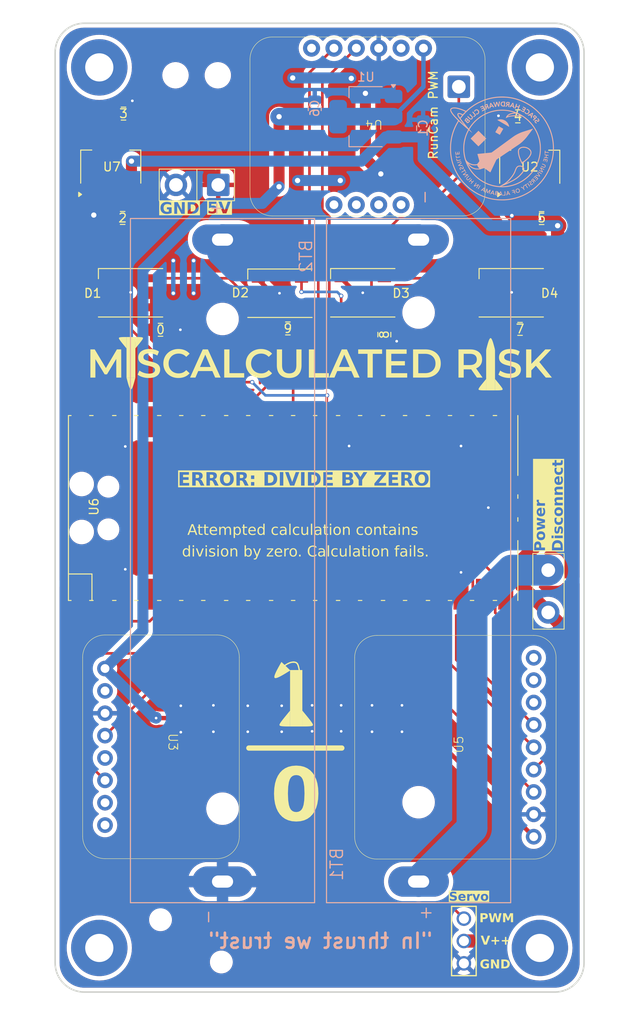
<source format=kicad_pcb>
(kicad_pcb (version 20240108) (generator "pcbnew") (generator_version "8.0")
  (layers (0 "F.Cu" signal) (31 "B.Cu" signal) (34 "B.Paste" user) (35 "F.Paste" user) (36 "B.SilkS" user "B.Silkscreen") (37 "F.SilkS" user "F.Silkscreen") (38 "B.Mask" user) (39 "F.Mask" user) (44 "Edge.Cuts" user))
  (net 0 "")
  (net 1 "+BATT")
  (net 2 "+5V")
  (net 3 "+3.3V")
  (net 4 "NeoPixels")
  (net 5 "Net-(D1-DOUT)")
  (net 6 "Net-(D2-DOUT)")
  (net 7 "Net-(D3-DOUT)")
  (net 9 "SCL")
  (net 13 "SDA")
  (net 15 "SCLK")
  (net 16 "CS")
  (net 18 "DI")
  (net 20 "DO")
  (net 30 "Airbrake PWM")
  (net 41 "Camera Control")
  (net 44 "Net-(BT1-PadP)")
  (net 49 "GND")
  (net 50 "BATT+Direct")
  (footprint "MountingHole:MountingHole_2.5mm" (layer "F.Cu") (at 131.2 43.95)
    (property "Reference" "REF**" (hide yes))
    (property "Value" "MountingHole_2.5mm")
  )
  (footprint "Capacitor_SMD:C_0805_2012Metric" (layer "F.Cu") (at 172.75 60.165 180)
    (property "Reference" "5")
    (property "Value" "10u")
  )
  (footprint "SHC 2 Month Footprints:BMP388 Adafruit Breakout" (layer "F.Cu") (at 129.403949 119.666051 -90)
    (property "Reference" "U3")
    (property "Value" "~")
  )
  (footprint "SHC 2 Month Footprints:Servo Pin Header" (layer "F.Cu") (at 163.95 142.2 90)
    (property "Reference" "J1" (hide yes))
    (property "Value" "61300311121")
  )
  (footprint "Connector_Wire:SolderWire-0.75sqmm_1x02_P4.8mm_D1.25mm_OD2.3mm" (layer "F.Cu") (at 136.05 56.4 180)
    (property "Reference" "CAM1" (hide yes))
    (property "Value" "~")
  )
  (footprint "LED_SMD:LED_WS2812B_PLCC4_5.0x5.0mm_P3.2mm" (layer "F.Cu") (at 126.1 68.65 180)
    (property "Reference" "D1")
    (property "Value" "WS2812B")
  )
  (footprint "LED_SMD:LED_WS2812B_PLCC4_5.0x5.0mm_P3.2mm" (layer "F.Cu") (at 143.05 68.7 180)
    (property "Reference" "D2")
    (property "Value" "WS2812B")
  )
  (footprint "LED_SMD:LED_WS2812B_PLCC4_5.0x5.0mm_P3.2mm" (layer "F.Cu") (at 152.45 68.65 180)
    (property "Reference" "D3")
    (property "Value" "WS2812B")
  )
  (footprint "" (layer "F.Cu") (at 129.5 139.85 90)
    (property "Reference" "")
    (property "Value" "")
  )
  (footprint "MountingHole:MountingHole_3.2mm_M3_Pad" (layer "F.Cu") (at 172.55 143.051792 180)
    (property "Reference" "REF**" (hide yes))
    (property "Value" "MountingHole_3.2mm_M3_Pad")
  )
  (footprint "Capacitor_SMD:C_0805_2012Metric" (layer "F.Cu") (at 125.3 48.3)
    (property "Reference" "3")
    (property "Value" "22uF")
  )
  (footprint "MountingHole:MountingHole_3.2mm_M3_Pad" (layer "F.Cu") (at 122.55 43.051792 180)
    (property "Reference" "REF**" (hide yes))
    (property "Value" "MountingHole_3.2mm_M3_Pad")
  )
  (footprint "SHC 2 Month Footprints:RPi_Pico_SMD_TH" (layer "F.Cu") (at 144.55 93.09 90)
    (property "Reference" "U6")
    (property "Value" "Pi Pico")
  )
  (footprint "MountingHole:MountingHole_3.2mm_M3_Pad" (layer "F.Cu") (at 122.55 143.051792 180)
    (property "Reference" "REF**" (hide yes))
    (property "Value" "MountingHole_3.2mm_M3_Pad")
  )
  (footprint "Package_TO_SOT_SMD:SOT-223-3_TabPin2" (layer "F.Cu") (at 171.4 54.365 90)
    (property "Reference" "U2")
    (property "Value" "AMS1117-5.0")
  )
  (footprint "" (layer "F.Cu") (at 136.4 144.65 90)
    (property "Reference" "")
    (property "Value" "")
  )
  (footprint "Capacitor_SMD:C_0805_2012Metric" (layer "F.Cu") (at 170.3 72.75 180)
    (property "Reference" "7")
    (property "Value" "C_Small")
  )
  (footprint "MountingHole:MountingHole_3.2mm_M3_Pad" (layer "F.Cu") (at 172.55 43.051792 180)
    (property "Reference" "REF**" (hide yes))
    (property "Value" "MountingHole_3.2mm_M3_Pad")
  )
  (footprint "Capacitor_SMD:C_0805_2012Metric" (layer "F.Cu") (at 125.2 60.15 180)
    (property "Reference" "2")
    (property "Value" "10u")
  )
  (footprint "Capacitor_SMD:C_0805_2012Metric" (layer "F.Cu") (at 129.5 72.85)
    (property "Reference" "0")
    (property "Value" "C_Small")
  )
  (footprint "Capacitor_SMD:C_0805_2012Metric" (layer "F.Cu") (at 170.05 48.615 180)
    (property "Reference" "4")
    (property "Value" "22uF")
  )
  (footprint "Package_TO_SOT_SMD:SOT-223-3_TabPin2" (layer "F.Cu") (at 123.85 54.35 90)
    (property "Reference" "U7")
    (property "Value" "AMS1117-5.0")
  )
  (footprint "Capacitor_SMD:C_0805_2012Metric" (layer "F.Cu") (at 154.9 73.4 -90)
    (property "Reference" "8")
    (property "Value" "C_Small")
  )
  (footprint "Connector_Wire:SolderWire-0.75sqmm_1x02_P4.8mm_D1.25mm_OD2.3mm" (layer "F.Cu") (at 173.5 100.15 -90)
    (property "Reference" "U9" (hide yes))
    (property "Value" "~")
  )
  (footprint "Connector_Wire:SolderWire-0.75sqmm_1x01_D1.25mm_OD2.3mm" (layer "F.Cu") (at 163.35 45.25)
    (property "Reference" "RunCam PWM")
    (property "Value" "SolderWire-0.75sqmm_1x01_D1.25mm_OD2.3mm")
  )
  (footprint "Capacitor_SMD:C_0805_2012Metric" (layer "F.Cu") (at 143.95 72.7 180)
    (property "Reference" "9")
    (property "Value" "C_Small")
  )
  (footprint "SHC 2 Month Footprints:BNO055 Adafruit Breakout" (layer "F.Cu") (at 153.325 49.64 180)
    (property "Reference" "U4")
    (property "Value" "~")
  )
  (footprint "SHC 2 Month Footprints:Micro SD Adafruit Breakout" (layer "F.Cu") (at 163.85 119.96 90)
    (property "Reference" "U5")
    (property "Value" "~")
  )
  (footprint "MountingHole:MountingHole_2.5mm" (layer "F.Cu") (at 136 43.95)
    (property "Reference" "REF**" (hide yes))
    (property "Value" "MountingHole_2.5mm")
  )
  (footprint "LED_SMD:LED_WS2812B_PLCC4_5.0x5.0mm_P3.2mm" (layer "F.Cu") (at 169.3 68.65 180)
    (property "Reference" "D4")
    (property "Value" "WS2812B")
  )
  (footprint "BAT_BH-18650-PC:BAT_BH-18650-PC" (layer "B.Cu") (at 136.536 99.065 90)
    (property "Reference" "BT1")
    (property "Value" "18650")
  )
  (footprint "Package_TO_SOT_SMD:SOT-223-3_TabPin2" (layer "B.Cu") (at 152.8 48.65 180)
    (property "Reference" "U1")
    (property "Value" "AMS1117-3.3")
  )
  (footprint "Capacitor_SMD:C_0805_2012Metric" (layer "B.Cu") (at 159.3 49.95 90)
    (property "Reference" "C1")
    (property "Value" "10u")
  )
  (footprint "Capacitor_SMD:C_0805_2012Metric" (layer "B.Cu") (at 147 47.7 90)
    (property "Reference" "C6")
    (property "Value" "22uF")
  )
  (footprint "BAT_BH-18650-PC:BAT_BH-18650-PC" (layer "B.Cu") (at 158.786 99.065 -90)
    (property "Reference" "BT2")
    (property "Value" "18650")
  )
  (gr_poly (pts (xy 164.174355 54.94129) (xy 164.173313 54.94145) (xy 164.172357 54.941762) (xy 164.171491 54.942228) (xy 164.170723 54.942851) (xy 164.170057 54.943635) (xy 164.169499 54.944582) (xy 164.169056 54.945696) (xy 164.168732 54.946978) (xy 164.168533 54.948433) (xy 164.168466 54.950063) (xy 164.168443 54.950491) (xy 164.168373 54.950933) (xy 164.168259 54.95139) (xy 164.168102 54.95186) (xy 164.167901 54.952341) (xy 164.16766 54.952834) (xy 164.167378 54.953337) (xy 164.167057 54.953849) (xy 164.166698 54.954368) (xy 164.166302 54.954895) (xy 164.165405 54.955965) (xy 164.164375 54.95705) (xy 164.16322 54.958142) (xy 164.16195 54.959232) (xy 164.160574 54.960314) (xy 164.159102 54.961377) (xy 164.157541 54.962415) (xy 164.155903 54.963418) (xy 164.154194 54.964379) (xy 164.152426 54.96529) (xy 164.150607 54.966141) (xy 164.146765 54.967995) (xy 164.142268 54.970413) (xy 164.131757 54.976625) (xy 164.119974 54.984155) (xy 164.107818 54.992378) (xy 164.096187 55.000669) (xy 164.085981 55.008405) (xy 164.081694 55.01187) (xy 164.078099 55.014962) (xy 164.07531 55.017603) (xy 164.07344 55.019715) (xy 164.072945 55.020322) (xy 164.072333 55.020993) (xy 164.071611 55.021721) (xy 164.070788 55.022499) (xy 164.069874 55.02332) (xy 164.068877 55.024177) (xy 164.067806 55.025064) (xy 164.066669 55.025972) (xy 164.065476 55.026896) (xy 164.064235 55.027828) (xy 164.062955 55.028762) (xy 164.061645 55.02969) (xy 164.060313 55.030606) (xy 164.058969 55.031503) (xy 164.057621 55.032373) (xy 164.056278 55.033211) (xy 164.041817 55.042309) (xy 164.024974 55.053298) (xy 163.989014 55.07759) (xy 163.97233 55.089215) (xy 163.958132 55.099375) (xy 163.947638 55.107231) (xy 163.942064 55.111943) (xy 163.941172 55.112859) (xy 163.940177 55.113829) (xy 163.937922 55.115901) (xy 163.935383 55.118092) (xy 163.932646 55.120335) (xy 163.929795 55.12256) (xy 163.926915 55.124702) (xy 163.92409 55.126691) (xy 163.922725 55.127607) (xy 163.921405 55.12846) (xy 163.883024 55.153026) (xy 163.867352 55.163368) (xy 163.853885 55.17258) (xy 163.842516 55.180788) (xy 163.833139 55.188113) (xy 163.825647 55.19468) (xy 163.819936 55.200613) (xy 163.817714 55.203381) (xy 163.815897 55.206035) (xy 163.814473 55.208594) (xy 163.813426 55.21107) (xy 163.812746 55.213481) (xy 163.812417 55.215842) (xy 163.812427 55.218167) (xy 163.812762 55.220473) (xy 163.81341 55.222775) (xy 163.814356 55.225088) (xy 163.817093 55.229811) (xy 163.820866 55.234765) (xy 163.82557 55.240073) (xy 163.827056 55.241719) (xy 163.828558 55.243472) (xy 163.830067 55.245317) (xy 163.831573 55.247237) (xy 163.833065 55.249218) (xy 163.834533 55.251244) (xy 163.835966 55.2533) (xy 163.837354 55.255368) (xy 163.838688 55.257435) (xy 163.839956 55.259484) (xy 163.841149 55.2615) (xy 163.842255 55.263467) (xy 163.843266 55.265369) (xy 163.84417 55.267192) (xy 163.844958 55.268918) (xy 163.845618 55.270534) (xy 163.846151 55.27185) (xy 163.846736 55.273086) (xy 163.847059 55.273674) (xy 163.847408 55.274242) (xy 163.847788 55.27479) (xy 163.848202 55.27532) (xy 163.848655 55.27583) (xy 163.849152 55.276321) (xy 163.849697 55.276793) (xy 163.850295 55.277247) (xy 163.850948 55.277682) (xy 163.851663 55.278099) (xy 163.852443 55.278498) (xy 163.853293 55.278879) (xy 163.854217 55.279243) (xy 163.855219 55.279589) (xy 163.856304 55.279918) (xy 163.857476 55.28023) (xy 163.85874 55.280525) (xy 163.8601 55.280803) (xy 163.86156 55.281065) (xy 163.863124 55.28131) (xy 163.864797 55.28154) (xy 163.866584 55.281753) (xy 163.870514 55.282133) (xy 163.874951 55.282451) (xy 163.879927 55.28271) (xy 163.885479 55.28291) (xy 163.891641 55.283053) (xy 163.898448 55.28314) (xy 163.905935 55.283174) (xy 163.914137 55.283156) (xy 163.923089 55.283087) (xy 163.932825 55.282968) (xy 163.943381 55.282802) (xy 163.96709 55.282332) (xy 163.994496 55.28169) (xy 164.025878 55.280886) (xy 164.061514 55.279934) (xy 164.143107 55.278) (xy 164.209925 55.276929) (xy 164.255072 55.276795) (xy 164.267364 55.277102) (xy 164.271653 55.277672) (xy 164.271609 55.277877) (xy 164.271478 55.278138) (xy 164.271263 55.278454) (xy 164.270965 55.278824) (xy 164.27013 55.279717) (xy 164.268991 55.280802) (xy 164.267566 55.282067) (xy 164.265872 55.283498) (xy 164.263925 55.285081) (xy 164.261744 55.286804) (xy 164.259345 55.288651) (xy 164.256746 55.290611) (xy 164.251017 55.294814) (xy 164.244695 55.299302) (xy 164.237919 55.303969) (xy 164.224508 55.3132) (xy 164.212929 55.321416) (xy 164.208213 55.324864) (xy 164.204419 55.327723) (xy 164.201702 55.329882) (xy 164.200217 55.331228) (xy 164.199668 55.331772) (xy 164.198852 55.332496) (xy 164.196483 55.334431) (xy 164.193239 55.336938) (xy 164.189252 55.339921) (xy 164.184651 55.343282) (xy 164.179566 55.346927) (xy 164.174128 55.350758) (xy 164.168466 55.35468) (xy 164.162804 55.358613) (xy 164.157366 55.362477) (xy 164.152281 55.366173) (xy 164.14768 55.369602) (xy 164.143692 55.372667) (xy 164.140449 55.375269) (xy 164.13808 55.377309) (xy 164.137264 55.378087) (xy 164.136716 55.378689) (xy 164.136249 55.379219) (xy 164.135675 55.37979) (xy 164.135001 55.380395) (xy 164.134235 55.381031) (xy 164.133385 55.381691) (xy 164.13246 55.38237) (xy 164.131467 55.383062) (xy 164.130415 55.383763) (xy 164.129312 55.384468) (xy 164.128166 55.38517) (xy 164.126985 55.385865) (xy 164.125777 55.386547) (xy 164.124551 55.387211) (xy 164.123314 55.387851) (xy 164.122075 55.388463) (xy 164.120841 55.389041) (xy 164.119361 55.389793) (xy 164.117396 55.390915) (xy 164.112147 55.394178) (xy 164.105353 55.398653) (xy 164.097276 55.404157) (xy 164.088176 55.410513) (xy 164.078313 55.417539) (xy 164.067948 55.425057) (xy 164.057341 55.432886) (xy 164.047496 55.440335) (xy 164.038831 55.447174) (xy 164.031324 55.453476) (xy 164.024947 55.459312) (xy 164.022175 55.462079) (xy 164.019677 55.464756) (xy 164.01745 55.467353) (xy 164.01549 55.46988) (xy 164.013794 55.472344) (xy 164.012359 55.474755) (xy 164.011182 55.477122) (xy 164.010261 55.479454) (xy 164.009591 55.48176) (xy 164.00917 55.484049) (xy 164.008995 55.48633) (xy 164.009062 55.488613) (xy 164.009369 55.490906) (xy 164.009912 55.493218) (xy 164.010688 55.495558) (xy 164.011695 55.497935) (xy 164.012929 55.500359) (xy 164.014386 55.502838) (xy 164.016065 55.505382) (xy 164.017961 55.507999) (xy 164.022395 55.51349) (xy 164.027663 55.519382) (xy 164.030878 55.522773) (xy 164.033889 55.525786) (xy 164.036705 55.528426) (xy 164.039339 55.530697) (xy 164.041799 55.532601) (xy 164.042969 55.533417) (xy 164.044099 55.534142) (xy 164.045191 55.534778) (xy 164.046248 55.535325) (xy 164.047269 55.535783) (xy 164.048257 55.536153) (xy 164.049213 55.536435) (xy 164.050138 55.536629) (xy 164.051033 55.536736) (xy 164.0519 55.536757) (xy 164.052741 55.536692) (xy 164.053556 55.536542) (xy 164.054347 55.536306) (xy 164.055116 55.535985) (xy 164.055864 55.535581) (xy 164.056591 55.535092) (xy 164.0573 55.53452) (xy 164.057992 55.533866) (xy 164.058668 55.533129) (xy 164.05933 55.53231) (xy 164.059978 55.531409) (xy 164.060615 55.530429) (xy 164.060614 55.530429) (xy 164.061394 55.529496) (xy 164.062842 55.528122) (xy 164.06492 55.526333) (xy 164.067591 55.524155) (xy 164.074567 55.518746) (xy 164.083474 55.51211) (xy 164.094018 55.504465) (xy 164.105903 55.496026) (xy 164.118836 55.487011) (xy 164.132521 55.477635) (xy 164.146119 55.46828) (xy 164.158805 55.459323) (xy 164.170302 55.450977) (xy 164.18033 55.443454) (xy 164.188614 55.436966) (xy 164.194874 55.431727) (xy 164.197159 55.429642) (xy 164.198834 55.427948) (xy 164.199864 55.426673) (xy 164.200216 55.425842) (xy 164.200234 55.425538) (xy 164.200288 55.425225) (xy 164.200376 55.424905) (xy 164.200499 55.424578) (xy 164.200655 55.424244) (xy 164.200843 55.423904) (xy 164.201062 55.423559) (xy 164.201312 55.42321) (xy 164.201591 55.422857) (xy 164.201899 55.422501) (xy 164.202234 55.422142) (xy 164.202596 55.421782) (xy 164.202985 55.421421) (xy 164.203398 55.421059) (xy 164.204296 55.420338) (xy 164.205284 55.419623) (xy 164.206354 55.41892) (xy 164.2075 55.418235) (xy 164.208713 55.417573) (xy 164.209988 55.416939) (xy 164.211316 55.41634) (xy 164.212692 55.415779) (xy 164.214107 55.415263) (xy 164.217775 55.413718) (xy 164.222569 55.411231) (xy 164.228426 55.407847) (xy 164.235281 55.403612) (xy 164.251728 55.392771) (xy 164.271397 55.379073) (xy 164.293775 55.362883) (xy 164.318346 55.344567) (xy 164.344599 55.32449) (xy 164.372018 55.303016) (xy 164.377211 55.299044) (xy 164.382401 55.295338) (xy 164.387451 55.29198) (xy 164.392223 55.289051) (xy 164.394461 55.287772) (xy 164.396577 55.286631) (xy 164.398554 55.285638) (xy 164.400375 55.284802) (xy 164.402023 55.284135) (xy 164.40348 55.283646) (xy 164.404729 55.283345) (xy 164.405752 55.283242) (xy 164.407093 55.283178) (xy 164.408317 55.282985) (xy 164.409424 55.282667) (xy 164.410414 55.282224) (xy 164.411288 55.28166) (xy 164.412047 55.280975) (xy 164.41269 55.280172) (xy 164.413219 55.279253) (xy 164.413634 55.27822) (xy 164.413934 55.277075) (xy 164.414122 55.275819) (xy 164.414197 55.274455) (xy 164.414159 55.272984) (xy 164.41401 55.271409) (xy 164.413749 55.269731) (xy 164.413377 55.267952) (xy 164.412894 55.266075) (xy 164.412302 55.264101) (xy 164.4116 55.262033) (xy 164.410788 55.259871) (xy 164.409868 55.257619) (xy 164.40884 55.255277) (xy 164.407703 55.252849) (xy 164.40646 55.250336) (xy 164.405109 55.247739) (xy 164.403652 55.245062) (xy 164.402089 55.242305) (xy 164.400421 55.239471) (xy 164.398647 55.236562) (xy 164.396769 55.233579) (xy 164.394787 55.230525) (xy 164.392701 55.227401) (xy 164.370873 55.195162) (xy 164.168466 55.200059) (xy 164.088623 55.202285) (xy 164.020853 55.204725) (xy 163.97232 55.207084) (xy 163.957505 55.208141) (xy 163.950184 55.209067) (xy 163.949202 55.209226) (xy 163.948664 55.209084) (xy 163.948556 55.208654) (xy 163.948859 55.207949) (xy 163.949556 55.206982) (xy 163.950632 55.205765) (xy 163.95385 55.202633) (xy 163.958378 55.198657) (xy 163.964081 55.193939) (xy 163.970825 55.188581) (xy 163.978475 55.182685) (xy 163.995954 55.169691) (xy 164.015443 55.155776) (xy 164.035864 55.141759) (xy 164.046088 55.134969) (xy 164.056141 55.12846) (xy 164.058854 55.126669) (xy 164.061802 55.124618) (xy 164.064889 55.122378) (xy 164.068022 55.120022) (xy 164.071106 55.117622) (xy 164.074047 55.11525) (xy 164.076751 55.112979) (xy 164.079123 55.110879) (xy 164.08032 55.109825) (xy 164.081722 55.108659) (xy 164.085074 55.106039) (xy 164.08904 55.103116) (xy 164.093481 55.099987) (xy 164.098256 55.096749) (xy 164.103226 55.093497) (xy 164.108251 55.090329) (xy 164.113192 55.08734) (xy 164.115588 55.085892) (xy 164.117917 55.084422) (xy 164.120167 55.082939) (xy 164.122326 55.081454) (xy 164.124381 55.079976) (xy 164.126321 55.078518) (xy 164.128133 55.077088) (xy 164.129806 55.075697) (xy 164.131327 55.074356) (xy 164.132684 55.073075) (xy 164.133866 55.071863) (xy 164.134859 55.070732) (xy 164.135653 55.069692) (xy 164.136235 55.068752) (xy 164.136594 55.067924) (xy 164.136685 55.067555) (xy 164.136716 55.067218) (xy 164.136726 55.066899) (xy 164.136756 55.066584) (xy 164.136806 55.066273) (xy 164.136875 55.065967) (xy 164.136962 55.065667) (xy 164.137067 55.065372) (xy 164.13719 55.065083) (xy 164.13733 55.064801) (xy 164.137487 55.064525) (xy 164.13766 55.064257) (xy 164.137848 55.063996) (xy 164.138051 55.063743) (xy 164.138269 55.063499) (xy 164.138501 55.063263) (xy 164.138746 55.063037) (xy 164.139004 55.062821) (xy 164.139275 55.062614) (xy 164.139558 55.062418) (xy 164.139853 55.062233) (xy 164.140159 55.062059) (xy 164.140475 55.061896) (xy 164.140801 55.061746) (xy 164.141137 55.061608) (xy 164.141482 55.061483) (xy 164.141835 55.061371) (xy 164.142197 55.061273) (xy 164.142566 55.061188) (xy 164.142942 55.061119) (xy 164.143324 55.061064) (xy 164.143713 55.061024) (xy 164.144107 55.061) (xy 164.144507 55.060991) (xy 164.145586 55.060849) (xy 164.146987 55.060433) (xy 164.150664 55.058846) (xy 164.155349 55.056365) (xy 164.160859 55.053125) (xy 164.167005 55.04926) (xy 164.173604 55.044905) (xy 164.187413 55.035258) (xy 164.200798 55.025259) (xy 164.206866 55.020464) (xy 164.212272 55.015984) (xy 164.216827 55.011953) (xy 164.220347 55.008506) (xy 164.222646 55.005776) (xy 164.223279 55.004723) (xy 164.223537 55.003899) (xy 164.22354 55.00358) (xy 164.223501 55.003192) (xy 164.223296 55.002218) (xy 164.222931 55.000993) (xy 164.222414 54.999536) (xy 164.221753 54.997862) (xy 164.220956 54.99599) (xy 164.220033 54.993937) (xy 164.218991 54.991721) (xy 164.216583 54.986865) (xy 164.213799 54.981561) (xy 164.210706 54.975948) (xy 164.20737 54.970164) (xy 164.205889 54.967734) (xy 164.204369 54.965391) (xy 164.201231 54.960977) (xy 164.198002 54.956945) (xy 164.194727 54.95332) (xy 164.191452 54.950124) (xy 164.188223 54.947381) (xy 164.186639 54.946187) (xy 164.185084 54.945115) (xy 164.183564 54.944168) (xy 164.182083 54.94335) (xy 164.180648 54.942662) (xy 164.179264 54.942108) (xy 164.177937 54.941691) (xy 164.176673 54.941414) (xy 164.175477 54.941279)) (stroke (width -0.000001)) (fill solid) (layer "B.SilkS"))
  (gr_poly (pts (xy 167.960605 46.931111) (xy 167.938085 46.932786) (xy 167.919308 46.934438) (xy 167.906235 46.935877) (xy 167.90245 46.936457) (xy 167.901354 46.936702) (xy 167.900828 46.936913) (xy 167.900708 46.937064) (xy 167.90058 46.937325) (xy 167.900297 46.93816) (xy 167.899984 46.939396) (xy 167.899642 46.94101) (xy 167.898889 46.945281) (xy 167.898064 46.950788) (xy 167.897191 46.95735) (xy 167.896298 46.964782) (xy 167.895409 46.972903) (xy 167.894551 46.981528) (xy 167.89176 47.006268) (xy 167.887151 47.04203) (xy 167.881366 47.084025) (xy 167.875043 47.127463) (xy 167.868643 47.171287) (xy 167.862648 47.214329) (xy 167.857731 47.251642) (xy 167.854563 47.278276) (xy 167.849546 47.325901) (xy 167.837501 47.29812) (xy 167.82487 47.269173) (xy 167.811412 47.238588) (xy 167.796469 47.204507) (xy 167.780267 47.167151) (xy 167.764993 47.132127) (xy 167.752285 47.103651) (xy 167.746184 47.090021) (xy 167.737618 47.070512) (xy 167.717638 47.024276) (xy 167.709933 47.006492) (xy 167.706643 46.999221) (xy 167.703636 46.99293) (xy 167.700839 46.987543) (xy 167.698183 46.982983) (xy 167.695597 46.979175) (xy 167.693012 46.976042) (xy 167.691697 46.974705) (xy 167.690355 46.973508) (xy 167.688979 46.972442) (xy 167.687559 46.971497) (xy 167.686085 46.970664) (xy 167.68455 46.969933) (xy 167.681261 46.96874) (xy 167.677619 46.967841) (xy 167.673555 46.967161) (xy 167.668998 46.966624) (xy 167.663878 46.966153) (xy 167.657329 46.965737) (xy 167.650208 46.965539) (xy 167.642743 46.965548) (xy 167.635163 46.965757) (xy 167.627694 46.966156) (xy 167.620567 46.966736) (xy 167.614008 46.967487) (xy 167.608246 46.9684) (xy 167.604062 46.969229) (xy 167.600331 46.970093) (xy 167.598623 46.970554) (xy 167.597014 46.971043) (xy 167.595499 46.971566) (xy 167.594074 46.97213) (xy 167.592734 46.972742) (xy 167.591474 46.973406) (xy 167.59029 46.974131) (xy 167.589176 46.974922) (xy 167.588129 46.975787) (xy 167.587144 46.97673) (xy 167.586215 46.97776) (xy 167.585338 46.978881) (xy 167.584509 46.980101) (xy 167.583722 46.981427) (xy 167.582974 46.982863) (xy 167.582259 46.984418) (xy 167.581572 46.986097) (xy 167.58091 46.987907) (xy 167.580267 46.989855) (xy 167.579638 46.991945) (xy 167.578407 46.996584) (xy 167.577177 47.001874) (xy 167.575913 47.007868) (xy 167.574576 47.014617) (xy 167.546424 47.162897) (xy 167.525555 47.278275) (xy 167.521802 47.298498) (xy 167.517928 47.316334) (xy 167.514119 47.331261) (xy 167.512295 47.337471) (xy 167.510557 47.342757) (xy 167.508926 47.347054) (xy 167.507426 47.350298) (xy 167.506079 47.352422) (xy 167.505471 47.353044) (xy 167.50491 47.353362) (xy 167.504398 47.353368) (xy 167.503939 47.353052) (xy 167.503536 47.352408) (xy 167.503192 47.351428) (xy 167.50269 47.348422) (xy 167.502456 47.343971) (xy 167.502356 47.342402) (xy 167.502105 47.340531) (xy 167.501711 47.338383) (xy 167.501182 47.335982) (xy 167.500526 47.333352) (xy 167.499751 47.330519) (xy 167.497875 47.324339) (xy 167.495618 47.317636) (xy 167.493041 47.310607) (xy 167.490209 47.303445) (xy 167.487184 47.296346) (xy 167.467025 47.249052) (xy 167.441368 47.186411) (xy 167.414349 47.118658) (xy 167.390101 47.056025) (xy 167.382695 47.037045) (xy 167.37588 47.020574) (xy 167.372931 47.01383) (xy 167.370413 47.008376) (xy 167.368421 47.004432) (xy 167.367049 47.002218) (xy 167.366303 47.001611) (xy 167.365132 47.001089) (xy 167.361622 47.000289) (xy 167.356732 46.999798) (xy 167.350676 46.999595) (xy 167.343665 46.999659) (xy 167.335914 46.99997) (xy 167.327634 47.000507) (xy 167.319039 47.00125) (xy 167.301755 47.003271) (xy 167.293491 47.004507) (xy 167.285764 47.005867) (xy 167.278786 47.00733) (xy 167.27277 47.008875) (xy 167.267929 47.010482) (xy 167.264476 47.01213) (xy 167.263852 47.012541) (xy 167.263272 47.012978) (xy 167.262736 47.013441) (xy 167.262245 47.013933) (xy 167.261797 47.014454) (xy 167.261395 47.015006) (xy 167.261036 47.01559) (xy 167.260723 47.016208) (xy 167.260454 47.016862) (xy 167.26023 47.017552) (xy 167.260051 47.01828) (xy 167.259917 47.019047) (xy 167.259828 47.019856) (xy 167.259785 47.020707) (xy 167.259787 47.021601) (xy 167.259834 47.022541) (xy 167.259927 47.023527) (xy 167.260066 47.024561) (xy 167.26025 47.025645) (xy 167.26048 47.026779) (xy 167.260757 47.027965) (xy 167.261079 47.029206) (xy 167.261448 47.030501) (xy 167.261862 47.031853) (xy 167.262832 47.034732) (xy 167.263987 47.037853) (xy 167.26533 47.041229) (xy 167.266861 47.044871) (xy 167.281282 47.079116) (xy 167.299626 47.123494) (xy 167.31656 47.164595) (xy 167.32759 47.190962) (xy 167.331895 47.201197) (xy 167.338572 47.21733) (xy 167.35539 47.258431) (xy 167.364743 47.280969) (xy 167.374704 47.304196) (xy 167.384083 47.325376) (xy 167.391687 47.341775) (xy 167.394765 47.348297) (xy 167.397635 47.35466) (xy 167.400235 47.360706) (xy 167.402502 47.366274) (xy 167.404373 47.371206) (xy 167.405787 47.375343) (xy 167.406679 47.378525) (xy 167.40691 47.379708) (xy 167.406987 47.380593) (xy 167.407179 47.382245) (xy 167.407761 47.384639) (xy 167.408731 47.38777) (xy 167.410086 47.39163) (xy 167.411823 47.396214) (xy 167.413939 47.401514) (xy 167.4193 47.414243) (xy 167.426145 47.429765) (xy 167.434453 47.448029) (xy 167.444203 47.468987) (xy 167.455373 47.492587) (xy 167.458413 47.499168) (xy 167.461248 47.505698) (xy 167.463817 47.512007) (xy 167.466057 47.517925) (xy 167.467905 47.52328) (xy 167.469301 47.527901) (xy 167.46981 47.529883) (xy 167.470183 47.531618) (xy 167.470411 47.533084) (xy 167.470487 47.534259) (xy 167.470534 47.534902) (xy 167.470677 47.535522) (xy 167.470917 47.536118) (xy 167.471257 47.536691) (xy 167.471696 47.537241) (xy 167.472237 47.537769) (xy 167.47288 47.538273) (xy 167.473626 47.538756) (xy 167.474476 47.539217) (xy 167.475433 47.539655) (xy 167.476495 47.540072) (xy 167.477666 47.540468) (xy 167.478946 47.540842) (xy 167.480336 47.541195) (xy 167.481837 47.541528) (xy 167.48345 47.541839) (xy 167.485177 47.542131) (xy 167.487019 47.542401) (xy 167.488976 47.542652) (xy 167.49105 47.542883) (xy 167.495553 47.543287) (xy 167.500537 47.543613) (xy 167.506012 47.543864) (xy 167.511985 47.544041) (xy 167.518466 47.544146) (xy 167.525465 47.544181) (xy 167.580465 47.544181) (xy 167.588841 47.498541) (xy 167.59725 47.453484) (xy 167.605705 47.409244) (xy 167.614079 47.364422) (xy 167.622296 47.317963) (xy 167.636013 47.24097) (xy 167.641989 47.210322) (xy 167.64735 47.185033) (xy 167.652073 47.165198) (xy 167.656138 47.150912) (xy 167.657916 47.14588) (xy 167.659522 47.142271) (xy 167.660953 47.140097) (xy 167.662205 47.13937) (xy 167.662549 47.139386) (xy 167.662888 47.139435) (xy 167.663222 47.139516) (xy 167.663551 47.139628) (xy 167.663874 47.13977) (xy 167.664191 47.139941) (xy 167.664502 47.140141) (xy 167.664806 47.140369) (xy 167.665102 47.140623) (xy 167.665391 47.140904) (xy 167.665671 47.14121) (xy 167.665943 47.14154) (xy 167.666206 47.141894) (xy 167.666459 47.142271) (xy 167.666702 47.14267) (xy 167.666935 47.14309) (xy 167.667157 47.143531) (xy 167.667368 47.143991) (xy 167.667568 47.14447) (xy 167.667755 47.144967) (xy 167.667929 47.145481) (xy 167.668091 47.146011) (xy 167.668239 47.146557) (xy 167.668374 47.147118) (xy 167.668494 47.147692) (xy 167.6686 47.14828) (xy 167.668691 47.14888) (xy 167.668766 47.149491) (xy 167.668825 47.150113) (xy 167.668868 47.150745) (xy 167.668894 47.151386) (xy 167.668902 47.152036) (xy 167.668962 47.153435) (xy 167.669136 47.15501) (xy 167.66942 47.156743) (xy 167.669806 47.158616) (xy 167.67029 47.160613) (xy 167.670865 47.162715) (xy 167.671526 47.164907) (xy 167.672267 47.16717) (xy 167.673081 47.169487) (xy 167.673964 47.171841) (xy 167.674908 47.174214) (xy 167.675909 47.17659) (xy 167.67696 47.178951) (xy 167.678055 47.181279) (xy 167.679189 47.183558) (xy 167.680356 47.18577) (xy 167.683096 47.191055) (xy 167.686499 47.198022) (xy 167.690432 47.206371) (xy 167.694758 47.215805) (xy 167.704052 47.236737) (xy 167.708749 47.247638) (xy 167.713299 47.258432) (xy 167.723184 47.28191) (xy 167.734214 47.307694) (xy 167.745041 47.33266) (xy 167.754321 47.353682) (xy 167.767026 47.382192) (xy 167.778249 47.407745) (xy 167.791181 47.437667) (xy 167.809009 47.479281) (xy 167.823683 47.513598) (xy 167.858526 47.509046) (xy 167.87308 47.50728) (xy 167.886952 47.505832) (xy 167.898572 47.504854) (xy 167.903047 47.504588) (xy 167.90637 47.504495) (xy 167.907665 47.504309) (xy 167.908968 47.503741) (xy 167.910282 47.502773) (xy 167.911611 47.50139) (xy 167.91296 47.499574) (xy 167.914332 47.49731) (xy 167.915731 47.494581) (xy 167.91716 47.491369) (xy 167.918624 47.487659) (xy 167.920126 47.483434) (xy 167.923261 47.473373) (xy 167.926595 47.461053) (xy 167.930159 47.446342) (xy 167.933983 47.429108) (xy 167.938099 47.409217) (xy 167.942537 47.386538) (xy 167.947327 47.360939) (xy 167.9525 47.332286) (xy 167.958087 47.300447) (xy 167.970625 47.226682) (xy 167.978289 47.182201) (xy 167.986889 47.134435) (xy 167.995372 47.089115) (xy 168.002686 47.051976) (xy 168.005793 47.036309) (xy 168.008691 47.02072) (xy 168.011318 47.00562) (xy 168.013609 46.99142) (xy 168.015502 46.978531) (xy 168.016932 46.967362) (xy 168.017837 46.958326) (xy 168.018152 46.951833) (xy 168.018152 46.927177)) (stroke (width -0.000001)) (fill solid) (layer "B.SilkS"))
  (gr_poly (pts (xy 164.969253 48.069747) (xy 164.966348 48.070358) (xy 164.963132 48.071289) (xy 164.955907 48.074023) (xy 164.947853 48.077778) (xy 164.939248 48.082379) (xy 164.930371 48.087656) (xy 164.921498 48.093433) (xy 164.912907 48.099539) (xy 164.904877 48.105801) (xy 164.897684 48.112046) (xy 164.891606 48.118101) (xy 164.889072 48.121003) (xy 164.886921 48.123793) (xy 164.885188 48.126448) (xy 164.883907 48.128949) (xy 164.883113 48.131272) (xy 164.88284 48.133396) (xy 164.882995 48.13417) (xy 164.88345 48.1353) (xy 164.885192 48.138536) (xy 164.887933 48.142932) (xy 164.891542 48.148314) (xy 164.90083 48.161345) (xy 164.911998 48.176242) (xy 164.923986 48.191623) (xy 164.935735 48.2061) (xy 164.946185 48.21829) (xy 164.950592 48.223094) (xy 164.954278 48.226807) (xy 164.958482 48.231554) (xy 164.967047 48.241723) (xy 164.992088 48.272029) (xy 165.01906 48.305119) (xy 165.037622 48.328391) (xy 165.03947 48.330736) (xy 165.041683 48.333457) (xy 165.044179 48.336456) (xy 165.046874 48.339636) (xy 165.049684 48.342898) (xy 165.052526 48.346145) (xy 165.055317 48.349279) (xy 165.057972 48.352203) (xy 165.061432 48.356132) (xy 165.066529 48.362146) (xy 165.08065 48.379232) (xy 165.098376 48.401063) (xy 165.117743 48.425244) (xy 165.165102 48.484775) (xy 165.146722 48.502635) (xy 165.144811 48.504454) (xy 165.142879 48.506223) (xy 165.140939 48.507931) (xy 165.139003 48.509569) (xy 165.137086 48.51113) (xy 165.1352 48.512602) (xy 165.133358 48.513978) (xy 165.131574 48.515248) (xy 165.129861 48.516403) (xy 165.128232 48.517433) (xy 165.126701 48.518331) (xy 165.12528 48.519085) (xy 165.123982 48.519688) (xy 165.122822 48.52013) (xy 165.121811 48.520402) (xy 165.120964 48.520494) (xy 165.120575 48.520515) (xy 165.120169 48.520577) (xy 165.119746 48.520678) (xy 165.119309 48.520818) (xy 165.118857 48.520996) (xy 165.118393 48.521211) (xy 165.117917 48.521462) (xy 165.117429 48.521747) (xy 165.116426 48.522418) (xy 165.11539 48.523215) (xy 165.114332 48.524131) (xy 165.113258 48.525158) (xy 165.112177 48.526286) (xy 165.111096 48.527509) (xy 165.110025 48.528818) (xy 165.108971 48.530205) (xy 165.107943 48.531662) (xy 165.106948 48.53318) (xy 165.105994 48.534752) (xy 165.105091 48.536369) (xy 165.104165 48.537986) (xy 165.103147 48.539558) (xy 165.102046 48.541076) (xy 165.100874 48.542533) (xy 165.099641 48.54392) (xy 165.098356 48.545229) (xy 165.097031 48.546452) (xy 165.095675 48.547581) (xy 165.094298 48.548607) (xy 165.092912 48.549523) (xy 165.091527 48.550321) (xy 165.090152 48.550991) (xy 165.088799 48.551527) (xy 165.088133 48.551742) (xy 165.087476 48.55192) (xy 165.08683 48.55206) (xy 165.086196 48.552162) (xy 165.085575 48.552223) (xy 165.084967 48.552244) (xy 165.083783 48.552277) (xy 165.082632 48.552373) (xy 165.08152 48.552529) (xy 165.080453 48.552742) (xy 165.079437 48.553008) (xy 165.078478 48.553325) (xy 165.077583 48.553689) (xy 165.076756 48.554097) (xy 165.076004 48.554545) (xy 165.075333 48.555031) (xy 165.074749 48.555551) (xy 165.074258 48.556102) (xy 165.074049 48.556388) (xy 165.073865 48.556681) (xy 165.073708 48.556979) (xy 165.073578 48.557284) (xy 165.073475 48.557594) (xy 165.073401 48.557908) (xy 165.073356 48.558227) (xy 165.07334 48.558551) (xy 165.073288 48.558913) (xy 165.073134 48.55935) (xy 165.072881 48.559858) (xy 165.07253 48.560435) (xy 165.071548 48.561787) (xy 165.070209 48.563387) (xy 165.068532 48.565217) (xy 165.066538 48.567257) (xy 165.064248 48.56949) (xy 165.061682 48.571895) (xy 165.05886 48.574455) (xy 165.055803 48.577151) (xy 165.05253 48.579963) (xy 165.049063 48.582874) (xy 165.045421 48.585864) (xy 165.041625 48.588915) (xy 165.037696 48.592007) (xy 165.033653 48.595123) (xy 165.026236 48.600835) (xy 165.019684 48.606017) (xy 165.013972 48.610719) (xy 165.009073 48.614992) (xy 165.004959 48.618887) (xy 165.001604 48.622453) (xy 165.000202 48.62413) (xy 164.998981 48.625743) (xy 164.997935 48.627299) (xy 164.997063 48.628805) (xy 164.99636 48.630267) (xy 164.995823 48.631691) (xy 164.995449 48.633084) (xy 164.995235 48.634452) (xy 164.995177 48.635801) (xy 164.995272 48.637137) (xy 164.995516 48.638467) (xy 164.995906 48.639797) (xy 164.996439 48.641134) (xy 164.997112 48.642483) (xy 164.997921 48.643851) (xy 164.998862 48.645245) (xy 165.001129 48.648134) (xy 165.003887 48.6512) (xy 165.006284 48.653814) (xy 165.009299 48.657225) (xy 165.012811 48.661289) (xy 165.016698 48.665861) (xy 165.025112 48.675954) (xy 165.029395 48.681187) (xy 165.033566 48.686352) (xy 165.037617 48.691294) (xy 165.041557 48.695888) (xy 165.045287 48.700035) (xy 165.04871 48.703635) (xy 165.051729 48.70659) (xy 165.053056 48.707794) (xy 165.054245 48.708799) (xy 165.055284 48.709593) (xy 165.05616 48.710163) (xy 165.056863 48.710498) (xy 165.057144 48.710573) (xy 165.057378 48.710584) (xy 165.058141 48.710256) (xy 165.05957 48.709368) (xy 165.064277 48.706033) (xy 165.071206 48.700809) (xy 165.080062 48.693927) (xy 165.090554 48.685618) (xy 165.102386 48.676112) (xy 165.115267 48.665642) (xy 165.128903 48.654436) (xy 165.237202 48.564595) (xy 165.264881 48.54105) (xy 165.28837 48.520447) (xy 165.319749 48.492619) (xy 165.23954 48.393447) (xy 165.177841 48.317524) (xy 165.142133 48.274248) (xy 165.132987 48.263355) (xy 165.120798 48.248499) (xy 165.107157 48.231636) (xy 165.093655 48.214717) (xy 165.080665 48.198439) (xy 165.068421 48.18332) (xy 165.058298 48.171047) (xy 165.051675 48.163307) (xy 165.03475 48.144351) (xy 165.019971 48.127544) (xy 165.007373 48.112925) (xy 164.996986 48.100532) (xy 164.988843 48.090405) (xy 164.982977 48.082583) (xy 164.979419 48.077105) (xy 164.978516 48.075257) (xy 164.978202 48.07401) (xy 164.977893 48.072248) (xy 164.977065 48.070935) (xy 164.975752 48.07005) (xy 164.973989 48.069572) (xy 164.971811 48.069478)) (stroke (width -0.000001)) (fill solid) (layer "B.SilkS"))
  (gr_poly (pts (xy 168.875856 46.974257) (xy 168.856958 46.975311) (xy 168.839345 46.977384) (xy 168.822959 46.980489) (xy 168.80774 46.984639) (xy 168.793626 46.989849) (xy 168.78056 46.996131) (xy 168.768479 47.0035) (xy 168.757326 47.01197) (xy 168.747039 47.021554) (xy 168.737559 47.032266) (xy 168.728826 47.04412) (xy 168.725136 47.049685) (xy 168.721834 47.054889) (xy 168.718899 47.059808) (xy 168.71631 47.064516) (xy 168.714046 47.069088) (xy 168.712088 47.073601) (xy 168.710415 47.078129) (xy 168.709005 47.082749) (xy 168.707838 47.087534) (xy 168.706894 47.092561) (xy 168.706152 47.097904) (xy 168.705591 47.10364) (xy 168.70519 47.109844) (xy 168.70493 47.11659) (xy 168.704789 47.123954) (xy 168.704746 47.132012) (xy 168.704935 47.147158) (xy 168.705196 47.153828) (xy 168.705592 47.159986) (xy 168.706141 47.165696) (xy 168.706858 47.171027) (xy 168.707762 47.176044) (xy 168.70887 47.180813) (xy 168.710199 47.185401) (xy 168.711767 47.189876) (xy 168.71359 47.194302) (xy 168.715686 47.198746) (xy 168.718073 47.203276) (xy 168.720768 47.207957) (xy 168.723788 47.212856) (xy 168.72715 47.218039) (xy 168.729552 47.221556) (xy 168.732123 47.225109) (xy 168.73484 47.228673) (xy 168.737678 47.232225) (xy 168.740615 47.23574) (xy 168.743627 47.239194) (xy 168.746691 47.242563) (xy 168.749783 47.245824) (xy 168.752881 47.248951) (xy 168.75596 47.25192) (xy 168.758997 47.254709) (xy 168.761969 47.257291) (xy 168.764853 47.259644) (xy 168.767625 47.261744) (xy 168.770262 47.263565) (xy 168.77274 47.265085) (xy 168.775102 47.26646) (xy 168.777399 47.267857) (xy 168.779618 47.269268) (xy 168.781747 47.270682) (xy 168.783775 47.272089) (xy 168.785689 47.27348) (xy 168.787479 47.274844) (xy 168.789131 47.276172) (xy 168.790633 47.277453) (xy 168.791975 47.278679) (xy 168.793144 47.279839) (xy 168.794128 47.280923) (xy 168.794915 47.281921) (xy 168.795494 47.282824) (xy 168.795852 47.283622) (xy 168.795944 47.283978) (xy 168.795977 47.284305) (xy 168.794885 47.286633) (xy 168.791742 47.291506) (xy 168.780156 47.307767) (xy 168.762937 47.330861) (xy 168.741798 47.358559) (xy 168.718456 47.388632) (xy 168.694625 47.418852) (xy 168.672021 47.446991) (xy 168.65236 47.47082) (xy 168.650824 47.472682) (xy 168.64933 47.474562) (xy 168.647888 47.476448) (xy 168.646504 47.478327) (xy 168.645186 47.480186) (xy 168.643942 47.482013) (xy 168.64278 47.483794) (xy 168.641708 47.485518) (xy 168.640733 47.487171) (xy 168.639862 47.488741) (xy 168.639105 47.490214) (xy 168.638467 47.491578) (xy 168.637958 47.492821) (xy 168.637585 47.493929) (xy 168.637355 47.49489) (xy 168.637277 47.495691) (xy 168.637366 47.496664) (xy 168.637631 47.49761) (xy 168.638071 47.49853) (xy 168.638686 47.499421) (xy 168.639473 47.500286) (xy 168.640432 47.501122) (xy 168.64156 47.501931) (xy 168.642858 47.502711) (xy 168.644324 47.503463) (xy 168.645956 47.504186) (xy 168.647754 47.50488) (xy 168.649715 47.505545) (xy 168.651839 47.50618) (xy 168.654125 47.506786) (xy 168.656571 47.507362) (xy 168.659176 47.507907) (xy 168.664858 47.508906) (xy 168.671162 47.509782) (xy 168.678076 47.510531) (xy 168.685592 47.511153) (xy 168.693699 47.511645) (xy 168.702388 47.512006) (xy 168.711648 47.512232) (xy 168.721469 47.512324) (xy 168.769941 47.512444) (xy 168.816719 47.448271) (xy 168.850108 47.402576) (xy 168.875688 47.368185) (xy 168.886027 47.354744) (xy 168.894986 47.343548) (xy 168.902758 47.334404) (xy 168.909532 47.327118) (xy 168.9155 47.321496) (xy 168.920854 47.317346) (xy 168.925783 47.314473) (xy 168.93048 47.312683) (xy 168.935135 47.311784) (xy 168.939939 47.311582) (xy 168.950759 47.312494) (xy 168.954637 47.312984) (xy 168.958158 47.313509) (xy 168.961331 47.314076) (xy 168.964164 47.314689) (xy 168.966668 47.315356) (xy 168.96885 47.316081) (xy 168.97072 47.31687) (xy 168.972287 47.317729) (xy 168.97296 47.318187) (xy 168.973561 47.318664) (xy 168.97409 47.319161) (xy 168.974549 47.31968) (xy 168.974939 47.32022) (xy 168.975261 47.320782) (xy 168.975516 47.321368) (xy 168.975706 47.321977) (xy 168.975831 47.322612) (xy 168.975893 47.323271) (xy 168.975892 47.323956) (xy 168.975831 47.324668) (xy 168.975529 47.326175) (xy 168.974996 47.327797) (xy 168.973853 47.33246) (xy 168.972479 47.34081) (xy 168.969232 47.366398) (xy 168.965643 47.400203) (xy 168.962099 47.43787) (xy 168.958988 47.475041) (xy 168.956697 47.507361) (xy 168.955613 47.530472) (xy 168.955645 47.537213) (xy 168.956125 47.540018) (xy 168.956644 47.54029) (xy 168.957644 47.540611) (xy 168.959099 47.540976) (xy 168.960981 47.541382) (xy 168.965925 47.542299) (xy 168.972266 47.54333) (xy 168.979793 47.544442) (xy 168.988296 47.545602) (xy 168.997565 47.546778) (xy 169.00739 47.547937) (xy 169.056033 47.553466) (xy 169.064943 47.503177) (xy 169.069061 47.478332) (xy 169.073686 47.44785) (xy 169.078254 47.415596) (xy 169.082196 47.385432) (xy 169.092552 47.303973) (xy 169.105732 47.20287) (xy 169.117726 47.108178) (xy 169.120345 47.086) (xy 169.004259 47.086) (xy 168.999362 47.121731) (xy 168.998378 47.129533) (xy 168.99746 47.138021) (xy 168.996629 47.146923) (xy 168.995903 47.155966) (xy 168.995304 47.164877) (xy 168.994851 47.173385) (xy 168.994565 47.181218) (xy 168.994465 47.188103) (xy 168.994398 47.194258) (xy 168.994206 47.2) (xy 168.993904 47.205204) (xy 168.993504 47.209744) (xy 168.993019 47.213493) (xy 168.992749 47.215032) (xy 168.992464 47.216327) (xy 168.992164 47.217361) (xy 168.991851 47.218119) (xy 168.991527 47.218586) (xy 168.991362 47.218705) (xy 168.991194 47.218745) (xy 168.989314 47.218511) (xy 168.985195 47.21784) (xy 168.97128 47.215376) (xy 168.951522 47.211731) (xy 168.927994 47.207278) (xy 168.911511 47.203957) (xy 168.896636 47.200582) (xy 168.883311 47.197105) (xy 168.871476 47.193475) (xy 168.861072 47.189643) (xy 168.852041 47.185559) (xy 168.848022 47.183407) (xy 168.844324 47.181174) (xy 168.840939 47.178853) (xy 168.837861 47.176438) (xy 168.835082 47.173923) (xy 168.832594 47.171302) (xy 168.83039 47.168568) (xy 168.828464 47.165715) (xy 168.826806 47.162738) (xy 168.825411 47.159629) (xy 168.82427 47.156383) (xy 168.823377 47.152993) (xy 168.822724 47.149454) (xy 168.822303 47.145758) (xy 168.82213 47.137875) (xy 168.822798 47.129294) (xy 168.82425 47.119964) (xy 168.825054 47.116235) (xy 168.826039 47.112665) (xy 168.827206 47.109255) (xy 168.828556 47.106004) (xy 168.830091 47.102911) (xy 168.831812 47.099976) (xy 168.833721 47.097199) (xy 168.835818 47.094579) (xy 168.838107 47.092115) (xy 168.840587 47.089807) (xy 168.843262 47.087654) (xy 168.846131 47.085657) (xy 168.849196 47.083814) (xy 168.85246 47.082124) (xy 168.855922 47.080588) (xy 168.859586 47.079205) (xy 168.863452 47.077975) (xy 168.867521 47.076896) (xy 168.871796 47.075968) (xy 168.876277 47.075192) (xy 168.880967 47.074566) (xy 168.885866 47.07409) (xy 168.890976 47.073763) (xy 168.896298 47.073585) (xy 168.901834 47.073555) (xy 168.907586 47.073673) (xy 168.913555 47.073938) (xy 168.919741 47.074351) (xy 168.926148 47.074909) (xy 168.932776 47.075614) (xy 168.939626 47.076463) (xy 168.946701 47.077458) (xy 169.004259 47.086) (xy 169.120345 47.086) (xy 169.12236 47.068938) (xy 169.125232 47.042135) (xy 169.129541 46.996495) (xy 169.100653 46.996495) (xy 169.093217 46.996235) (xy 169.083122 46.995491) (xy 169.070815 46.994314) (xy 169.056743 46.992757) (xy 169.041352 46.990872) (xy 169.02509 46.988712) (xy 169.008402 46.986327) (xy 168.991736 46.983771) (xy 168.965509 46.979942) (xy 168.940867 46.977063) (xy 168.917751 46.975146) (xy 168.8961 46.974206)) (stroke (width -0.000001)) (fill solid) (layer "B.SilkS"))
  (gr_poly (pts (xy 170.036348 56.809102) (xy 170.024669 56.810063) (xy 170.012466 56.811801) (xy 169.999859 56.814271) (xy 169.98697 56.817432) (xy 169.973916 56.821239) (xy 169.96082 56.825651) (xy 169.9478 56.830623) (xy 169.934977 56.836112) (xy 169.922471 56.842076) (xy 169.910401 56.848472) (xy 169.898888 56.855255) (xy 169.888052 56.862384) (xy 169.878013 56.869815) (xy 169.868891 56.877504) (xy 169.862252 56.88363) (xy 169.856058 56.889575) (xy 169.850445 56.895191) (xy 169.845548 56.900331) (xy 169.841504 56.90485) (xy 169.839844 56.906831) (xy 169.838448 56.908601) (xy 169.837332 56.910143) (xy 169.836514 56.911438) (xy 169.836011 56.912467) (xy 169.835883 56.912877) (xy 169.83584 56.913213) (xy 169.835817 56.913542) (xy 169.835748 56.913928) (xy 169.835477 56.914868) (xy 169.835038 56.916017) (xy 169.834438 56.917361) (xy 169.833687 56.918882) (xy 169.832795 56.920568) (xy 169.83177 56.922401) (xy 169.830621 56.924367) (xy 169.829358 56.926451) (xy 169.827989 56.928637) (xy 169.826524 56.930909) (xy 169.824972 56.933254) (xy 169.823341 56.935655) (xy 169.821642 56.938096) (xy 169.819883 56.940564) (xy 169.818073 56.943042) (xy 169.815296 56.946924) (xy 169.812818 56.950703) (xy 169.810624 56.954477) (xy 169.809628 56.956392) (xy 169.808696 56.958344) (xy 169.807826 56.960343) (xy 169.807017 56.962403) (xy 169.806266 56.964536) (xy 169.805571 56.966753) (xy 169.804929 56.969068) (xy 169.80434 56.971492) (xy 169.803801 56.974038) (xy 169.803309 56.976718) (xy 169.80246 56.98253) (xy 169.801777 56.989026) (xy 169.801242 56.996306) (xy 169.800839 57.004466) (xy 169.800552 57.013607) (xy 169.800363 57.023826) (xy 169.800256 57.035222) (xy 169.800214 57.047893) (xy 169.80033 57.071472) (xy 169.800826 57.09094) (xy 169.801253 57.099371) (xy 169.801821 57.107063) (xy 169.802544 57.114111) (xy 169.803437 57.120611) (xy 169.804515 57.12666) (xy 169.805794 57.132354) (xy 169.807287 57.137788) (xy 169.809011 57.143059) (xy 169.81098 57.148262) (xy 169.81321 57.153495) (xy 169.81851 57.164432) (xy 169.822989 57.172921) (xy 169.827443 57.180922) (xy 169.831914 57.188477) (xy 169.836439 57.195633) (xy 169.841058 57.202431) (xy 169.84581 57.208917) (xy 169.850734 57.215135) (xy 169.855871 57.221128) (xy 169.861258 57.22694) (xy 169.866935 57.232616) (xy 169.872942 57.2382) (xy 169.879318 57.243736) (xy 169.886101 57.249267) (xy 169.893332 57.254838) (xy 169.90105 57.260493) (xy 169.909293 57.266275) (xy 169.915146 57.270237) (xy 169.920634 57.273791) (xy 169.925844 57.276965) (xy 169.930863 57.279783) (xy 169.93578 57.282271) (xy 169.940683 57.284455) (xy 169.945659 57.286361) (xy 169.950797 57.288014) (xy 169.956184 57.28944) (xy 169.961909 57.290665) (xy 169.968059 57.291715) (xy 169.974722 57.292615) (xy 169.981986 57.293391) (xy 169.989939 57.294069) (xy 169.998668 57.294675) (xy 170.008263 57.295233) (xy 170.021231 57.295778) (xy 170.034425 57.296041) (xy 170.047478 57.296036) (xy 170.060023 57.295774) (xy 170.071692 57.295266) (xy 170.082119 57.294524) (xy 170.090937 57.293561) (xy 170.097777 57.292386) (xy 170.097777 57.292385) (xy 170.106994 57.290059) (xy 170.116327 57.287167) (xy 170.125742 57.283734) (xy 170.135202 57.279782) (xy 170.144671 57.275336) (xy 170.154114 57.270418) (xy 170.163494 57.265053) (xy 170.172775 57.259262) (xy 170.181921 57.25307) (xy 170.190898 57.246501) (xy 170.199667 57.239576) (xy 170.208195 57.23232) (xy 170.216444 57.224757) (xy 170.224379 57.216909) (xy 170.231963 57.2088) (xy 170.239162 57.200453) (xy 170.242561 57.195765) (xy 170.246048 57.18988) (xy 170.24958 57.182941) (xy 170.253115 57.175091) (xy 170.25661 57.166471) (xy 170.260023 57.157225) (xy 170.263312 57.147495) (xy 170.266434 57.137424) (xy 170.269348 57.127154) (xy 170.27201 57.116828) (xy 170.274379 57.106589) (xy 170.276412 57.096579) (xy 170.278067 57.08694) (xy 170.279301 57.077816) (xy 170.280073 57.069348) (xy 170.280237 57.064631) (xy 170.195673 57.064631) (xy 170.19552 57.082456) (xy 170.195295 57.090124) (xy 170.194944 57.097081) (xy 170.194444 57.103412) (xy 170.193775 57.109205) (xy 170.192913 57.114547) (xy 170.191839 57.119526) (xy 170.190531 57.124229) (xy 170.188966 57.128743) (xy 170.187125 57.133156) (xy 170.184984 57.137555) (xy 170.182523 57.142026) (xy 170.17972 57.146659) (xy 170.176554 57.151539) (xy 170.173003 57.156754) (xy 170.168653 57.162701) (xy 170.164013 57.168419) (xy 170.1591 57.173903) (xy 170.153929 57.179149) (xy 170.148517 57.184153) (xy 170.142882 57.188911) (xy 170.137038 57.193417) (xy 170.131003 57.197667) (xy 170.124793 57.201657) (xy 170.118425 57.205383) (xy 170.111914 57.208839) (xy 170.105278 57.212022) (xy 170.098533 57.214927) (xy 170.091695 57.21755) (xy 170.08478 57.219886) (xy 170.077806 57.22193) (xy 170.070788 57.223678) (xy 170.063744 57.225127) (xy 170.056689 57.22627) (xy 170.04964 57.227104) (xy 170.042613 57.227625) (xy 170.035625 57.227828) (xy 170.028693 57.227708) (xy 170.021832 57.227261) (xy 170.015059 57.226482) (xy 170.008391 57.225368) (xy 170.001844 57.223913) (xy 169.995435 57.222113) (xy 169.989179 57.219964) (xy 169.983094 57.217461) (xy 169.977196 57.2146) (xy 169.971501 57.211377) (xy 169.971501 57.211376) (xy 169.963291 57.20614) (xy 169.955411 57.20065) (xy 169.947864 57.194917) (xy 169.940655 57.188953) (xy 169.933786 57.182768) (xy 169.927262 57.176374) (xy 169.921087 57.169783) (xy 169.915264 57.163005) (xy 169.909798 57.156052) (xy 169.904691 57.148936) (xy 169.899949 57.141667) (xy 169.895574 57.134258) (xy 169.891572 57.126719) (xy 169.887944 57.119062) (xy 169.884696 57.111298) (xy 169.881832 57.103438) (xy 169.879354 57.095495) (xy 169.877267 57.087478) (xy 169.875575 57.0794) (xy 169.874281 57.071272) (xy 169.873389 57.063105) (xy 169.872904 57.054911) (xy 169.872829 57.046701) (xy 169.873168 57.038486) (xy 169.873924 57.030277) (xy 169.875102 57.022087) (xy 169.876705 57.013926) (xy 169.878738 57.005806) (xy 169.881203 56.997737) (xy 169.884106 56.989732) (xy 169.887449 56.981802) (xy 169.891237 56.973957) (xy 169.895113 56.966555) (xy 169.898798 56.959841) (xy 169.90236 56.953752) (xy 169.90587 56.948223) (xy 169.909398 56.94319) (xy 169.913014 56.938588) (xy 169.916788 56.934354) (xy 169.920791 56.930422) (xy 169.925092 56.926728) (xy 169.929762 56.923208) (xy 169.934871 56.919798) (xy 169.940488 56.916432) (xy 169.946685 56.913048) (xy 169.953531 56.909579) (xy 169.961096 56.905962) (xy 169.969451 56.902133) (xy 169.977003 56.898894) (xy 169.98443 56.896054) (xy 169.991753 56.893612) (xy 169.998995 56.891568) (xy 170.006177 56.88992) (xy 170.013321 56.888667) (xy 170.020451 56.88781) (xy 170.027587 56.887347) (xy 170.034752 56.887276) (xy 170.041968 56.887598) (xy 170.049256 56.888312) (xy 170.05664 56.889416) (xy 170.064141 56.89091) (xy 170.071781 56.892793) (xy 170.079583 56.895065) (xy 170.087568 56.897723) (xy 170.093269 56.899937) (xy 170.099226 56.902621) (xy 170.105352 56.905712) (xy 170.111561 56.909144) (xy 170.117768 56.912853) (xy 170.123886 56.916772) (xy 170.129829 56.920839) (xy 170.135512 56.924987) (xy 170.140849 56.929153) (xy 170.145752 56.93327) (xy 170.150138 56.937275) (xy 170.153919 56.941101) (xy 170.157009 56.944686) (xy 170.159323 56.947962) (xy 170.160161 56.949465) (xy 170.160774 56.950867) (xy 170.161149 56.952159) (xy 170.161277 56.953334) (xy 170.161299 56.95364) (xy 170.161366 56.954001) (xy 170.161628 56.954886) (xy 170.162053 56.955975) (xy 170.162634 56.957252) (xy 170.163361 56.958703) (xy 170.164224 56.960314) (xy 170.165217 56.96207) (xy 170.166329 56.963955) (xy 170.167552 56.965956) (xy 170.168877 56.968058) (xy 170.171797 56.972505) (xy 170.17502 56.977178) (xy 170.176723 56.979563) (xy 170.178475 56.98196) (xy 170.180981 56.985484) (xy 170.183244 56.988974) (xy 170.185274 56.992484) (xy 170.187083 56.996068) (xy 170.188683 56.999781) (xy 170.190084 57.003676) (xy 170.191299 57.007809) (xy 170.192337 57.012233) (xy 170.193211 57.017003) (xy 170.193932 57.022172) (xy 170.194511 57.027796) (xy 170.19496 57.033929) (xy 170.195289 57.040625) (xy 170.19551 57.047937) (xy 170.195634 57.055921) (xy 170.195673 57.064631) (xy 170.280237 57.064631) (xy 170.280339 57.061681) (xy 170.279875 57.049149) (xy 170.278512 57.036178) (xy 170.2763 57.022873) (xy 170.273284 57.009337) (xy 170.269514 56.995675) (xy 170.265035 56.981991) (xy 170.259897 56.96839) (xy 170.254145 56.954976) (xy 170.247829 56.941854) (xy 170.240994 56.929128) (xy 170.233689 56.916903) (xy 170.225962 56.905282) (xy 170.217859 56.894371) (xy 170.209428 56.884274) (xy 170.200717 56.875095) (xy 170.191773 56.866938) (xy 170.185155 56.86163) (xy 170.178106 56.856469) (xy 170.170668 56.851473) (xy 170.162882 56.84666) (xy 170.154791 56.842047) (xy 170.146437 56.837653) (xy 170.137862 56.833495) (xy 170.129107 56.829592) (xy 170.120215 56.825962) (xy 170.111228 56.822622) (xy 170.102187 56.81959) (xy 170.093135 56.816884) (xy 170.084115 56.814522) (xy 170.075166 56.812523) (xy 170.066333 56.810903) (xy 170.057657 56.809682) (xy 170.047384 56.808961)) (stroke (width -0.000001)) (fill solid) (layer "B.SilkS"))
  (gr_poly (pts (xy 171.048659 56.267527) (xy 171.047088 56.267629) (xy 171.045569 56.267793) (xy 171.044113 56.268018) (xy 171.042726 56.2683) (xy 171.041417 56.268634) (xy 171.040194 56.269018) (xy 171.039065 56.269449) (xy 171.038039 56.269923) (xy 171.037123 56.270436) (xy 171.036325 56.270986) (xy 171.035654 56.271568) (xy 171.035119 56.272179) (xy 171.034904 56.272495) (xy 171.034726 56.272817) (xy 171.034586 56.273144) (xy 171.034484 56.273477) (xy 171.034423 56.273814) (xy 171.034402 56.274156) (xy 171.034378 56.274509) (xy 171.034309 56.274881) (xy 171.034195 56.275272) (xy 171.034037 56.275679) (xy 171.033837 56.276102) (xy 171.033595 56.27654) (xy 171.033313 56.276991) (xy 171.032993 56.277456) (xy 171.032634 56.277932) (xy 171.032238 56.27842) (xy 171.031341 56.279423) (xy 171.03031 56.280458) (xy 171.029155 56.281516) (xy 171.027886 56.282589) (xy 171.02651 56.283669) (xy 171.025037 56.284749) (xy 171.023477 56.28582) (xy 171.021838 56.286873) (xy 171.02013 56.287902) (xy 171.018361 56.288898) (xy 171.016542 56.289853) (xy 171.006556 56.295153) (xy 170.994959 56.30175) (xy 170.981971 56.309504) (xy 170.967815 56.318276) (xy 170.952711 56.327927) (xy 170.93688 56.338317) (xy 170.920543 56.349307) (xy 170.903922 56.360758) (xy 170.889318 56.370774) (xy 170.87691 56.378977) (xy 170.87194 56.382133) (xy 170.86801 56.384519) (xy 170.865285 56.386028) (xy 170.864426 56.38642) (xy 170.86393 56.386554) (xy 170.863303 56.38677) (xy 170.862062 56.387405) (xy 170.857869 56.389842) (xy 170.851619 56.393696) (xy 170.843578 56.398795) (xy 170.834013 56.404969) (xy 170.823191 56.412046) (xy 170.811379 56.419855) (xy 170.798843 56.428226) (xy 170.785721 56.436921) (xy 170.772227 56.44566) (xy 170.74566 56.462321) (xy 170.733358 56.469772) (xy 170.722223 56.476321) (xy 170.712641 56.481734) (xy 170.704995 56.485774) (xy 170.673245 56.501649) (xy 170.667208 56.573086) (xy 170.661651 56.635654) (xy 170.656768 56.685769) (xy 170.652366 56.727014) (xy 170.62619 56.712312) (xy 170.614531 56.705821) (xy 170.602138 56.699016) (xy 170.590489 56.692704) (xy 170.581067 56.687692) (xy 170.572771 56.683301) (xy 170.564188 56.678675) (xy 170.556332 56.674365) (xy 170.550214 56.670921) (xy 170.547417 56.669344) (xy 170.544025 56.667487) (xy 170.535976 56.663202) (xy 170.527109 56.658614) (xy 170.518464 56.654267) (xy 170.514038 56.652) (xy 170.509058 56.64931) (xy 170.503695 56.646296) (xy 170.498117 56.643058) (xy 170.492496 56.639696) (xy 170.487 56.636311) (xy 170.4818 56.633002) (xy 170.477065 56.62987) (xy 170.473352 56.627372) (xy 170.470046 56.625209) (xy 170.467086 56.623381) (xy 170.464415 56.62189) (xy 170.463169 56.621271) (xy 170.461974 56.620736) (xy 170.46082 56.620286) (xy 170.459702 56.619921) (xy 170.458612 56.61964) (xy 170.457542 56.619444) (xy 170.456486 56.619334) (xy 170.455435 56.619309) (xy 170.454383 56.619369) (xy 170.453322 56.619514) (xy 170.452245 56.619745) (xy 170.451143 56.620062) (xy 170.450011 56.620464) (xy 170.448841 56.620953) (xy 170.447625 56.621527) (xy 170.446356 56.622188) (xy 170.443629 56.623768) (xy 170.440601 56.625695) (xy 170.437214 56.627968) (xy 170.433408 56.63059) (xy 170.428685 56.633769) (xy 170.423731 56.636933) (xy 170.418693 56.639998) (xy 170.41372 56.64288) (xy 170.408957 56.645497) (xy 170.404555 56.647764) (xy 170.400659 56.649599) (xy 170.398947 56.650328) (xy 170.397417 56.650918) (xy 170.395608 56.651607) (xy 170.393934 56.65232) (xy 170.392393 56.653056) (xy 170.390985 56.653815) (xy 170.389712 56.654596) (xy 170.388572 56.655398) (xy 170.387565 56.656222) (xy 170.386692 56.657067) (xy 170.385951 56.657931) (xy 170.385344 56.658815) (xy 170.38487 56.659719) (xy 170.384528 56.660641) (xy 170.384319 56.66158) (xy 170.384242 56.662538) (xy 170.384297 56.663512) (xy 170.384485 56.664503) (xy 170.384805 56.66551) (xy 170.385256 56.666532) (xy 170.38584 56.667569) (xy 170.386555 56.668621) (xy 170.387401 56.669686) (xy 170.388379 56.670764) (xy 170.389488 56.671856) (xy 170.390729 56.67296) (xy 170.3921 56.674075) (xy 170.393602 56.675202) (xy 170.395235 56.676339) (xy 170.396998 56.677487) (xy 170.398892 56.678644) (xy 170.400916 56.67981) (xy 170.40307 56.680985) (xy 170.405355 56.682168) (xy 170.424889 56.692187) (xy 170.444877 56.702702) (xy 170.463458 56.712723) (xy 170.478776 56.721262) (xy 170.481816 56.722946) (xy 170.485905 56.725131) (xy 170.496512 56.730637) (xy 170.509165 56.737045) (xy 170.522433 56.743623) (xy 170.563084 56.763784) (xy 170.580047 56.772488) (xy 170.595029 56.780479) (xy 170.608224 56.787912) (xy 170.619828 56.794939) (xy 170.630036 56.801717) (xy 170.639043 56.808397) (xy 170.647045 56.815135) (xy 170.654236 56.822085) (xy 170.660813 56.8294) (xy 170.66697 56.837234) (xy 170.672902 56.845742) (xy 170.678804 56.855077) (xy 170.691303 56.876847) (xy 170.705226 56.902395) (xy 170.718052 56.926596) (xy 170.728356 56.946721) (xy 170.732118 56.954401) (xy 170.734715 56.960038) (xy 170.735646 56.962112) (xy 170.736591 56.964072) (xy 170.737551 56.965919) (xy 170.738531 56.967652) (xy 170.739534 56.969273) (xy 170.740562 56.970782) (xy 170.741619 56.972181) (xy 170.742707 56.97347) (xy 170.743831 56.97465) (xy 170.744992 56.975722) (xy 170.746195 56.976687) (xy 170.747443 56.977545) (xy 170.748737 56.978298) (xy 170.750083 56.978946) (xy 170.751482 56.97949) (xy 170.752938 56.97993) (xy 170.754454 56.980268) (xy 170.756033 56.980505) (xy 170.757679 56.980641) (xy 170.759394 56.980677) (xy 170.761182 56.980614) (xy 170.763045 56.980453) (xy 170.764987 56.980194) (xy 170.767011 56.979839) (xy 170.76912 56.979388) (xy 170.771318 56.978841) (xy 170.773606 56.978201) (xy 170.77599 56.977467) (xy 170.778471 56.976641) (xy 170.781052 56.975723) (xy 170.78653 56.973616) (xy 170.786531 56.973618) (xy 170.789073 56.972549) (xy 170.79146 56.971443) (xy 170.793689 56.970298) (xy 170.795764 56.969107) (xy 170.797682 56.967869) (xy 170.799445 56.966577) (xy 170.801054 56.965228) (xy 170.802508 56.963817) (xy 170.803807 56.962341) (xy 170.804953 56.960795) (xy 170.805944 56.959174) (xy 170.806783 56.957476) (xy 170.807468 56.955694) (xy 170.808001 56.953826) (xy 170.808381 56.951867) (xy 170.808609 56.949812) (xy 170.808685 56.947658) (xy 170.808609 56.945401) (xy 170.808382 56.943035) (xy 170.808005 56.940557) (xy 170.807476 56.937962) (xy 170.806797 56.935247) (xy 170.805969 56.932407) (xy 170.80499 56.929438) (xy 170.803862 56.926335) (xy 170.802585 56.923095) (xy 170.801159 56.919713) (xy 170.799585 56.916185) (xy 170.797863 56.912507) (xy 170.795992 56.908674) (xy 170.791809 56.900528) (xy 170.7697 56.858693) (xy 170.753406 56.827167) (xy 170.747196 56.814466) (xy 170.742146 56.803379) (xy 170.738159 56.793585) (xy 170.735137 56.784762) (xy 170.732982 56.776589) (xy 170.731597 56.768747) (xy 170.730883 56.760912) (xy 170.730743 56.752765) (xy 170.731078 56.743984) (xy 170.731792 56.734248) (xy 170.733963 56.710628) (xy 170.736713 56.678203) (xy 170.739732 56.638783) (xy 170.742655 56.597348) (xy 170.745115 56.558877) (xy 170.746664 56.534547) (xy 170.748149 56.515387) (xy 170.749671 56.500921) (xy 170.750476 56.495302) (xy 170.751329 56.490678) (xy 170.752241 56.486992) (xy 170.753225 56.484184) (xy 170.754293 56.482194) (xy 170.755459 56.480964) (xy 170.756734 56.480435) (xy 170.758132 56.480547) (xy 170.759664 56.481241) (xy 170.761344 56.482458) (xy 170.762477 56.483454) (xy 170.763578 56.484535) (xy 170.764641 56.485688) (xy 170.765662 56.486904) (xy 170.766633 56.488172) (xy 170.76755 56.489482) (xy 170.768407 56.490824) (xy 170.769198 56.492188) (xy 170.769917 56.493562) (xy 170.770558 56.494937) (xy 170.771117 56.496302) (xy 170.771587 56.497648) (xy 170.771962 56.498962) (xy 170.772237 56.500236) (xy 170.772407 56.501459) (xy 170.772464 56.502621) (xy 170.772563 56.504099) (xy 170.772854 56.505464) (xy 170.773327 56.506716) (xy 170.773973 56.507855) (xy 170.774785 56.508884) (xy 170.775752 56.509803) (xy 170.776866 56.510612) (xy 170.778118 56.511312) (xy 170.779499 56.511905) (xy 170.780999 56.512391) (xy 170.782611 56.51277) (xy 170.784324 56.513044) (xy 170.78613 56.513214) (xy 170.788021 56.51328) (xy 170.789986 56.513243) (xy 170.792018 56.513105) (xy 170.794107 56.512865) (xy 170.796244 56.512524) (xy 170.79842 56.512084) (xy 170.800626 56.511546) (xy 170.802854 56.510909) (xy 170.805094 56.510175) (xy 170.807337 56.509345) (xy 170.809575 56.50842) (xy 170.811798 56.5074) (xy 170.813998 56.506286) (xy 170.816165 56.50508) (xy 170.81829 56.503781) (xy 170.820365 56.502391) (xy 170.822381 56.50091) (xy 170.824328 56.49934) (xy 170.826198 56.497681) (xy 170.827979 56.496064) (xy 170.829797 56.494492) (xy 170.831639 56.492974) (xy 170.833493 56.491517) (xy 170.835345 56.49013) (xy 170.837182 56.488821) (xy 170.838991 56.487598) (xy 170.840759 56.486469) (xy 170.842473 56.485443) (xy 170.844118 56.484526) (xy 170.845684 56.483729) (xy 170.847155 56.483058) (xy 170.848519 56.482523) (xy 170.849764 56.48213) (xy 170.850875 56.481888) (xy 170.851839 56.481806) (xy 170.852302 56.481785) (xy 170.852804 56.481723) (xy 170.853915 56.481482) (xy 170.855159 56.481089) (xy 170.856524 56.480553) (xy 170.857995 56.479882) (xy 170.85956 56.479085) (xy 170.861206 56.478169) (xy 170.862919 56.477142) (xy 170.864687 56.476014) (xy 170.866496 56.47479) (xy 170.868333 56.473481) (xy 170.870185 56.472094) (xy 170.872039 56.470638) (xy 170.873882 56.469119) (xy 170.8757 56.467548) (xy 170.87748 56.46593) (xy 170.881847 56.462008) (xy 170.883916 56.460269) (xy 170.885917 56.45868) (xy 170.887852 56.457243) (xy 170.889726 56.455958) (xy 170.891545 56.454827) (xy 170.893312 56.45385) (xy 170.895032 56.453029) (xy 170.89671 56.452365) (xy 170.89835 56.451859) (xy 170.899957 56.451513) (xy 170.901536 56.451327) (xy 170.90309 56.451302) (xy 170.904625 56.451441) (xy 170.906144 56.451743) (xy 170.907654 56.452211) (xy 170.909157 56.452844) (xy 170.910659 56.453645) (xy 170.912164 56.454615) (xy 170.913677 56.455754) (xy 170.915202 56.457065) (xy 170.916744 56.458547) (xy 170.918308 56.460203) (xy 170.919897 56.462033) (xy 170.921517 56.464038) (xy 170.923172 56.46622) (xy 170.924867 56.46858) (xy 170.928393 56.473838) (xy 170.932132 56.479821) (xy 170.935857 56.485881) (xy 170.939507 56.491692) (xy 170.942992 56.497114) (xy 170.946217 56.502009) (xy 170.949092 56.506239) (xy 170.951522 56.509666) (xy 170.953417 56.512151) (xy 170.954134 56.512997) (xy 170.954682 56.513555) (xy 170.956711 56.515683) (xy 170.959339 56.518941) (xy 170.962466 56.523167) (xy 170.965991 56.528195) (xy 170.973833 56.540006) (xy 170.982057 56.553063) (xy 170.989858 56.566054) (xy 170.996428 56.57767) (xy 170.999 56.582552) (xy 171.000961 56.586599) (xy 171.002212 56.589646) (xy 171.002652 56.59153) (xy 171.002673 56.591901) (xy 171.002734 56.592305) (xy 171.002836 56.59274) (xy 171.002976 56.593205) (xy 171.003369 56.594218) (xy 171.003904 56.595334) (xy 171.004575 56.596542) (xy 171.005373 56.597831) (xy 171.006289 56.599189) (xy 171.007315 56.600607) (xy 171.008444 56.602074) (xy 171.009667 56.603577) (xy 171.010976 56.605107) (xy 171.012363 56.606653) (xy 171.01382 56.608203) (xy 171.015338 56.609748) (xy 171.01691 56.611275) (xy 171.018527 56.612774) (xy 171.020144 56.61427) (xy 171.021716 56.61579) (xy 171.023234 56.617321) (xy 171.024691 56.618854) (xy 171.026078 56.620378) (xy 171.027387 56.621882) (xy 171.02861 56.623355) (xy 171.029738 56.624787) (xy 171.030765 56.626168) (xy 171.031681 56.627487) (xy 171.032478 56.628732) (xy 171.033149 56.629895) (xy 171.033685 56.630963) (xy 171.034078 56.631926) (xy 171.034319 56.632774) (xy 171.034381 56.633151) (xy 171.034402 56.633496) (xy 171.034491 56.634174) (xy 171.034754 56.6351) (xy 171.035764 56.637634) (xy 171.037364 56.640987) (xy 171.039484 56.645047) (xy 171.045007 56.654835) (xy 171.051781 56.666104) (xy 171.059253 56.677954) (xy 171.06687 56.689489) (xy 171.074079 56.699811) (xy 171.077358 56.704237) (xy 171.080328 56.708024) (xy 171.081936 56.710145) (xy 171.084036 56.713142) (xy 171.08654 56.716876) (xy 171.089358 56.721208) (xy 171.092401 56.726001) (xy 171.095581 56.731116) (xy 171.098808 56.736414) (xy 171.101994 56.741759) (xy 171.103574 56.744387) (xy 171.105169 56.746941) (xy 171.108364 56.751775) (xy 171.111492 56.756156) (xy 171.113003 56.758144) (xy 171.114466 56.759978) (xy 171.115869 56.761646) (xy 171.117201 56.763134) (xy 171.118451 56.76443) (xy 171.119609 56.76552) (xy 171.120663 56.766391) (xy 171.121604 56.767029) (xy 171.122419 56.767422) (xy 171.122777 56.767522) (xy 171.123099 56.767555) (xy 171.12425 56.767476) (xy 171.125615 56.767242) (xy 171.128928 56.766351) (xy 171.132904 56.764953) (xy 171.137413 56.763122) (xy 171.142323 56.760929) (xy 171.1475 56.758447) (xy 171.152815 56.755748) (xy 171.158134 56.752904) (xy 171.163325 56.749988) (xy 171.168258 56.747073) (xy 171.172799 56.744229) (xy 171.176817 56.74153) (xy 171.18018 56.739048) (xy 171.182756 56.736856) (xy 171.184413 56.735024) (xy 171.184855 56.734267) (xy 171.185019 56.733627) (xy 171.184394 56.731565) (xy 171.18255 56.727626) (xy 171.175801 56.715101) (xy 171.165957 56.698013) (xy 171.154207 56.678323) (xy 171.141737 56.657993) (xy 171.129735 56.638984) (xy 171.119387 56.623257) (xy 171.115205 56.617237) (xy 171.111881 56.612774) (xy 171.10539 56.604072) (xy 171.098085 56.593508) (xy 171.090484 56.581925) (xy 171.083105 56.570167) (xy 171.076464 56.559076) (xy 171.07108 56.549497) (xy 171.069021 56.545537) (xy 171.06747 56.542272) (xy 171.066492 56.539807) (xy 171.066152 56.538246) (xy 171.066131 56.537902) (xy 171.066069 56.537524) (xy 171.065968 56.537115) (xy 171.065828 56.536676) (xy 171.065435 56.535713) (xy 171.064899 56.534645) (xy 171.064228 56.533483) (xy 171.063431 56.532237) (xy 171.062515 56.530918) (xy 171.061488 56.529537) (xy 171.060359 56.528105) (xy 171.059136 56.526632) (xy 171.057827 56.525128) (xy 171.05644 56.523604) (xy 171.054984 56.522071) (xy 171.053465 56.52054) (xy 171.051894 56.519021) (xy 171.050277 56.517524) (xy 171.048659 56.516021) (xy 171.047088 56.51448) (xy 171.045569 56.512915) (xy 171.044113 56.511335) (xy 171.042726 56.509753) (xy 171.041417 56.508179) (xy 171.040194 56.506626) (xy 171.039065 56.505103) (xy 171.038039 56.503624) (xy 171.037123 56.502198) (xy 171.036325 56.500838) (xy 171.035654 56.499554) (xy 171.035119 56.498359) (xy 171.034726 56.497263) (xy 171.034484 56.496277) (xy 171.034423 56.49583) (xy 171.034402 56.495414) (xy 171.034365 56.494967) (xy 171.034258 56.494425) (xy 171.033835 56.493069) (xy 171.033147 56.491372) (xy 171.03221 56.489356) (xy 171.031036 56.487046) (xy 171.02964 56.484465) (xy 171.028037 56.481637) (xy 171.026241 56.478586) (xy 171.022125 56.471909) (xy 171.017407 56.464626) (xy 171.012201 56.456926) (xy 171.00662 56.449) (xy 171.00104 56.441108) (xy 170.995833 56.433504) (xy 170.991115 56.426371) (xy 170.987 56.419894) (xy 170.9836 56.414257) (xy 170.981031 56.409642) (xy 170.980094 56.407776) (xy 170.979406 56.406234) (xy 170.978983 56.40504) (xy 170.978839 56.404217) (xy 170.978875 56.403884) (xy 170.978983 56.403516) (xy 170.979161 56.403116) (xy 170.979406 56.402683) (xy 170.979718 56.40222) (xy 170.980094 56.401728) (xy 170.980532 56.401209) (xy 170.981031 56.400662) (xy 170.982205 56.399496) (xy 170.9836 56.398241) (xy 170.985203 56.396906) (xy 170.987 56.395504) (xy 170.988975 56.394045) (xy 170.991115 56.392539) (xy 170.993406 56.390998) (xy 170.995833 56.389433) (xy 170.998383 56.387854) (xy 171.00104 56.386271) (xy 171.00379 56.384697) (xy 171.00662 56.383141) (xy 171.00945 56.381582) (xy 171.012201 56.379999) (xy 171.014858 56.378403) (xy 171.017407 56.376804) (xy 171.019835 56.375215) (xy 171.022125 56.373645) (xy 171.024266 56.372107) (xy 171.026241 56.370611) (xy 171.028037 56.369168) (xy 171.02964 56.367789) (xy 171.031036 56.366486) (xy 171.03221 56.36527) (xy 171.033147 56.364151) (xy 171.033835 56.363141) (xy 171.034258 56.362251) (xy 171.034365 56.361855) (xy 171.034402 56.361493) (xy 171.034415 56.361149) (xy 171.034453 56.36081) (xy 171.034517 56.360475) (xy 171.034604 56.360144) (xy 171.034716 56.359818) (xy 171.03485 56.359498) (xy 171.035006 56.359183) (xy 171.035185 56.358875) (xy 171.035384 56.358574) (xy 171.035604 56.35828) (xy 171.035843 56.357994) (xy 171.036102 56.357715) (xy 171.036379 56.357446) (xy 171.036675 56.357185) (xy 171.036987 56.356934) (xy 171.037316 56.356692) (xy 171.037661 56.356461) (xy 171.038022 56.356241) (xy 171.038397 56.356032) (xy 171.038786 56.355835) (xy 171.039189 56.35565) (xy 171.039604 56.355477) (xy 171.040032 56.355317) (xy 171.040471 56.355171) (xy 171.040921 56.355039) (xy 171.041381 56.354921) (xy 171.041851 56.354818) (xy 171.04233 56.354731) (xy 171.042818 56.354659) (xy 171.043313 56.354603) (xy 171.043815 56.354563) (xy 171.044323 56.354541) (xy 171.046263 56.354405) (xy 171.048231 56.354104) (xy 171.050221 56.353647) (xy 171.052225 56.353042) (xy 171.054236 56.352295) (xy 171.056248 56.351415) (xy 171.058253 56.35041) (xy 171.060245 56.349287) (xy 171.062217 56.348055) (xy 171.064161 56.34672) (xy 171.067941 56.343777) (xy 171.07153 56.34052) (xy 171.074871 56.337012) (xy 171.07791 56.333315) (xy 171.080591 56.329492) (xy 171.08178 56.327553) (xy 171.082859 56.325605) (xy 171.083821 56.323657) (xy 171.084659 56.321717) (xy 171.085366 56.319792) (xy 171.085935 56.31789) (xy 171.086359 56.316019) (xy 171.086631 56.314187) (xy 171.086745 56.312401) (xy 171.086693 56.31067) (xy 171.086469 56.309) (xy 171.086066 56.307401) (xy 171.085507 56.305762) (xy 171.084888 56.304168) (xy 171.084216 56.302628) (xy 171.083497 56.301151) (xy 171.082738 56.299745) (xy 171.081945 56.298418) (xy 171.081125 56.297178) (xy 171.080283 56.296033) (xy 171.079426 56.294992) (xy 171.078561 56.294063) (xy 171.077694 56.293255) (xy 171.076832 56.292575) (xy 171.07598 56.292031) (xy 171.075145 56.291633) (xy 171.074737 56.291491) (xy 171.074335 56.291388) (xy 171.07394 56.291326) (xy 171.073554 56.291305) (xy 171.073175 56.291289) (xy 171.0728 56.291243) (xy 171.072431 56.291167) (xy 171.072067 56.291062) (xy 171.07171 56.290928) (xy 171.071359 56.290767) (xy 171.071016 56.290579) (xy 171.07068 56.290365) (xy 171.070352 56.290126) (xy 171.070033 56.289862) (xy 171.069723 56.289575) (xy 171.069423 56.289264) (xy 171.069132 56.288931) (xy 171.068852 56.288577) (xy 171.068584 56.288202) (xy 171.068326 56.287807) (xy 171.068081 56.287393) (xy 171.067847 56.286961) (xy 171.067627 56.286511) (xy 171.06742 56.286044) (xy 171.067227 56.28556) (xy 171.067048 56.285062) (xy 171.066884 56.284549) (xy 171.066736 56.284022) (xy 171.066603 56.283482) (xy 171.066486 56.282929) (xy 171.066386 56.282365) (xy 171.066303 56.281791) (xy 171.066237 56.281206) (xy 171.06619 56.280612) (xy 171.066161 56.280009) (xy 171.066152 56.279399) (xy 171.066131 56.278783) (xy 171.06607 56.278175) (xy 171.06597 56.277577) (xy 171.065831 56.276988) (xy 171.065655 56.27641) (xy 171.065442 56.275844) (xy 171.065194 56.27529) (xy 171.064911 56.274748) (xy 171.064595 56.27422) (xy 171.064246 56.273706) (xy 171.063865 56.273208) (xy 171.063454 56.272725) (xy 171.063013 56.272259) (xy 171.062543 56.271809) (xy 171.062046 56.271378) (xy 171.061521 56.270965) (xy 171.060971 56.270572) (xy 171.060396 56.270199) (xy 171.059797 56.269847) (xy 171.059175 56.269516) (xy 171.058531 56.269207) (xy 171.057866 56.268922) (xy 171.057182 56.26866) (xy 171.056478 56.268423) (xy 171.055756 56.268211) (xy 171.055017 56.268025) (xy 171.054261 56.267865) (xy 171.053491 56.267733) (xy 171.052706 56.267629) (xy 171.051908 56.267554) (xy 171.051098 56.267508) (xy 171.050277 56.267493)) (stroke (width -0.000001)) (fill solid) (layer "B.SilkS"))
  (gr_poly (pts (xy 166.966689 47.088788) (xy 166.958485 47.089947) (xy 166.950485 47.091303) (xy 166.942887 47.092804) (xy 166.935892 47.094403) (xy 166.9297 47.096049) (xy 166.92451 47.097695) (xy 166.922354 47.098502) (xy 166.920524 47.09929) (xy 166.919044 47.100053) (xy 166.917939 47.100785) (xy 166.917475 47.10122) (xy 166.916992 47.101809) (xy 166.915973 47.103431) (xy 166.914893 47.105615) (xy 166.913759 47.108325) (xy 166.912583 47.111527) (xy 166.911372 47.115186) (xy 166.910138 47.119267) (xy 166.908889 47.123734) (xy 166.907634 47.128553) (xy 166.906383 47.133688) (xy 166.905146 47.139105) (xy 166.903932 47.144768) (xy 166.902751 47.150642) (xy 166.901611 47.156692) (xy 166.900523 47.162884) (xy 166.899496 47.169182) (xy 166.867783 47.367454) (xy 166.843198 47.512432) (xy 166.837022 47.54902) (xy 166.831165 47.587032) (xy 166.826289 47.621974) (xy 166.823056 47.649354) (xy 166.821248 47.669009) (xy 166.82074 47.67692) (xy 166.820575 47.68363) (xy 166.820813 47.689196) (xy 166.821103 47.691566) (xy 166.821515 47.693672) (xy 166.822059 47.69552) (xy 166.82274 47.697117) (xy 166.823568 47.69847) (xy 166.824549 47.699587) (xy 166.825691 47.700473) (xy 166.827001 47.701138) (xy 166.828487 47.701586) (xy 166.830156 47.701826) (xy 166.832016 47.701865) (xy 166.834075 47.70171) (xy 166.836339 47.701367) (xy 166.838816 47.700844) (xy 166.844441 47.699287) (xy 166.851009 47.697093) (xy 166.867215 47.691026) (xy 166.87322 47.688864) (xy 166.879642 47.686824) (xy 166.886283 47.684951) (xy 166.892943 47.683292) (xy 166.899422 47.681894) (xy 166.905522 47.680802) (xy 166.911043 47.680063) (xy 166.913524 47.67984) (xy 166.915786 47.679723) (xy 166.919309 47.679572) (xy 166.920919 47.679448) (xy 166.922436 47.679276) (xy 166.923865 47.679047) (xy 166.92521 47.678748) (xy 166.926477 47.678368) (xy 166.927671 47.677897) (xy 166.928796 47.677322) (xy 166.929859 47.676634) (xy 166.930863 47.675821) (xy 166.931814 47.674872) (xy 166.932718 47.673776) (xy 166.933579 47.672521) (xy 166.934402 47.671097) (xy 166.935192 47.669492) (xy 166.935955 47.667696) (xy 166.936695 47.665697) (xy 166.937418 47.663483) (xy 166.938128 47.661045) (xy 166.938831 47.658371) (xy 166.939532 47.65545) (xy 166.940236 47.65227) (xy 166.940948 47.64882) (xy 166.942415 47.641069) (xy 166.943976 47.632106) (xy 166.945669 47.621843) (xy 166.947536 47.610191) (xy 166.958496 47.541262) (xy 167.018027 47.526299) (xy 167.07363 47.51198) (xy 167.123716 47.498564) (xy 167.169875 47.485793) (xy 167.189201 47.508285) (xy 167.193086 47.512899) (xy 167.196715 47.51739) (xy 167.200009 47.521646) (xy 167.202888 47.525555) (xy 167.205271 47.529006) (xy 167.20708 47.531888) (xy 167.207744 47.53308) (xy 167.208234 47.534088) (xy 167.208541 47.534897) (xy 167.208654 47.535495) (xy 167.208691 47.535772) (xy 167.208788 47.536114) (xy 167.209159 47.53699) (xy 167.209756 47.538105) (xy 167.210566 47.539444) (xy 167.211576 47.54099) (xy 167.212775 47.542727) (xy 167.21415 47.54464) (xy 167.215689 47.54671) (xy 167.21921 47.551264) (xy 167.22324 47.556258) (xy 167.227681 47.561563) (xy 167.232436 47.56705) (xy 167.236508 47.571644) (xy 167.240156 47.575664) (xy 167.243458 47.579133) (xy 167.246491 47.582077) (xy 167.24793 47.58336) (xy 167.24933 47.58452) (xy 167.250702 47.585562) (xy 167.252054 47.586487) (xy 167.253396 47.5873) (xy 167.254739 47.588003) (xy 167.256091 47.588598) (xy 167.257462 47.58909) (xy 167.258862 47.589482) (xy 167.2603 47.589776) (xy 167.261787 47.589975) (xy 167.263331 47.590083) (xy 167.264942 47.590102) (xy 167.26663 47.590036) (xy 167.268405 47.589888) (xy 167.270275 47.589661) (xy 167.274344 47.58898) (xy 167.278912 47.58802) (xy 167.284057 47.586804) (xy 167.289856 47.585358) (xy 167.304689 47.581685) (xy 167.320115 47.577992) (xy 167.33431 47.574707) (xy 167.345449 47.57226) (xy 167.34953 47.571304) (xy 167.351407 47.570783) (xy 167.353176 47.570233) (xy 167.354837 47.569654) (xy 167.356389 47.569046) (xy 167.357832 47.568407) (xy 167.359168 47.567739) (xy 167.360396 47.56704) (xy 167.361517 47.56631) (xy 167.36253 47.565549) (xy 167.363435 47.564757) (xy 167.364233 47.563933) (xy 167.364924 47.563077) (xy 167.365507 47.562189) (xy 167.365984 47.561268) (xy 167.366354 47.560315) (xy 167.366618 47.559328) (xy 167.366775 47.558308) (xy 167.366825 47.557254) (xy 167.366769 47.556166) (xy 167.366608 47.555044) (xy 167.36634 47.553887) (xy 167.365966 47.552694) (xy 167.365487 47.551467) (xy 167.364902 47.550204) (xy 167.364212 47.548905) (xy 167.363417 47.547571) (xy 167.362516 47.546199) (xy 167.36151 47.544791) (xy 167.3604 47.543346) (xy 167.359185 47.541863) (xy 167.332536 47.508173) (xy 167.2814 47.442361) (xy 167.244713 47.39465) (xy 167.107835 47.39465) (xy 167.107814 47.395143) (xy 167.107731 47.395627) (xy 167.107583 47.396104) (xy 167.107368 47.396575) (xy 167.107084 47.397041) (xy 167.106729 47.397503) (xy 167.106301 47.397962) (xy 167.105798 47.39842) (xy 167.105216 47.398877) (xy 167.104555 47.399334) (xy 167.103812 47.399793) (xy 167.102071 47.400719) (xy 167.099975 47.401664) (xy 167.097507 47.402636) (xy 167.094649 47.403644) (xy 167.091385 47.404696) (xy 167.087695 47.405802) (xy 167.083563 47.406968) (xy 167.078972 47.408205) (xy 167.073903 47.40952) (xy 167.062262 47.412421) (xy 167.048502 47.415739) (xy 167.014059 47.423899) (xy 166.998918 47.427446) (xy 166.99281 47.428806) (xy 166.987599 47.429872) (xy 166.983226 47.430633) (xy 166.979631 47.431075) (xy 166.976755 47.431186) (xy 166.975569 47.431113) (xy 166.97454 47.430953) (xy 166.973662 47.430704) (xy 166.972926 47.430364) (xy 166.972326 47.429932) (xy 166.971855 47.429406) (xy 166.971504 47.428785) (xy 166.971267 47.428066) (xy 166.971136 47.427249) (xy 166.971103 47.426332) (xy 166.971305 47.424191) (xy 166.971814 47.42163) (xy 166.973513 47.415198) (xy 166.973514 47.415198) (xy 166.974046 47.412996) (xy 166.974615 47.410106) (xy 166.975844 47.402447) (xy 166.97716 47.392598) (xy 166.978522 47.380934) (xy 166.979887 47.367829) (xy 166.981215 47.353661) (xy 166.982464 47.338804) (xy 166.983593 47.323633) (xy 166.98475 47.308747) (xy 166.986082 47.294704) (xy 166.98754 47.281823) (xy 166.989078 47.270422) (xy 166.990648 47.26082) (xy 166.992204 47.253335) (xy 166.992961 47.250486) (xy 166.993697 47.248285) (xy 166.994406 47.246773) (xy 166.995082 47.24599) (xy 166.995427 47.245817) (xy 166.995804 47.245703) (xy 166.996212 47.245648) (xy 166.996649 47.245649) (xy 166.997114 47.245707) (xy 166.997606 47.245819) (xy 166.998124 47.245985) (xy 166.998666 47.246203) (xy 166.99923 47.246472) (xy 166.999816 47.246792) (xy 167.000423 47.24716) (xy 167.001048 47.247576) (xy 167.001691 47.248039) (xy 167.00235 47.248547) (xy 167.003712 47.249695) (xy 167.005123 47.25101) (xy 167.006574 47.252484) (xy 167.008053 47.254107) (xy 167.00955 47.255869) (xy 167.011055 47.257763) (xy 167.012557 47.259777) (xy 167.014046 47.261903) (xy 167.015511 47.264132) (xy 167.01842 47.268649) (xy 167.021298 47.273019) (xy 167.024071 47.277136) (xy 167.026664 47.280893) (xy 167.029003 47.284183) (xy 167.031012 47.286899) (xy 167.032616 47.288934) (xy 167.033742 47.290182) (xy 167.034288 47.290772) (xy 167.035057 47.291708) (xy 167.037208 47.294542) (xy 167.04008 47.298519) (xy 167.043561 47.303478) (xy 167.047537 47.309255) (xy 167.051895 47.315687) (xy 167.056523 47.322613) (xy 167.061307 47.329869) (xy 167.066304 47.337386) (xy 167.071543 47.345059) (xy 167.076867 47.352673) (xy 167.082121 47.360012) (xy 167.087149 47.366862) (xy 167.091795 47.373007) (xy 167.095902 47.378233) (xy 167.099316 47.382324) (xy 167.102168 47.38556) (xy 167.104584 47.388391) (xy 167.105584 47.389676) (xy 167.106424 47.390886) (xy 167.107084 47.392029) (xy 167.107341 47.392578) (xy 167.107547 47.393114) (xy 167.1077 47.393637) (xy 167.107797 47.394149) (xy 167.107835 47.39465) (xy 167.244713 47.39465) (xy 167.16884 47.295978) (xy 167.061939 47.155949) (xy 167.006631 47.083719)) (stroke (width -0.000001)) (fill solid) (layer "B.SilkS"))
  (gr_poly (pts (xy 171.939858 48.48829) (xy 171.92983 48.489067) (xy 171.920112 48.490363) (xy 171.910857 48.492178) (xy 171.902219 48.494511) (xy 171.894353 48.497362) (xy 171.890757 48.498982) (xy 171.887411 48.500731) (xy 171.884335 48.502611) (xy 171.881548 48.504619) (xy 171.877358 48.507813) (xy 171.873185 48.510803) (xy 171.869139 48.513521) (xy 171.865331 48.515903) (xy 171.861871 48.517882) (xy 171.860306 48.5187) (xy 171.85887 48.519392) (xy 171.857575 48.51995) (xy 171.856436 48.520367) (xy 171.855467 48.520633) (xy 171.854681 48.52074) (xy 171.853681 48.520953) (xy 171.852479 48.521515) (xy 171.85109 48.522407) (xy 171.849526 48.523612) (xy 171.84593 48.526885) (xy 171.841796 48.531189) (xy 171.83723 48.536379) (xy 171.83234 48.54231) (xy 171.827231 48.548836) (xy 171.822011 48.555813) (xy 171.816785 48.563095) (xy 171.81166 48.570536) (xy 171.806742 48.577992) (xy 171.802137 48.585317) (xy 171.797953 48.592366) (xy 171.794295 48.598995) (xy 171.79127 48.605056) (xy 171.788985 48.610407) (xy 171.787286 48.615229) (xy 171.785701 48.620413) (xy 171.784266 48.625795) (xy 171.783013 48.631212) (xy 171.781979 48.636504) (xy 171.781198 48.641506) (xy 171.780913 48.643849) (xy 171.780705 48.646058) (xy 171.780576 48.648113) (xy 171.780533 48.649995) (xy 171.781012 48.655542) (xy 171.782392 48.662257) (xy 171.784593 48.669982) (xy 171.787534 48.678559) (xy 171.791137 48.68783) (xy 171.795321 48.697637) (xy 171.800006 48.707821) (xy 171.805111 48.718225) (xy 171.810558 48.72869) (xy 171.816266 48.739057) (xy 171.822155 48.74917) (xy 171.828145 48.758869) (xy 171.834156 48.767997) (xy 171.840109 48.776395) (xy 171.845922 48.783905) (xy 171.851517 48.790369) (xy 171.875382 48.816017) (xy 171.896596 48.838668) (xy 171.915923 48.859186) (xy 171.875567 48.900184) (xy 171.867374 48.908419) (xy 171.859563 48.916102) (xy 171.852317 48.923065) (xy 171.84582 48.929139) (xy 171.840254 48.934155) (xy 171.835802 48.937947) (xy 171.832648 48.940345) (xy 171.831614 48.940969) (xy 171.830973 48.941182) (xy 171.830709 48.941229) (xy 171.830357 48.941371) (xy 171.829397 48.941927) (xy 171.828113 48.942831) (xy 171.826526 48.944064) (xy 171.824656 48.945608) (xy 171.822523 48.947443) (xy 171.820148 48.949551) (xy 171.817551 48.951913) (xy 171.811772 48.957325) (xy 171.805351 48.963529) (xy 171.798449 48.970375) (xy 171.791231 48.977714) (xy 171.779729 48.989633) (xy 171.775118 48.99455) (xy 171.771227 48.998871) (xy 171.768027 49.00267) (xy 171.765489 49.006022) (xy 171.764459 49.007554) (xy 171.763583 49.009001) (xy 171.762858 49.010374) (xy 171.76228 49.011681) (xy 171.761845 49.012933) (xy 171.76155 49.014137) (xy 171.761391 49.015304) (xy 171.761365 49.016443) (xy 171.761467 49.017563) (xy 171.761693 49.018673) (xy 171.762042 49.019783) (xy 171.762507 49.020902) (xy 171.763087 49.02204) (xy 171.763777 49.023204) (xy 171.765473 49.025654) (xy 171.767566 49.028325) (xy 171.770026 49.031292) (xy 171.781772 49.045067) (xy 171.792467 49.057145) (xy 171.802067 49.067482) (xy 171.810529 49.076037) (xy 171.81432 49.079632) (xy 171.817809 49.082766) (xy 171.820992 49.085433) (xy 171.823864 49.087627) (xy 171.826417 49.089344) (xy 171.828649 49.090579) (xy 171.830551 49.091325) (xy 171.83212 49.091578) (xy 171.832678 49.091433) (xy 171.833526 49.091002) (xy 171.836064 49.089306) (xy 171.839671 49.086549) (xy 171.844284 49.082788) (xy 171.856276 49.072479) (xy 171.871535 49.058837) (xy 171.889557 49.04232) (xy 171.909837 49.023384) (xy 171.93187 49.002487) (xy 171.955152 48.980087) (xy 172.060336 48.878992) (xy 172.151605 48.792532) (xy 172.167949 48.777099) (xy 172.183195 48.762396) (xy 172.197012 48.748766) (xy 172.209065 48.736553) (xy 172.21902 48.726101) (xy 172.226545 48.717753) (xy 172.231304 48.711853) (xy 172.232542 48.709928) (xy 172.232964 48.708744) (xy 172.232469 48.707005) (xy 172.231025 48.704385) (xy 172.22553 48.696746) (xy 172.224216 48.695147) (xy 172.085551 48.695147) (xy 172.04245 48.738789) (xy 172.033597 48.747556) (xy 172.02496 48.755735) (xy 172.016754 48.763146) (xy 172.009197 48.769612) (xy 172.002504 48.774952) (xy 171.999549 48.777144) (xy 171.996891 48.778988) (xy 171.994558 48.780461) (xy 171.992575 48.781541) (xy 171.99097 48.782206) (xy 171.989771 48.782432) (xy 171.989234 48.782377) (xy 171.988612 48.782216) (xy 171.987908 48.78195) (xy 171.987126 48.781581) (xy 171.985335 48.78055) (xy 171.983263 48.779144) (xy 171.980934 48.777383) (xy 171.978369 48.77529) (xy 171.975592 48.772885) (xy 171.972626 48.770191) (xy 171.969493 48.767228) (xy 171.966218 48.764017) (xy 171.962823 48.760581) (xy 171.959332 48.75694) (xy 171.955766 48.753116) (xy 171.952149 48.749131) (xy 171.948505 48.745005) (xy 171.944855 48.74076) (xy 171.935271 48.729143) (xy 171.926881 48.718278) (xy 171.919682 48.708112) (xy 171.913667 48.698591) (xy 171.911102 48.694055) (xy 171.908831 48.689662) (xy 171.906854 48.685403) (xy 171.905169 48.681272) (xy 171.903776 48.677263) (xy 171.902675 48.673369) (xy 171.901864 48.669583) (xy 171.901343 48.665899) (xy 171.901111 48.66231) (xy 171.901168 48.658809) (xy 171.901513 48.65539) (xy 171.902145 48.652046) (xy 171.903064 48.64877) (xy 171.904268 48.645556) (xy 171.905757 48.642398) (xy 171.907531 48.639288) (xy 171.909589 48.63622) (xy 171.91193 48.633187) (xy 171.914553 48.630182) (xy 171.917458 48.6272) (xy 171.920644 48.624233) (xy 171.92411 48.621275) (xy 171.93188 48.615359) (xy 171.934875 48.613325) (xy 171.937872 48.611492) (xy 171.940874 48.609859) (xy 171.943885 48.608428) (xy 171.946909 48.607201) (xy 171.949949 48.606178) (xy 171.953009 48.605361) (xy 171.956093 48.604751) (xy 171.959204 48.604349) (xy 171.962345 48.604157) (xy 171.965521 48.604177) (xy 171.968735 48.604408) (xy 171.971991 48.604852) (xy 171.975291 48.605512) (xy 171.978641 48.606387) (xy 171.982043 48.60748) (xy 171.9855 48.608791) (xy 171.989018 48.610321) (xy 171.992598 48.612073) (xy 171.996245 48.614047) (xy 171.999963 48.616245) (xy 172.003754 48.618667) (xy 172.007624 48.621316) (xy 172.011574 48.624192) (xy 172.019733 48.63063) (xy 172.02826 48.637993) (xy 172.037183 48.646291) (xy 172.046533 48.655533) (xy 172.085551 48.695147) (xy 172.224216 48.695147) (xy 172.216964 48.686318) (xy 172.205812 48.673593) (xy 172.177692 48.643211) (xy 172.145047 48.609529) (xy 172.111757 48.576471) (xy 172.081702 48.547965) (xy 172.0691 48.536647) (xy 172.058761 48.527939) (xy 172.05117 48.522332) (xy 172.048557 48.520845) (xy 172.046813 48.520318) (xy 172.046361 48.520289) (xy 172.045863 48.52022) (xy 172.044737 48.519967) (xy 172.043451 48.519567) (xy 172.042018 48.519027) (xy 172.040453 48.518356) (xy 172.03877 48.517562) (xy 172.036984 48.516653) (xy 172.03511 48.515636) (xy 172.033161 48.514521) (xy 172.031152 48.513314) (xy 172.029098 48.512025) (xy 172.027013 48.510661) (xy 172.024911 48.50923) (xy 172.022808 48.507741) (xy 172.020716 48.506202) (xy 172.018652 48.504619) (xy 172.01585 48.502611) (xy 172.012761 48.500731) (xy 172.009403 48.498982) (xy 172.005795 48.497362) (xy 171.997909 48.494511) (xy 171.989254 48.492178) (xy 171.979987 48.490363) (xy 171.970259 48.489067) (xy 171.960226 48.48829) (xy 171.950041 48.488031)) (stroke (width -0.000001)) (fill solid) (layer "B.SilkS"))
  (gr_poly (pts (xy 167.209037 57.03391) (xy 167.205246 57.034318) (xy 167.201831 57.034943) (xy 167.198819 57.035786) (xy 167.196238 57.036849) (xy 167.194116 57.038131) (xy 167.193235 57.038855) (xy 167.192478 57.039635) (xy 167.179614 57.055959) (xy 167.160289 57.08205) (xy 167.112334 57.149177) (xy 167.068777 57.212316) (xy 167.054947 57.233422) (xy 167.051123 57.23979) (xy 167.049778 57.242769) (xy 167.049762 57.243142) (xy 167.049717 57.243535) (xy 167.049643 57.243948) (xy 167.04954 57.244378) (xy 167.049253 57.245289) (xy 167.04886 57.24626) (xy 167.048369 57.247282) (xy 167.047785 57.248346) (xy 167.047115 57.249444) (xy 167.046363 57.250568) (xy 167.045536 57.251709) (xy 167.044641 57.252857) (xy 167.043682 57.254006) (xy 167.042667 57.255146) (xy 167.0416 57.256268) (xy 167.040488 57.257365) (xy 167.039337 57.258427) (xy 167.038153 57.259446) (xy 167.036115 57.261289) (xy 167.033745 57.263718) (xy 167.031021 57.266762) (xy 167.027926 57.270446) (xy 167.024437 57.274799) (xy 167.020537 57.279847) (xy 167.016205 57.285618) (xy 167.011422 57.292138) (xy 167.000421 57.307538) (xy 166.987377 57.326264) (xy 166.972132 57.348534) (xy 166.954527 57.374565) (xy 166.948715 57.383124) (xy 166.941692 57.393353) (xy 166.927551 57.413686) (xy 166.925878 57.41612) (xy 166.924359 57.41845) (xy 166.922996 57.420679) (xy 166.921792 57.422809) (xy 166.92075 57.424845) (xy 166.919871 57.426789) (xy 166.919159 57.428644) (xy 166.918617 57.430413) (xy 166.918246 57.432099) (xy 166.918049 57.433705) (xy 166.91803 57.435234) (xy 166.91819 57.43669) (xy 166.918533 57.438074) (xy 166.91906 57.439391) (xy 166.919774 57.440643) (xy 166.920679 57.441833) (xy 166.921776 57.442964) (xy 166.923069 57.444039) (xy 166.924559 57.445062) (xy 166.926249 57.446035) (xy 166.928143 57.446961) (xy 166.930242 57.447843) (xy 166.93255 57.448685) (xy 166.935068 57.449489) (xy 166.9378 57.450258) (xy 166.940748 57.450996) (xy 166.943914 57.451705) (xy 166.947302 57.452388) (xy 166.954751 57.45369) (xy 166.963116 57.454925) (xy 166.998844 57.459822) (xy 167.028766 57.411345) (xy 167.032091 57.406061) (xy 167.035401 57.401005) (xy 167.038681 57.396192) (xy 167.041918 57.391638) (xy 167.045097 57.387358) (xy 167.048204 57.383369) (xy 167.051226 57.379685) (xy 167.054148 57.376322) (xy 167.056956 57.373297) (xy 167.059637 57.370624) (xy 167.062175 57.368319) (xy 167.064558 57.366398) (xy 167.066772 57.364877) (xy 167.068801 57.363771) (xy 167.070632 57.363096) (xy 167.071469 57.362925) (xy 167.072251 57.362868) (xy 167.07393 57.36295) (xy 167.076145 57.363192) (xy 167.082038 57.364121) (xy 167.08964 57.365589) (xy 167.098659 57.367531) (xy 167.108805 57.369883) (xy 167.119789 57.372579) (xy 167.131318 57.375554) (xy 167.143102 57.378743) (xy 167.155004 57.381932) (xy 167.166868 57.384907) (xy 167.178381 57.387603) (xy 167.189229 57.389955) (xy 167.199097 57.391898) (xy 167.207672 57.393366) (xy 167.214639 57.394294) (xy 167.219684 57.394618) (xy 167.226351 57.394715) (xy 167.232328 57.395049) (xy 167.235073 57.395326) (xy 167.237666 57.395688) (xy 167.240113 57.396142) (xy 167.242419 57.396698) (xy 167.244593 57.397363) (xy 167.246641 57.398145) (xy 167.248568 57.399054) (xy 167.250382 57.400098) (xy 167.25209 57.401284) (xy 167.253698 57.402622) (xy 167.255212 57.404119) (xy 167.256639 57.405784) (xy 167.257986 57.407626) (xy 167.25926 57.409652) (xy 167.260466 57.411871) (xy 167.261612 57.414291) (xy 167.262704 57.416921) (xy 167.263749 57.419769) (xy 167.264754 57.422843) (xy 167.265724 57.426153) (xy 167.267589 57.433508) (xy 167.269398 57.441903) (xy 167.271202 57.451403) (xy 167.273056 57.462076) (xy 167.276172 57.479988) (xy 167.277587 57.487405) (xy 167.278952 57.493889) (xy 167.280304 57.499512) (xy 167.281676 57.504342) (xy 167.283105 57.50845) (xy 167.284626 57.511906) (xy 167.286272 57.51478) (xy 167.28808 57.517143) (xy 167.290084 57.519064) (xy 167.29232 57.520613) (xy 167.294823 57.521861) (xy 167.297627 57.522878) (xy 167.300768 57.523733) (xy 167.304281 57.524497) (xy 167.314251 57.526575) (xy 167.325536 57.52906) (xy 167.33675 57.531639) (xy 167.346508 57.534001) (xy 167.348624 57.534505) (xy 167.35068 57.534943) (xy 167.352666 57.535313) (xy 167.354572 57.535617) (xy 167.356387 57.535853) (xy 167.358099 57.536023) (xy 167.3597 57.536125) (xy 167.361176 57.536161) (xy 167.362519 57.536129) (xy 167.363718 57.536031) (xy 167.364761 57.535865) (xy 167.365639 57.535632) (xy 167.36634 57.535333) (xy 167.366621 57.535158) (xy 167.366853 57.534966) (xy 167.367037 57.534757) (xy 167.36717 57.534532) (xy 167.36725 57.53429) (xy 167.367277 57.534031) (xy 167.367219 57.533248) (xy 167.367047 57.531985) (xy 167.366385 57.528133) (xy 167.365339 57.522697) (xy 167.363955 57.515902) (xy 167.360359 57.499127) (xy 167.355967 57.479593) (xy 167.350249 57.453579) (xy 167.34304 57.419158) (xy 167.335263 57.380813) (xy 167.327841 57.343025) (xy 167.322775 57.317309) (xy 167.248215 57.317309) (xy 167.248096 57.318194) (xy 167.247741 57.319001) (xy 167.247157 57.319727) (xy 167.246348 57.320375) (xy 167.245321 57.320945) (xy 167.244079 57.321437) (xy 167.242629 57.321851) (xy 167.240976 57.322189) (xy 167.239125 57.32245) (xy 167.237081 57.322636) (xy 167.232438 57.322781) (xy 167.227089 57.322629) (xy 167.221076 57.322184) (xy 167.214442 57.321449) (xy 167.207229 57.320429) (xy 167.199481 57.319127) (xy 167.191239 57.317548) (xy 167.182547 57.315695) (xy 167.173447 57.313573) (xy 167.163981 57.311185) (xy 167.154192 57.308536) (xy 167.103825 57.294449) (xy 167.124426 57.269966) (xy 167.128575 57.264909) (xy 167.132467 57.259924) (xy 167.136014 57.255138) (xy 167.139131 57.25068) (xy 167.141729 57.246678) (xy 167.142808 57.244888) (xy 167.143724 57.24326) (xy 167.144468 57.24181) (xy 167.145028 57.240555) (xy 167.145394 57.239509) (xy 167.145555 57.23869) (xy 167.14577 57.237566) (xy 167.146255 57.236134) (xy 167.147969 57.232436) (xy 167.150567 57.227773) (xy 167.153918 57.222319) (xy 167.15789 57.21625) (xy 167.162353 57.209741) (xy 167.172227 57.196101) (xy 167.182495 57.182799) (xy 167.187449 57.176713) (xy 167.192108 57.171237) (xy 167.196342 57.166545) (xy 167.200021 57.162813) (xy 167.203012 57.160217) (xy 167.204209 57.159398) (xy 167.205185 57.15893) (xy 167.205864 57.159127) (xy 167.206708 57.160084) (xy 167.208846 57.164092) (xy 167.2115 57.170594) (xy 167.214571 57.179227) (xy 167.221573 57.201439) (xy 167.229067 57.227832) (xy 167.236264 57.255511) (xy 167.242379 57.28158) (xy 167.246625 57.303145) (xy 167.247801 57.311333) (xy 167.248215 57.317309) (xy 167.322775 57.317309) (xy 167.320114 57.303799) (xy 167.311505 57.261541) (xy 167.303064 57.22133) (xy 167.295842 57.188243) (xy 167.289562 57.159035) (xy 167.283687 57.129382) (xy 167.278876 57.102751) (xy 167.277075 57.091652) (xy 167.275787 57.082609) (xy 167.275242 57.078706) (xy 167.274617 57.074884) (xy 167.27392 57.071164) (xy 167.273157 57.067567) (xy 167.272335 57.064114) (xy 167.271463 57.060825) (xy 167.270548 57.057722) (xy 167.269596 57.054826) (xy 167.268615 57.052158) (xy 167.267612 57.049738) (xy 167.266595 57.047589) (xy 167.265571 57.04573) (xy 167.264547 57.044183) (xy 167.263531 57.042969) (xy 167.262529 57.042109) (xy 167.262036 57.041818) (xy 167.26155 57.041624) (xy 167.255516 57.0399) (xy 167.249583 57.038385) (xy 167.243778 57.037081) (xy 167.238128 57.035988) (xy 167.232661 57.035107) (xy 167.227405 57.034439) (xy 167.222387 57.033985) (xy 167.217635 57.033744) (xy 167.213175 57.033719)) (stroke (width -0.000001)) (fill solid) (layer "B.SilkS"))
  (gr_poly (pts (xy 163.60171 53.714645) (xy 163.600057 53.714854) (xy 163.596495 53.715612) (xy 163.592569 53.716803) (xy 163.588252 53.718398) (xy 163.582964 53.720349) (xy 163.575212 53.723012) (xy 163.553801 53.73) (xy 163.52699 53.738415) (xy 163.497747 53.747307) (xy 163.466878 53.756741) (xy 163.435636 53.766631) (xy 163.407669 53.775802) (xy 163.386622 53.783081) (xy 163.378245 53.786051) (xy 163.369647 53.78897) (xy 163.361072 53.791763) (xy 163.352764 53.794355) (xy 163.344968 53.796673) (xy 163.337928 53.798641) (xy 163.331887 53.800186) (xy 163.327091 53.801233) (xy 163.322376 53.802238) (xy 163.316568 53.803663) (xy 163.309895 53.805442) (xy 163.302585 53.807509) (xy 163.294865 53.809798) (xy 163.286964 53.812243) (xy 163.27911 53.814778) (xy 163.271529 53.817337) (xy 163.254989 53.822903) (xy 163.236358 53.828925) (xy 163.21792 53.834677) (xy 163.201957 53.839434) (xy 163.195568 53.841303) (xy 163.190002 53.843052) (xy 163.185238 53.844766) (xy 163.183151 53.845638) (xy 163.181256 53.846534) (xy 163.179552 53.847465) (xy 163.178036 53.848442) (xy 163.176706 53.849476) (xy 163.175558 53.850577) (xy 163.174591 53.851757) (xy 163.173802 53.853026) (xy 163.173189 53.854395) (xy 163.172748 53.855876) (xy 163.172478 53.857479) (xy 163.172376 53.859214) (xy 163.17244 53.861093) (xy 163.172666 53.863127) (xy 163.173053 53.865326) (xy 163.173598 53.867701) (xy 163.174298 53.870264) (xy 163.175151 53.873024) (xy 163.177306 53.879183) (xy 163.180043 53.886264) (xy 163.183342 53.894355) (xy 163.187182 53.903542) (xy 163.188757 53.907263) (xy 163.190188 53.910502) (xy 163.191533 53.913274) (xy 163.192191 53.914489) (xy 163.192851 53.915592) (xy 163.193518 53.916585) (xy 163.1942 53.91747) (xy 163.194905 53.918248) (xy 163.195639 53.918921) (xy 163.196411 53.91949) (xy 163.197227 53.919958) (xy 163.198095 53.920326) (xy 163.199022 53.920596) (xy 163.200016 53.920769) (xy 163.201083 53.920847) (xy 163.202231 53.920832) (xy 163.203468 53.920726) (xy 163.204801 53.920529) (xy 163.206237 53.920245) (xy 163.207783 53.919874) (xy 163.209446 53.919418) (xy 163.213156 53.918259) (xy 163.217425 53.916781) (xy 163.227873 53.912922) (xy 163.227872 53.912922) (xy 163.234855 53.910382) (xy 163.242538 53.907721) (xy 163.25067 53.905017) (xy 163.258999 53.90235) (xy 163.267273 53.899798) (xy 163.275241 53.897441) (xy 163.282651 53.895358) (xy 163.28925 53.893628) (xy 163.295812 53.89192) (xy 163.303113 53.889899) (xy 163.318958 53.885218) (xy 163.334832 53.880184) (xy 163.342169 53.877721) (xy 163.348782 53.875395) (xy 163.364777 53.869821) (xy 163.386222 53.862651) (xy 163.410314 53.854809) (xy 163.434248 53.84722) (xy 163.537435 53.815018) (xy 163.557724 53.808856) (xy 163.577762 53.803064) (xy 163.595237 53.79829) (xy 163.602292 53.796489) (xy 163.60784 53.795186) (xy 163.611688 53.794321) (xy 163.615065 53.793482) (xy 163.617991 53.792618) (xy 163.619293 53.792161) (xy 163.620491 53.79168) (xy 163.621587 53.791169) (xy 163.622585 53.790621) (xy 163.623488 53.79003) (xy 163.624297 53.78939) (xy 163.625017 53.788695) (xy 163.625649 53.787938) (xy 163.626197 53.787115) (xy 163.626663 53.786218) (xy 163.627051 53.785241) (xy 163.627362 53.784179) (xy 163.6276 53.783024) (xy 163.627767 53.781772) (xy 163.627867 53.780415) (xy 163.627901 53.778949) (xy 163.627874 53.777365) (xy 163.627787 53.77566) (xy 163.627447 53.771856) (xy 163.626903 53.767489) (xy 163.626178 53.762509) (xy 163.625293 53.756868) (xy 163.62405 53.749499) (xy 163.622789 53.74292) (xy 163.621482 53.737105) (xy 163.620102 53.732025) (xy 163.618624 53.727653) (xy 163.61784 53.725724) (xy 163.61702 53.723962) (xy 163.616163 53.722362) (xy 163.615265 53.720923) (xy 163.614322 53.71964) (xy 163.613331 53.718509) (xy 163.612289 53.717528) (xy 163.611193 53.716693) (xy 163.610038 53.716001) (xy 163.608823 53.715447) (xy 163.607542 53.71503) (xy 163.606194 53.714744) (xy 163.604775 53.714587) (xy 163.603281 53.714555)) (stroke (width -0.000001)) (fill solid) (layer "B.SilkS"))
  (gr_poly (pts (xy 171.455481 55.975524) (xy 171.44753 55.976231) (xy 171.43953 55.977375) (xy 171.431494 55.978956) (xy 171.423435 55.980972) (xy 171.415364 55.983423) (xy 171.407293 55.986309) (xy 171.399236 55.989628) (xy 171.391203 55.99338) (xy 171.383208 55.997564) (xy 171.375263 56.00218) (xy 171.367379 56.007226) (xy 171.359569 56.012701) (xy 171.351845 56.018606) (xy 171.344219 56.024939) (xy 171.336704 56.031699) (xy 171.329312 56.038886) (xy 171.323241 56.0451) (xy 171.317791 56.050877) (xy 171.312926 56.056293) (xy 171.308607 56.061425) (xy 171.3048 56.066349) (xy 171.301466 56.071142) (xy 171.29857 56.075879) (xy 171.296074 56.080636) (xy 171.293943 56.08549) (xy 171.292138 56.090518) (xy 171.290624 56.095795) (xy 171.289364 56.101397) (xy 171.288321 56.107401) (xy 171.287459 56.113883) (xy 171.28674 56.120919) (xy 171.286129 56.128586) (xy 171.285864 56.132639) (xy 171.285712 56.13621) (xy 171.285719 56.139333) (xy 171.285796 56.140737) (xy 171.285931 56.142043) (xy 171.286128 56.143253) (xy 171.286393 56.144373) (xy 171.286732 56.145407) (xy 171.287151 56.146359) (xy 171.287655 56.147233) (xy 171.288251 56.148034) (xy 171.288943 56.148765) (xy 171.289738 56.149432) (xy 171.290641 56.150038) (xy 171.291658 56.150588) (xy 171.292795 56.151086) (xy 171.294057 56.151536) (xy 171.295451 56.151943) (xy 171.296981 56.15231) (xy 171.298654 56.152643) (xy 171.300475 56.152945) (xy 171.304585 56.153475) (xy 171.309356 56.153934) (xy 171.314835 56.154355) (xy 171.321066 56.154775) (xy 171.332821 56.155453) (xy 171.33764 56.15561) (xy 171.341827 56.155606) (xy 171.345436 56.155412) (xy 171.347041 56.155234) (xy 171.348522 56.154998) (xy 171.349886 56.154699) (xy 171.35114 56.154334) (xy 171.352291 56.153898) (xy 171.353345 56.15339) (xy 171.354309 56.152804) (xy 171.355191 56.152136) (xy 171.355997 56.151384) (xy 171.356734 56.150544) (xy 171.357409 56.149611) (xy 171.358029 56.148582) (xy 171.3586 56.147454) (xy 171.359129 56.146223) (xy 171.360091 56.143434) (xy 171.360968 56.140188) (xy 171.361815 56.136454) (xy 171.362689 56.132202) (xy 171.363516 56.128598) (xy 171.364555 56.124989) (xy 171.365795 56.121382) (xy 171.367227 56.117786) (xy 171.368844 56.114208) (xy 171.370637 56.110656) (xy 171.374714 56.103661) (xy 171.379388 56.096865) (xy 171.384591 56.09033) (xy 171.390252 56.08412) (xy 171.396301 56.078297) (xy 171.40267 56.072923) (xy 171.409287 56.068062) (xy 171.416085 56.063777) (xy 171.422992 56.06013) (xy 171.426465 56.058565) (xy 171.42994 56.057184) (xy 171.433407 56.055993) (xy 171.436858 56.055002) (xy 171.440284 56.054217) (xy 171.443677 56.053646) (xy 171.447027 56.053298) (xy 171.450327 56.05318) (xy 171.453338 56.053245) (xy 171.456319 56.053437) (xy 171.459268 56.053752) (xy 171.462179 56.054188) (xy 171.46787 56.055406) (xy 171.473359 56.057063) (xy 171.478609 56.059131) (xy 171.483587 56.061582) (xy 171.488257 56.064389) (xy 171.492584 56.067524) (xy 171.496533 56.070959) (xy 171.498354 56.07278) (xy 171.500069 56.074666) (xy 171.501671 56.076613) (xy 171.503157 56.078617) (xy 171.504522 56.080676) (xy 171.505762 56.082786) (xy 171.506872 56.084942) (xy 171.507849 56.087143) (xy 171.508687 56.089383) (xy 171.509383 56.091661) (xy 171.509932 56.093972) (xy 171.510329 56.096312) (xy 171.510571 56.098679) (xy 171.510652 56.101069) (xy 171.510539 56.102923) (xy 171.510207 56.105136) (xy 171.509667 56.107679) (xy 171.50893 56.110523) (xy 171.508008 56.11364) (xy 171.506911 56.117) (xy 171.505652 56.120575) (xy 171.50424 56.124334) (xy 171.502688 56.128251) (xy 171.501007 56.132294) (xy 171.499207 56.136436) (xy 171.4973 56.140647) (xy 171.495297 56.144899) (xy 171.493209 56.149162) (xy 171.491048 56.153407) (xy 171.488824 56.157606) (xy 171.449219 56.230764) (xy 171.447407 56.234255) (xy 171.445646 56.237948) (xy 171.443944 56.241811) (xy 171.44231 56.245814) (xy 171.440753 56.249923) (xy 171.439283 56.254107) (xy 171.437909 56.258334) (xy 171.436639 56.262572) (xy 171.435484 56.26679) (xy 171.434452 56.270954) (xy 171.433552 56.275034) (xy 171.432794 56.278997) (xy 171.432186 56.282812) (xy 171.431738 56.286446) (xy 171.43146 56.289868) (xy 171.431359 56.293045) (xy 171.431657 56.299238) (xy 171.432545 56.306024) (xy 171.433962 56.313264) (xy 171.435847 56.320823) (xy 171.43814 56.328563) (xy 171.440779 56.336348) (xy 171.443704 56.34404) (xy 171.446855 56.351504) (xy 171.45017 56.358602) (xy 171.453588 56.365197) (xy 171.45705 56.371153) (xy 171.460494 56.376333) (xy 171.463859 56.3806) (xy 171.467085 56.383817) (xy 171.468626 56.384989) (xy 171.47011 56.385848) (xy 171.471529 56.386375) (xy 171.472876 56.386555) (xy 171.473311 56.386573) (xy 171.473767 56.386626) (xy 171.474243 56.386714) (xy 171.474736 56.386835) (xy 171.475773 56.387174) (xy 171.476867 56.387636) (xy 171.478011 56.388215) (xy 171.479194 56.388903) (xy 171.480407 56.389693) (xy 171.481641 56.390579) (xy 171.482886 56.391552) (xy 171.484134 56.392608) (xy 171.485374 56.393737) (xy 171.486597 56.394934) (xy 171.487794 56.396191) (xy 171.488956 56.397501) (xy 171.490073 56.398857) (xy 171.491136 56.400252) (xy 171.491878 56.401212) (xy 171.492674 56.402134) (xy 171.493527 56.403018) (xy 171.494442 56.403864) (xy 171.49542 56.404675) (xy 171.496467 56.40545) (xy 171.497586 56.40619) (xy 171.49878 56.406897) (xy 171.500054 56.407571) (xy 171.50141 56.408213) (xy 171.502852 56.408823) (xy 171.504384 56.409404) (xy 171.50601 56.409954) (xy 171.507733 56.410476) (xy 171.509556 56.41097) (xy 171.511484 56.411437) (xy 171.515668 56.412293) (xy 171.520312 56.413051) (xy 171.525447 56.413717) (xy 171.5311 56.414298) (xy 171.537301 56.4148) (xy 171.544079 56.415231) (xy 171.551462 56.415596) (xy 171.55948 56.415902) (xy 171.57144 56.416195) (xy 171.583067 56.416276) (xy 171.594074 56.416156) (xy 171.604172 56.415848) (xy 171.613073 56.415362) (xy 171.620489 56.414711) (xy 171.626132 56.413906) (xy 171.628199 56.41345) (xy 171.629715 56.41296) (xy 171.629714 56.41296) (xy 171.629714 56.412959) (xy 171.63448 56.41073) (xy 171.639784 56.407766) (xy 171.645546 56.404138) (xy 171.651687 56.399916) (xy 171.658127 56.39517) (xy 171.664786 56.389969) (xy 171.671586 56.384383) (xy 171.678447 56.378482) (xy 171.685289 56.372337) (xy 171.692033 56.366016) (xy 171.698599 56.35959) (xy 171.704908 56.353129) (xy 171.71088 56.346703) (xy 171.716436 56.340381) (xy 171.721496 56.334233) (xy 171.725981 56.328329) (xy 171.729003 56.324049) (xy 171.73178 56.319883) (xy 171.734318 56.315813) (xy 171.736625 56.311817) (xy 171.738707 56.307875) (xy 171.740571 56.303968) (xy 171.742224 56.300075) (xy 171.743674 56.296176) (xy 171.744927 56.29225) (xy 171.74599 56.288278) (xy 171.746871 56.284238) (xy 171.747576 56.280112) (xy 171.748112 56.275879) (xy 171.748486 56.271518) (xy 171.748705 56.267009) (xy 171.748777 56.262333) (xy 171.748777 56.227805) (xy 171.71405 56.227805) (xy 171.70831 56.227829) (xy 171.703222 56.227919) (xy 171.69874 56.228105) (xy 171.694818 56.228414) (xy 171.691408 56.228876) (xy 171.689881 56.229173) (xy 171.688465 56.22952) (xy 171.687153 56.229919) (xy 171.685941 56.230374) (xy 171.684822 56.230888) (xy 171.683791 56.231466) (xy 171.682841 56.232111) (xy 171.681967 56.232827) (xy 171.681163 56.233616) (xy 171.680423 56.234484) (xy 171.679741 56.235432) (xy 171.679112 56.236466) (xy 171.67853 56.237588) (xy 171.677989 56.238802) (xy 171.677006 56.241521) (xy 171.676116 56.244651) (xy 171.675274 56.248222) (xy 171.674433 56.252261) (xy 171.67315 56.257679) (xy 171.671465 56.263153) (xy 171.669395 56.268661) (xy 171.666958 56.274179) (xy 171.66417 56.279684) (xy 171.661049 56.285153) (xy 171.657611 56.290563) (xy 171.653873 56.29589) (xy 171.649853 56.301112) (xy 171.645568 56.306204) (xy 171.641035 56.311145) (xy 171.63627 56.31591) (xy 171.631292 56.320476) (xy 171.626116 56.32482) (xy 171.62076 56.32892) (xy 171.615242 56.332751) (xy 171.609168 56.336451) (xy 171.603141 56.33953) (xy 171.597178 56.342007) (xy 171.591298 56.343905) (xy 171.58552 56.345241) (xy 171.579861 56.346038) (xy 171.574339 56.346315) (xy 171.568974 56.346091) (xy 171.563782 56.345389) (xy 171.558783 56.344227) (xy 171.553995 56.342626) (xy 171.549436 56.340606) (xy 171.545124 56.338187) (xy 171.541077 56.33539) (xy 171.537315 56.332234) (xy 171.533854 56.32874) (xy 171.530714 56.324929) (xy 171.527912 56.32082) (xy 171.525467 56.316433) (xy 171.523397 56.31179) (xy 171.521721 56.306909) (xy 171.520456 56.301811) (xy 171.519621 56.296517) (xy 171.519234 56.291047) (xy 171.519314 56.28542) (xy 171.519878 56.279657) (xy 171.520945 56.273779) (xy 171.522533 56.267805) (xy 171.524661 56.261756) (xy 171.527347 56.255652) (xy 171.530609 56.249512) (xy 171.534464 56.243358) (xy 171.550922 56.21919) (xy 171.568196 56.19407) (xy 171.570811 56.190159) (xy 171.573171 56.186327) (xy 171.575286 56.182514) (xy 171.577169 56.178665) (xy 171.578831 56.17472) (xy 171.580286 56.170621) (xy 171.581545 56.166312) (xy 171.58262 56.161732) (xy 171.583524 56.156826) (xy 171.584267 56.151534) (xy 171.584864 56.1458) (xy 171.585325 56.139564) (xy 171.585662 56.132769) (xy 171.585888 56.125357) (xy 171.586016 56.11727) (xy 171.586056 56.10845) (xy 171.585912 56.090762) (xy 171.585705 56.083175) (xy 171.585384 56.076325) (xy 171.584931 56.070137) (xy 171.58433 56.064536) (xy 171.583562 56.059448) (xy 171.582609 56.054796) (xy 171.581454 56.050507) (xy 171.580078 56.046504) (xy 171.578465 56.042712) (xy 171.576597 56.039057) (xy 171.574456 56.035464) (xy 171.572023 56.031856) (xy 171.569282 56.02816) (xy 171.566215 56.024299) (xy 171.560691 56.017907) (xy 171.554925 56.011965) (xy 171.548927 56.006471) (xy 171.542711 56.001424) (xy 171.536288 55.996825) (xy 171.52967 55.992672) (xy 171.52287 55.988965) (xy 171.5159 55.985702) (xy 171.508773 55.982884) (xy 171.501499 55.980508) (xy 171.494092 55.978576) (xy 171.486564 55.977085) (xy 171.478926 55.976035) (xy 171.471192 55.975425) (xy 171.463373 55.975255)) (stroke (width -0.000001)) (fill solid) (layer "B.SilkS"))
  (gr_poly (pts (xy 163.641633 53.846876) (xy 163.639993 53.847823) (xy 163.634834 53.851495) (xy 163.617796 53.865245) (xy 163.593302 53.886193) (xy 163.563164 53.91273) (xy 163.529189 53.943245) (xy 163.493188 53.976128) (xy 163.456969 54.00977) (xy 163.422341 54.042561) (xy 163.377885 54.084818) (xy 163.332306 54.127694) (xy 163.317901 54.141295) (xy 163.312007 54.147038) (xy 163.306922 54.152186) (xy 163.302598 54.156821) (xy 163.298987 54.161024) (xy 163.296041 54.164876) (xy 163.294803 54.166697) (xy 163.293712 54.168461) (xy 163.292764 54.170178) (xy 163.291953 54.171859) (xy 163.291271 54.173514) (xy 163.290715 54.175152) (xy 163.290276 54.176786) (xy 163.28995 54.178423) (xy 163.28973 54.180075) (xy 163.28961 54.181753) (xy 163.289649 54.185223) (xy 163.290017 54.188916) (xy 163.290667 54.192914) (xy 163.291551 54.197298) (xy 163.293317 54.205676) (xy 163.294163 54.209455) (xy 163.295051 54.212974) (xy 163.296028 54.216241) (xy 163.297146 54.219265) (xy 163.298452 54.222056) (xy 163.299996 54.224622) (xy 163.301828 54.226972) (xy 163.302866 54.228069) (xy 163.303995 54.229116) (xy 163.305221 54.230113) (xy 163.306549 54.231062) (xy 163.307986 54.231964) (xy 163.309537 54.23282) (xy 163.31301 54.234398) (xy 163.317016 54.235806) (xy 163.321604 54.237053) (xy 163.326824 54.238148) (xy 163.332725 54.239099) (xy 163.339357 54.239917) (xy 163.346767 54.240609) (xy 163.355007 54.241185) (xy 163.364124 54.241654) (xy 163.374168 54.242026) (xy 163.385188 54.242309) (xy 163.397234 54.242511) (xy 163.424599 54.242714) (xy 163.456656 54.242706) (xy 163.536423 54.242349) (xy 163.62458 54.24165) (xy 163.69957 54.240546) (xy 163.753456 54.239188) (xy 163.770004 54.238462) (xy 163.7783 54.237729) (xy 163.778299 54.237729) (xy 163.780931 54.237183) (xy 163.78329 54.236591) (xy 163.785384 54.235942) (xy 163.786334 54.235592) (xy 163.787221 54.235223) (xy 163.788046 54.234834) (xy 163.788809 54.234423) (xy 163.789511 54.233989) (xy 163.790155 54.233531) (xy 163.79074 54.233046) (xy 163.791267 54.232535) (xy 163.791737 54.231994) (xy 163.792152 54.231423) (xy 163.792512 54.23082) (xy 163.792819 54.230184) (xy 163.793072 54.229514) (xy 163.793274 54.228807) (xy 163.793425 54.228062) (xy 163.793526 54.227279) (xy 163.793578 54.226455) (xy 163.793582 54.225589) (xy 163.793539 54.22468) (xy 163.79345 54.223726) (xy 163.793315 54.222726) (xy 163.793137 54.221679) (xy 163.792651 54.219434) (xy 163.791999 54.216981) (xy 163.789695 54.208481) (xy 163.787055 54.198056) (xy 163.784404 54.187028) (xy 163.782069 54.176717) (xy 163.777053 54.153662) (xy 163.587015 54.158999) (xy 163.396975 54.164337) (xy 163.423338 54.142368) (xy 163.434572 54.132898) (xy 163.445668 54.123355) (xy 163.455349 54.114849) (xy 163.462334 54.108491) (xy 163.47186 54.099798) (xy 163.488457 54.084927) (xy 163.509791 54.065964) (xy 163.533526 54.044992) (xy 163.559117 54.022301) (xy 163.585509 53.998657) (xy 163.609592 53.97686) (xy 163.628259 53.959708) (xy 163.635648 53.95294) (xy 163.642775 53.946624) (xy 163.64947 53.940898) (xy 163.655557 53.935902) (xy 163.660866 53.931773) (xy 163.665222 53.928649) (xy 163.666989 53.927508) (xy 163.668454 53.92667) (xy 163.669594 53.926153) (xy 163.670388 53.925974) (xy 163.670693 53.925956) (xy 163.670995 53.925909) (xy 163.671292 53.925832) (xy 163.671584 53.925727) (xy 163.671872 53.925595) (xy 163.672154 53.925435) (xy 163.67243 53.92525) (xy 163.6727 53.925038) (xy 163.672963 53.924803) (xy 163.67322 53.924543) (xy 163.673469 53.92426) (xy 163.673711 53.923955) (xy 163.673945 53.923628) (xy 163.67417 53.92328) (xy 163.674386 53.922912) (xy 163.674593 53.922524) (xy 163.67479 53.922118) (xy 163.674978 53.921694) (xy 163.675155 53.921253) (xy 163.675321 53.920795) (xy 163.675477 53.920321) (xy 163.67562 53.919833) (xy 163.675752 53.919331) (xy 163.675872 53.918815) (xy 163.675979 53.918286) (xy 163.676073 53.917745) (xy 163.676153 53.917193) (xy 163.67622 53.916631) (xy 163.676273 53.916059) (xy 163.676311 53.915478) (xy 163.676334 53.914889) (xy 163.676342 53.914293) (xy 163.676054 53.910787) (xy 163.675232 53.9066) (xy 163.673939 53.901857) (xy 163.672237 53.896682) (xy 163.670188 53.891202) (xy 163.667855 53.885541) (xy 163.6653 53.879824) (xy 163.662586 53.874178) (xy 163.659774 53.868727) (xy 163.656927 53.863596) (xy 163.654108 53.858911) (xy 163.651379 53.854796) (xy 163.648802 53.851378) (xy 163.64644 53.848782) (xy 163.645359 53.847831) (xy 163.644355 53.847132) (xy 163.643436 53.846702) (xy 163.642609 53.846555)) (stroke (width -0.000001)) (fill solid) (layer "B.SilkS"))
  (gr_poly (pts (xy 165.310281 56.15644) (xy 165.309946 56.156569) (xy 165.309557 56.156783) (xy 165.309115 56.15708) (xy 165.308623 56.157457) (xy 165.308083 56.157912) (xy 165.306863 56.159048) (xy 165.305471 56.16047) (xy 165.303919 56.162163) (xy 165.302223 56.164107) (xy 165.300397 56.166286) (xy 165.298454 56.168683) (xy 165.29641 56.17128) (xy 165.294278 56.17406) (xy 165.292073 56.177006) (xy 165.289808 56.180101) (xy 165.287499 56.183326) (xy 165.285158 56.186666) (xy 165.282802 56.190102) (xy 165.273599 56.203514) (xy 165.26546 56.215093) (xy 165.259267 56.223602) (xy 165.257176 56.226319) (xy 165.255903 56.227805) (xy 165.25537 56.228394) (xy 165.254611 56.229329) (xy 165.252467 56.232152) (xy 165.249585 56.236115) (xy 165.24608 56.241054) (xy 165.242064 56.246807) (xy 165.237653 56.253212) (xy 165.23296 56.260108) (xy 165.228099 56.267331) (xy 165.205249 56.300412) (xy 165.174094 56.344342) (xy 165.143649 56.386518) (xy 165.122933 56.414337) (xy 165.121078 56.416856) (xy 165.11817 56.420992) (xy 165.10979 56.433247) (xy 165.098974 56.449353) (xy 165.086905 56.467565) (xy 165.080756 56.476761) (xy 165.074713 56.485528) (xy 165.068932 56.493663) (xy 165.063566 56.500958) (xy 165.058769 56.507209) (xy 165.054696 56.512211) (xy 165.0515 56.515757) (xy 165.050279 56.51692) (xy 165.049335 56.517643) (xy 165.048046 56.518479) (xy 165.046882 56.519318) (xy 165.045845 56.520165) (xy 165.044937 56.521021) (xy 165.044159 56.521889) (xy 165.043515 56.522773) (xy 165.043005 56.523675) (xy 165.042633 56.524598) (xy 165.042399 56.525544) (xy 165.042335 56.526027) (xy 165.042307 56.526518) (xy 165.042358 56.527521) (xy 165.042554 56.528556) (xy 165.042897 56.529626) (xy 165.043389 56.530735) (xy 165.044033 56.531884) (xy 165.044831 56.533077) (xy 165.045783 56.534317) (xy 165.046893 56.535606) (xy 165.048163 56.536948) (xy 165.049594 56.538344) (xy 165.051189 56.539798) (xy 165.052949 56.541314) (xy 165.054878 56.542892) (xy 165.056975 56.544538) (xy 165.059245 56.546252) (xy 165.061689 56.548039) (xy 165.064308 56.549901) (xy 165.067105 56.55184) (xy 165.073242 56.555964) (xy 165.080114 56.560434) (xy 165.092889 56.568566) (xy 165.098177 56.571805) (xy 165.102867 56.574514) (xy 165.107062 56.57671) (xy 165.110863 56.578409) (xy 165.112647 56.579078) (xy 165.114371 56.579629) (xy 165.116047 56.580064) (xy 165.117689 56.580385) (xy 165.119308 56.580595) (xy 165.120917 56.580695) (xy 165.12253 56.580687) (xy 165.124159 56.580574) (xy 165.125816 56.580358) (xy 165.127515 56.58004) (xy 165.129267 56.579623) (xy 165.131086 56.579108) (xy 165.134976 56.577796) (xy 165.139285 56.57612) (xy 165.149568 56.571742) (xy 165.161365 56.566712) (xy 165.174385 56.561336) (xy 165.205622 56.548954) (xy 165.24633 56.533411) (xy 165.299559 56.513523) (xy 165.339247 56.49851) (xy 165.378934 56.483099) (xy 165.396536 56.476237) (xy 165.415124 56.469154) (xy 165.432484 56.462686) (xy 165.446403 56.457667) (xy 165.452265 56.45557) (xy 165.458277 56.453343) (xy 165.470072 56.448769) (xy 165.475513 56.446559) (xy 165.480423 56.444491) (xy 165.484631 56.442633) (xy 165.487967 56.441054) (xy 165.490823 56.439673) (xy 165.493655 56.438385) (xy 165.496389 56.437218) (xy 165.498952 56.436199) (xy 165.50127 56.435358) (xy 165.503268 56.434722) (xy 165.504124 56.43449) (xy 165.504872 56.43432) (xy 165.505504 56.434216) (xy 165.506009 56.43418) (xy 165.50632 56.434294) (xy 165.506478 56.434628) (xy 165.506489 56.435169) (xy 165.506363 56.435903) (xy 165.505727 56.437901) (xy 165.504632 56.440515) (xy 165.503139 56.44364) (xy 165.50131 56.447173) (xy 165.499205 56.451009) (xy 165.496888 56.455041) (xy 165.494419 56.459165) (xy 165.49186 56.463277) (xy 165.489272 56.467272) (xy 165.486717 56.471043) (xy 165.484258 56.474487) (xy 165.481954 56.477499) (xy 165.479868 56.479974) (xy 165.478062 56.481806) (xy 165.477069 56.482877) (xy 165.475514 56.484813) (xy 165.470748 56.491233) (xy 165.463822 56.500984) (xy 165.454792 56.513982) (xy 165.443715 56.530146) (xy 165.430649 56.549391) (xy 165.398777 56.596796) (xy 165.391493 56.607514) (xy 165.380459 56.623541) (xy 165.353137 56.662857) (xy 165.346361 56.672725) (xy 165.340039 56.682267) (xy 165.33431 56.691248) (xy 165.329312 56.699437) (xy 165.325185 56.706601) (xy 165.322065 56.712506) (xy 165.320926 56.714914) (xy 165.320091 56.716921) (xy 165.319578 56.718496) (xy 165.319403 56.719611) (xy 165.319534 56.720435) (xy 165.319916 56.721389) (xy 165.320537 56.722461) (xy 165.321379 56.723642) (xy 165.323676 56.726291) (xy 165.326689 56.729252) (xy 165.330304 56.732445) (xy 165.334402 56.735789) (xy 165.33887 56.739201) (xy 165.34359 56.742601) (xy 165.348445 56.745907) (xy 165.353321 56.749038) (xy 165.3581 56.751913) (xy 165.362666 56.754449) (xy 165.366904 56.756567) (xy 165.370696 56.758183) (xy 165.372389 56.758778) (xy 165.373928 56.759217) (xy 165.375297 56.75949) (xy 165.376481 56.759588) (xy 165.376771 56.759576) (xy 165.377074 56.759539) (xy 165.377388 56.759477) (xy 165.377714 56.759391) (xy 165.378051 56.759281) (xy 165.378398 56.759149) (xy 165.379118 56.758816) (xy 165.379868 56.7584) (xy 165.380643 56.757904) (xy 165.381436 56.757334) (xy 165.382241 56.756694) (xy 165.383052 56.755991) (xy 165.383863 56.755228) (xy 165.384668 56.754412) (xy 165.38546 56.753546) (xy 165.386234 56.752637) (xy 165.386984 56.751689) (xy 165.387703 56.750707) (xy 165.388385 56.749696) (xy 165.391505 56.744822) (xy 165.395252 56.738884) (xy 165.399155 56.732634) (xy 165.402744 56.726823) (xy 165.405068 56.723208) (xy 165.408646 56.717877) (xy 165.418844 56.703094) (xy 165.431908 56.684527) (xy 165.446403 56.664231) (xy 165.475127 56.623945) (xy 165.486586 56.607622) (xy 165.494028 56.596796) (xy 165.525671 56.549728) (xy 165.549827 56.514282) (xy 165.565886 56.491346) (xy 165.570687 56.484846) (xy 165.573236 56.481806) (xy 165.57384 56.481165) (xy 165.574741 56.480078) (xy 165.577367 56.476667) (xy 165.580967 56.471777) (xy 165.585397 56.465611) (xy 165.590513 56.458373) (xy 165.596169 56.450265) (xy 165.602222 56.44149) (xy 165.608526 56.432252) (xy 165.618466 56.417494) (xy 165.622447 56.411413) (xy 165.625799 56.406086) (xy 165.628544 56.401431) (xy 165.630704 56.397363) (xy 165.632301 56.393801) (xy 165.632895 56.392183) (xy 165.633358 56.39066) (xy 165.633691 56.389222) (xy 165.633897 56.387858) (xy 165.633979 56.386557) (xy 165.633941 56.385311) (xy 165.633784 56.384107) (xy 165.633511 56.382936) (xy 165.633126 56.381787) (xy 165.632631 56.38065) (xy 165.631322 56.378371) (xy 165.629607 56.376014) (xy 165.627508 56.373497) (xy 165.625047 56.370736) (xy 165.623523 56.369113) (xy 165.621933 56.367536) (xy 165.62029 56.366012) (xy 165.618607 56.36455) (xy 165.616896 56.363159) (xy 165.615171 56.361845) (xy 165.613444 56.360618) (xy 165.611729 56.359485) (xy 165.610037 56.358455) (xy 165.608383 56.357536) (xy 165.606778 56.356736) (xy 165.605237 56.356063) (xy 165.60377 56.355525) (xy 165.602392 56.355131) (xy 165.601116 56.354888) (xy 165.60052 56.354826) (xy 165.599953 56.354806) (xy 165.598866 56.354769) (xy 165.597809 56.354661) (xy 165.596788 56.354485) (xy 165.595808 56.354246) (xy 165.594876 56.353947) (xy 165.593995 56.353591) (xy 165.593173 56.353182) (xy 165.592414 56.352723) (xy 165.591723 56.352219) (xy 165.591107 56.351673) (xy 165.590829 56.351385) (xy 165.590571 56.351089) (xy 165.590335 56.350783) (xy 165.59012 56.350469) (xy 165.589928 56.350148) (xy 165.58976 56.349819) (xy 165.589615 56.349483) (xy 165.589495 56.349141) (xy 165.589401 56.348793) (xy 165.589333 56.348439) (xy 165.589291 56.34808) (xy 165.589277 56.347717) (xy 165.589201 56.346269) (xy 165.588973 56.34492) (xy 165.588593 56.343671) (xy 165.588063 56.342521) (xy 165.587384 56.34147) (xy 165.586557 56.340518) (xy 165.585582 56.339665) (xy 165.58446 56.338911) (xy 165.583194 56.338256) (xy 165.581782 56.3377) (xy 165.580228 56.337243) (xy 165.57853 56.336885) (xy 165.576691 56.336626) (xy 165.574711 56.336465) (xy 165.572591 56.336403) (xy 165.570333 56.33644) (xy 165.567936 56.336576) (xy 165.565403 56.33681) (xy 165.562734 56.337143) (xy 165.559929 56.337574) (xy 165.556991 56.338104) (xy 165.553919 56.338733) (xy 165.550715 56.33946) (xy 165.54738 56.340285) (xy 165.543915 56.341209) (xy 165.54032 56.342231) (xy 165.536597 56.343352) (xy 165.532746 56.344571) (xy 165.528769 56.345888) (xy 165.524667 56.347303) (xy 165.516088 56.350428) (xy 165.472727 56.366557) (xy 165.438465 56.378994) (xy 165.432262 56.381265) (xy 165.42527 56.383966) (xy 165.41773 56.386996) (xy 165.409881 56.390254) (xy 165.40196 56.39364) (xy 165.394209 56.397052) (xy 165.386865 56.40039) (xy 165.380168 56.403554) (xy 165.373815 56.406517) (xy 165.367456 56.409281) (xy 165.361262 56.411786) (xy 165.355402 56.413972) (xy 165.350047 56.415777) (xy 165.345366 56.417141) (xy 165.343332 56.417639) (xy 165.34153 56.418004) (xy 165.339982 56.418228) (xy 165.338709 56.418305) (xy 165.337407 56.418387) (xy 165.335777 56.418629) (xy 165.333841 56.419022) (xy 165.331624 56.419557) (xy 165.32915 56.420228) (xy 165.326442 56.421026) (xy 165.320424 56.422968) (xy 165.313762 56.42532) (xy 165.306648 56.428016) (xy 165.299275 56.430991) (xy 165.291834 56.43418) (xy 165.219224 56.466293) (xy 165.211781 56.469479) (xy 165.20469 56.472306) (xy 165.198118 56.474721) (xy 165.192231 56.476672) (xy 165.187194 56.47811) (xy 165.185046 56.47862) (xy 165.183172 56.478982) (xy 165.181594 56.479189) (xy 165.180332 56.479236) (xy 165.179406 56.479116) (xy 165.179076 56.478992) (xy 165.178838 56.478823) (xy 165.178624 56.478389) (xy 165.178593 56.477714) (xy 165.178736 56.476812) (xy 165.179042 56.475698) (xy 165.180112 56.472895) (xy 165.181727 56.46942) (xy 165.183815 56.465393) (xy 165.186302 56.46093) (xy 165.189112 56.456151) (xy 165.192174 56.451172) (xy 165.195412 56.446111) (xy 165.198752 56.441087) (xy 165.202122 56.436217) (xy 165.205446 56.431619) (xy 165.208651 56.427411) (xy 165.211662 56.423711) (xy 165.214407 56.420636) (xy 165.216811 56.418305) (xy 165.218024 56.417001) (xy 165.220017 56.41453) (xy 165.226267 56.40619) (xy 165.23541 56.3935) (xy 165.247296 56.376673) (xy 165.278694 56.331468) (xy 165.319259 56.272287) (xy 165.325016 56.263935) (xy 165.330784 56.255729) (xy 165.341735 56.240594) (xy 165.346608 56.234082) (xy 165.350873 56.228554) (xy 165.354376 56.224219) (xy 165.356962 56.221285) (xy 165.358446 56.219679) (xy 165.359804 56.218084) (xy 165.361037 56.216498) (xy 165.362144 56.214922) (xy 165.363124 56.213355) (xy 165.363979 56.211796) (xy 165.364707 56.210245) (xy 165.365308 56.208701) (xy 165.365783 56.207163) (xy 165.36613 56.20563) (xy 165.36635 56.204103) (xy 165.366443 56.202581) (xy 165.366408 56.201063) (xy 165.366245 56.199547) (xy 165.365954 56.198035) (xy 165.365535 56.196525) (xy 165.364987 56.195016) (xy 165.364311 56.193508) (xy 165.363506 56.192001) (xy 165.362572 56.190493) (xy 165.361509 56.188984) (xy 165.360316 56.187474) (xy 165.358994 56.185962) (xy 165.357542 56.184447) (xy 165.35596 56.182929) (xy 165.354248 56.181406) (xy 165.352406 56.17988) (xy 165.350433 56.178348) (xy 165.348329 56.17681) (xy 165.346094 56.175266) (xy 165.341231 56.172156) (xy 165.33595 56.168996) (xy 165.33083 56.166046) (xy 165.325999 56.163372) (xy 165.321581 56.161038) (xy 165.317702 56.159109) (xy 165.314489 56.15765) (xy 165.313171 56.157116) (xy 165.312066 56.156724) (xy 165.311191 56.156482) (xy 165.310561 56.156397)) (stroke (width -0.000001)) (fill solid) (layer "B.SilkS"))
  (gr_poly (pts (xy 172.293076 48.839314) (xy 172.291139 48.839523) (xy 172.289338 48.839871) (xy 172.287666 48.84037) (xy 172.286115 48.841028) (xy 172.284676 48.841858) (xy 172.283343 48.842869) (xy 172.282107 48.844072) (xy 172.280961 48.845478) (xy 172.279897 48.847097) (xy 172.278907 48.848941) (xy 172.277984 48.851019) (xy 172.277119 48.853342) (xy 172.276305 48.855922) (xy 172.275534 48.858767) (xy 172.274799 48.86189) (xy 172.274091 48.865301) (xy 172.272728 48.873028) (xy 172.271382 48.882033) (xy 172.269992 48.892402) (xy 172.268496 48.904219) (xy 172.266942 48.91743) (xy 172.26639 48.922954) (xy 172.266 48.927812) (xy 172.265777 48.932045) (xy 172.265729 48.935694) (xy 172.265863 48.9388) (xy 172.266188 48.941404) (xy 172.266709 48.943549) (xy 172.267435 48.945273) (xy 172.267877 48.945991) (xy 172.268372 48.94662) (xy 172.268923 48.947164) (xy 172.269529 48.94763) (xy 172.270912 48.948343) (xy 172.272528 48.948802) (xy 172.274386 48.949047) (xy 172.276492 48.94912) (xy 172.279002 48.949196) (xy 172.281599 48.949423) (xy 172.287029 48.950308) (xy 172.292722 48.951739) (xy 172.298621 48.95368) (xy 172.304669 48.956096) (xy 172.310807 48.958949) (xy 172.316978 48.962206) (xy 172.323123 48.965828) (xy 172.329185 48.969782) (xy 172.335105 48.974029) (xy 172.340826 48.978536) (xy 172.34629 48.983265) (xy 172.35144 48.988181) (xy 172.356216 48.993248) (xy 172.360562 48.998429) (xy 172.364418 49.00369) (xy 172.368927 49.010675) (xy 172.372818 49.017456) (xy 172.376091 49.024033) (xy 172.378748 49.030409) (xy 172.380787 49.036584) (xy 172.381575 49.039597) (xy 172.382209 49.04256) (xy 172.382689 49.045474) (xy 172.383014 49.048339) (xy 172.383185 49.051155) (xy 172.383201 49.053922) (xy 172.383064 49.056641) (xy 172.382771 49.059312) (xy 172.382325 49.061934) (xy 172.381724 49.064508) (xy 172.380969 49.067035) (xy 172.380059 49.069514) (xy 172.378995 49.071945) (xy 172.377777 49.074329) (xy 172.376404 49.076667) (xy 172.374877 49.078957) (xy 172.373195 49.081201) (xy 172.371359 49.083399) (xy 172.369369 49.08555) (xy 172.367224 49.087655) (xy 172.364925 49.089714) (xy 172.362472 49.091728) (xy 172.359894 49.093674) (xy 172.35731 49.095459) (xy 172.354713 49.097082) (xy 172.352097 49.098543) (xy 172.349458 49.099839) (xy 172.34679 49.10097) (xy 172.344087 49.101934) (xy 172.341343 49.10273) (xy 172.338553 49.103358) (xy 172.335712 49.103816) (xy 172.332813 49.104103) (xy 172.329852 49.104217) (xy 172.326822 49.104159) (xy 172.323719 49.103926) (xy 172.320535 49.103517) (xy 172.317267 49.102931) (xy 172.313908 49.102168) (xy 172.310452 49.101226) (xy 172.306895 49.100103) (xy 172.30323 49.0988) (xy 172.299453 49.097314) (xy 172.295556 49.095644) (xy 172.291536 49.09379) (xy 172.287385 49.09175) (xy 172.278673 49.087107) (xy 172.269375 49.081708) (xy 172.259446 49.075543) (xy 172.248841 49.068603) (xy 172.237176 49.060994) (xy 172.225561 49.0538) (xy 172.214048 49.047042) (xy 172.202686 49.04074) (xy 172.191524 49.034913) (xy 172.180611 49.02958) (xy 172.169999 49.024763) (xy 172.159736 49.02048) (xy 172.149872 49.016751) (xy 172.140457 49.013597) (xy 172.13154 49.011036) (xy 172.123172 49.009089) (xy 172.115401 49.007775) (xy 172.108277 49.007114) (xy 172.101851 49.007127) (xy 172.096171 49.007832) (xy 172.081996 49.011135) (xy 172.068397 49.015253) (xy 172.055388 49.020172) (xy 172.042984 49.025877) (xy 172.0312 49.032355) (xy 172.02005 49.039593) (xy 172.009548 49.047576) (xy 171.999709 49.05629) (xy 171.990547 49.065721) (xy 171.982078 49.075857) (xy 171.974315 49.086682) (xy 171.967273 49.098183) (xy 171.960966 49.110347) (xy 171.955409 49.123158) (xy 171.950617 49.136604) (xy 171.946604 49.150671) (xy 171.945407 49.155958) (xy 171.944453 49.161334) (xy 171.943272 49.172334) (xy 171.943048 49.18364) (xy 171.943768 49.195219) (xy 171.945421 49.207039) (xy 171.947993 49.219068) (xy 171.951472 49.231274) (xy 171.955846 49.243625) (xy 171.961102 49.256089) (xy 171.967228 49.268633) (xy 171.974211 49.281225) (xy 171.982039 49.293834) (xy 171.990699 49.306426) (xy 172.000179 49.31897) (xy 172.010466 49.331434) (xy 172.021549 49.343786) (xy 172.031173 49.353796) (xy 172.040679 49.363135) (xy 172.049821 49.371598) (xy 172.058355 49.378981) (xy 172.062316 49.382203) (xy 172.066032 49.385079) (xy 172.069474 49.387582) (xy 172.072609 49.389687) (xy 172.075408 49.391369) (xy 172.077839 49.392602) (xy 172.079872 49.393361) (xy 172.08073 49.393554) (xy 172.081477 49.393619) (xy 172.08288 49.39366) (xy 172.084324 49.39378) (xy 172.085798 49.393974) (xy 172.087291 49.39424) (xy 172.088792 49.394572) (xy 172.09029 49.394967) (xy 172.091774 49.39542) (xy 172.093234 49.395929) (xy 172.094658 49.396488) (xy 172.096035 49.397093) (xy 172.097355 49.397741) (xy 172.098607 49.398428) (xy 172.09978 49.39915) (xy 172.100863 49.399902) (xy 172.101845 49.40068) (xy 172.102716 49.401481) (xy 172.103166 49.40189) (xy 172.103704 49.402307) (xy 172.105033 49.403161) (xy 172.10668 49.404036) (xy 172.108622 49.404924) (xy 172.110837 49.405821) (xy 172.113302 49.406718) (xy 172.115994 49.407609) (xy 172.118892 49.408489) (xy 172.121972 49.40935) (xy 172.125212 49.410185) (xy 172.128589 49.410989) (xy 172.132081 49.411754) (xy 172.135666 49.412474) (xy 172.139319 49.413143) (xy 172.14302 49.413754) (xy 172.146746 49.414299) (xy 172.182914 49.419257) (xy 172.188025 49.376673) (xy 172.191 49.351174) (xy 172.192065 49.340819) (xy 172.192804 49.331915) (xy 172.193182 49.324351) (xy 172.193166 49.318019) (xy 172.192722 49.312809) (xy 172.192329 49.310591) (xy 172.191817 49.308612) (xy 172.191181 49.306859) (xy 172.190418 49.305318) (xy 172.189522 49.303976) (xy 172.18849 49.302818) (xy 172.187317 49.301832) (xy 172.185999 49.301003) (xy 172.184533 49.300318) (xy 172.182913 49.299763) (xy 172.179198 49.298989) (xy 172.174819 49.298572) (xy 172.163938 49.298369) (xy 172.156825 49.298072) (xy 172.149818 49.297202) (xy 172.142934 49.295785) (xy 172.13619 49.293853) (xy 172.129604 49.291433) (xy 172.123193 49.288555) (xy 172.116973 49.285247) (xy 172.110963 49.281539) (xy 172.105179 49.277459) (xy 172.099639 49.273036) (xy 172.09436 49.268299) (xy 172.089358 49.263278) (xy 172.084652 49.258) (xy 172.080259 49.252495) (xy 172.076195 49.246793) (xy 172.072477 49.240921) (xy 172.069124 49.234908) (xy 172.066152 49.228785) (xy 172.063579 49.222579) (xy 172.061421 49.216319) (xy 172.059696 49.210035) (xy 172.058421 49.203755) (xy 172.057614 49.197508) (xy 172.057291 49.191324) (xy 172.05747 49.18523) (xy 172.058167 49.179257) (xy 172.059401 49.173432) (xy 172.061188 49.167786) (xy 172.063546 49.162346) (xy 172.066491 49.157142) (xy 172.070042 49.152203) (xy 172.074214 49.147557) (xy 172.07638 49.145552) (xy 172.078709 49.1437) (xy 172.081189 49.141999) (xy 172.08381 49.140448) (xy 172.08656 49.139046) (xy 172.08943 49.137794) (xy 172.092406 49.136689) (xy 172.09548 49.135731) (xy 172.098638 49.134919) (xy 172.101871 49.134253) (xy 172.105168 49.133731) (xy 172.108517 49.133353) (xy 172.115327 49.133025) (xy 172.122214 49.133262) (xy 172.129089 49.134057) (xy 172.135864 49.135404) (xy 172.142451 49.137295) (xy 172.145646 49.138444) (xy 172.148761 49.139726) (xy 172.151784 49.141141) (xy 172.154705 49.142688) (xy 172.157513 49.144366) (xy 172.160196 49.146175) (xy 172.162744 49.148113) (xy 172.165145 49.150181) (xy 172.167389 49.152376) (xy 172.169464 49.154698) (xy 172.172335 49.157483) (xy 172.176859 49.161019) (xy 172.182835 49.165195) (xy 172.190062 49.169899) (xy 172.207455 49.180447) (xy 172.227423 49.191772) (xy 172.248348 49.202982) (xy 172.268614 49.213188) (xy 172.277995 49.217635) (xy 172.286604 49.221498) (xy 172.294241 49.224663) (xy 172.300702 49.227021) (xy 172.305953 49.228596) (xy 172.311284 49.229887) (xy 172.316688 49.230899) (xy 172.322156 49.231633) (xy 172.327679 49.232095) (xy 172.333249 49.232288) (xy 172.338857 49.232216) (xy 172.344495 49.231882) (xy 172.355825 49.230444) (xy 172.367172 49.228004) (xy 172.378466 49.224592) (xy 172.38964 49.220237) (xy 172.400625 49.21497) (xy 172.411353 49.208819) (xy 172.421754 49.201815) (xy 172.431762 49.193987) (xy 172.441308 49.185364) (xy 172.450323 49.175978) (xy 172.458738 49.165856) (xy 172.466486 49.15503) (xy 172.469035 49.150936) (xy 172.471427 49.146603) (xy 172.47574 49.137281) (xy 172.479422 49.127179) (xy 172.482474 49.116415) (xy 172.484892 49.105104) (xy 172.486674 49.093364) (xy 172.48782 49.08131) (xy 172.488327 49.06906) (xy 172.488194 49.056731) (xy 172.487419 49.044438) (xy 172.485999 49.032298) (xy 172.483934 49.020429) (xy 172.481221 49.008946) (xy 172.477859 48.997966) (xy 172.473846 48.987605) (xy 172.46918 48.977981) (xy 172.460944 48.963384) (xy 172.45247 48.949554) (xy 172.443769 48.936501) (xy 172.434851 48.924232) (xy 172.425724 48.912757) (xy 172.4164 48.902084) (xy 172.406887 48.892222) (xy 172.397195 48.883179) (xy 172.387334 48.874965) (xy 172.377315 48.867587) (xy 172.367146 48.861054) (xy 172.356838 48.855375) (xy 172.3464 48.850559) (xy 172.335843 48.846614) (xy 172.325175 48.843549) (xy 172.314407 48.841373) (xy 172.307993 48.840384) (xy 172.302341 48.839655) (xy 172.299782 48.839414) (xy 172.29739 48.83927) (xy 172.295157 48.839233)) (stroke (width -0.000001)) (fill solid) (layer "B.SilkS"))
  (gr_poly (pts (xy 170.658034 47.504726) (xy 170.656715 47.505213) (xy 170.655293 47.506) (xy 170.653776 47.507071) (xy 170.652176 47.508407) (xy 170.650503 47.509992) (xy 170.646974 47.513841) (xy 170.643269 47.518481) (xy 170.639468 47.523774) (xy 170.635651 47.529585) (xy 170.631897 47.535776) (xy 170.628286 47.542211) (xy 170.624899 47.548753) (xy 170.621813 47.555265) (xy 170.61911 47.56161) (xy 170.616869 47.567653) (xy 170.61517 47.573256) (xy 170.614548 47.57585) (xy 170.614092 47.578283) (xy 170.61381 47.580537) (xy 170.613714 47.582596) (xy 170.613744 47.58355) (xy 170.613833 47.584501) (xy 170.61398 47.585449) (xy 170.614187 47.586394) (xy 170.614452 47.587335) (xy 170.614776 47.588274) (xy 170.615159 47.589208) (xy 170.6156 47.59014) (xy 170.616099 47.591067) (xy 170.616657 47.591991) (xy 170.617273 47.592912) (xy 170.617947 47.593828) (xy 170.618679 47.59474) (xy 170.619469 47.595649) (xy 170.620317 47.596553) (xy 170.621223 47.597453) (xy 170.622186 47.598348) (xy 170.623206 47.599239) (xy 170.62542 47.601007) (xy 170.627862 47.602757) (xy 170.630533 47.604486) (xy 170.633431 47.606195) (xy 170.636555 47.607883) (xy 170.639905 47.60955) (xy 170.64348 47.611193) (xy 170.650269 47.614314) (xy 170.658169 47.618145) (xy 170.666894 47.622536) (xy 170.67616 47.627337) (xy 170.685682 47.632399) (xy 170.695175 47.637572) (xy 170.704353 47.642707) (xy 170.712933 47.647654) (xy 170.730222 47.657633) (xy 170.747957 47.667587) (xy 170.764056 47.676364) (xy 170.776433 47.682809) (xy 170.781541 47.685399) (xy 170.786932 47.688212) (xy 170.797914 47.694151) (xy 170.803179 47.697097) (xy 170.808078 47.699906) (xy 170.812445 47.702489) (xy 170.81612 47.704757) (xy 170.828247 47.712404) (xy 170.832649 47.715139) (xy 170.835111 47.716631) (xy 170.835256 47.71674) (xy 170.835371 47.716882) (xy 170.835456 47.717056) (xy 170.835511 47.71726) (xy 170.835538 47.717494) (xy 170.835536 47.717757) (xy 170.835506 47.718048) (xy 170.835448 47.718366) (xy 170.835364 47.71871) (xy 170.835254 47.719078) (xy 170.835117 47.719471) (xy 170.834956 47.719887) (xy 170.834558 47.720785) (xy 170.834065 47.721763) (xy 170.83348 47.722815) (xy 170.832809 47.723932) (xy 170.832054 47.725107) (xy 170.83122 47.726332) (xy 170.830311 47.7276) (xy 170.829331 47.728903) (xy 170.828284 47.730233) (xy 170.827174 47.731583) (xy 170.825965 47.733093) (xy 170.824629 47.734894) (xy 170.821629 47.739271) (xy 170.818284 47.744527) (xy 170.814704 47.750475) (xy 170.811 47.756925) (xy 170.807282 47.763691) (xy 170.80366 47.770584) (xy 170.800246 47.777416) (xy 170.797848 47.782258) (xy 170.795594 47.786603) (xy 170.793458 47.790471) (xy 170.791413 47.793884) (xy 170.789433 47.796864) (xy 170.787492 47.799433) (xy 170.785565 47.801613) (xy 170.784598 47.802563) (xy 170.783625 47.803424) (xy 170.782642 47.804199) (xy 170.781646 47.80489) (xy 170.780634 47.805499) (xy 170.779603 47.806031) (xy 170.778549 47.806487) (xy 170.777469 47.806869) (xy 170.77636 47.807182) (xy 170.775218 47.807427) (xy 170.774041 47.807608) (xy 170.772824 47.807726) (xy 170.770262 47.807788) (xy 170.767505 47.807634) (xy 170.764527 47.807286) (xy 170.762485 47.806968) (xy 170.76046 47.806597) (xy 170.758463 47.806176) (xy 170.756509 47.80571) (xy 170.754607 47.805204) (xy 170.752772 47.804662) (xy 170.751014 47.804089) (xy 170.749346 47.80349) (xy 170.747781 47.802869) (xy 170.74633 47.802231) (xy 170.745006 47.801581) (xy 170.743821 47.800922) (xy 170.742787 47.80026) (xy 170.741917 47.7996) (xy 170.741222 47.798945) (xy 170.740714 47.798301) (xy 170.740185 47.797612) (xy 170.739418 47.796821) (xy 170.7372 47.794945) (xy 170.734121 47.792706) (xy 170.730243 47.790138) (xy 170.725627 47.787273) (xy 170.720332 47.784143) (xy 170.707952 47.777225) (xy 170.693591 47.769647) (xy 170.677734 47.761672) (xy 170.660868 47.753565) (xy 170.64348 47.745589) (xy 170.637501 47.742793) (xy 170.631923 47.739949) (xy 170.626868 47.737137) (xy 170.624575 47.735767) (xy 170.622458 47.734435) (xy 170.620533 47.733151) (xy 170.618816 47.731924) (xy 170.617321 47.730764) (xy 170.616063 47.729681) (xy 170.615058 47.728685) (xy 170.614322 47.727785) (xy 170.613869 47.726993) (xy 170.613753 47.72664) (xy 170.613714 47.726317) (xy 170.613591 47.725746) (xy 170.61323 47.72511) (xy 170.612644 47.724416) (xy 170.611846 47.723667) (xy 170.609669 47.722032) (xy 170.606803 47.720246) (xy 170.603353 47.718355) (xy 170.599425 47.7164) (xy 170.595124 47.714426) (xy 170.590554 47.712476) (xy 170.585822 47.710593) (xy 170.581032 47.708821) (xy 170.57629 47.707202) (xy 170.571699 47.70578) (xy 170.567367 47.704599) (xy 170.563397 47.703702) (xy 170.559896 47.703132) (xy 170.558353 47.702983) (xy 170.556967 47.702932) (xy 170.556621 47.702946) (xy 170.556279 47.702988) (xy 170.555942 47.703058) (xy 170.555611 47.703153) (xy 170.555285 47.703275) (xy 170.554965 47.703421) (xy 170.554652 47.703592) (xy 170.554345 47.703787) (xy 170.554046 47.704005) (xy 170.553755 47.704245) (xy 170.553473 47.704507) (xy 170.553198 47.704789) (xy 170.552934 47.705092) (xy 170.552678 47.705414) (xy 170.552433 47.705756) (xy 170.552198 47.706115) (xy 170.551974 47.706492) (xy 170.551761 47.706886) (xy 170.55156 47.707295) (xy 170.551372 47.70772) (xy 170.551196 47.70816) (xy 170.551033 47.708614) (xy 170.550883 47.709081) (xy 170.550747 47.709561) (xy 170.550626 47.710052) (xy 170.550519 47.710555) (xy 170.550428 47.711068) (xy 170.550352 47.711591) (xy 170.550293 47.712124) (xy 170.550249 47.712664) (xy 170.550223 47.713213) (xy 170.550214 47.713768) (xy 170.550132 47.714977) (xy 170.54989 47.716357) (xy 170.549498 47.717892) (xy 170.548962 47.719568) (xy 170.548291 47.721367) (xy 170.547494 47.723274) (xy 170.546578 47.725274) (xy 170.545551 47.727349) (xy 170.544422 47.729485) (xy 170.543199 47.731665) (xy 170.54189 47.733873) (xy 170.540503 47.736094) (xy 170.539047 47.738312) (xy 170.537529 47.74051) (xy 170.535957 47.742674) (xy 170.53434 47.744786) (xy 170.52956 47.751132) (xy 170.527478 47.754132) (xy 170.525607 47.757027) (xy 170.523948 47.759823) (xy 170.522506 47.762528) (xy 170.521285 47.765148) (xy 170.520286 47.767691) (xy 170.519514 47.770163) (xy 170.518972 47.772572) (xy 170.518664 47.774924) (xy 170.518592 47.777227) (xy 170.518761 47.779487) (xy 170.519173 47.781712) (xy 170.519831 47.783909) (xy 170.52074 47.786085) (xy 170.521902 47.788246) (xy 170.523322 47.7904) (xy 170.525001 47.792554) (xy 170.526944 47.794714) (xy 170.529154 47.796889) (xy 170.531635 47.799084) (xy 170.534389 47.801307) (xy 170.53742 47.803565) (xy 170.540731 47.805865) (xy 170.544326 47.808214) (xy 170.552381 47.813087) (xy 170.561611 47.81824) (xy 170.572043 47.823729) (xy 170.619092 47.84837) (xy 170.667421 47.874357) (xy 170.70612 47.895749) (xy 170.718447 47.902867) (xy 170.724276 47.906608) (xy 170.724426 47.9068) (xy 170.724527 47.907077) (xy 170.724578 47.907437) (xy 170.724583 47.907876) (xy 170.72454 47.908393) (xy 170.724451 47.908985) (xy 170.724141 47.910386) (xy 170.723658 47.91206) (xy 170.723011 47.913989) (xy 170.722209 47.916152) (xy 170.721257 47.918533) (xy 170.720164 47.921112) (xy 170.718939 47.92387) (xy 170.717587 47.926789) (xy 170.716118 47.92985) (xy 170.714539 47.933034) (xy 170.712858 47.936323) (xy 170.711082 47.939698) (xy 170.709219 47.943139) (xy 170.70098 47.958321) (xy 170.692195 47.974793) (xy 170.683915 47.990569) (xy 170.677191 48.003663) (xy 170.675783 48.00636) (xy 170.674363 48.008899) (xy 170.672942 48.01127) (xy 170.671528 48.013463) (xy 170.670131 48.01547) (xy 170.668761 48.01728) (xy 170.667426 48.018883) (xy 170.666138 48.020271) (xy 170.664904 48.021433) (xy 170.663735 48.02236) (xy 170.662641 48.023042) (xy 170.662124 48.023288) (xy 170.66163 48.02347) (xy 170.661159 48.023585) (xy 170.660712 48.023634) (xy 170.660292 48.023613) (xy 170.659898 48.023524) (xy 170.659532 48.023363) (xy 170.659195 48.02313) (xy 170.658889 48.022824) (xy 170.658614 48.022444) (xy 170.658314 48.022006) (xy 170.657929 48.021529) (xy 170.656918 48.020465) (xy 170.655602 48.019266) (xy 170.654 48.017942) (xy 170.652133 48.016509) (xy 170.65002 48.014979) (xy 170.647682 48.013364) (xy 170.645138 48.011678) (xy 170.642408 48.009933) (xy 170.639512 48.008144) (xy 170.63647 48.006321) (xy 170.633302 48.004479) (xy 170.630028 48.002631) (xy 170.626668 48.000789) (xy 170.623242 47.998967) (xy 170.619769 47.997176) (xy 170.573339 47.973161) (xy 170.528246 47.949047) (xy 170.490695 47.928208) (xy 170.476687 47.920071) (xy 170.466891 47.914019) (xy 170.461448 47.910645) (xy 170.456244 47.907822) (xy 170.453727 47.906619) (xy 170.451265 47.905554) (xy 170.448855 47.904628) (xy 170.446496 47.903842) (xy 170.444185 47.903196) (xy 170.441921 47.902691) (xy 170.439702 47.902326) (xy 170.437526 47.902103) (xy 170.435391 47.902021) (xy 170.433296 47.902082) (xy 170.431238 47.902284) (xy 170.429216 47.90263) (xy 170.427227 47.903119) (xy 170.425271 47.903751) (xy 170.423344 47.904527) (xy 170.421446 47.905448) (xy 170.419573 47.906513) (xy 170.417726 47.907723) (xy 170.4159 47.909079) (xy 170.414096 47.910581) (xy 170.41231 47.912229) (xy 170.410541 47.914024) (xy 170.408787 47.915966) (xy 170.407046 47.918055) (xy 170.403597 47.922678) (xy 170.400178 47.927895) (xy 170.396153 47.934678) (xy 170.392617 47.941199) (xy 170.389571 47.947441) (xy 170.387016 47.953386) (xy 170.384955 47.959016) (xy 170.383387 47.964315) (xy 170.382315 47.969265) (xy 170.38174 47.973848) (xy 170.381663 47.978048) (xy 170.381812 47.979998) (xy 170.382085 47.981846) (xy 170.382484 47.983589) (xy 170.383008 47.985225) (xy 170.383658 47.986751) (xy 170.384433 47.988167) (xy 170.385334 47.989469) (xy 170.386361 47.990656) (xy 170.387514 47.991725) (xy 170.388794 47.992673) (xy 170.3902 47.9935) (xy 170.391733 47.994202) (xy 170.393392 47.994778) (xy 170.395178 47.995225) (xy 170.396898 47.995652) (xy 170.398822 47.996259) (xy 170.40093 47.997036) (xy 170.403201 47.99797) (xy 170.405614 47.999052) (xy 170.408149 48.000269) (xy 170.410784 48.001609) (xy 170.4135 48.003062) (xy 170.416274 48.004617) (xy 170.419088 48.006261) (xy 170.421919 48.007984) (xy 170.424747 48.009774) (xy 170.427551 48.01162) (xy 170.430311 48.01351) (xy 170.433006 48.015433) (xy 170.435615 48.017378) (xy 170.438211 48.019307) (xy 170.440868 48.021181) (xy 170.443567 48.022991) (xy 170.446288 48.024728) (xy 170.449011 48.026382) (xy 170.451718 48.027942) (xy 170.454388 48.029401) (xy 170.457002 48.030747) (xy 170.459541 48.031971) (xy 170.461986 48.033063) (xy 170.464316 48.034014) (xy 170.466512 48.034813) (xy 170.468556 48.035452) (xy 170.470427 48.035921) (xy 170.472106 48.036209) (xy 170.473573 48.036307) (xy 170.474912 48.036344) (xy 170.476213 48.036451) (xy 170.47747 48.036626) (xy 170.478676 48.036865) (xy 170.479824 48.037164) (xy 170.480907 48.03752) (xy 170.48192 48.037928) (xy 170.482854 48.038385) (xy 170.483704 48.038889) (xy 170.484462 48.039434) (xy 170.485122 48.040017) (xy 170.485678 48.040635) (xy 170.485914 48.040956) (xy 170.486121 48.041285) (xy 170.486299 48.04162) (xy 170.486446 48.041961) (xy 170.486562 48.042309) (xy 170.486646 48.042662) (xy 170.486697 48.04302) (xy 170.486715 48.043383) (xy 170.486753 48.043763) (xy 170.486869 48.044173) (xy 170.487059 48.044611) (xy 170.487322 48.045077) (xy 170.487656 48.045569) (xy 170.488059 48.046085) (xy 170.488528 48.046624) (xy 170.489063 48.047186) (xy 170.489661 48.047768) (xy 170.490321 48.048369) (xy 170.491816 48.049624) (xy 170.493533 48.050941) (xy 170.495458 48.05231) (xy 170.497575 48.053718) (xy 170.499868 48.055157) (xy 170.502322 48.056616) (xy 170.504923 48.058083) (xy 170.507654 48.05955) (xy 170.510501 48.061004) (xy 170.513448 48.062436) (xy 170.51648 48.063836) (xy 170.531656 48.070833) (xy 170.546683 48.078091) (xy 170.561154 48.08539) (xy 170.574662 48.09251) (xy 170.586799 48.099233) (xy 170.597159 48.105337) (xy 170.605334 48.110604) (xy 170.608475 48.112855) (xy 170.610918 48.114814) (xy 170.611989 48.11568) (xy 170.613311 48.116639) (xy 170.614866 48.117681) (xy 170.616634 48.118797) (xy 170.618597 48.119976) (xy 170.620736 48.121209) (xy 170.625466 48.123793) (xy 170.630673 48.126472) (xy 170.636207 48.129164) (xy 170.641917 48.13179) (xy 170.647652 48.13427) (xy 170.653311 48.136767) (xy 170.658805 48.139442) (xy 170.663996 48.142211) (xy 170.66875 48.144991) (xy 170.67092 48.14636) (xy 170.672931 48.1477) (xy 170.674764 48.149001) (xy 170.676404 48.150253) (xy 170.677832 48.151445) (xy 170.679033 48.152567) (xy 170.679989 48.153609) (xy 170.680683 48.15456) (xy 170.680983 48.155008) (xy 170.681324 48.155451) (xy 170.681706 48.155887) (xy 170.682127 48.156317) (xy 170.682585 48.156739) (xy 170.683078 48.157154) (xy 170.683606 48.157559) (xy 170.684167 48.157956) (xy 170.685381 48.15872) (xy 170.686709 48.159442) (xy 170.688138 48.160116) (xy 170.689658 48.160738) (xy 170.691256 48.161303) (xy 170.692921 48.161808) (xy 170.69464 48.162247) (xy 170.696403 48.162617) (xy 170.698196 48.162912) (xy 170.700009 48.163129) (xy 170.70183 48.163262) (xy 170.703647 48.163307) (xy 170.704923 48.16327) (xy 170.706183 48.163154) (xy 170.707431 48.162958) (xy 170.708669 48.162676) (xy 170.709901 48.162306) (xy 170.71113 48.161844) (xy 170.712358 48.161287) (xy 170.713589 48.16063) (xy 170.714825 48.15987) (xy 170.71607 48.159004) (xy 170.717327 48.158028) (xy 170.718598 48.156939) (xy 170.719887 48.155732) (xy 170.721196 48.154404) (xy 170.722529 48.152952) (xy 170.723888 48.151372) (xy 170.725278 48.149661) (xy 170.726699 48.147814) (xy 170.728156 48.145829) (xy 170.729652 48.143701) (xy 170.732771 48.139004) (xy 170.736081 48.133695) (xy 170.739605 48.127745) (xy 170.743367 48.121125) (xy 170.747391 48.113806) (xy 170.751702 48.10576) (xy 170.765355 48.080284) (xy 170.779984 48.053459) (xy 170.793836 48.028476) (xy 170.805155 48.008526) (xy 170.814424 47.992176) (xy 170.82269 47.976999) (xy 170.826165 47.970379) (xy 170.829052 47.964686) (xy 170.831238 47.960134) (xy 170.83261 47.956932) (xy 170.833668 47.954297) (xy 170.834951 47.951369) (xy 170.836411 47.948246) (xy 170.837998 47.945026) (xy 170.839664 47.941805) (xy 170.841357 47.938682) (xy 170.843031 47.935754) (xy 170.844634 47.933119) (xy 170.846389 47.930242) (xy 170.848498 47.926617) (xy 170.85088 47.922393) (xy 170.853456 47.917716) (xy 170.856147 47.912731) (xy 170.858871 47.907586) (xy 170.861549 47.902427) (xy 170.864102 47.897401) (xy 170.86698 47.891807) (xy 170.870588 47.885023) (xy 170.879418 47.868925) (xy 170.889431 47.851189) (xy 170.899467 47.833901) (xy 170.915999 47.805494) (xy 170.931785 47.777479) (xy 170.948048 47.747647) (xy 170.966011 47.713795) (xy 170.96887 47.708041) (xy 170.97119 47.702666) (xy 170.972144 47.700112) (xy 170.972959 47.697642) (xy 170.973633 47.695253) (xy 170.974164 47.692941) (xy 170.974552 47.690702) (xy 170.974795 47.688534) (xy 170.974892 47.686432) (xy 170.97484 47.684393) (xy 170.974639 47.682413) (xy 170.974288 47.68049) (xy 170.973784 47.678619) (xy 170.973126 47.676797) (xy 170.972313 47.67502) (xy 170.971344 47.673285) (xy 170.970216 47.671589) (xy 170.968929 47.669927) (xy 170.967482 47.668296) (xy 170.965871 47.666694) (xy 170.964098 47.665115) (xy 170.962158 47.663557) (xy 170.960052 47.662017) (xy 170.957778 47.66049) (xy 170.955335 47.658973) (xy 170.95272 47.657463) (xy 170.946973 47.654448) (xy 170.940523 47.651418) (xy 170.933857 47.648326) (xy 170.926072 47.644538) (xy 170.917451 47.6402) (xy 170.908276 47.63546) (xy 170.898829 47.630466) (xy 170.889393 47.625366) (xy 170.88025 47.620306) (xy 170.871683 47.615435) (xy 170.854081 47.605497) (xy 170.835493 47.595383) (xy 170.818133 47.586276) (xy 170.810605 47.582471) (xy 170.804214 47.579361) (xy 170.798553 47.576614) (xy 170.793114 47.573846) (xy 170.788029 47.571134) (xy 170.783428 47.568551) (xy 170.779441 47.566174) (xy 170.776197 47.564078) (xy 170.774896 47.563159) (xy 170.773829 47.562338) (xy 170.773013 47.561624) (xy 170.772464 47.561028) (xy 170.770222 47.558975) (xy 170.766139 47.556128) (xy 170.76047 47.552615) (xy 170.753473 47.548564) (xy 170.73652 47.53936) (xy 170.71733 47.52954) (xy 170.697955 47.520126) (xy 170.680447 47.512142) (xy 170.673034 47.509005) (xy 170.666858 47.50661) (xy 170.662174 47.505085) (xy 170.659239 47.504556)) (stroke (width -0.000001)) (fill solid) (layer "B.SilkS"))
  (gr_poly (pts (xy 172.31163 54.981767) (xy 172.310594 54.982206) (xy 172.3094 54.982916) (xy 172.308063 54.983881) (xy 172.305008 54.986505) (xy 172.301532 54.989942) (xy 172.29774 54.994055) (xy 172.293734 54.998706) (xy 172.289618 55.00376) (xy 172.285496 55.009079) (xy 172.28147 55.014526) (xy 172.277646 55.019965) (xy 172.274126 55.025258) (xy 172.271013 55.03027) (xy 172.268413 55.034862) (xy 172.266426 55.038899) (xy 172.265696 55.040667) (xy 172.265159 55.042243) (xy 172.264827 55.043613) (xy 172.264713 55.044758) (xy 172.264821 55.045646) (xy 172.265135 55.046834) (xy 172.266338 55.050029) (xy 172.268229 55.054187) (xy 172.270712 55.059151) (xy 172.277081 55.07087) (xy 172.284694 55.083931) (xy 172.292797 55.097079) (xy 172.300638 55.109059) (xy 172.304225 55.114218) (xy 172.307465 55.118615) (xy 172.310263 55.122092) (xy 172.312525 55.124492) (xy 172.313104 55.125123) (xy 172.313945 55.126181) (xy 172.316346 55.129479) (xy 172.319597 55.13419) (xy 172.323569 55.14012) (xy 172.328132 55.147073) (xy 172.333158 55.154854) (xy 172.338516 55.163267) (xy 172.344078 55.172117) (xy 172.34976 55.181017) (xy 172.355463 55.189569) (xy 172.361033 55.19757) (xy 172.366317 55.204814) (xy 172.371162 55.211096) (xy 172.375413 55.216211) (xy 172.377268 55.218267) (xy 172.378917 55.219955) (xy 172.380341 55.221248) (xy 172.381521 55.222121) (xy 172.382559 55.222804) (xy 172.383568 55.223542) (xy 172.384543 55.224326) (xy 172.385478 55.225149) (xy 172.386369 55.226006) (xy 172.387209 55.226888) (xy 172.387994 55.22779) (xy 172.388719 55.228703) (xy 172.389378 55.229622) (xy 172.389966 55.230538) (xy 172.390478 55.231446) (xy 172.390909 55.232339) (xy 172.391253 55.233209) (xy 172.391505 55.234049) (xy 172.391595 55.234456) (xy 172.39166 55.234853) (xy 172.3917 55.235239) (xy 172.391713 55.235614) (xy 172.391747 55.236028) (xy 172.391847 55.236532) (xy 172.39224 55.2378) (xy 172.392878 55.239395) (xy 172.393749 55.241293) (xy 172.394839 55.243472) (xy 172.396134 55.245911) (xy 172.397623 55.248586) (xy 172.399291 55.251474) (xy 172.403113 55.257803) (xy 172.407494 55.264716) (xy 172.412328 55.272033) (xy 172.41751 55.279575) (xy 172.428764 55.295848) (xy 172.438254 55.310029) (xy 172.445999 55.322156) (xy 172.452021 55.332265) (xy 172.454393 55.336574) (xy 172.456341 55.340392) (xy 172.457868 55.343723) (xy 172.458978 55.346574) (xy 172.459672 55.348947) (xy 172.459954 55.350847) (xy 172.459826 55.35228) (xy 172.459608 55.352822) (xy 172.45929 55.353249) (xy 172.459051 55.353381) (xy 172.458655 55.35346) (xy 172.457407 55.353465) (xy 172.455579 55.353272) (xy 172.453204 55.352891) (xy 172.450315 55.352329) (xy 172.446947 55.351596) (xy 172.438903 55.349647) (xy 172.42934 55.347112) (xy 172.418524 55.34406) (xy 172.406722 55.340558) (xy 172.394201 55.336675) (xy 172.36511 55.327637) (xy 172.331747 55.317549) (xy 172.298231 55.307643) (xy 172.268682 55.299149) (xy 172.240311 55.291034) (xy 172.210006 55.282157) (xy 172.181395 55.273592) (xy 172.158105 55.266415) (xy 172.111029 55.251563) (xy 172.088975 55.277325) (xy 172.084538 55.282683) (xy 172.080387 55.288035) (xy 172.076611 55.293238) (xy 172.073305 55.29815) (xy 172.071856 55.300453) (xy 172.070558 55.30263) (xy 172.069424 55.304662) (xy 172.068464 55.306533) (xy 172.06769 55.308225) (xy 172.067114 55.309719) (xy 172.066746 55.310998) (xy 172.066599 55.312045) (xy 172.066643 55.31299) (xy 172.066844 55.313945) (xy 172.0672 55.314908) (xy 172.067713 55.315881) (xy 172.068382 55.316863) (xy 172.069207 55.317854) (xy 172.070189 55.318854) (xy 172.071326 55.319863) (xy 172.072621 55.320882) (xy 172.074071 55.321909) (xy 172.075679 55.322946) (xy 172.077442 55.323992) (xy 172.079363 55.325047) (xy 172.08144 55.326112) (xy 172.083673 55.327186) (xy 172.086063 55.328269) (xy 172.091314 55.330463) (xy 172.097192 55.332695) (xy 172.103698 55.334964) (xy 172.110831 55.337272) (xy 172.118593 55.339616) (xy 172.126983 55.341999) (xy 172.136003 55.34442) (xy 172.145651 55.34688) (xy 172.187199 55.357449) (xy 172.236933 55.370381) (xy 172.32623 55.393651) (xy 172.393698 55.410953) (xy 172.410868 55.415516) (xy 172.432679 55.421549) (xy 172.456332 55.428265) (xy 172.479026 55.43488) (xy 172.499686 55.440777) (xy 172.517796 55.445538) (xy 172.525285 55.447341) (xy 172.531405 55.448677) (xy 172.53591 55.449487) (xy 172.537481 55.449675) (xy 172.538558 55.449708) (xy 172.538988 55.449649) (xy 172.539458 55.449519) (xy 172.539968 55.449319) (xy 172.540514 55.449052) (xy 172.541096 55.448719) (xy 172.541712 55.448322) (xy 172.543039 55.447342) (xy 172.544482 55.446129) (xy 172.546027 55.444695) (xy 172.547661 55.443055) (xy 172.549372 55.441225) (xy 172.551147 55.439219) (xy 172.552971 55.43705) (xy 172.554832 55.434734) (xy 172.556716 55.432286) (xy 172.558611 55.429719) (xy 172.560504 55.427048) (xy 172.56238 55.424288) (xy 172.564228 55.421453) (xy 172.564227 55.421453) (xy 172.58196 55.393649) (xy 172.561077 55.360274) (xy 172.529767 55.310974) (xy 172.483813 55.239312) (xy 172.419495 55.139297) (xy 172.414534 55.131715) (xy 172.406894 55.12026) (xy 172.397617 55.106486) (xy 172.387745 55.091945) (xy 172.378172 55.07776) (xy 172.369712 55.06495) (xy 172.36328 55.054923) (xy 172.361112 55.051393) (xy 172.359795 55.049086) (xy 172.353644 55.037875) (xy 172.346771 55.02633) (xy 172.339571 55.015016) (xy 172.332439 55.004495) (xy 172.325771 54.995331) (xy 172.322734 54.991434) (xy 172.319961 54.988088) (xy 172.317502 54.985363) (xy 172.315405 54.983329) (xy 172.31372 54.982057) (xy 172.313048 54.981728) (xy 172.312497 54.981617)) (stroke (width -0.000001)) (fill solid) (layer "B.SilkS"))
  (gr_poly (pts (xy 168.169358 46.362517) (xy 168.093392 46.363961) (xy 168.023464 46.366368) (xy 167.962591 46.369738) (xy 167.740341 46.38473) (xy 167.678005 46.389489) (xy 167.611377 46.395886) (xy 167.541301 46.403804) (xy 167.468625 46.41313) (xy 167.394195 46.423748) (xy 167.318856 46.435544) (xy 167.243456 46.448402) (xy 167.168841 46.462209) (xy 167.139826 46.467684) (xy 167.110699 46.472985) (xy 167.084846 46.477506) (xy 167.065654 46.480642) (xy 167.057344 46.482013) (xy 167.0474 46.483831) (xy 167.024106 46.488492) (xy 166.998765 46.494) (xy 166.974372 46.499729) (xy 166.924639 46.511857) (xy 166.883091 46.521846) (xy 166.830821 46.534293) (xy 166.793432 46.543398) (xy 166.761185 46.551579) (xy 166.724341 46.561254) (xy 166.697386 46.568581) (xy 166.668001 46.576875) (xy 166.639737 46.585117) (xy 166.616143 46.592289) (xy 166.606148 46.595355) (xy 166.596401 46.598216) (xy 166.587146 46.600809) (xy 166.578625 46.603071) (xy 166.571084 46.604939) (xy 166.564764 46.60635) (xy 166.55991 46.607244) (xy 166.558109 46.607476) (xy 166.556765 46.607555) (xy 166.555467 46.607633) (xy 166.5538 46.607861) (xy 166.55179 46.608231) (xy 166.549463 46.608736) (xy 166.543959 46.61012) (xy 166.537497 46.611952) (xy 166.530284 46.614169) (xy 166.522528 46.616711) (xy 166.514435 46.619516) (xy 166.506213 46.622523) (xy 166.496995 46.625892) (xy 166.486046 46.629735) (xy 166.460588 46.638305) (xy 166.4331 46.647161) (xy 166.406842 46.65523) (xy 166.39419 46.659098) (xy 166.381048 46.663295) (xy 166.354826 46.672141) (xy 166.342513 46.676521) (xy 166.331242 46.680695) (xy 166.321398 46.684528) (xy 166.313363 46.687887) (xy 166.30631 46.690884) (xy 166.299277 46.69368) (xy 166.29245 46.696213) (xy 166.286016 46.698423) (xy 166.280161 46.700248) (xy 166.275072 46.701628) (xy 166.270934 46.702501) (xy 166.269281 46.702728) (xy 166.267935 46.702805) (xy 166.266589 46.702883) (xy 166.264936 46.703111) (xy 166.262998 46.703483) (xy 166.260799 46.703989) (xy 166.258361 46.704623) (xy 166.255709 46.705377) (xy 166.249855 46.707212) (xy 166.243421 46.709435) (xy 166.236594 46.711983) (xy 166.229561 46.714795) (xy 166.222507 46.717808) (xy 166.205568 46.725) (xy 166.184542 46.733489) (xy 166.162106 46.742215) (xy 166.140936 46.750119) (xy 166.122579 46.756928) (xy 166.102749 46.764545) (xy 166.059631 46.781802) (xy 166.01351 46.801101) (xy 165.966311 46.821653) (xy 165.949912 46.828839) (xy 165.928732 46.837983) (xy 165.882967 46.857445) (xy 165.85439 46.869584) (xy 165.827336 46.881371) (xy 165.80052 46.89341) (xy 165.772656 46.906305) (xy 165.742458 46.92066) (xy 165.708639 46.937077) (xy 165.624998 46.978513) (xy 165.508932 47.037156) (xy 165.461051 47.062001) (xy 165.418233 47.084782) (xy 165.379199 47.106189) (xy 165.34267 47.126913) (xy 165.307368 47.147644) (xy 165.272013 47.169072) (xy 165.216038 47.203206) (xy 165.176529 47.226842) (xy 165.163863 47.234334) (xy 165.149914 47.242787) (xy 165.136374 47.251165) (xy 165.124936 47.25843) (xy 165.113497 47.265697) (xy 165.099957 47.274079) (xy 165.086008 47.282539) (xy 165.073342 47.29004) (xy 165.046952 47.305591) (xy 165.036622 47.311839) (xy 165.028075 47.31715) (xy 165.021218 47.321582) (xy 165.015957 47.325195) (xy 165.012196 47.328049) (xy 165.009842 47.330203) (xy 165.009046 47.330904) (xy 165.007505 47.3321) (xy 165.00235 47.335868) (xy 164.994703 47.34128) (xy 164.984888 47.348111) (xy 164.960059 47.365131) (xy 164.930467 47.385124) (xy 164.900875 47.405187) (xy 164.876045 47.422397) (xy 164.858583 47.434921) (xy 164.853428 47.438855) (xy 164.851091 47.44093) (xy 164.850625 47.441487) (xy 164.850051 47.442085) (xy 164.849377 47.442718) (xy 164.848611 47.44338) (xy 164.847761 47.444066) (xy 164.846836 47.444771) (xy 164.845843 47.44549) (xy 164.844791 47.446215) (xy 164.843688 47.446943) (xy 164.842542 47.447668) (xy 164.841361 47.448384) (xy 164.840153 47.449085) (xy 164.838926 47.449766) (xy 164.83769 47.450423) (xy 164.83645 47.451048) (xy 164.835217 47.451637) (xy 164.833773 47.452373) (xy 164.831914 47.453431) (xy 164.827071 47.45643) (xy 164.82092 47.460473) (xy 164.813692 47.465401) (xy 164.805621 47.471053) (xy 164.796937 47.477267) (xy 164.787873 47.483885) (xy 164.778661 47.490745) (xy 164.661584 47.578828) (xy 164.647034 47.589917) (xy 164.633461 47.60054) (xy 164.62116 47.610444) (xy 164.61043 47.619376) (xy 164.601568 47.627084) (xy 164.59487 47.633316) (xy 164.592425 47.6358) (xy 164.590633 47.63782) (xy 164.58953 47.639345) (xy 164.589155 47.640344) (xy 164.589141 47.640704) (xy 164.589102 47.641059) (xy 164.589037 47.64141) (xy 164.588948 47.641755) (xy 164.588834 47.642094) (xy 164.588697 47.642426) (xy 164.588536 47.642752) (xy 164.588354 47.643071) (xy 164.58815 47.643382) (xy 164.587926 47.643685) (xy 164.587681 47.643979) (xy 164.587416 47.644264) (xy 164.587133 47.644539) (xy 164.586831 47.644805) (xy 164.586512 47.64506) (xy 164.586175 47.645304) (xy 164.585823 47.645537) (xy 164.585454 47.645759) (xy 164.585071 47.645968) (xy 164.584673 47.646164) (xy 164.584261 47.646347) (xy 164.583836 47.646517) (xy 164.583399 47.646672) (xy 164.58295 47.646813) (xy 164.58249 47.64694) (xy 164.58202 47.647051) (xy 164.581539 47.647146) (xy 164.58105 47.647224) (xy 164.580552 47.647286) (xy 164.580045 47.647331) (xy 164.579532 47.647359) (xy 164.579012 47.647368) (xy 164.578475 47.647386) (xy 164.577911 47.64744) (xy 164.576707 47.647651) (xy 164.575413 47.647995) (xy 164.57404 47.648464) (xy 164.5726 47.649051) (xy 164.571105 47.649748) (xy 164.569567 47.65055) (xy 164.567998 47.651448) (xy 164.566409 47.652436) (xy 164.564814 47.653506) (xy 164.563223 47.654651) (xy 164.561649 47.655865) (xy 164.560104 47.657139) (xy 164.558599 47.658468) (xy 164.557146 47.659843) (xy 164.555758 47.661258) (xy 164.55291 47.664211) (xy 164.54984 47.667278) (xy 164.546644 47.670371) (xy 164.543419 47.6734) (xy 164.540262 47.676276) (xy 164.53727 47.678909) (xy 164.534539 47.681209) (xy 164.532166 47.683087) (xy 164.511099 47.69949) (xy 164.485999 47.719792) (xy 164.45766 47.743314) (xy 164.426877 47.769379) (xy 164.394443 47.797307) (xy 164.361153 47.826421) (xy 164.3278 47.856042) (xy 164.295181 47.885493) (xy 164.218404 47.95533) (xy 164.195481 47.975316) (xy 164.186921 47.98223) (xy 164.179926 47.987341) (xy 164.174222 47.990836) (xy 164.169532 47.992901) (xy 164.165581 47.993724) (xy 164.162093 47.993491) (xy 164.158791 47.992389) (xy 164.155401 47.990606) (xy 164.14725 47.985742) (xy 164.130587 47.977082) (xy 164.106199 47.96516) (xy 164.046099 47.93698) (xy 163.990661 47.912092) (xy 163.972101 47.904287) (xy 163.966407 47.90214) (xy 163.963598 47.90139) (xy 163.962876 47.901313) (xy 163.961851 47.901084) (xy 163.960541 47.900711) (xy 163.958967 47.900201) (xy 163.955101 47.898802) (xy 163.950405 47.896948) (xy 163.945032 47.894703) (xy 163.939133 47.892128) (xy 163.932863 47.889286) (xy 163.926373 47.886239) (xy 163.910757 47.879037) (xy 163.891709 47.870647) (xy 163.871637 47.862109) (xy 163.852952 47.854467) (xy 163.754508 47.814954) (xy 163.723354 47.802128) (xy 163.700154 47.792257) (xy 163.694087 47.789702) (xy 163.687488 47.787075) (xy 163.680568 47.78445) (xy 163.673539 47.781902) (xy 163.666612 47.779506) (xy 163.659998 47.777337) (xy 163.653911 47.77547) (xy 163.64856 47.77398) (xy 163.642157 47.772187) (xy 163.633051 47.769452) (xy 163.608427 47.761696) (xy 163.578072 47.751799) (xy 163.545373 47.74085) (xy 163.466955 47.715017) (xy 163.39275 47.692227) (xy 163.322143 47.672332) (xy 163.254522 47.655187) (xy 163.189275 47.640646) (xy 163.12579 47.628562) (xy 163.063454 47.618789) (xy 163.001654 47.611181) (xy 162.954503 47.60654) (xy 162.912065 47.603232) (xy 162.873332 47.601256) (xy 162.837298 47.600613) (xy 162.802958 47.601305) (xy 162.769304 47.603332) (xy 162.73533 47.606694) (xy 162.70003 47.611391) (xy 162.661695 47.618001) (xy 162.62544 47.626156) (xy 162.591319 47.635813) (xy 162.559387 47.646929) (xy 162.529698 47.659461) (xy 162.502305 47.673365) (xy 162.477264 47.688597) (xy 162.454628 47.705115) (xy 162.434453 47.722874) (xy 162.416791 47.741831) (xy 162.40892 47.751745) (xy 162.401697 47.761943) (xy 162.395131 47.772418) (xy 162.389227 47.783166) (xy 162.383992 47.794181) (xy 162.379433 47.805458) (xy 162.375556 47.81699) (xy 162.37237 47.828773) (xy 162.369879 47.840802) (xy 162.368092 47.85307) (xy 162.367015 47.865573) (xy 162.366654 47.878304) (xy 162.366904 47.88792) (xy 162.367632 47.898418) (xy 162.368803 47.909655) (xy 162.370385 47.92149) (xy 162.372342 47.933777) (xy 162.374642 47.946375) (xy 162.380135 47.97193) (xy 162.386592 47.997009) (xy 162.390098 48.009012) (xy 162.393744 48.020467) (xy 162.397496 48.031231) (xy 162.40132 48.04116) (xy 162.405182 48.050112) (xy 162.40905 48.057943) (xy 162.411608 48.06289) (xy 162.414373 48.068524) (xy 162.417258 48.074648) (xy 162.420175 48.081065) (xy 162.423037 48.08758) (xy 162.425755 48.093996) (xy 162.428243 48.100118) (xy 162.430412 48.105749) (xy 162.431427 48.108377) (xy 162.432484 48.110931) (xy 162.433575 48.113398) (xy 162.434692 48.115766) (xy 162.435826 48.118019) (xy 162.436969 48.120146) (xy 162.438111 48.122134) (xy 162.439245 48.123968) (xy 162.440362 48.125636) (xy 162.441454 48.127125) (xy 162.442511 48.128421) (xy 162.443527 48.129511) (xy 162.444491 48.130381) (xy 162.445396 48.13102) (xy 162.446232 48.131412) (xy 162.446623 48.131512) (xy 162.446993 48.131546) (xy 162.44735 48.131562) (xy 162.447703 48.13161) (xy 162.448051 48.131688) (xy 162.448394 48.131796) (xy 162.44873 48.131933) (xy 162.449061 48.132098) (xy 162.449384 48.132291) (xy 162.449701 48.132511) (xy 162.450009 48.132757) (xy 162.45031 48.133028) (xy 162.450602 48.133323) (xy 162.450885 48.133642) (xy 162.451159 48.133984) (xy 162.451422 48.134347) (xy 162.451676 48.134732) (xy 162.451918 48.135138) (xy 162.45215 48.135563) (xy 162.452369 48.136007) (xy 162.452577 48.13647) (xy 162.452772 48.136949) (xy 162.452954 48.137446) (xy 162.453122 48.137958) (xy 162.453277 48.138485) (xy 162.453417 48.139026) (xy 162.453542 48.139581) (xy 162.453652 48.140148) (xy 162.453747 48.140727) (xy 162.453825 48.141318) (xy 162.453886 48.141918) (xy 162.453931 48.142528) (xy 162.453958 48.143147) (xy 162.453967 48.143774) (xy 162.454043 48.145131) (xy 162.454267 48.146669) (xy 162.454631 48.148371) (xy 162.455128 48.150219) (xy 162.455749 48.152195) (xy 162.456488 48.154284) (xy 162.457336 48.156467) (xy 162.458287 48.158727) (xy 162.459333 48.161047) (xy 162.460466 48.163409) (xy 162.461678 48.165797) (xy 162.462963 48.168192) (xy 162.464313 48.170579) (xy 162.46572 48.172938) (xy 162.467176 48.175254) (xy 162.468674 48.177508) (xy 162.47745 48.190556) (xy 162.490473 48.210184) (xy 162.522231 48.258546) (xy 162.551452 48.302922) (xy 162.561728 48.318235) (xy 162.56715 48.326015) (xy 162.60917 48.38128) (xy 162.622033 48.398564) (xy 162.63256 48.41307) (xy 162.636111 48.417947) (xy 162.640123 48.423317) (xy 162.648982 48.434832) (xy 162.658032 48.446207) (xy 162.662285 48.4514) (xy 162.666172 48.45603) (xy 162.685043 48.478207) (xy 162.699837 48.495817) (xy 162.716634 48.51617) (xy 162.741519 48.546574) (xy 162.769854 48.580949) (xy 162.781201 48.594355) (xy 162.791767 48.606479) (xy 162.802375 48.618251) (xy 162.813848 48.630601) (xy 162.842685 48.660752) (xy 162.849107 48.667498) (xy 162.855098 48.673974) (xy 162.860527 48.680027) (xy 162.865263 48.6855) (xy 162.869175 48.690239) (xy 162.872131 48.694089) (xy 162.87321 48.695632) (xy 162.874001 48.696896) (xy 162.874488 48.697859) (xy 162.874654 48.698503) (xy 162.875652 48.699988) (xy 162.878582 48.703418) (xy 162.889842 48.7157) (xy 162.907643 48.734532) (xy 162.931196 48.759092) (xy 162.9924 48.822126) (xy 163.067138 48.898247) (xy 163.142105 48.974635) (xy 163.203933 49.038397) (xy 163.246211 49.082867) (xy 163.258015 49.095784) (xy 163.262527 49.101379) (xy 163.262655 49.101819) (xy 163.26274 49.102309) (xy 163.262783 49.102847) (xy 163.262784 49.103433) (xy 163.262745 49.104062) (xy 163.262667 49.104735) (xy 163.262395 49.1062) (xy 163.261974 49.107813) (xy 163.261412 49.10956) (xy 163.260714 49.111424) (xy 163.259889 49.113391) (xy 163.258942 49.115445) (xy 163.25788 49.117571) (xy 163.25671 49.119755) (xy 163.255438 49.12198) (xy 163.254072 49.124232) (xy 163.252617 49.126495) (xy 163.251081 49.128755) (xy 163.249471 49.130995) (xy 163.24583 49.136131) (xy 163.241595 49.142466) (xy 163.236916 49.149753) (xy 163.231947 49.157742) (xy 163.226841 49.166184) (xy 163.22175 49.17483) (xy 163.216828 49.18343) (xy 163.212227 49.191736) (xy 163.202171 49.209757) (xy 163.190527 49.229881) (xy 163.178736 49.24965) (xy 163.168242 49.266608) (xy 163.155487 49.287173) (xy 163.1405 49.312155) (xy 163.106498 49.370705) (xy 163.071563 49.432926) (xy 163.055411 49.462496) (xy 163.041023 49.489484) (xy 163.031944 49.506554) (xy 163.027661 49.514469) (xy 163.02428 49.520608) (xy 163.005035 49.559016) (xy 162.966591 49.637262) (xy 162.890258 49.794452) (xy 162.86026 49.858355) (xy 162.835028 49.914036) (xy 162.817635 49.95456) (xy 162.812838 49.966969) (xy 162.811154 49.972987) (xy 162.811076 49.973935) (xy 162.810848 49.975201) (xy 162.810477 49.976765) (xy 162.809972 49.978606) (xy 162.808587 49.983031) (xy 162.806755 49.988306) (xy 162.804536 49.994262) (xy 162.801993 50.000727) (xy 162.799187 50.007531) (xy 162.796178 50.014505) (xy 162.774034 50.065526) (xy 162.75452 50.112207) (xy 162.737764 50.154243) (xy 162.723889 50.191327) (xy 162.716042 50.212497) (xy 162.70732 50.234934) (xy 162.698785 50.25596) (xy 162.69492 50.265108) (xy 162.691501 50.272899) (xy 162.68843 50.279967) (xy 162.685566 50.287043) (xy 162.68297 50.293937) (xy 162.680706 50.300459) (xy 162.678836 50.306421) (xy 162.677422 50.311634) (xy 162.676906 50.3139) (xy 162.676528 50.315907) (xy 162.676295 50.317633) (xy 162.676216 50.319052) (xy 162.67614 50.320489) (xy 162.675916 50.322263) (xy 162.675552 50.324351) (xy 162.675055 50.326726) (xy 162.673695 50.332239) (xy 162.671895 50.338598) (xy 162.669716 50.345601) (xy 162.667218 50.353046) (xy 162.664461 50.360729) (xy 162.661506 50.368449) (xy 162.649755 50.400769) (xy 162.634763 50.445942) (xy 162.617555 50.500534) (xy 162.599159 50.56111) (xy 162.562902 50.68648) (xy 162.547094 50.744405) (xy 162.5342 50.794577) (xy 162.495101 50.96068) (xy 162.461492 51.118991) (xy 162.43306 51.271683) (xy 162.409495 51.420927) (xy 162.390486 51.568896) (xy 162.375722 51.717762) (xy 162.364891 51.869697) (xy 162.357683 52.026873) (xy 162.353395 52.266565) (xy 162.357374 52.499213) (xy 162.369819 52.726557) (xy 162.390929 52.950334) (xy 162.420904 53.172284) (xy 162.459943 53.394146) (xy 162.508245 53.617659) (xy 162.566009 53.844561) (xy 162.57363 53.871892) (xy 162.581965 53.900831) (xy 162.590006 53.927929) (xy 162.596745 53.949734) (xy 162.644411 54.100547) (xy 162.658597 54.144971) (xy 162.672293 54.186718) (xy 162.683938 54.221097) (xy 162.691972 54.243421) (xy 162.702377 54.270667) (xy 162.712695 54.29861) (xy 162.724183 54.330708) (xy 162.738097 54.370421) (xy 162.740889 54.378128) (xy 162.744063 54.386345) (xy 162.747509 54.394819) (xy 162.751117 54.403296) (xy 162.754777 54.411524) (xy 162.758379 54.41925) (xy 162.761812 54.426219) (xy 162.764965 54.432178) (xy 162.767866 54.437608) (xy 162.770571 54.443061) (xy 162.773023 54.448389) (xy 162.775162 54.453446) (xy 162.776929 54.458083) (xy 162.778265 54.462155) (xy 162.778752 54.463933) (xy 162.779109 54.465515) (xy 162.779329 54.466881) (xy 162.779404 54.468014) (xy 162.779486 54.469166) (xy 162.779728 54.470587) (xy 162.780121 54.472257) (xy 162.780657 54.474156) (xy 162.781327 54.476263) (xy 162.782125 54.478559) (xy 162.783041 54.481023) (xy 162.784067 54.483635) (xy 162.786419 54.489222) (xy 162.789115 54.495158) (xy 162.79209 54.501282) (xy 162.793662 54.504364) (xy 162.795279 54.507432) (xy 162.798468 54.513541) (xy 162.801443 54.519549) (xy 162.804139 54.525301) (xy 162.806491 54.530645) (xy 162.808434 54.535427) (xy 162.809902 54.539493) (xy 162.810438 54.541209) (xy 162.810831 54.542689) (xy 162.811072 54.543914) (xy 162.811155 54.544863) (xy 162.811321 54.54602) (xy 162.811807 54.547853) (xy 162.812598 54.550323) (xy 162.813678 54.553389) (xy 162.816635 54.561153) (xy 162.820547 54.570828) (xy 162.825284 54.582096) (xy 162.830715 54.594639) (xy 162.836707 54.608141) (xy 162.84313 54.622283) (xy 162.88969 54.72364) (xy 162.925392 54.797816) (xy 162.978646 54.905326) (xy 163.030541 55.008313) (xy 163.062168 55.068921) (xy 163.11853 55.168062) (xy 163.158826 55.238111) (xy 163.188281 55.288056) (xy 163.212123 55.32689) (xy 163.241594 55.374291) (xy 163.254321 55.395062) (xy 163.263462 55.410233) (xy 163.269526 55.420396) (xy 163.275358 55.429967) (xy 163.281411 55.439644) (xy 163.28814 55.450129) (xy 163.295999 55.462121) (xy 163.305442 55.47632) (xy 163.330898 55.514139) (xy 163.34072 55.52876) (xy 163.34998 55.542695) (xy 163.357637 55.554369) (xy 163.362648 55.562203) (xy 163.370034 55.573727) (xy 163.380233 55.58912) (xy 163.404891 55.625437) (xy 163.428269 55.658998) (xy 163.436866 55.670947) (xy 163.442009 55.677649) (xy 163.444044 55.680135) (xy 163.446725 55.683589) (xy 163.449938 55.687856) (xy 163.453568 55.692779) (xy 163.457501 55.698201) (xy 163.461621 55.703964) (xy 163.465814 55.709912) (xy 163.469966 55.715888) (xy 163.481695 55.732369) (xy 163.497974 55.754519) (xy 163.538018 55.807731) (xy 163.577766 55.859327) (xy 163.593677 55.879458) (xy 163.604889 55.893111) (xy 163.606508 55.895035) (xy 163.608081 55.896976) (xy 163.609601 55.898922) (xy 163.611059 55.900858) (xy 163.613758 55.904651) (xy 163.614982 55.906482) (xy 163.616112 55.908251) (xy 163.617139 55.909946) (xy 163.618056 55.911554) (xy 163.618854 55.913061) (xy 163.619525 55.914454) (xy 163.620062 55.91572) (xy 163.620455 55.916847) (xy 163.620697 55.917821) (xy 163.620779 55.918628) (xy 163.6208 55.918997) (xy 163.620862 55.919384) (xy 163.620963 55.919787) (xy 163.621103 55.920205) (xy 163.621281 55.920637) (xy 163.621496 55.921083) (xy 163.621747 55.921541) (xy 163.622032 55.92201) (xy 163.622702 55.92298) (xy 163.6235 55.923982) (xy 163.624416 55.92501) (xy 163.625442 55.926056) (xy 163.626571 55.927112) (xy 163.627794 55.928169) (xy 163.629103 55.929221) (xy 163.63049 55.930258) (xy 163.631946 55.931273) (xy 163.633465 55.932259) (xy 163.635036 55.933206) (xy 163.636654 55.934108) (xy 163.638271 55.93503) (xy 163.639843 55.936038) (xy 163.641361 55.937122) (xy 163.642818 55.938272) (xy 163.644205 55.939478) (xy 163.645514 55.940729) (xy 163.646737 55.942016) (xy 163.647865 55.94333) (xy 163.648892 55.944659) (xy 163.649808 55.945994) (xy 163.650605 55.947325) (xy 163.651276 55.948642) (xy 163.651812 55.949935) (xy 163.652027 55.950569) (xy 163.652205 55.951194) (xy 163.652345 55.951808) (xy 163.652446 55.952409) (xy 163.652508 55.952997) (xy 163.652529 55.95357) (xy 163.652566 55.954701) (xy 163.652673 55.955827) (xy 163.652848 55.956941) (xy 163.653086 55.958037) (xy 163.653385 55.959107) (xy 163.65374 55.960144) (xy 163.654147 55.961141) (xy 163.654604 55.962092) (xy 163.655107 55.962989) (xy 163.655651 55.963826) (xy 163.656234 55.964595) (xy 163.656851 55.965289) (xy 163.657499 55.965902) (xy 163.658175 55.966426) (xy 163.658874 55.966855) (xy 163.659232 55.967031) (xy 163.659594 55.967181) (xy 163.660032 55.967411) (xy 163.660617 55.967822) (xy 163.662205 55.969173) (xy 163.664327 55.971197) (xy 163.666947 55.973856) (xy 163.673549 55.980924) (xy 163.681744 55.990073) (xy 163.691263 56.000999) (xy 163.701837 56.013397) (xy 163.713199 56.026964) (xy 163.725078 56.041394) (xy 163.749014 56.070479) (xy 163.771 56.096764) (xy 163.788599 56.117364) (xy 163.794992 56.124629) (xy 163.799373 56.12939) (xy 163.803447 56.133729) (xy 163.808957 56.139786) (xy 163.823315 56.155948) (xy 163.840506 56.175666) (xy 163.858586 56.19673) (xy 163.891385 56.232616) (xy 163.944842 56.288259) (xy 164.087092 56.432197) (xy 164.232068 56.575308) (xy 164.288932 56.629918) (xy 164.326503 56.664358) (xy 164.397846 56.725655) (xy 164.406804 56.733401) (xy 164.415929 56.741453) (xy 164.424152 56.748858) (xy 164.430404 56.754664) (xy 164.444235 56.766484) (xy 164.47159 56.78889) (xy 164.549748 56.851779) (xy 164.630628 56.915963) (xy 164.67998 56.954077) (xy 164.689258 56.960877) (xy 164.698215 56.967656) (xy 164.705829 56.97363) (xy 164.708814 56.976069) (xy 164.711081 56.978012) (xy 164.722525 56.987113) (xy 164.743433 57.002742) (xy 164.803587 57.046376) (xy 164.871425 57.094493) (xy 164.901938 57.115725) (xy 164.926828 57.132671) (xy 164.936661 57.139329) (xy 164.950266 57.148657) (xy 164.981606 57.170374) (xy 164.989161 57.175556) (xy 164.996458 57.18039) (xy 165.00332 57.184771) (xy 165.009569 57.188593) (xy 165.015027 57.191749) (xy 165.019517 57.194135) (xy 165.021344 57.195006) (xy 165.022862 57.195644) (xy 165.02405 57.196037) (xy 165.024884 57.196171) (xy 165.025226 57.196191) (xy 165.025602 57.196253) (xy 165.026008 57.196354) (xy 165.026445 57.196495) (xy 165.027404 57.196887) (xy 165.028468 57.197423) (xy 165.029626 57.198094) (xy 165.030868 57.198891) (xy 165.032183 57.199807) (xy 165.033561 57.200834) (xy 165.03499 57.201963) (xy 165.036461 57.203186) (xy 165.037963 57.204495) (xy 165.039484 57.205882) (xy 165.041015 57.207339) (xy 165.042546 57.208857) (xy 165.044064 57.210429) (xy 165.04556 57.212046) (xy 165.047061 57.213663) (xy 165.048592 57.215235) (xy 165.050143 57.216753) (xy 165.051702 57.21821) (xy 165.053259 57.219597) (xy 165.054803 57.220906) (xy 165.056322 57.222129) (xy 165.057805 57.223258) (xy 165.059242 57.224284) (xy 165.060621 57.2252) (xy 165.061932 57.225998) (xy 165.063163 57.226668) (xy 165.064303 57.227204) (xy 165.065342 57.227597) (xy 165.066268 57.227839) (xy 165.066685 57.2279) (xy 165.06707 57.227921) (xy 165.067495 57.227961) (xy 165.068032 57.228079) (xy 165.069427 57.228541) (xy 165.071229 57.229293) (xy 165.07341 57.230319) (xy 165.075944 57.231602) (xy 165.078804 57.233129) (xy 165.085393 57.236847) (xy 165.092964 57.241348) (xy 165.101302 57.246508) (xy 165.110191 57.252203) (xy 165.119418 57.258307) (xy 165.13791 57.270512) (xy 165.154841 57.281284) (xy 165.162137 57.285767) (xy 165.168339 57.289454) (xy 165.173215 57.2922) (xy 165.176529 57.293857) (xy 165.179569 57.2953) (xy 165.183657 57.297427) (xy 165.188615 57.300138) (xy 165.194264 57.303329) (xy 165.200425 57.306897) (xy 165.206918 57.310742) (xy 165.213564 57.314758) (xy 165.220185 57.318846) (xy 165.234705 57.327807) (xy 165.25077 57.337552) (xy 165.266424 57.346904) (xy 165.279717 57.354689) (xy 165.293009 57.362482) (xy 165.308663 57.37186) (xy 165.324728 57.381641) (xy 165.339248 57.390647) (xy 165.346193 57.394912) (xy 165.353768 57.399395) (xy 165.361729 57.40396) (xy 165.369832 57.408473) (xy 165.377833 57.412801) (xy 165.385487 57.41681) (xy 165.39255 57.420365) (xy 165.398779 57.423333) (xy 165.404441 57.426011) (xy 165.409879 57.428735) (xy 165.414964 57.43143) (xy 165.419565 57.43402) (xy 165.423552 57.43643) (xy 165.426796 57.438582) (xy 165.428098 57.439539) (xy 165.429165 57.440403) (xy 165.42998 57.441165) (xy 165.430529 57.441815) (xy 165.446201 57.450752) (xy 165.485703 57.471173) (xy 165.607929 57.532452) (xy 165.740674 57.597616) (xy 165.793324 57.622894) (xy 165.827403 57.63863) (xy 165.886935 57.664402) (xy 165.902081 57.671045) (xy 165.919851 57.679047) (xy 165.938029 57.687401) (xy 165.954404 57.695099) (xy 165.961756 57.698524) (xy 165.968959 57.701719) (xy 165.97583 57.704613) (xy 165.982186 57.707137) (xy 165.987846 57.70922) (xy 165.992627 57.710794) (xy 165.996348 57.711787) (xy 165.997753 57.712044) (xy 165.998825 57.712131) (xy 165.999852 57.712199) (xy 166.001124 57.712405) (xy 166.002625 57.71274) (xy 166.004336 57.713199) (xy 166.006237 57.713774) (xy 166.008312 57.714457) (xy 166.010541 57.715243) (xy 166.012907 57.716124) (xy 166.017974 57.718143) (xy 166.023367 57.720458) (xy 166.028939 57.723014) (xy 166.034543 57.725756) (xy 166.040699 57.728768) (xy 166.047852 57.732104) (xy 166.055743 57.735653) (xy 166.064116 57.739303) (xy 166.072714 57.742944) (xy 166.081278 57.746467) (xy 166.089552 57.749759) (xy 166.097279 57.752711) (xy 166.138851 57.768294) (xy 166.172483 57.781112) (xy 166.199271 57.791588) (xy 166.22031 57.800144) (xy 166.225742 57.802339) (xy 166.232061 57.804768) (xy 166.239041 57.807351) (xy 166.246454 57.810007) (xy 166.261666 57.815218) (xy 166.269009 57.817612) (xy 166.275873 57.819757) (xy 166.293524 57.825362) (xy 166.318115 57.833474) (xy 166.346389 57.843007) (xy 166.375091 57.852875) (xy 166.429547 57.871299) (xy 166.487871 57.890117) (xy 166.548711 57.908935) (xy 166.610718 57.92736) (xy 166.672541 57.944999) (xy 166.73283 57.961459) (xy 166.790234 57.976346) (xy 166.843403 57.989266) (xy 166.987013 58.022145) (xy 167.10318 58.047472) (xy 167.184708 58.063735) (xy 167.210235 58.067993) (xy 167.224403 58.069418) (xy 167.230091 58.069708) (xy 167.238685 58.070583) (xy 167.249762 58.071979) (xy 167.2629 58.073837) (xy 167.277675 58.076093) (xy 167.293664 58.078685) (xy 167.310444 58.081552) (xy 167.327591 58.084632) (xy 167.368834 58.091606) (xy 167.419217 58.099107) (xy 167.539289 58.114712) (xy 167.671582 58.129495) (xy 167.737241 58.135967) (xy 167.799872 58.1415) (xy 167.859112 58.144679) (xy 167.951635 58.147738) (xy 168.187419 58.152726) (xy 168.409016 58.15492) (xy 168.483804 58.154488) (xy 168.518216 58.152779) (xy 168.518215 58.152782) (xy 168.518215 58.152783) (xy 168.518215 58.152785) (xy 168.518215 58.152786) (xy 168.518215 58.152787) (xy 168.518215 58.152788) (xy 168.518215 58.15279) (xy 168.523522 58.15204) (xy 168.534111 58.150994) (xy 168.568593 58.148203) (xy 168.616581 58.144797) (xy 168.672996 58.141157) (xy 168.736118 58.136765) (xy 168.802131 58.131244) (xy 168.869432 58.124775) (xy 168.936415 58.117542) (xy 169.001476 58.109727) (xy 169.063012 58.101514) (xy 169.119418 58.093084) (xy 169.16909 58.084622) (xy 169.203016 58.078681) (xy 169.23378 58.073836) (xy 169.257996 58.070585) (xy 169.26659 58.069714) (xy 169.272277 58.069428) (xy 169.277886 58.069082) (xy 169.286446 58.068004) (xy 169.311972 58.063746) (xy 169.347957 58.056842) (xy 169.393501 58.047483) (xy 169.447704 58.035858) (xy 169.509668 58.022155) (xy 169.653277 57.989276) (xy 169.706362 57.976376) (xy 169.763684 57.961512) (xy 169.823904 57.945073) (xy 169.885683 57.92745) (xy 169.94768 57.909032) (xy 170.008557 57.89021) (xy 170.066973 57.871374) (xy 170.12159 57.852913) (xy 170.150605 57.843018) (xy 170.179732 57.833387) (xy 170.205585 57.825123) (xy 170.224777 57.819328) (xy 170.232519 57.817039) (xy 170.240838 57.814428) (xy 170.249473 57.811586) (xy 170.258164 57.808604) (xy 170.266651 57.805572) (xy 170.274672 57.802583) (xy 170.281967 57.799728) (xy 170.288277 57.797097) (xy 170.344078 57.773149) (xy 170.384225 57.756589) (xy 170.398773 57.750941) (xy 170.409823 57.746976) (xy 170.417513 57.744637) (xy 170.421981 57.743869) (xy 170.423013 57.743787) (xy 170.424303 57.743545) (xy 170.425834 57.743152) (xy 170.427585 57.742617) (xy 170.429538 57.741946) (xy 170.431674 57.741148) (xy 170.433974 57.740232) (xy 170.43642 57.739206) (xy 170.44167 57.736854) (xy 170.447274 57.734158) (xy 170.453079 57.731183) (xy 170.456009 57.729611) (xy 170.458934 57.727994) (xy 170.464834 57.724805) (xy 170.470769 57.72183) (xy 170.476578 57.719134) (xy 170.482101 57.716782) (xy 170.487177 57.71484) (xy 170.489496 57.714042) (xy 170.491644 57.713371) (xy 170.4936 57.712836) (xy 170.495343 57.712443) (xy 170.496854 57.712201) (xy 170.498112 57.712119) (xy 170.499403 57.712032) (xy 170.501009 57.711776) (xy 170.502906 57.711361) (xy 170.505071 57.710795) (xy 170.507482 57.710086) (xy 170.510114 57.709244) (xy 170.515951 57.707191) (xy 170.522395 57.704705) (xy 170.529261 57.701856) (xy 170.536361 57.698713) (xy 170.543511 57.695343) (xy 170.55878 57.688021) (xy 170.574861 57.680486) (xy 170.589841 57.673626) (xy 170.601808 57.668325) (xy 170.654019 57.645411) (xy 170.680502 57.633342) (xy 170.709467 57.619811) (xy 170.781531 57.585208) (xy 170.883589 57.535285) (xy 170.953247 57.50077) (xy 171.010887 57.471644) (xy 171.050519 57.450974) (xy 171.06171 57.444767) (xy 171.066152 57.441825) (xy 171.066392 57.441514) (xy 171.066701 57.441175) (xy 171.067517 57.440413) (xy 171.068584 57.439549) (xy 171.069886 57.438592) (xy 171.071406 57.437553) (xy 171.073129 57.43644) (xy 171.075038 57.435262) (xy 171.077116 57.43403) (xy 171.079348 57.432753) (xy 171.081717 57.43144) (xy 171.084207 57.430101) (xy 171.086802 57.428745) (xy 171.089485 57.427382) (xy 171.09224 57.426021) (xy 171.095051 57.424671) (xy 171.097902 57.423343) (xy 171.104131 57.420376) (xy 171.111194 57.41682) (xy 171.118848 57.412811) (xy 171.126849 57.408483) (xy 171.134952 57.40397) (xy 171.142913 57.399405) (xy 171.150488 57.394922) (xy 171.157433 57.390657) (xy 171.171953 57.381651) (xy 171.188017 57.37187) (xy 171.203672 57.362492) (xy 171.216964 57.354699) (xy 171.230257 57.346914) (xy 171.245911 57.337562) (xy 171.261976 57.327817) (xy 171.276496 57.318856) (xy 171.289763 57.310751) (xy 171.302417 57.303338) (xy 171.308065 57.300148) (xy 171.313024 57.297437) (xy 171.317112 57.29531) (xy 171.320152 57.293867) (xy 171.321599 57.293184) (xy 171.323466 57.29221) (xy 171.328342 57.289464) (xy 171.334544 57.285777) (xy 171.34184 57.281294) (xy 171.349994 57.27616) (xy 171.358772 57.270522) (xy 171.36794 57.264526) (xy 171.377263 57.258317) (xy 171.38649 57.252213) (xy 171.395379 57.246518) (xy 171.403717 57.241358) (xy 171.411288 57.236857) (xy 171.417877 57.233139) (xy 171.423271 57.230329) (xy 171.427254 57.228551) (xy 171.428649 57.228089) (xy 171.429611 57.227931) (xy 171.429996 57.22791) (xy 171.430413 57.227849) (xy 171.430861 57.227747) (xy 171.431339 57.227607) (xy 171.432378 57.227214) (xy 171.433518 57.226679) (xy 171.434749 57.226008) (xy 171.43606 57.22521) (xy 171.437439 57.224294) (xy 171.438876 57.223268) (xy 171.440359 57.222139) (xy 171.441878 57.220916) (xy 171.443422 57.219607) (xy 171.444979 57.21822) (xy 171.446538 57.216763) (xy 171.448089 57.215245) (xy 171.44962 57.213673) (xy 171.451121 57.212056) (xy 171.452617 57.210439) (xy 171.454135 57.208867) (xy 171.455665 57.207349) (xy 171.457197 57.205892) (xy 171.458718 57.204505) (xy 171.46022 57.203196) (xy 171.461691 57.201973) (xy 171.46312 57.200844) (xy 171.464498 57.199818) (xy 171.465813 57.198901) (xy 171.467055 57.198104) (xy 171.468213 57.197433) (xy 171.469277 57.196898) (xy 171.470236 57.196505) (xy 171.471079 57.196263) (xy 171.471454 57.196201) (xy 171.471797 57.196181) (xy 171.472168 57.196147) (xy 171.472631 57.196047) (xy 171.473819 57.195654) (xy 171.475337 57.195016) (xy 171.477163 57.194145) (xy 171.479276 57.193055) (xy 171.481654 57.191759) (xy 171.487112 57.188603) (xy 171.493361 57.184781) (xy 171.500223 57.1804) (xy 171.50752 57.175566) (xy 171.515075 57.170384) (xy 171.546415 57.148668) (xy 171.569852 57.132681) (xy 171.625257 57.094503) (xy 171.693094 57.046387) (xy 171.753248 57.002753) (xy 171.774157 56.987123) (xy 171.785601 56.978022) (xy 171.787867 56.976079) (xy 171.790852 56.97364) (xy 171.794428 56.970803) (xy 171.798466 56.967667) (xy 171.802841 56.964328) (xy 171.807423 56.960887) (xy 171.812086 56.95744) (xy 171.816701 56.954087) (xy 171.866053 56.915973) (xy 171.946934 56.851789) (xy 172.025092 56.7889) (xy 172.052446 56.766493) (xy 172.066277 56.754673) (xy 172.06909 56.752029) (xy 172.07253 56.748867) (xy 172.080753 56.741462) (xy 172.089877 56.733411) (xy 172.098836 56.725665) (xy 172.170274 56.664368) (xy 172.207617 56.630156) (xy 172.26431 56.575709) (xy 172.40912 56.432728) (xy 172.551452 56.28866) (xy 172.605048 56.232854) (xy 172.638054 56.19674) (xy 172.65615 56.175676) (xy 172.673354 56.155958) (xy 172.687722 56.139796) (xy 172.697308 56.1294) (xy 172.70169 56.124639) (xy 172.708082 56.117374) (xy 172.725681 56.096775) (xy 172.747667 56.070489) (xy 172.771603 56.041404) (xy 172.783482 56.026974) (xy 172.794844 56.013407) (xy 172.805418 56.001008) (xy 172.814937 55.990082) (xy 172.823132 55.980933) (xy 172.829734 55.973866) (xy 172.834476 55.969183) (xy 172.836065 55.967832) (xy 172.837087 55.967191) (xy 172.837449 55.967041) (xy 172.837807 55.966865) (xy 172.83816 55.966663) (xy 172.838506 55.966436) (xy 172.838848 55.966185) (xy 172.839182 55.965912) (xy 172.83951 55.965616) (xy 172.83983 55.965299) (xy 172.840143 55.964961) (xy 172.840448 55.964604) (xy 172.840743 55.964228) (xy 172.84103 55.963835) (xy 172.841307 55.963425) (xy 172.841574 55.962999) (xy 172.841831 55.962557) (xy 172.842077 55.962101) (xy 172.842311 55.961632) (xy 172.842534 55.96115) (xy 172.842744 55.960657) (xy 172.842941 55.960153) (xy 172.843125 55.959639) (xy 172.843296 55.959116) (xy 172.843453 55.958585) (xy 172.843595 55.958046) (xy 172.843722 55.957501) (xy 172.843833 55.956951) (xy 172.843929 55.956395) (xy 172.844008 55.955836) (xy 172.84407 55.955274) (xy 172.844115 55.95471) (xy 172.844143 55.954145) (xy 172.844152 55.953579) (xy 172.844173 55.953006) (xy 172.844234 55.952418) (xy 172.844336 55.951817) (xy 172.844476 55.951203) (xy 172.844654 55.950579) (xy 172.844869 55.949944) (xy 172.845405 55.948651) (xy 172.846075 55.947335) (xy 172.846873 55.946004) (xy 172.847789 55.944669) (xy 172.848815 55.94334) (xy 172.849944 55.942026) (xy 172.851167 55.940739) (xy 172.852476 55.939488) (xy 172.853863 55.938282) (xy 172.85532 55.937132) (xy 172.856838 55.936049) (xy 172.85841 55.93504) (xy 172.860027 55.934118) (xy 172.861644 55.933216) (xy 172.863216 55.932269) (xy 172.864735 55.931283) (xy 172.866191 55.930268) (xy 172.867578 55.929231) (xy 172.868887 55.928179) (xy 172.87011 55.927122) (xy 172.871239 55.926066) (xy 172.872266 55.92502) (xy 172.873182 55.923992) (xy 172.873979 55.922989) (xy 172.87465 55.92202) (xy 172.875186 55.921092) (xy 172.875579 55.920214) (xy 172.875719 55.919796) (xy 172.87582 55.919393) (xy 172.875882 55.919006) (xy 172.875903 55.918637) (xy 172.875923 55.918255) (xy 172.875985 55.91783) (xy 172.876227 55.916856) (xy 172.87662 55.91573) (xy 172.877156 55.914463) (xy 172.877828 55.91307) (xy 172.878626 55.911563) (xy 172.879543 55.909956) (xy 172.88057 55.908261) (xy 172.8817 55.906491) (xy 172.882924 55.904661) (xy 172.884234 55.902781) (xy 172.885622 55.900867) (xy 172.88708 55.898931) (xy 172.8886 55.896985) (xy 172.890173 55.895044) (xy 172.891792 55.89312) (xy 172.903005 55.879467) (xy 172.918915 55.859336) (xy 172.958664 55.80774) (xy 172.998707 55.754529) (xy 173.014986 55.732379) (xy 173.026715 55.715898) (xy 173.03506 55.703974) (xy 173.043113 55.692789) (xy 173.049957 55.6836) (xy 173.052638 55.680145) (xy 173.054673 55.67766) (xy 173.059816 55.670957) (xy 173.068413 55.659008) (xy 173.09179 55.625447) (xy 173.116449 55.58913) (xy 173.126648 55.573737) (xy 173.134034 55.562213) (xy 173.139045 55.554379) (xy 173.146701 55.542705) (xy 173.155961 55.528769) (xy 173.165784 55.514148) (xy 173.19124 55.476329) (xy 173.208542 55.450139) (xy 173.221324 55.429976) (xy 173.23322 55.410243) (xy 173.242361 55.395072) (xy 173.255088 55.374301) (xy 173.269716 55.350665) (xy 173.28456 55.326899) (xy 173.296105 55.308309) (xy 173.3084 55.288066) (xy 173.3221 55.265044) (xy 173.337856 55.23812) (xy 173.378151 55.168072) (xy 173.434513 55.068931) (xy 173.4676 55.005572) (xy 173.520425 54.900539) (xy 173.573783 54.792388) (xy 173.608469 54.71968) (xy 173.622811 54.68786) (xy 173.63169 54.668481) (xy 173.637765 54.655851) (xy 173.643697 54.644275) (xy 173.64572 54.640194) (xy 173.648308 54.634665) (xy 173.651352 54.627932) (xy 173.654747 54.620238) (xy 173.662162 54.602947) (xy 173.6697 54.584743) (xy 173.677762 54.565218) (xy 173.686606 54.544329) (xy 173.695161 54.524577) (xy 173.702354 54.508467) (xy 173.705352 54.501735) (xy 173.708149 54.495106) (xy 173.710683 54.488752) (xy 173.712894 54.482841) (xy 173.71472 54.477545) (xy 173.7161 54.473032) (xy 173.716973 54.469472) (xy 173.717201 54.468103) (xy 173.717278 54.467037) (xy 173.717353 54.466004) (xy 173.717573 54.464735) (xy 173.71793 54.463248) (xy 173.718417 54.461561) (xy 173.719027 54.459691) (xy 173.719752 54.457656) (xy 173.720586 54.455475) (xy 173.721519 54.453165) (xy 173.722546 54.450744) (xy 173.723658 54.448229) (xy 173.72611 54.442992) (xy 173.728816 54.437597) (xy 173.730246 54.434885) (xy 173.731716 54.432187) (xy 173.73487 54.426228) (xy 173.738303 54.419259) (xy 173.741905 54.411534) (xy 173.745565 54.403305) (xy 173.749173 54.394828) (xy 173.752619 54.386354) (xy 173.755793 54.378137) (xy 173.758584 54.37043) (xy 173.772499 54.330717) (xy 173.783987 54.298619) (xy 173.794305 54.270676) (xy 173.80471 54.24343) (xy 173.808177 54.234068) (xy 173.812743 54.221106) (xy 173.824388 54.186727) (xy 173.838084 54.14498) (xy 173.852271 54.100556) (xy 173.899937 53.949743) (xy 173.920041 53.883271) (xy 173.941326 53.80652) (xy 173.963147 53.72222) (xy 173.984859 53.633099) (xy 174.005815 53.541887) (xy 174.02537 53.451313) (xy 174.042877 53.364105) (xy 174.057693 53.282993) (xy 174.082247 53.128457) (xy 174.102576 52.974957) (xy 174.118738 52.821621) (xy 174.130788 52.667578) (xy 174.138782 52.511954) (xy 174.142778 52.353878) (xy 174.142809 52.259058) (xy 174.030809 52.259058) (xy 174.029747 52.385676) (xy 174.02656 52.508266) (xy 174.021248 52.626842) (xy 174.013809 52.741416) (xy 174.004243 52.852002) (xy 173.992548 52.958613) (xy 173.978724 53.061263) (xy 173.962768 53.159965) (xy 173.956805 53.195228) (xy 173.951927 53.226699) (xy 173.948636 53.250946) (xy 173.947742 53.259288) (xy 173.947435 53.264537) (xy 173.945045 53.283691) (xy 173.938513 53.31997) (xy 173.916973 53.425387) (xy 173.890723 53.543753) (xy 173.878302 53.596218) (xy 173.867668 53.638032) (xy 173.864563 53.649815) (xy 173.861668 53.661303) (xy 173.859043 53.67221) (xy 173.856754 53.682248) (xy 173.854863 53.691132) (xy 173.853434 53.698573) (xy 173.85253 53.704285) (xy 173.852214 53.707982) (xy 173.852134 53.709517) (xy 173.851898 53.711509) (xy 173.851515 53.713927) (xy 173.850991 53.716738) (xy 173.849558 53.723414) (xy 173.847662 53.731286) (xy 173.845366 53.7401) (xy 173.842734 53.749603) (xy 173.839829 53.759543) (xy 173.836716 53.769665) (xy 173.829374 53.793432) (xy 173.820841 53.821838) (xy 173.812177 53.851318) (xy 173.804439 53.878309) (xy 173.797275 53.903303) (xy 173.79017 53.927348) (xy 173.783947 53.947709) (xy 173.779425 53.961653) (xy 173.775107 53.974657) (xy 173.769438 53.99246) (xy 173.763155 54.012719) (xy 173.756994 54.03309) (xy 173.749501 54.056906) (xy 173.739593 54.086545) (xy 173.728559 54.11823) (xy 173.717688 54.148184) (xy 173.707326 54.176385) (xy 173.697675 54.203293) (xy 173.689814 54.225863) (xy 173.684821 54.241047) (xy 173.683026 54.246602) (xy 173.680895 54.252662) (xy 173.678505 54.25903) (xy 173.675937 54.265513) (xy 173.673271 54.271913) (xy 173.670584 54.278037) (xy 173.667958 54.283689) (xy 173.66547 54.288673) (xy 173.66314 54.293336) (xy 173.660964 54.29807) (xy 173.65899 54.302743) (xy 173.657267 54.307224) (xy 173.655841 54.311383) (xy 173.65476 54.315088) (xy 173.654364 54.316729) (xy 173.654073 54.318208) (xy 173.653891 54.319507) (xy 173.653826 54.320612) (xy 173.653743 54.321777) (xy 173.653509 54.323255) (xy 173.653133 54.325024) (xy 173.652621 54.327061) (xy 173.651982 54.329344) (xy 173.651223 54.33185) (xy 173.649376 54.337442) (xy 173.647143 54.343659) (xy 173.644586 54.350322) (xy 173.641767 54.357252) (xy 173.638746 54.364269) (xy 173.631591 54.380738) (xy 173.62322 54.400484) (xy 173.614674 54.421028) (xy 173.606996 54.439887) (xy 173.587858 54.487143) (xy 173.569975 54.530141) (xy 173.552164 54.571481) (xy 173.53324 54.613763) (xy 173.512016 54.659588) (xy 173.487309 54.711557) (xy 173.422702 54.84433) (xy 173.39457 54.900812) (xy 173.370365 54.947788) (xy 173.36054 54.966181) (xy 173.352666 54.98036) (xy 173.347062 54.989712) (xy 173.345214 54.992388) (xy 173.344054 54.993627) (xy 173.343655 54.993889) (xy 173.343262 54.99418) (xy 173.342874 54.994497) (xy 173.342492 54.994841) (xy 173.342116 54.99521) (xy 173.341748 54.995603) (xy 173.341034 54.996455) (xy 173.340355 54.99739) (xy 173.339714 54.998399) (xy 173.339115 54.999473) (xy 173.338562 55.000604) (xy 173.338059 55.001782) (xy 173.33761 55.002999) (xy 173.337219 55.004246) (xy 173.336891 55.005515) (xy 173.336628 55.006796) (xy 173.336436 55.008082) (xy 173.336318 55.009363) (xy 173.336277 55.01063) (xy 173.336185 55.012002) (xy 173.335913 55.013589) (xy 173.335471 55.015373) (xy 173.334868 55.017333) (xy 173.334114 55.019452) (xy 173.333216 55.02171) (xy 173.332186 55.024088) (xy 173.331031 55.026566) (xy 173.329761 55.029128) (xy 173.328385 55.031752) (xy 173.326913 55.034419) (xy 173.325352 55.037112) (xy 173.323714 55.039811) (xy 173.322006 55.042497) (xy 173.320237 55.045151) (xy 173.318418 55.047753) (xy 173.314652 55.053086) (xy 173.310793 55.058693) (xy 173.30695 55.064404) (xy 173.303232 55.070053) (xy 173.29975 55.075472) (xy 173.296611 55.080492) (xy 173.293925 55.084946) (xy 173.291801 55.088666) (xy 173.257128 55.152277) (xy 173.245661 55.172961) (xy 173.233595 55.194073) (xy 173.222367 55.213139) (xy 173.213409 55.227683) (xy 173.189436 55.265418) (xy 173.156801 55.31713) (xy 173.106089 55.397568) (xy 173.099942 55.407434) (xy 173.092005 55.420422) (xy 173.083304 55.434844) (xy 173.074862 55.449011) (xy 173.070849 55.455574) (xy 173.066849 55.461697) (xy 173.062969 55.467246) (xy 173.059315 55.472086) (xy 173.057605 55.474199) (xy 173.055991 55.476084) (xy 173.054486 55.477725) (xy 173.053104 55.479106) (xy 173.051858 55.480208) (xy 173.050761 55.481017) (xy 173.049825 55.481514) (xy 173.049423 55.481641) (xy 173.049065 55.481684) (xy 173.048733 55.481694) (xy 173.048406 55.481727) (xy 173.048083 55.481779) (xy 173.047764 55.481853) (xy 173.047452 55.481945) (xy 173.047145 55.482057) (xy 173.046845 55.482188) (xy 173.046551 55.482337) (xy 173.046264 55.482503) (xy 173.045985 55.482686) (xy 173.045714 55.482886) (xy 173.045451 55.483102) (xy 173.045197 55.483333) (xy 173.044952 55.48358) (xy 173.044717 55.48384) (xy 173.044492 55.484115) (xy 173.044277 55.484403) (xy 173.044073 55.484703) (xy 173.04388 55.485016) (xy 173.043699 55.485341) (xy 173.04353 55.485677) (xy 173.043374 55.486023) (xy 173.04323 55.48638) (xy 173.0431 55.486746) (xy 173.042984 55.487122) (xy 173.042882 55.487506) (xy 173.042794 55.487898) (xy 173.042722 55.488297) (xy 173.042664 55.488704) (xy 173.042623 55.489117) (xy 173.042598 55.489536) (xy 173.042589 55.48996) (xy 173.042548 55.49044) (xy 173.042425 55.491026) (xy 173.041941 55.4925) (xy 173.041156 55.494355) (xy 173.040084 55.496565) (xy 173.038743 55.499104) (xy 173.037148 55.501945) (xy 173.035316 55.505063) (xy 173.033263 55.50843) (xy 173.028559 55.51581) (xy 173.023167 55.523874) (xy 173.017217 55.532413) (xy 173.010839 55.541215) (xy 173.004461 55.549963) (xy 172.998511 55.558346) (xy 172.99312 55.566165) (xy 172.988416 55.573221) (xy 172.984531 55.579313) (xy 172.981595 55.584243) (xy 172.979737 55.587812) (xy 172.979254 55.589023) (xy 172.979089 55.589819) (xy 172.979073 55.590124) (xy 172.979026 55.590458) (xy 172.978842 55.591206) (xy 172.978543 55.592055) (xy 172.978134 55.592996) (xy 172.977622 55.594019) (xy 172.977014 55.595114) (xy 172.976315 55.596273) (xy 172.975532 55.597486) (xy 172.974671 55.598744) (xy 172.973738 55.600037) (xy 172.97274 55.601356) (xy 172.971682 55.602692) (xy 172.970571 55.604036) (xy 172.969413 55.605377) (xy 172.968214 55.606707) (xy 172.96698 55.608017) (xy 172.963711 55.611677) (xy 172.959044 55.617283) (xy 172.953197 55.624557) (xy 172.946388 55.633218) (xy 172.938835 55.642988) (xy 172.930754 55.653586) (xy 172.922365 55.664734) (xy 172.913885 55.676153) (xy 172.847666 55.765336) (xy 172.802235 55.825004) (xy 172.786269 55.845109) (xy 172.774246 55.859442) (xy 172.765748 55.86854) (xy 172.76269 55.871292) (xy 172.760357 55.872937) (xy 172.759769 55.87328) (xy 172.75919 55.873646) (xy 172.758056 55.874446) (xy 172.75696 55.875328) (xy 172.755909 55.876282) (xy 172.754908 55.877301) (xy 172.753964 55.878374) (xy 172.753081 55.879494) (xy 172.752267 55.880652) (xy 172.751526 55.881838) (xy 172.750865 55.883043) (xy 172.75029 55.88426) (xy 172.749806 55.885479) (xy 172.7496 55.886086) (xy 172.749419 55.886691) (xy 172.749264 55.887291) (xy 172.749136 55.887887) (xy 172.749035 55.888477) (xy 172.748961 55.889059) (xy 172.748917 55.889633) (xy 172.748902 55.890197) (xy 172.748865 55.891316) (xy 172.748758 55.892431) (xy 172.748583 55.893534) (xy 172.748344 55.894619) (xy 172.748046 55.895679) (xy 172.747691 55.896706) (xy 172.747283 55.897695) (xy 172.746827 55.898638) (xy 172.746324 55.899527) (xy 172.74578 55.900357) (xy 172.745198 55.901121) (xy 172.74458 55.90181) (xy 172.743932 55.902419) (xy 172.743256 55.902941) (xy 172.742557 55.903368) (xy 172.742199 55.903544) (xy 172.741837 55.903694) (xy 172.741398 55.903923) (xy 172.740813 55.904334) (xy 172.739219 55.905684) (xy 172.73709 55.907704) (xy 172.73446 55.910358) (xy 172.727828 55.917414) (xy 172.719595 55.926547) (xy 172.710029 55.937454) (xy 172.699401 55.949831) (xy 172.687981 55.963373) (xy 172.676039 55.977778) (xy 172.630168 56.033076) (xy 172.594013 56.075498) (xy 172.579084 56.09245) (xy 172.565989 56.106866) (xy 172.554531 56.118974) (xy 172.544511 56.129003) (xy 172.540924 56.132558) (xy 172.537577 56.136036) (xy 172.534544 56.139349) (xy 172.531898 56.142409) (xy 172.529713 56.145129) (xy 172.528816 56.146334) (xy 172.528061 56.147422) (xy 172.527459 56.14838) (xy 172.527017 56.149198) (xy 172.526745 56.149866) (xy 172.526652 56.150372) (xy 172.522259 56.157052) (xy 172.509756 56.171364) (xy 172.464473 56.218908) (xy 172.398913 56.285057) (xy 172.321185 56.361865) (xy 172.239396 56.441384) (xy 172.161657 56.515669) (xy 172.096075 56.576772) (xy 172.050761 56.616746) (xy 172.036637 56.628572) (xy 172.023105 56.640233) (xy 172.0117 56.650387) (xy 172.007275 56.654479) (xy 172.003958 56.65769) (xy 171.998656 56.662453) (xy 171.988542 56.67099) (xy 171.956243 56.697472) (xy 171.911787 56.733299) (xy 171.859902 56.774633) (xy 171.763712 56.851466) (xy 171.731577 56.877591) (xy 171.716362 56.890455) (xy 171.715049 56.891682) (xy 171.713709 56.892874) (xy 171.712353 56.894026) (xy 171.710989 56.89513) (xy 171.709628 56.896182) (xy 171.708278 56.897175) (xy 171.706951 56.898103) (xy 171.705654 56.898959) (xy 171.704399 56.899738) (xy 171.703194 56.900432) (xy 171.702049 56.901037) (xy 171.700974 56.901546) (xy 171.699979 56.901952) (xy 171.699073 56.90225) (xy 171.698265 56.902434) (xy 171.697566 56.902496) (xy 171.697209 56.902527) (xy 171.696782 56.902619) (xy 171.695727 56.902979) (xy 171.694419 56.903565) (xy 171.692874 56.904364) (xy 171.691113 56.905365) (xy 171.689151 56.906554) (xy 171.687008 56.90792) (xy 171.684702 56.909451) (xy 171.682249 56.911135) (xy 171.679669 56.912959) (xy 171.67698 56.914911) (xy 171.674198 56.91698) (xy 171.671342 56.919152) (xy 171.668431 56.921416) (xy 171.665482 56.923761) (xy 171.662513 56.926172) (xy 171.635564 56.948205) (xy 171.625814 56.956061) (xy 171.617939 56.962281) (xy 171.611485 56.967221) (xy 171.605996 56.971235) (xy 171.601018 56.974677) (xy 171.596096 56.977902) (xy 171.588374 56.98302) (xy 171.576503 56.991086) (xy 171.5621 57.000994) (xy 171.546785 57.011637) (xy 171.539284 57.016819) (xy 171.532128 57.021653) (xy 171.525483 57.026034) (xy 171.519519 57.029856) (xy 171.514402 57.033012) (xy 171.510301 57.035398) (xy 171.507385 57.036907) (xy 171.506423 57.0373) (xy 171.50582 57.037434) (xy 171.505575 57.037464) (xy 171.505257 57.037554) (xy 171.504411 57.037907) (xy 171.5033 57.03848) (xy 171.501941 57.039262) (xy 171.500351 57.040241) (xy 171.498546 57.041404) (xy 171.494363 57.044239) (xy 171.489528 57.047671) (xy 171.484179 57.051606) (xy 171.478452 57.055947) (xy 171.472484 57.060601) (xy 171.466098 57.065552) (xy 171.459173 57.070744) (xy 171.451929 57.076022) (xy 171.444589 57.081233) (xy 171.437372 57.086221) (xy 171.430498 57.090833) (xy 171.42419 57.094912) (xy 171.418667 57.098304) (xy 171.406385 57.105814) (xy 171.391067 57.115518) (xy 171.374666 57.126161) (xy 171.359136 57.13649) (xy 171.331776 57.15485) (xy 171.321022 57.161911) (xy 171.311156 57.168232) (xy 171.301377 57.174315) (xy 171.290889 57.180665) (xy 171.26459 57.196183) (xy 171.250415 57.204538) (xy 171.236882 57.212616) (xy 171.225524 57.219495) (xy 171.217873 57.224256) (xy 171.214489 57.226355) (xy 171.209766 57.229173) (xy 171.197165 57.236478) (xy 171.181792 57.245185) (xy 171.165371 57.254307) (xy 171.147456 57.26428) (xy 171.128016 57.275303) (xy 171.109393 57.286037) (xy 171.093934 57.295141) (xy 171.079727 57.303534) (xy 171.064516 57.312331) (xy 171.050123 57.320487) (xy 171.038372 57.326959) (xy 171.025994 57.333703) (xy 171.009896 57.342601) (xy 170.974871 57.362227) (xy 170.956017 57.372634) (xy 170.934018 57.384362) (xy 170.91161 57.395976) (xy 170.891528 57.406037) (xy 170.856615 57.423295) (xy 170.842819 57.430244) (xy 170.833981 57.434814) (xy 170.827491 57.438228) (xy 170.82009 57.44203) (xy 170.812689 57.445756) (xy 170.8062 57.448944) (xy 170.799397 57.452269) (xy 170.791143 57.45637) (xy 170.78248 57.460728) (xy 170.774449 57.464819) (xy 170.760424 57.471897) (xy 170.744305 57.479796) (xy 170.706221 57.497854) (xy 170.661076 57.518585) (xy 170.609747 57.54158) (xy 170.538309 57.573317) (xy 170.505818 57.587615) (xy 170.477144 57.599781) (xy 170.451272 57.610236) (xy 170.427184 57.6194) (xy 170.40399 57.628105) (xy 170.374724 57.639507) (xy 170.332497 57.656327) (xy 170.270419 57.681284) (xy 170.251733 57.688547) (xy 170.231662 57.695913) (xy 170.212613 57.702521) (xy 170.204225 57.705272) (xy 170.196997 57.707511) (xy 170.189992 57.709682) (xy 170.182244 57.712238) (xy 170.174009 57.715086) (xy 170.165545 57.718132) (xy 170.157107 57.721281) (xy 170.148951 57.72444) (xy 170.141334 57.727515) (xy 170.134512 57.730411) (xy 170.128159 57.733115) (xy 170.121887 57.735637) (xy 170.115858 57.737923) (xy 170.110233 57.739917) (xy 170.105175 57.741564) (xy 170.100846 57.742809) (xy 170.097407 57.743596) (xy 170.096072 57.743801) (xy 170.095021 57.743871) (xy 170.09386 57.743969) (xy 170.092205 57.744256) (xy 170.090086 57.744723) (xy 170.087535 57.74536) (xy 170.081258 57.747105) (xy 170.073624 57.749414) (xy 170.06488 57.752209) (xy 170.055275 57.755413) (xy 170.045057 57.758949) (xy 170.034474 57.762739) (xy 170.015295 57.769579) (xy 169.99511 57.776467) (xy 169.973261 57.783606) (xy 169.949089 57.791199) (xy 169.921936 57.799449) (xy 169.891142 57.80856) (xy 169.815997 57.830179) (xy 169.760269 57.846151) (xy 169.704309 57.862385) (xy 169.692722 57.865684) (xy 169.681308 57.86876) (xy 169.670361 57.871546) (xy 169.660172 57.873976) (xy 169.651036 57.875982) (xy 169.643245 57.877496) (xy 169.637093 57.878452) (xy 169.632871 57.878782) (xy 169.631023 57.878859) (xy 169.628661 57.879088) (xy 169.622542 57.879973) (xy 169.614803 57.881376) (xy 169.605736 57.883234) (xy 169.595631 57.885485) (xy 169.584779 57.888066) (xy 169.573471 57.890916) (xy 169.561997 57.893972) (xy 169.462636 57.918353) (xy 169.3459 57.942255) (xy 169.216528 57.965006) (xy 169.079259 57.985934) (xy 168.938833 58.004368) (xy 168.799988 58.019635) (xy 168.667463 58.031064) (xy 168.545997 58.037983) (xy 168.446894 58.040756) (xy 168.337341 58.041959) (xy 168.221839 58.041684) (xy 168.104887 58.040021) (xy 167.990983 58.037059) (xy 167.884628 58.032889) (xy 167.79032 58.027601) (xy 167.71256 58.021285) (xy 167.712559 58.021285) (xy 167.712559 58.021284) (xy 167.601517 58.009264) (xy 167.490645 57.995514) (xy 167.381831 57.980342) (xy 167.276962 57.964058) (xy 167.177925 57.946969) (xy 167.086608 57.929386) (xy 167.004899 57.911617) (xy 166.934683 57.893971) (xy 166.92321 57.890915) (xy 166.911902 57.888065) (xy 166.90105 57.885483) (xy 166.890945 57.883232) (xy 166.881878 57.881374) (xy 166.874139 57.879972) (xy 166.868019 57.879087) (xy 166.863809 57.878781) (xy 166.861958 57.878699) (xy 166.859588 57.878451) (xy 166.853435 57.877495) (xy 166.845644 57.875981) (xy 166.836508 57.873975) (xy 166.82632 57.871545) (xy 166.815372 57.868759) (xy 166.803959 57.865682) (xy 166.792372 57.862384) (xy 166.736412 57.846149) (xy 166.680684 57.830178) (xy 166.605539 57.808559) (xy 166.547592 57.791198) (xy 166.501571 57.776466) (xy 166.462206 57.762738) (xy 166.451624 57.758948) (xy 166.441406 57.755412) (xy 166.431801 57.752208) (xy 166.423057 57.749413) (xy 166.415423 57.747104) (xy 166.409146 57.745359) (xy 166.404476 57.744255) (xy 166.40282 57.743968) (xy 166.40166 57.74387) (xy 166.400608 57.7438) (xy 166.399274 57.743595) (xy 166.397676 57.743262) (xy 166.395835 57.742808) (xy 166.393771 57.742239) (xy 166.391505 57.741563) (xy 166.386447 57.739916) (xy 166.380823 57.737922) (xy 166.374794 57.735636) (xy 166.368522 57.733114) (xy 166.362169 57.73041) (xy 166.355347 57.727514) (xy 166.34773 57.724439) (xy 166.339574 57.72128) (xy 166.331136 57.718131) (xy 166.322671 57.715085) (xy 166.314437 57.712237) (xy 166.306689 57.709681) (xy 166.299684 57.70751) (xy 166.292455 57.705271) (xy 166.284068 57.70252) (xy 166.265019 57.695912) (xy 166.244948 57.688546) (xy 166.235281 57.684848) (xy 166.226262 57.681283) (xy 166.121956 57.639506) (xy 166.092691 57.628104) (xy 166.069496 57.619399) (xy 166.057612 57.614951) (xy 166.045409 57.610234) (xy 166.032759 57.605195) (xy 166.019536 57.59978) (xy 165.990863 57.587614) (xy 165.958371 57.573316) (xy 165.886934 57.541579) (xy 165.846661 57.523553) (xy 165.80837 57.506094) (xy 165.775627 57.490843) (xy 165.751997 57.479442) (xy 165.720246 57.46358) (xy 165.688497 57.447704) (xy 165.673788 57.44028) (xy 165.660715 57.433575) (xy 165.652648 57.429486) (xy 165.639483 57.422931) (xy 165.605153 57.406037) (xy 165.58507 57.395976) (xy 165.562663 57.384363) (xy 165.540664 57.372634) (xy 165.52181 57.362227) (xy 165.486785 57.342601) (xy 165.458309 57.326959) (xy 165.446558 57.320487) (xy 165.432165 57.312331) (xy 165.416954 57.303534) (xy 165.402747 57.295141) (xy 165.387287 57.286036) (xy 165.368665 57.275302) (xy 165.349224 57.264279) (xy 165.331309 57.254307) (xy 165.314888 57.245185) (xy 165.299516 57.236478) (xy 165.286915 57.229173) (xy 165.278808 57.224256) (xy 165.271156 57.219495) (xy 165.259798 57.212615) (xy 165.246265 57.204538) (xy 165.232091 57.196183) (xy 165.205792 57.180665) (xy 165.195303 57.174314) (xy 165.185525 57.168231) (xy 165.175658 57.161911) (xy 165.164905 57.15485) (xy 165.137544 57.13649) (xy 165.122015 57.12616) (xy 165.105614 57.115517) (xy 165.090296 57.105814) (xy 165.078013 57.098304) (xy 165.07249 57.094912) (xy 165.066182 57.090833) (xy 165.059309 57.086221) (xy 165.052092 57.081233) (xy 165.044751 57.076022) (xy 165.037508 57.070744) (xy 165.030583 57.065552) (xy 165.024197 57.060601) (xy 165.018228 57.055947) (xy 165.012501 57.051606) (xy 165.007152 57.047671) (xy 165.002318 57.044239) (xy 164.998135 57.041404) (xy 164.99474 57.039262) (xy 164.99338 57.03848) (xy 164.992269 57.037907) (xy 164.991424 57.037554) (xy 164.99086 57.037434) (xy 164.990605 57.0374) (xy 164.990258 57.0373) (xy 164.989296 57.036907) (xy 164.987996 57.036269) (xy 164.986379 57.035398) (xy 164.982279 57.033012) (xy 164.977162 57.029856) (xy 164.971197 57.026034) (xy 164.964553 57.021653) (xy 164.957396 57.016819) (xy 164.949896 57.011637) (xy 164.93458 57.000994) (xy 164.920178 56.991086) (xy 164.908307 56.98302) (xy 164.900585 56.977902) (xy 164.895662 56.974677) (xy 164.890684 56.971235) (xy 164.885196 56.967221) (xy 164.878742 56.962281) (xy 164.870867 56.956061) (xy 164.861117 56.948205) (xy 164.849035 56.938361) (xy 164.834168 56.926172) (xy 164.82825 56.921416) (xy 164.822483 56.91698) (xy 164.817012 56.912959) (xy 164.811979 56.909451) (xy 164.80753 56.906554) (xy 164.803807 56.904364) (xy 164.802262 56.903565) (xy 164.800954 56.902979) (xy 164.799899 56.902619) (xy 164.799115 56.902496) (xy 164.79878 56.90248) (xy 164.798416 56.902434) (xy 164.797608 56.90225) (xy 164.796702 56.901952) (xy 164.795706 56.901546) (xy 164.794632 56.901037) (xy 164.793487 56.900432) (xy 164.792282 56.899738) (xy 164.791026 56.898959) (xy 164.78973 56.898103) (xy 164.788402 56.897175) (xy 164.787053 56.896182) (xy 164.785692 56.89513) (xy 164.784328 56.894026) (xy 164.782972 56.892874) (xy 164.781632 56.891682) (xy 164.780319 56.890455) (xy 164.775121 56.885918) (xy 164.765103 56.877591) (xy 164.732968 56.851466) (xy 164.688623 56.81588) (xy 164.636778 56.774633) (xy 164.584893 56.733299) (xy 164.540437 56.697472) (xy 164.508138 56.67099) (xy 164.498024 56.662453) (xy 164.492722 56.65769) (xy 164.489405 56.654479) (xy 164.48498 56.650388) (xy 164.47964 56.645583) (xy 164.473575 56.640233) (xy 164.466979 56.634507) (xy 164.460043 56.628572) (xy 164.452959 56.622595) (xy 164.445919 56.616746) (xy 164.400605 56.576772) (xy 164.335024 56.515669) (xy 164.257284 56.441384) (xy 164.175496 56.361865) (xy 164.097767 56.285057) (xy 164.032207 56.218908) (xy 163.986924 56.171364) (xy 163.974421 56.157052) (xy 163.970028 56.150372) (xy 163.970005 56.15014) (xy 163.969936 56.149866) (xy 163.969821 56.149552) (xy 163.969664 56.149199) (xy 163.969222 56.14838) (xy 163.968619 56.147422) (xy 163.967865 56.146335) (xy 163.966967 56.14513) (xy 163.965937 56.143818) (xy 163.964782 56.14241) (xy 163.963512 56.140916) (xy 163.962136 56.139349) (xy 163.960664 56.137719) (xy 163.959103 56.136036) (xy 163.957465 56.134312) (xy 163.955757 56.132558) (xy 163.953988 56.130784) (xy 163.952169 56.129003) (xy 163.942149 56.118974) (xy 163.930691 56.106866) (xy 163.917597 56.09245) (xy 163.902668 56.075498) (xy 163.885706 56.055782) (xy 163.866513 56.033076) (xy 163.844891 56.00715) (xy 163.820642 55.977778) (xy 163.808699 55.963373) (xy 163.797279 55.949831) (xy 163.786651 55.937455) (xy 163.777086 55.926548) (xy 163.768852 55.917414) (xy 163.762221 55.910359) (xy 163.757461 55.905684) (xy 163.755868 55.904334) (xy 163.754844 55.903694) (xy 163.754481 55.903544) (xy 163.754124 55.903368) (xy 163.753771 55.903167) (xy 163.753424 55.902941) (xy 163.753083 55.902692) (xy 163.752748 55.90242) (xy 163.75242 55.902126) (xy 163.7521 55.901811) (xy 163.751787 55.901476) (xy 163.751483 55.901121) (xy 163.751187 55.900748) (xy 163.7509 55.900358) (xy 163.750623 55.899951) (xy 163.750356 55.899528) (xy 163.750099 55.89909) (xy 163.749853 55.898638) (xy 163.749619 55.898173) (xy 163.749396 55.897696) (xy 163.749186 55.897207) (xy 163.748989 55.896707) (xy 163.748804 55.896198) (xy 163.748634 55.895679) (xy 163.748477 55.895153) (xy 163.748335 55.89462) (xy 163.748208 55.89408) (xy 163.748097 55.893535) (xy 163.748001 55.892985) (xy 163.747922 55.892431) (xy 163.747859 55.891875) (xy 163.747814 55.891317) (xy 163.747787 55.890757) (xy 163.747778 55.890197) (xy 163.747763 55.889633) (xy 163.747718 55.889059) (xy 163.747544 55.887887) (xy 163.74726 55.886691) (xy 163.746874 55.885479) (xy 163.74639 55.88426) (xy 163.745814 55.883043) (xy 163.745154 55.881838) (xy 163.744413 55.880652) (xy 163.743598 55.879494) (xy 163.742716 55.878374) (xy 163.741772 55.877301) (xy 163.740771 55.876282) (xy 163.73972 55.875328) (xy 163.738624 55.874446) (xy 163.73749 55.873646) (xy 163.736323 55.872937) (xy 163.735244 55.872249) (xy 163.73399 55.871292) (xy 163.730932 55.86854) (xy 163.727097 55.864612) (xy 163.722434 55.859442) (xy 163.716889 55.852964) (xy 163.710411 55.845109) (xy 163.702947 55.835811) (xy 163.694445 55.825004) (xy 163.674118 55.798592) (xy 163.649013 55.765336) (xy 163.618711 55.724702) (xy 163.582795 55.676153) (xy 163.565926 55.653586) (xy 163.550292 55.633218) (xy 163.537636 55.617283) (xy 163.532969 55.611677) (xy 163.5297 55.608017) (xy 163.528466 55.606707) (xy 163.527267 55.605377) (xy 163.526109 55.604036) (xy 163.524998 55.602692) (xy 163.52394 55.601356) (xy 163.522941 55.600037) (xy 163.522008 55.598744) (xy 163.521147 55.597486) (xy 163.520364 55.596273) (xy 163.519666 55.595114) (xy 163.519057 55.594019) (xy 163.518546 55.592996) (xy 163.518137 55.592055) (xy 163.517837 55.591206) (xy 163.517653 55.590458) (xy 163.51759 55.589819) (xy 163.517549 55.589475) (xy 163.517425 55.589023) (xy 163.516942 55.587812) (xy 163.516157 55.58621) (xy 163.515085 55.584243) (xy 163.513743 55.581936) (xy 163.512149 55.579313) (xy 163.508264 55.573221) (xy 163.50356 55.566165) (xy 163.498168 55.558346) (xy 163.492218 55.549963) (xy 163.485841 55.541215) (xy 163.479463 55.532413) (xy 163.473513 55.523874) (xy 163.468121 55.51581) (xy 163.463418 55.50843) (xy 163.459533 55.501945) (xy 163.456596 55.496565) (xy 163.455525 55.494355) (xy 163.454739 55.4925) (xy 163.454256 55.491026) (xy 163.454091 55.48996) (xy 163.454083 55.489536) (xy 163.454057 55.489117) (xy 163.453959 55.488297) (xy 163.453799 55.487506) (xy 163.45358 55.486746) (xy 163.453307 55.486023) (xy 163.452981 55.485341) (xy 163.452608 55.484703) (xy 163.452189 55.484115) (xy 163.451964 55.48384) (xy 163.451729 55.48358) (xy 163.451484 55.483333) (xy 163.45123 55.483102) (xy 163.450967 55.482886) (xy 163.450696 55.482686) (xy 163.450416 55.482503) (xy 163.45013 55.482337) (xy 163.449836 55.482188) (xy 163.449535 55.482057) (xy 163.449229 55.481945) (xy 163.448916 55.481853) (xy 163.448598 55.481779) (xy 163.448275 55.481727) (xy 163.447947 55.481694) (xy 163.447615 55.481684) (xy 163.447257 55.481641) (xy 163.446855 55.481514) (xy 163.446408 55.481305) (xy 163.445919 55.481017) (xy 163.44539 55.48065) (xy 163.444822 55.480208) (xy 163.443576 55.479106) (xy 163.442194 55.477725) (xy 163.440689 55.476084) (xy 163.439075 55.474199) (xy 163.437366 55.472086) (xy 163.435573 55.469763) (xy 163.433711 55.467246) (xy 163.431792 55.464552) (xy 163.429831 55.461697) (xy 163.427839 55.458699) (xy 163.425831 55.455574) (xy 163.42382 55.452339) (xy 163.421818 55.449011) (xy 163.413376 55.434844) (xy 163.404675 55.420423) (xy 163.396738 55.407434) (xy 163.39059 55.397568) (xy 163.33988 55.31713) (xy 163.307244 55.265418) (xy 163.283272 55.227683) (xy 163.279166 55.221131) (xy 163.274314 55.213138) (xy 163.263085 55.194073) (xy 163.251019 55.172961) (xy 163.239552 55.152277) (xy 163.204879 55.088666) (xy 163.202756 55.084946) (xy 163.20007 55.080492) (xy 163.196931 55.075472) (xy 163.193449 55.070053) (xy 163.189731 55.064404) (xy 163.185888 55.058693) (xy 163.182029 55.053086) (xy 163.178263 55.047753) (xy 163.176443 55.045151) (xy 163.174675 55.042497) (xy 163.172967 55.039811) (xy 163.171328 55.037112) (xy 163.169768 55.034419) (xy 163.168295 55.031751) (xy 163.166919 55.029127) (xy 163.165649 55.026566) (xy 163.164494 55.024087) (xy 163.163464 55.021709) (xy 163.162567 55.019451) (xy 163.161812 55.017333) (xy 163.161209 55.015372) (xy 163.160767 55.013589) (xy 163.160495 55.012002) (xy 163.160403 55.01063) (xy 163.160362 55.009363) (xy 163.160244 55.008082) (xy 163.160052 55.006796) (xy 163.159789 55.005515) (xy 163.159461 55.004246) (xy 163.15907 55.002999) (xy 163.158621 55.001782) (xy 163.158118 55.000604) (xy 163.157565 54.999474) (xy 163.156966 54.9984) (xy 163.156325 54.997391) (xy 163.155646 54.996456) (xy 163.154932 54.995603) (xy 163.154188 54.994842) (xy 163.153418 54.99418) (xy 163.152626 54.993627) (xy 163.151466 54.992388) (xy 163.149618 54.989712) (xy 163.144015 54.98036) (xy 163.13614 54.966181) (xy 163.126316 54.947788) (xy 163.114865 54.925795) (xy 163.10211 54.900812) (xy 163.088374 54.873453) (xy 163.073979 54.84433) (xy 163.009372 54.711557) (xy 162.984664 54.659588) (xy 162.963441 54.613763) (xy 162.944516 54.571481) (xy 162.926705 54.530141) (xy 162.889684 54.439887) (xy 162.882006 54.421028) (xy 162.873461 54.400484) (xy 162.86509 54.380738) (xy 162.857934 54.364269) (xy 162.854914 54.357252) (xy 162.852094 54.350322) (xy 162.849537 54.343659) (xy 162.847304 54.337442) (xy 162.845458 54.33185) (xy 162.844059 54.327061) (xy 162.843171 54.323255) (xy 162.842937 54.321777) (xy 162.842854 54.320612) (xy 162.842789 54.319508) (xy 162.842607 54.318208) (xy 162.842316 54.316729) (xy 162.84192 54.315088) (xy 162.841426 54.313301) (xy 162.84084 54.311383) (xy 162.840167 54.309353) (xy 162.839414 54.307225) (xy 162.838586 54.305016) (xy 162.83769 54.302743) (xy 162.836731 54.300423) (xy 162.835716 54.29807) (xy 162.834651 54.295703) (xy 162.83354 54.293336) (xy 162.832392 54.290988) (xy 162.83121 54.288673) (xy 162.828723 54.283688) (xy 162.826096 54.278037) (xy 162.823409 54.271913) (xy 162.820742 54.265512) (xy 162.818175 54.25903) (xy 162.815785 54.252661) (xy 162.813654 54.246602) (xy 162.81186 54.241047) (xy 162.809789 54.234569) (xy 162.806866 54.225863) (xy 162.799005 54.203293) (xy 162.789355 54.176384) (xy 162.778992 54.148184) (xy 162.768122 54.11823) (xy 162.757088 54.086545) (xy 162.747179 54.056906) (xy 162.739687 54.03309) (xy 162.733525 54.01272) (xy 162.727242 53.99246) (xy 162.721573 53.974657) (xy 162.717255 53.961653) (xy 162.712733 53.947709) (xy 162.70651 53.927348) (xy 162.699405 53.903303) (xy 162.69224 53.878309) (xy 162.684504 53.851318) (xy 162.675839 53.821838) (xy 162.667306 53.793432) (xy 162.659964 53.769665) (xy 162.656851 53.759543) (xy 162.653947 53.749603) (xy 162.651315 53.7401) (xy 162.649019 53.731286) (xy 162.647123 53.723415) (xy 162.645689 53.716738) (xy 162.644783 53.711509) (xy 162.644547 53.709517) (xy 162.644466 53.707982) (xy 162.644386 53.706403) (xy 162.644151 53.704285) (xy 162.643247 53.698573) (xy 162.641818 53.691132) (xy 162.639927 53.682249) (xy 162.637637 53.67221) (xy 162.635013 53.661303) (xy 162.632117 53.649815) (xy 162.629012 53.638032) (xy 162.618378 53.596218) (xy 162.605956 53.543753) (xy 162.579703 53.425387) (xy 162.558163 53.319969) (xy 162.551632 53.28369) (xy 162.549246 53.264537) (xy 162.548938 53.259288) (xy 162.548045 53.250946) (xy 162.54663 53.23994) (xy 162.544754 53.226699) (xy 162.542482 53.211652) (xy 162.539876 53.195228) (xy 162.536998 53.177856) (xy 162.533913 53.159965) (xy 162.517958 53.061263) (xy 162.504133 52.958613) (xy 162.492438 52.852002) (xy 162.482871 52.741416) (xy 162.475433 52.626842) (xy 162.47012 52.508266) (xy 162.466934 52.385676) (xy 162.465872 52.259058) (xy 162.467012 52.133119) (xy 162.470386 52.009315) (xy 162.475927 51.888544) (xy 162.483567 51.771705) (xy 162.493238 51.659697) (xy 162.504871 51.553418) (xy 162.518398 51.453768) (xy 162.533753 51.361644) (xy 162.539746 51.32757) (xy 162.544636 51.296757) (xy 162.547917 51.27259) (xy 162.548798 51.264058) (xy 162.549088 51.258457) (xy 162.549162 51.256093) (xy 162.549401 51.253027) (xy 162.550341 51.244987) (xy 162.551841 51.234724) (xy 162.553834 51.222628) (xy 162.556255 51.209087) (xy 162.559036 51.194491) (xy 162.56211 51.179227) (xy 162.565412 51.163684) (xy 162.597937 51.012871) (xy 162.605378 50.979477) (xy 162.61376 50.944294) (xy 162.622055 50.911509) (xy 162.629237 50.885308) (xy 162.632296 50.874509) (xy 162.63515 50.863813) (xy 162.637736 50.853499) (xy 162.639992 50.843844) (xy 162.641855 50.835128) (xy 162.643263 50.827629) (xy 162.644154 50.821625) (xy 162.644465 50.817396) (xy 162.644542 50.815546) (xy 162.644768 50.813268) (xy 162.645137 50.810594) (xy 162.645639 50.807555) (xy 162.647016 50.800517) (xy 162.648838 50.792409) (xy 162.651043 50.783492) (xy 162.653572 50.774022) (xy 162.656362 50.764259) (xy 162.659352 50.754459) (xy 162.666543 50.731129) (xy 162.675119 50.702484) (xy 162.684005 50.672156) (xy 162.692124 50.643777) (xy 162.705279 50.597917) (xy 162.71849 50.553735) (xy 162.732277 50.50968) (xy 162.747158 50.464199) (xy 162.76365 50.415741) (xy 162.782273 50.362753) (xy 162.827982 50.23698) (xy 162.856097 50.162654) (xy 162.885975 50.087322) (xy 162.91724 50.011909) (xy 162.949516 49.93734) (xy 163.000066 49.827415) (xy 163.060631 49.701236) (xy 163.114714 49.592592) (xy 163.13417 49.555404) (xy 163.14582 49.535271) (xy 163.147306 49.533062) (xy 163.148749 49.530794) (xy 163.150144 49.528482) (xy 163.151482 49.526143) (xy 163.152756 49.523795) (xy 163.153959 49.521455) (xy 163.155082 49.519139) (xy 163.156119 49.516865) (xy 163.157062 49.514649) (xy 163.157903 49.512509) (xy 163.158636 49.51046) (xy 163.159252 49.508522) (xy 163.159744 49.506709) (xy 163.160105 49.50504) (xy 163.160327 49.50353) (xy 163.160403 49.502198) (xy 163.160438 49.500962) (xy 163.16054 49.499733) (xy 163.160707 49.498519) (xy 163.160934 49.497329) (xy 163.161218 49.496168) (xy 163.161557 49.495045) (xy 163.161945 49.493968) (xy 163.16238 49.492943) (xy 163.162859 49.491979) (xy 163.163378 49.491082) (xy 163.163933 49.490261) (xy 163.164521 49.489523) (xy 163.165139 49.488875) (xy 163.165783 49.488325) (xy 163.16645 49.48788) (xy 163.16679 49.4877) (xy 163.167135 49.487548) (xy 163.167507 49.487366) (xy 163.167925 49.487093) (xy 163.168388 49.486733) (xy 163.168895 49.486288) (xy 163.170032 49.485151) (xy 163.171322 49.483703) (xy 163.172752 49.481962) (xy 163.174308 49.47995) (xy 163.175977 49.477685) (xy 163.177744 49.475187) (xy 163.179596 49.472476) (xy 163.18152 49.469572) (xy 163.183501 49.466494) (xy 163.185526 49.463261) (xy 163.187582 49.459895) (xy 163.189654 49.456413) (xy 163.19173 49.452836) (xy 163.193795 49.449184) (xy 163.215085 49.411248) (xy 163.234169 49.377706) (xy 163.250713 49.349146) (xy 163.264379 49.326152) (xy 163.272351 49.312689) (xy 163.283401 49.293634) (xy 163.29607 49.271523) (xy 163.308895 49.248891) (xy 163.315154 49.238071) (xy 163.321405 49.227818) (xy 163.327481 49.218368) (xy 163.333216 49.209955) (xy 163.338444 49.202816) (xy 163.342999 49.197187) (xy 163.344971 49.195012) (xy 163.346714 49.193302) (xy 163.348204 49.192089) (xy 163.349422 49.1914) (xy 163.350007 49.191242) (xy 163.350685 49.191183) (xy 163.351451 49.191222) (xy 163.352305 49.191356) (xy 163.353241 49.191583) (xy 163.354257 49.191901) (xy 163.356517 49.192801) (xy 163.359059 49.194038) (xy 163.361858 49.195596) (xy 163.364889 49.197457) (xy 163.368128 49.199604) (xy 163.371547 49.20202) (xy 163.375124 49.204687) (xy 163.378832 49.207588) (xy 163.382646 49.210707) (xy 163.386541 49.214025) (xy 163.390492 49.217525) (xy 163.394474 49.221191) (xy 163.398462 49.225005) (xy 163.47817 49.301256) (xy 163.569004 49.385923) (xy 163.656935 49.466073) (xy 163.695428 49.500412) (xy 163.727934 49.528772) (xy 163.758431 49.555247) (xy 163.787636 49.581181) (xy 163.814534 49.605663) (xy 163.838107 49.627778) (xy 163.848466 49.637283) (xy 163.86532 49.652285) (xy 163.91266 49.693694) (xy 163.968416 49.741832) (xy 164.020876 49.786528) (xy 164.049918 49.811187) (xy 164.075436 49.833217) (xy 164.099657 49.85456) (xy 164.124809 49.87716) (xy 164.131051 49.882676) (xy 164.139692 49.890112) (xy 164.162612 49.909436) (xy 164.190443 49.932518) (xy 164.22006 49.956749) (xy 164.234539 49.968627) (xy 164.248298 49.980137) (xy 164.261017 49.990999) (xy 164.272376 50.000927) (xy 164.282058 50.009641) (xy 164.289743 50.016857) (xy 164.295111 50.022292) (xy 164.296827 50.024254) (xy 164.297845 50.025665) (xy 164.298185 50.026223) (xy 164.298551 50.026775) (xy 164.298941 50.027318) (xy 164.299355 50.027853) (xy 164.300247 50.028895) (xy 164.301218 50.029895) (xy 164.302258 50.030847) (xy 164.30336 50.031745) (xy 164.304513 50.032584) (xy 164.305709 50.033359) (xy 164.306938 50.034063) (xy 164.308191 50.034692) (xy 164.309459 50.035239) (xy 164.310733 50.035699) (xy 164.312003 50.036067) (xy 164.312634 50.036214) (xy 164.313261 50.036337) (xy 164.313883 50.036433) (xy 164.314497 50.036502) (xy 164.315105 50.036545) (xy 164.315703 50.036559) (xy 164.316876 50.036594) (xy 164.318016 50.036697) (xy 164.319117 50.036864) (xy 164.320173 50.037092) (xy 164.321179 50.037377) (xy 164.322128 50.037716) (xy 164.323015 50.038106) (xy 164.323833 50.038542) (xy 164.324578 50.039022) (xy 164.325242 50.039542) (xy 164.32582 50.040099) (xy 164.326075 50.04039) (xy 164.326307 50.040689) (xy 164.326513 50.040995) (xy 164.326695 50.041308) (xy 164.326851 50.041628) (xy 164.32698 50.041954) (xy 164.327082 50.042286) (xy 164.327155 50.042623) (xy 164.3272 50.042964) (xy 164.327215 50.04331) (xy 164.327271 50.043701) (xy 164.327437 50.044176) (xy 164.327711 50.044731) (xy 164.32809 50.045365) (xy 164.32915 50.046857) (xy 164.330597 50.048631) (xy 164.332408 50.050665) (xy 164.334561 50.05294) (xy 164.337035 50.055434) (xy 164.339806 50.058125) (xy 164.342854 50.060994) (xy 164.346156 50.064019) (xy 164.349691 50.067178) (xy 164.353436 50.070452) (xy 164.357369 50.073818) (xy 164.361469 50.077256) (xy 164.365712 50.080745) (xy 164.370079 50.084265) (xy 164.412942 50.118468) (xy 164.390245 50.158873) (xy 164.377967 50.181677) (xy 164.36074 50.214932) (xy 164.31815 50.299326) (xy 164.275909 50.38511) (xy 164.247446 50.44534) (xy 164.223253 50.50047) (xy 164.200485 50.553786) (xy 164.179067 50.605478) (xy 164.158926 50.655734) (xy 164.139985 50.704743) (xy 164.122172 50.752695) (xy 164.10541 50.799779) (xy 164.089627 50.846184) (xy 164.075095 50.889616) (xy 164.064215 50.92159) (xy 164.06015 50.933877) (xy 164.055009 50.950354) (xy 164.042591 50.992099) (xy 164.029159 51.039269) (xy 164.016908 51.084309) (xy 164.012062 51.102016) (xy 164.005826 51.123824) (xy 163.999006 51.146965) (xy 163.992404 51.16867) (xy 163.98924 51.179231) (xy 163.986032 51.190609) (xy 163.982868 51.202446) (xy 163.979838 51.214383) (xy 163.977029 51.226064) (xy 163.97453 51.23713) (xy 163.972429 51.247222) (xy 163.970816 51.255983) (xy 163.969251 51.264804) (xy 163.967292 51.275069) (xy 163.962501 51.298449) (xy 163.957073 51.323162) (xy 163.951637 51.346246) (xy 163.940999 51.394048) (xy 163.929582 51.453204) (xy 163.9179 51.520344) (xy 163.906468 51.592099) (xy 163.8958 51.665099) (xy 163.886411 51.735973) (xy 163.878815 51.801353) (xy 163.873527 51.857868) (xy 163.868958 51.930494) (xy 163.865331 52.016161) (xy 163.862693 52.110311) (xy 163.861095 52.208386) (xy 163.860585 52.305829) (xy 163.861213 52.39808) (xy 163.863027 52.480582) (xy 163.866077 52.548777) (xy 163.873968 52.654074) (xy 163.88458 52.760677) (xy 163.897652 52.866943) (xy 163.912925 52.971231) (xy 163.930137 53.071897) (xy 163.949029 53.167301) (xy 163.969341 53.2558) (xy 163.990812 53.335752) (xy 163.994609 53.349011) (xy 163.998151 53.361902) (xy 164.001362 53.374106) (xy 164.004162 53.385304) (xy 164.006475 53.395176) (xy 164.008224 53.403402) (xy 164.00933 53.409663) (xy 164.009715 53.413639) (xy 164.010016 53.417395) (xy 164.010915 53.422693) (xy 164.012408 53.429519) (xy 164.014493 53.437862) (xy 164.020421 53.459055) (xy 164.02867 53.486177) (xy 164.03921 53.519135) (xy 164.052012 53.557835) (xy 164.067047 53.602185) (xy 164.084286 53.65209) (xy 164.090212 53.669733) (xy 164.096133 53.688433) (xy 164.101363 53.705958) (xy 164.103504 53.713583) (xy 164.105214 53.720079) (xy 164.10689 53.726239) (xy 164.108933 53.732905) (xy 164.111264 53.739866) (xy 164.113804 53.746908) (xy 164.116473 53.753822) (xy 164.119194 53.760395) (xy 164.121886 53.766416) (xy 164.124471 53.771673) (xy 164.126912 53.776562) (xy 164.129191 53.78153) (xy 164.131258 53.786439) (xy 164.133064 53.79115) (xy 164.134557 53.795527) (xy 164.135689 53.799431) (xy 164.136103 53.801163) (xy 164.136408 53.802725) (xy 164.136598 53.8041) (xy 164.136666 53.805271) (xy 164.136754 53.806491) (xy 164.137 53.808011) (xy 164.137398 53.80981) (xy 164.137938 53.811865) (xy 164.138613 53.814153) (xy 164.139414 53.816653) (xy 164.141364 53.822201) (xy 164.143722 53.828329) (xy 164.146422 53.834862) (xy 164.1494 53.841622) (xy 164.15259 53.848433) (xy 164.155779 53.855181) (xy 164.158754 53.861762) (xy 164.16145 53.86801) (xy 164.163802 53.873763) (xy 164.165744 53.878855) (xy 164.167212 53.883122) (xy 164.168141 53.886399) (xy 164.168383 53.887615) (xy 164.168465 53.888522) (xy 164.168532 53.889409) (xy 164.168727 53.890567) (xy 164.169046 53.891975) (xy 164.169479 53.893617) (xy 164.170022 53.895473) (xy 164.170668 53.897525) (xy 164.172241 53.902143) (xy 164.174145 53.907321) (xy 164.176328 53.912911) (xy 164.178737 53.918765) (xy 164.181319 53.924735) (xy 164.213408 53.997372) (xy 164.237606 54.051864) (xy 164.258772 54.098019) (xy 164.283728 54.150404) (xy 164.31929 54.22359) (xy 164.342295 54.270133) (xy 164.362003 54.308844) (xy 164.376319 54.335686) (xy 164.3808 54.343395) (xy 164.383147 54.346622) (xy 164.38346 54.346862) (xy 164.383803 54.34717) (xy 164.384571 54.347986) (xy 164.385443 54.349053) (xy 164.386407 54.350355) (xy 164.387456 54.351876) (xy 164.388578 54.353599) (xy 164.389766 54.355507) (xy 164.391008 54.357586) (xy 164.392296 54.359818) (xy 164.39362 54.362187) (xy 164.394971 54.364677) (xy 164.396338 54.367272) (xy 164.397713 54.369955) (xy 164.399086 54.37271) (xy 164.400447 54.375521) (xy 164.401786 54.378372) (xy 164.404757 54.3846) (xy 164.40828 54.391664) (xy 164.412224 54.399318) (xy 164.416459 54.407318) (xy 164.420853 54.415421) (xy 164.425276 54.423383) (xy 164.429597 54.430958) (xy 164.433684 54.437903) (xy 164.450468 54.466155) (xy 164.464081 54.489497) (xy 164.493562 54.541051) (xy 164.497671 54.548099) (xy 164.502405 54.555984) (xy 164.51308 54.573204) (xy 164.524242 54.59058) (xy 164.529586 54.598661) (xy 164.534547 54.605982) (xy 164.539138 54.612803) (xy 164.543421 54.619453) (xy 164.547303 54.625766) (xy 164.550689 54.631576) (xy 164.553486 54.636717) (xy 164.5556 54.641022) (xy 164.556371 54.64281) (xy 164.556937 54.644326) (xy 164.557285 54.645551) (xy 164.557403 54.646463) (xy 164.557424 54.646854) (xy 164.557485 54.647277) (xy 164.557587 54.647731) (xy 164.557727 54.648214) (xy 164.55812 54.649264) (xy 164.558656 54.650416) (xy 164.559326 54.651657) (xy 164.560124 54.652977) (xy 164.56104 54.654366) (xy 164.562066 54.655811) (xy 164.563195 54.657302) (xy 164.564418 54.658828) (xy 164.565727 54.660378) (xy 164.567114 54.66194) (xy 164.568571 54.663503) (xy 164.570089 54.665057) (xy 164.57166 54.66659) (xy 164.573277 54.668091) (xy 164.574895 54.669588) (xy 164.576467 54.671108) (xy 164.577985 54.672641) (xy 164.579442 54.674177) (xy 164.580829 54.675703) (xy 164.582138 54.677211) (xy 164.583361 54.678688) (xy 164.58449 54.680125) (xy 164.585516 54.681511) (xy 164.586432 54.682835) (xy 164.58723 54.684087) (xy 164.5879 54.685256) (xy 164.588436 54.68633) (xy 164.588829 54.6873) (xy 164.58907 54.688155) (xy 164.589132 54.688536) (xy 164.589153 54.688885) (xy 164.589181 54.689254) (xy 164.589266 54.689699) (xy 164.589598 54.690805) (xy 164.590138 54.692183) (xy 164.590875 54.693814) (xy 164.591797 54.695678) (xy 164.592894 54.697758) (xy 164.594153 54.700033) (xy 164.595565 54.702485) (xy 164.598798 54.707841) (xy 164.602505 54.713674) (xy 164.606596 54.719831) (xy 164.610981 54.726159) (xy 164.634381 54.759369) (xy 164.65999 54.795893) (xy 164.671844 54.812627) (xy 164.684026 54.829443) (xy 164.695104 54.844387) (xy 164.703646 54.855502) (xy 164.707198 54.860027) (xy 164.710983 54.864948) (xy 164.718779 54.875346) (xy 164.726105 54.885436) (xy 164.7293 54.889971) (xy 164.732028 54.893955) (xy 164.752855 54.922544) (xy 164.784722 54.963392) (xy 164.824118 55.01228) (xy 164.867536 55.064989) (xy 164.911465 55.117301) (xy 164.952397 55.164995) (xy 164.986823 55.203852) (xy 165.011233 55.229654) (xy 165.017331 55.235722) (xy 165.02302 55.24156) (xy 165.028175 55.247027) (xy 165.032672 55.251984) (xy 165.036387 55.256289) (xy 165.039194 55.259803) (xy 165.040219 55.261219) (xy 165.04097 55.262384) (xy 165.041432 55.263282) (xy 165.04159 55.263893) (xy 165.041729 55.264263) (xy 165.042143 55.264904) (xy 165.043767 55.266972) (xy 165.050005 55.274052) (xy 165.059869 55.284678) (xy 165.072919 55.298393) (xy 165.088719 55.314742) (xy 165.106831 55.333269) (xy 165.126818 55.353518) (xy 165.148241 55.375034) (xy 165.190006 55.416444) (xy 165.224882 55.450356) (xy 165.249223 55.473269) (xy 165.256303 55.479508) (xy 165.25837 55.481131) (xy 165.259381 55.481685) (xy 165.25965 55.481724) (xy 165.259993 55.481842) (xy 165.26089 55.482302) (xy 165.262055 55.483052) (xy 165.263472 55.484073) (xy 165.265121 55.485352) (xy 165.266985 55.486873) (xy 165.269048 55.48862) (xy 165.271291 55.490578) (xy 165.276247 55.495063) (xy 165.281715 55.500204) (xy 165.287553 55.505877) (xy 165.293621 55.511958) (xy 165.323402 55.540193) (xy 165.366008 55.577973) (xy 165.416469 55.621196) (xy 165.469815 55.66576) (xy 165.521079 55.707562) (xy 165.565291 55.742499) (xy 165.597482 55.76647) (xy 165.607517 55.773061) (xy 165.612683 55.775372) (xy 165.613079 55.775385) (xy 165.613486 55.775424) (xy 165.613903 55.775489) (xy 165.61433 55.775578) (xy 165.61521 55.775829) (xy 165.616118 55.77617) (xy 165.617046 55.776597) (xy 165.617988 55.777105) (xy 165.618936 55.777689) (xy 165.619884 55.778342) (xy 165.620824 55.779061) (xy 165.621749 55.779841) (xy 165.622652 55.780674) (xy 165.623525 55.781558) (xy 165.624363 55.782486) (xy 165.625157 55.783453) (xy 165.6259 55.784455) (xy 165.626586 55.785485) (xy 165.627336 55.786585) (xy 165.628266 55.787791) (xy 165.629364 55.789092) (xy 165.630617 55.790474) (xy 165.632009 55.791927) (xy 165.63353 55.793438) (xy 165.635164 55.794995) (xy 165.636898 55.796585) (xy 165.63872 55.798198) (xy 165.640615 55.799819) (xy 165.64257 55.801439) (xy 165.644572 55.803044) (xy 165.646607 55.804622) (xy 165.648662 55.806161) (xy 165.650723 55.807649) (xy 165.652778 55.809074) (xy 165.663614 55.816553) (xy 165.67845 55.82695) (xy 165.695333 55.83889) (xy 165.712309 55.850998) (xy 165.730224 55.863667) (xy 165.749665 55.877136) (xy 165.768286 55.889793) (xy 165.783746 55.900032) (xy 165.790178 55.904305) (xy 165.796282 55.908559) (xy 165.801919 55.912679) (xy 165.806946 55.916555) (xy 165.811223 55.920075) (xy 165.814609 55.923125) (xy 165.815924 55.92444) (xy 165.816962 55.925595) (xy 165.817708 55.926577) (xy 165.818142 55.927371) (xy 165.818286 55.927717) (xy 165.818446 55.928059) (xy 165.818621 55.928396) (xy 165.81881 55.928727) (xy 165.819013 55.929053) (xy 165.819229 55.929373) (xy 165.819458 55.929686) (xy 165.819699 55.929993) (xy 165.820214 55.930582) (xy 165.820769 55.931139) (xy 165.82136 55.931659) (xy 165.821983 55.932139) (xy 165.822631 55.932576) (xy 165.823301 55.932965) (xy 165.823988 55.933305) (xy 165.824336 55.933454) (xy 165.824686 55.93359) (xy 165.825038 55.933711) (xy 165.825392 55.933818) (xy 165.825746 55.933909) (xy 165.826099 55.933985) (xy 165.826453 55.934044) (xy 165.826805 55.934088) (xy 165.827155 55.934114) (xy 165.827502 55.934123) (xy 165.827907 55.934161) (xy 165.828427 55.934277) (xy 165.829798 55.93473) (xy 165.831589 55.935467) (xy 165.833771 55.936471) (xy 165.836319 55.937729) (xy 165.839203 55.939224) (xy 165.845877 55.942866) (xy 165.853573 55.947276) (xy 165.862075 55.952331) (xy 165.871165 55.957909) (xy 165.880625 55.963888) (xy 165.919778 55.988941) (xy 165.945623 56.005244) (xy 165.96535 56.017266) (xy 165.986152 56.029477) (xy 165.999445 56.037309) (xy 166.015099 56.046695) (xy 166.031163 56.056458) (xy 166.045683 56.065417) (xy 166.059264 56.073709) (xy 166.07277 56.081657) (xy 166.084639 56.088357) (xy 166.089471 56.090958) (xy 166.093308 56.092909) (xy 166.097469 56.095022) (xy 166.10323 56.098088) (xy 166.11851 56.1065) (xy 166.137064 56.116981) (xy 166.156808 56.128366) (xy 166.1791 56.140705) (xy 166.211024 56.157506) (xy 166.292744 56.198988) (xy 166.379918 56.241807) (xy 166.41866 56.260279) (xy 166.450496 56.274958) (xy 166.511823 56.302226) (xy 166.563725 56.324611) (xy 166.615071 56.345863) (xy 166.67473 56.36973) (xy 166.731045 56.391785) (xy 166.771 56.406877) (xy 166.7853 56.411979) (xy 166.796059 56.41554) (xy 166.803459 56.417628) (xy 166.807683 56.418309) (xy 166.808667 56.418387) (xy 166.810029 56.418615) (xy 166.811745 56.418985) (xy 166.81379 56.41949) (xy 166.81877 56.420875) (xy 166.824776 56.422706) (xy 166.831612 56.424924) (xy 166.839083 56.427465) (xy 166.846996 56.43027) (xy 166.855155 56.433277) (xy 166.875008 56.440397) (xy 166.899614 56.448717) (xy 166.925841 56.457202) (xy 166.950558 56.464818) (xy 167.001457 56.480348) (xy 167.026014 56.488049) (xy 167.045808 56.494412) (xy 167.054429 56.497149) (xy 167.063723 56.499936) (xy 167.0734 56.502695) (xy 167.083164 56.505349) (xy 167.092724 56.50782) (xy 167.101786 56.51003) (xy 167.110058 56.511901) (xy 167.117245 56.513357) (xy 167.124839 56.514882) (xy 167.134271 56.516955) (xy 167.157156 56.522377) (xy 167.182907 56.528887) (xy 167.208527 56.535751) (xy 167.319817 56.563661) (xy 167.440747 56.588667) (xy 167.569308 56.610523) (xy 167.703493 56.628986) (xy 167.84129 56.643807) (xy 167.980693 56.654742) (xy 168.119691 56.661544) (xy 168.256277 56.663968) (xy 168.31704 56.663205) (xy 168.389191 56.660986) (xy 168.548713 56.653283) (xy 168.696954 56.643063) (xy 168.755005 56.637697) (xy 168.796027 56.632528) (xy 168.819505 56.628982) (xy 168.845289 56.625467) (xy 168.870255 56.622388) (xy 168.891277 56.620152) (xy 168.948808 56.612406) (xy 169.026665 56.598592) (xy 169.11816 56.580217) (xy 169.216605 56.558787) (xy 169.315311 56.535809) (xy 169.407591 56.512789) (xy 169.486757 56.491234) (xy 169.54612 56.47265) (xy 169.559124 56.468329) (xy 169.576928 56.462747) (xy 169.597187 56.456626) (xy 169.617558 56.450686) (xy 169.627479 56.447763) (xy 169.637418 56.444665) (xy 169.647109 56.441488) (xy 169.656286 56.438325) (xy 169.664682 56.43527) (xy 169.672031 56.432418) (xy 169.678065 56.429863) (xy 169.68252 56.427699) (xy 169.684353 56.426742) (xy 169.686265 56.425813) (xy 169.68824 56.424915) (xy 169.690263 56.424053) (xy 169.692319 56.423233) (xy 169.694392 56.422458) (xy 169.696467 56.421735) (xy 169.698528 56.421067) (xy 169.70056 56.42046) (xy 169.702548 56.419918) (xy 169.704475 56.419447) (xy 169.706327 56.41905) (xy 169.708088 56.418733) (xy 169.709742 56.418501) (xy 169.711274 56.418358) (xy 169.712669 56.418309) (xy 169.714145 56.418227) (xy 169.715914 56.417985) (xy 169.717952 56.417592) (xy 169.720236 56.417057) (xy 169.722744 56.416386) (xy 169.725451 56.415589) (xy 169.728334 56.414673) (xy 169.731369 56.413646) (xy 169.737805 56.411294) (xy 169.74457 56.408598) (xy 169.751477 56.405624) (xy 169.754925 56.404052) (xy 169.758339 56.402435) (xy 169.765147 56.399246) (xy 169.771902 56.396271) (xy 169.778425 56.393574) (xy 169.784541 56.391223) (xy 169.790073 56.38928) (xy 169.794845 56.387812) (xy 169.79689 56.387276) (xy 169.798679 56.386884) (xy 169.800189 56.386642) (xy 169.801399 56.38656) (xy 169.802614 56.386482) (xy 169.804141 56.386253) (xy 169.805957 56.385881) (xy 169.808039 56.385374) (xy 169.810365 56.384739) (xy 169.812911 56.383984) (xy 169.818576 56.382144) (xy 169.824854 56.379918) (xy 169.831563 56.377365) (xy 169.838521 56.374548) (xy 169.845549 56.371529) (xy 169.862174 56.364308) (xy 169.882347 56.355761) (xy 169.903522 56.346956) (xy 169.923151 56.338961) (xy 169.941981 56.331314) (xy 169.960979 56.323459) (xy 169.977929 56.316319) (xy 169.99062 56.310816) (xy 170.019096 56.298287) (xy 170.05412 56.283058) (xy 170.082638 56.270183) (xy 170.120531 56.252295) (xy 170.211228 56.208037) (xy 170.299768 56.163397) (xy 170.334968 56.145033) (xy 170.359714 56.13149) (xy 170.380736 56.119558) (xy 170.405702 56.105618) (xy 170.431486 56.091404) (xy 170.454964 56.07865) (xy 170.465584 56.072856) (xy 170.475985 56.067026) (xy 170.485906 56.061318) (xy 170.495083 56.05589) (xy 170.503252 56.0509) (xy 170.510152 56.046505) (xy 170.515518 56.042864) (xy 170.519089 56.040135) (xy 170.520393 56.039039) (xy 170.521716 56.037973) (xy 170.523048 56.036943) (xy 170.52438 56.035956) (xy 170.525703 56.035015) (xy 170.527008 56.034128) (xy 170.528285 56.033298) (xy 170.529525 56.032533) (xy 170.530719 56.031837) (xy 170.531858 56.031216) (xy 170.532933 56.030675) (xy 170.533934 56.03022) (xy 170.534853 56.029857) (xy 170.535679 56.02959) (xy 170.536405 56.029426) (xy 170.53702 56.02937) (xy 170.53793 56.029134) (xy 170.539521 56.02844) (xy 170.541754 56.027312) (xy 170.544591 56.025774) (xy 170.551925 56.021558) (xy 170.561214 56.015981) (xy 170.572153 56.009228) (xy 170.584435 56.001487) (xy 170.597754 55.992945) (xy 170.611801 55.983788) (xy 170.664639 55.949247) (xy 170.694246 55.93021) (xy 170.705237 55.923223) (xy 170.7203 55.9133) (xy 170.756073 55.889142) (xy 170.788424 55.86672) (xy 170.79921 55.858969) (xy 170.804214 55.85502) (xy 170.804824 55.854447) (xy 170.805821 55.853612) (xy 170.808887 55.851225) (xy 170.813231 55.847988) (xy 170.818675 55.844029) (xy 170.82504 55.839478) (xy 170.832147 55.834463) (xy 170.839817 55.829115) (xy 170.84787 55.823562) (xy 170.865786 55.810766) (xy 170.890785 55.792245) (xy 170.950955 55.746549) (xy 171.006215 55.70351) (xy 171.025077 55.688312) (xy 171.034401 55.680167) (xy 171.035766 55.678848) (xy 171.038135 55.676726) (xy 171.041378 55.673911) (xy 171.045365 55.670512) (xy 171.055051 55.662409) (xy 171.066151 55.653296) (xy 171.09834 55.626491) (xy 171.140397 55.590559) (xy 171.187905 55.549307) (xy 171.236446 55.506544) (xy 171.266458 55.47893) (xy 171.303437 55.4434) (xy 171.345065 55.40231) (xy 171.389026 55.358016) (xy 171.433002 55.312875) (xy 171.474676 55.269243) (xy 171.511732 55.229477) (xy 171.541852 55.195933) (xy 171.5651 55.169423) (xy 171.584861 55.147118) (xy 171.599043 55.131361) (xy 171.60339 55.12667) (xy 171.605558 55.124496) (xy 171.609919 55.120104) (xy 171.617251 55.111805) (xy 171.639031 55.085759) (xy 171.698495 55.01176) (xy 171.755232 54.938814) (xy 171.773605 54.914084) (xy 171.778721 54.906641) (xy 171.780526 54.903235) (xy 171.780557 54.902447) (xy 171.780648 54.901654) (xy 171.780795 54.900861) (xy 171.780996 54.900074) (xy 171.781248 54.899298) (xy 171.781547 54.898538) (xy 171.78189 54.897799) (xy 171.782275 54.897088) (xy 171.782698 54.896408) (xy 171.783157 54.895765) (xy 171.783648 54.895165) (xy 171.784168 54.894612) (xy 171.784714 54.894113) (xy 171.785284 54.893672) (xy 171.785873 54.893294) (xy 171.786174 54.89313) (xy 171.78648 54.892985) (xy 171.787498 54.892409) (xy 171.788725 54.891503) (xy 171.791737 54.888787) (xy 171.795393 54.885006) (xy 171.799564 54.880328) (xy 171.804125 54.874924) (xy 171.808951 54.868961) (xy 171.818891 54.856035) (xy 171.828376 54.842904) (xy 171.832633 54.836684) (xy 171.836399 54.830919) (xy 171.839547 54.825778) (xy 171.841951 54.821431) (xy 171.843486 54.818047) (xy 171.843888 54.816768) (xy 171.844026 54.815793) (xy 171.844039 54.815374) (xy 171.844078 54.814944) (xy 171.844141 54.814504) (xy 171.844229 54.814055) (xy 171.844475 54.813132) (xy 171.844811 54.812183) (xy 171.845231 54.811215) (xy 171.84573 54.810236) (xy 171.846304 54.809252) (xy 171.846947 54.808272) (xy 171.847655 54.807303) (xy 171.848421 54.806352) (xy 171.849241 54.805426) (xy 171.85011 54.804534) (xy 171.851022 54.803681) (xy 171.851974 54.802876) (xy 171.852958 54.802126) (xy 171.853971 54.801438) (xy 171.855857 54.799911) (xy 171.858387 54.79735) (xy 171.861515 54.793819) (xy 171.865195 54.789383) (xy 171.869379 54.784106) (xy 171.874021 54.778054) (xy 171.88449 54.76388) (xy 171.896228 54.747379) (xy 171.90886 54.729069) (xy 171.922011 54.709465) (xy 171.935307 54.689087) (xy 171.986901 54.608917) (xy 172.00464 54.581015) (xy 172.020667 54.555185) (xy 172.033223 54.534303) (xy 172.037649 54.526617) (xy 172.040546 54.521246) (xy 172.042941 54.516612) (xy 172.045926 54.511036) (xy 172.053191 54.497905) (xy 172.061389 54.483546) (xy 172.069567 54.469652) (xy 172.088595 54.437763) (xy 172.103743 54.411933) (xy 172.117901 54.387182) (xy 172.133952 54.358527) (xy 172.150545 54.327787) (xy 172.169987 54.29023) (xy 172.213552 54.202617) (xy 172.256905 54.111601) (xy 172.276083 54.069788) (xy 172.292304 54.03309) (xy 172.336887 53.929902) (xy 172.345344 53.910141) (xy 172.354414 53.8881) (xy 172.372249 53.84279) (xy 172.379942 53.822326) (xy 172.386103 53.805193) (xy 172.390197 53.792795) (xy 172.3913 53.78881) (xy 172.391686 53.786534) (xy 172.391771 53.785505) (xy 172.392015 53.78417) (xy 172.392411 53.78255) (xy 172.392949 53.780668) (xy 172.393622 53.778543) (xy 172.394422 53.776197) (xy 172.396368 53.770928) (xy 172.398724 53.765028) (xy 172.401422 53.758669) (xy 172.404399 53.752018) (xy 172.407588 53.745245) (xy 172.410777 53.738416) (xy 172.413752 53.731601) (xy 172.416448 53.724983) (xy 172.4188 53.718741) (xy 172.420743 53.713056) (xy 172.422211 53.70811) (xy 172.422747 53.705971) (xy 172.42314 53.704084) (xy 172.423381 53.702471) (xy 172.423464 53.701157) (xy 172.423541 53.699812) (xy 172.423769 53.69811) (xy 172.424139 53.696076) (xy 172.424644 53.693737) (xy 172.426027 53.688245) (xy 172.427858 53.681839) (xy 172.430074 53.674722) (xy 172.432615 53.667101) (xy 172.435418 53.65918) (xy 172.438424 53.651164) (xy 172.441787 53.642163) (xy 172.445616 53.631416) (xy 172.454141 53.606301) (xy 172.462932 53.579045) (xy 172.470922 53.552871) (xy 172.507301 53.42984) (xy 172.534395 53.331759) (xy 172.559588 53.227028) (xy 172.582597 53.117321) (xy 172.603141 53.004312) (xy 172.620938 52.889676) (xy 172.635706 52.775087) (xy 172.647162 52.662219) (xy 172.655025 52.552746) (xy 172.658655 52.46169) (xy 172.660405 52.357528) (xy 172.660391 52.245598) (xy 172.6596 52.191278) (xy 172.554135 52.191278) (xy 172.553314 52.341838) (xy 172.547273 52.494409) (xy 172.53615 52.646582) (xy 172.520079 52.795946) (xy 172.499196 52.940091) (xy 172.473638 53.076609) (xy 172.468303 53.102543) (xy 172.463071 53.129146) (xy 172.458543 53.153293) (xy 172.455319 53.171859) (xy 172.453884 53.180088) (xy 172.452006 53.189799) (xy 172.449762 53.200637) (xy 172.447234 53.212241) (xy 172.441642 53.23632) (xy 172.438738 53.248079) (xy 172.435868 53.259172) (xy 172.421681 53.313097) (xy 172.406812 53.370297) (xy 172.39903 53.399778) (xy 172.390906 53.429251) (xy 172.374205 53.486302) (xy 172.365913 53.512944) (xy 172.35785 53.537705) (xy 172.350159 53.560118) (xy 172.342983 53.579714) (xy 172.340016 53.587701) (xy 172.337248 53.595537) (xy 172.33474 53.603025) (xy 172.332552 53.609966) (xy 172.330745 53.616159) (xy 172.329379 53.621406) (xy 172.328515 53.625508) (xy 172.32829 53.627067) (xy 172.328213 53.628265) (xy 172.328136 53.629464) (xy 172.32791 53.631023) (xy 172.327543 53.632918) (xy 172.327042 53.635125) (xy 172.325668 53.640372) (xy 172.323851 53.646565) (xy 172.321651 53.653505) (xy 172.31913 53.660993) (xy 172.316347 53.66883) (xy 172.313364 53.676816) (xy 172.297736 53.718181) (xy 172.281017 53.763203) (xy 172.253657 53.834442) (xy 172.222112 53.911007) (xy 172.187416 53.99069) (xy 172.150601 54.07128) (xy 172.1127 54.150567) (xy 172.074746 54.226342) (xy 172.03777 54.296394) (xy 172.002807 54.358515) (xy 171.994434 54.373035) (xy 171.985377 54.389099) (xy 171.976726 54.404754) (xy 171.969572 54.418046) (xy 171.964114 54.428358) (xy 171.959269 54.437263) (xy 171.95679 54.441654) (xy 171.95412 54.446252) (xy 171.94775 54.456819) (xy 171.939241 54.470453) (xy 171.927676 54.488648) (xy 171.891709 54.544687) (xy 171.85857 54.596429) (xy 171.840116 54.625579) (xy 171.833129 54.63657) (xy 171.823206 54.651633) (xy 171.799048 54.687405) (xy 171.776626 54.719757) (xy 171.768874 54.730543) (xy 171.764926 54.735546) (xy 171.764351 54.736157) (xy 171.763515 54.737154) (xy 171.761119 54.740219) (xy 171.757867 54.744563) (xy 171.75389 54.750008) (xy 171.749317 54.756373) (xy 171.744278 54.76348) (xy 171.738901 54.77115) (xy 171.733318 54.779203) (xy 171.715308 54.8038) (xy 171.686863 54.840968) (xy 171.6136 54.934229) (xy 171.5434 55.021414) (xy 171.518783 55.050987) (xy 171.506134 55.064952) (xy 171.504892 55.06609) (xy 171.50312 55.067843) (xy 171.49812 55.073045) (xy 171.491399 55.080265) (xy 171.483223 55.089212) (xy 171.473857 55.09959) (xy 171.463569 55.111108) (xy 171.441288 55.136391) (xy 171.413341 55.167781) (xy 171.382546 55.201315) (xy 171.349816 55.236057) (xy 171.316061 55.271072) (xy 171.282192 55.305426) (xy 171.24912 55.338184) (xy 171.217756 55.368412) (xy 171.189012 55.395175) (xy 171.132662 55.445756) (xy 171.066916 55.503771) (xy 171.008682 55.554404) (xy 170.97487 55.582836) (xy 170.895571 55.644474) (xy 170.833344 55.692466) (xy 170.779719 55.733087) (xy 170.73903 55.76309) (xy 170.724893 55.773095) (xy 170.715616 55.779228) (xy 170.712215 55.781369) (xy 170.707589 55.784384) (xy 170.695485 55.792482) (xy 170.680945 55.802411) (xy 170.665609 55.813061) (xy 170.658059 55.818243) (xy 170.650719 55.823078) (xy 170.64377 55.827459) (xy 170.637393 55.83128) (xy 170.631771 55.834437) (xy 170.627086 55.836823) (xy 170.625152 55.837693) (xy 170.62352 55.838332) (xy 170.622213 55.838724) (xy 170.621254 55.838858) (xy 170.620867 55.838867) (xy 170.620486 55.838895) (xy 170.620109 55.83894) (xy 170.619739 55.839002) (xy 170.619375 55.839081) (xy 170.619018 55.839176) (xy 170.618668 55.839287) (xy 170.618326 55.839413) (xy 170.617992 55.839555) (xy 170.617667 55.83971) (xy 170.617352 55.83988) (xy 170.617046 55.840064) (xy 170.61675 55.84026) (xy 170.616465 55.84047) (xy 170.616191 55.840691) (xy 170.615929 55.840924) (xy 170.615679 55.841169) (xy 170.615441 55.841424) (xy 170.615217 55.84169) (xy 170.615006 55.841966) (xy 170.61481 55.842252) (xy 170.614627 55.842546) (xy 170.61446 55.842849) (xy 170.614309 55.843161) (xy 170.614173 55.84348) (xy 170.614054 55.843806) (xy 170.613952 55.844139) (xy 170.613868 55.844479) (xy 170.613801 55.844824) (xy 170.613753 55.845175) (xy 170.613724 55.845531) (xy 170.613714 55.845891) (xy 170.613678 55.846269) (xy 170.613572 55.846675) (xy 170.613396 55.847109) (xy 170.613154 55.84757) (xy 170.612846 55.848055) (xy 170.612475 55.848565) (xy 170.612042 55.849097) (xy 170.611548 55.84965) (xy 170.610997 55.850223) (xy 170.610389 55.850814) (xy 170.60901 55.852048) (xy 170.607427 55.853342) (xy 170.605652 55.854684) (xy 170.603701 55.856065) (xy 170.601587 55.857474) (xy 170.599324 55.858901) (xy 170.596926 55.860336) (xy 170.594408 55.861768) (xy 170.591783 55.863187) (xy 170.589066 55.864584) (xy 170.58627 55.865947) (xy 170.580653 55.868731) (xy 170.575213 55.871652) (xy 170.570083 55.874623) (xy 170.565396 55.877558) (xy 170.561286 55.880369) (xy 170.559489 55.8817) (xy 170.557886 55.882968) (xy 170.556493 55.884161) (xy 170.555329 55.885269) (xy 170.554408 55.886281) (xy 170.553749 55.887185) (xy 170.553466 55.887616) (xy 170.553143 55.88806) (xy 170.55238 55.888984) (xy 170.551471 55.889951) (xy 170.550429 55.890951) (xy 170.549263 55.891978) (xy 170.547986 55.893023) (xy 170.546609 55.894077) (xy 170.545143 55.895134) (xy 170.5436 55.896185) (xy 170.541991 55.897222) (xy 170.540326 55.898238) (xy 170.538619 55.899224) (xy 170.53688 55.900172) (xy 170.53512 55.901075) (xy 170.533351 55.901923) (xy 170.531584 55.902711) (xy 170.527503 55.904583) (xy 170.522443 55.907111) (xy 170.516605 55.910183) (xy 170.510188 55.913688) (xy 170.503394 55.917514) (xy 170.496421 55.921552) (xy 170.489472 55.925688) (xy 170.482745 55.929813) (xy 170.467912 55.93885) (xy 170.450995 55.948823) (xy 170.434078 55.958522) (xy 170.419245 55.966735) (xy 170.412786 55.970276) (xy 170.406604 55.973772) (xy 170.400845 55.977134) (xy 170.395656 55.980269) (xy 170.391183 55.983089) (xy 170.387573 55.985503) (xy 170.384972 55.987421) (xy 170.384095 55.988166) (xy 170.383526 55.988752) (xy 170.381905 55.990204) (xy 170.378827 55.992339) (xy 170.374255 55.99518) (xy 170.368149 55.998744) (xy 170.351185 56.008129) (xy 170.327625 56.020655) (xy 170.297163 56.036483) (xy 170.25949 56.055777) (xy 170.214297 56.078697) (xy 170.161277 56.105405) (xy 170.07366 56.148809) (xy 170.035845 56.166969) (xy 170.000589 56.183427) (xy 169.966816 56.198678) (xy 169.933449 56.213216) (xy 169.899409 56.227537) (xy 169.863621 56.242135) (xy 169.782774 56.274702) (xy 169.774353 56.278036) (xy 169.766202 56.281145) (xy 169.758521 56.283963) (xy 169.751508 56.286421) (xy 169.745363 56.288452) (xy 169.740286 56.289986) (xy 169.736477 56.290957) (xy 169.735109 56.291209) (xy 169.734134 56.291295) (xy 169.733212 56.291365) (xy 169.732004 56.29157) (xy 169.730528 56.291903) (xy 169.728804 56.292358) (xy 169.724691 56.293602) (xy 169.719822 56.295249) (xy 169.714354 56.297243) (xy 169.708442 56.299529) (xy 169.702245 56.302052) (xy 169.695918 56.304756) (xy 169.689096 56.307652) (xy 169.681479 56.310726) (xy 169.673323 56.313883) (xy 169.664885 56.317031) (xy 169.65642 56.320075) (xy 169.648186 56.322921) (xy 169.640438 56.325475) (xy 169.633433 56.327644) (xy 169.619226 56.331965) (xy 169.604015 56.336764) (xy 169.589622 56.341455) (xy 169.57787 56.345453) (xy 169.563927 56.350067) (xy 169.543565 56.356431) (xy 169.51952 56.363705) (xy 169.494527 56.371052) (xy 169.438493 56.387644) (xy 169.41056 56.396142) (xy 169.387371 56.403361) (xy 169.377517 56.406392) (xy 169.367769 56.409216) (xy 169.358381 56.411772) (xy 169.349606 56.413999) (xy 169.341696 56.415834) (xy 169.334904 56.417216) (xy 169.329483 56.418084) (xy 169.327367 56.418306) (xy 169.325687 56.418376) (xy 169.323958 56.41845) (xy 169.321692 56.418678) (xy 169.315702 56.419566) (xy 169.308008 56.420977) (xy 169.298904 56.42285) (xy 169.288683 56.425121) (xy 169.277639 56.427728) (xy 169.266063 56.430609) (xy 169.25425 56.433702) (xy 169.207257 56.445343) (xy 169.149131 56.458271) (xy 169.084547 56.471607) (xy 169.018182 56.484473) (xy 168.954711 56.495991) (xy 168.898811 56.505282) (xy 168.855158 56.51147) (xy 168.828427 56.513674) (xy 168.821992 56.513822) (xy 168.814083 56.514289) (xy 168.805011 56.515041) (xy 168.795085 56.516045) (xy 168.784613 56.517267) (xy 168.773906 56.518675) (xy 168.763272 56.520234) (xy 168.75302 56.521912) (xy 168.711456 56.528321) (xy 168.664734 56.534087) (xy 168.613633 56.539157) (xy 168.558935 56.543476) (xy 168.501419 56.54699) (xy 168.441868 56.549643) (xy 168.38106 56.551383) (xy 168.319777 56.552153) (xy 168.149121 56.552896) (xy 168.204683 56.533267) (xy 168.216088 56.52932) (xy 168.227197 56.525634) (xy 168.237734 56.522291) (xy 168.247422 56.519371) (xy 168.255985 56.516955) (xy 168.263145 56.515125) (xy 168.268626 56.51396) (xy 168.270651 56.513653) (xy 168.272152 56.513542) (xy 168.27348 56.513472) (xy 168.274998 56.513285) (xy 168.276686 56.512989) (xy 168.278529 56.512589) (xy 168.280509 56.512092) (xy 168.282607 56.511502) (xy 168.284807 56.510827) (xy 168.287091 56.510072) (xy 168.289442 56.509243) (xy 168.291841 56.508345) (xy 168.294273 56.507386) (xy 168.296718 56.50637) (xy 168.299159 56.505304) (xy 168.30158 56.504194) (xy 168.303963 56.503045) (xy 168.306289 56.501863) (xy 168.311273 56.499375) (xy 168.316924 56.496748) (xy 168.323048 56.494061) (xy 168.329449 56.491393) (xy 168.335931 56.488823) (xy 168.3423 56.486432) (xy 168.348359 56.484298) (xy 168.353914 56.482501) (xy 168.366197 56.478517) (xy 168.382321 56.472933) (xy 168.423551 56.457908) (xy 168.472527 56.43932) (xy 168.524168 56.419061) (xy 168.603543 56.387657) (xy 168.645851 56.37006) (xy 168.715068 56.340319) (xy 168.795495 56.305234) (xy 168.871433 56.271606) (xy 168.992986 56.212259) (xy 169.21277 56.102685) (xy 169.428573 55.99408) (xy 169.538184 55.93764) (xy 169.562621 55.923357) (xy 169.588843 55.908391) (xy 169.616524 55.892924) (xy 169.64534 55.87714) (xy 169.649812 55.874669) (xy 169.654924 55.871765) (xy 169.666349 55.865086) (xy 169.678184 55.857954) (xy 169.688996 55.85122) (xy 169.750272 55.811978) (xy 169.798637 55.780419) (xy 169.837143 55.754526) (xy 169.868841 55.732282) (xy 169.90571 55.705959) (xy 169.920936 55.69523) (xy 169.93129 55.688057) (xy 169.943755 55.679222) (xy 169.960323 55.666954) (xy 169.999544 55.636956) (xy 170.036505 55.607741) (xy 170.050247 55.596451) (xy 170.058755 55.588985) (xy 170.060061 55.587757) (xy 170.061381 55.586564) (xy 170.062706 55.585411) (xy 170.064026 55.584305) (xy 170.065332 55.583252) (xy 170.066616 55.582258) (xy 170.067869 55.581329) (xy 170.069082 55.580472) (xy 170.070245 55.579693) (xy 170.07135 55.578997) (xy 170.072388 55.578392) (xy 170.073349 55.577883) (xy 170.074226 55.577476) (xy 170.075008 55.577177) (xy 170.075687 55.576994) (xy 170.076254 55.576931) (xy 170.076531 55.576908) (xy 170.076853 55.576839) (xy 170.077218 55.576725) (xy 170.077625 55.576567) (xy 170.078558 55.576125) (xy 170.079641 55.575522) (xy 170.080861 55.574768) (xy 170.082206 55.573871) (xy 170.083663 55.57284) (xy 170.085222 55.571685) (xy 170.086869 55.570416) (xy 170.088593 55.56904) (xy 170.090381 55.567567) (xy 170.092222 55.566007) (xy 170.094102 55.564368) (xy 170.096011 55.56266) (xy 170.097936 55.560892) (xy 170.099865 55.559073) (xy 170.104743 55.554536) (xy 170.111468 55.548469) (xy 170.129246 55.532799) (xy 170.15078 55.514175) (xy 170.173648 55.49471) (xy 170.219012 55.455028) (xy 170.26774 55.409855) (xy 170.318738 55.360318) (xy 170.370912 55.307545) (xy 170.42317 55.252662) (xy 170.474418 55.196797) (xy 170.523562 55.141077) (xy 170.56951 55.086628) (xy 170.573476 55.081863) (xy 170.578003 55.076512) (xy 170.582532 55.071228) (xy 170.586505 55.066667) (xy 170.588932 55.0637) (xy 170.592583 55.058944) (xy 170.597278 55.052647) (xy 170.60284 55.045053) (xy 170.615843 55.026961) (xy 170.630161 55.00664) (xy 170.650227 54.977281) (xy 170.668821 54.948814) (xy 170.685969 54.921176) (xy 170.701696 54.894308) (xy 170.716025 54.868148) (xy 170.72898 54.842635) (xy 170.740586 54.817709) (xy 170.750867 54.793308) (xy 170.759848 54.769372) (xy 170.767553 54.74584) (xy 170.774005 54.72265) (xy 170.77923 54.699741) (xy 170.783252 54.677054) (xy 170.786095 54.654526) (xy 170.787782 54.632097) (xy 170.788219 54.61456) (xy 170.678362 54.61456) (xy 170.677853 54.629153) (xy 170.676657 54.643894) (xy 170.674773 54.658736) (xy 170.672204 54.673626) (xy 170.668949 54.688517) (xy 170.665008 54.703358) (xy 170.660384 54.718099) (xy 170.655075 54.732691) (xy 170.650468 54.744294) (xy 170.645838 54.755545) (xy 170.64131 54.766168) (xy 170.63701 54.775884) (xy 170.633063 54.784419) (xy 170.629593 54.791494) (xy 170.626726 54.796833) (xy 170.625557 54.798765) (xy 170.624586 54.80016) (xy 170.623702 54.801337) (xy 170.622789 54.802631) (xy 170.621854 54.80403) (xy 170.620904 54.805521) (xy 170.618986 54.808724) (xy 170.617092 54.812134) (xy 170.615278 54.815648) (xy 170.613601 54.81916) (xy 170.612116 54.822565) (xy 170.611463 54.824194) (xy 170.61088 54.825758) (xy 170.608825 54.830346) (xy 170.605271 54.836979) (xy 170.594386 54.855303) (xy 170.579663 54.87857) (xy 170.562545 54.904623) (xy 170.54447 54.931304) (xy 170.52688 54.956453) (xy 170.511214 54.977913) (xy 170.498915 54.993524) (xy 170.480595 55.015213) (xy 170.464871 55.033921) (xy 170.414779 55.09243) (xy 170.363169 55.15009) (xy 170.310551 55.206391) (xy 170.257434 55.260821) (xy 170.204326 55.312871) (xy 170.151737 55.36203) (xy 170.100176 55.407789) (xy 170.050152 55.449636) (xy 170.015823 55.477645) (xy 170.002658 55.488545) (xy 169.99459 55.495375) (xy 169.985005 55.503343) (xy 169.970347 55.515037) (xy 169.932377 55.544557) (xy 169.893814 55.573844) (xy 169.878414 55.585246) (xy 169.867791 55.592805) (xy 169.857436 55.599978) (xy 169.84221 55.610707) (xy 169.824162 55.623541) (xy 169.805341 55.637029) (xy 169.790153 55.647822) (xy 169.773643 55.659274) (xy 169.755432 55.671638) (xy 169.735137 55.685167) (xy 169.686772 55.716726) (xy 169.625496 55.755968) (xy 169.614684 55.762732) (xy 169.602849 55.769944) (xy 169.591424 55.776744) (xy 169.58184 55.782266) (xy 169.566794 55.790766) (xy 169.549009 55.800966) (xy 169.482621 55.839505) (xy 169.474041 55.844404) (xy 169.464863 55.84948) (xy 169.45537 55.854586) (xy 169.445848 55.859574) (xy 169.436582 55.864297) (xy 169.427857 55.868608) (xy 169.419957 55.87236) (xy 169.413168 55.875404) (xy 169.410136 55.876746) (xy 169.407189 55.878122) (xy 169.404342 55.879523) (xy 169.401611 55.880937) (xy 169.39901 55.882356) (xy 169.396556 55.883768) (xy 169.394263 55.885163) (xy 169.392146 55.886531) (xy 169.390221 55.887863) (xy 169.388504 55.889147) (xy 169.387009 55.890374) (xy 169.385751 55.891533) (xy 169.384746 55.892615) (xy 169.38401 55.893609) (xy 169.383557 55.894504) (xy 169.383441 55.894912) (xy 169.383402 55.895291) (xy 169.383384 55.895654) (xy 169.38333 55.896013) (xy 169.383241 55.896367) (xy 169.383119 55.896716) (xy 169.382963 55.89706) (xy 169.382775 55.897398) (xy 169.382556 55.897729) (xy 169.382306 55.898053) (xy 169.382027 55.89837) (xy 169.381719 55.898679) (xy 169.381384 55.898979) (xy 169.381022 55.899271) (xy 169.380633 55.899553) (xy 169.38022 55.899826) (xy 169.379783 55.900089) (xy 169.379322 55.900341) (xy 169.378839 55.900582) (xy 169.378334 55.900811) (xy 169.377809 55.901028) (xy 169.377264 55.901233) (xy 169.3767 55.901425) (xy 169.376119 55.901603) (xy 169.37552 55.901767) (xy 169.374905 55.901917) (xy 169.374275 55.902052) (xy 169.373631 55.902172) (xy 169.372973 55.902276) (xy 169.372302 55.902364) (xy 169.37162 55.902436) (xy 169.370927 55.90249) (xy 169.370224 55.902526) (xy 169.369512 55.902544) (xy 169.367994 55.902641) (xy 169.366316 55.902894) (xy 169.364497 55.903295) (xy 169.362552 55.903834) (xy 169.360501 55.904505) (xy 169.358358 55.9053) (xy 169.356143 55.906209) (xy 169.353872 55.907226) (xy 169.351563 55.908341) (xy 169.349233 55.909548) (xy 169.346899 55.910837) (xy 169.344578 55.912201) (xy 169.342289 55.913631) (xy 169.340047 55.915121) (xy 169.337871 55.916661) (xy 169.335777 55.918243) (xy 169.333686 55.919825) (xy 169.331517 55.921364) (xy 169.329287 55.922853) (xy 169.327013 55.924284) (xy 169.324713 55.925647) (xy 169.322402 55.926936) (xy 169.320099 55.928142) (xy 169.31782 55.929257) (xy 169.315582 55.930273) (xy 169.313403 55.931183) (xy 169.3113 55.931977) (xy 169.309289 55.932648) (xy 169.307387 55.933188) (xy 169.305613 55.933589) (xy 169.303982 55.933843) (xy 169.302511 55.933941) (xy 169.301121 55.933995) (xy 169.299726 55.934119) (xy 169.298334 55.934311) (xy 169.296954 55.934566) (xy 169.295597 55.93488) (xy 169.29427 55.93525) (xy 169.292983 55.935673) (xy 169.291746 55.936144) (xy 169.290567 55.936659) (xy 169.289455 55.937216) (xy 169.28842 55.937809) (xy 169.28747 55.938436) (xy 169.286615 55.939092) (xy 169.285865 55.939774) (xy 169.285227 55.940479) (xy 169.284711 55.941201) (xy 169.281069 55.943994) (xy 169.272254 55.949212) (xy 169.240495 55.966237) (xy 169.192211 55.990906) (xy 169.130174 56.021846) (xy 168.975942 56.097054) (xy 168.799996 56.180884) (xy 168.779959 56.190222) (xy 168.773636 56.193008) (xy 168.771238 56.193985) (xy 168.769287 56.194707) (xy 168.767738 56.195188) (xy 168.766544 56.195445) (xy 168.76566 56.195493) (xy 168.76504 56.195348) (xy 168.764637 56.195026) (xy 168.764407 56.194542) (xy 168.764302 56.193913) (xy 168.764277 56.193155) (xy 168.764358 56.19294) (xy 168.764596 56.192596) (xy 168.765533 56.191537) (xy 168.767055 56.190006) (xy 168.769131 56.188029) (xy 168.77482 56.18285) (xy 168.782348 56.176219) (xy 168.791461 56.168357) (xy 168.801908 56.159483) (xy 168.813436 56.149816) (xy 168.825793 56.139577) (xy 168.856685 56.11399) (xy 168.883172 56.091635) (xy 168.907108 56.070801) (xy 168.930348 56.049778) (xy 168.954745 56.026854) (xy 168.982154 56.00032) (xy 169.014429 55.968465) (xy 169.053424 55.929578) (xy 169.127994 55.854294) (xy 169.156191 55.825175) (xy 169.178675 55.801364) (xy 169.195709 55.782578) (xy 169.207553 55.768538) (xy 169.21161 55.76321) (xy 169.214468 55.758962) (xy 169.216159 55.75576) (xy 169.216715 55.753568) (xy 169.216736 55.753241) (xy 169.216797 55.752892) (xy 169.216899 55.752523) (xy 169.217039 55.752134) (xy 169.217217 55.751727) (xy 169.217432 55.751302) (xy 169.217682 55.750861) (xy 169.217968 55.750405) (xy 169.218638 55.749451) (xy 169.219436 55.748447) (xy 169.220352 55.747403) (xy 169.221378 55.746326) (xy 169.222507 55.745224) (xy 169.22373 55.744107) (xy 169.225039 55.742982) (xy 169.226426 55.741856) (xy 169.227882 55.74074) (xy 169.229401 55.73964) (xy 169.230973 55.738565) (xy 169.23259 55.737523) (xy 169.234207 55.736474) (xy 169.235779 55.735378) (xy 169.237297 55.734244) (xy 169.238754 55.733081) (xy 169.240141 55.731898) (xy 169.24145 55.730703) (xy 169.242673 55.729506) (xy 169.243801 55.728315) (xy 169.244828 55.72714) (xy 169.245744 55.72599) (xy 169.246542 55.724873) (xy 169.247212 55.723798) (xy 169.247748 55.722774) (xy 169.248141 55.721811) (xy 169.248281 55.721354) (xy 169.248383 55.720916) (xy 169.248444 55.720498) (xy 169.248465 55.7201) (xy 169.248488 55.719691) (xy 169.248558 55.71924) (xy 169.248672 55.718748) (xy 169.248829 55.718218) (xy 169.249271 55.717047) (xy 169.249874 55.715741) (xy 169.250629 55.714312) (xy 169.251526 55.712774) (xy 169.252556 55.711141) (xy 169.253711 55.709425) (xy 169.254981 55.707639) (xy 169.256357 55.705797) (xy 169.257829 55.703912) (xy 169.25939 55.701997) (xy 169.261028 55.700066) (xy 169.262737 55.698131) (xy 169.264505 55.696206) (xy 169.266324 55.694305) (xy 169.270317 55.690087) (xy 169.274824 55.685099) (xy 169.279693 55.679525) (xy 169.284767 55.67355) (xy 169.289892 55.667359) (xy 169.294913 55.661135) (xy 169.299677 55.655064) (xy 169.304027 55.649329) (xy 169.308297 55.643708) (xy 169.312828 55.637962) (xy 169.317483 55.632254) (xy 169.322122 55.626745) (xy 169.326608 55.621596) (xy 169.330802 55.616969) (xy 169.334566 55.613025) (xy 169.337762 55.609927) (xy 169.339177 55.608605) (xy 169.340552 55.607268) (xy 169.341881 55.605924) (xy 169.343155 55.604583) (xy 169.344369 55.603254) (xy 169.345514 55.601945) (xy 169.346584 55.600668) (xy 169.347572 55.599429) (xy 169.34847 55.598239) (xy 169.349272 55.597107) (xy 169.349969 55.596042) (xy 169.350556 55.595052) (xy 169.351025 55.594148) (xy 169.351369 55.593339) (xy 169.35158 55.592633) (xy 169.351634 55.592321) (xy 169.351652 55.592039) (xy 169.351678 55.591744) (xy 169.351755 55.591394) (xy 169.352057 55.590534) (xy 169.352547 55.589474) (xy 169.353216 55.588228) (xy 169.354053 55.586812) (xy 169.355048 55.585238) (xy 169.356191 55.583523) (xy 169.357472 55.581679) (xy 169.358881 55.579721) (xy 169.360407 55.577664) (xy 169.362041 55.575521) (xy 169.363772 55.573309) (xy 169.36559 55.571039) (xy 169.367485 55.568728) (xy 169.369446 55.566389) (xy 169.371465 55.564037) (xy 169.382786 55.550533) (xy 169.396461 55.533462) (xy 169.411922 55.513579) (xy 169.428601 55.491637) (xy 169.445934 55.468388) (xy 169.463351 55.444587) (xy 169.480288 55.420985) (xy 169.496176 55.398337) (xy 169.502931 55.388716) (xy 169.50949 55.379636) (xy 169.51569 55.371303) (xy 169.521371 55.363924) (xy 169.526368 55.357705) (xy 169.530522 55.352851) (xy 169.533669 55.349569) (xy 169.534815 55.348583) (xy 169.535648 55.348066) (xy 169.535982 55.347922) (xy 169.536311 55.347762) (xy 169.536636 55.347587) (xy 169.536955 55.347397) (xy 169.537269 55.347194) (xy 169.537577 55.346978) (xy 169.537879 55.346749) (xy 169.538174 55.346509) (xy 169.538462 55.346257) (xy 169.538742 55.345994) (xy 169.539278 55.345438) (xy 169.53978 55.344847) (xy 169.540242 55.344225) (xy 169.540663 55.343576) (xy 169.541038 55.342906) (xy 169.541364 55.34222) (xy 169.541509 55.341872) (xy 169.541639 55.341521) (xy 169.541756 55.341169) (xy 169.541859 55.340816) (xy 169.541947 55.340462) (xy 169.54202 55.340108) (xy 169.542077 55.339755) (xy 169.542119 55.339403) (xy 169.542144 55.339053) (xy 169.542152 55.338705) (xy 169.542191 55.3383) (xy 169.542307 55.33778) (xy 169.54276 55.336409) (xy 169.543496 55.334618) (xy 169.544501 55.332436) (xy 169.545759 55.329889) (xy 169.547254 55.327004) (xy 169.550896 55.32033) (xy 169.555306 55.312634) (xy 169.560361 55.304132) (xy 169.565939 55.295042) (xy 169.571918 55.285583) (xy 169.596018 55.247808) (xy 169.605303 55.232912) (xy 169.614059 55.218481) (xy 169.623271 55.202865) (xy 169.633926 55.184417) (xy 169.663505 55.13243) (xy 169.678369 55.106102) (xy 169.690525 55.084135) (xy 169.700859 55.064707) (xy 169.710256 55.045997) (xy 169.719603 55.026186) (xy 169.729786 55.003451) (xy 169.74169 54.975973) (xy 169.756202 54.94193) (xy 169.77738 54.892539) (xy 169.792789 54.857386) (xy 169.795059 54.852188) (xy 169.797177 54.847003) (xy 169.799096 54.841968) (xy 169.80077 54.837222) (xy 169.802153 54.8329) (xy 169.803198 54.829142) (xy 169.80358 54.827517) (xy 169.803859 54.826084) (xy 169.804031 54.824861) (xy 169.80409 54.823864) (xy 169.804168 54.822821) (xy 169.804396 54.821462) (xy 169.804767 54.819808) (xy 169.805274 54.817882) (xy 169.805908 54.815704) (xy 169.806661 54.813297) (xy 169.808497 54.807883) (xy 169.81072 54.801812) (xy 169.813268 54.79526) (xy 169.81608 54.788401) (xy 169.819093 54.781408) (xy 169.822457 54.773616) (xy 169.826271 54.764469) (xy 169.834723 54.743443) (xy 169.843394 54.721006) (xy 169.851231 54.699836) (xy 169.862187 54.670704) (xy 169.874478 54.640341) (xy 169.887722 54.609564) (xy 169.901538 54.579188) (xy 169.915546 54.550029) (xy 169.929363 54.522903) (xy 169.942609 54.498624) (xy 169.954902 54.478009) (xy 169.959089 54.471719) (xy 169.964124 54.464719) (xy 169.969867 54.457162) (xy 169.97618 54.449203) (xy 169.989952 54.432693) (xy 170.00432 54.416422) (xy 170.018167 54.401621) (xy 170.024545 54.395158) (xy 170.030373 54.389524) (xy 170.03551 54.384874) (xy 170.039818 54.381362) (xy 170.043156 54.379141) (xy 170.044418 54.378564) (xy 170.045385 54.378367) (xy 170.04564 54.37835) (xy 170.045932 54.378298) (xy 170.046622 54.378097) (xy 170.047443 54.377769) (xy 170.048385 54.377323) (xy 170.049439 54.376764) (xy 170.050593 54.376099) (xy 170.051838 54.375336) (xy 170.053164 54.37448) (xy 170.054559 54.373539) (xy 170.056014 54.37252) (xy 170.057519 54.371429) (xy 170.059062 54.370273) (xy 170.060635 54.369059) (xy 170.062227 54.367793) (xy 170.063826 54.366483) (xy 170.065424 54.365136) (xy 170.067235 54.363692) (xy 170.069458 54.3621) (xy 170.072062 54.360376) (xy 170.075016 54.358537) (xy 170.078289 54.356599) (xy 170.08185 54.354577) (xy 170.089709 54.350351) (xy 170.098343 54.345989) (xy 170.107502 54.34162) (xy 170.116936 54.337376) (xy 170.126395 54.333385) (xy 170.139021 54.328887) (xy 170.153243 54.324965) (xy 170.168867 54.321621) (xy 170.185697 54.318857) (xy 170.203541 54.316673) (xy 170.222203 54.31507) (xy 170.241489 54.314051) (xy 170.261204 54.313617) (xy 170.281156 54.313769) (xy 170.301148 54.314509) (xy 170.320987 54.315837) (xy 170.340479 54.317756) (xy 170.359429 54.320266) (xy 170.377643 54.323369) (xy 170.394926 54.327067) (xy 170.411084 54.33136) (xy 170.433522 54.338429) (xy 170.455131 54.346114) (xy 170.475889 54.354401) (xy 170.495772 54.363272) (xy 170.514756 54.372709) (xy 170.532818 54.382697) (xy 170.549936 54.393219) (xy 170.566085 54.404257) (xy 170.581243 54.415795) (xy 170.595386 54.427816) (xy 170.608491 54.440304) (xy 170.620534 54.453241) (xy 170.631492 54.46661) (xy 170.641342 54.480395) (xy 170.650061 54.49458) (xy 170.657625 54.509146) (xy 170.662635 54.520758) (xy 170.666953 54.532916) (xy 170.670579 54.545571) (xy 170.673515 54.558673) (xy 170.675761 54.572173) (xy 170.677317 54.58602) (xy 170.678184 54.600166) (xy 170.678362 54.61456) (xy 170.788219 54.61456) (xy 170.788339 54.609706) (xy 170.788003 54.596117) (xy 170.787024 54.581889) (xy 170.785451 54.567191) (xy 170.78333 54.552193) (xy 170.780709 54.537062) (xy 170.777636 54.521968) (xy 170.774157 54.507078) (xy 170.770319 54.492562) (xy 170.766171 54.478588) (xy 170.761759 54.465325) (xy 170.75713 54.452942) (xy 170.752332 54.441607) (xy 170.747413 54.431488) (xy 170.742418 54.422755) (xy 170.737396 54.415576) (xy 170.732394 54.410119) (xy 170.731859 54.409583) (xy 170.731157 54.408802) (xy 170.729302 54.406569) (xy 170.726919 54.403541) (xy 170.7241 54.399839) (xy 170.720935 54.395582) (xy 170.717514 54.390893) (xy 170.713929 54.38589) (xy 170.710269 54.380696) (xy 170.705299 54.373935) (xy 170.699849 54.367192) (xy 170.687576 54.353796) (xy 170.673576 54.340574) (xy 170.657977 54.327593) (xy 170.640906 54.314919) (xy 170.622489 54.302617) (xy 170.602854 54.290755) (xy 170.582127 54.279398) (xy 170.560436 54.268613) (xy 170.537906 54.258466) (xy 170.514666 54.249023) (xy 170.490842 54.24035) (xy 170.466562 54.232515) (xy 170.441951 54.225582) (xy 170.417137 54.219619) (xy 170.392247 54.214691) (xy 170.368469 54.210913) (xy 170.344632 54.20794) (xy 170.320816 54.205764) (xy 170.297102 54.204377) (xy 170.27357 54.203773) (xy 170.2503 54.203944) (xy 170.227372 54.204881) (xy 170.204868 54.206578) (xy 170.182867 54.209028) (xy 170.16145 54.212222) (xy 170.140698 54.216153) (xy 170.120689 54.220814) (xy 170.101506 54.226197) (xy 170.083228 54.232294) (xy 170.065935 54.2391) (xy 170.049709 54.246604) (xy 170.025214 54.259001) (xy 170.005645 54.269345) (xy 169.997322 54.274025) (xy 169.989767 54.278526) (xy 169.982826 54.282958) (xy 169.976345 54.287431) (xy 169.970168 54.292058) (xy 169.964143 54.296949) (xy 169.958113 54.302216) (xy 169.951925 54.307969) (xy 169.945424 54.314319) (xy 169.938457 54.321377) (xy 169.922502 54.338064) (xy 169.914675 54.346762) (xy 169.906093 54.357047) (xy 169.887362 54.381313) (xy 169.8677 54.408739) (xy 169.848498 54.437199) (xy 169.831148 54.464569) (xy 169.817039 54.488724) (xy 169.811635 54.498932) (xy 169.807563 54.507539) (xy 169.804998 54.51428) (xy 169.804334 54.516868) (xy 169.804112 54.51889) (xy 169.804035 54.519699) (xy 169.803806 54.520809) (xy 169.803433 54.522199) (xy 169.802923 54.523851) (xy 169.801523 54.527861) (xy 169.79967 54.532683) (xy 169.797425 54.53816) (xy 169.79485 54.544136) (xy 169.792008 54.550456) (xy 169.78896 54.556963) (xy 169.782112 54.571676) (xy 169.774865 54.587988) (xy 169.767244 54.605832) (xy 169.759278 54.625141) (xy 169.750993 54.64585) (xy 169.742415 54.667892) (xy 169.733572 54.691202) (xy 169.724491 54.715713) (xy 169.700794 54.779926) (xy 169.683036 54.82672) (xy 169.668669 54.862659) (xy 169.655145 54.894307) (xy 169.642889 54.921576) (xy 169.629215 54.951058) (xy 169.600757 55.010262) (xy 169.57607 55.059113) (xy 169.567108 55.075655) (xy 169.561451 55.084807) (xy 169.56041 55.086246) (xy 169.559165 55.08809) (xy 169.556128 55.092875) (xy 169.552471 55.098934) (xy 169.548325 55.10604) (xy 169.543822 55.113964) (xy 169.539092 55.122479) (xy 169.534267 55.131357) (xy 169.529477 55.14037) (xy 169.524774 55.14922) (xy 169.520196 55.157633) (xy 169.515857 55.165414) (xy 169.51187 55.172367) (xy 169.50835 55.178297) (xy 169.50541 55.183009) (xy 169.503165 55.186306) (xy 169.502338 55.187364) (xy 169.501727 55.187994) (xy 169.500727 55.189006) (xy 169.499283 55.190753) (xy 169.49514 55.196335) (xy 169.48945 55.204512) (xy 169.482365 55.215058) (xy 169.474035 55.227743) (xy 169.464613 55.242339) (xy 169.454249 55.258618) (xy 169.443096 55.276353) (xy 169.440739 55.279966) (xy 169.437132 55.285294) (xy 169.426883 55.300064) (xy 169.413785 55.318612) (xy 169.399277 55.338885) (xy 169.384782 55.359138) (xy 169.371719 55.377629) (xy 169.361521 55.392317) (xy 169.355621 55.401157) (xy 169.353848 55.403872) (xy 169.351849 55.406725) (xy 169.349693 55.409631) (xy 169.347448 55.412505) (xy 169.345182 55.415261) (xy 169.342965 55.417813) (xy 169.340863 55.420077) (xy 169.339877 55.421074) (xy 169.338946 55.421967) (xy 169.337939 55.422959) (xy 169.33673 55.424247) (xy 169.333774 55.427626) (xy 169.330205 55.431941) (xy 169.326152 55.437029) (xy 169.321743 55.442727) (xy 169.317106 55.44887) (xy 169.31237 55.455295) (xy 169.307662 55.461839) (xy 169.302799 55.468565) (xy 169.297618 55.475515) (xy 169.292278 55.482486) (xy 169.286938 55.48928) (xy 169.281758 55.495696) (xy 169.276898 55.501534) (xy 169.272517 55.506593) (xy 169.268774 55.510673) (xy 169.265142 55.514566) (xy 169.261079 55.51909) (xy 169.256721 55.524082) (xy 169.252206 55.529379) (xy 169.24767 55.534818) (xy 169.243253 55.540237) (xy 169.239089 55.545472) (xy 169.235318 55.550361) (xy 169.197751 55.599379) (xy 169.164406 55.641566) (xy 169.148891 55.660627) (xy 169.133921 55.678614) (xy 169.119326 55.69574) (xy 169.104934 55.712215) (xy 169.076739 55.743038) (xy 169.040525 55.781125) (xy 168.999799 55.822969) (xy 168.958066 55.865065) (xy 168.918834 55.903909) (xy 168.885609 55.935995) (xy 168.861896 55.957816) (xy 168.854703 55.963783) (xy 168.851203 55.965869) (xy 168.850848 55.965883) (xy 168.850481 55.965924) (xy 168.850103 55.965992) (xy 168.849715 55.966086) (xy 168.849318 55.966205) (xy 168.848911 55.966349) (xy 168.848077 55.966707) (xy 168.847218 55.967155) (xy 168.846341 55.967688) (xy 168.845454 55.968301) (xy 168.844563 55.968987) (xy 168.843674 55.969741) (xy 168.842795 55.970559) (xy 168.841932 55.971434) (xy 168.841092 55.972361) (xy 168.840281 55.973335) (xy 168.839507 55.97435) (xy 168.838775 55.975401) (xy 168.838094 55.976482) (xy 168.83307 55.982632) (xy 168.823598 55.992037) (xy 168.793474 56.018892) (xy 168.752056 56.053595) (xy 168.703679 56.092693) (xy 168.652678 56.132735) (xy 168.603387 56.170268) (xy 168.560142 56.20184) (xy 168.542141 56.214313) (xy 168.527277 56.224) (xy 168.519453 56.229012) (xy 168.507782 56.236668) (xy 168.493843 56.245929) (xy 168.479211 56.255751) (xy 168.444428 56.278877) (xy 168.414029 56.298374) (xy 168.400864 56.306517) (xy 168.389262 56.313459) (xy 168.379379 56.319104) (xy 168.371371 56.323354) (xy 168.367453 56.325423) (xy 168.362389 56.328264) (xy 168.356389 56.331748) (xy 168.349667 56.335749) (xy 168.342433 56.340139) (xy 168.334899 56.344791) (xy 168.327276 56.349578) (xy 168.319777 56.354373) (xy 168.311711 56.359491) (xy 168.302463 56.365203) (xy 168.281727 56.377644) (xy 168.260171 56.390159) (xy 168.240402 56.401212) (xy 168.199078 56.423984) (xy 168.161027 56.445344) (xy 168.144496 56.454633) (xy 168.125891 56.46488) (xy 168.107491 56.474841) (xy 168.091574 56.483271) (xy 168.084797 56.486931) (xy 168.078476 56.490596) (xy 168.072747 56.494168) (xy 168.067749 56.49755) (xy 168.065568 56.499138) (xy 168.063621 56.500642) (xy 168.061927 56.502048) (xy 168.060501 56.503346) (xy 168.059363 56.504523) (xy 168.058528 56.505565) (xy 168.058015 56.506462) (xy 168.057884 56.506852) (xy 168.05784 56.507201) (xy 168.057824 56.507526) (xy 168.057778 56.507848) (xy 168.057702 56.508165) (xy 168.057598 56.508478) (xy 168.057465 56.508784) (xy 168.057305 56.509085) (xy 168.057118 56.50938) (xy 168.056905 56.509669) (xy 168.056667 56.50995) (xy 168.056405 56.510224) (xy 168.056119 56.51049) (xy 168.055811 56.510748) (xy 168.05548 56.510997) (xy 168.055127 56.511238) (xy 168.054755 56.511468) (xy 168.054362 56.51169) (xy 168.05395 56.5119) (xy 168.05352 56.5121) (xy 168.053072 56.51229) (xy 168.052608 56.512467) (xy 168.052128 56.512633) (xy 168.051632 56.512786) (xy 168.051122 56.512927) (xy 168.050598 56.513055) (xy 168.050061 56.513169) (xy 168.049511 56.513269) (xy 168.04895 56.513355) (xy 168.048379 56.513426) (xy 168.047797 56.513483) (xy 168.047207 56.513523) (xy 168.046608 56.513548) (xy 168.046001 56.513556) (xy 168.045381 56.513577) (xy 168.044743 56.513639) (xy 168.044089 56.51374) (xy 168.04342 56.51388) (xy 168.042043 56.514273) (xy 168.040622 56.514809) (xy 168.039168 56.51548) (xy 168.037694 56.516277) (xy 168.03621 56.517193) (xy 168.034727 56.51822) (xy 168.033257 56.519349) (xy 168.03181 56.520572) (xy 168.030398 56.521881) (xy 168.029031 56.523268) (xy 168.027722 56.524724) (xy 168.026481 56.526243) (xy 168.025319 56.527814) (xy 168.024248 56.529431) (xy 168.023068 56.531263) (xy 168.021867 56.532976) (xy 168.020615 56.534571) (xy 168.019279 56.536047) (xy 168.017828 56.537405) (xy 168.01705 56.538039) (xy 168.016231 56.538644) (xy 168.015367 56.53922) (xy 168.014455 56.539765) (xy 168.013491 56.540281) (xy 168.01247 56.540768) (xy 168.011389 56.541224) (xy 168.010243 56.541651) (xy 168.009029 56.542049) (xy 168.007743 56.542417) (xy 168.006381 56.542755) (xy 168.004939 56.543063) (xy 168.001798 56.543591) (xy 167.99829 56.543999) (xy 167.994382 56.544289) (xy 167.990043 56.54446) (xy 167.985241 56.544513) (xy 167.979945 56.544446) (xy 167.974124 56.54426) (xy 167.967745 56.543955) (xy 167.960777 56.543531) (xy 167.953188 56.542987) (xy 167.944947 56.542325) (xy 167.936022 56.541543) (xy 167.926382 56.540642) (xy 167.90483 56.538482) (xy 167.880036 56.535843) (xy 167.851748 56.532727) (xy 167.819715 56.529132) (xy 167.727351 56.517715) (xy 167.631908 56.504057) (xy 167.535648 56.488581) (xy 167.440831 56.471709) (xy 167.349718 56.453862) (xy 167.26457 56.435463) (xy 167.187649 56.416934) (xy 167.121215 56.398698) (xy 167.051986 56.378021) (xy 166.997038 56.361302) (xy 166.949607 56.346455) (xy 166.902933 56.331396) (xy 166.836309 56.30947) (xy 166.813163 56.301636) (xy 166.795006 56.29524) (xy 166.780495 56.289795) (xy 166.768288 56.284814) (xy 166.757043 56.279811) (xy 166.745418 56.2743) (xy 166.739065 56.271336) (xy 166.732706 56.268572) (xy 166.726511 56.266067) (xy 166.720652 56.263881) (xy 166.715296 56.262076) (xy 166.710616 56.260712) (xy 166.708581 56.260214) (xy 166.706779 56.259849) (xy 166.705231 56.259624) (xy 166.703958 56.259548) (xy 166.702647 56.259459) (xy 166.700986 56.2592) (xy 166.699001 56.258778) (xy 166.696717 56.258202) (xy 166.694159 56.257482) (xy 166.691352 56.256625) (xy 166.685091 56.254539) (xy 166.678135 56.252013) (xy 166.670684 56.249118) (xy 166.662939 56.245923) (xy 166.655099 56.242498) (xy 166.617829 56.225936) (xy 166.581465 56.210062) (xy 166.534648 56.189607) (xy 166.512968 56.179827) (xy 166.490486 56.16943) (xy 166.437243 56.144041) (xy 166.363184 56.10795) (xy 166.316127 56.084514) (xy 166.276015 56.063798) (xy 166.259892 56.055161) (xy 166.2471 56.048047) (xy 166.23817 56.042735) (xy 166.233633 56.039507) (xy 166.232526 56.038473) (xy 166.231373 56.037469) (xy 166.230185 56.036498) (xy 166.228969 56.035567) (xy 166.227736 56.03468) (xy 166.226495 56.033844) (xy 166.225255 56.033062) (xy 166.224025 56.03234) (xy 166.222814 56.031684) (xy 166.221631 56.031099) (xy 166.220487 56.030589) (xy 166.219389 56.03016) (xy 166.218348 56.029818) (xy 166.217372 56.029567) (xy 166.21647 56.029412) (xy 166.215653 56.029359) (xy 166.214923 56.029288) (xy 166.213973 56.029074) (xy 166.211425 56.028225) (xy 166.208033 56.026828) (xy 166.203822 56.024897) (xy 166.198817 56.022444) (xy 166.193044 56.019483) (xy 166.179292 56.012095) (xy 166.162766 56.002843) (xy 166.143666 55.991836) (xy 166.122193 55.979185) (xy 166.098546 55.965) (xy 166.088086 55.958761) (xy 166.075211 55.95121) (xy 166.061557 55.943299) (xy 166.048756 55.935981) (xy 166.015574 55.917099) (xy 165.994584 55.904907) (xy 165.987526 55.900647) (xy 165.982153 55.897249) (xy 165.978013 55.894446) (xy 165.97465 55.891968) (xy 165.972421 55.890322) (xy 165.96927 55.888101) (xy 165.960786 55.882323) (xy 165.950364 55.875414) (xy 165.939166 55.868155) (xy 165.911286 55.85026) (xy 165.891921 55.83768) (xy 165.87439 55.826028) (xy 165.852013 55.810916) (xy 165.823617 55.791882) (xy 165.812075 55.784277) (xy 165.804387 55.779329) (xy 165.801754 55.777646) (xy 165.799142 55.775904) (xy 165.796617 55.774154) (xy 165.79425 55.772445) (xy 165.792107 55.770829) (xy 165.790259 55.769356) (xy 165.788772 55.768077) (xy 165.788185 55.767525) (xy 165.787715 55.767041) (xy 165.787167 55.766497) (xy 165.786351 55.765773) (xy 165.783982 55.763832) (xy 165.780738 55.761313) (xy 165.776751 55.758313) (xy 165.77215 55.75493) (xy 165.767065 55.751259) (xy 165.761627 55.747398) (xy 165.755966 55.743443) (xy 165.744552 55.735479) (xy 165.734013 55.728021) (xy 165.725521 55.721905) (xy 165.720246 55.717968) (xy 165.660715 55.671751) (xy 165.557287 55.589618) (xy 165.459271 55.507656) (xy 165.36598 55.425201) (xy 165.276726 55.341589) (xy 165.190822 55.256157) (xy 165.107581 55.168243) (xy 165.026316 55.077182) (xy 164.94634 54.982313) (xy 164.924335 54.955686) (xy 164.915786 54.94548) (xy 164.910441 54.93923) (xy 164.907887 54.936164) (xy 164.903719 54.930955) (xy 164.891415 54.915236) (xy 164.875282 54.894328) (xy 164.857071 54.870486) (xy 164.823239 54.82611) (xy 164.805442 54.803017) (xy 164.803769 54.800855) (xy 164.801448 54.797743) (xy 164.795286 54.78925) (xy 164.787796 54.778711) (xy 164.77982 54.767298) (xy 164.772004 54.756198) (xy 164.764949 54.746512) (xy 164.76195 54.742525) (xy 164.759431 54.739281) (xy 164.75749 54.736913) (xy 164.756223 54.735548) (xy 164.755738 54.735078) (xy 164.755186 54.734491) (xy 164.754574 54.733797) (xy 164.753907 54.733004) (xy 164.752434 54.731156) (xy 164.750818 54.729013) (xy 164.74911 54.726646) (xy 164.747359 54.724122) (xy 164.745618 54.721509) (xy 164.743934 54.718876) (xy 164.738986 54.711188) (xy 164.731381 54.699647) (xy 164.722155 54.685813) (xy 164.712346 54.671251) (xy 164.693264 54.642841) (xy 164.685607 54.631282) (xy 164.680596 54.623574) (xy 164.675585 54.61587) (xy 164.667929 54.604322) (xy 164.658668 54.590494) (xy 164.648846 54.575949) (xy 164.630612 54.54888) (xy 164.623605 54.538242) (xy 164.617384 54.528556) (xy 164.611484 54.519085) (xy 164.605439 54.509094) (xy 164.591054 54.484609) (xy 164.583473 54.471694) (xy 164.576095 54.459329) (xy 164.569765 54.448917) (xy 164.565326 54.441861) (xy 164.541869 54.402242) (xy 164.508312 54.340907) (xy 164.427621 54.185964) (xy 164.388846 54.108792) (xy 164.356691 54.042778) (xy 164.335335 53.99614) (xy 164.330013 53.982655) (xy 164.328959 53.977096) (xy 164.329149 53.976974) (xy 164.329387 53.976936) (xy 164.32967 53.976981) (xy 164.329999 53.977107) (xy 164.330371 53.977312) (xy 164.330785 53.977595) (xy 164.33124 53.977953) (xy 164.331733 53.978384) (xy 164.332832 53.979461) (xy 164.334068 53.980811) (xy 164.335433 53.982417) (xy 164.336912 53.984267) (xy 164.338496 53.986344) (xy 164.340172 53.988634) (xy 164.341929 53.991123) (xy 164.343755 53.993794) (xy 164.345639 53.996635) (xy 164.34757 53.999629) (xy 164.349534 54.002761) (xy 164.351522 54.006018) (xy 164.355571 54.012665) (xy 164.359661 54.019235) (xy 164.367519 54.031466) (xy 164.371063 54.036787) (xy 164.3742 54.04135) (xy 164.37682 54.044985) (xy 164.378809 54.047523) (xy 164.380885 54.050134) (xy 164.383751 54.053979) (xy 164.387279 54.058873) (xy 164.391339 54.064632) (xy 164.395802 54.07107) (xy 164.400538 54.078002) (xy 164.40542 54.085244) (xy 164.410316 54.092611) (xy 164.421097 54.108389) (xy 164.433724 54.125946) (xy 164.447578 54.144491) (xy 164.462038 54.163233) (xy 164.476485 54.181379) (xy 164.490297 54.198139) (xy 164.502855 54.212721) (xy 164.513539 54.224334) (xy 164.522654 54.233863) (xy 164.535583 54.247516) (xy 164.566 54.279896) (xy 164.573997 54.288284) (xy 164.582791 54.297206) (xy 164.592093 54.306387) (xy 164.601616 54.315554) (xy 164.611072 54.324433) (xy 164.620174 54.332752) (xy 164.628633 54.340236) (xy 164.636161 54.346611) (xy 164.662728 54.368631) (xy 164.672916 54.377198) (xy 164.679158 54.382562) (xy 164.693831 54.394806) (xy 164.711005 54.407801) (xy 164.730394 54.421394) (xy 164.751711 54.435432) (xy 164.774671 54.449762) (xy 164.798988 54.46423) (xy 164.824374 54.478684) (xy 164.850545 54.492971) (xy 164.904094 54.520431) (xy 164.930901 54.533299) (xy 164.957347 54.545387) (xy 164.983147 54.556543) (xy 165.008014 54.566614) (xy 165.031662 54.575447) (xy 165.053806 54.582888) (xy 165.117427 54.602666) (xy 165.144436 54.610704) (xy 165.169093 54.61762) (xy 165.192037 54.6235) (xy 165.213907 54.628428) (xy 165.23534 54.63249) (xy 165.256974 54.635769) (xy 165.279448 54.638351) (xy 165.3034 54.64032) (xy 165.329467 54.641761) (xy 165.358288 54.64276) (xy 165.426744 54.643767) (xy 165.513872 54.64402) (xy 165.649377 54.643777) (xy 165.693848 54.643043) (xy 165.726938 54.641638) (xy 165.75175 54.639364) (xy 165.771388 54.636025) (xy 165.788956 54.631423) (xy 165.807559 54.625361) (xy 165.908215 54.59093) (xy 165.982184 54.565155) (xy 165.990724 54.562225) (xy 165.999786 54.559269) (xy 166.009095 54.556366) (xy 166.018374 54.553597) (xy 166.027346 54.551042) (xy 166.035734 54.548783) (xy 166.043262 54.546901) (xy 166.049653 54.545474) (xy 166.056044 54.543966) (xy 166.063572 54.541847) (xy 166.07196 54.539214) (xy 166.080932 54.536164) (xy 166.08162 54.535915) (xy 165.695111 54.535915) (xy 165.667991 54.53956) (xy 165.659384 54.540261) (xy 165.645248 54.540854) (xy 165.626328 54.541331) (xy 165.603371 54.541683) (xy 165.548329 54.541979) (xy 165.48609 54.541671) (xy 165.445785 54.541095) (xy 165.410032 54.540186) (xy 165.378273 54.538906) (xy 165.349952 54.537215) (xy 165.324509 54.535072) (xy 165.301387 54.532439) (xy 165.280027 54.529274) (xy 165.259872 54.525539) (xy 165.259872 54.525538) (xy 165.222966 54.517251) (xy 165.183864 54.507106) (xy 165.143543 54.495428) (xy 165.102981 54.482541) (xy 165.063155 54.46877) (xy 165.025043 54.454438) (xy 164.989621 54.439869) (xy 164.957869 54.425388) (xy 164.927177 54.409674) (xy 164.894022 54.391218) (xy 164.859891 54.370979) (xy 164.826271 54.349914) (xy 164.794653 54.328982) (xy 164.766523 54.309141) (xy 164.743371 54.291349) (xy 164.734127 54.283521) (xy 164.726685 54.276564) (xy 164.721535 54.271503) (xy 164.716555 54.266781) (xy 164.711866 54.262502) (xy 164.70759 54.25877) (xy 164.703848 54.255687) (xy 164.700763 54.253357) (xy 164.699504 54.252506) (xy 164.698455 54.251883) (xy 164.69763 54.251499) (xy 164.697046 54.251369) (xy 164.696753 54.2513) (xy 164.696334 54.251095) (xy 164.695136 54.250291) (xy 164.69348 54.248985) (xy 164.691393 54.247203) (xy 164.688902 54.244972) (xy 164.686037 54.242321) (xy 164.679291 54.235861) (xy 164.671378 54.228039) (xy 164.66252 54.219074) (xy 164.652939 54.20918) (xy 164.642858 54.198575) (xy 164.622137 54.176689) (xy 164.602485 54.156128) (xy 164.586121 54.139199) (xy 164.575262 54.128212) (xy 164.573443 54.12639) (xy 164.571675 54.124557) (xy 164.569967 54.122724) (xy 164.568328 54.120904) (xy 164.566768 54.119109) (xy 164.565295 54.117352) (xy 164.563919 54.115643) (xy 164.562649 54.113996) (xy 164.561494 54.112422) (xy 164.560464 54.110935) (xy 164.559567 54.109545) (xy 164.558812 54.108265) (xy 164.55821 54.107107) (xy 164.557768 54.106084) (xy 164.557496 54.105208) (xy 164.557403 54.10449) (xy 164.557389 54.104163) (xy 164.557345 54.103817) (xy 164.557274 54.103454) (xy 164.557175 54.103074) (xy 164.556899 54.102268) (xy 164.556522 54.101406) (xy 164.55605 54.100496) (xy 164.555489 54.099546) (xy 164.554844 54.098563) (xy 164.554122 54.097556) (xy 164.553328 54.096532) (xy 164.552468 54.095498) (xy 164.551547 54.094462) (xy 164.550571 54.093432) (xy 164.549546 54.092416) (xy 164.548478 54.091421) (xy 164.547372 54.090455) (xy 164.546235 54.089525) (xy 164.544949 54.088393) (xy 164.54341 54.086833) (xy 164.541637 54.084872) (xy 164.539651 54.082538) (xy 164.537473 54.079859) (xy 164.535122 54.076863) (xy 164.529983 54.070029) (xy 164.524399 54.062257) (xy 164.518531 54.053769) (xy 164.512543 54.044787) (xy 164.506596 54.035531) (xy 164.478128 53.99035) (xy 164.525582 54.017172) (xy 164.53613 54.022991) (xy 164.547932 54.029254) (xy 164.56059 54.035763) (xy 164.573705 54.042321) (xy 164.586879 54.048733) (xy 164.599713 54.054801) (xy 164.611808 54.060329) (xy 164.622766 54.06512) (xy 164.708215 54.101463) (xy 164.72206 54.107165) (xy 164.736173 54.112572) (xy 164.75068 54.11771) (xy 164.765712 54.12261) (xy 164.781396 54.127298) (xy 164.79786 54.131802) (xy 164.815233 54.136152) (xy 164.833643 54.140375) (xy 164.853219 54.1445) (xy 164.874088 54.148554) (xy 164.92022 54.156565) (xy 164.973066 54.164633) (xy 165.033653 54.172983) (xy 165.047881 54.174577) (xy 165.063884 54.17586) (xy 165.100196 54.177517) (xy 165.140544 54.178009) (xy 165.182886 54.177393) (xy 165.225178 54.175723) (xy 165.265375 54.173054) (xy 165.301433 54.169442) (xy 165.317272 54.1673) (xy 165.331309 54.164942) (xy 165.340001 54.163387) (xy 165.349502 54.16184) (xy 165.359502 54.16034) (xy 165.369697 54.158929) (xy 165.379776 54.157648) (xy 165.389435 54.156537) (xy 165.398364 54.155637) (xy 165.406257 54.154989) (xy 165.441518 54.152526) (xy 165.455287 54.192025) (xy 165.463039 54.21306) (xy 165.471619 54.234098) (xy 165.481001 54.255098) (xy 165.49116 54.276022) (xy 165.502069 54.296828) (xy 165.513701 54.317478) (xy 165.52603 54.337932) (xy 165.53903 54.358149) (xy 165.552675 54.378092) (xy 165.566938 54.397719) (xy 165.581792 54.416991) (xy 165.597213 54.435868) (xy 165.613172 54.454311) (xy 165.629644 54.47228) (xy 165.646603 54.489736) (xy 165.664022 54.506638) (xy 165.695111 54.535915) (xy 166.08162 54.535915) (xy 166.090211 54.532796) (xy 166.09952 54.529205) (xy 166.108583 54.52549) (xy 166.117122 54.521748) (xy 166.122379 54.519438) (xy 166.127627 54.517298) (xy 166.132881 54.515326) (xy 166.138159 54.513517) (xy 166.143478 54.511868) (xy 166.148853 54.510377) (xy 166.154302 54.509039) (xy 166.159842 54.507851) (xy 166.165489 54.50681) (xy 166.17126 54.505913) (xy 166.177172 54.505156) (xy 166.183241 54.504536) (xy 166.189485 54.50405) (xy 166.195919 54.503694) (xy 166.202562 54.503465) (xy 166.209428 54.50336) (xy 166.226648 54.503374) (xy 166.233909 54.503571) (xy 166.240474 54.503975) (xy 166.246495 54.504644) (xy 166.252127 54.505638) (xy 166.254844 54.506276) (xy 166.25752 54.507016) (xy 166.260175 54.507868) (xy 166.262828 54.508837) (xy 166.265498 54.509932) (xy 166.268204 54.511161) (xy 166.273801 54.514046) (xy 166.27977 54.517551) (xy 166.286264 54.521737) (xy 166.293437 54.526662) (xy 166.301441 54.532386) (xy 166.320553 54.546465) (xy 166.345462 54.564821) (xy 166.370034 54.582686) (xy 166.391437 54.598016) (xy 166.406841 54.608767) (xy 166.417941 54.616433) (xy 166.427627 54.623364) (xy 166.431614 54.626317) (xy 166.434857 54.6288) (xy 166.437226 54.630718) (xy 166.43859 54.631977) (xy 166.439062 54.632462) (xy 166.439651 54.633014) (xy 166.440349 54.633627) (xy 166.441148 54.634294) (xy 166.443012 54.635767) (xy 166.445176 54.637383) (xy 166.447568 54.639091) (xy 166.450122 54.640841) (xy 166.452766 54.642583) (xy 166.455433 54.644266) (xy 166.459033 54.64659) (xy 166.46435 54.650167) (xy 166.479112 54.660365) (xy 166.497668 54.673428) (xy 166.517965 54.687923) (xy 166.538262 54.702419) (xy 166.556818 54.715481) (xy 166.57158 54.725679) (xy 166.580497 54.731579) (xy 166.583165 54.733255) (xy 166.585809 54.734974) (xy 166.588363 54.736689) (xy 166.590756 54.73835) (xy 166.592919 54.73991) (xy 166.594783 54.741318) (xy 166.59628 54.742526) (xy 166.59734 54.743485) (xy 166.600742 54.746701) (xy 166.604963 54.750388) (xy 166.61533 54.758802) (xy 166.627381 54.767977) (xy 166.640059 54.777164) (xy 166.652304 54.785615) (xy 166.663058 54.792578) (xy 166.667545 54.795268) (xy 166.671261 54.797306) (xy 166.674076 54.798597) (xy 166.675103 54.798933) (xy 166.675855 54.799048) (xy 166.676274 54.799061) (xy 166.676704 54.799101) (xy 166.677144 54.799166) (xy 166.677594 54.799256) (xy 166.678517 54.799509) (xy 166.679466 54.799854) (xy 166.680434 54.800285) (xy 166.681413 54.800797) (xy 166.682396 54.801386) (xy 166.683376 54.802046) (xy 166.684345 54.802772) (xy 166.685296 54.803559) (xy 166.686222 54.8044) (xy 166.687115 54.805292) (xy 166.687968 54.806229) (xy 166.688773 54.807205) (xy 166.689523 54.808216) (xy 166.690211 54.809255) (xy 166.692072 54.811509) (xy 166.695345 54.814647) (xy 166.699881 54.818562) (xy 166.705531 54.823149) (xy 166.71957 54.833906) (xy 166.736263 54.846064) (xy 166.754413 54.858767) (xy 166.77282 54.87116) (xy 166.790287 54.882388) (xy 166.798293 54.887298) (xy 166.805614 54.891595) (xy 166.808952 54.893583) (xy 166.812259 54.895704) (xy 166.815448 54.897894) (xy 166.818433 54.900087) (xy 166.821129 54.902217) (xy 166.822341 54.903239) (xy 166.823448 54.90422) (xy 166.82444 54.905153) (xy 166.825306 54.906029) (xy 166.826035 54.90684) (xy 166.826615 54.907578) (xy 166.829068 54.910289) (xy 166.833057 54.913848) (xy 166.838363 54.918114) (xy 166.84477 54.922945) (xy 166.860017 54.933741) (xy 166.877058 54.945105) (xy 166.894155 54.95591) (xy 166.909569 54.965026) (xy 166.916102 54.968597) (xy 166.921562 54.971323) (xy 166.925732 54.973062) (xy 166.927265 54.973517) (xy 166.928394 54.973673) (xy 166.928911 54.973603) (xy 166.929485 54.973395) (xy 166.930114 54.973053) (xy 166.930796 54.972579) (xy 166.931529 54.971979) (xy 166.93231 54.971254) (xy 166.93401 54.969445) (xy 166.935878 54.967182) (xy 166.937897 54.96449) (xy 166.940049 54.961399) (xy 166.942317 54.957934) (xy 166.944683 54.954125) (xy 166.94713 54.949997) (xy 166.94964 54.945579) (xy 166.952195 54.940898) (xy 166.954779 54.935982) (xy 166.957374 54.930858) (xy 166.959962 54.925553) (xy 166.962525 54.920095) (xy 166.989148 54.86302) (xy 167.018493 54.801033) (xy 167.062249 54.709181) (xy 167.143855 54.53711) (xy 167.238815 54.338673) (xy 167.291479 54.228689) (xy 167.329657 54.148172) (xy 167.394924 54.009267) (xy 167.467774 53.854485) (xy 167.482222 53.823954) (xy 167.495357 53.796566) (xy 167.50573 53.775318) (xy 167.511895 53.763204) (xy 167.515693 53.7561) (xy 167.519621 53.748495) (xy 167.523216 53.741298) (xy 167.526015 53.735423) (xy 167.5349 53.716522) (xy 167.54861 53.687798) (xy 167.552055 53.680486) (xy 167.555267 53.673399) (xy 167.558177 53.666713) (xy 167.560715 53.6606) (xy 167.56281 53.655235) (xy 167.564393 53.650792) (xy 167.565392 53.647445) (xy 167.56565 53.646236) (xy 167.565737 53.645367) (xy 167.565755 53.644996) (xy 167.565811 53.644574) (xy 167.566033 53.643589) (xy 167.566395 53.642426) (xy 167.56689 53.641099) (xy 167.56751 53.639622) (xy 167.568247 53.63801) (xy 167.569095 53.636277) (xy 167.570045 53.634438) (xy 167.57109 53.632506) (xy 167.572223 53.630495) (xy 167.573435 53.628421) (xy 167.57472 53.626296) (xy 167.57607 53.624136) (xy 167.577477 53.621955) (xy 167.578934 53.619767) (xy 167.580433 53.617586) (xy 167.581958 53.615333) (xy 167.58349 53.612934) (xy 167.58502 53.610411) (xy 167.586538 53.607784) (xy 167.589496 53.602307) (xy 167.592282 53.596673) (xy 167.594817 53.591052) (xy 167.595964 53.5883) (xy 167.597019 53.585615) (xy 167.59797 53.58302) (xy 167.598808 53.580534) (xy 167.599523 53.57818) (xy 167.600104 53.575978) (xy 167.601536 53.57096) (xy 167.603434 53.565773) (xy 167.605757 53.56047) (xy 167.608464 53.555103) (xy 167.611514 53.549723) (xy 167.614867 53.544383) (xy 167.618481 53.539134) (xy 167.622317 53.534029) (xy 167.626332 53.529121) (xy 167.630487 53.524459) (xy 167.63474 53.520098) (xy 167.63905 53.516089) (xy 167.643378 53.512483) (xy 167.647682 53.509334) (xy 167.651921 53.506692) (xy 167.656054 53.504611) (xy 167.657953 53.503718) (xy 167.660162 53.502574) (xy 167.665403 53.499599) (xy 167.671562 53.495829) (xy 167.678424 53.491405) (xy 167.685773 53.486469) (xy 167.693394 53.481164) (xy 167.701072 53.475631) (xy 167.70859 53.470012) (xy 167.715954 53.464533) (xy 167.72319 53.4594) (xy 167.730112 53.454728) (xy 167.736537 53.450631) (xy 167.742279 53.447222) (xy 167.747155 53.444614) (xy 167.74921 53.443647) (xy 167.75098 53.442923) (xy 167.75244 53.442457) (xy 167.753569 53.442262) (xy 167.754526 53.442174) (xy 167.755483 53.442024) (xy 167.756435 53.441817) (xy 167.757374 53.441554) (xy 167.758294 53.441241) (xy 167.759191 53.440881) (xy 167.760057 53.440476) (xy 167.760887 53.44003) (xy 167.761674 53.439547) (xy 167.762412 53.439031) (xy 167.763095 53.438484) (xy 167.763717 53.437911) (xy 167.764273 53.437314) (xy 167.764755 53.436697) (xy 167.765158 53.436064) (xy 167.765328 53.435742) (xy 167.765475 53.435418) (xy 167.765741 53.435007) (xy 167.76626 53.434431) (xy 167.768032 53.432797) (xy 167.77074 53.430554) (xy 167.774332 53.42774) (xy 167.783957 53.420542) (xy 167.79649 53.411503) (xy 167.811512 53.40092) (xy 167.828606 53.389089) (xy 167.847355 53.37631) (xy 167.86734 53.362878) (xy 167.942389 53.312351) (xy 167.969093 53.294058) (xy 167.9835 53.283867) (xy 167.98987 53.279049) (xy 167.99276 53.276895) (xy 167.995883 53.274622) (xy 167.999563 53.272011) (xy 168.004121 53.268846) (xy 168.017162 53.259983) (xy 168.037587 53.246294) (xy 168.067976 53.226041) (xy 168.168965 53.158887) (xy 168.223108 53.122487) (xy 168.267845 53.091647) (xy 168.298529 53.069621) (xy 168.307151 53.062932) (xy 168.309527 53.060846) (xy 168.310517 53.059667) (xy 168.310662 53.059315) (xy 168.310822 53.058967) (xy 168.310998 53.058624) (xy 168.311189 53.058287) (xy 168.311394 53.057955) (xy 168.311612 53.05763) (xy 168.311844 53.057311) (xy 168.312087 53.057) (xy 168.312609 53.0564) (xy 168.313173 53.055833) (xy 168.313773 53.055304) (xy 168.314406 53.054816) (xy 168.315066 53.054371) (xy 168.315749 53.053975) (xy 168.316449 53.05363) (xy 168.316804 53.053478) (xy 168.317162 53.05334) (xy 168.317521 53.053216) (xy 168.317882 53.053108) (xy 168.318244 53.053015) (xy 168.318606 53.052938) (xy 168.318967 53.052877) (xy 168.319327 53.052833) (xy 168.319685 53.052807) (xy 168.320042 53.052798) (xy 168.321059 53.052657) (xy 168.322429 53.052246) (xy 168.326131 53.050677) (xy 168.330952 53.048224) (xy 168.336693 53.045016) (xy 168.350151 53.036867) (xy 168.36493 53.027279) (xy 168.379457 53.017305) (xy 168.392155 53.007995) (xy 168.397326 53.003918) (xy 168.40145 53.000402) (xy 168.404329 52.997577) (xy 168.405241 52.996465) (xy 168.405767 52.995576) (xy 168.405912 52.995254) (xy 168.406073 52.994936) (xy 168.406249 52.994623) (xy 168.40644 52.994314) (xy 168.406646 52.994011) (xy 168.406865 52.993714) (xy 168.407098 52.993423) (xy 168.407343 52.993138) (xy 168.407599 52.99286) (xy 168.407867 52.992589) (xy 168.408146 52.992327) (xy 168.408434 52.992072) (xy 168.409039 52.991588) (xy 168.409676 52.991142) (xy 168.410341 52.990736) (xy 168.411029 52.990374) (xy 168.41138 52.99021) (xy 168.411734 52.990058) (xy 168.412092 52.989919) (xy 168.412453 52.989793) (xy 168.412816 52.98968) (xy 168.41318 52.989581) (xy 168.413545 52.989496) (xy 168.41391 52.989426) (xy 168.414274 52.98937) (xy 168.414638 52.98933) (xy 168.414999 52.989306) (xy 168.415359 52.989298) (xy 168.419064 52.987961) (xy 168.426163 52.984173) (xy 168.44856 52.970589) (xy 168.478583 52.951226) (xy 168.512264 52.928768) (xy 168.545634 52.905897) (xy 168.574727 52.885296) (xy 168.595573 52.869646) (xy 168.601663 52.864517) (xy 168.604205 52.861631) (xy 168.604349 52.861258) (xy 168.60451 52.86089) (xy 168.604686 52.860528) (xy 168.604876 52.860171) (xy 168.605081 52.85982) (xy 168.6053 52.859475) (xy 168.605775 52.858808) (xy 168.606296 52.858173) (xy 168.60686 52.857573) (xy 168.607461 52.857013) (xy 168.608094 52.856496) (xy 168.608754 52.856026) (xy 168.609436 52.855606) (xy 168.610136 52.855241) (xy 168.610492 52.85508) (xy 168.610849 52.854934) (xy 168.611209 52.854803) (xy 168.61157 52.854688) (xy 168.611931 52.85459) (xy 168.612293 52.854508) (xy 168.612654 52.854444) (xy 168.613014 52.854398) (xy 168.613373 52.85437) (xy 168.613729 52.85436) (xy 168.614746 52.854219) (xy 168.616117 52.853808) (xy 168.619819 52.852239) (xy 168.624639 52.849786) (xy 168.63038 52.846579) (xy 168.643838 52.838429) (xy 168.658618 52.828841) (xy 168.673144 52.818867) (xy 168.685842 52.809558) (xy 168.691013 52.805481) (xy 168.695137 52.801964) (xy 168.698016 52.799139) (xy 168.698928 52.798027) (xy 168.699454 52.797138) (xy 168.699599 52.796816) (xy 168.69976 52.796498) (xy 168.699936 52.796185) (xy 168.700126 52.795877) (xy 168.700331 52.795574) (xy 168.70055 52.795276) (xy 168.700781 52.794985) (xy 168.701024 52.7947) (xy 168.70128 52.794423) (xy 168.701546 52.794152) (xy 168.701823 52.793889) (xy 168.70211 52.793634) (xy 168.702711 52.793151) (xy 168.703344 52.792704) (xy 168.704004 52.792298) (xy 168.704686 52.791936) (xy 168.705034 52.791773) (xy 168.705386 52.791621) (xy 168.705741 52.791482) (xy 168.706099 52.791356) (xy 168.706459 52.791243) (xy 168.70682 52.791144) (xy 168.707181 52.791059) (xy 168.707543 52.790989) (xy 168.707904 52.790933) (xy 168.708264 52.790893) (xy 168.708623 52.790869) (xy 168.708979 52.79086) (xy 168.709996 52.79072) (xy 168.711366 52.790308) (xy 168.715069 52.78874) (xy 168.719889 52.786286) (xy 168.72563 52.783079) (xy 168.739088 52.774929) (xy 168.753868 52.765341) (xy 168.768394 52.755367) (xy 168.781092 52.746058) (xy 168.786264 52.741981) (xy 168.790387 52.738464) (xy 168.793267 52.735639) (xy 168.794178 52.734527) (xy 168.794704 52.733638) (xy 168.794849 52.733316) (xy 168.795009 52.732998) (xy 168.795183 52.732685) (xy 168.795373 52.732377) (xy 168.795575 52.732074) (xy 168.795791 52.731776) (xy 168.79602 52.731485) (xy 168.79626 52.7312) (xy 168.796512 52.730922) (xy 168.796774 52.730652) (xy 168.797328 52.730134) (xy 168.797918 52.729651) (xy 168.798539 52.729204) (xy 168.799186 52.728798) (xy 168.799855 52.728436) (xy 168.800539 52.728121) (xy 168.800887 52.727982) (xy 168.801236 52.727856) (xy 168.801587 52.727743) (xy 168.80194 52.727644) (xy 168.802292 52.727559) (xy 168.802645 52.727488) (xy 168.802997 52.727433) (xy 168.803348 52.727393) (xy 168.803697 52.727369) (xy 168.804044 52.72736) (xy 168.804467 52.727306) (xy 168.805043 52.727144) (xy 168.806638 52.72651) (xy 168.808793 52.725479) (xy 168.811473 52.724072) (xy 168.818271 52.720218) (xy 168.826753 52.715119) (xy 168.836642 52.708946) (xy 168.847657 52.701869) (xy 168.85952 52.69406) (xy 168.871954 52.685689) (xy 168.918946 52.653878) (xy 168.945959 52.635917) (xy 168.95368 52.630906) (xy 168.965248 52.623249) (xy 168.9791 52.613989) (xy 168.993668 52.604167) (xy 169.021981 52.585132) (xy 169.033433 52.577527) (xy 169.041012 52.572579) (xy 169.044357 52.570377) (xy 169.049119 52.567148) (xy 169.06201 52.55823) (xy 169.07791 52.54706) (xy 169.095048 52.534876) (xy 169.103538 52.528897) (xy 169.111709 52.523319) (xy 169.119365 52.518264) (xy 169.12631 52.513854) (xy 169.132346 52.510212) (xy 169.137277 52.507459) (xy 169.139267 52.506455) (xy 169.140906 52.505718) (xy 169.14217 52.505265) (xy 169.143036 52.505111) (xy 169.143389 52.505087) (xy 169.143789 52.505018) (xy 169.144728 52.504746) (xy 169.145837 52.504304) (xy 169.147103 52.503701) (xy 169.148512 52.502947) (xy 169.150052 52.50205) (xy 169.151707 52.501019) (xy 169.153466 52.499864) (xy 169.155313 52.498594) (xy 169.157236 52.497218) (xy 169.15922 52.495746) (xy 169.161253 52.494185) (xy 169.16332 52.492547) (xy 169.165408 52.490839) (xy 169.167503 52.48907) (xy 169.169592 52.487251) (xy 169.173905 52.483501) (xy 169.178428 52.47969) (xy 169.183026 52.475923) (xy 169.187565 52.472306) (xy 169.19191 52.468945) (xy 169.195926 52.465945) (xy 169.199479 52.463413) (xy 169.202434 52.461454) (xy 169.210263 52.456337) (xy 169.222221 52.44827) (xy 169.236683 52.438362) (xy 169.25202 52.42772) (xy 169.259567 52.422538) (xy 169.266857 52.417703) (xy 169.273712 52.413322) (xy 169.279954 52.409501) (xy 169.285408 52.406344) (xy 169.289894 52.403958) (xy 169.29172 52.403088) (xy 169.293237 52.402449) (xy 169.294424 52.402057) (xy 169.295258 52.401923) (xy 169.2956 52.401902) (xy 169.295975 52.401841) (xy 169.296382 52.401739) (xy 169.296819 52.401599) (xy 169.297778 52.401206) (xy 169.298842 52.40067) (xy 169.3 52.4) (xy 169.301242 52.399202) (xy 169.302557 52.398286) (xy 169.303934 52.39726) (xy 169.305364 52.396131) (xy 169.306835 52.394908) (xy 169.308336 52.393599) (xy 169.309858 52.392212) (xy 169.311389 52.390755) (xy 169.312919 52.389237) (xy 169.314438 52.387665) (xy 169.315934 52.386048) (xy 169.31743 52.38443) (xy 169.318949 52.382859) (xy 169.320479 52.38134) (xy 169.32201 52.379884) (xy 169.323532 52.378497) (xy 169.325033 52.377188) (xy 169.326504 52.375965) (xy 169.327934 52.374836) (xy 169.329311 52.373809) (xy 169.330626 52.372893) (xy 169.331868 52.372096) (xy 169.333027 52.371425) (xy 169.33409 52.37089) (xy 169.335049 52.370497) (xy 169.335893 52.370255) (xy 169.336268 52.370194) (xy 169.33661 52.370173) (xy 169.336982 52.370139) (xy 169.337444 52.370039) (xy 169.338629 52.369646) (xy 169.340143 52.369008) (xy 169.341965 52.368137) (xy 169.344071 52.367047) (xy 169.346441 52.365752) (xy 169.351881 52.362595) (xy 169.358107 52.358773) (xy 169.364942 52.354392) (xy 169.372211 52.349558) (xy 169.379735 52.344376) (xy 169.395071 52.33372) (xy 169.409611 52.323777) (xy 169.421715 52.31566) (xy 169.429742 52.310479) (xy 169.43762 52.305468) (xy 169.449317 52.297811) (xy 169.463255 52.288551) (xy 169.477856 52.278729) (xy 169.506251 52.259695) (xy 169.517793 52.25209) (xy 169.525481 52.247142) (xy 169.528113 52.245453) (xy 169.530726 52.243695) (xy 169.533251 52.241919) (xy 169.535618 52.240178) (xy 169.53776 52.238522) (xy 169.539609 52.237004) (xy 169.541096 52.235673) (xy 169.541682 52.235095) (xy 169.542152 52.234583) (xy 169.582839 52.206232) (xy 169.670949 52.146702) (xy 169.763836 52.084643) (xy 169.818851 52.048704) (xy 169.821548 52.04702) (xy 169.82422 52.045276) (xy 169.826798 52.043523) (xy 169.829213 52.041812) (xy 169.831394 52.040192) (xy 169.833272 52.038714) (xy 169.834777 52.037429) (xy 169.835368 52.036874) (xy 169.83584 52.036387) (xy 169.838178 52.034188) (xy 169.84181 52.031265) (xy 169.8522 52.023725) (xy 169.865501 52.014724) (xy 169.880206 52.005216) (xy 169.894805 51.996158) (xy 169.907791 51.988505) (xy 169.913208 51.985504) (xy 169.917655 51.983212) (xy 169.920945 51.981749) (xy 169.922889 51.981235) (xy 169.923603 51.981203) (xy 169.924325 51.981107) (xy 169.925048 51.980952) (xy 169.925769 51.98074) (xy 169.926481 51.980474) (xy 169.927181 51.980159) (xy 169.927864 51.979797) (xy 169.928524 51.979391) (xy 169.929157 51.978944) (xy 169.929758 51.978461) (xy 169.930321 51.977943) (xy 169.930843 51.977395) (xy 169.931318 51.976819) (xy 169.931741 51.976218) (xy 169.932108 51.975597) (xy 169.932269 51.975279) (xy 169.932413 51.974958) (xy 169.93294 51.974068) (xy 169.933851 51.972956) (xy 169.936731 51.970131) (xy 169.940854 51.966615) (xy 169.946026 51.962538) (xy 169.958724 51.953228) (xy 169.97325 51.943254) (xy 169.98803 51.933666) (xy 170.001488 51.925517) (xy 170.007229 51.922309) (xy 170.012049 51.919856) (xy 170.015752 51.918287) (xy 170.017122 51.917876) (xy 170.018139 51.917735) (xy 170.018495 51.917727) (xy 170.018854 51.917702) (xy 170.019575 51.917604) (xy 170.020298 51.917446) (xy 170.021019 51.917229) (xy 170.021731 51.916958) (xy 170.022431 51.916636) (xy 170.023114 51.916266) (xy 170.023774 51.915851) (xy 170.024407 51.915395) (xy 170.025008 51.914901) (xy 170.025571 51.914372) (xy 170.026093 51.913811) (xy 170.026568 51.913223) (xy 170.026991 51.912609) (xy 170.027358 51.911974) (xy 170.027518 51.911649) (xy 170.027663 51.91132) (xy 170.027861 51.910951) (xy 170.028179 51.910506) (xy 170.029166 51.909398) (xy 170.030598 51.908017) (xy 170.032448 51.906382) (xy 170.034691 51.904511) (xy 170.037302 51.902424) (xy 170.040254 51.900141) (xy 170.043521 51.897679) (xy 170.0509 51.8923) (xy 170.059233 51.88644) (xy 170.068313 51.880252) (xy 170.077934 51.873892) (xy 170.096739 51.861493) (xy 170.112735 51.850661) (xy 170.124229 51.842562) (xy 170.127758 51.839901) (xy 170.129527 51.838361) (xy 170.130158 51.837748) (xy 170.131216 51.836854) (xy 170.134514 51.834291) (xy 170.139225 51.830809) (xy 170.145155 51.826548) (xy 170.152108 51.821646) (xy 170.159889 51.816243) (xy 170.168302 51.810478) (xy 170.177153 51.804489) (xy 170.199055 51.789315) (xy 170.22531 51.770416) (xy 170.254207 51.749095) (xy 170.284033 51.726652) (xy 170.313075 51.704386) (xy 170.339621 51.683598) (xy 170.361959 51.665589) (xy 170.378377 51.65166) (xy 170.380645 51.649695) (xy 170.383605 51.64721) (xy 170.3911 51.641087) (xy 170.399859 51.634099) (xy 170.408884 51.627052) (xy 170.419697 51.61847) (xy 170.434081 51.60669) (xy 170.470851 51.575836) (xy 170.513781 51.539081) (xy 170.557456 51.501017) (xy 170.584334 51.476003) (xy 170.625839 51.435852) (xy 170.730279 51.332564) (xy 170.825872 51.236014) (xy 170.856319 51.204283) (xy 170.864749 51.195008) (xy 170.867715 51.19106) (xy 170.867762 51.19079) (xy 170.867903 51.190429) (xy 170.868453 51.189443) (xy 170.869348 51.188121) (xy 170.870568 51.186487) (xy 170.872096 51.184559) (xy 170.873912 51.18236) (xy 170.878337 51.177231) (xy 170.883694 51.171268) (xy 170.889835 51.16464) (xy 170.896611 51.157513) (xy 170.903875 51.150057) (xy 170.912841 51.140569) (xy 170.924497 51.127621) (xy 170.938351 51.111789) (xy 170.953914 51.09365) (xy 170.970694 51.073779) (xy 170.988203 51.052753) (xy 171.005948 51.031148) (xy 171.023441 51.009541) (xy 171.11825 50.891723) (xy 171.12054 50.888833) (xy 171.122677 50.885979) (xy 171.124614 50.883235) (xy 171.126303 50.880674) (xy 171.127698 50.878371) (xy 171.128271 50.877339) (xy 171.128753 50.876399) (xy 171.129137 50.87556) (xy 171.12942 50.874832) (xy 171.129593 50.874223) (xy 171.129652 50.873743) (xy 171.130537 50.871923) (xy 171.133072 50.86804) (xy 171.142373 50.855023) (xy 171.156115 50.836569) (xy 171.172859 50.814554) (xy 171.191167 50.790855) (xy 171.2096 50.767349) (xy 171.226719 50.745912) (xy 171.241085 50.72842) (xy 171.244212 50.724603) (xy 171.247129 50.72086) (xy 171.249773 50.717286) (xy 171.252079 50.713976) (xy 171.253984 50.711025) (xy 171.254766 50.709713) (xy 171.255424 50.708527) (xy 171.255949 50.707479) (xy 171.256334 50.706579) (xy 171.256571 50.70584) (xy 171.256652 50.705274) (xy 171.256668 50.705021) (xy 171.256715 50.704739) (xy 171.256792 50.704428) (xy 171.256899 50.70409) (xy 171.257198 50.703338) (xy 171.257606 50.70249) (xy 171.258117 50.701556) (xy 171.258724 50.700544) (xy 171.259422 50.699463) (xy 171.260203 50.698323) (xy 171.261063 50.69713) (xy 171.261994 50.695896) (xy 171.262991 50.694627) (xy 171.264047 50.693334) (xy 171.265156 50.692025) (xy 171.266313 50.690708) (xy 171.26751 50.689393) (xy 171.268741 50.688089) (xy 171.274102 50.682184) (xy 171.2809 50.674151) (xy 171.288924 50.664265) (xy 171.297961 50.652796) (xy 171.307799 50.640019) (xy 171.318226 50.626205) (xy 171.329029 50.611628) (xy 171.339996 50.59656) (xy 171.343385 50.591927) (xy 171.346932 50.587198) (xy 171.350534 50.582505) (xy 171.354083 50.577981) (xy 171.357476 50.573757) (xy 171.360607 50.569968) (xy 171.36337 50.566745) (xy 171.365661 50.564221) (xy 171.36851 50.560958) (xy 171.372873 50.555615) (xy 171.378534 50.548475) (xy 171.385275 50.539817) (xy 171.401126 50.519078) (xy 171.418686 50.495648) (xy 171.436457 50.47204) (xy 171.452881 50.450818) (xy 171.466132 50.434307) (xy 171.470996 50.428543) (xy 171.474381 50.424829) (xy 171.47565 50.423522) (xy 171.476884 50.422198) (xy 171.478075 50.420867) (xy 171.479218 50.419538) (xy 171.480307 50.41822) (xy 171.481334 50.416922) (xy 171.482294 50.415654) (xy 171.48318 50.414424) (xy 171.483985 50.413241) (xy 171.484704 50.412115) (xy 171.48533 50.411055) (xy 171.485857 50.41007) (xy 171.486277 50.409169) (xy 171.486585 50.408361) (xy 171.486775 50.407655) (xy 171.48684 50.407061) (xy 171.486855 50.406776) (xy 171.486899 50.406459) (xy 171.487073 50.405731) (xy 171.487355 50.404888) (xy 171.48774 50.403939) (xy 171.488223 50.402894) (xy 171.488796 50.401764) (xy 171.489455 50.400557) (xy 171.490193 50.399283) (xy 171.491005 50.397953) (xy 171.491884 50.396576) (xy 171.492826 50.395162) (xy 171.493823 50.393721) (xy 171.49487 50.392263) (xy 171.495962 50.390797) (xy 171.497093 50.389334) (xy 171.498256 50.387883) (xy 171.536386 50.340654) (xy 171.550855 50.322251) (xy 171.562422 50.307106) (xy 171.571208 50.295058) (xy 171.577334 50.285946) (xy 171.580921 50.279607) (xy 171.5818 50.277427) (xy 171.582089 50.275879) (xy 171.582125 50.27507) (xy 171.582231 50.274256) (xy 171.582402 50.273444) (xy 171.582635 50.272638) (xy 171.582927 50.271843) (xy 171.583274 50.271066) (xy 171.583673 50.270312) (xy 171.584121 50.269585) (xy 171.584612 50.268892) (xy 171.585145 50.268238) (xy 171.585715 50.267627) (xy 171.586319 50.267066) (xy 171.586954 50.266559) (xy 171.587615 50.266113) (xy 171.5883 50.265732) (xy 171.58865 50.265568) (xy 171.589004 50.265422) (xy 171.58941 50.265219) (xy 171.589911 50.264885) (xy 171.591192 50.263838) (xy 171.592821 50.262308) (xy 171.594776 50.260324) (xy 171.597033 50.257913) (xy 171.599569 50.255103) (xy 171.605381 50.248398) (xy 171.612024 50.240431) (xy 171.619308 50.231424) (xy 171.627045 50.2216) (xy 171.635046 50.211182) (xy 171.727634 50.089837) (xy 171.73828 50.075675) (xy 171.748032 50.062172) (xy 171.75669 50.049646) (xy 171.764054 50.038412) (xy 171.769921 50.028787) (xy 171.772232 50.024676) (xy 171.774093 50.021086) (xy 171.77548 50.018056) (xy 171.776367 50.015626) (xy 171.776731 50.013836) (xy 171.776708 50.013193) (xy 171.776545 50.012724) (xy 171.776237 50.012359) (xy 171.775802 50.012045) (xy 171.775241 50.011782) (xy 171.774559 50.011569) (xy 171.773758 50.011407) (xy 171.772841 50.011294) (xy 171.770673 50.011213) (xy 171.76808 50.011322) (xy 171.765088 50.011616) (xy 171.761721 50.012091) (xy 171.758004 50.012742) (xy 171.753964 50.013563) (xy 171.749624 50.014551) (xy 171.745011 50.0157) (xy 171.740149 50.017006) (xy 171.735063 50.018463) (xy 171.729778 50.020068) (xy 171.72432 50.021815) (xy 171.718715 50.023699) (xy 171.625745 50.055788) (xy 171.617206 50.058681) (xy 171.608144 50.061633) (xy 171.589556 50.067382) (xy 171.572195 50.072373) (xy 171.564667 50.074378) (xy 171.558277 50.075944) (xy 171.551926 50.077492) (xy 171.544515 50.079443) (xy 171.53631 50.081716) (xy 171.527581 50.084234) (xy 171.509624 50.089687) (xy 171.500933 50.092464) (xy 171.492792 50.095171) (xy 171.417386 50.120819) (xy 171.409245 50.123516) (xy 171.400555 50.126266) (xy 171.391582 50.128991) (xy 171.382598 50.131615) (xy 171.373868 50.134062) (xy 171.365664 50.136253) (xy 171.358252 50.138113) (xy 171.351902 50.139564) (xy 171.345673 50.140994) (xy 171.33861 50.142796) (xy 171.330955 50.144895) (xy 171.322955 50.147219) (xy 171.314852 50.149695) (xy 171.306891 50.152251) (xy 171.299315 50.154814) (xy 171.29237 50.15731) (xy 171.275658 50.163264) (xy 171.253626 50.170732) (xy 171.229137 50.178761) (xy 171.205058 50.186396) (xy 171.050277 50.234995) (xy 170.963882 50.262119) (xy 170.895496 50.283322) (xy 170.87079 50.291042) (xy 170.844596 50.299504) (xy 170.82004 50.307683) (xy 170.800246 50.314555) (xy 170.791868 50.317493) (xy 170.78327 50.320382) (xy 170.774695 50.323148) (xy 170.766387 50.325717) (xy 170.758591 50.328015) (xy 170.751551 50.329969) (xy 170.74551 50.331504) (xy 170.740714 50.332548) (xy 170.735918 50.333587) (xy 170.729878 50.33511) (xy 170.722837 50.337044) (xy 170.715041 50.339316) (xy 170.706734 50.341853) (xy 170.698159 50.344582) (xy 170.68956 50.347431) (xy 170.681183 50.350326) (xy 170.641496 50.364199) (xy 170.601808 50.377852) (xy 170.562551 50.39134) (xy 170.528336 50.403464) (xy 170.494145 50.416034) (xy 170.454964 50.43086) (xy 170.371941 50.462378) (xy 170.365216 50.464967) (xy 170.358146 50.467799) (xy 170.350944 50.470783) (xy 170.34382 50.473828) (xy 170.336987 50.476841) (xy 170.330656 50.47973) (xy 170.325039 50.482404) (xy 170.320347 50.48477) (xy 170.315243 50.487341) (xy 170.308447 50.490598) (xy 170.290951 50.498644) (xy 170.270214 50.507846) (xy 170.24859 50.517141) (xy 170.199313 50.538875) (xy 170.142829 50.565346) (xy 170.081632 50.595272) (xy 170.018212 50.62737) (xy 169.955065 50.66036) (xy 169.894683 50.692958) (xy 169.839558 50.723883) (xy 169.792183 50.751853) (xy 169.780745 50.758777) (xy 169.767205 50.766875) (xy 169.753255 50.775139) (xy 169.740589 50.782562) (xy 169.714782 50.797752) (xy 169.70449 50.803964) (xy 169.695869 50.809298) (xy 169.68887 50.813784) (xy 169.683441 50.817455) (xy 169.679531 50.820344) (xy 169.677089 50.822483) (xy 169.668915 50.828523) (xy 169.649889 50.841775) (xy 169.592702 50.880819) (xy 169.532368 50.921425) (xy 169.495727 50.945401) (xy 169.493013 50.947077) (xy 169.490325 50.948796) (xy 169.487732 50.950512) (xy 169.485305 50.952173) (xy 169.483113 50.953732) (xy 169.481227 50.95514) (xy 169.479717 50.956349) (xy 169.478652 50.957308) (xy 169.475525 50.960253) (xy 169.471518 50.963739) (xy 169.461426 50.971931) (xy 169.449496 50.981077) (xy 169.436849 50.99037) (xy 169.424606 50.999003) (xy 169.413888 51.006169) (xy 169.40945 51.008949) (xy 169.405814 51.01106) (xy 169.403119 51.012401) (xy 169.401506 51.01287) (xy 169.401149 51.012888) (xy 169.400763 51.012942) (xy 169.400349 51.013031) (xy 169.399909 51.013154) (xy 169.398955 51.013497) (xy 169.397911 51.013966) (xy 169.396786 51.014553) (xy 169.39559 51.015251) (xy 169.394334 51.016052) (xy 169.393028 51.016951) (xy 169.391682 51.017938) (xy 169.390305 51.019008) (xy 169.388908 51.020154) (xy 169.3875 51.021367) (xy 169.386093 51.022642) (xy 169.384695 51.023971) (xy 169.383317 51.025346) (xy 169.381968 51.026761) (xy 169.380502 51.028279) (xy 169.378778 51.029956) (xy 169.374643 51.03372) (xy 169.369738 51.037914) (xy 169.364236 51.0424) (xy 169.358309 51.04704) (xy 169.352131 51.051694) (xy 169.345875 51.056226) (xy 169.339715 51.060495) (xy 169.333511 51.064765) (xy 169.327128 51.069296) (xy 169.320749 51.073951) (xy 169.314556 51.07859) (xy 169.308731 51.083076) (xy 169.303457 51.08727) (xy 169.298915 51.091034) (xy 169.295288 51.09423) (xy 169.292169 51.09702) (xy 169.289085 51.099623) (xy 169.286115 51.101982) (xy 169.283339 51.10404) (xy 169.28205 51.104938) (xy 169.280838 51.10574) (xy 169.279715 51.106437) (xy 169.278691 51.107024) (xy 169.277776 51.107493) (xy 169.276978 51.107837) (xy 169.27631 51.108048) (xy 169.27578 51.10812) (xy 169.275515 51.108149) (xy 169.275176 51.108236) (xy 169.274291 51.108577) (xy 169.273142 51.10913) (xy 169.271746 51.109885) (xy 169.270121 51.110829) (xy 169.268284 51.111953) (xy 169.264042 51.114689) (xy 169.259158 51.118002) (xy 169.253772 51.121799) (xy 169.248022 51.12599) (xy 169.242046 51.130482) (xy 169.214781 51.151057) (xy 169.181912 51.175512) (xy 169.147779 51.200635) (xy 169.116722 51.223214) (xy 169.111859 51.226768) (xy 169.106475 51.230787) (xy 169.094854 51.239672) (xy 169.083287 51.248762) (xy 169.07797 51.253037) (xy 169.073202 51.256949) (xy 169.070968 51.258768) (xy 169.068712 51.260536) (xy 169.066449 51.262244) (xy 169.064193 51.263883) (xy 169.059767 51.266916) (xy 169.057627 51.268292) (xy 169.055557 51.269562) (xy 169.053571 51.270717) (xy 169.051684 51.271747) (xy 169.049913 51.272644) (xy 169.048273 51.273399) (xy 169.046778 51.274002) (xy 169.045445 51.274443) (xy 169.044288 51.274715) (xy 169.043322 51.274808) (xy 169.042884 51.274821) (xy 169.042436 51.274859) (xy 169.041977 51.274923) (xy 169.041509 51.27501) (xy 169.04055 51.275256) (xy 169.039567 51.275591) (xy 169.038566 51.27601) (xy 169.037556 51.276508) (xy 169.036544 51.277081) (xy 169.035538 51.277722) (xy 169.034545 51.278428) (xy 169.033572 51.279192) (xy 169.032628 51.28001) (xy 169.031719 51.280877) (xy 169.030854 51.281788) (xy 169.030039 51.282736) (xy 169.029283 51.283719) (xy 169.028593 51.28473) (xy 169.02774 51.28588) (xy 169.026508 51.287274) (xy 169.024919 51.288891) (xy 169.022997 51.290713) (xy 169.020766 51.29272) (xy 169.018249 51.294895) (xy 169.01547 51.297217) (xy 169.012452 51.299669) (xy 169.005796 51.304883) (xy 168.998469 51.310386) (xy 168.99066 51.316027) (xy 168.982558 51.321653) (xy 168.97442 51.327255) (xy 168.966507 51.332825) (xy 168.959017 51.338217) (xy 168.952143 51.343284) (xy 168.946084 51.347879) (xy 168.941035 51.351857) (xy 168.937191 51.35507) (xy 168.93475 51.357372) (xy 168.933857 51.358301) (xy 168.93286 51.359285) (xy 168.931769 51.360315) (xy 168.930596 51.361383) (xy 168.928043 51.363598) (xy 168.925287 51.36586) (xy 168.922413 51.368103) (xy 168.919507 51.370257) (xy 168.916654 51.372254) (xy 168.915274 51.373173) (xy 168.913939 51.374026) (xy 168.910377 51.37635) (xy 168.905099 51.379927) (xy 168.890411 51.390124) (xy 168.87192 51.403187) (xy 168.851667 51.417682) (xy 168.831152 51.432278) (xy 168.811948 51.445613) (xy 168.796206 51.456213) (xy 168.790306 51.460028) (xy 168.786078 51.462606) (xy 168.782763 51.464593) (xy 168.779477 51.466714) (xy 168.776307 51.468904) (xy 168.773338 51.471097) (xy 168.770657 51.473227) (xy 168.76945 51.474248) (xy 168.768347 51.475229) (xy 168.767359 51.476162) (xy 168.766496 51.477038) (xy 168.765769 51.477849) (xy 168.765189 51.478587) (xy 168.764455 51.479439) (xy 168.763277 51.480581) (xy 168.761681 51.481996) (xy 168.759692 51.483663) (xy 168.754642 51.487679) (xy 168.748335 51.492474) (xy 168.740976 51.497893) (xy 168.732774 51.50378) (xy 168.723935 51.509982) (xy 168.714667 51.516343) (xy 168.705499 51.522682) (xy 168.696946 51.52882) (xy 168.689195 51.534608) (xy 168.682434 51.539893) (xy 168.676849 51.544527) (xy 168.672628 51.548359) (xy 168.671088 51.549927) (xy 168.669958 51.551238) (xy 168.669264 51.552273) (xy 168.669027 51.553014) (xy 168.669009 51.553312) (xy 168.668955 51.553618) (xy 168.668866 51.553933) (xy 168.668743 51.554254) (xy 168.668588 51.554582) (xy 168.6684 51.554916) (xy 168.66818 51.555255) (xy 168.667931 51.555599) (xy 168.667652 51.555947) (xy 168.667344 51.556297) (xy 168.667008 51.55665) (xy 168.666646 51.557005) (xy 168.666258 51.557361) (xy 168.665845 51.557718) (xy 168.664946 51.55843) (xy 168.663959 51.559136) (xy 168.662889 51.559831) (xy 168.661743 51.560509) (xy 168.66053 51.561164) (xy 168.659255 51.561793) (xy 168.657927 51.562388) (xy 168.656551 51.562945) (xy 168.655136 51.563459) (xy 168.653454 51.564149) (xy 168.651293 51.565224) (xy 168.648688 51.56666) (xy 168.645672 51.568434) (xy 168.638541 51.572909) (xy 168.63017 51.578465) (xy 168.620827 51.584921) (xy 168.610781 51.592095) (xy 168.600299 51.599804) (xy 168.589651 51.607866) (xy 168.538126 51.646927) (xy 168.490703 51.6819) (xy 168.452564 51.709025) (xy 168.438596 51.71847) (xy 168.42889 51.724543) (xy 168.425575 51.72653) (xy 168.422289 51.728652) (xy 168.419119 51.730841) (xy 168.416151 51.733034) (xy 168.413469 51.735165) (xy 168.412262 51.736186) (xy 168.411159 51.737167) (xy 168.410171 51.738099) (xy 168.409308 51.738975) (xy 168.408581 51.739787) (xy 168.408001 51.740525) (xy 168.407267 51.741376) (xy 168.406089 51.742519) (xy 168.404493 51.743934) (xy 168.402505 51.745601) (xy 168.397455 51.749617) (xy 168.391147 51.754412) (xy 168.383788 51.75983) (xy 168.375586 51.765718) (xy 168.366748 51.77192) (xy 168.35748 51.778281) (xy 168.348312 51.784639) (xy 168.339759 51.790831) (xy 168.332008 51.796704) (xy 168.325246 51.802103) (xy 168.319662 51.806874) (xy 168.317369 51.808976) (xy 168.315441 51.810863) (xy 168.3139 51.812516) (xy 168.312771 51.813915) (xy 168.312076 51.815042) (xy 168.311899 51.815497) (xy 168.311839 51.815877) (xy 168.311828 51.816216) (xy 168.311796 51.816551) (xy 168.311742 51.816881) (xy 168.311668 51.817206) (xy 168.311574 51.817526) (xy 168.31146 51.817839) (xy 168.311327 51.818146) (xy 168.311176 51.818446) (xy 168.311007 51.818739) (xy 168.310821 51.819025) (xy 168.310618 51.819302) (xy 168.310399 51.81957) (xy 168.310164 51.81983) (xy 168.309914 51.82008) (xy 168.30965 51.820321) (xy 168.309371 51.820551) (xy 168.309079 51.82077) (xy 168.308773 51.820979) (xy 168.308456 51.821176) (xy 168.308126 51.821361) (xy 168.307785 51.821533) (xy 168.307433 51.821693) (xy 168.307071 51.82184) (xy 168.306699 51.821973) (xy 168.306318 51.822091) (xy 168.305928 51.822196) (xy 168.30553 51.822285) (xy 168.305124 51.82236) (xy 168.304711 51.822418) (xy 168.304292 51.82246) (xy 168.303867 51.822486) (xy 168.303436 51.822495) (xy 168.302967 51.822524) (xy 168.302428 51.822611) (xy 168.30115 51.822952) (xy 168.299622 51.823507) (xy 168.297862 51.824264) (xy 168.29589 51.825211) (xy 168.293725 51.826337) (xy 168.291387 51.827631) (xy 168.288895 51.829081) (xy 168.286268 51.830675) (xy 168.283526 51.832403) (xy 168.280688 51.834251) (xy 168.277773 51.83621) (xy 168.274801 51.838268) (xy 168.271791 51.840412) (xy 168.268762 51.842632) (xy 168.265733 51.844916) (xy 168.228646 51.872824) (xy 168.182357 51.907033) (xy 168.136737 51.940298) (xy 168.101658 51.96537) (xy 168.089432 51.974014) (xy 168.077102 51.982882) (xy 168.066106 51.990931) (xy 168.057879 51.99712) (xy 168.045865 52.006127) (xy 168.024555 52.02185) (xy 167.966098 52.064589) (xy 167.900789 52.112573) (xy 167.872063 52.133975) (xy 167.850993 52.149917) (xy 167.843056 52.155896) (xy 167.835355 52.161474) (xy 167.82808 52.166529) (xy 167.82142 52.170939) (xy 167.815566 52.174581) (xy 167.810708 52.177334) (xy 167.808711 52.178338) (xy 167.807034 52.179075) (xy 167.8057 52.179528) (xy 167.804734 52.179682) (xy 167.803955 52.179713) (xy 167.803172 52.179804) (xy 167.802388 52.179951) (xy 167.80161 52.180152) (xy 167.800842 52.180404) (xy 167.80009 52.180703) (xy 167.799358 52.181046) (xy 167.798653 52.181431) (xy 167.79798 52.181854) (xy 167.797343 52.182313) (xy 167.796747 52.182804) (xy 167.796199 52.183324) (xy 167.795703 52.18387) (xy 167.795264 52.18444) (xy 167.794888 52.185029) (xy 167.794725 52.18533) (xy 167.794579 52.185635) (xy 167.794188 52.186282) (xy 167.7935 52.187137) (xy 167.79129 52.189434) (xy 167.788056 52.192443) (xy 167.7839 52.196084) (xy 167.773251 52.204928) (xy 167.760183 52.215309) (xy 167.745538 52.226569) (xy 167.730159 52.238053) (xy 167.714886 52.249101) (xy 167.70056 52.259058) (xy 167.691625 52.265246) (xy 167.680291 52.273295) (xy 167.668011 52.282163) (xy 167.656242 52.290808) (xy 167.623907 52.314607) (xy 167.583717 52.343963) (xy 167.496763 52.407463) (xy 167.433772 52.453526) (xy 167.423602 52.4611) (xy 167.412045 52.469984) (xy 167.400521 52.479074) (xy 167.390452 52.487261) (xy 167.388218 52.48908) (xy 167.385962 52.490848) (xy 167.383699 52.492556) (xy 167.381443 52.494195) (xy 167.377017 52.497228) (xy 167.374877 52.498604) (xy 167.372807 52.499874) (xy 167.370821 52.501029) (xy 167.368935 52.502059) (xy 167.367164 52.502956) (xy 167.365523 52.503711) (xy 167.364028 52.504314) (xy 167.362695 52.504756) (xy 167.361538 52.505028) (xy 167.360573 52.50512) (xy 167.360135 52.505133) (xy 167.359686 52.505172) (xy 167.359227 52.505236) (xy 167.358759 52.505325) (xy 167.3578 52.505573) (xy 167.356817 52.505912) (xy 167.355817 52.506336) (xy 167.354807 52.50684) (xy 167.353795 52.507419) (xy 167.352788 52.508067) (xy 167.351795 52.508781) (xy 167.350822 52.509554) (xy 167.349878 52.510381) (xy 167.348969 52.511258) (xy 167.348104 52.512178) (xy 167.347289 52.513138) (xy 167.346533 52.514131) (xy 167.345843 52.515153) (xy 167.34496 52.516336) (xy 167.343636 52.517801) (xy 167.3419 52.519527) (xy 167.339777 52.521493) (xy 167.337294 52.523678) (xy 167.334478 52.526061) (xy 167.331356 52.528621) (xy 167.327953 52.531338) (xy 167.320415 52.537154) (xy 167.312077 52.543342) (xy 167.303153 52.549733) (xy 167.293855 52.55616) (xy 167.284687 52.562517) (xy 167.276133 52.568709) (xy 167.268383 52.574581) (xy 167.261621 52.579979) (xy 167.256037 52.58475) (xy 167.253744 52.586852) (xy 167.251816 52.588738) (xy 167.250275 52.590391) (xy 167.249146 52.59179) (xy 167.248451 52.592917) (xy 167.248274 52.593372) (xy 167.248214 52.593752) (xy 167.2482 52.594091) (xy 167.248159 52.594426) (xy 167.248091 52.594756) (xy 167.247997 52.595081) (xy 167.247877 52.595401) (xy 167.247732 52.595714) (xy 167.247564 52.596021) (xy 167.247372 52.596322) (xy 167.247157 52.596614) (xy 167.246921 52.5969) (xy 167.246663 52.597177) (xy 167.246385 52.597445) (xy 167.246086 52.597705) (xy 167.245769 52.597955) (xy 167.245432 52.598196) (xy 167.245078 52.598426) (xy 167.244707 52.598646) (xy 167.244319 52.598854) (xy 167.243916 52.599051) (xy 167.243497 52.599236) (xy 167.243063 52.599409) (xy 167.242616 52.599568) (xy 167.242156 52.599715) (xy 167.241684 52.599848) (xy 167.241199 52.599967) (xy 167.240704 52.600071) (xy 167.240198 52.600161) (xy 167.239683 52.600235) (xy 167.239159 52.600294) (xy 167.238626 52.600336) (xy 167.238086 52.600362) (xy 167.237538 52.60037) (xy 167.236972 52.600391) (xy 167.236376 52.600453) (xy 167.235101 52.600694) (xy 167.233724 52.601087) (xy 167.232259 52.601623) (xy 167.23072 52.602294) (xy 167.229118 52.603091) (xy 167.227466 52.604007) (xy 167.225778 52.605033) (xy 167.224066 52.606162) (xy 167.222343 52.607385) (xy 167.220623 52.608694) (xy 167.218916 52.610081) (xy 167.217238 52.611538) (xy 167.215599 52.613056) (xy 167.214015 52.614628) (xy 167.212496 52.616245) (xy 167.21098 52.617862) (xy 167.209405 52.619434) (xy 167.207783 52.620952) (xy 167.206127 52.622409) (xy 167.204449 52.623796) (xy 167.202761 52.625105) (xy 167.201077 52.626328) (xy 167.199407 52.627457) (xy 167.197766 52.628483) (xy 167.196166 52.6294) (xy 167.194618 52.630197) (xy 167.193136 52.630868) (xy 167.191733 52.631403) (xy 167.190419 52.631796) (xy 167.189209 52.632038) (xy 167.188646 52.6321) (xy 167.188114 52.63212) (xy 167.18708 52.632151) (xy 167.186049 52.632242) (xy 167.185025 52.632389) (xy 167.184017 52.63259) (xy 167.18303 52.632842) (xy 167.182072 52.633141) (xy 167.181147 52.633484) (xy 167.180264 52.633869) (xy 167.179429 52.634292) (xy 167.178647 52.634751) (xy 167.177926 52.635242) (xy 167.177271 52.635762) (xy 167.176691 52.636308) (xy 167.17619 52.636877) (xy 167.175775 52.637467) (xy 167.175603 52.637768) (xy 167.175454 52.638073) (xy 167.174878 52.639092) (xy 167.173972 52.640318) (xy 167.171256 52.643331) (xy 167.167475 52.646986) (xy 167.162797 52.651158) (xy 167.157392 52.655719) (xy 167.151429 52.660545) (xy 167.138504 52.670485) (xy 167.125373 52.67997) (xy 167.119152 52.684227) (xy 167.113388 52.687993) (xy 167.108247 52.691141) (xy 167.1039 52.693546) (xy 167.100515 52.695081) (xy 167.099236 52.695483) (xy 167.098262 52.69562) (xy 167.097841 52.695638) (xy 167.097407 52.695689) (xy 167.096961 52.695773) (xy 167.096502 52.69589) (xy 167.096032 52.696038) (xy 167.095553 52.696217) (xy 167.095065 52.696425) (xy 167.094569 52.696663) (xy 167.093557 52.697221) (xy 167.092525 52.697884) (xy 167.091482 52.698646) (xy 167.090434 52.6995) (xy 167.089391 52.70044) (xy 167.088359 52.701457) (xy 167.087347 52.702546) (xy 167.086363 52.7037) (xy 167.085415 52.704912) (xy 167.084509 52.706176) (xy 167.083656 52.707484) (xy 167.082861 52.708829) (xy 167.082097 52.710064) (xy 167.081193 52.711248) (xy 167.08011 52.712385) (xy 167.078809 52.713481) (xy 167.077251 52.714542) (xy 167.075397 52.715574) (xy 167.073208 52.716583) (xy 167.070646 52.717573) (xy 167.067671 52.718552) (xy 167.064244 52.719523) (xy 167.060327 52.720494) (xy 167.055881 52.72147) (xy 167.050865 52.722457) (xy 167.045243 52.723459) (xy 167.038974 52.724484) (xy 167.03202 52.725536) (xy 167.024341 52.726621) (xy 167.0159 52.727746) (xy 166.996571 52.730134) (xy 166.973723 52.732747) (xy 166.947043 52.73563) (xy 166.91622 52.738828) (xy 166.880942 52.742387) (xy 166.795777 52.750769) (xy 166.549714 52.774987) (xy 166.309605 52.798524) (xy 166.138949 52.815039) (xy 165.894871 52.838714) (xy 165.657464 52.862093) (xy 165.581666 52.870148) (xy 165.528868 52.876531) (xy 165.49487 52.881807) (xy 165.47547 52.886541) (xy 165.46993 52.888881) (xy 165.466465 52.891297) (xy 165.464548 52.893859) (xy 165.463654 52.896639) (xy 165.463462 52.89841) (xy 165.463452 52.900712) (xy 165.463616 52.903506) (xy 165.463947 52.906758) (xy 165.464438 52.91043) (xy 165.465081 52.914485) (xy 165.466792 52.9236) (xy 165.469022 52.93381) (xy 165.471711 52.944821) (xy 165.474799 52.956341) (xy 165.478227 52.968077) (xy 165.494913 53.024036) (xy 165.510674 53.078604) (xy 165.540915 53.18576) (xy 165.556742 53.242253) (xy 165.573537 53.302838) (xy 165.591798 53.367504) (xy 165.611149 53.433807) (xy 165.633816 53.510203) (xy 165.650832 53.569219) (xy 165.662751 53.613844) (xy 165.666972 53.631694) (xy 165.670126 53.647066) (xy 165.672283 53.660336) (xy 165.673513 53.671875) (xy 165.673883 53.682058) (xy 165.673464 53.691258) (xy 165.672325 53.699849) (xy 165.670535 53.708204) (xy 165.665279 53.725701) (xy 165.663863 53.729808) (xy 165.662369 53.733845) (xy 165.660811 53.737789) (xy 165.659201 53.741617) (xy 165.657551 53.745307) (xy 165.655876 53.748835) (xy 165.654186 53.752178) (xy 165.652496 53.755315) (xy 165.650817 53.758221) (xy 165.649163 53.760874) (xy 165.647546 53.763252) (xy 165.645979 53.765332) (xy 165.644474 53.76709) (xy 165.643045 53.768504) (xy 165.641704 53.769551) (xy 165.640464 53.770209) (xy 165.639874 53.770451) (xy 165.639292 53.770721) (xy 165.638719 53.771019) (xy 165.638154 53.771343) (xy 165.637599 53.771693) (xy 165.637054 53.772066) (xy 165.63652 53.772463) (xy 165.635999 53.772881) (xy 165.63549 53.773321) (xy 165.634994 53.77378) (xy 165.634513 53.774259) (xy 165.634046 53.774755) (xy 165.63316 53.775796) (xy 165.632343 53.776896) (xy 165.631599 53.778045) (xy 165.630935 53.779236) (xy 165.630636 53.779845) (xy 165.630358 53.78046) (xy 165.630103 53.781082) (xy 165.629872 53.781709) (xy 165.629665 53.782339) (xy 165.629484 53.782973) (xy 165.629328 53.783608) (xy 165.629199 53.784245) (xy 165.629098 53.784881) (xy 165.629024 53.785515) (xy 165.62898 53.786148) (xy 165.628965 53.786777) (xy 165.628925 53.788015) (xy 165.62881 53.789218) (xy 165.628624 53.790381) (xy 165.628368 53.791496) (xy 165.628049 53.792558) (xy 165.62767 53.793561) (xy 165.627234 53.794497) (xy 165.626745 53.795361) (xy 165.626208 53.796147) (xy 165.625626 53.796849) (xy 165.625003 53.797459) (xy 165.624677 53.797729) (xy 165.624343 53.797973) (xy 165.624 53.798191) (xy 165.623649 53.798383) (xy 165.623291 53.798548) (xy 165.622927 53.798684) (xy 165.622556 53.798791) (xy 165.622179 53.798869) (xy 165.621796 53.798916) (xy 165.621409 53.798932) (xy 165.620989 53.798979) (xy 165.620512 53.799117) (xy 165.619978 53.799346) (xy 165.619389 53.799661) (xy 165.618749 53.800062) (xy 165.618058 53.800545) (xy 165.616535 53.801751) (xy 165.614837 53.803261) (xy 165.612979 53.805055) (xy 165.610978 53.807117) (xy 165.608851 53.809427) (xy 165.606615 53.811968) (xy 165.604285 53.81472) (xy 165.601879 53.817666) (xy 165.599412 53.820788) (xy 165.596901 53.824066) (xy 165.594363 53.827483) (xy 165.591814 53.831021) (xy 165.589271 53.83466) (xy 165.583938 53.842283) (xy 165.578201 53.850255) (xy 165.572238 53.85834) (xy 165.566231 53.866303) (xy 165.560359 53.873907) (xy 165.554803 53.880916) (xy 165.549742 53.887095) (xy 165.545357 53.892207) (xy 165.537809 53.900734) (xy 165.531665 53.907766) (xy 165.526054 53.91439) (xy 165.520107 53.921693) (xy 165.512952 53.930764) (xy 165.503721 53.94269) (xy 165.475544 53.979457) (xy 165.467606 53.989583) (xy 165.459582 53.999361) (xy 165.451691 54.008552) (xy 165.444155 54.01692) (xy 165.437193 54.024227) (xy 165.431024 54.030234) (xy 165.428305 54.032676) (xy 165.425868 54.034705) (xy 165.423739 54.03629) (xy 165.421946 54.037401) (xy 165.416231 54.039629) (xy 165.407308 54.042014) (xy 165.395539 54.044515) (xy 165.381287 54.047091) (xy 165.346788 54.052299) (xy 165.306713 54.057305) (xy 165.263968 54.061779) (xy 165.221455 54.065386) (xy 165.18208 54.067796) (xy 165.148746 54.068674) (xy 165.115063 54.067814) (xy 165.076699 54.065408) (xy 165.035792 54.061722) (xy 164.994479 54.057026) (xy 164.9549 54.051587) (xy 164.919194 54.045673) (xy 164.889498 54.039552) (xy 164.877572 54.036498) (xy 164.867951 54.033492) (xy 164.860698 54.031019) (xy 164.853399 54.028712) (xy 164.846252 54.026621) (xy 164.839453 54.024798) (xy 164.833202 54.023291) (xy 164.827696 54.022153) (xy 164.823133 54.021433) (xy 164.821266 54.021245) (xy 164.81971 54.021181) (xy 164.816052 54.020798) (xy 164.810855 54.019697) (xy 164.804309 54.01795) (xy 164.796606 54.01563) (xy 164.778487 54.009558) (xy 164.758022 54.00206) (xy 164.736734 53.993714) (xy 164.716149 53.985098) (xy 164.697788 53.976791) (xy 164.689919 53.972934) (xy 164.683177 53.96937) (xy 164.680968 53.96818) (xy 164.678698 53.967022) (xy 164.674042 53.964832) (xy 164.669345 53.962847) (xy 164.664744 53.961115) (xy 164.662521 53.960359) (xy 164.660373 53.959685) (xy 164.658317 53.959097) (xy 164.65637 53.958604) (xy 164.654549 53.958209) (xy 164.65287 53.95792) (xy 164.651351 53.957742) (xy 164.65001 53.957681) (xy 164.648718 53.957623) (xy 164.647348 53.95745) (xy 164.645911 53.95717) (xy 164.644419 53.956788) (xy 164.642884 53.95631) (xy 164.641318 53.955742) (xy 164.639733 53.955089) (xy 164.638141 53.954357) (xy 164.636554 53.953552) (xy 164.634984 53.952681) (xy 164.633443 53.951748) (xy 164.631943 53.950759) (xy 164.630497 53.94972) (xy 164.629115 53.948638) (xy 164.62781 53.947518) (xy 164.626595 53.946365) (xy 164.625302 53.945147) (xy 164.623771 53.943837) (xy 164.622022 53.942447) (xy 164.620074 53.940988) (xy 164.617947 53.939473) (xy 164.615659 53.937914) (xy 164.613232 53.936323) (xy 164.610685 53.934712) (xy 164.605307 53.931482) (xy 164.599683 53.928319) (xy 164.596828 53.926794) (xy 164.59397 53.925322) (xy 164.591129 53.923917) (xy 164.588325 53.922589) (xy 164.573762 53.915577) (xy 164.559216 53.908021) (xy 164.544763 53.899968) (xy 164.530478 53.891463) (xy 164.516435 53.882553) (xy 164.502709 53.873283) (xy 164.489375 53.863699) (xy 164.476508 53.853849) (xy 164.470532 53.849195) (xy 164.464781 53.844853) (xy 164.459395 53.840919) (xy 164.454512 53.837487) (xy 164.45027 53.834652) (xy 164.446807 53.832509) (xy 164.445412 53.831727) (xy 164.444262 53.831154) (xy 164.443377 53.830801) (xy 164.442774 53.830681) (xy 164.442527 53.830663) (xy 164.442245 53.830609) (xy 164.441928 53.83052) (xy 164.441579 53.830398) (xy 164.440787 53.830054) (xy 164.439879 53.829585) (xy 164.438863 53.828998) (xy 164.43775 53.8283) (xy 164.436551 53.827499) (xy 164.435274 53.826601) (xy 164.43393 53.825613) (xy 164.432529 53.824543) (xy 164.43108 53.823398) (xy 164.429593 53.822184) (xy 164.428079 53.820909) (xy 164.426547 53.819581) (xy 164.425007 53.818206) (xy 164.42347 53.816791) (xy 164.419956 53.813602) (xy 164.415661 53.809857) (xy 164.410751 53.805693) (xy 164.405393 53.801246) (xy 164.399754 53.796654) (xy 164.394 53.792054) (xy 164.388298 53.787583) (xy 164.382815 53.783378) (xy 164.364775 53.769143) (xy 164.346561 53.753667) (xy 164.328318 53.737126) (xy 164.310189 53.719697) (xy 164.29232 53.701554) (xy 164.274854 53.682875) (xy 164.257937 53.663834) (xy 164.241714 53.644608) (xy 164.226328 53.625373) (xy 164.211924 53.606305) (xy 164.198647 53.587579) (xy 164.186642 53.569371) (xy 164.176052 53.551858) (xy 164.167023 53.535215) (xy 164.1597 53.519619) (xy 164.154226 53.505244) (xy 164.130143 53.42725) (xy 164.106972 53.342937) (xy 164.084903 53.253212) (xy 164.064125 53.158981) (xy 164.044827 53.061152) (xy 164.027199 52.960633) (xy 164.011431 52.85833) (xy 163.99771 52.755151) (xy 163.989402 52.68564) (xy 163.982949 52.626648) (xy 163.978118 52.573986) (xy 163.974678 52.523465) (xy 163.972395 52.470899) (xy 163.971038 52.4121) (xy 163.970373 52.342878) (xy 163.970168 52.259046) (xy 163.970779 52.128004) (xy 163.971741 52.076092) (xy 163.973255 52.030502) (xy 163.975409 51.989172) (xy 163.97829 51.950039) (xy 163.981985 51.911038) (xy 163.98658 51.870109) (xy 164.000111 51.754526) (xy 164.009397 51.671682) (xy 164.014641 51.628988) (xy 164.021951 51.579979) (xy 164.030981 51.526446) (xy 164.041386 51.470182) (xy 164.052822 51.412979) (xy 164.064942 51.35663) (xy 164.077403 51.302928) (xy 164.089859 51.253664) (xy 164.095724 51.230766) (xy 164.100528 51.210455) (xy 164.102376 51.201959) (xy 164.103773 51.194937) (xy 164.104657 51.189665) (xy 164.104965 51.186419) (xy 164.105878 51.180503) (xy 164.108491 51.169389) (xy 164.118064 51.134042) (xy 164.149327 51.028189) (xy 164.186708 50.908454) (xy 164.203927 50.855755) (xy 164.218158 50.814432) (xy 164.230216 50.781565) (xy 164.243283 50.747151) (xy 164.272424 50.673731) (xy 164.305544 50.594263) (xy 164.342605 50.508838) (xy 164.357368 50.476629) (xy 164.376694 50.436189) (xy 164.421563 50.345457) (xy 164.462258 50.266324) (xy 164.476368 50.240384) (xy 164.483829 50.228474) (xy 164.484855 50.227347) (xy 164.485852 50.226136) (xy 164.486816 50.224852) (xy 164.48774 50.223507) (xy 164.48862 50.222111) (xy 164.489451 50.220677) (xy 164.490227 50.219214) (xy 164.490943 50.217735) (xy 164.491594 50.216251) (xy 164.492176 50.214772) (xy 164.492682 50.21331) (xy 164.493107 50.211876) (xy 164.493447 50.210482) (xy 164.493697 50.209138) (xy 164.49385 50.207855) (xy 164.493902 50.206646) (xy 164.493938 50.205248) (xy 164.494045 50.203948) (xy 164.494221 50.202744) (xy 164.494465 50.201637) (xy 164.494777 50.200627) (xy 164.495153 50.199714) (xy 164.495593 50.198897) (xy 164.496096 50.198177) (xy 164.496661 50.197553) (xy 164.497285 50.197025) (xy 164.497967 50.196592) (xy 164.498707 50.196256) (xy 164.499502 50.196015) (xy 164.500352 50.19587) (xy 164.501254 50.195821) (xy 164.502208 50.195866) (xy 164.503213 50.196007) (xy 164.504266 50.196243) (xy 164.505366 50.196574) (xy 164.506513 50.196999) (xy 164.507704 50.19752) (xy 164.508938 50.198134) (xy 164.510214 50.198843) (xy 164.511531 50.199647) (xy 164.512887 50.200544) (xy 164.514281 50.201536) (xy 164.515711 50.202621) (xy 164.517176 50.2038) (xy 164.518675 50.205073) (xy 164.520205 50.206439) (xy 164.521767 50.207898) (xy 164.523358 50.209451) (xy 164.529408 50.215089) (xy 164.538359 50.222896) (xy 164.549755 50.2325) (xy 164.563138 50.243527) (xy 164.578053 50.255604) (xy 164.594042 50.268359) (xy 164.610648 50.281418) (xy 164.627414 50.294407) (xy 164.629787 50.296309) (xy 164.632518 50.298631) (xy 164.635511 50.301283) (xy 164.638668 50.304176) (xy 164.641892 50.30722) (xy 164.645088 50.310324) (xy 164.648158 50.313398) (xy 164.651006 50.316353) (xy 164.652394 50.317768) (xy 164.653847 50.319143) (xy 164.655352 50.320472) (xy 164.656897 50.321747) (xy 164.658471 50.32296) (xy 164.660062 50.324106) (xy 164.661657 50.325176) (xy 164.663245 50.326163) (xy 164.664814 50.327062) (xy 164.666352 50.327863) (xy 164.667847 50.328561) (xy 164.669287 50.329148) (xy 164.670661 50.329617) (xy 164.671955 50.32996) (xy 164.673159 50.330172) (xy 164.67426 50.330244) (xy 164.675293 50.33028) (xy 164.676297 50.330386) (xy 164.677268 50.330559) (xy 164.678198 50.330794) (xy 164.679084 50.331089) (xy 164.679921 50.331439) (xy 164.680702 50.331842) (xy 164.681423 50.332293) (xy 164.682079 50.332789) (xy 164.682664 50.333326) (xy 164.682929 50.333609) (xy 164.683174 50.333901) (xy 164.683398 50.334202) (xy 164.683602 50.334511) (xy 164.683784 50.334827) (xy 164.683944 50.335151) (xy 164.684082 50.335481) (xy 164.684195 50.335818) (xy 164.684285 50.336161) (xy 164.68435 50.336509) (xy 164.684389 50.336862) (xy 164.684402 50.337219) (xy 164.684483 50.337637) (xy 164.684721 50.338168) (xy 164.685114 50.338809) (xy 164.685658 50.339557) (xy 164.68718 50.341358) (xy 164.689256 50.343546) (xy 164.691855 50.346093) (xy 164.694945 50.348972) (xy 164.698495 50.352156) (xy 164.702473 50.355617) (xy 164.706847 50.359329) (xy 164.711586 50.363264) (xy 164.716658 50.367396) (xy 164.722033 50.371697) (xy 164.727677 50.376141) (xy 164.733561 50.380699) (xy 164.739652 50.385346) (xy 164.745918 50.390053) (xy 164.77087 50.408858) (xy 164.793332 50.426157) (xy 164.810844 50.440032) (xy 164.816974 50.445085) (xy 164.820943 50.448562) (xy 164.833147 50.459781) (xy 164.838417 50.464442) (xy 164.843161 50.468486) (xy 164.847401 50.471925) (xy 164.851158 50.474769) (xy 164.854454 50.477032) (xy 164.857311 50.478723) (xy 164.859751 50.479855) (xy 164.860821 50.480215) (xy 164.861795 50.48044) (xy 164.862676 50.48053) (xy 164.863465 50.480488) (xy 164.864167 50.480315) (xy 164.864783 50.480012) (xy 164.865317 50.479581) (xy 164.86577 50.479023) (xy 164.866146 50.47834) (xy 164.866448 50.477533) (xy 164.866839 50.475553) (xy 164.866965 50.473094) (xy 164.865555 50.470178) (xy 164.861524 50.464281) (xy 164.846794 50.444977) (xy 164.825162 50.418045) (xy 164.799016 50.386351) (xy 164.770742 50.352758) (xy 164.742728 50.32013) (xy 164.717361 50.291331) (xy 164.697029 50.269227) (xy 164.693164 50.265121) (xy 164.68853 50.260097) (xy 164.677656 50.248075) (xy 164.665808 50.234722) (xy 164.654384 50.221601) (xy 164.641474 50.206719) (xy 164.625578 50.188569) (xy 164.592903 50.15165) (xy 164.586645 50.144521) (xy 164.581035 50.137867) (xy 164.576061 50.131662) (xy 164.571713 50.125879) (xy 164.567981 50.120492) (xy 164.564854 50.115474) (xy 164.562322 50.110799) (xy 164.560375 50.106441) (xy 164.559001 50.102373) (xy 164.558527 50.10044) (xy 164.558192 50.09857) (xy 164.557995 50.096759) (xy 164.557936 50.095004) (xy 164.558012 50.093302) (xy 164.558223 50.091649) (xy 164.558566 50.090043) (xy 164.559042 50.088479) (xy 164.559648 50.086955) (xy 164.560384 50.085468) (xy 164.561247 50.084014) (xy 164.562237 50.082589) (xy 164.564592 50.079816) (xy 164.565407 50.078899) (xy 164.56636 50.077716) (xy 164.567441 50.076285) (xy 164.568636 50.074625) (xy 164.571325 50.070692) (xy 164.574333 50.066066) (xy 164.577565 50.060895) (xy 164.580926 50.055327) (xy 164.584322 50.049512) (xy 164.587659 50.043597) (xy 164.604225 50.013919) (xy 164.616425 49.992686) (xy 164.621166 49.984763) (xy 164.62515 49.978383) (xy 164.628489 49.973356) (xy 164.631294 49.969492) (xy 164.63294 49.967262) (xy 164.635161 49.964111) (xy 164.64094 49.955627) (xy 164.647849 49.945205) (xy 164.655107 49.934007) (xy 164.673002 49.906127) (xy 164.685582 49.886762) (xy 164.697234 49.869231) (xy 164.712346 49.846853) (xy 164.731381 49.818643) (xy 164.743934 49.799856) (xy 164.745724 49.797174) (xy 164.747772 49.794178) (xy 164.752356 49.787645) (xy 164.75711 49.781066) (xy 164.759371 49.778011) (xy 164.761459 49.775246) (xy 164.80797 49.714377) (xy 164.831537 49.683338) (xy 164.868224 49.636072) (xy 164.920324 49.570345) (xy 164.969195 49.509521) (xy 164.996198 49.476963) (xy 165.006407 49.465627) (xy 165.023332 49.446498) (xy 165.04462 49.422246) (xy 165.067919 49.395545) (xy 165.108005 49.35114) (xy 165.156342 49.300341) (xy 165.210756 49.245255) (xy 165.269073 49.187986) (xy 165.329118 49.13064) (xy 165.388718 49.075321) (xy 165.445698 49.024135) (xy 165.497884 48.979187) (xy 165.503202 48.974656) (xy 165.51173 48.967307) (xy 165.533715 48.94822) (xy 165.540511 48.942448) (xy 165.5492 48.935311) (xy 165.570823 48.918068) (xy 165.59572 48.898742) (xy 165.621027 48.879585) (xy 165.645082 48.861487) (xy 165.666569 48.845042) (xy 165.683144 48.832061) (xy 165.688858 48.827437) (xy 165.692465 48.824359) (xy 165.703636 48.815215) (xy 165.721893 48.801354) (xy 165.745038 48.784344) (xy 165.770873 48.76575) (xy 165.797201 48.747141) (xy 165.821825 48.730084) (xy 165.842547 48.716146) (xy 165.857168 48.706894) (xy 165.859796 48.705314) (xy 165.86235 48.703714) (xy 165.864817 48.702107) (xy 165.867184 48.700502) (xy 165.869438 48.698911) (xy 165.871565 48.697345) (xy 165.873553 48.695815) (xy 165.875387 48.694332) (xy 165.877055 48.692906) (xy 165.878544 48.69155) (xy 165.879839 48.690273) (xy 165.880929 48.689087) (xy 165.8818 48.688002) (xy 165.882438 48.687031) (xy 165.882831 48.686183) (xy 165.882931 48.685809) (xy 165.882965 48.68547) (xy 165.882975 48.685151) (xy 165.883003 48.684836) (xy 165.88305 48.684525) (xy 165.883116 48.684219) (xy 165.883198 48.683919) (xy 165.883298 48.683624) (xy 165.883414 48.683335) (xy 165.883547 48.683053) (xy 165.883695 48.682777) (xy 165.883859 48.682509) (xy 165.884037 48.682248) (xy 165.884229 48.681995) (xy 165.884435 48.681751) (xy 165.884655 48.681516) (xy 165.884887 48.681289) (xy 165.885132 48.681073) (xy 165.885388 48.680866) (xy 165.885656 48.68067) (xy 165.885935 48.680485) (xy 165.886225 48.680311) (xy 165.886524 48.680149) (xy 165.886833 48.679998) (xy 165.887151 48.67986) (xy 165.887477 48.679735) (xy 165.887812 48.679623) (xy 165.888154 48.679525) (xy 165.888504 48.679441) (xy 165.88886 48.679371) (xy 165.889222 48.679316) (xy 165.88959 48.679276) (xy 165.889963 48.679252) (xy 165.890341 48.679244) (xy 165.890782 48.679203) (xy 165.891341 48.679079) (xy 165.892799 48.678596) (xy 165.894687 48.67781) (xy 165.896977 48.676739) (xy 165.899641 48.675397) (xy 165.90265 48.673802) (xy 165.909592 48.669917) (xy 165.917576 48.665214) (xy 165.926375 48.659822) (xy 165.935765 48.653872) (xy 165.945517 48.647494) (xy 165.955289 48.641116) (xy 165.964734 48.635166) (xy 165.973622 48.629774) (xy 165.981722 48.625071) (xy 165.988804 48.621185) (xy 165.994638 48.618249) (xy 165.997015 48.617178) (xy 165.998994 48.616392) (xy 166.000545 48.615909) (xy 166.001641 48.615744) (xy 166.002489 48.615711) (xy 166.003313 48.615614) (xy 166.004109 48.615457) (xy 166.004873 48.615243) (xy 166.005601 48.614974) (xy 166.006287 48.614655) (xy 166.006928 48.614288) (xy 166.00752 48.613877) (xy 166.008058 48.613425) (xy 166.008306 48.613185) (xy 166.008539 48.612936) (xy 166.008756 48.612678) (xy 166.008957 48.612412) (xy 166.009141 48.612138) (xy 166.009308 48.611856) (xy 166.009458 48.611568) (xy 166.009589 48.611273) (xy 166.009702 48.610972) (xy 166.009795 48.610665) (xy 166.009869 48.610353) (xy 166.009922 48.610036) (xy 166.009954 48.609714) (xy 166.009965 48.609388) (xy 166.010009 48.609039) (xy 166.01014 48.60865) (xy 166.010356 48.608221) (xy 166.010654 48.607753) (xy 166.011032 48.60725) (xy 166.011488 48.606712) (xy 166.012021 48.60614) (xy 166.012627 48.605536) (xy 166.014052 48.60424) (xy 166.015747 48.602835) (xy 166.017693 48.601333) (xy 166.019874 48.599747) (xy 166.022273 48.598089) (xy 166.024872 48.596371) (xy 166.027653 48.594606) (xy 166.030601 48.592805) (xy 166.033696 48.590981) (xy 166.036922 48.589146) (xy 166.040262 48.587313) (xy 166.043699 48.585493) (xy 166.058676 48.577526) (xy 166.074519 48.568798) (xy 166.089338 48.560366) (xy 166.101246 48.553286) (xy 166.117826 48.543215) (xy 166.134943 48.533125) (xy 166.15326 48.522654) (xy 166.17344 48.511437) (xy 166.196145 48.49911) (xy 166.222038 48.48531) (xy 166.28604 48.451836) (xy 166.397164 48.393966) (xy 166.401282 48.391868) (xy 166.407785 48.388688) (xy 166.426619 48.379706) (xy 166.451003 48.368279) (xy 166.478277 48.355663) (xy 166.523841 48.33501) (xy 166.566683 48.316334) (xy 166.613442 48.296804) (xy 166.670761 48.273587) (xy 166.68962 48.26591) (xy 166.710164 48.257364) (xy 166.72991 48.248993) (xy 166.74638 48.241837) (xy 166.753413 48.238818) (xy 166.760387 48.236001) (xy 166.767121 48.233449) (xy 166.773431 48.231222) (xy 166.779137 48.229383) (xy 166.784055 48.227993) (xy 166.788004 48.227114) (xy 166.789557 48.226885) (xy 166.7908 48.226807) (xy 166.791994 48.226743) (xy 166.793404 48.226558) (xy 166.795012 48.226255) (xy 166.796799 48.225843) (xy 166.798748 48.225327) (xy 166.800842 48.224714) (xy 166.803061 48.224009) (xy 166.805389 48.22322) (xy 166.810297 48.221411) (xy 166.815422 48.219337) (xy 166.818022 48.218216) (xy 166.820622 48.217049) (xy 166.823205 48.21584) (xy 166.825753 48.214596) (xy 166.831451 48.211924) (xy 166.838276 48.209009) (xy 166.845971 48.205946) (xy 166.854279 48.202827) (xy 166.862941 48.199747) (xy 166.871702 48.196799) (xy 166.880303 48.194079) (xy 166.888488 48.191679) (xy 166.905222 48.186863) (xy 166.922502 48.181664) (xy 166.938293 48.176708) (xy 166.950558 48.17262) (xy 166.964501 48.168018) (xy 166.984863 48.161663) (xy 167.008908 48.154394) (xy 167.033901 48.147051) (xy 167.089935 48.130458) (xy 167.117868 48.12196) (xy 167.141058 48.114741) (xy 167.150912 48.11171) (xy 167.160659 48.108886) (xy 167.170047 48.10633) (xy 167.178823 48.104104) (xy 167.186733 48.102269) (xy 167.193525 48.100886) (xy 167.198945 48.100018) (xy 167.201062 48.099797) (xy 167.202741 48.099727) (xy 167.204471 48.099652) (xy 167.206736 48.099424) (xy 167.212727 48.098536) (xy 167.220421 48.097125) (xy 167.229525 48.095252) (xy 167.239745 48.092981) (xy 167.25079 48.090374) (xy 167.262365 48.087492) (xy 167.274178 48.0844) (xy 167.300664 48.077619) (xy 167.33129 48.070358) (xy 167.365337 48.062765) (xy 167.402088 48.05499) (xy 167.480823 48.039483) (xy 167.52137 48.032049) (xy 167.561745 48.025025) (xy 167.656089 48.009749) (xy 167.742494 47.997347) (xy 167.824137 47.987569) (xy 167.904196 47.980168) (xy 167.98585 47.974893) (xy 168.072275 47.971496) (xy 168.166649 47.969727) (xy 168.272152 47.969337) (xy 168.399052 47.97026) (xy 168.496613 47.972678) (xy 168.536917 47.974543) (xy 168.572917 47.976897) (xy 168.605623 47.979779) (xy 168.636047 47.983228) (xy 168.679466 47.988422) (xy 168.71938 47.992664) (xy 168.751362 47.995517) (xy 168.762995 47.996287) (xy 168.770984 47.996545) (xy 168.79594 47.998765) (xy 168.839558 48.004909) (xy 168.896901 48.014105) (xy 168.963033 48.025481) (xy 169.101916 48.051283) (xy 169.164794 48.063963) (xy 169.216714 48.075334) (xy 169.296085 48.094507) (xy 169.370548 48.113837) (xy 169.435767 48.132154) (xy 169.463554 48.140568) (xy 169.487404 48.14829) (xy 169.496645 48.151319) (xy 169.50586 48.154167) (xy 169.514805 48.156772) (xy 169.523236 48.159068) (xy 169.530908 48.160993) (xy 169.537579 48.162482) (xy 169.543002 48.163471) (xy 169.54517 48.163758) (xy 169.546935 48.163895) (xy 169.548634 48.164028) (xy 169.550608 48.1643) (xy 169.552834 48.164704) (xy 169.555288 48.165233) (xy 169.557945 48.165878) (xy 169.560782 48.166632) (xy 169.566898 48.168438) (xy 169.573444 48.170591) (xy 169.580229 48.173032) (xy 169.58706 48.175699) (xy 169.593745 48.178533) (xy 169.625495 48.192583) (xy 169.585807 48.19813) (xy 169.521492 48.207892) (xy 169.456997 48.219024) (xy 169.39936 48.230237) (xy 169.375313 48.235471) (xy 169.35562 48.240243) (xy 169.334936 48.245534) (xy 169.313824 48.250769) (xy 169.294759 48.255344) (xy 169.280214 48.258655) (xy 169.270822 48.260831) (xy 169.26079 48.263438) (xy 169.238893 48.269907) (xy 169.214708 48.277992) (xy 169.188418 48.287623) (xy 169.160208 48.298728) (xy 169.130263 48.311239) (xy 169.098766 48.325085) (xy 169.065901 48.340196) (xy 169.05674 48.344717) (xy 169.046454 48.350182) (xy 169.02322 48.36348) (xy 168.997621 48.37915) (xy 168.971082 48.396252) (xy 168.945026 48.413848) (xy 168.920877 48.430999) (xy 168.900059 48.446765) (xy 168.891343 48.453835) (xy 168.883994 48.460207) (xy 168.864363 48.478622) (xy 168.845649 48.497464) (xy 168.827881 48.516682) (xy 168.811089 48.536225) (xy 168.795304 48.556042) (xy 168.780554 48.576084) (xy 168.766869 48.596299) (xy 168.754281 48.616636) (xy 168.742818 48.637046) (xy 168.73251 48.657478) (xy 168.723387 48.67788) (xy 168.71548 48.698203) (xy 168.708817 48.718396) (xy 168.703429 48.738408) (xy 168.699346 48.758188) (xy 168.696598 48.777687) (xy 168.690826 48.831586) (xy 168.729535 48.804818) (xy 168.739744 48.79805) (xy 168.751399 48.790832) (xy 168.77803 48.77553) (xy 168.807396 48.759894) (xy 168.837464 48.744904) (xy 168.866201 48.731538) (xy 168.891576 48.720778) (xy 168.902368 48.716681) (xy 168.911556 48.713603) (xy 168.918888 48.711667) (xy 168.924109 48.710994) (xy 168.925276 48.710916) (xy 168.926864 48.710687) (xy 168.928843 48.710314) (xy 168.931188 48.709806) (xy 168.936862 48.708414) (xy 168.943666 48.706571) (xy 168.951379 48.704341) (xy 168.959781 48.701784) (xy 168.968653 48.698963) (xy 168.977774 48.695938) (xy 168.998565 48.689323) (xy 169.021626 48.682766) (xy 169.073845 48.66994) (xy 169.132997 48.657696) (xy 169.197651 48.646267) (xy 169.266373 48.635888) (xy 169.33773 48.626793) (xy 169.41029 48.619217) (xy 169.48262 48.613393) (xy 169.559607 48.609577) (xy 169.657949 48.606856) (xy 169.89445 48.604696) (xy 170.143619 48.606907) (xy 170.257797 48.60965) (xy 170.356953 48.613483) (xy 170.540724 48.622466) (xy 170.579597 48.648866) (xy 170.610745 48.669843) (xy 170.623095 48.678038) (xy 170.631044 48.683203) (xy 170.659185 48.701697) (xy 170.695403 48.726321) (xy 170.728229 48.749186) (xy 170.739785 48.757493) (xy 170.746193 48.762402) (xy 170.748675 48.764437) (xy 170.75212 48.767118) (xy 170.756373 48.770331) (xy 170.761276 48.773961) (xy 170.766674 48.777894) (xy 170.77241 48.782014) (xy 170.778328 48.786208) (xy 170.784273 48.790359) (xy 170.803377 48.804427) (xy 170.834262 48.828055) (xy 170.914918 48.891028) (xy 170.993329 48.953353) (xy 171.021407 48.976172) (xy 171.036582 48.989106) (xy 171.040005 48.992245) (xy 171.045026 48.996738) (xy 171.0589 49.008945) (xy 171.076278 49.024045) (xy 171.095237 49.040356) (xy 171.142409 49.083084) (xy 171.20397 49.14211) (xy 171.273547 49.210916) (xy 171.344766 49.28298) (xy 171.411253 49.351784) (xy 171.466635 49.410807) (xy 171.504538 49.453529) (xy 171.514943 49.46674) (xy 171.518588 49.473431) (xy 171.518603 49.473782) (xy 171.518646 49.474146) (xy 171.518718 49.474521) (xy 171.518817 49.474907) (xy 171.518942 49.475301) (xy 171.519093 49.475705) (xy 171.519269 49.476116) (xy 171.51947 49.476534) (xy 171.519942 49.477388) (xy 171.520504 49.478259) (xy 171.521148 49.479142) (xy 171.521871 49.480029) (xy 171.522665 49.480913) (xy 171.523526 49.481789) (xy 171.524448 49.482649) (xy 171.525424 49.483487) (xy 171.526449 49.484296) (xy 171.527518 49.485069) (xy 171.528625 49.485799) (xy 171.529763 49.486481) (xy 171.532872 49.489128) (xy 171.538238 49.4947) (xy 171.554645 49.513274) (xy 171.576797 49.539521) (xy 171.602507 49.570755) (xy 171.629588 49.604294) (xy 171.655852 49.637454) (xy 171.679113 49.667551) (xy 171.697182 49.691902) (xy 171.700736 49.696792) (xy 171.704755 49.702202) (xy 171.71364 49.713867) (xy 171.72273 49.725464) (xy 171.727005 49.730789) (xy 171.730917 49.73556) (xy 171.732736 49.737793) (xy 171.734504 49.740049) (xy 171.736212 49.742312) (xy 171.737851 49.744568) (xy 171.740884 49.748994) (xy 171.74226 49.751134) (xy 171.74353 49.753204) (xy 171.744685 49.75519) (xy 171.745715 49.757077) (xy 171.746612 49.758848) (xy 171.747367 49.760488) (xy 171.747969 49.761983) (xy 171.748411 49.763316) (xy 171.748683 49.764473) (xy 171.748776 49.765439) (xy 171.748789 49.765877) (xy 171.748827 49.766325) (xy 171.748891 49.766784) (xy 171.748979 49.767252) (xy 171.749225 49.768211) (xy 171.749561 49.769194) (xy 171.749981 49.770194) (xy 171.75048 49.771204) (xy 171.751054 49.772216) (xy 171.751697 49.773223) (xy 171.752405 49.774216) (xy 171.753171 49.775189) (xy 171.753991 49.776133) (xy 171.75486 49.777042) (xy 171.755772 49.777907) (xy 171.756723 49.778722) (xy 171.757708 49.779478) (xy 171.758721 49.780168) (xy 171.760729 49.781842) (xy 171.763533 49.784767) (xy 171.767049 49.788828) (xy 171.771196 49.793912) (xy 171.781051 49.806687) (xy 171.792436 49.822176) (xy 171.804689 49.839462) (xy 171.817152 49.857628) (xy 171.829161 49.87576) (xy 171.840057 49.892939) (xy 171.86742 49.93744) (xy 171.871429 49.943877) (xy 171.875377 49.950038) (xy 171.879163 49.955778) (xy 171.882685 49.96095) (xy 171.885842 49.96541) (xy 171.888532 49.96901) (xy 171.890655 49.971604) (xy 171.891472 49.972479) (xy 171.892109 49.973047) (xy 171.892714 49.973575) (xy 171.893438 49.97433) (xy 171.894272 49.975299) (xy 171.895204 49.976467) (xy 171.896227 49.97782) (xy 171.897331 49.979344) (xy 171.898506 49.981023) (xy 171.899742 49.982845) (xy 171.90236 49.986858) (xy 171.905111 49.991269) (xy 171.907916 49.995964) (xy 171.910701 50.000828) (xy 171.917374 50.012579) (xy 171.925691 50.026972) (xy 171.93459 50.042184) (xy 171.943013 50.056391) (xy 171.951364 50.070597) (xy 171.960068 50.085809) (xy 171.968094 50.100202) (xy 171.974413 50.111953) (xy 171.977255 50.117303) (xy 171.980581 50.123391) (xy 171.988196 50.136931) (xy 171.996291 50.150881) (xy 172.003898 50.163547) (xy 172.021919 50.194477) (xy 172.044342 50.235414) (xy 172.069622 50.283314) (xy 172.096219 50.335134) (xy 172.12259 50.38783) (xy 172.147191 50.438357) (xy 172.16848 50.483673) (xy 172.184916 50.520734) (xy 172.216354 50.594746) (xy 172.244237 50.658615) (xy 172.24835 50.668134) (xy 172.252187 50.677321) (xy 172.255665 50.685953) (xy 172.258698 50.693807) (xy 172.261204 50.700659) (xy 172.263098 50.706287) (xy 172.264295 50.710468) (xy 172.264607 50.711946) (xy 172.264713 50.712978) (xy 172.264773 50.713899) (xy 172.264949 50.715048) (xy 172.265235 50.716409) (xy 172.265625 50.717966) (xy 172.266113 50.719701) (xy 172.266693 50.721597) (xy 172.268107 50.725808) (xy 172.269818 50.730463) (xy 172.27178 50.735429) (xy 172.273944 50.74057) (xy 172.276265 50.745753) (xy 172.282096 50.758916) (xy 172.288247 50.773793) (xy 172.294582 50.790008) (xy 172.300964 50.807183) (xy 172.307255 50.824939) (xy 172.313319 50.842899) (xy 172.319018 50.860686) (xy 172.324216 50.877921) (xy 172.326503 50.885583) (xy 172.329021 50.893669) (xy 172.334416 50.910143) (xy 172.339741 50.925388) (xy 172.342171 50.93194) (xy 172.344336 50.937453) (xy 172.34642 50.942803) (xy 172.348615 50.948891) (xy 172.350857 50.955504) (xy 172.35308 50.962431) (xy 172.355216 50.969461) (xy 172.357201 50.976381) (xy 172.358967 50.98298) (xy 172.36045 50.989046) (xy 172.36197 50.995356) (xy 172.363844 51.002652) (xy 172.368361 51.01916) (xy 172.373412 51.036486) (xy 172.378406 51.052546) (xy 172.404433 51.139114) (xy 172.429266 51.234) (xy 172.452663 51.335917) (xy 172.47438 51.443574) (xy 172.494173 51.555683) (xy 172.5118 51.670954) (xy 172.527016 51.788099) (xy 172.539578 51.905828) (xy 172.549602 52.045138) (xy 172.554135 52.191278) (xy 172.6596 52.191278) (xy 172.658726 52.131241) (xy 172.655527 52.019794) (xy 172.650908 51.916596) (xy 172.644984 51.826988) (xy 172.63787 51.756306) (xy 172.624245 51.656118) (xy 172.609852 51.560823) (xy 172.594665 51.470287) (xy 172.578659 51.384377) (xy 172.561806 51.302958) (xy 172.54408 51.225896) (xy 172.525456 51.153058) (xy 172.505906 51.084309) (xy 172.469287 50.961277) (xy 172.461764 50.936645) (xy 172.453392 50.91065) (xy 172.445192 50.886388) (xy 172.438184 50.866953) (xy 172.435227 50.85895) (xy 172.432469 50.851064) (xy 172.429969 50.843498) (xy 172.427788 50.836454) (xy 172.425987 50.830135) (xy 172.424626 50.824744) (xy 172.423764 50.820484) (xy 172.42354 50.818841) (xy 172.423464 50.817556) (xy 172.423386 50.816297) (xy 172.423158 50.814727) (xy 172.422787 50.81287) (xy 172.42228 50.810748) (xy 172.421646 50.808385) (xy 172.420892 50.805803) (xy 172.419057 50.800073) (xy 172.416834 50.793743) (xy 172.414286 50.786994) (xy 172.411474 50.780011) (xy 172.40846 50.772974) (xy 172.401266 50.756035) (xy 172.392769 50.73501) (xy 172.384031 50.712573) (xy 172.376113 50.691402) (xy 172.360206 50.648934) (xy 172.34374 50.607246) (xy 172.327279 50.567733) (xy 172.319227 50.549225) (xy 172.311387 50.531783) (xy 172.308389 50.525132) (xy 172.305592 50.518737) (xy 172.303058 50.51275) (xy 172.300847 50.507327) (xy 172.299021 50.502619) (xy 172.297641 50.498782) (xy 172.296768 50.495968) (xy 172.296541 50.494993) (xy 172.296463 50.494332) (xy 172.295439 50.491018) (xy 172.292516 50.48385) (xy 172.281882 50.459868) (xy 172.247812 50.386719) (xy 172.208765 50.305519) (xy 172.19191 50.271473) (xy 172.179253 50.246902) (xy 172.169753 50.228987) (xy 172.159625 50.209547) (xy 172.15008 50.190925) (xy 172.142329 50.175465) (xy 172.139064 50.169001) (xy 172.135777 50.162802) (xy 172.132559 50.157018) (xy 172.129498 50.151794) (xy 172.126683 50.14728) (xy 172.124203 50.143623) (xy 172.123116 50.142161) (xy 172.122147 50.140969) (xy 172.121306 50.140066) (xy 172.120605 50.139468) (xy 172.120277 50.139215) (xy 172.11992 50.138893) (xy 172.119127 50.138053) (xy 172.118235 50.136967) (xy 172.117254 50.135649) (xy 172.116194 50.134116) (xy 172.115063 50.132384) (xy 172.113872 50.13047) (xy 172.11263 50.128389) (xy 172.111347 50.126159) (xy 172.110032 50.123796) (xy 172.108695 50.121314) (xy 172.107344 50.118732) (xy 172.105991 50.116065) (xy 172.104644 50.11333) (xy 172.103312 50.110542) (xy 172.102006 50.107718) (xy 172.099026 50.101465) (xy 172.095341 50.094221) (xy 172.091098 50.086247) (xy 172.086441 50.077802) (xy 172.081516 50.069145) (xy 172.076468 50.060536) (xy 172.071443 50.052233) (xy 172.066586 50.044496) (xy 172.061549 50.036511) (xy 172.056009 50.027496) (xy 172.044146 50.007612) (xy 172.032449 49.987319) (xy 172.027116 49.977792) (xy 172.022368 49.96909) (xy 172.017781 49.960783) (xy 172.012909 49.952387) (xy 172.007902 49.944132) (xy 172.002908 49.936248) (xy 171.998076 49.928964) (xy 171.993555 49.922511) (xy 171.989495 49.917118) (xy 171.987684 49.914892) (xy 171.986043 49.913016) (xy 171.984514 49.911318) (xy 171.983027 49.90961) (xy 171.980213 49.906211) (xy 171.977663 49.902909) (xy 171.976506 49.901323) (xy 171.975438 49.899795) (xy 171.974467 49.898336) (xy 171.973601 49.896958) (xy 171.972846 49.895673) (xy 171.972212 49.89449) (xy 171.971705 49.893422) (xy 171.971333 49.89248) (xy 171.971105 49.891675) (xy 171.971027 49.891018) (xy 171.970585 49.889362) (xy 171.969329 49.886518) (xy 171.96736 49.88265) (xy 171.964781 49.877925) (xy 171.9582 49.866559) (xy 171.950406 49.85374) (xy 171.942216 49.840786) (xy 171.934449 49.829016) (xy 171.927922 49.819751) (xy 171.925379 49.81647) (xy 171.923453 49.814309) (xy 171.919622 49.809366) (xy 171.911966 49.798641) (xy 171.889627 49.766354) (xy 171.865337 49.730462) (xy 171.855241 49.715231) (xy 171.847996 49.703979) (xy 171.846319 49.701347) (xy 171.844597 49.698734) (xy 171.842877 49.69621) (xy 171.841209 49.693843) (xy 171.839642 49.691701) (xy 171.838226 49.689852) (xy 171.837008 49.688365) (xy 171.836039 49.687309) (xy 171.835486 49.686705) (xy 171.834665 49.685727) (xy 171.83229 49.682733) (xy 171.829043 49.678503) (xy 171.825054 49.673209) (xy 171.815373 49.660129) (xy 171.804289 49.644884) (xy 171.798435 49.636851) (xy 171.792426 49.628759) (xy 171.780624 49.613283) (xy 171.775173 49.606337) (xy 171.770249 49.600212) (xy 171.766024 49.595129) (xy 171.762668 49.591306) (xy 171.759877 49.588187) (xy 171.757274 49.585118) (xy 171.754915 49.582179) (xy 171.752857 49.579448) (xy 171.751157 49.577003) (xy 171.75046 49.575912) (xy 171.749873 49.574923) (xy 171.749404 49.574044) (xy 171.74906 49.573286) (xy 171.748849 49.572659) (xy 171.748777 49.572172) (xy 171.748517 49.571185) (xy 171.747757 49.56965) (xy 171.744869 49.565086) (xy 171.740369 49.558783) (xy 171.734513 49.551047) (xy 171.719759 49.53249) (xy 171.70266 49.511848) (xy 171.685266 49.491557) (xy 171.669628 49.474049) (xy 171.663109 49.4671) (xy 171.657799 49.461759) (xy 171.653952 49.458332) (xy 171.652659 49.457431) (xy 171.651827 49.457122) (xy 171.651508 49.457111) (xy 171.651192 49.45708) (xy 171.650881 49.457029) (xy 171.650574 49.456958) (xy 171.650273 49.456868) (xy 171.649978 49.456759) (xy 171.649688 49.456632) (xy 171.649405 49.456487) (xy 171.649129 49.456326) (xy 171.64886 49.456148) (xy 171.648599 49.455954) (xy 171.648346 49.455744) (xy 171.648101 49.455519) (xy 171.647865 49.45528) (xy 171.647639 49.455027) (xy 171.647422 49.45476) (xy 171.647215 49.45448) (xy 171.647019 49.454188) (xy 171.646833 49.453884) (xy 171.646659 49.453569) (xy 171.646496 49.453243) (xy 171.646345 49.452906) (xy 171.646207 49.45256) (xy 171.646082 49.452204) (xy 171.64597 49.451839) (xy 171.645871 49.451466) (xy 171.645787 49.451085) (xy 171.645717 49.450697) (xy 171.645662 49.450302) (xy 171.645622 49.449901) (xy 171.645598 49.449494) (xy 171.64559 49.449082) (xy 171.645554 49.448631) (xy 171.64545 49.448109) (xy 171.64504 49.446862) (xy 171.644374 49.445359) (xy 171.643466 49.44362) (xy 171.642328 49.441664) (xy 171.640976 49.439511) (xy 171.639423 49.43718) (xy 171.637683 49.43469) (xy 171.635769 49.432061) (xy 171.633695 49.429312) (xy 171.631476 49.426462) (xy 171.629124 49.423531) (xy 171.626655 49.420538) (xy 171.62408 49.417502) (xy 171.621415 49.414442) (xy 171.618673 49.411379) (xy 171.580174 49.368295) (xy 171.525408 49.306366) (xy 171.491949 49.269155) (xy 171.4553 49.229819) (xy 171.416328 49.189222) (xy 171.375898 49.148231) (xy 171.334875 49.107713) (xy 171.294125 49.068534) (xy 171.254514 49.03156) (xy 171.216908 48.997658) (xy 171.186956 48.97096) (xy 171.161104 48.947469) (xy 171.142113 48.929725) (xy 171.136054 48.923801) (xy 171.132746 48.920267) (xy 171.131803 48.919163) (xy 171.130799 48.918091) (xy 171.129742 48.917055) (xy 171.128641 48.916061) (xy 171.127506 48.915114) (xy 171.126345 48.914221) (xy 171.125167 48.913387) (xy 171.12398 48.912616) (xy 171.122795 48.911916) (xy 171.12162 48.911291) (xy 171.120464 48.910747) (xy 171.119336 48.910289) (xy 171.118244 48.909923) (xy 171.117199 48.909655) (xy 171.116208 48.90949) (xy 171.115736 48.909448) (xy 171.115281 48.909434) (xy 171.114829 48.90942) (xy 171.114367 48.909376) (xy 171.113894 48.909305) (xy 171.113413 48.909207) (xy 171.112429 48.908932) (xy 171.11142 48.908557) (xy 171.110396 48.908088) (xy 171.109364 48.907529) (xy 171.108331 48.906888) (xy 171.107306 48.906169) (xy 171.106295 48.905379) (xy 171.105307 48.904523) (xy 171.104349 48.903606) (xy 171.103428 48.902635) (xy 171.102554 48.901615) (xy 171.101733 48.900552) (xy 171.100973 48.899452) (xy 171.100281 48.89832) (xy 171.09714 48.894532) (xy 171.090788 48.888307) (xy 171.069973 48.869778) (xy 171.040879 48.845201) (xy 171.00655 48.817042) (xy 170.970029 48.787769) (xy 170.93436 48.759848) (xy 170.902586 48.735747) (xy 170.87775 48.717934) (xy 170.862754 48.707587) (xy 170.849876 48.69844) (xy 170.844661 48.694626) (xy 170.84049 48.691483) (xy 170.837534 48.689136) (xy 170.835965 48.687708) (xy 170.835494 48.687209) (xy 170.834908 48.686643) (xy 170.834214 48.686017) (xy 170.833421 48.685337) (xy 170.832538 48.684609) (xy 170.831572 48.68384) (xy 170.82943 48.682203) (xy 170.827063 48.680478) (xy 170.82454 48.678714) (xy 170.821927 48.676964) (xy 170.819295 48.675278) (xy 170.807587 48.667745) (xy 170.792133 48.657502) (xy 170.756285 48.633207) (xy 170.72436 48.611036) (xy 170.713808 48.603449) (xy 170.708965 48.599634) (xy 170.708334 48.59906) (xy 170.707276 48.598224) (xy 170.703979 48.595833) (xy 170.699267 48.59259) (xy 170.693337 48.588624) (xy 170.686384 48.584065) (xy 170.678604 48.579042) (xy 170.67019 48.573685) (xy 170.66134 48.568122) (xy 170.644076 48.557134) (xy 170.636295 48.552033) (xy 170.629342 48.547369) (xy 170.623412 48.543277) (xy 170.6187 48.539889) (xy 170.615403 48.537338) (xy 170.614345 48.536417) (xy 170.613715 48.535755) (xy 170.613187 48.535167) (xy 170.612431 48.53446) (xy 170.611462 48.533645) (xy 170.610294 48.53273) (xy 170.608941 48.531725) (xy 170.607418 48.53064) (xy 170.603916 48.528266) (xy 170.599903 48.525683) (xy 170.595492 48.522965) (xy 170.590798 48.520189) (xy 170.585933 48.517429) (xy 170.574182 48.510746) (xy 170.559789 48.502322) (xy 170.556982 48.500645) (xy 170.326369 48.500645) (xy 170.325468 48.500818) (xy 170.3233 48.500908) (xy 170.315426 48.500848) (xy 170.303278 48.500488) (xy 170.287387 48.499852) (xy 170.246495 48.497842) (xy 170.196996 48.495002) (xy 170.127028 48.492322) (xy 170.033806 48.490974) (xy 169.811361 48.491835) (xy 169.597186 48.496699) (xy 169.514303 48.500356) (xy 169.458808 48.504682) (xy 169.425121 48.508504) (xy 169.386205 48.512651) (xy 169.34688 48.516621) (xy 169.311965 48.519916) (xy 169.264387 48.525036) (xy 169.213072 48.532094) (xy 169.159482 48.540801) (xy 169.105078 48.550873) (xy 169.051322 48.562021) (xy 168.999677 48.573959) (xy 168.951602 48.586401) (xy 168.908561 48.599059) (xy 168.908451 48.599074) (xy 168.908383 48.599036) (xy 168.908358 48.598947) (xy 168.908374 48.598806) (xy 168.90843 48.598617) (xy 168.908526 48.59838) (xy 168.908831 48.597767) (xy 168.909285 48.596977) (xy 168.909879 48.59602) (xy 168.910606 48.594907) (xy 168.91146 48.593647) (xy 168.912434 48.592251) (xy 168.913521 48.590728) (xy 168.916005 48.587343) (xy 168.918858 48.583573) (xy 168.922025 48.579497) (xy 168.925822 48.574902) (xy 168.930175 48.570053) (xy 168.93504 48.564983) (xy 168.940376 48.559729) (xy 168.946139 48.554324) (xy 168.952287 48.548805) (xy 168.958776 48.543206) (xy 168.965563 48.537562) (xy 168.972607 48.531908) (xy 168.979863 48.526279) (xy 168.98729 48.520711) (xy 168.994844 48.515237) (xy 169.002482 48.509894) (xy 169.010162 48.504715) (xy 169.017841 48.499737) (xy 169.025475 48.494994) (xy 169.031286 48.491402) (xy 169.036863 48.487832) (xy 169.042073 48.484378) (xy 169.046784 48.481134) (xy 169.050862 48.478193) (xy 169.054173 48.47565) (xy 169.056585 48.473598) (xy 169.057412 48.472785) (xy 169.057965 48.47213) (xy 169.060824 48.469882) (xy 169.067011 48.466187) (xy 169.087506 48.455336) (xy 169.115718 48.441335) (xy 169.147914 48.425939) (xy 169.180361 48.410907) (xy 169.209328 48.397995) (xy 169.231081 48.388959) (xy 169.238087 48.386444) (xy 169.24189 48.385557) (xy 169.243028 48.385479) (xy 169.244588 48.385251) (xy 169.246541 48.38488) (xy 169.24886 48.384373) (xy 169.254486 48.382986) (xy 169.261249 48.381151) (xy 169.268927 48.378929) (xy 169.277304 48.376382) (xy 169.286159 48.373571) (xy 169.295275 48.370558) (xy 169.316334 48.363894) (xy 169.339644 48.357325) (xy 169.392216 48.344599) (xy 169.451393 48.332628) (xy 169.515579 48.321665) (xy 169.583175 48.311959) (xy 169.652584 48.303761) (xy 169.722209 48.297321) (xy 169.790452 48.29289) (xy 169.82629 48.291049) (xy 169.840768 48.29041) (xy 169.853465 48.290067) (xy 169.864763 48.290101) (xy 169.875046 48.290594) (xy 169.884698 48.291625) (xy 169.894104 48.293277) (xy 169.903646 48.295631) (xy 169.913708 48.298767) (xy 169.924674 48.302767) (xy 169.936928 48.307712) (xy 169.966834 48.320761) (xy 170.006496 48.338563) (xy 170.044603 48.356237) (xy 170.092563 48.37937) (xy 170.199406 48.432574) (xy 170.289762 48.479293) (xy 170.317113 48.49432) (xy 170.324294 48.498718) (xy 170.326369 48.500645) (xy 170.556982 48.500645) (xy 170.544578 48.493236) (xy 170.530371 48.484566) (xy 170.523507 48.480381) (xy 170.516164 48.476013) (xy 170.500952 48.467244) (xy 170.48656 48.459291) (xy 170.48024 48.455942) (xy 170.474808 48.453182) (xy 170.466047 48.448783) (xy 170.45785 48.444472) (xy 170.449771 48.439979) (xy 170.441365 48.435036) (xy 170.432188 48.429376) (xy 170.421795 48.422729) (xy 170.40974 48.414828) (xy 170.395579 48.405403) (xy 170.387474 48.400047) (xy 170.379877 48.395185) (xy 170.372413 48.390601) (xy 170.364708 48.386082) (xy 170.356389 48.381412) (xy 170.347079 48.376378) (xy 170.336407 48.370764) (xy 170.323996 48.364355) (xy 170.315953 48.360161) (xy 170.30579 48.354762) (xy 170.294807 48.348854) (xy 170.284309 48.343134) (xy 170.271618 48.336403) (xy 170.254667 48.327743) (xy 170.23567 48.318271) (xy 170.21684 48.309103) (xy 170.181344 48.291925) (xy 170.157309 48.280052) (xy 170.150771 48.276742) (xy 170.144577 48.273673) (xy 170.138141 48.270575) (xy 170.13088 48.267178) (xy 170.12221 48.263213) (xy 170.111547 48.25841) (xy 170.081902 48.245207) (xy 170.045538 48.228973) (xy 170.008268 48.212206) (xy 170.000418 48.208761) (xy 169.992643 48.205548) (xy 169.985145 48.202636) (xy 169.978126 48.200096) (xy 169.97179 48.197998) (xy 169.966339 48.196412) (xy 169.961975 48.195409) (xy 169.960264 48.195148) (xy 169.9589 48.195059) (xy 169.957587 48.194977) (xy 169.956023 48.194735) (xy 169.954228 48.194343) (xy 169.952223 48.193807) (xy 169.950028 48.193136) (xy 169.947664 48.192339) (xy 169.945151 48.191423) (xy 169.942509 48.190396) (xy 169.939759 48.189267) (xy 169.936921 48.188044) (xy 169.934015 48.186735) (xy 169.931062 48.185348) (xy 169.928082 48.183892) (xy 169.925095 48.182373) (xy 169.922122 48.180801) (xy 169.919184 48.179184) (xy 169.913333 48.175995) (xy 169.90754 48.17302) (xy 169.901956 48.170324) (xy 169.896731 48.167973) (xy 169.892016 48.16603) (xy 169.887962 48.164562) (xy 169.886229 48.164026) (xy 169.884719 48.163633) (xy 169.883449 48.163392) (xy 169.882438 48.163309) (xy 169.881445 48.16325) (xy 169.880224 48.163075) (xy 169.878794 48.162791) (xy 169.877172 48.162403) (xy 169.875374 48.161918) (xy 169.873419 48.16134) (xy 169.869102 48.159935) (xy 169.864359 48.158233) (xy 169.859327 48.156282) (xy 169.854143 48.154129) (xy 169.848946 48.151821) (xy 169.834738 48.145665) (xy 169.817112 48.1386) (xy 169.79723 48.13104) (xy 169.776255 48.1234) (xy 169.75535 48.116095) (xy 169.735678 48.10954) (xy 169.718402 48.10415) (xy 169.704684 48.100341) (xy 169.699462 48.098923) (xy 169.693815 48.097183) (xy 169.687921 48.095189) (xy 169.681961 48.093009) (xy 169.676112 48.09071) (xy 169.670554 48.088362) (xy 169.665467 48.086031) (xy 169.661028 48.083786) (xy 169.658882 48.08268) (xy 169.656512 48.081548) (xy 169.651203 48.079238) (xy 169.645296 48.076923) (xy 169.638984 48.074668) (xy 169.632464 48.072541) (xy 169.625928 48.070607) (xy 169.619572 48.068934) (xy 169.61359 48.067587) (xy 169.60728 48.066209) (xy 169.599984 48.064444) (xy 169.591963 48.062365) (xy 169.583477 48.060046) (xy 169.574786 48.057559) (xy 169.566151 48.054977) (xy 169.557832 48.052373) (xy 169.55009 48.04982) (xy 169.491555 48.030703) (xy 169.43111 48.012474) (xy 169.304933 47.978752) (xy 169.172452 47.948807) (xy 169.034562 47.922792) (xy 168.892155 47.900859) (xy 168.746127 47.883162) (xy 168.597369 47.869854) (xy 168.446777 47.861087) (xy 168.382831 47.858544) (xy 168.326921 47.8568) (xy 168.276369 47.855872) (xy 168.228496 47.855779) (xy 168.180623 47.85654) (xy 168.130071 47.858173) (xy 168.074161 47.860698) (xy 168.010215 47.864133) (xy 167.918571 47.869936) (xy 167.830406 47.876604) (xy 167.755747 47.883315) (xy 167.726616 47.886429) (xy 167.704621 47.889244) (xy 167.576848 47.908186) (xy 167.492658 47.921747) (xy 167.459431 47.927811) (xy 167.42813 47.934092) (xy 167.35934 47.949391) (xy 167.331935 47.95542) (xy 167.307192 47.960353) (xy 167.296668 47.96225) (xy 167.287828 47.963682) (xy 167.281012 47.964586) (xy 167.27656 47.964898) (xy 167.274729 47.964975) (xy 167.272419 47.965207) (xy 167.266499 47.966104) (xy 167.259075 47.967525) (xy 167.250424 47.969408) (xy 167.240824 47.971688) (xy 167.23055 47.974304) (xy 167.21988 47.977191) (xy 167.209091 47.980287) (xy 167.137138 48.001382) (xy 167.080038 48.017745) (xy 167.037714 48.029397) (xy 167.01009 48.03636) (xy 167.004023 48.037813) (xy 166.997424 48.039519) (xy 166.990504 48.041416) (xy 166.983474 48.043442) (xy 166.976547 48.045534) (xy 166.969934 48.047629) (xy 166.963847 48.049665) (xy 166.958496 48.05158) (xy 166.943613 48.056858) (xy 166.920694 48.064656) (xy 166.892863 48.073923) (xy 166.863246 48.083609) (xy 166.81163 48.100831) (xy 166.760105 48.119119) (xy 166.70558 48.1396) (xy 166.644965 48.163406) (xy 166.605235 48.179019) (xy 166.586225 48.186333) (xy 166.571019 48.192064) (xy 166.55991 48.196342) (xy 166.546452 48.201847) (xy 166.53005 48.208844) (xy 166.510108 48.217597) (xy 166.457222 48.241428) (xy 166.383028 48.275452) (xy 166.368063 48.282405) (xy 166.353721 48.289172) (xy 166.341631 48.294977) (xy 166.333419 48.299047) (xy 166.318945 48.306419) (xy 166.303653 48.314122) (xy 166.271903 48.329997) (xy 166.240152 48.345871) (xy 166.213899 48.359177) (xy 166.190106 48.371594) (xy 166.169051 48.382963) (xy 166.151008 48.393124) (xy 166.136253 48.40192) (xy 166.125063 48.409189) (xy 166.12089 48.412202) (xy 166.117712 48.414774) (xy 166.115562 48.416885) (xy 166.114476 48.418514) (xy 166.114321 48.418859) (xy 166.11413 48.4192) (xy 166.113904 48.419536) (xy 166.113644 48.419867) (xy 166.11335 48.420192) (xy 166.113026 48.420511) (xy 166.11267 48.420823) (xy 166.112285 48.421128) (xy 166.111872 48.421426) (xy 166.111431 48.421716) (xy 166.110964 48.421998) (xy 166.110472 48.422272) (xy 166.109956 48.422536) (xy 166.109417 48.42279) (xy 166.108276 48.423269) (xy 166.107056 48.423704) (xy 166.105768 48.424093) (xy 166.104419 48.424431) (xy 166.103019 48.424716) (xy 166.101576 48.424943) (xy 166.100101 48.425109) (xy 166.098601 48.425212) (xy 166.097085 48.425247) (xy 166.095555 48.425292) (xy 166.094013 48.425425) (xy 166.092468 48.425642) (xy 166.090933 48.425937) (xy 166.089416 48.426307) (xy 166.087929 48.426746) (xy 166.086481 48.427251) (xy 166.085083 48.427816) (xy 166.083745 48.428438) (xy 166.082478 48.429112) (xy 166.081292 48.429833) (xy 166.080196 48.430598) (xy 166.079203 48.4314) (xy 166.078321 48.432237) (xy 166.077561 48.433103) (xy 166.076934 48.433994) (xy 166.076624 48.434457) (xy 166.076254 48.434944) (xy 166.075341 48.435984) (xy 166.07421 48.437102) (xy 166.072876 48.43829) (xy 166.071354 48.439535) (xy 166.069661 48.440829) (xy 166.067812 48.44216) (xy 166.065822 48.443519) (xy 166.063707 48.444894) (xy 166.061483 48.446277) (xy 166.059164 48.447656) (xy 166.056766 48.449021) (xy 166.054306 48.450361) (xy 166.051797 48.451667) (xy 166.049257 48.452928) (xy 166.0467 48.454134) (xy 166.040983 48.4569) (xy 166.034241 48.460404) (xy 166.026721 48.464501) (xy 166.018672 48.469051) (xy 166.010343 48.47391) (xy 166.001981 48.478935) (xy 165.993835 48.483984) (xy 165.986153 48.488915) (xy 165.971345 48.498446) (xy 165.957429 48.507108) (xy 165.945969 48.513948) (xy 165.941649 48.516385) (xy 165.938528 48.518009) (xy 165.934093 48.520286) (xy 165.928849 48.523232) (xy 165.916517 48.530724) (xy 165.902707 48.539671) (xy 165.888591 48.549259) (xy 165.875343 48.558672) (xy 165.864136 48.567097) (xy 165.859665 48.570683) (xy 165.856144 48.573717) (xy 165.853719 48.576096) (xy 165.852538 48.577719) (xy 165.852392 48.578041) (xy 165.852228 48.578359) (xy 165.852046 48.578672) (xy 165.851847 48.57898) (xy 165.851632 48.579283) (xy 165.8514 48.579581) (xy 165.851154 48.579872) (xy 165.850893 48.580157) (xy 165.850619 48.580434) (xy 165.850331 48.580705) (xy 165.850031 48.580968) (xy 165.84972 48.581223) (xy 165.849397 48.581469) (xy 165.849064 48.581706) (xy 165.848721 48.581934) (xy 165.84837 48.582153) (xy 165.848009 48.582361) (xy 165.847642 48.582558) (xy 165.847267 48.582745) (xy 165.846886 48.582921) (xy 165.846499 48.583084) (xy 165.846107 48.583236) (xy 165.845711 48.583375) (xy 165.845311 48.583501) (xy 165.844908 48.583614) (xy 165.844503 48.583713) (xy 165.844097 48.583798) (xy 165.843689 48.583868) (xy 165.843281 48.583924) (xy 165.842873 48.583964) (xy 165.842467 48.583988) (xy 165.842062 48.583996) (xy 165.840987 48.584135) (xy 165.839572 48.584539) (xy 165.835821 48.586083) (xy 165.830998 48.5885) (xy 165.825294 48.591661) (xy 165.812002 48.599704) (xy 165.797465 48.609191) (xy 165.783204 48.619096) (xy 165.770741 48.628395) (xy 165.765658 48.632498) (xy 165.761595 48.636065) (xy 165.758742 48.638969) (xy 165.757829 48.640132) (xy 165.757289 48.641081) (xy 165.757143 48.64141) (xy 165.756978 48.641735) (xy 165.756794 48.642055) (xy 165.756594 48.64237) (xy 165.756376 48.64268) (xy 165.756142 48.642984) (xy 165.755893 48.643281) (xy 165.755629 48.643572) (xy 165.755351 48.643856) (xy 165.75506 48.644133) (xy 165.754756 48.644401) (xy 165.75444 48.644662) (xy 165.754112 48.644914) (xy 165.753774 48.645156) (xy 165.753426 48.645389) (xy 165.753068 48.645612) (xy 165.752702 48.645825) (xy 165.752328 48.646027) (xy 165.751947 48.646218) (xy 165.751559 48.646397) (xy 165.751165 48.646565) (xy 165.750766 48.64672) (xy 165.750362 48.646862) (xy 165.749954 48.646991) (xy 165.749544 48.647106) (xy 165.749131 48.647207) (xy 165.748716 48.647294) (xy 165.748299 48.647366) (xy 165.747883 48.647422) (xy 165.747467 48.647463) (xy 165.747051 48.647488) (xy 165.746637 48.647497) (xy 165.7462 48.647518) (xy 165.745713 48.647581) (xy 165.744599 48.647828) (xy 165.743311 48.64823) (xy 165.741864 48.648779) (xy 165.740274 48.649465) (xy 165.738554 48.650281) (xy 165.73672 48.651218) (xy 165.734786 48.652269) (xy 165.732768 48.653424) (xy 165.730681 48.654675) (xy 165.728539 48.656015) (xy 165.726358 48.657434) (xy 165.724151 48.658924) (xy 165.721935 48.660478) (xy 165.719725 48.662086) (xy 165.717534 48.663741) (xy 165.705583 48.672821) (xy 165.688643 48.685533) (xy 165.64881 48.715115) (xy 165.612842 48.741797) (xy 165.600086 48.751371) (xy 165.593246 48.756618) (xy 165.586207 48.762121) (xy 165.572909 48.772394) (xy 165.53516 48.801373) (xy 165.514008 48.817763) (xy 165.493489 48.834015) (xy 165.475945 48.848252) (xy 165.469023 48.854028) (xy 165.463723 48.858597) (xy 165.454822 48.866435) (xy 165.446323 48.873849) (xy 165.43919 48.880004) (xy 165.434384 48.884063) (xy 165.412212 48.902526) (xy 165.388883 48.922342) (xy 165.341951 48.963202) (xy 165.299978 49.000989) (xy 165.282848 49.016964) (xy 165.269355 49.03005) (xy 165.261612 49.03771) (xy 165.254232 49.044857) (xy 165.247389 49.051333) (xy 165.241254 49.056982) (xy 165.236001 49.061649) (xy 165.231801 49.065175) (xy 165.228828 49.067406) (xy 165.227856 49.067986) (xy 165.227255 49.068184) (xy 165.224702 49.06986) (xy 165.219204 49.074603) (xy 165.201094 49.091567) (xy 165.176356 49.115639) (xy 165.14842 49.143383) (xy 165.12072 49.171363) (xy 165.096686 49.19614) (xy 165.079748 49.214279) (xy 165.075014 49.219785) (xy 165.07334 49.222343) (xy 165.07329 49.222583) (xy 165.073142 49.222919) (xy 165.072562 49.223867) (xy 165.071618 49.225166) (xy 165.070331 49.226795) (xy 165.06872 49.22873) (xy 165.066805 49.230952) (xy 165.062139 49.23617) (xy 165.056489 49.242274) (xy 165.050013 49.249095) (xy 165.042866 49.25646) (xy 165.035206 49.264198) (xy 165.026516 49.273075) (xy 165.016418 49.283705) (xy 165.005275 49.295688) (xy 164.993451 49.308623) (xy 164.98131 49.32211) (xy 164.969214 49.335747) (xy 164.957527 49.349135) (xy 164.946613 49.361872) (xy 164.926618 49.3853) (xy 164.909477 49.405081) (xy 164.897014 49.419133) (xy 164.893106 49.423359) (xy 164.891051 49.425372) (xy 164.88602 49.430909) (xy 164.87533 49.443688) (xy 164.842228 49.484438) (xy 164.802249 49.534559) (xy 164.765899 49.58099) (xy 164.749728 49.60188) (xy 164.735738 49.619841) (xy 164.72319 49.636336) (xy 164.707366 49.657849) (xy 164.671117 49.708515) (xy 164.637445 49.757012) (xy 164.624842 49.775813) (xy 164.616803 49.788512) (xy 164.615223 49.79114) (xy 164.613623 49.793694) (xy 164.612016 49.796162) (xy 164.610411 49.798529) (xy 164.60882 49.800782) (xy 164.607254 49.80291) (xy 164.605724 49.804897) (xy 164.604241 49.806731) (xy 164.602815 49.808399) (xy 164.601459 49.809888) (xy 164.600182 49.811184) (xy 164.598996 49.812274) (xy 164.597912 49.813144) (xy 164.59694 49.813783) (xy 164.596092 49.814175) (xy 164.595718 49.814275) (xy 164.595379 49.814309) (xy 164.59506 49.814319) (xy 164.594745 49.814347) (xy 164.594434 49.814395) (xy 164.594129 49.81446) (xy 164.593828 49.814542) (xy 164.593533 49.814642) (xy 164.593244 49.814759) (xy 164.592962 49.814891) (xy 164.592686 49.815039) (xy 164.592418 49.815203) (xy 164.592157 49.815381) (xy 164.591904 49.815573) (xy 164.59166 49.815779) (xy 164.591425 49.815999) (xy 164.591198 49.816231) (xy 164.590982 49.816476) (xy 164.590775 49.816732) (xy 164.590579 49.817) (xy 164.590394 49.817279) (xy 164.59022 49.817569) (xy 164.590058 49.817868) (xy 164.589907 49.818177) (xy 164.589769 49.818495) (xy 164.589644 49.818821) (xy 164.589532 49.819156) (xy 164.589434 49.819498) (xy 164.58935 49.819847) (xy 164.58928 49.820204) (xy 164.589225 49.820566) (xy 164.589185 49.820934) (xy 164.589161 49.821307) (xy 164.589153 49.821685) (xy 164.589111 49.822126) (xy 164.588988 49.822685) (xy 164.588505 49.824143) (xy 164.587719 49.826031) (xy 164.586648 49.828321) (xy 164.585306 49.830985) (xy 164.583711 49.833994) (xy 164.579826 49.840936) (xy 164.575123 49.84892) (xy 164.569731 49.85772) (xy 164.563781 49.867109) (xy 164.557403 49.876862) (xy 164.551025 49.886634) (xy 164.545075 49.896079) (xy 164.539683 49.904966) (xy 164.53498 49.913066) (xy 164.531095 49.920148) (xy 164.528159 49.925982) (xy 164.527087 49.92836) (xy 164.526302 49.930338) (xy 164.525818 49.93189) (xy 164.525654 49.932986) (xy 164.525621 49.933834) (xy 164.525524 49.934658) (xy 164.525367 49.935454) (xy 164.525152 49.936218) (xy 164.524884 49.936945) (xy 164.524564 49.937631) (xy 164.524198 49.938272) (xy 164.523787 49.938864) (xy 164.523335 49.939402) (xy 164.523095 49.93965) (xy 164.522845 49.939883) (xy 164.522587 49.9401) (xy 164.522321 49.940301) (xy 164.522047 49.940485) (xy 164.521766 49.940652) (xy 164.521477 49.940802) (xy 164.521182 49.940933) (xy 164.520881 49.941046) (xy 164.520574 49.941139) (xy 164.520262 49.941213) (xy 164.519945 49.941266) (xy 164.519623 49.941298) (xy 164.519297 49.941309) (xy 164.518948 49.941357) (xy 164.518557 49.941501) (xy 164.518125 49.941737) (xy 164.517654 49.942063) (xy 164.517146 49.942477) (xy 164.516602 49.942977) (xy 164.515413 49.944223) (xy 164.5141 49.945784) (xy 164.512675 49.947639) (xy 164.511149 49.949771) (xy 164.509537 49.952159) (xy 164.50785 49.954785) (xy 164.506101 49.957631) (xy 164.504302 49.960676) (xy 164.502466 49.963903) (xy 164.500605 49.967292) (xy 164.498731 49.970825) (xy 164.496858 49.974482) (xy 164.494997 49.978244) (xy 164.477052 50.01518) (xy 164.454513 49.988166) (xy 164.44376 49.975485) (xy 164.431141 49.960927) (xy 164.41823 49.94629) (xy 164.406598 49.933372) (xy 164.400764 49.926859) (xy 164.393896 49.918983) (xy 164.378069 49.900344) (xy 164.361135 49.879863) (xy 164.345111 49.85995) (xy 164.337718 49.850781) (xy 164.330555 49.842228) (xy 164.323797 49.834477) (xy 164.317619 49.827716) (xy 164.312198 49.822131) (xy 164.307709 49.81791) (xy 164.305869 49.81637) (xy 164.304328 49.815241) (xy 164.303109 49.814546) (xy 164.302232 49.814309) (xy 164.301885 49.814297) (xy 164.301543 49.814262) (xy 164.301205 49.814205) (xy 164.300873 49.814125) (xy 164.300546 49.814024) (xy 164.300226 49.813902) (xy 164.299912 49.81376) (xy 164.299605 49.813598) (xy 164.299306 49.813417) (xy 164.299014 49.813217) (xy 164.298731 49.813) (xy 164.298456 49.812765) (xy 164.298191 49.812513) (xy 164.297935 49.812245) (xy 164.297689 49.811961) (xy 164.297454 49.811662) (xy 164.297229 49.811348) (xy 164.297016 49.811021) (xy 164.296815 49.81068) (xy 164.296626 49.810327) (xy 164.296449 49.809961) (xy 164.296286 49.809584) (xy 164.296136 49.809195) (xy 164.296 49.808796) (xy 164.295878 49.808388) (xy 164.295772 49.80797) (xy 164.29568 49.807543) (xy 164.295604 49.807108) (xy 164.295544 49.806665) (xy 164.295501 49.806215) (xy 164.295475 49.805759) (xy 164.295466 49.805297) (xy 164.295443 49.804813) (xy 164.295373 49.804292) (xy 164.295259 49.803735) (xy 164.295102 49.803144) (xy 164.29466 49.801867) (xy 164.294057 49.800474) (xy 164.293302 49.798977) (xy 164.292405 49.797391) (xy 164.291374 49.795728) (xy 164.29022 49.794002) (xy 164.28895 49.792226) (xy 164.287574 49.790413) (xy 164.286101 49.788576) (xy 164.284541 49.786729) (xy 164.282902 49.784884) (xy 164.281194 49.783056) (xy 164.279425 49.781257) (xy 164.277606 49.7795) (xy 164.275419 49.777327) (xy 164.272573 49.774306) (xy 164.265085 49.765937) (xy 164.255505 49.754828) (xy 164.244196 49.741415) (xy 164.231522 49.726132) (xy 164.217847 49.709415) (xy 164.203535 49.691699) (xy 164.188948 49.673418) (xy 164.174592 49.655481) (xy 164.160938 49.638746) (xy 164.148305 49.623581) (xy 164.13701 49.610352) (xy 164.127371 49.599426) (xy 164.119704 49.591168) (xy 164.114327 49.585944) (xy 164.112597 49.584585) (xy 164.111558 49.584122) (xy 164.11122 49.584106) (xy 164.110886 49.584062) (xy 164.110557 49.583988) (xy 164.110234 49.583887) (xy 164.109915 49.583757) (xy 164.109603 49.583602) (xy 164.109297 49.58342) (xy 164.108998 49.583213) (xy 164.108707 49.582982) (xy 164.108422 49.582727) (xy 164.108146 49.582449) (xy 164.107879 49.582149) (xy 164.10762 49.581827) (xy 164.107371 49.581484) (xy 164.107132 49.581122) (xy 164.106902 49.58074) (xy 164.106684 49.58034) (xy 164.106476 49.579921) (xy 164.10628 49.579486) (xy 164.106096 49.579035) (xy 164.105924 49.578567) (xy 164.105765 49.578085) (xy 164.105619 49.577589) (xy 164.105486 49.57708) (xy 164.105368 49.576557) (xy 164.105264 49.576023) (xy 164.105174 49.575478) (xy 164.105101 49.574922) (xy 164.105042 49.574357) (xy 164.105 49.573782) (xy 164.104975 49.5732) (xy 164.104966 49.57261) (xy 164.104908 49.571404) (xy 164.10474 49.570168) (xy 164.104465 49.56891) (xy 164.104091 49.567639) (xy 164.103623 49.566365) (xy 164.103066 49.565097) (xy 164.102426 49.563844) (xy 164.101709 49.562615) (xy 164.100921 49.561419) (xy 164.100067 49.560266) (xy 164.099153 49.559164) (xy 164.098184 49.558123) (xy 164.097167 49.557152) (xy 164.096106 49.55626) (xy 164.095008 49.555457) (xy 164.093879 49.55475) (xy 164.092511 49.553795) (xy 164.090711 49.55226) (xy 164.088511 49.55018) (xy 164.085938 49.547588) (xy 164.083023 49.544519) (xy 164.079794 49.541005) (xy 164.072513 49.53278) (xy 164.064329 49.523184) (xy 164.055478 49.512487) (xy 164.046194 49.50096) (xy 164.036711 49.488872) (xy 164.027244 49.476784) (xy 164.018006 49.465256) (xy 164.009228 49.454559) (xy 164.00114 49.444963) (xy 163.993976 49.436738) (xy 163.987965 49.430155) (xy 163.983339 49.425483) (xy 163.981617 49.423948) (xy 163.980329 49.422993) (xy 163.979801 49.422652) (xy 163.97928 49.422286) (xy 163.978766 49.421896) (xy 163.97826 49.421483) (xy 163.977274 49.420591) (xy 163.976329 49.41962) (xy 163.975429 49.418579) (xy 163.97458 49.417477) (xy 163.973786 49.416324) (xy 163.973054 49.415128) (xy 163.972388 49.413899) (xy 163.971794 49.412646) (xy 163.971276 49.411378) (xy 163.970841 49.410104) (xy 163.970493 49.408834) (xy 163.970238 49.407575) (xy 163.970147 49.406954) (xy 163.970082 49.406339) (xy 163.970042 49.405732) (xy 163.970028 49.405133) (xy 163.969992 49.403961) (xy 163.969886 49.402821) (xy 163.969713 49.40172) (xy 163.969477 49.400664) (xy 163.969182 49.399658) (xy 163.968831 49.398709) (xy 163.968428 49.397822) (xy 163.967977 49.397003) (xy 163.96748 49.396259) (xy 163.966942 49.395595) (xy 163.966366 49.395016) (xy 163.966065 49.394761) (xy 163.965756 49.39453) (xy 163.965439 49.394323) (xy 163.965115 49.394141) (xy 163.964784 49.393986) (xy 163.964447 49.393857) (xy 163.964104 49.393755) (xy 163.963756 49.393681) (xy 163.963403 49.393637) (xy 163.963045 49.393622) (xy 163.962642 49.393562) (xy 163.962155 49.393385) (xy 163.961587 49.393093) (xy 163.960941 49.39269) (xy 163.959422 49.391561) (xy 163.957622 49.39002) (xy 163.95556 49.388092) (xy 163.953258 49.385799) (xy 163.950737 49.383166) (xy 163.948019 49.380215) (xy 163.945124 49.376969) (xy 163.942074 49.373453) (xy 163.93889 49.36969) (xy 163.935593 49.365702) (xy 163.932204 49.361514) (xy 163.928745 49.357149) (xy 163.925236 49.35263) (xy 163.921699 49.347981) (xy 163.894159 49.311531) (xy 163.88492 49.299522) (xy 163.877798 49.290545) (xy 163.872115 49.283766) (xy 163.867193 49.278349) (xy 163.862354 49.273461) (xy 163.856919 49.268268) (xy 163.855504 49.26688) (xy 163.854129 49.265427) (xy 163.8528 49.263922) (xy 163.851526 49.262376) (xy 163.850312 49.260802) (xy 163.849167 49.259212) (xy 163.848097 49.257616) (xy 163.847109 49.256028) (xy 163.846211 49.254459) (xy 163.84541 49.252921) (xy 163.844712 49.251426) (xy 163.844125 49.249986) (xy 163.843656 49.248613) (xy 163.843313 49.247319) (xy 163.843101 49.246115) (xy 163.843029 49.245014) (xy 163.842994 49.243981) (xy 163.84289 49.242976) (xy 163.842722 49.242006) (xy 163.842493 49.241076) (xy 163.842206 49.24019) (xy 163.841865 49.239353) (xy 163.841472 49.238572) (xy 163.841033 49.237851) (xy 163.84055 49.237195) (xy 163.840027 49.23661) (xy 163.839751 49.236345) (xy 163.839467 49.2361) (xy 163.839174 49.235876) (xy 163.838873 49.235672) (xy 163.838565 49.23549) (xy 163.83825 49.23533) (xy 163.837928 49.235192) (xy 163.8376 49.235079) (xy 163.837267 49.234989) (xy 163.836928 49.234924) (xy 163.836584 49.234885) (xy 163.836236 49.234872) (xy 163.83582 49.234781) (xy 163.835274 49.234511) (xy 163.834604 49.234068) (xy 163.833811 49.233454) (xy 163.831877 49.231736) (xy 163.829501 49.229391) (xy 163.826714 49.226457) (xy 163.823545 49.222968) (xy 163.820026 49.218961) (xy 163.816185 49.21447) (xy 163.807662 49.204181) (xy 163.798216 49.192386) (xy 163.788088 49.17937) (xy 163.777519 49.165418) (xy 163.727586 49.09888) (xy 163.680446 49.036434) (xy 163.637415 48.97912) (xy 163.597358 48.924919) (xy 163.559421 48.872934) (xy 163.619866 48.793208) (xy 163.700154 48.687468) (xy 163.704424 48.681983) (xy 163.708955 48.676364) (xy 163.71361 48.670771) (xy 163.718249 48.665362) (xy 163.722735 48.660295) (xy 163.72693 48.655731) (xy 163.730694 48.651827) (xy 163.733889 48.648743) (xy 163.735304 48.647395) (xy 163.736679 48.645982) (xy 163.738008 48.644515) (xy 163.739282 48.643007) (xy 163.740496 48.641468) (xy 163.741641 48.63991) (xy 163.742711 48.638345) (xy 163.743699 48.636786) (xy 163.744597 48.635243) (xy 163.745399 48.633728) (xy 163.746096 48.632253) (xy 163.746683 48.63083) (xy 163.747152 48.62947) (xy 163.747496 48.628186) (xy 163.747707 48.626988) (xy 163.747779 48.625889) (xy 163.747814 48.624856) (xy 163.747916 48.623851) (xy 163.748081 48.622881) (xy 163.748307 48.621951) (xy 163.74859 48.621065) (xy 163.748926 48.620228) (xy 163.749312 48.619447) (xy 163.749745 48.618726) (xy 163.75022 48.61807) (xy 163.750736 48.617485) (xy 163.751287 48.616975) (xy 163.751576 48.616751) (xy 163.751872 48.616547) (xy 163.752175 48.616365) (xy 163.752486 48.616205) (xy 163.752803 48.616067) (xy 163.753126 48.615954) (xy 163.753455 48.615864) (xy 163.753788 48.615799) (xy 163.754127 48.61576) (xy 163.75447 48.615747) (xy 163.75487 48.615675) (xy 163.755377 48.615462) (xy 163.755988 48.615112) (xy 163.7567 48.614627) (xy 163.758413 48.613271) (xy 163.760491 48.61142) (xy 163.762909 48.609103) (xy 163.76564 48.606348) (xy 163.768659 48.603184) (xy 163.771941 48.599638) (xy 163.775458 48.595739) (xy 163.779187 48.591514) (xy 163.783101 48.586992) (xy 163.787174 48.582201) (xy 163.791381 48.577169) (xy 163.795697 48.571924) (xy 163.800095 48.566495) (xy 163.804549 48.560908) (xy 163.826718 48.53323) (xy 163.849071 48.506042) (xy 163.872148 48.47873) (xy 163.876711 48.473471) (xy 163.720082 48.473471) (xy 163.720001 48.474692) (xy 163.719609 48.476244) (xy 163.718927 48.478103) (xy 163.716767 48.482638) (xy 163.713673 48.488097) (xy 163.709799 48.494278) (xy 163.705297 48.500978) (xy 163.70032 48.507997) (xy 163.695021 48.515134) (xy 163.689554 48.522185) (xy 163.68407 48.528951) (xy 163.678724 48.535228) (xy 163.673668 48.540816) (xy 163.669055 48.545514) (xy 163.665038 48.549118) (xy 163.663301 48.550448) (xy 163.66177 48.551429) (xy 163.660464 48.552036) (xy 163.659404 48.552244) (xy 163.659051 48.552257) (xy 163.658703 48.552297) (xy 163.65836 48.552362) (xy 163.658023 48.552451) (xy 163.657691 48.552565) (xy 163.657365 48.552702) (xy 163.657046 48.552862) (xy 163.656734 48.553044) (xy 163.65643 48.553248) (xy 163.656133 48.553473) (xy 163.655845 48.553718) (xy 163.655566 48.553982) (xy 163.655297 48.554266) (xy 163.655037 48.554568) (xy 163.654787 48.554887) (xy 163.654548 48.555223) (xy 163.65432 48.555576) (xy 163.654103 48.555945) (xy 163.653899 48.556328) (xy 163.653706 48.556726) (xy 163.653527 48.557137) (xy 163.653361 48.557562) (xy 163.653209 48.557999) (xy 163.653071 48.558448) (xy 163.652947 48.558908) (xy 163.652838 48.559379) (xy 163.652745 48.559859) (xy 163.652668 48.560349) (xy 163.652608 48.560847) (xy 163.652564 48.561353) (xy 163.652537 48.561866) (xy 163.652528 48.562386) (xy 163.65251 48.562923) (xy 163.652456 48.563485) (xy 163.652244 48.564679) (xy 163.651901 48.565959) (xy 163.651432 48.567313) (xy 163.650845 48.568728) (xy 163.650147 48.570194) (xy 163.649346 48.571698) (xy 163.648447 48.573229) (xy 163.64746 48.574775) (xy 163.64639 48.576325) (xy 163.645244 48.577868) (xy 163.644031 48.57939) (xy 163.642756 48.580882) (xy 163.641428 48.582331) (xy 163.640052 48.583726) (xy 163.638638 48.585054) (xy 163.63714 48.586446) (xy 163.635523 48.588027) (xy 163.631992 48.591685) (xy 163.628164 48.595883) (xy 163.624164 48.600479) (xy 163.620112 48.60533) (xy 163.616132 48.610292) (xy 163.612344 48.615222) (xy 163.608872 48.619976) (xy 163.60515 48.625118) (xy 163.600647 48.631157) (xy 163.589986 48.645043) (xy 163.578268 48.659866) (xy 163.572444 48.667077) (xy 163.566871 48.673859) (xy 163.561121 48.680883) (xy 163.554787 48.688786) (xy 163.541197 48.706154) (xy 163.527766 48.723806) (xy 163.521629 48.732064) (xy 163.516156 48.739585) (xy 163.491567 48.773825) (xy 163.478175 48.7563) (xy 163.474849 48.751759) (xy 163.470517 48.74555) (xy 163.465363 48.73795) (xy 163.459568 48.729236) (xy 163.446788 48.709572) (xy 163.43364 48.688774) (xy 163.433639 48.688775) (xy 163.389844 48.616991) (xy 163.354781 48.556059) (xy 163.340411 48.529373) (xy 163.328088 48.505054) (xy 163.317767 48.482985) (xy 163.309403 48.463052) (xy 163.30295 48.445139) (xy 163.298363 48.429129) (xy 163.295598 48.414909) (xy 163.294608 48.402361) (xy 163.295349 48.391371) (xy 163.297775 48.381823) (xy 163.301841 48.373602) (xy 163.307502 48.366592) (xy 163.310375 48.363997) (xy 163.313603 48.361596) (xy 163.317175 48.35939) (xy 163.321079 48.357377) (xy 163.325305 48.355557) (xy 163.329842 48.353929) (xy 163.334679 48.352493) (xy 163.339806 48.351248) (xy 163.350883 48.349329) (xy 163.362988 48.34817) (xy 163.376033 48.347764) (xy 163.389931 48.348108) (xy 163.404595 48.349197) (xy 163.419939 48.351027) (xy 163.435875 48.353594) (xy 163.452317 48.356893) (xy 163.469177 48.36092) (xy 163.48637 48.36567) (xy 163.503807 48.37114) (xy 163.521402 48.377324) (xy 163.545793 48.387023) (xy 163.575285 48.399746) (xy 163.607387 48.414298) (xy 163.639606 48.429481) (xy 163.669452 48.4441) (xy 163.694433 48.456958) (xy 163.712058 48.46686) (xy 163.717333 48.470327) (xy 163.719835 48.472607) (xy 163.720082 48.473471) (xy 163.876711 48.473471) (xy 163.896488 48.450681) (xy 163.92263 48.421282) (xy 163.951115 48.389918) (xy 163.982481 48.355976) (xy 164.017267 48.318842) (xy 164.101842 48.231748) (xy 164.2083 48.125112) (xy 164.252901 48.081408) (xy 164.080064 48.081408) (xy 164.080062 48.081785) (xy 164.080023 48.082156) (xy 164.079946 48.082521) (xy 164.079829 48.082879) (xy 164.078198 48.085213) (xy 164.074211 48.090015) (xy 164.059795 48.106347) (xy 164.037836 48.130522) (xy 164.009588 48.161186) (xy 163.939235 48.236564) (xy 163.858767 48.321648) (xy 163.854407 48.326304) (xy 163.849672 48.331497) (xy 163.844712 48.337052) (xy 163.83968 48.342797) (xy 163.834725 48.348555) (xy 163.830001 48.354153) (xy 163.825658 48.359416) (xy 163.821847 48.36417) (xy 163.80491 48.385702) (xy 163.738642 48.352827) (xy 163.659176 48.313433) (xy 163.646098 48.307657) (xy 163.62665 48.299928) (xy 163.602719 48.290919) (xy 163.576192 48.281304) (xy 163.548957 48.271755) (xy 163.522901 48.262944) (xy 163.49991 48.255545) (xy 163.481872 48.250229) (xy 163.472683 48.248008) (xy 163.46176 48.245821) (xy 163.449509 48.243725) (xy 163.436339 48.241775) (xy 163.422654 48.240027) (xy 163.408865 48.238539) (xy 163.395376 48.237365) (xy 163.382596 48.236562) (xy 163.368784 48.236169) (xy 163.355414 48.236354) (xy 163.342494 48.237107) (xy 163.33003 48.238419) (xy 163.318029 48.240283) (xy 163.306499 48.242688) (xy 163.295447 48.245627) (xy 163.28488 48.249091) (xy 163.274805 48.25307) (xy 163.265228 48.257557) (xy 163.256158 48.262542) (xy 163.247602 48.268016) (xy 163.239566 48.273971) (xy 163.232057 48.280399) (xy 163.225083 48.287289) (xy 163.218651 48.294634) (xy 163.212768 48.302425) (xy 163.207442 48.310653) (xy 163.202678 48.31931) (xy 163.198485 48.328385) (xy 163.194869 48.337872) (xy 163.191838 48.34776) (xy 163.189399 48.358042) (xy 163.187558 48.368708) (xy 163.186324 48.37975) (xy 163.185703 48.391159) (xy 163.185702 48.402926) (xy 163.186328 48.415043) (xy 163.187589 48.4275) (xy 163.189491 48.440289) (xy 163.192042 48.453401) (xy 163.195249 48.466828) (xy 163.198815 48.479002) (xy 163.203601 48.493015) (xy 163.216236 48.525331) (xy 163.231948 48.561318) (xy 163.249535 48.598516) (xy 163.26779 48.634469) (xy 163.28551 48.666717) (xy 163.293793 48.680683) (xy 163.30149 48.692801) (xy 163.308451 48.702765) (xy 163.314525 48.710265) (xy 163.315805 48.711708) (xy 163.31705 48.713167) (xy 163.318251 48.714631) (xy 163.319404 48.71609) (xy 163.320502 48.717536) (xy 163.321538 48.718957) (xy 163.322506 48.720344) (xy 163.3234 48.721687) (xy 163.324212 48.722975) (xy 163.324937 48.7242) (xy 163.325569 48.725351) (xy 163.326099 48.726418) (xy 163.326524 48.727391) (xy 163.326834 48.728261) (xy 163.327026 48.729016) (xy 163.327091 48.729648) (xy 163.327534 48.731291) (xy 163.328793 48.734124) (xy 163.333351 48.742702) (xy 163.339943 48.75406) (xy 163.347748 48.766875) (xy 163.355945 48.779824) (xy 163.363711 48.791583) (xy 163.370224 48.800831) (xy 163.372755 48.8041) (xy 163.374664 48.806244) (xy 163.3787 48.81143) (xy 163.386623 48.822522) (xy 163.409444 48.855549) (xy 163.433739 48.891568) (xy 163.443506 48.906402) (xy 163.450122 48.916826) (xy 163.460137 48.931482) (xy 163.478773 48.957293) (xy 163.53023 49.026771) (xy 163.581127 49.094045) (xy 163.599064 49.117099) (xy 163.6081 49.127896) (xy 163.609029 49.128789) (xy 163.610012 49.129788) (xy 163.611041 49.130882) (xy 163.612109 49.132059) (xy 163.614322 49.134622) (xy 163.616583 49.137392) (xy 163.618825 49.140282) (xy 163.620978 49.143207) (xy 163.622975 49.146082) (xy 163.623893 49.147473) (xy 163.624747 49.148819) (xy 163.635522 49.164883) (xy 163.651028 49.186348) (xy 163.669446 49.21089) (xy 163.68896 49.236182) (xy 163.707753 49.259902) (xy 163.724008 49.279722) (xy 163.735908 49.29332) (xy 163.739656 49.297058) (xy 163.741634 49.298369) (xy 163.741949 49.298382) (xy 163.74226 49.298422) (xy 163.742567 49.298486) (xy 163.742869 49.298576) (xy 163.743165 49.29869) (xy 163.743456 49.298827) (xy 163.743741 49.298987) (xy 163.74402 49.299169) (xy 163.744292 49.299373) (xy 163.744557 49.299598) (xy 163.744814 49.299843) (xy 163.745064 49.300107) (xy 163.745305 49.300391) (xy 163.745537 49.300692) (xy 163.74576 49.301012) (xy 163.745974 49.301348) (xy 163.746178 49.301701) (xy 163.746371 49.302069) (xy 163.746554 49.302453) (xy 163.746726 49.302851) (xy 163.746886 49.303262) (xy 163.747035 49.303687) (xy 163.747171 49.304124) (xy 163.747294 49.304573) (xy 163.747405 49.305033) (xy 163.747502 49.305504) (xy 163.747585 49.305984) (xy 163.747654 49.306474) (xy 163.747708 49.306972) (xy 163.747748 49.307478) (xy 163.747771 49.307991) (xy 163.747779 49.308511) (xy 163.747798 49.309048) (xy 163.747851 49.309613) (xy 163.748063 49.310816) (xy 163.748407 49.312111) (xy 163.748875 49.313484) (xy 163.749462 49.314924) (xy 163.75016 49.316419) (xy 163.750961 49.317957) (xy 163.75186 49.319526) (xy 163.752847 49.321114) (xy 163.753917 49.322709) (xy 163.755063 49.3243) (xy 163.756276 49.325874) (xy 163.757551 49.327419) (xy 163.758879 49.328924) (xy 163.760255 49.330377) (xy 163.76167 49.331765) (xy 163.767104 49.336959) (xy 163.769556 49.339389) (xy 163.771944 49.341847) (xy 163.774352 49.344437) (xy 163.776866 49.347263) (xy 163.77957 49.350431) (xy 163.782549 49.354043) (xy 163.785888 49.358205) (xy 163.789671 49.36302) (xy 163.793984 49.368593) (xy 163.79891 49.375029) (xy 163.810943 49.390903) (xy 163.82645 49.411478) (xy 163.833495 49.420647) (xy 163.840343 49.4292) (xy 163.846824 49.436951) (xy 163.852769 49.443712) (xy 163.858008 49.449297) (xy 163.86031 49.45159) (xy 163.862372 49.453518) (xy 163.864173 49.455058) (xy 163.865691 49.456188) (xy 163.866905 49.456882) (xy 163.867392 49.457059) (xy 163.867795 49.457119) (xy 163.868153 49.457134) (xy 163.868506 49.457179) (xy 163.868855 49.457252) (xy 163.869198 49.457354) (xy 163.869535 49.457483) (xy 163.869866 49.457639) (xy 163.87019 49.457821) (xy 163.870506 49.458027) (xy 163.870816 49.458259) (xy 163.871117 49.458514) (xy 163.871409 49.458792) (xy 163.871692 49.459092) (xy 163.871966 49.459414) (xy 163.87223 49.459756) (xy 163.872484 49.460119) (xy 163.872727 49.460501) (xy 163.872959 49.460901) (xy 163.873179 49.461319) (xy 163.873386 49.461754) (xy 163.873582 49.462206) (xy 163.873764 49.462673) (xy 163.873932 49.463155) (xy 163.874087 49.463652) (xy 163.874227 49.464161) (xy 163.874353 49.464683) (xy 163.874463 49.465217) (xy 163.874558 49.465763) (xy 163.874636 49.466318) (xy 163.874698 49.466884) (xy 163.874742 49.467458) (xy 163.874769 49.468041) (xy 163.874779 49.468631) (xy 163.87483 49.469837) (xy 163.874981 49.471073) (xy 163.875227 49.472331) (xy 163.875562 49.473602) (xy 163.875981 49.474876) (xy 163.876479 49.476144) (xy 163.877052 49.477397) (xy 163.877693 49.478626) (xy 163.878399 49.479821) (xy 163.879163 49.480975) (xy 163.879981 49.482076) (xy 163.880848 49.483117) (xy 163.881758 49.484088) (xy 163.882707 49.48498) (xy 163.88369 49.485784) (xy 163.8847 49.48649) (xy 163.887152 49.4884) (xy 163.890444 49.491485) (xy 163.894458 49.495598) (xy 163.899074 49.500593) (xy 163.909635 49.512647) (xy 163.921172 49.526477) (xy 163.93273 49.540915) (xy 163.943354 49.554791) (xy 163.948017 49.561153) (xy 163.952088 49.566936) (xy 163.955449 49.571994) (xy 163.957979 49.576182) (xy 163.958478 49.577146) (xy 163.958795 49.577931) (xy 163.958935 49.578541) (xy 163.9589 49.578978) (xy 163.958819 49.579132) (xy 163.958695 49.579244) (xy 163.95853 49.579315) (xy 163.958323 49.579344) (xy 163.957787 49.579278) (xy 163.957092 49.579051) (xy 163.956241 49.578666) (xy 163.955237 49.578124) (xy 163.952788 49.576585) (xy 163.949772 49.574456) (xy 163.946221 49.57176) (xy 163.942162 49.56852) (xy 163.937626 49.564759) (xy 163.93264 49.5605) (xy 163.927236 49.555765) (xy 163.921441 49.550577) (xy 163.915285 49.544959) (xy 163.908797 49.538935) (xy 163.902006 49.532525) (xy 163.902005 49.532525) (xy 163.902005 49.532526) (xy 163.893941 49.524924) (xy 163.884436 49.516122) (xy 163.857578 49.491739) (xy 163.814377 49.453022) (xy 163.747778 49.393619) (xy 163.665638 49.320152) (xy 163.602864 49.262972) (xy 163.540117 49.20422) (xy 163.458059 49.126034) (xy 163.314184 48.986574) (xy 163.179733 48.852482) (xy 163.117207 48.78863) (xy 163.058436 48.727538) (xy 163.003888 48.669678) (xy 162.954028 48.615522) (xy 162.931697 48.591092) (xy 162.905874 48.563037) (xy 162.89936 48.555876) (xy 162.891682 48.54725) (xy 162.873967 48.526914) (xy 162.85499 48.504651) (xy 162.837009 48.483085) (xy 162.803189 48.442021) (xy 162.78362 48.418573) (xy 162.777226 48.411155) (xy 162.77205 48.405383) (xy 162.762228 48.395098) (xy 162.752959 48.384243) (xy 162.737643 48.36492) (xy 162.697849 48.312813) (xy 162.660804 48.262673) (xy 162.648924 48.245807) (xy 162.645627 48.240732) (xy 162.644465 48.238394) (xy 162.644332 48.237911) (xy 162.643939 48.237065) (xy 162.643301 48.235877) (xy 162.64243 48.234366) (xy 162.640044 48.230459) (xy 162.636888 48.225509) (xy 162.633066 48.219678) (xy 162.628685 48.21313) (xy 162.623851 48.206028) (xy 162.618669 48.198537) (xy 162.604137 48.177261) (xy 162.590268 48.156086) (xy 162.577088 48.135068) (xy 162.564624 48.114267) (xy 162.552904 48.093739) (xy 162.541954 48.073544) (xy 162.531801 48.05374) (xy 162.522473 48.034384) (xy 162.513996 48.015535) (xy 162.506399 47.99725) (xy 162.499707 47.979589) (xy 162.493948 47.962609) (xy 162.489149 47.946368) (xy 162.485337 47.930924) (xy 162.482539 47.916336) (xy 162.480783 47.902662) (xy 162.479245 47.88518) (xy 162.478735 47.877925) (xy 162.478434 47.871513) (xy 162.47837 47.865833) (xy 162.478569 47.860774) (xy 162.479059 47.856224) (xy 162.479866 47.852073) (xy 162.481019 47.848209) (xy 162.482543 47.844522) (xy 162.484467 47.8409) (xy 162.486818 47.837232) (xy 162.489622 47.833407) (xy 162.492906 47.829314) (xy 162.501027 47.819879) (xy 162.507027 47.813384) (xy 162.513516 47.807006) (xy 162.520488 47.800749) (xy 162.527937 47.794617) (xy 162.535857 47.788612) (xy 162.544243 47.782739) (xy 162.553087 47.777) (xy 162.562386 47.7714) (xy 162.572132 47.765941) (xy 162.58232 47.760626) (xy 162.592944 47.75546) (xy 162.603999 47.750446) (xy 162.615478 47.745587) (xy 162.627375 47.740886) (xy 162.639685 47.736346) (xy 162.652402 47.731972) (xy 162.660623 47.729318) (xy 162.668534 47.726948) (xy 162.676307 47.724845) (xy 162.684114 47.722994) (xy 162.692126 47.72138) (xy 162.700516 47.719987) (xy 162.709453 47.718801) (xy 162.719112 47.717804) (xy 162.729662 47.716983) (xy 162.741275 47.716321) (xy 162.754124 47.715804) (xy 162.76838 47.715415) (xy 162.801798 47.714962) (xy 162.842903 47.714838) (xy 162.894473 47.715381) (xy 162.941985 47.717091) (xy 162.986442 47.720094) (xy 163.028844 47.724513) (xy 163.070194 47.730472) (xy 163.111492 47.738096) (xy 163.15374 47.747508) (xy 163.197939 47.758833) (xy 163.209722 47.761954) (xy 163.22121 47.764865) (xy 163.232117 47.767504) (xy 163.242156 47.769805) (xy 163.251039 47.771707) (xy 163.258481 47.773143) (xy 163.264193 47.774052) (xy 163.267889 47.774369) (xy 163.269424 47.774452) (xy 163.271417 47.774696) (xy 163.273834 47.775093) (xy 163.276645 47.775633) (xy 163.283322 47.777115) (xy 163.291194 47.779076) (xy 163.300008 47.781449) (xy 163.309511 47.78417) (xy 163.31945 47.787172) (xy 163.329572 47.790391) (xy 163.489809 47.842295) (xy 163.53421 47.856812) (xy 163.572955 47.869815) (xy 163.601877 47.879881) (xy 163.611352 47.883369) (xy 163.61681 47.88559) (xy 163.620687 47.887326) (xy 163.625635 47.889424) (xy 163.637931 47.894385) (xy 163.652068 47.899832) (xy 163.666419 47.905123) (xy 163.733888 47.929412) (xy 163.748865 47.934993) (xy 163.764708 47.941196) (xy 163.779527 47.947264) (xy 163.785963 47.950012) (xy 163.791435 47.952442) (xy 163.80757 47.95962) (xy 163.8339 47.971134) (xy 163.90256 48.00082) (xy 163.973551 48.031558) (xy 164.021623 48.05278) (xy 164.035099 48.058735) (xy 164.04832 48.06427) (xy 164.054361 48.066688) (xy 164.059768 48.068769) (xy 164.064352 48.070437) (xy 164.067923 48.071614) (xy 164.069391 48.072097) (xy 164.070792 48.072636) (xy 164.072118 48.073226) (xy 164.073364 48.073861) (xy 164.074524 48.074535) (xy 164.075591 48.075242) (xy 164.076559 48.075977) (xy 164.077423 48.076734) (xy 164.078176 48.077506) (xy 164.078812 48.078289) (xy 164.079324 48.079077) (xy 164.079533 48.079471) (xy 164.079708 48.079863) (xy 164.07985 48.080254) (xy 164.079957 48.080642) (xy 164.080028 48.081027) (xy 164.080064 48.081408) (xy 164.252901 48.081408) (xy 164.300469 48.034799) (xy 164.329893 48.006971) (xy 164.338462 47.999351) (xy 164.342181 47.996674) (xy 164.34236 47.996648) (xy 164.342582 47.996576) (xy 164.343149 47.996299) (xy 164.343869 47.995852) (xy 164.344733 47.995245) (xy 164.345731 47.994485) (xy 164.346851 47.993584) (xy 164.348084 47.99255) (xy 164.349419 47.991391) (xy 164.350846 47.990118) (xy 164.352354 47.988739) (xy 164.353933 47.987264) (xy 164.355572 47.985701) (xy 164.35899 47.982351) (xy 164.360748 47.980582) (xy 164.362525 47.978763) (xy 164.36702 47.974284) (xy 164.373192 47.968383) (xy 164.380765 47.961313) (xy 164.38946 47.953325) (xy 164.409117 47.935607) (xy 164.419525 47.926381) (xy 164.42995 47.917247) (xy 164.467974 47.884072) (xy 164.488982 47.865617) (xy 164.495879 47.859706) (xy 164.508085 47.849504) (xy 164.523877 47.836445) (xy 164.541529 47.821961) (xy 164.559732 47.806965) (xy 164.577024 47.79251) (xy 164.591451 47.780244) (xy 164.60106 47.771811) (xy 164.605464 47.76799) (xy 164.611921 47.762655) (xy 164.620123 47.75605) (xy 164.629759 47.748418) (xy 164.652099 47.731046) (xy 164.676467 47.712488) (xy 164.700593 47.694115) (xy 164.722278 47.677249) (xy 164.739146 47.66376) (xy 164.745031 47.658866) (xy 164.748822 47.655517) (xy 164.751766 47.65284) (xy 164.755222 47.649874) (xy 164.759063 47.646715) (xy 164.763163 47.643464) (xy 164.767396 47.640218) (xy 164.771635 47.637076) (xy 164.775755 47.634136) (xy 164.779628 47.631497) (xy 164.784571 47.628111) (xy 164.791756 47.623032) (xy 164.811487 47.608786) (xy 164.83609 47.590747) (xy 164.862836 47.570903) (xy 164.889461 47.551304) (xy 164.913737 47.533931) (xy 164.932984 47.52067) (xy 164.939884 47.516171) (xy 164.944521 47.513408) (xy 164.948049 47.511436) (xy 164.951769 47.509202) (xy 164.95557 47.506783) (xy 164.959339 47.504258) (xy 164.962964 47.501703) (xy 164.966333 47.499195) (xy 164.969334 47.49681) (xy 164.971854 47.494627) (xy 164.974299 47.492461) (xy 164.977083 47.490128) (xy 164.980108 47.4877) (xy 164.983279 47.485251) (xy 164.986498 47.482855) (xy 164.989668 47.480585) (xy 164.992693 47.478514) (xy 164.995475 47.476716) (xy 164.998788 47.474595) (xy 165.003337 47.471598) (xy 165.015323 47.463532) (xy 165.029802 47.453624) (xy 165.045147 47.442981) (xy 165.059735 47.432965) (xy 165.0663 47.428584) (xy 165.072159 47.424762) (xy 165.077148 47.421606) (xy 165.081102 47.41922) (xy 165.083857 47.417711) (xy 165.084733 47.417318) (xy 165.085248 47.417185) (xy 165.086024 47.417038) (xy 165.087167 47.41661) (xy 165.090454 47.414978) (xy 165.094908 47.412431) (xy 165.100327 47.409109) (xy 165.113253 47.400702) (xy 165.127621 47.390882) (xy 165.141819 47.380773) (xy 165.154234 47.371501) (xy 165.159269 47.367529) (xy 165.163254 47.364189) (xy 165.165988 47.361619) (xy 165.167268 47.359962) (xy 165.167413 47.35964) (xy 165.167573 47.359322) (xy 165.167749 47.359009) (xy 165.167939 47.358701) (xy 165.168144 47.358398) (xy 165.168362 47.3581) (xy 165.168593 47.357809) (xy 165.168836 47.357524) (xy 165.169091 47.357247) (xy 165.169357 47.356976) (xy 165.169633 47.356713) (xy 165.169919 47.356458) (xy 165.170518 47.355975) (xy 165.171149 47.355528) (xy 165.171808 47.355122) (xy 165.172488 47.35476) (xy 165.172835 47.354597) (xy 165.173186 47.354445) (xy 165.17354 47.354306) (xy 165.173896 47.35418) (xy 165.174254 47.354067) (xy 165.174614 47.353968) (xy 165.174974 47.353883) (xy 165.175335 47.353812) (xy 165.175694 47.353757) (xy 165.176053 47.353717) (xy 165.17641 47.353693) (xy 165.176765 47.353684) (xy 165.1783 47.353384) (xy 165.180756 47.352492) (xy 165.184105 47.351024) (xy 165.188322 47.348995) (xy 165.19925 47.343312) (xy 165.213328 47.335563) (xy 165.230342 47.325868) (xy 165.25008 47.314345) (xy 165.272329 47.301114) (xy 165.296875 47.286295) (xy 165.340536 47.260149) (xy 165.385854 47.233765) (xy 165.432614 47.207261) (xy 165.480602 47.180752) (xy 165.529605 47.154356) (xy 165.579409 47.12819) (xy 165.629798 47.10237) (xy 165.68056 47.077013) (xy 165.77117 47.032621) (xy 165.838225 47.000607) (xy 165.892925 46.975741) (xy 165.946466 46.952792) (xy 165.988695 46.934998) (xy 166.026265 46.918895) (xy 166.062188 46.903179) (xy 166.099475 46.886547) (xy 166.107251 46.883122) (xy 166.114814 46.879927) (xy 166.121975 46.877031) (xy 166.128548 46.874505) (xy 166.134344 46.872419) (xy 166.139177 46.870842) (xy 166.142859 46.869845) (xy 166.14421 46.869585) (xy 166.145202 46.869497) (xy 166.146173 46.869419) (xy 166.147458 46.869189) (xy 166.149038 46.868816) (xy 166.15089 46.868307) (xy 166.155329 46.866913) (xy 166.160603 46.865068) (xy 166.166544 46.862834) (xy 166.172981 46.860274) (xy 166.179743 46.857448) (xy 166.186662 46.854419) (xy 166.193745 46.851306) (xy 166.200979 46.848237) (xy 166.208162 46.845293) (xy 166.215089 46.842551) (xy 166.221558 46.84009) (xy 166.227366 46.83799) (xy 166.232309 46.836329) (xy 166.236185 46.835187) (xy 166.240913 46.833759) (xy 166.248299 46.831281) (xy 166.269547 46.823718) (xy 166.296935 46.813587) (xy 166.327466 46.801979) (xy 166.359563 46.789882) (xy 166.391214 46.778421) (xy 166.418772 46.768888) (xy 166.429877 46.765249) (xy 166.438591 46.762577) (xy 166.454339 46.757899) (xy 166.470812 46.752813) (xy 166.486058 46.747933) (xy 166.498122 46.743873) (xy 166.509822 46.73997) (xy 166.526161 46.734825) (xy 166.570684 46.72142) (xy 166.627543 46.704883) (xy 166.69259 46.686439) (xy 166.812024 46.654406) (xy 166.932419 46.625015) (xy 167.054306 46.598168) (xy 167.178212 46.573766) (xy 167.304668 46.551712) (xy 167.434202 46.531908) (xy 167.567344 46.514255) (xy 167.704622 46.498654) (xy 167.799694 46.491906) (xy 167.929787 46.487086) (xy 168.083227 46.484194) (xy 168.24834 46.483229) (xy 168.413454 46.484194) (xy 168.566894 46.487086) (xy 168.696986 46.491906) (xy 168.792059 46.498654) (xy 168.930452 46.514413) (xy 169.065117 46.532337) (xy 169.19629 46.552468) (xy 169.324208 46.574852) (xy 169.449107 46.599531) (xy 169.571224 46.626552) (xy 169.690796 46.655956) (xy 169.808059 46.68779) (xy 169.943284 46.726647) (xy 169.977451 46.736944) (xy 169.998559 46.743873) (xy 170.010624 46.747933) (xy 170.025869 46.752813) (xy 170.042343 46.757899) (xy 170.058091 46.762577) (xy 170.066805 46.765249) (xy 170.077909 46.768888) (xy 170.105467 46.778421) (xy 170.137118 46.789882) (xy 170.169215 46.801979) (xy 170.199747 46.813588) (xy 170.227134 46.823718) (xy 170.248383 46.831281) (xy 170.255769 46.833759) (xy 170.260497 46.835187) (xy 170.264372 46.836329) (xy 170.269316 46.83799) (xy 170.275123 46.84009) (xy 170.281592 46.842551) (xy 170.28852 46.845293) (xy 170.295702 46.848237) (xy 170.302936 46.851306) (xy 170.310019 46.854419) (xy 170.316938 46.857448) (xy 170.3237 46.860274) (xy 170.330137 46.862834) (xy 170.336078 46.865068) (xy 170.341352 46.866913) (xy 170.345791 46.868307) (xy 170.349223 46.869189) (xy 170.350508 46.869419) (xy 170.351479 46.869497) (xy 170.352471 46.869585) (xy 170.353822 46.869845) (xy 170.355507 46.870267) (xy 170.357504 46.870842) (xy 170.362337 46.872419) (xy 170.368133 46.874505) (xy 170.374706 46.877031) (xy 170.381868 46.879927) (xy 170.38943 46.883122) (xy 170.397206 46.886547) (xy 170.434493 46.903179) (xy 170.470416 46.918895) (xy 170.507986 46.934998) (xy 170.550215 46.952792) (xy 170.577541 46.964354) (xy 170.603756 46.975741) (xy 170.630261 46.987608) (xy 170.658456 47.000607) (xy 170.689739 47.015393) (xy 170.725512 47.032621) (xy 170.816121 47.077013) (xy 170.866883 47.10237) (xy 170.917272 47.12819) (xy 170.967076 47.154356) (xy 171.016079 47.180752) (xy 171.064068 47.207261) (xy 171.110828 47.233765) (xy 171.156145 47.260149) (xy 171.199806 47.286295) (xy 171.246602 47.314345) (xy 171.283354 47.335563) (xy 171.297431 47.343312) (xy 171.308359 47.348995) (xy 171.315925 47.352492) (xy 171.318381 47.353384) (xy 171.319916 47.353684) (xy 171.320628 47.353717) (xy 171.321347 47.353812) (xy 171.322067 47.353968) (xy 171.322785 47.35418) (xy 171.323496 47.354445) (xy 171.324193 47.35476) (xy 171.324874 47.355123) (xy 171.325532 47.355529) (xy 171.326163 47.355975) (xy 171.326762 47.356459) (xy 171.327325 47.356976) (xy 171.327845 47.357525) (xy 171.328319 47.358101) (xy 171.328742 47.358701) (xy 171.329108 47.359323) (xy 171.329268 47.35964) (xy 171.329413 47.359962) (xy 171.329859 47.360668) (xy 171.330693 47.361619) (xy 171.333427 47.364188) (xy 171.337412 47.367529) (xy 171.342447 47.3715) (xy 171.354862 47.380773) (xy 171.36906 47.390882) (xy 171.383428 47.400702) (xy 171.396354 47.409109) (xy 171.401773 47.412431) (xy 171.406227 47.414978) (xy 171.409514 47.416609) (xy 171.410657 47.417038) (xy 171.411434 47.417184) (xy 171.411645 47.417218) (xy 171.411948 47.417318) (xy 171.412825 47.417711) (xy 171.414042 47.418349) (xy 171.41558 47.41922) (xy 171.419534 47.421606) (xy 171.424522 47.424762) (xy 171.430381 47.428584) (xy 171.436946 47.432965) (xy 171.444052 47.437799) (xy 171.451535 47.442981) (xy 171.466879 47.453624) (xy 171.481359 47.463532) (xy 171.493345 47.471598) (xy 171.501207 47.476716) (xy 171.503989 47.478514) (xy 171.507013 47.480585) (xy 171.510183 47.482855) (xy 171.513402 47.485251) (xy 171.516573 47.4877) (xy 171.519598 47.490128) (xy 171.522382 47.492461) (xy 171.524827 47.494627) (xy 171.52602 47.495688) (xy 171.527347 47.49681) (xy 171.530348 47.499194) (xy 171.533717 47.501703) (xy 171.537342 47.504258) (xy 171.541111 47.506783) (xy 171.544912 47.509201) (xy 171.548632 47.511435) (xy 171.55216 47.513408) (xy 171.556797 47.516171) (xy 171.563697 47.52067) (xy 171.572524 47.526668) (xy 171.582944 47.533931) (xy 171.59462 47.542221) (xy 171.60722 47.551304) (xy 171.620406 47.560943) (xy 171.633845 47.570903) (xy 171.660591 47.590747) (xy 171.685194 47.608786) (xy 171.704925 47.623032) (xy 171.717053 47.631497) (xy 171.720926 47.634136) (xy 171.725046 47.637075) (xy 171.729285 47.640218) (xy 171.733518 47.643464) (xy 171.737618 47.646715) (xy 171.741459 47.649874) (xy 171.744915 47.65284) (xy 171.747858 47.655517) (xy 171.75165 47.658866) (xy 171.757535 47.66376) (xy 171.765219 47.669965) (xy 171.774404 47.677249) (xy 171.796088 47.694115) (xy 171.820215 47.712488) (xy 171.844583 47.731046) (xy 171.866922 47.748417) (xy 171.88476 47.762655) (xy 171.891217 47.76799) (xy 171.895621 47.771811) (xy 171.899701 47.775446) (xy 171.90523 47.780244) (xy 171.919657 47.79251) (xy 171.936949 47.806965) (xy 171.955153 47.821961) (xy 171.988596 47.849504) (xy 172.000803 47.859706) (xy 172.007699 47.865617) (xy 172.028707 47.884072) (xy 172.066731 47.917247) (xy 172.087563 47.935607) (xy 172.10722 47.953325) (xy 172.123489 47.968383) (xy 172.129661 47.974284) (xy 172.134157 47.978763) (xy 172.137691 47.982351) (xy 172.141109 47.985701) (xy 172.144328 47.988739) (xy 172.147263 47.991391) (xy 172.149831 47.993584) (xy 172.151949 47.995244) (xy 172.152813 47.995852) (xy 172.153533 47.996299) (xy 172.154099 47.996576) (xy 172.1545 47.996674) (xy 172.158219 47.999349) (xy 172.166788 48.006968) (xy 172.196212 48.034794) (xy 172.288381 48.125107) (xy 172.394839 48.231746) (xy 172.442123 48.279979) (xy 172.479415 48.318842) (xy 172.545566 48.389918) (xy 172.574051 48.421282) (xy 172.600193 48.450681) (xy 172.624533 48.47873) (xy 172.64761 48.506042) (xy 172.669963 48.53323) (xy 172.692131 48.560908) (xy 172.700984 48.571924) (xy 172.709506 48.582201) (xy 172.717494 48.591514) (xy 172.72474 48.599638) (xy 172.731041 48.606348) (xy 172.73619 48.611419) (xy 172.738268 48.61327) (xy 172.739982 48.614627) (xy 172.741305 48.615462) (xy 172.742211 48.615746) (xy 172.742554 48.61576) (xy 172.742893 48.615799) (xy 172.743227 48.615864) (xy 172.743555 48.615953) (xy 172.743878 48.616067) (xy 172.744195 48.616204) (xy 172.744506 48.616364) (xy 172.744809 48.616547) (xy 172.745105 48.616751) (xy 172.745394 48.616975) (xy 172.745674 48.61722) (xy 172.745945 48.617485) (xy 172.746208 48.617768) (xy 172.746461 48.61807) (xy 172.746704 48.618389) (xy 172.746937 48.618726) (xy 172.747159 48.619078) (xy 172.747369 48.619447) (xy 172.747568 48.61983) (xy 172.747755 48.620228) (xy 172.74793 48.62064) (xy 172.748091 48.621065) (xy 172.74824 48.621502) (xy 172.748374 48.621951) (xy 172.748494 48.622411) (xy 172.7486 48.622881) (xy 172.74869 48.623362) (xy 172.748765 48.623851) (xy 172.748824 48.624349) (xy 172.748867 48.624856) (xy 172.748893 48.625369) (xy 172.748902 48.625889) (xy 172.74892 48.626426) (xy 172.748974 48.62699) (xy 172.749185 48.628194) (xy 172.749529 48.629488) (xy 172.749998 48.630861) (xy 172.750585 48.632301) (xy 172.751283 48.633796) (xy 172.752084 48.635334) (xy 172.752982 48.636903) (xy 172.75397 48.638491) (xy 172.75504 48.640087) (xy 172.756185 48.641677) (xy 172.757399 48.643251) (xy 172.758674 48.644797) (xy 172.760002 48.646302) (xy 172.761377 48.647754) (xy 172.762792 48.649143) (xy 172.768227 48.65427) (xy 172.770628 48.656619) (xy 172.773058 48.659128) (xy 172.7757 48.662023) (xy 172.778732 48.665531) (xy 172.782335 48.66988) (xy 172.786691 48.675296) (xy 172.791979 48.682007) (xy 172.79838 48.690239) (xy 172.806075 48.70022) (xy 172.815244 48.712176) (xy 172.838726 48.742922) (xy 172.870271 48.784294) (xy 172.900195 48.824146) (xy 172.9247 48.857933) (xy 172.934131 48.871437) (xy 172.941258 48.882087) (xy 172.945766 48.889437) (xy 172.946939 48.891735) (xy 172.947339 48.89304) (xy 172.947353 48.893442) (xy 172.947392 48.893854) (xy 172.947457 48.894277) (xy 172.947548 48.89471) (xy 172.9478 48.8956) (xy 172.948145 48.896518) (xy 172.948576 48.897456) (xy 172.949089 48.898407) (xy 172.949678 48.899364) (xy 172.950338 48.90032) (xy 172.951063 48.901267) (xy 172.95185 48.902199) (xy 172.952691 48.903107) (xy 172.953583 48.903986) (xy 172.95452 48.904827) (xy 172.955496 48.905624) (xy 172.956507 48.906369) (xy 172.957547 48.907055) (xy 172.959568 48.908695) (xy 172.962344 48.911534) (xy 172.965801 48.915467) (xy 172.969863 48.920392) (xy 172.979509 48.932808) (xy 172.990685 48.947956) (xy 173.002796 48.965013) (xy 173.015247 48.983156) (xy 173.027441 49.00156) (xy 173.038783 49.019401) (xy 173.043794 49.027235) (xy 173.05145 49.038909) (xy 173.06071 49.052845) (xy 173.070533 49.067466) (xy 173.096457 49.106001) (xy 173.113394 49.131759) (xy 173.11962 49.141601) (xy 173.124952 49.150354) (xy 173.134737 49.167403) (xy 173.137512 49.172267) (xy 173.14032 49.176962) (xy 173.143082 49.181373) (xy 173.145723 49.185386) (xy 173.148164 49.188888) (xy 173.150328 49.191764) (xy 173.151283 49.192932) (xy 173.15214 49.193901) (xy 173.152889 49.194656) (xy 173.153521 49.195184) (xy 173.154245 49.19587) (xy 173.155266 49.197091) (xy 173.156563 49.198816) (xy 173.158119 49.201015) (xy 173.161931 49.206716) (xy 173.166552 49.213956) (xy 173.17183 49.222495) (xy 173.177618 49.232093) (xy 173.183763 49.242513) (xy 173.190116 49.253514) (xy 173.215807 49.298088) (xy 173.226541 49.316459) (xy 173.233949 49.32892) (xy 173.246758 49.350481) (xy 173.262956 49.378478) (xy 173.281885 49.411762) (xy 173.302885 49.449184) (xy 173.307025 49.456413) (xy 173.311154 49.463262) (xy 173.31516 49.469572) (xy 173.318936 49.475188) (xy 173.322372 49.47995) (xy 173.325358 49.483703) (xy 173.326648 49.485151) (xy 173.327785 49.486288) (xy 173.328755 49.487094) (xy 173.329544 49.487548) (xy 173.32989 49.4877) (xy 173.33023 49.48788) (xy 173.330566 49.488089) (xy 173.330897 49.488325) (xy 173.331222 49.488587) (xy 173.331541 49.488875) (xy 173.331853 49.489187) (xy 173.332159 49.489523) (xy 173.332457 49.489881) (xy 173.332747 49.490261) (xy 173.333029 49.490662) (xy 173.333302 49.491082) (xy 173.333566 49.491522) (xy 173.333821 49.491979) (xy 173.334065 49.492453) (xy 173.334299 49.492943) (xy 173.334735 49.493968) (xy 173.335123 49.495045) (xy 173.335461 49.496168) (xy 173.335746 49.497329) (xy 173.335973 49.498519) (xy 173.336064 49.499124) (xy 173.33614 49.499733) (xy 173.336199 49.500346) (xy 173.336242 49.500962) (xy 173.336268 49.50158) (xy 173.336277 49.502198) (xy 173.336353 49.50353) (xy 173.336575 49.50504) (xy 173.336936 49.506709) (xy 173.337428 49.508522) (xy 173.338044 49.51046) (xy 173.338776 49.512509) (xy 173.339618 49.514649) (xy 173.340561 49.516865) (xy 173.341598 49.519139) (xy 173.342721 49.521455) (xy 173.343924 49.523795) (xy 173.345198 49.526143) (xy 173.346536 49.528482) (xy 173.347931 49.530794) (xy 173.349375 49.533063) (xy 173.35086 49.535271) (xy 173.358444 49.547481) (xy 173.368752 49.565978) (xy 173.396164 49.618912) (xy 173.430338 49.688234) (xy 173.468519 49.768103) (xy 173.507949 49.852678) (xy 173.545874 49.936121) (xy 173.579536 50.012591) (xy 173.606179 50.076247) (xy 173.614174 50.095876) (xy 173.622979 50.117051) (xy 173.631526 50.137224) (xy 173.638746 50.153849) (xy 173.641771 50.160867) (xy 173.644604 50.167796) (xy 173.647181 50.174459) (xy 173.649441 50.180676) (xy 173.65132 50.186269) (xy 173.652756 50.191057) (xy 173.653686 50.194862) (xy 173.653941 50.19634) (xy 173.654047 50.197506) (xy 173.654154 50.198659) (xy 173.654414 50.200104) (xy 173.65482 50.201818) (xy 173.655362 50.203781) (xy 173.656034 50.205971) (xy 173.656826 50.208366) (xy 173.658743 50.213689) (xy 173.661047 50.219581) (xy 173.663676 50.225871) (xy 173.666566 50.232389) (xy 173.669652 50.238965) (xy 173.672738 50.245502) (xy 173.675628 50.251907) (xy 173.678258 50.258019) (xy 173.680563 50.263675) (xy 173.682479 50.268713) (xy 173.683943 50.272971) (xy 173.684891 50.276287) (xy 173.685151 50.277541) (xy 173.685258 50.278499) (xy 173.685364 50.279499) (xy 173.685622 50.280876) (xy 173.686023 50.282606) (xy 173.68656 50.284665) (xy 173.688009 50.289671) (xy 173.689904 50.2957) (xy 173.692184 50.302554) (xy 173.694785 50.31004) (xy 173.697642 50.317962) (xy 173.700695 50.326124) (xy 173.71306 50.359188) (xy 173.72522 50.392936) (xy 173.737373 50.427973) (xy 173.749719 50.464908) (xy 173.762459 50.504348) (xy 173.77579 50.546902) (xy 173.805029 50.643777) (xy 173.826256 50.716013) (xy 173.839751 50.763592) (xy 173.847811 50.79492) (xy 173.85052 50.807116) (xy 173.852732 50.818403) (xy 173.854149 50.825671) (xy 173.855939 50.834175) (xy 173.860348 50.85365) (xy 173.86538 50.874353) (xy 173.870451 50.893809) (xy 173.876344 50.91671) (xy 173.883609 50.946791) (xy 173.891325 50.980147) (xy 173.89857 51.012871) (xy 173.931267 51.163684) (xy 173.937646 51.194491) (xy 173.94285 51.222628) (xy 173.944844 51.234724) (xy 173.946344 51.244987) (xy 173.947282 51.253027) (xy 173.947592 51.258457) (xy 173.947885 51.264058) (xy 173.948767 51.27259) (xy 173.950176 51.283631) (xy 173.952048 51.296757) (xy 173.954322 51.311544) (xy 173.956935 51.32757) (xy 173.959825 51.344411) (xy 173.962928 51.361644) (xy 173.978282 51.453768) (xy 173.99181 51.553419) (xy 174.003443 51.659697) (xy 174.013113 51.771705) (xy 174.020753 51.888544) (xy 174.026294 52.009315) (xy 174.029669 52.133119) (xy 174.030809 52.259058) (xy 174.142809 52.259058) (xy 174.142831 52.192479) (xy 174.138999 52.026883) (xy 174.13179 51.869707) (xy 174.12096 51.717771) (xy 174.106195 51.568905) (xy 174.087186 51.420936) (xy 174.063621 51.271692) (xy 174.03519 51.119) (xy 174.00158 50.960689) (xy 173.96248 50.794586) (xy 173.949672 50.744757) (xy 173.933948 50.68718) (xy 173.897805 50.562314) (xy 173.862143 50.447052) (xy 173.847022 50.40148) (xy 173.835056 50.368458) (xy 173.832125 50.360738) (xy 173.829391 50.353055) (xy 173.826913 50.34561) (xy 173.824751 50.338607) (xy 173.822966 50.332248) (xy 173.821617 50.326736) (xy 173.820763 50.322273) (xy 173.820541 50.320498) (xy 173.820465 50.319062) (xy 173.820386 50.317642) (xy 173.820153 50.315916) (xy 173.819775 50.313909) (xy 173.819259 50.311643) (xy 173.818613 50.309142) (xy 173.817846 50.306431) (xy 173.815975 50.300468) (xy 173.813711 50.293946) (xy 173.811115 50.287052) (xy 173.808251 50.279976) (xy 173.80518 50.272908) (xy 173.801761 50.265117) (xy 173.797896 50.255969) (xy 173.789361 50.234943) (xy 173.780639 50.212507) (xy 173.772792 50.191337) (xy 173.766223 50.173433) (xy 173.758918 50.154253) (xy 173.742161 50.112217) (xy 173.722648 50.065535) (xy 173.700503 50.014515) (xy 173.697495 50.007541) (xy 173.694688 50.000736) (xy 173.692145 49.994271) (xy 173.689926 49.988316) (xy 173.688094 49.98304) (xy 173.686709 49.978615) (xy 173.685833 49.97521) (xy 173.685605 49.973944) (xy 173.685528 49.972997) (xy 173.685098 49.97084) (xy 173.683843 49.966978) (xy 173.679047 49.954569) (xy 173.671522 49.936636) (xy 173.661653 49.914046) (xy 173.649825 49.887666) (xy 173.636421 49.858364) (xy 173.621826 49.827007) (xy 173.606423 49.794461) (xy 173.53009 49.637271) (xy 173.472401 49.520618) (xy 173.46902 49.514478) (xy 173.464737 49.506564) (xy 173.4601 49.497895) (xy 173.455658 49.489493) (xy 173.425118 49.432935) (xy 173.390183 49.370714) (xy 173.356181 49.312164) (xy 173.341195 49.287182) (xy 173.328439 49.266618) (xy 173.318087 49.24993) (xy 173.306681 49.230899) (xy 173.295604 49.211868) (xy 173.286243 49.19518) (xy 173.2817 49.187029) (xy 173.276249 49.177537) (xy 173.26345 49.155904) (xy 173.249494 49.133021) (xy 173.236028 49.111631) (xy 173.197371 49.051303) (xy 173.192423 49.043695) (xy 173.184818 49.032218) (xy 173.175593 49.018429) (xy 173.165783 49.003883) (xy 173.146701 48.975415) (xy 173.139044 48.963794) (xy 173.134033 48.95601) (xy 173.131677 48.952398) (xy 173.12807 48.947075) (xy 173.11782 48.932321) (xy 173.104723 48.913798) (xy 173.090215 48.893555) (xy 173.075719 48.873311) (xy 173.062657 48.854786) (xy 173.052459 48.84003) (xy 173.046559 48.831091) (xy 173.038528 48.819087) (xy 173.025168 48.80028) (xy 172.988974 48.751001) (xy 172.950999 48.700735) (xy 172.935414 48.680695) (xy 172.924269 48.666964) (xy 172.91981 48.661644) (xy 172.915023 48.65579) (xy 172.910059 48.649592) (xy 172.905067 48.643244) (xy 172.900196 48.636936) (xy 172.895597 48.630862) (xy 172.891418 48.625212) (xy 172.887808 48.620178) (xy 172.884336 48.615383) (xy 172.880548 48.610415) (xy 172.876568 48.605418) (xy 172.872516 48.600537) (xy 172.868516 48.595916) (xy 172.864689 48.591699) (xy 172.861157 48.58803) (xy 172.858043 48.585053) (xy 172.856628 48.583724) (xy 172.855253 48.582329) (xy 172.853924 48.580881) (xy 172.85265 48.579389) (xy 172.851436 48.577866) (xy 172.850291 48.576324) (xy 172.849221 48.574774) (xy 172.848233 48.573227) (xy 172.847335 48.571696) (xy 172.846533 48.570192) (xy 172.845835 48.568726) (xy 172.845249 48.567311) (xy 172.84478 48.565958) (xy 172.844436 48.564678) (xy 172.844225 48.563483) (xy 172.844152 48.562385) (xy 172.844117 48.561352) (xy 172.844014 48.560347) (xy 172.843846 48.559377) (xy 172.843617 48.558447) (xy 172.84333 48.557561) (xy 172.842989 48.556724) (xy 172.842597 48.555943) (xy 172.842158 48.555222) (xy 172.841675 48.554566) (xy 172.841152 48.553981) (xy 172.840876 48.553716) (xy 172.840592 48.553472) (xy 172.840299 48.553247) (xy 172.839999 48.553043) (xy 172.839691 48.552861) (xy 172.839376 48.552701) (xy 172.839054 48.552563) (xy 172.838726 48.55245) (xy 172.838393 48.55236) (xy 172.838054 48.552295) (xy 172.83771 48.552256) (xy 172.837362 48.552243) (xy 172.836949 48.55216) (xy 172.836411 48.551913) (xy 172.835754 48.551508) (xy 172.834979 48.550947) (xy 172.833094 48.549376) (xy 172.830786 48.547232) (xy 172.828084 48.544549) (xy 172.825017 48.54136) (xy 172.821613 48.537696) (xy 172.817902 48.53359) (xy 172.813914 48.529074) (xy 172.809676 48.524182) (xy 172.800571 48.513399) (xy 172.790819 48.501499) (xy 172.780653 48.488743) (xy 172.770487 48.475987) (xy 172.760735 48.464087) (xy 172.751629 48.453303) (xy 172.743403 48.443896) (xy 172.736289 48.436126) (xy 172.730519 48.430253) (xy 172.728211 48.42811) (xy 172.726326 48.426539) (xy 172.724894 48.425572) (xy 172.723943 48.425243) (xy 172.723595 48.425231) (xy 172.723252 48.425196) (xy 172.722913 48.425138) (xy 172.722579 48.425059) (xy 172.722251 48.424958) (xy 172.72193 48.424836) (xy 172.721615 48.424694) (xy 172.721307 48.424532) (xy 172.721006 48.42435) (xy 172.720713 48.424151) (xy 172.720429 48.423933) (xy 172.720153 48.423698) (xy 172.719887 48.423446) (xy 172.71963 48.423178) (xy 172.719384 48.422894) (xy 172.719147 48.422595) (xy 172.718922 48.422282) (xy 172.718708 48.421955) (xy 172.718506 48.421614) (xy 172.718317 48.42126) (xy 172.718139 48.420895) (xy 172.717975 48.420517) (xy 172.717825 48.420129) (xy 172.717689 48.41973) (xy 172.717567 48.419321) (xy 172.717459 48.418903) (xy 172.717368 48.418476) (xy 172.717291 48.418041) (xy 172.717231 48.417599) (xy 172.717188 48.417149) (xy 172.717162 48.416693) (xy 172.717153 48.416231) (xy 172.717129 48.415746) (xy 172.71706 48.415222) (xy 172.716946 48.414661) (xy 172.716788 48.414063) (xy 172.716346 48.412768) (xy 172.715744 48.411349) (xy 172.714989 48.409821) (xy 172.714092 48.408198) (xy 172.713062 48.406492) (xy 172.711907 48.404718) (xy 172.710637 48.402889) (xy 172.709261 48.401019) (xy 172.707788 48.399121) (xy 172.706228 48.397209) (xy 172.704589 48.395297) (xy 172.702881 48.393398) (xy 172.701113 48.391525) (xy 172.699294 48.389693) (xy 172.694495 48.384811) (xy 172.687676 48.377623) (xy 172.669244 48.357714) (xy 172.646534 48.332732) (xy 172.622077 48.305439) (xy 172.585256 48.265547) (xy 172.53426 48.212324) (xy 172.409161 48.08533) (xy 172.285622 47.963351) (xy 172.236574 47.916396) (xy 172.202482 47.885279) (xy 172.181235 47.866845) (xy 172.160588 47.848769) (xy 172.142902 47.833126) (xy 172.130538 47.821993) (xy 172.115497 47.808548) (xy 172.095637 47.791316) (xy 172.047834 47.750828) (xy 171.999877 47.711196) (xy 171.979826 47.695034) (xy 171.964517 47.683087) (xy 171.962144 47.681209) (xy 171.959413 47.678909) (xy 171.95642 47.676276) (xy 171.953263 47.6734) (xy 171.950038 47.670371) (xy 171.946843 47.667278) (xy 171.943772 47.664211) (xy 171.940924 47.661258) (xy 171.939536 47.659843) (xy 171.938084 47.658468) (xy 171.936578 47.657139) (xy 171.935033 47.655865) (xy 171.933459 47.654651) (xy 171.931868 47.653506) (xy 171.930273 47.652436) (xy 171.928685 47.651448) (xy 171.927116 47.65055) (xy 171.925578 47.649748) (xy 171.924083 47.649051) (xy 171.922643 47.648464) (xy 171.92127 47.647995) (xy 171.919975 47.647651) (xy 171.918771 47.64744) (xy 171.91767 47.647368) (xy 171.916637 47.647331) (xy 171.915633 47.647224) (xy 171.914663 47.647051) (xy 171.913732 47.646813) (xy 171.912846 47.646517) (xy 171.91201 47.646164) (xy 171.911228 47.645759) (xy 171.910507 47.645304) (xy 171.909851 47.644805) (xy 171.909266 47.644264) (xy 171.909002 47.643979) (xy 171.908757 47.643685) (xy 171.908532 47.643382) (xy 171.908328 47.643071) (xy 171.908146 47.642752) (xy 171.907986 47.642426) (xy 171.907849 47.642094) (xy 171.907735 47.641755) (xy 171.907645 47.64141) (xy 171.90758 47.641059) (xy 171.907541 47.640704) (xy 171.907528 47.640344) (xy 171.907433 47.639912) (xy 171.907152 47.639345) (xy 171.906689 47.638647) (xy 171.90605 47.63782) (xy 171.904257 47.6358) (xy 171.901813 47.633316) (xy 171.898753 47.6304) (xy 171.895115 47.627084) (xy 171.890935 47.623399) (xy 171.886252 47.619376) (xy 171.875522 47.610444) (xy 171.863222 47.60054) (xy 171.849649 47.589917) (xy 171.835099 47.578828) (xy 171.718021 47.490745) (xy 171.708809 47.483885) (xy 171.699745 47.477267) (xy 171.691061 47.471053) (xy 171.68299 47.465401) (xy 171.675763 47.460473) (xy 171.669612 47.45643) (xy 171.664769 47.453431) (xy 171.661466 47.451637) (xy 171.660232 47.451048) (xy 171.658993 47.450423) (xy 171.65653 47.449085) (xy 171.654141 47.447668) (xy 171.651891 47.446216) (xy 171.650839 47.44549) (xy 171.649846 47.444772) (xy 171.648921 47.444067) (xy 171.648071 47.44338) (xy 171.647305 47.442718) (xy 171.646631 47.442085) (xy 171.646057 47.441487) (xy 171.64559 47.44093) (xy 171.644795 47.440139) (xy 171.643254 47.438855) (xy 171.638099 47.434922) (xy 171.630451 47.429359) (xy 171.620637 47.422397) (xy 171.60898 47.414263) (xy 171.595807 47.405187) (xy 171.581444 47.395398) (xy 171.566216 47.385124) (xy 171.536624 47.365131) (xy 171.511794 47.348111) (xy 171.494332 47.335868) (xy 171.489177 47.332101) (xy 171.48684 47.330203) (xy 171.485833 47.32921) (xy 171.484486 47.328049) (xy 171.482788 47.326713) (xy 171.480726 47.325195) (xy 171.478288 47.323487) (xy 171.475464 47.321582) (xy 171.468607 47.31715) (xy 171.46006 47.311839) (xy 171.44973 47.305591) (xy 171.437521 47.298344) (xy 171.42334 47.29004) (xy 171.410675 47.282539) (xy 171.396725 47.274079) (xy 171.383185 47.265697) (xy 171.371747 47.25843) (xy 171.360309 47.251148) (xy 171.346768 47.242726) (xy 171.332819 47.234208) (xy 171.320153 47.226635) (xy 171.306548 47.218461) (xy 171.29004 47.208304) (xy 171.272714 47.197458) (xy 171.256653 47.187217) (xy 171.241218 47.177389) (xy 171.225598 47.167671) (xy 171.211614 47.159184) (xy 171.201091 47.153049) (xy 171.145528 47.121862) (xy 171.081073 47.086316) (xy 171.01246 47.049704) (xy 170.94148 47.012913) (xy 170.869923 46.976835) (xy 170.799579 46.94236) (xy 170.732236 46.910376) (xy 170.669685 46.881775) (xy 170.613716 46.857445) (xy 170.567951 46.837983) (xy 170.530372 46.821653) (xy 170.483173 46.801101) (xy 170.437051 46.781802) (xy 170.393934 46.764545) (xy 170.355747 46.750119) (xy 170.334576 46.742215) (xy 170.31214 46.733489) (xy 170.291114 46.725) (xy 170.274175 46.717808) (xy 170.267122 46.714795) (xy 170.260088 46.711983) (xy 170.253262 46.709435) (xy 170.246828 46.707212) (xy 170.240973 46.705377) (xy 170.235884 46.703989) (xy 170.231746 46.703111) (xy 170.230093 46.702883) (xy 170.228747 46.702805) (xy 170.227401 46.702728) (xy 170.225748 46.702501) (xy 170.22381 46.702132) (xy 170.22161 46.701628) (xy 170.219173 46.700998) (xy 170.216521 46.700248) (xy 170.210666 46.698423) (xy 170.204232 46.696213) (xy 170.197406 46.69368) (xy 170.190372 46.690884) (xy 170.183319 46.687887) (xy 170.175284 46.684528) (xy 170.16544 46.680695) (xy 170.15417 46.676521) (xy 170.141857 46.672141) (xy 170.128884 46.667687) (xy 170.115634 46.663295) (xy 170.102492 46.659098) (xy 170.089841 46.65523) (xy 170.063582 46.647161) (xy 170.036094 46.638305) (xy 170.010635 46.629735) (xy 169.990469 46.622523) (xy 169.982247 46.619516) (xy 169.974154 46.616711) (xy 169.966397 46.614169) (xy 169.959185 46.611952) (xy 169.952723 46.61012) (xy 169.947219 46.608736) (xy 169.942882 46.607861) (xy 169.941215 46.607633) (xy 169.939917 46.607555) (xy 169.938573 46.607476) (xy 169.936772 46.607244) (xy 169.931918 46.606351) (xy 169.925598 46.604939) (xy 169.918056 46.603071) (xy 169.909536 46.600809) (xy 169.90028 46.598216) (xy 169.890534 46.595356) (xy 169.880539 46.592289) (xy 169.853599 46.584108) (xy 169.82261 46.575162) (xy 169.75234 46.556) (xy 169.677449 46.536838) (xy 169.605653 46.519715) (xy 169.569711 46.511233) (xy 169.522309 46.499731) (xy 169.497917 46.494002) (xy 169.472576 46.488492) (xy 169.449282 46.483831) (xy 169.439338 46.482013) (xy 169.431028 46.480642) (xy 169.411836 46.477505) (xy 169.385983 46.472985) (xy 169.356856 46.467684) (xy 169.327841 46.462209) (xy 169.253225 46.448402) (xy 169.177825 46.435544) (xy 169.102487 46.423748) (xy 169.028057 46.41313) (xy 168.955381 46.403804) (xy 168.885305 46.395886) (xy 168.818676 46.389489) (xy 168.756341 46.38473) (xy 168.534091 46.369738) (xy 168.473218 46.366368) (xy 168.40329 46.363961) (xy 168.327325 46.362517) (xy 168.248341 46.362035)) (stroke (width -0.000001)) (fill solid) (layer "B.SilkS"))
  (gr_poly (pts (xy 164.054913 48.964994) (xy 164.052502 48.968475) (xy 164.049839 48.973118) (xy 164.046979 48.978763) (xy 164.04398 48.985251) (xy 164.040897 48.992422) (xy 164.037787 49.000117) (xy 164.031712 49.016436) (xy 164.026207 49.03293) (xy 164.023808 49.040843) (xy 164.021721 49.04832) (xy 164.020002 49.055203) (xy 164.018707 49.06133) (xy 164.017892 49.066542) (xy 164.017615 49.070679) (xy 164.018002 49.07678) (xy 164.019095 49.083423) (xy 164.020839 49.09051) (xy 164.023179 49.097945) (xy 164.026061 49.10563) (xy 164.029431 49.113467) (xy 164.033235 49.12136) (xy 164.037417 49.12921) (xy 164.041924 49.13692) (xy 164.046702 49.144394) (xy 164.051695 49.151532) (xy 164.056849 49.158239) (xy 164.062111 49.164416) (xy 164.067425 49.169966) (xy 164.072738 49.174792) (xy 164.077995 49.178797) (xy 164.082175 49.181573) (xy 164.086226 49.184083) (xy 164.090192 49.186338) (xy 164.094121 49.18835) (xy 164.098059 49.190131) (xy 164.102052 49.191691) (xy 164.106146 49.193042) (xy 164.110389 49.194195) (xy 164.114826 49.195162) (xy 164.119505 49.195954) (xy 164.12447 49.196581) (xy 164.12977 49.197057) (xy 164.135449 49.197391) (xy 164.141556 49.197595) (xy 164.148135 49.197682) (xy 164.155234 49.19766) (xy 164.204184 49.197189) (xy 164.201437 49.235855) (xy 164.201122 49.245471) (xy 164.201537 49.255014) (xy 164.202665 49.264453) (xy 164.204488 49.273758) (xy 164.20699 49.282898) (xy 164.210152 49.291842) (xy 164.213958 49.300561) (xy 164.218391 49.309025) (xy 164.223432 49.317201) (xy 164.229065 49.325062) (xy 164.235273 49.332575) (xy 164.242038 49.339711) (xy 164.249342 49.346439) (xy 164.257169 49.352729) (xy 164.265502 49.35855) (xy 164.274322 49.363872) (xy 164.282739 49.368442) (xy 164.290789 49.37253) (xy 164.298505 49.376141) (xy 164.305917 49.37928) (xy 164.313059 49.381954) (xy 164.319961 49.384168) (xy 164.326655 49.385926) (xy 164.333174 49.387234) (xy 164.339547 49.388097) (xy 164.345808 49.388521) (xy 164.351988 49.388512) (xy 164.358118 49.388074) (xy 164.364231 49.387212) (xy 164.370358 49.385933) (xy 164.37653 49.384241) (xy 164.38278 49.382142) (xy 164.382779 49.382142) (xy 164.382779 49.382143) (xy 164.382778 49.382143) (xy 164.401338 49.375232) (xy 164.416658 49.36917) (xy 164.423291 49.366356) (xy 164.429339 49.363632) (xy 164.434875 49.360956) (xy 164.439976 49.358289) (xy 164.444716 49.35559) (xy 164.449169 49.352818) (xy 164.45341 49.349931) (xy 164.457515 49.346891) (xy 164.461558 49.343654) (xy 164.465613 49.340182) (xy 164.47406 49.332365) (xy 164.482993 49.323399) (xy 164.493979 49.31178) (xy 164.506315 49.298303) (xy 164.5193 49.283764) (xy 164.53223 49.268959) (xy 164.544403 49.254683) (xy 164.555117 49.241732) (xy 164.563668 49.230901) (xy 164.607023 49.174204) (xy 164.621769 49.154934) (xy 164.493868 49.154934) (xy 164.493808 49.155232) (xy 164.493632 49.155657) (xy 164.492944 49.156871) (xy 164.49183 49.15855) (xy 164.490311 49.160664) (xy 164.486152 49.166089) (xy 164.480651 49.17292) (xy 164.473994 49.180932) (xy 164.466365 49.1899) (xy 164.457947 49.199599) (xy 164.448926 49.209804) (xy 164.437621 49.222235) (xy 164.42711 49.233254) (xy 164.417315 49.242886) (xy 164.408159 49.251158) (xy 164.399565 49.258096) (xy 164.395454 49.261074) (xy 164.391454 49.263728) (xy 164.387555 49.266062) (xy 164.383749 49.268079) (xy 164.380025 49.269782) (xy 164.376373 49.271176) (xy 164.372784 49.272263) (xy 164.369248 49.273046) (xy 164.365755 49.273529) (xy 164.362296 49.273716) (xy 164.358861 49.273609) (xy 164.35544 49.273211) (xy 164.352024 49.272527) (xy 164.348603 49.271559) (xy 164.345167 49.270311) (xy 164.341707 49.268786) (xy 164.338212 49.266988) (xy 164.334674 49.264919) (xy 164.331082 49.262583) (xy 164.327427 49.259984) (xy 164.319888 49.254007) (xy 164.319887 49.254007) (xy 164.31721 49.251654) (xy 164.314685 49.249228) (xy 164.312312 49.246734) (xy 164.310091 49.244176) (xy 164.308023 49.241557) (xy 164.306108 49.238884) (xy 164.304346 49.236158) (xy 164.302739 49.233385) (xy 164.301285 49.230569) (xy 164.299987 49.227714) (xy 164.298843 49.224824) (xy 164.297855 49.221903) (xy 164.297022 49.218956) (xy 164.296346 49.215986) (xy 164.295827 49.212997) (xy 164.295464 49.209995) (xy 164.295259 49.206983) (xy 164.295212 49.203965) (xy 164.295323 49.200945) (xy 164.295592 49.197928) (xy 164.296021 49.194917) (xy 164.296609 49.191917) (xy 164.297357 49.188933) (xy 164.298265 49.185967) (xy 164.299333 49.183025) (xy 164.300563 49.18011) (xy 164.301953 49.177227) (xy 164.303506 49.17438) (xy 164.305221 49.171572) (xy 164.307098 49.168809) (xy 164.309138 49.166094) (xy 164.311341 49.163432) (xy 164.314535 49.159658) (xy 164.317524 49.155951) (xy 164.320241 49.152404) (xy 164.322622 49.149113) (xy 164.3246 49.146171) (xy 164.325417 49.144861) (xy 164.326108 49.143673) (xy 164.326666 49.142621) (xy 164.327081 49.141715) (xy 164.327346 49.140967) (xy 164.327453 49.140389) (xy 164.327504 49.1401) (xy 164.327632 49.139725) (xy 164.328115 49.138723) (xy 164.328885 49.137404) (xy 164.329927 49.135788) (xy 164.331225 49.133896) (xy 164.332764 49.131748) (xy 164.3365 49.126765) (xy 164.34101 49.121003) (xy 164.346169 49.114623) (xy 164.351851 49.107789) (xy 164.357932 49.100665) (xy 164.388174 49.065679) (xy 164.441039 49.108042) (xy 164.451657 49.116645) (xy 164.461562 49.124849) (xy 164.470537 49.132462) (xy 164.478364 49.139292) (xy 164.484827 49.145146) (xy 164.48971 49.149833) (xy 164.492796 49.15316) (xy 164.493598 49.154253) (xy 164.493868 49.154934) (xy 164.621769 49.154934) (xy 164.644335 49.125444) (xy 164.494681 49.005229) (xy 164.303403 49.005229) (xy 164.303377 49.005595) (xy 164.303299 49.006014) (xy 164.302996 49.007003) (xy 164.302503 49.008182) (xy 164.30183 49.009535) (xy 164.300987 49.011049) (xy 164.299986 49.012708) (xy 164.298836 49.014498) (xy 164.297546 49.016403) (xy 164.296129 49.018409) (xy 164.294593 49.020501) (xy 164.292949 49.022665) (xy 164.291207 49.024885) (xy 164.289378 49.027148) (xy 164.287471 49.029437) (xy 164.285497 49.031739) (xy 164.283465 49.034038) (xy 164.244593 49.077365) (xy 164.242588 49.079533) (xy 164.240489 49.081681) (xy 164.238314 49.083796) (xy 164.23608 49.085864) (xy 164.233805 49.087873) (xy 164.231504 49.089809) (xy 164.229197 49.091661) (xy 164.2269 49.093416) (xy 164.22463 49.095059) (xy 164.222404 49.096579) (xy 164.220241 49.097963) (xy 164.218156 49.099198) (xy 164.216167 49.100271) (xy 164.214292 49.10117) (xy 164.212548 49.101881) (xy 164.210952 49.102391) (xy 164.207326 49.103191) (xy 164.203417 49.103742) (xy 164.199274 49.104051) (xy 164.194946 49.104129) (xy 164.190484 49.103985) (xy 164.185936 49.103628) (xy 164.181353 49.103068) (xy 164.176784 49.102313) (xy 164.172278 49.101373) (xy 164.167885 49.100256) (xy 164.163656 49.098974) (xy 164.159638 49.097534) (xy 164.155882 49.095945) (xy 164.152438 49.094218) (xy 164.149355 49.092361) (xy 164.146682 49.090384) (xy 164.145221 49.089005) (xy 164.143876 49.0874) (xy 164.142646 49.085584) (xy 164.141532 49.083572) (xy 164.14053 49.081377) (xy 164.139641 49.079015) (xy 164.138863 49.076501) (xy 164.138196 49.073849) (xy 164.137188 49.068189) (xy 164.136609 49.062152) (xy 164.136451 49.055856) (xy 164.136705 49.049417) (xy 164.137363 49.042953) (xy 164.138417 49.036579) (xy 164.139859 49.030414) (xy 164.14168 49.024575) (xy 164.143872 49.019178) (xy 164.145104 49.016681) (xy 164.146426 49.014339) (xy 164.147837 49.012167) (xy 164.149335 49.010177) (xy 164.15092 49.008387) (xy 164.152591 49.006809) (xy 164.154208 49.005395) (xy 164.15578 49.003962) (xy 164.157298 49.002522) (xy 164.158755 49.001083) (xy 164.160142 48.999655) (xy 164.161451 48.998249) (xy 164.162674 48.996873) (xy 164.163803 48.995539) (xy 164.164829 48.994256) (xy 164.165745 48.993034) (xy 164.166543 48.991883) (xy 164.167213 48.990812) (xy 164.167749 48.989832) (xy 164.168142 48.988952) (xy 164.168384 48.988182) (xy 164.168445 48.987842) (xy 164.168466 48.987533) (xy 164.168496 48.987208) (xy 164.168586 48.986823) (xy 164.168937 48.985876) (xy 164.169507 48.984708) (xy 164.170285 48.983334) (xy 164.171259 48.981771) (xy 164.172417 48.980035) (xy 164.173747 48.978141) (xy 164.175238 48.976104) (xy 164.176877 48.973942) (xy 164.178653 48.97167) (xy 164.180554 48.969303) (xy 164.182568 48.966858) (xy 164.184683 48.96435) (xy 164.186888 48.961795) (xy 164.189171 48.95921) (xy 164.191519 48.956609) (xy 164.194338 48.953593) (xy 164.197066 48.950821) (xy 164.1997 48.948291) (xy 164.202241 48.946006) (xy 164.204689 48.943964) (xy 164.207042 48.942167) (xy 164.209299 48.940614) (xy 164.211462 48.939306) (xy 164.213528 48.938243) (xy 164.215497 48.937426) (xy 164.21737 48.936855) (xy 164.218269 48.936662) (xy 164.219144 48.93653) (xy 164.219995 48.93646) (xy 164.220821 48.936452) (xy 164.221622 48.936505) (xy 164.222398 48.93662) (xy 164.223149 48.936797) (xy 164.223876 48.937035) (xy 164.224577 48.937336) (xy 164.225253 48.937698) (xy 164.229909 48.940627) (xy 164.235193 48.944245) (xy 164.247135 48.953106) (xy 164.260054 48.963394) (xy 164.272924 48.974224) (xy 164.28472 48.984709) (xy 164.294416 48.993962) (xy 164.298155 48.99785) (xy 164.300985 49.001098) (xy 164.302777 49.003594) (xy 164.303244 49.004526) (xy 164.303403 49.005229) (xy 164.494681 49.005229) (xy 164.425352 48.949538) (xy 164.340186 48.881428) (xy 164.270177 48.826014) (xy 164.222568 48.78899) (xy 164.209427 48.779153) (xy 164.204603 48.776048)) (stroke (width -0.000001)) (fill solid) (layer "B.SilkS"))
  (gr_poly (pts (xy 164.481104 55.355948) (xy 164.479856 55.356155) (xy 164.478598 55.35649) (xy 164.477325 55.356954) (xy 164.476029 55.357545) (xy 164.474704 55.358265) (xy 164.473344 55.359114) (xy 164.471941 55.36009) (xy 164.470489 55.361196) (xy 164.468983 55.36243) (xy 164.465777 55.365284) (xy 164.46227 55.368653) (xy 164.458411 55.372539) (xy 164.449305 55.381622) (xy 164.438717 55.39172) (xy 164.426085 55.403327) (xy 164.410849 55.416937) (xy 164.39245 55.433047) (xy 164.370326 55.45215) (xy 164.343919 55.474742) (xy 164.312667 55.501318) (xy 164.297324 55.514574) (xy 164.283305 55.527204) (xy 164.270563 55.539279) (xy 164.259052 55.550872) (xy 164.248727 55.562057) (xy 164.23954 55.572905) (xy 164.231447 55.58349) (xy 164.224402 55.593884) (xy 164.218357 55.60416) (xy 164.213268 55.61439) (xy 164.209088 55.624647) (xy 164.205771 55.635005) (xy 164.203272 55.645534) (xy 164.201543 55.656309) (xy 164.20054 55.667401) (xy 164.200216 55.678885) (xy 164.200434 55.687664) (xy 164.201083 55.696373) (xy 164.202152 55.704997) (xy 164.20363 55.713527) (xy 164.205507 55.72195) (xy 164.207773 55.730255) (xy 164.210417 55.738429) (xy 164.213429 55.746462) (xy 164.216797 55.754342) (xy 164.220513 55.762058) (xy 164.224565 55.769597) (xy 164.228943 55.776947) (xy 164.233636 55.784099) (xy 164.238634 55.791038) (xy 164.243927 55.797756) (xy 164.249504 55.804238) (xy 164.255355 55.810475) (xy 164.261469 55.816453) (xy 164.267836 55.822163) (xy 164.274445 55.827591) (xy 164.281286 55.832727) (xy 164.288349 55.837558) (xy 164.295623 55.842074) (xy 164.303097 55.846262) (xy 164.310762 55.850111) (xy 164.318606 55.85361) (xy 164.32662 55.856746) (xy 164.334792 55.859508) (xy 164.343113 55.861885) (xy 164.351572 55.863864) (xy 164.360159 55.865435) (xy 164.368862 55.866585) (xy 164.375887 55.867213) (xy 164.38291 55.867613) (xy 164.389744 55.867789) (xy 164.396203 55.867746) (xy 164.402097 55.867489) (xy 164.407242 55.867021) (xy 164.409474 55.86671) (xy 164.411448 55.866348) (xy 164.413141 55.865935) (xy 164.414529 55.865473) (xy 164.42347 55.861852) (xy 164.431955 55.85825) (xy 164.44006 55.854619) (xy 164.447861 55.850911) (xy 164.455434 55.847078) (xy 164.462855 55.843071) (xy 164.470201 55.838844) (xy 164.477548 55.834347) (xy 164.484971 55.829533) (xy 164.492548 55.824354) (xy 164.500355 55.818761) (xy 164.508467 55.812706) (xy 164.516961 55.806143) (xy 164.525913 55.799021) (xy 164.545497 55.782914) (xy 164.57247 55.760015) (xy 164.598972 55.736936) (xy 164.621954 55.716364) (xy 164.631173 55.707858) (xy 164.63837 55.700987) (xy 164.644351 55.6952) (xy 164.65009 55.689802) (xy 164.655448 55.684909) (xy 164.660289 55.680642) (xy 164.664476 55.677117) (xy 164.667871 55.674452) (xy 164.66923 55.67348) (xy 164.670339 55.672767) (xy 164.671183 55.672329) (xy 164.671742 55.672179) (xy 164.672515 55.672063) (xy 164.67345 55.671725) (xy 164.674535 55.671177) (xy 164.675757 55.670432) (xy 164.678565 55.668408) (xy 164.681777 55.665759) (xy 164.685294 55.662591) (xy 164.689018 55.659011) (xy 164.692853 55.655124) (xy 164.696699 55.651037) (xy 164.700459 55.646857) (xy 164.704036 55.64269) (xy 164.70733 55.638642) (xy 164.710245 55.63482) (xy 164.712683 55.63133) (xy 164.714545 55.628278) (xy 164.71523 55.626949) (xy 164.715735 55.625771) (xy 164.716046 55.624754) (xy 164.716153 55.623914) (xy 164.716076 55.622165) (xy 164.715848 55.620362) (xy 164.715477 55.618513) (xy 164.71497 55.616625) (xy 164.714332 55.614706) (xy 164.713571 55.612762) (xy 164.712693 55.610801) (xy 164.711705 55.608829) (xy 164.709424 55.604883) (xy 164.706783 55.600981) (xy 164.703835 55.597181) (xy 164.700632 55.593538) (xy 164.697228 55.590111) (xy 164.693677 55.586956) (xy 164.690031 55.58413) (xy 164.686343 55.58169) (xy 164.684501 55.580632) (xy 164.682668 55.579693) (xy 164.680851 55.578878) (xy 164.679058 55.578196) (xy 164.677294 55.577652) (xy 164.675566 55.577256) (xy 164.673881 55.577012) (xy 164.672246 55.57693) (xy 164.670371 55.576962) (xy 164.668522 55.577055) (xy 164.666709 55.577208) (xy 164.664943 55.577416) (xy 164.663235 55.577677) (xy 164.661596 55.577986) (xy 164.660036 55.578342) (xy 164.658565 55.578741) (xy 164.657196 55.57918) (xy 164.655938 55.579655) (xy 164.654802 55.580163) (xy 164.653799 55.580702) (xy 164.652939 55.581268) (xy 164.652234 55.581858) (xy 164.651694 55.582468) (xy 164.651489 55.58278) (xy 164.65133 55.583097) (xy 164.65076 55.583982) (xy 164.649617 55.585346) (xy 164.647931 55.587161) (xy 164.645735 55.589398) (xy 164.639931 55.595025) (xy 164.632456 55.601997) (xy 164.623555 55.610088) (xy 164.613479 55.619067) (xy 164.602475 55.628708) (xy 164.590791 55.638781) (xy 164.554248 55.670242) (xy 164.522229 55.698309) (xy 164.491492 55.725853) (xy 164.458797 55.755745) (xy 164.456846 55.757441) (xy 164.454615 55.7592) (xy 164.452128 55.761009) (xy 164.449412 55.762853) (xy 164.446493 55.764719) (xy 164.443396 55.766593) (xy 164.440148 55.768461) (xy 164.436774 55.770309) (xy 164.4333 55.772123) (xy 164.429752 55.77389) (xy 164.426156 55.775596) (xy 164.422537 55.777227) (xy 164.418922 55.778768) (xy 164.415336 55.780207) (xy 164.411806 55.78153) (xy 164.408356 55.782722) (xy 164.400268 55.78506) (xy 164.392234 55.786729) (xy 164.384277 55.787734) (xy 164.376418 55.788083) (xy 164.368676 55.787784) (xy 164.361075 55.786843) (xy 164.353633 55.78527) (xy 164.346373 55.783069) (xy 164.339316 55.78025) (xy 164.332482 55.77682) (xy 164.325892 55.772785) (xy 164.319568 55.768153) (xy 164.313531 55.762932) (xy 164.307801 55.757129) (xy 164.3024 55.750751) (xy 164.297348 55.743806) (xy 164.29271 55.736735) (xy 164.288614 55.730068) (xy 164.285055 55.723755) (xy 164.282025 55.717746) (xy 164.279518 55.71199) (xy 164.277526 55.706437) (xy 164.276042 55.701036) (xy 164.275488 55.698378) (xy 164.275059 55.695739) (xy 164.274754 55.693113) (xy 164.274571 55.690494) (xy 164.27451 55.687875) (xy 164.274569 55.685251) (xy 164.274749 55.682614) (xy 164.275049 55.67996) (xy 164.276001 55.67457) (xy 164.277419 55.669032) (xy 164.279297 55.663296) (xy 164.281627 55.65731) (xy 164.284402 55.651025) (xy 164.287789 55.644181) (xy 164.291648 55.637351) (xy 164.296143 55.630374) (xy 164.301437 55.623091) (xy 164.307694 55.615344) (xy 164.315077 55.606972) (xy 164.323751 55.597817) (xy 164.333878 55.58772) (xy 164.345623 55.576521) (xy 164.359148 55.564061) (xy 164.374617 55.55018) (xy 164.392194 55.53472) (xy 164.412042 55.517521) (xy 164.434325 55.498424) (xy 164.48685 55.453899) (xy 164.49437 55.447359) (xy 164.501024 55.441145) (xy 164.506819 55.435228) (xy 164.509396 55.432371) (xy 164.511762 55.429577) (xy 164.513916 55.426843) (xy 164.51586 55.424164) (xy 164.517595 55.421537) (xy 164.519121 55.41896) (xy 164.52044 55.416426) (xy 164.521552 55.413934) (xy 164.522458 55.41148) (xy 164.52316 55.409059) (xy 164.523658 55.406668) (xy 164.523952 55.404304) (xy 164.524045 55.401963) (xy 164.523937 55.399641) (xy 164.523629 55.397334) (xy 164.523121 55.39504) (xy 164.522415 55.392753) (xy 164.521511 55.390471) (xy 164.520411 55.38819) (xy 164.519115 55.385906) (xy 164.517624 55.383616) (xy 164.51594 55.381315) (xy 164.514063 55.379001) (xy 164.511993 55.37667) (xy 164.509733 55.374317) (xy 164.507283 55.371939) (xy 164.50319 55.368151) (xy 164.499482 55.36487) (xy 164.496105 55.362097) (xy 164.494525 55.360901) (xy 164.493007 55.359832) (xy 164.491546 55.35889) (xy 164.490135 55.358076) (xy 164.488768 55.357389) (xy 164.487437 55.35683) (xy 164.486136 55.356398) (xy 164.484859 55.356094) (xy 164.483599 55.355917) (xy 164.48235 55.355869)) (stroke (width -0.000001)) (fill solid) (layer "B.SilkS"))
  (gr_poly (pts (xy 164.627022 48.346049) (xy 164.625526 48.346575) (xy 164.623792 48.347425) (xy 164.621839 48.348581) (xy 164.617355 48.351723) (xy 164.612228 48.355836) (xy 164.606616 48.360754) (xy 164.600674 48.366314) (xy 164.594557 48.372349) (xy 164.588423 48.378695) (xy 164.582426 48.385187) (xy 164.576723 48.391659) (xy 164.571469 48.397948) (xy 164.566821 48.403887) (xy 164.562935 48.409312) (xy 164.559966 48.414058) (xy 164.558874 48.416124) (xy 164.55807 48.417959) (xy 164.557573 48.419542) (xy 164.557403 48.420852) (xy 164.557574 48.421735) (xy 164.558082 48.422944) (xy 164.560076 48.4263) (xy 164.563315 48.430847) (xy 164.567735 48.43651) (xy 164.573266 48.443216) (xy 164.579844 48.45089) (xy 164.595865 48.468852) (xy 164.615263 48.489804) (xy 164.637498 48.513158) (xy 164.662036 48.538322) (xy 164.688338 48.564708) (xy 164.725916 48.602205) (xy 164.755965 48.632753) (xy 164.779376 48.657396) (xy 164.797039 48.677179) (xy 164.803994 48.685574) (xy 164.809845 48.693147) (xy 164.814705 48.700027) (xy 164.818685 48.706346) (xy 164.821897 48.712233) (xy 164.82445 48.71782) (xy 164.826458 48.723237) (xy 164.82803 48.728615) (xy 164.829881 48.737031) (xy 164.831063 48.745319) (xy 164.831579 48.753478) (xy 164.83143 48.761501) (xy 164.830617 48.769387) (xy 164.829143 48.777132) (xy 164.827008 48.784731) (xy 164.824215 48.79218) (xy 164.820764 48.799478) (xy 164.816657 48.806618) (xy 164.811897 48.813599) (xy 164.806484 48.820416) (xy 164.80042 48.827065) (xy 164.793707 48.833543) (xy 164.786346 48.839846) (xy 164.778339 48.845971) (xy 164.771297 48.850798) (xy 164.764264 48.855073) (xy 164.757246 48.858793) (xy 164.750251 48.86196) (xy 164.743283 48.864572) (xy 164.73635 48.866628) (xy 164.729457 48.868128) (xy 164.72261 48.869072) (xy 164.715815 48.869459) (xy 164.709079 48.869287) (xy 164.702407 48.868558) (xy 164.695807 48.867269) (xy 164.689283 48.865421) (xy 164.682842 48.863012) (xy 164.67649 48.860043) (xy 164.670234 48.856513) (xy 164.667352 48.854485) (xy 164.663203 48.851182) (xy 164.651421 48.841041) (xy 164.635519 48.826682) (xy 164.616128 48.808697) (xy 164.593881 48.787676) (xy 164.569407 48.764211) (xy 164.543339 48.738894) (xy 164.516308 48.712316) (xy 164.383931 48.581351) (xy 164.347636 48.618696) (xy 164.340345 48.626357) (xy 164.333543 48.633811) (xy 164.327379 48.640872) (xy 164.322002 48.647357) (xy 164.317561 48.65308) (xy 164.315738 48.655598) (xy 164.314204 48.657855) (xy 164.312979 48.65983) (xy 164.312081 48.661498) (xy 164.311529 48.662837) (xy 164.31134 48.663824) (xy 164.312088 48.6658) (xy 164.314273 48.669098) (xy 164.322596 48.679312) (xy 164.352569 48.711781) (xy 164.39557 48.75568) (xy 164.445909 48.805454) (xy 164.497896 48.85555) (xy 164.545842 48.900415) (xy 164.584057 48.934497) (xy 164.597737 48.945758) (xy 164.606851 48.952241) (xy 164.614391 48.956235) (xy 164.62283 48.959945) (xy 164.632051 48.963357) (xy 164.641938 48.966454) (xy 164.652372 48.969222) (xy 164.663237 48.971645) (xy 164.674416 48.973708) (xy 164.685792 48.975395) (xy 164.697248 48.976692) (xy 164.708667 48.977583) (xy 164.719931 48.978053) (xy 164.730925 48.978086) (xy 164.74153 48.977667) (xy 164.75163 48.976782) (xy 164.761107 48.975413) (xy 164.769846 48.973547) (xy 164.769845 48.973547) (xy 164.778399 48.971115) (xy 164.786902 48.968197) (xy 164.795338 48.964811) (xy 164.803692 48.960976) (xy 164.811952 48.95671) (xy 164.820101 48.952032) (xy 164.828127 48.946961) (xy 164.836014 48.941514) (xy 164.843748 48.935711) (xy 164.851315 48.929569) (xy 164.8587 48.923109) (xy 164.865889 48.916346) (xy 164.879621 48.901993) (xy 164.892396 48.886658) (xy 164.9041 48.870488) (xy 164.914616 48.853633) (xy 164.919393 48.844994) (xy 164.92383 48.83624) (xy 164.927913 48.827388) (xy 164.931627 48.818457) (xy 164.934958 48.809466) (xy 164.937891 48.800433) (xy 164.940413 48.791376) (xy 164.942508 48.782315) (xy 164.944163 48.773267) (xy 164.945363 48.764252) (xy 164.946093 48.755287) (xy 164.94634 48.746391) (xy 164.946083 48.732841) (xy 164.9452 48.72011) (xy 164.944471 48.713973) (xy 164.943523 48.707946) (xy 164.942333 48.701999) (xy 164.940881 48.696099) (xy 164.939147 48.690214) (xy 164.937108 48.684314) (xy 164.934744 48.678367) (xy 164.932034 48.672341) (xy 164.928956 48.666205) (xy 164.92549 48.659927) (xy 164.921614 48.653476) (xy 164.917308 48.64682) (xy 164.91255 48.639928) (xy 164.907319 48.632768) (xy 164.895354 48.617519) (xy 164.881245 48.60082) (xy 164.864823 48.582419) (xy 164.845919 48.562065) (xy 164.824365 48.539506) (xy 164.799992 48.514488) (xy 164.772631 48.48676) (xy 164.718033 48.432055) (xy 164.672614 48.387256) (xy 164.64111 48.356986) (xy 164.632057 48.348745) (xy 164.629464 48.3466) (xy 164.628259 48.345869)) (stroke (width -0.000001)) (fill solid) (layer "B.SilkS"))
  (gr_poly (pts (xy 168.085488 57.1403) (xy 168.08295 57.140577) (xy 168.081709 57.140814) (xy 168.08048 57.14113) (xy 168.079257 57.141531) (xy 168.078035 57.142028) (xy 168.076811 57.142629) (xy 168.075577 57.143342) (xy 168.07433 57.144176) (xy 168.073065 57.14514) (xy 168.071776 57.146243) (xy 168.070458 57.147493) (xy 168.069106 57.148899) (xy 168.067716 57.15047) (xy 168.064799 57.15414) (xy 168.061667 57.158574) (xy 168.058279 57.16384) (xy 168.054595 57.170008) (xy 168.050575 57.177149) (xy 168.046178 57.18533) (xy 168.041365 57.194623) (xy 168.036095 57.205097) (xy 168.030327 57.21682) (xy 168.024022 57.229864) (xy 168.009637 57.260188) (xy 167.992618 57.296628) (xy 167.972644 57.339738) (xy 167.922537 57.448198) (xy 167.908843 57.477481) (xy 167.8953 57.505872) (xy 167.883468 57.530127) (xy 167.874912 57.547004) (xy 167.87054 57.555444) (xy 167.86686 57.562972) (xy 167.863898 57.569638) (xy 167.86168 57.575494) (xy 167.860858 57.578134) (xy 167.860232 57.58059) (xy 167.859804 57.582869) (xy 167.859579 57.584977) (xy 167.859559 57.58692) (xy 167.859748 57.588705) (xy 167.860149 57.590338) (xy 167.860765 57.591825) (xy 167.861599 57.593173) (xy 167.862655 57.594389) (xy 167.863935 57.595477) (xy 167.865444 57.596446) (xy 167.867185 57.5973) (xy 167.869159 57.598047) (xy 167.871372 57.598693) (xy 167.873826 57.599243) (xy 167.876524 57.599706) (xy 167.87947 57.600086) (xy 167.886117 57.600625) (xy 167.893793 57.600911) (xy 167.902524 57.600995) (xy 167.915283 57.60087) (xy 167.920652 57.60069) (xy 167.925406 57.600409) (xy 167.929592 57.600011) (xy 167.933254 57.599478) (xy 167.936437 57.598795) (xy 167.939185 57.597945) (xy 167.941545 57.596911) (xy 167.94356 57.595676) (xy 167.944452 57.594979) (xy 167.945276 57.594225) (xy 167.946737 57.59254) (xy 167.94799 57.590606) (xy 167.949078 57.588404) (xy 167.950046 57.58592) (xy 167.95094 57.583136) (xy 167.952352 57.578767) (xy 167.954343 57.573181) (xy 167.956821 57.566609) (xy 167.959693 57.55928) (xy 167.96287 57.551425) (xy 167.966258 57.543273) (xy 167.969766 57.535056) (xy 167.973303 57.527004) (xy 167.990371 57.488731) (xy 168.088118 57.492453) (xy 168.124428 57.494014) (xy 168.139274 57.494928) (xy 168.152145 57.496052) (xy 168.163217 57.497475) (xy 168.172662 57.499288) (xy 168.180656 57.501581) (xy 168.184163 57.502936) (xy 168.187373 57.504445) (xy 168.190307 57.506119) (xy 168.192986 57.507969) (xy 168.195434 57.510007) (xy 168.197671 57.512244) (xy 168.19972 57.514692) (xy 168.201601 57.51736) (xy 168.203338 57.520262) (xy 168.204951 57.523408) (xy 168.207894 57.530478) (xy 168.210605 57.538659) (xy 168.216028 57.558719) (xy 168.218186 57.566638) (xy 168.220474 57.573877) (xy 168.222917 57.580459) (xy 168.225541 57.586407) (xy 168.22693 57.589151) (xy 168.228373 57.591745) (xy 168.229875 57.594192) (xy 168.231438 57.596496) (xy 168.233067 57.598658) (xy 168.234763 57.600683) (xy 168.236531 57.602572) (xy 168.238374 57.60433) (xy 168.240294 57.605958) (xy 168.242295 57.60746) (xy 168.244381 57.608839) (xy 168.246555 57.610097) (xy 168.248819 57.611238) (xy 168.251178 57.612264) (xy 168.253634 57.613179) (xy 168.25619 57.613985) (xy 168.258851 57.614685) (xy 168.261618 57.615282) (xy 168.267488 57.61618) (xy 168.273825 57.616701) (xy 168.280656 57.61687) (xy 168.285601 57.616842) (xy 168.290001 57.616746) (xy 168.293887 57.616562) (xy 168.297291 57.616271) (xy 168.300243 57.615852) (xy 168.302775 57.615287) (xy 168.303893 57.614943) (xy 168.304918 57.614555) (xy 168.305854 57.61412) (xy 168.306703 57.613636) (xy 168.307471 57.613101) (xy 168.308162 57.612513) (xy 168.308778 57.611867) (xy 168.309324 57.611163) (xy 168.309805 57.610398) (xy 168.310223 57.609569) (xy 168.310583 57.608674) (xy 168.310888 57.607711) (xy 168.311351 57.605568) (xy 168.311643 57.603121) (xy 168.311796 57.600351) (xy 168.31184 57.597238) (xy 168.31184 57.597237) (xy 168.311762 57.595062) (xy 168.311533 57.592601) (xy 168.311161 57.589883) (xy 168.310654 57.586936) (xy 168.310019 57.583787) (xy 168.309264 57.580463) (xy 168.308396 57.576992) (xy 168.307425 57.573401) (xy 168.305198 57.56597) (xy 168.302645 57.55839) (xy 168.301266 57.554612) (xy 168.299829 57.55088) (xy 168.29834 57.54722) (xy 168.296809 57.54366) (xy 168.283894 57.513707) (xy 168.268448 57.47654) (xy 168.251095 57.433689) (xy 168.248194 57.426369) (xy 168.162289 57.426369) (xy 168.018325 57.426369) (xy 168.037645 57.384697) (xy 168.078873 57.295962) (xy 168.100781 57.2489) (xy 168.110703 57.27215) (xy 168.112703 57.27703) (xy 168.114583 57.281985) (xy 168.116301 57.286881) (xy 168.117814 57.291578) (xy 168.119081 57.295939) (xy 168.12006 57.299828) (xy 168.120707 57.303107) (xy 168.120894 57.304475) (xy 168.120982 57.305638) (xy 168.121098 57.306834) (xy 168.121362 57.308296) (xy 168.121766 57.310004) (xy 168.122302 57.311938) (xy 168.122964 57.314076) (xy 168.123742 57.3164) (xy 168.125618 57.32152) (xy 168.127869 57.327135) (xy 168.130432 57.333083) (xy 168.133245 57.339201) (xy 168.136246 57.345326) (xy 168.139354 57.351768) (xy 168.142473 57.358795) (xy 168.14552 57.366182) (xy 168.148409 57.373702) (xy 168.151058 57.381127) (xy 168.153382 57.388232) (xy 168.155298 57.394789) (xy 168.156721 57.400572) (xy 168.162289 57.426369) (xy 168.248194 57.426369) (xy 168.232465 57.386682) (xy 168.201463 57.308535) (xy 168.170462 57.2319) (xy 168.143782 57.166416) (xy 168.142071 57.162295) (xy 168.140435 57.158632) (xy 168.138831 57.155402) (xy 168.138026 57.15394) (xy 168.137214 57.152577) (xy 168.136386 57.151308) (xy 168.135539 57.15013) (xy 168.134666 57.149041) (xy 168.133762 57.148036) (xy 168.132821 57.147113) (xy 168.131839 57.146268) (xy 168.130808 57.145498) (xy 168.129724 57.144799) (xy 168.128581 57.144168) (xy 168.127374 57.143602) (xy 168.126097 57.143098) (xy 168.124744 57.142651) (xy 168.12331 57.14226) (xy 168.121789 57.141919) (xy 168.120175 57.141627) (xy 168.118464 57.14138) (xy 168.114726 57.141007) (xy 168.110529 57.140774) (xy 168.10583 57.140653) (xy 168.100583 57.140619) (xy 168.088132 57.140229)) (stroke (width -0.000001)) (fill solid) (layer "B.SilkS"))
  (gr_poly (pts (xy 168.573238 57.1328) (xy 168.565918 57.133144) (xy 168.559286 57.133686) (xy 168.5535 57.134404) (xy 168.550974 57.134821) (xy 168.548721 57.135273) (xy 168.546759 57.135756) (xy 168.545109 57.136269) (xy 168.543791 57.136807) (xy 168.542824 57.137368) (xy 168.54223 57.137948) (xy 168.542078 57.138245) (xy 168.542027 57.138545) (xy 168.545699 57.197139) (xy 168.554526 57.329776) (xy 168.558999 57.40213) (xy 168.561938 57.462106) (xy 168.563092 57.503461) (xy 168.562921 57.515207) (xy 168.562634 57.518506) (xy 168.562209 57.519958) (xy 168.560514 57.520714) (xy 168.556925 57.521556) (xy 168.551549 57.522473) (xy 168.544497 57.523457) (xy 168.525801 57.525586) (xy 168.501712 57.527864) (xy 168.473106 57.530216) (xy 168.440856 57.532563) (xy 168.405839 57.53483) (xy 168.36893 57.536939) (xy 168.368266 57.537005) (xy 168.367629 57.537129) (xy 168.367021 57.537314) (xy 168.366441 57.537558) (xy 168.365888 57.537864) (xy 168.365363 57.538231) (xy 168.364866 57.538659) (xy 168.364396 57.539151) (xy 168.363954 57.539705) (xy 168.363538 57.540324) (xy 168.36315 57.541006) (xy 168.362788 57.541754) (xy 168.362454 57.542567) (xy 168.362145 57.543446) (xy 168.361864 57.544391) (xy 168.361608 57.545404) (xy 168.361379 57.546485) (xy 168.361176 57.547634) (xy 168.360999 57.548852) (xy 168.360847 57.550139) (xy 168.360721 57.551497) (xy 168.360621 57.552925) (xy 168.360546 57.554425) (xy 168.360497 57.555997) (xy 168.360472 57.557641) (xy 168.360473 57.559358) (xy 168.360498 57.561149) (xy 168.360548 57.563014) (xy 168.360722 57.566969) (xy 168.360993 57.571227) (xy 168.363435 57.604962) (xy 168.418997 57.60588) (xy 168.431742 57.605953) (xy 168.446692 57.605804) (xy 168.481027 57.604921) (xy 168.517631 57.603379) (xy 168.552137 57.601328) (xy 168.552136 57.601328) (xy 168.552136 57.601327) (xy 168.567853 57.600078) (xy 168.582774 57.598623) (xy 168.596553 57.597014) (xy 168.608846 57.595304) (xy 168.619308 57.593545) (xy 168.627593 57.59179) (xy 168.630811 57.590931) (xy 168.633356 57.590092) (xy 168.635185 57.589281) (xy 168.636253 57.588503) (xy 168.637344 57.583663) (xy 168.638102 57.572494) (xy 168.638704 57.53425) (xy 168.638225 57.479921) (xy 168.636828 57.415659) (xy 168.634679 57.347614) (xy 168.631943 57.281937) (xy 168.628785 57.224779) (xy 168.625369 57.18229) (xy 168.620139 57.132681) (xy 168.581083 57.132681)) (stroke (width -0.000001)) (fill solid) (layer "B.SilkS"))
  (gr_poly (pts (xy 171.673335 48.22319) (xy 171.640124 48.238041) (xy 171.62651 48.244322) (xy 171.613689 48.25042) (xy 171.60076 48.256771) (xy 171.586824 48.263811) (xy 171.552324 48.281696) (xy 171.42104 48.345477) (xy 171.222918 48.440684) (xy 171.212155 48.445929) (xy 171.202114 48.45103) (xy 171.193015 48.455862) (xy 171.185078 48.460298) (xy 171.178522 48.46421) (xy 171.173567 48.467474) (xy 171.171759 48.468823) (xy 171.170433 48.469961) (xy 171.169617 48.470875) (xy 171.169339 48.471546) (xy 171.16953 48.472226) (xy 171.170086 48.473199) (xy 171.172217 48.475946) (xy 171.175565 48.479641) (xy 171.179964 48.484137) (xy 171.191255 48.494943) (xy 171.204762 48.507186) (xy 171.219158 48.51969) (xy 171.233117 48.531277) (xy 171.239517 48.536359) (xy 171.24531 48.540771) (xy 171.25033 48.544365) (xy 171.254411 48.546995) (xy 171.255149 48.547369) (xy 171.255978 48.547673) (xy 171.256897 48.547908) (xy 171.257906 48.548074) (xy 171.259005 48.54817) (xy 171.260192 48.548198) (xy 171.261469 48.548156) (xy 171.262833 48.548046) (xy 171.265825 48.547621) (xy 171.269164 48.546923) (xy 171.272847 48.545952) (xy 171.27687 48.544711) (xy 171.281231 48.5432) (xy 171.285926 48.54142) (xy 171.290951 48.539373) (xy 171.296302 48.53706) (xy 171.301977 48.534482) (xy 171.307972 48.531639) (xy 171.314284 48.528534) (xy 171.320909 48.525167) (xy 171.342801 48.514115) (xy 171.361593 48.505082) (xy 171.369201 48.501613) (xy 171.375283 48.498998) (xy 171.379591 48.497353) (xy 171.381 48.49693) (xy 171.381872 48.496794) (xy 171.382214 48.496842) (xy 171.382643 48.496973) (xy 171.383756 48.497476) (xy 171.38519 48.498287) (xy 171.386923 48.49939) (xy 171.388934 48.500766) (xy 171.391202 48.5024) (xy 171.393706 48.504276) (xy 171.396424 48.506376) (xy 171.402419 48.511182) (xy 171.409017 48.516687) (xy 171.416047 48.522756) (xy 171.423339 48.529257) (xy 171.431453 48.536511) (xy 171.440838 48.544737) (xy 171.462077 48.562971) (xy 171.484377 48.581683) (xy 171.505055 48.598598) (xy 171.521771 48.612098) (xy 171.5284 48.617744) (xy 171.531297 48.620375) (xy 171.533921 48.62291) (xy 171.536276 48.625371) (xy 171.538368 48.627784) (xy 171.5402 48.630172) (xy 171.541776 48.632559) (xy 171.543101 48.634969) (xy 171.544178 48.637424) (xy 171.545013 48.639951) (xy 171.54561 48.642571) (xy 171.545972 48.64531) (xy 171.546104 48.64819) (xy 171.546011 48.651236) (xy 171.545696 48.654472) (xy 171.545164 48.657921) (xy 171.544418 48.661607) (xy 171.543465 48.665554) (xy 171.542306 48.669787) (xy 171.539394 48.679201) (xy 171.535714 48.69004) (xy 171.526193 48.716759) (xy 171.508515 48.76618) (xy 171.550406 48.804071) (xy 171.566591 48.818584) (xy 171.579308 48.829596) (xy 171.58451 48.833871) (xy 171.589018 48.837368) (xy 171.592891 48.84012) (xy 171.596185 48.842158) (xy 171.598958 48.843516) (xy 171.600168 48.843949) (xy 171.601269 48.844225) (xy 171.602269 48.844346) (xy 171.603175 48.844317) (xy 171.603995 48.844143) (xy 171.604734 48.843826) (xy 171.605402 48.843372) (xy 171.606004 48.842784) (xy 171.606548 48.842066) (xy 171.607042 48.841222) (xy 171.607906 48.839173) (xy 171.608654 48.83667) (xy 171.613425 48.820175) (xy 171.623997 48.785125) (xy 171.663742 48.655432) (xy 171.671281 48.631328) (xy 171.680072 48.603838) (xy 171.689021 48.576348) (xy 171.697037 48.552244) (xy 171.705217 48.527514) (xy 171.714613 48.498319) (xy 171.724065 48.468305) (xy 171.732412 48.441119) (xy 171.740575 48.414495) (xy 171.749524 48.386012) (xy 171.756598 48.363995) (xy 171.64772 48.363995) (xy 171.647632 48.365952) (xy 171.64743 48.368075) (xy 171.647113 48.370364) (xy 171.64668 48.37282) (xy 171.646132 48.375443) (xy 171.644688 48.381186) (xy 171.642932 48.387139) (xy 171.640837 48.393571) (xy 171.638481 48.400276) (xy 171.635943 48.407052) (xy 171.6333 48.413696) (xy 171.630631 48.420003) (xy 171.628016 48.425771) (xy 171.625533 48.430795) (xy 171.624351 48.43313) (xy 171.623202 48.435539) (xy 171.621026 48.440502) (xy 171.619053 48.445537) (xy 171.617329 48.450497) (xy 171.615903 48.455235) (xy 171.615316 48.457475) (xy 171.614822 48.459604) (xy 171.614426 48.461604) (xy 171.614135 48.463457) (xy 171.613954 48.465144) (xy 171.613888 48.466647) (xy 171.613816 48.468177) (xy 171.613611 48.469944) (xy 171.613283 48.471926) (xy 171.612836 48.474102) (xy 171.612279 48.476452) (xy 171.611617 48.478955) (xy 171.610858 48.481588) (xy 171.610008 48.484332) (xy 171.608062 48.490066) (xy 171.605834 48.495989) (xy 171.604631 48.498968) (xy 171.603378 48.501931) (xy 171.602081 48.504857) (xy 171.600747 48.507724) (xy 171.596498 48.516457) (xy 171.594672 48.519963) (xy 171.592991 48.522921) (xy 171.591413 48.525352) (xy 171.59065 48.526376) (xy 171.589897 48.527275) (xy 171.589148 48.528052) (xy 171.5884 48.52871) (xy 171.587646 48.529251) (xy 171.586882 48.529678) (xy 171.586102 48.529992) (xy 171.585301 48.530197) (xy 171.584474 48.530295) (xy 171.583616 48.530288) (xy 171.582722 48.530179) (xy 171.581785 48.529971) (xy 171.580802 48.529665) (xy 171.579767 48.529265) (xy 171.577521 48.528191) (xy 171.575005 48.526768) (xy 171.572177 48.525016) (xy 171.568997 48.522955) (xy 171.567096 48.521672) (xy 171.565249 48.520351) (xy 171.563464 48.519002) (xy 171.561752 48.517635) (xy 171.560122 48.51626) (xy 171.558584 48.514886) (xy 171.557147 48.513525) (xy 171.55582 48.512185) (xy 171.554614 48.510878) (xy 171.553537 48.509612) (xy 171.5526 48.508398) (xy 171.551812 48.507246) (xy 171.551182 48.506166) (xy 171.55072 48.505168) (xy 171.550436 48.504262) (xy 171.550364 48.503846) (xy 171.550339 48.503457) (xy 171.550339 48.503458) (xy 171.550323 48.503079) (xy 171.550277 48.502693) (xy 171.5502 48.5023) (xy 171.550094 48.501902) (xy 171.549959 48.501499) (xy 171.549796 48.501092) (xy 171.549606 48.500682) (xy 171.54939 48.500269) (xy 171.549149 48.499854) (xy 171.548882 48.499439) (xy 171.548592 48.499023) (xy 171.548278 48.498607) (xy 171.547585 48.49778) (xy 171.546807 48.496965) (xy 171.545952 48.496166) (xy 171.545026 48.495391) (xy 171.544034 48.494645) (xy 171.542984 48.493935) (xy 171.54188 48.493266) (xy 171.54073 48.492645) (xy 171.53954 48.492077) (xy 171.538315 48.491569) (xy 171.536967 48.490984) (xy 171.535415 48.49019) (xy 171.533678 48.4892) (xy 171.531773 48.488028) (xy 171.52972 48.486689) (xy 171.527537 48.485195) (xy 171.525241 48.48356) (xy 171.522851 48.481798) (xy 171.517864 48.47795) (xy 171.512722 48.473758) (xy 171.507571 48.469334) (xy 171.505038 48.467068) (xy 171.502559 48.464786) (xy 171.478827 48.442617) (xy 171.530731 48.414087) (xy 171.541289 48.408356) (xy 171.551394 48.403009) (xy 171.560805 48.398164) (xy 171.569283 48.393937) (xy 171.57659 48.390446) (xy 171.582486 48.387808) (xy 171.586731 48.386139) (xy 171.588159 48.385705) (xy 171.589085 48.385557) (xy 171.58944 48.385536) (xy 171.589837 48.385474) (xy 171.590755 48.385233) (xy 171.591825 48.38484) (xy 171.593034 48.384304) (xy 171.594371 48.383633) (xy 171.595822 48.382836) (xy 171.597375 48.38192) (xy 171.599018 48.380893) (xy 171.600736 48.379765) (xy 171.602518 48.378542) (xy 171.604352 48.377233) (xy 171.606223 48.375846) (xy 171.608121 48.374389) (xy 171.610031 48.372871) (xy 171.611941 48.371299) (xy 171.613839 48.369682) (xy 171.619033 48.365337) (xy 171.623805 48.361672) (xy 171.626032 48.360095) (xy 171.628153 48.358687) (xy 171.630167 48.357449) (xy 171.632073 48.35638) (xy 171.633873 48.355481) (xy 171.635564 48.354751) (xy 171.637147 48.354189) (xy 171.638621 48.353797) (xy 171.639986 48.353573) (xy 171.641242 48.353518) (xy 171.642388 48.353631) (xy 171.643424 48.353913) (xy 171.644349 48.354362) (xy 171.645163 48.35498) (xy 171.645865 48.355766) (xy 171.646456 48.356719) (xy 171.646935 48.357839) (xy 171.647301 48.359128) (xy 171.647554 48.360583) (xy 171.647694 48.362206) (xy 171.64772 48.363995) (xy 171.756598 48.363995) (xy 171.758177 48.359082) (xy 171.765449 48.337117) (xy 171.769231 48.325688) (xy 171.772436 48.315325) (xy 171.775047 48.305933) (xy 171.777051 48.297417) (xy 171.778431 48.289685) (xy 171.779173 48.282641) (xy 171.7793 48.279348) (xy 171.779261 48.276191) (xy 171.779056 48.27316) (xy 171.778681 48.270241) (xy 171.778135 48.267424) (xy 171.777417 48.264697) (xy 171.776524 48.262047) (xy 171.775454 48.259464) (xy 171.774206 48.256934) (xy 171.772777 48.254448) (xy 171.771166 48.251992) (xy 171.769371 48.249554) (xy 171.76522 48.24469) (xy 171.76031 48.239759) (xy 171.754626 48.234668) (xy 171.748152 48.229323) (xy 171.716597 48.204059)) (stroke (width -0.000001)) (fill solid) (layer "B.SilkS"))
  (gr_poly (pts (xy 163.949857 54.57809) (xy 163.947182 54.578614) (xy 163.944466 54.579448) (xy 163.941695 54.580584) (xy 163.935939 54.583719) (xy 163.929814 54.587943) (xy 163.923219 54.593178) (xy 163.91926 54.596476) (xy 163.917489 54.597994) (xy 163.915867 54.599451) (xy 163.9144 54.600871) (xy 163.913097 54.602273) (xy 163.911964 54.603681) (xy 163.911009 54.605115) (xy 163.9106 54.605848) (xy 163.910237 54.606596) (xy 163.909923 54.607361) (xy 163.909658 54.608146) (xy 163.909442 54.608954) (xy 163.909277 54.609787) (xy 163.909163 54.610647) (xy 163.909102 54.611539) (xy 163.909094 54.612464) (xy 163.90914 54.613424) (xy 163.909241 54.614424) (xy 163.909398 54.615464) (xy 163.909883 54.61768) (xy 163.910602 54.620094) (xy 163.911563 54.622726) (xy 163.912773 54.625598) (xy 163.914238 54.628733) (xy 163.915967 54.63215) (xy 163.917965 54.635871) (xy 163.92024 54.639919) (xy 163.9228 54.644314) (xy 163.925651 54.649077) (xy 163.932256 54.659796) (xy 163.940112 54.672246) (xy 163.959806 54.703027) (xy 163.977366 54.730422) (xy 163.959806 54.740592) (xy 163.950326 54.745945) (xy 163.937495 54.753001) (xy 163.922995 54.760843) (xy 163.908511 54.768554) (xy 163.901735 54.772257) (xy 163.895413 54.775963) (xy 163.889684 54.779572) (xy 163.884687 54.782985) (xy 163.882506 54.784588) (xy 163.880559 54.786104) (xy 163.878865 54.787522) (xy 163.87744 54.788828) (xy 163.876301 54.790012) (xy 163.875466 54.79106) (xy 163.874953 54.79196) (xy 163.874822 54.792351) (xy 163.874778 54.7927) (xy 163.874758 54.793026) (xy 163.874698 54.793347) (xy 163.874599 54.793664) (xy 163.874463 54.793977) (xy 163.87429 54.794283) (xy 163.874082 54.794584) (xy 163.873839 54.794879) (xy 163.873562 54.795168) (xy 163.873252 54.795449) (xy 163.872911 54.795723) (xy 163.872539 54.795989) (xy 163.872137 54.796247) (xy 163.871707 54.796496) (xy 163.871248 54.796737) (xy 163.870763 54.796967) (xy 163.870252 54.797188) (xy 163.869716 54.797399) (xy 163.869156 54.797599) (xy 163.868574 54.797789) (xy 163.867969 54.797966) (xy 163.867344 54.798132) (xy 163.866699 54.798285) (xy 163.866035 54.798426) (xy 163.865353 54.798554) (xy 163.864654 54.798668) (xy 163.863939 54.798768) (xy 163.86321 54.798854) (xy 163.862466 54.798926) (xy 163.861709 54.798982) (xy 163.860941 54.799022) (xy 163.860161 54.799047) (xy 163.859371 54.799055) (xy 163.857778 54.799094) (xy 163.856182 54.799208) (xy 163.854594 54.799393) (xy 163.853024 54.799646) (xy 163.851482 54.799962) (xy 163.84998 54.800339) (xy 163.848526 54.800771) (xy 163.847131 54.801255) (xy 163.845806 54.801787) (xy 163.84456 54.802364) (xy 163.843405 54.802981) (xy 163.84235 54.803635) (xy 163.841405 54.804322) (xy 163.840582 54.805038) (xy 163.839889 54.805779) (xy 163.839338 54.806542) (xy 163.839026 54.806968) (xy 163.838569 54.807473) (xy 163.837238 54.80871) (xy 163.835376 54.810233) (xy 163.833016 54.812019) (xy 163.830188 54.81405) (xy 163.826926 54.816304) (xy 163.819222 54.821399) (xy 163.810158 54.827142) (xy 163.799989 54.833367) (xy 163.788969 54.839911) (xy 163.777353 54.846608) (xy 163.730185 54.873397) (xy 163.695419 54.893525) (xy 163.682173 54.901567) (xy 163.671411 54.908515) (xy 163.662926 54.914559) (xy 163.656513 54.919889) (xy 163.651966 54.924697) (xy 163.650328 54.926963) (xy 163.64908 54.929171) (xy 163.648195 54.931342) (xy 163.647648 54.933502) (xy 163.647414 54.935674) (xy 163.647466 54.937882) (xy 163.648326 54.942499) (xy 163.650024 54.947544) (xy 163.65511 54.959681) (xy 163.657884 54.966131) (xy 163.660524 54.971842) (xy 163.663061 54.97683) (xy 163.665528 54.98111) (xy 163.666745 54.98299) (xy 163.667956 54.9847) (xy 163.669166 54.986241) (xy 163.670378 54.987615) (xy 163.671595 54.988825) (xy 163.672823 54.989872) (xy 163.674066 54.990759) (xy 163.675326 54.991487) (xy 163.676609 54.992059) (xy 163.677917 54.992476) (xy 163.679256 54.992741) (xy 163.680628 54.992856) (xy 163.682039 54.992823) (xy 163.683492 54.992643) (xy 163.68499 54.992319) (xy 163.686539 54.991853) (xy 163.688142 54.991246) (xy 163.689802 54.990502) (xy 163.691524 54.989621) (xy 163.693313 54.988607) (xy 163.697103 54.986184) (xy 163.701204 54.983249) (xy 163.701204 54.983248) (xy 163.701205 54.983247) (xy 163.70587 54.979961) (xy 163.711946 54.97599) (xy 163.719174 54.971486) (xy 163.7273 54.9666) (xy 163.736067 54.961485) (xy 163.745219 54.956292) (xy 163.7545 54.951172) (xy 163.763653 54.946277) (xy 163.772503 54.941556) (xy 163.780917 54.936934) (xy 163.788698 54.932528) (xy 163.795651 54.928455) (xy 163.801581 54.924832) (xy 163.806292 54.921774) (xy 163.809589 54.919399) (xy 163.810647 54.918504) (xy 163.811278 54.917823) (xy 163.811847 54.917173) (xy 163.812723 54.916367) (xy 163.813888 54.915416) (xy 163.815324 54.914332) (xy 163.817012 54.913127) (xy 163.818934 54.911812) (xy 163.823407 54.908899) (xy 163.828597 54.905687) (xy 163.834355 54.902268) (xy 163.840537 54.898736) (xy 163.846996 54.895182) (xy 163.861829 54.886967) (xy 163.878746 54.877261) (xy 163.895663 54.867278) (xy 163.910496 54.85823) (xy 163.917117 54.854144) (xy 163.923764 54.850131) (xy 163.936417 54.842733) (xy 163.942066 54.839553) (xy 163.947024 54.836855) (xy 163.951113 54.834742) (xy 163.954152 54.833314) (xy 163.955481 54.832715) (xy 163.957002 54.831973) (xy 163.960546 54.830109) (xy 163.964643 54.827805) (xy 163.969153 54.825147) (xy 163.973934 54.822219) (xy 163.978846 54.819105) (xy 163.983747 54.815892) (xy 163.988498 54.812662) (xy 163.990857 54.811085) (xy 163.993206 54.809627) (xy 163.995532 54.808293) (xy 163.997821 54.807087) (xy 164.00006 54.806013) (xy 164.002236 54.805074) (xy 164.004334 54.804274) (xy 164.006342 54.803619) (xy 164.008245 54.803111) (xy 164.010031 54.802755) (xy 164.011686 54.802555) (xy 164.013195 54.802515) (xy 164.014547 54.802638) (xy 164.015159 54.802763) (xy 164.015726 54.80293) (xy 164.016247 54.80314) (xy 164.01672 54.803393) (xy 164.017144 54.80369) (xy 164.017516 54.804032) (xy 164.019018 54.805823) (xy 164.020957 54.808469) (xy 164.02598 54.816053) (xy 164.032259 54.826222) (xy 164.039469 54.838419) (xy 164.047286 54.852083) (xy 164.055384 54.866656) (xy 164.063438 54.881578) (xy 164.071124 54.89629) (xy 164.073489 54.900811) (xy 164.075686 54.904753) (xy 164.07674 54.90651) (xy 164.077772 54.908125) (xy 164.078791 54.9096) (xy 164.079803 54.910937) (xy 164.080816 54.912135) (xy 164.081836 54.913196) (xy 164.08287 54.914122) (xy 164.083926 54.914913) (xy 164.08501 54.91557) (xy 164.086131 54.916096) (xy 164.087293 54.91649) (xy 164.088506 54.916754) (xy 164.089775 54.916889) (xy 164.091109 54.916897) (xy 164.092513 54.916778) (xy 164.093995 54.916534) (xy 164.095562 54.916165) (xy 164.097221 54.915673) (xy 164.098979 54.915059) (xy 164.100844 54.914324) (xy 164.102822 54.913469) (xy 164.10492 54.912496) (xy 164.109505 54.910198) (xy 164.114657 54.907439) (xy 164.12043 54.904228) (xy 164.123027 54.902719) (xy 164.125452 54.901207) (xy 164.127704 54.899687) (xy 164.129785 54.898153) (xy 164.131693 54.896599) (xy 164.133428 54.895019) (xy 164.134991 54.893408) (xy 164.13638 54.89176) (xy 164.137595 54.89007) (xy 164.138637 54.888332) (xy 164.139505 54.88654) (xy 164.140198 54.884688) (xy 164.140718 54.882771) (xy 164.141062 54.880783) (xy 164.141232 54.878719) (xy 164.141226 54.876573) (xy 164.141045 54.874339) (xy 164.140688 54.872011) (xy 164.140156 54.869585) (xy 164.139447 54.867053) (xy 164.138562 54.864412) (xy 164.1375 54.861654) (xy 164.136262 54.858774) (xy 164.134846 54.855767) (xy 164.133253 54.852626) (xy 164.131482 54.849347) (xy 164.129534 54.845924) (xy 164.127407 54.84235) (xy 164.125103 54.838621) (xy 164.122619 54.834731) (xy 164.117116 54.826443) (xy 164.11312 54.820388) (xy 164.109201 54.814137) (xy 164.105458 54.807869) (xy 164.101991 54.801765) (xy 164.098899 54.796004) (xy 164.096282 54.790766) (xy 164.094238 54.786231) (xy 164.093463 54.784284) (xy 164.092868 54.78258) (xy 164.092336 54.781024) (xy 164.091743 54.779511) (xy 164.091096 54.77805) (xy 164.090401 54.776649) (xy 164.089665 54.775314) (xy 164.088894 54.774055) (xy 164.088093 54.772878) (xy 164.08727 54.771792) (xy 164.08643 54.770804) (xy 164.08558 54.769923) (xy 164.084726 54.769156) (xy 164.083874 54.76851) (xy 164.083031 54.767995) (xy 164.082203 54.767617) (xy 164.081797 54.767482) (xy 164.081397 54.767384) (xy 164.081003 54.767325) (xy 164.080618 54.767305) (xy 164.080238 54.767285) (xy 164.079863 54.767225) (xy 164.079494 54.767127) (xy 164.079131 54.766991) (xy 164.078773 54.766818) (xy 164.078422 54.766609) (xy 164.078079 54.766366) (xy 164.077743 54.766089) (xy 164.077416 54.76578) (xy 164.077096 54.765438) (xy 164.076786 54.765066) (xy 164.076486 54.764665) (xy 164.076196 54.764234) (xy 164.075916 54.763776) (xy 164.075647 54.76329) (xy 164.075389 54.762779) (xy 164.075144 54.762244) (xy 164.074911 54.761684) (xy 164.07469 54.761102) (xy 164.074483 54.760497) (xy 164.07429 54.759872) (xy 164.074112 54.759227) (xy 164.073948 54.758563) (xy 164.073799 54.757881) (xy 164.073666 54.757182) (xy 164.073549 54.756467) (xy 164.073449 54.755737) (xy 164.073366 54.754993) (xy 164.0733 54.754237) (xy 164.073253 54.753468) (xy 164.073224 54.752688) (xy 164.073215 54.751898) (xy 164.073177 54.750306) (xy 164.073066 54.748712) (xy 164.072885 54.747127) (xy 164.072639 54.745561) (xy 164.072331 54.744024) (xy 164.071965 54.742528) (xy 164.071544 54.741081) (xy 164.071072 54.739694) (xy 164.070554 54.738377) (xy 164.069992 54.737141) (xy 164.06939 54.735995) (xy 164.068753 54.73495) (xy 164.068084 54.734017) (xy 164.067386 54.733205) (xy 164.066664 54.732524) (xy 164.065921 54.731985) (xy 164.065509 54.731684) (xy 164.065024 54.731248) (xy 164.063848 54.729987) (xy 164.062413 54.728231) (xy 164.060738 54.726012) (xy 164.058841 54.723357) (xy 164.056743 54.720298) (xy 164.052016 54.713082) (xy 164.046709 54.704604) (xy 164.040973 54.6951) (xy 164.034962 54.684809) (xy 164.028827 54.673969) (xy 164.009498 54.639992) (xy 164.001145 54.626064) (xy 163.993533 54.614072) (xy 163.98656 54.60394) (xy 163.980125 54.595591) (xy 163.974129 54.588948) (xy 163.971263 54.586242) (xy 163.968469 54.583933) (xy 163.965734 54.582012) (xy 163.963045 54.580469) (xy 163.960391 54.579295) (xy 163.957757 54.578479) (xy 163.955132 54.578013) (xy 163.952503 54.577887)) (stroke (width -0.000001)) (fill solid) (layer "B.SilkS"))
  (gr_poly (pts (xy 168.363643 46.934667) (xy 168.341962 46.935577) (xy 168.324285 46.93705) (xy 168.309752 46.939139) (xy 168.297503 46.941895) (xy 168.28668 46.94537) (xy 168.279387 46.94802) (xy 168.271834 46.950668) (xy 168.256822 46.955676) (xy 168.249801 46.957896) (xy 168.243395 46.959832) (xy 168.237823 46.961413) (xy 168.233304 46.962569) (xy 168.231058 46.963286) (xy 168.228441 46.964454) (xy 168.222212 46.968034) (xy 168.214847 46.973084) (xy 168.20658 46.979381) (xy 168.197641 46.9867) (xy 168.188263 46.994818) (xy 168.178678 47.003511) (xy 168.169117 47.012556) (xy 168.159813 47.021727) (xy 168.150997 47.030802) (xy 168.142901 47.039556) (xy 168.135757 47.047765) (xy 168.129797 47.055206) (xy 168.125253 47.061655) (xy 168.123584 47.064437) (xy 168.122356 47.066888) (xy 168.121598 47.068978) (xy 168.121339 47.07068) (xy 168.121267 47.071909) (xy 168.121056 47.073378) (xy 168.120712 47.075069) (xy 168.120243 47.076961) (xy 168.119656 47.079037) (xy 168.118958 47.081275) (xy 168.118157 47.083657) (xy 168.117259 47.086164) (xy 168.116271 47.088776) (xy 168.115201 47.091474) (xy 168.112842 47.09705) (xy 168.110239 47.102738) (xy 168.108864 47.105576) (xy 168.107449 47.108383) (xy 168.105586 47.112236) (xy 168.103878 47.116262) (xy 168.10232 47.120498) (xy 168.100908 47.124978) (xy 168.099637 47.12974) (xy 168.098501 47.134817) (xy 168.097497 47.140246) (xy 168.096619 47.146062) (xy 168.095862 47.152302) (xy 168.095222 47.158999) (xy 168.094693 47.166191) (xy 168.094272 47.173912) (xy 168.093952 47.182199) (xy 168.09373 47.191086) (xy 168.0936 47.20061) (xy 168.093558 47.210806) (xy 168.093718 47.232974) (xy 168.094291 47.251454) (xy 168.094776 47.259561) (xy 168.095417 47.267048) (xy 168.096231 47.274014) (xy 168.097235 47.280561) (xy 168.098447 47.286787) (xy 168.099884 47.292795) (xy 168.101564 47.298684) (xy 168.103504 47.304555) (xy 168.105722 47.310509) (xy 168.108234 47.316645) (xy 168.114214 47.329868) (xy 168.12185 47.344914) (xy 168.130197 47.359292) (xy 168.139244 47.372992) (xy 168.148982 47.386007) (xy 168.159399 47.398328) (xy 168.170485 47.409948) (xy 168.182229 47.420858) (xy 168.194622 47.43105) (xy 168.207651 47.440516) (xy 168.221307 47.449247) (xy 168.235579 47.457235) (xy 168.250456 47.464473) (xy 168.265928 47.470952) (xy 168.281985 47.476664) (xy 168.298615 47.4816) (xy 168.315808 47.485753) (xy 168.327671 47.487817) (xy 168.343175 47.489753) (xy 168.361665 47.491519) (xy 168.382484 47.493071) (xy 168.404974 47.494365) (xy 168.42848 47.49536) (xy 168.452345 47.496012) (xy 168.475911 47.496277) (xy 168.58839 47.496547) (xy 168.592523 47.474729) (xy 168.593403 47.465079) (xy 168.594321 47.445898) (xy 168.596162 47.383534) (xy 168.597829 47.296819) (xy 168.599107 47.194932) (xy 168.600615 47.036182) (xy 168.486478 47.036182) (xy 168.48645 47.101666) (xy 168.486027 47.136076) (xy 168.484899 47.181358) (xy 168.483237 47.231629) (xy 168.481212 47.281002) (xy 168.476004 47.394854) (xy 168.403851 47.3892) (xy 168.385643 47.387556) (xy 168.369059 47.385592) (xy 168.353952 47.383275) (xy 168.340177 47.380573) (xy 168.333745 47.379068) (xy 168.327591 47.377455) (xy 168.321699 47.37573) (xy 168.316049 47.373889) (xy 168.310624 47.371927) (xy 168.305405 47.369842) (xy 168.300375 47.367628) (xy 168.295515 47.365282) (xy 168.295501 47.365282) (xy 168.288103 47.361241) (xy 168.28086 47.356678) (xy 168.273801 47.351632) (xy 168.266958 47.346142) (xy 168.26036 47.340246) (xy 168.254037 47.333981) (xy 168.248019 47.327387) (xy 168.242337 47.320502) (xy 168.237019 47.313363) (xy 168.232096 47.306009) (xy 168.227599 47.298479) (xy 168.223557 47.29081) (xy 168.22 47.283041) (xy 168.216958 47.275211) (xy 168.214461 47.267356) (xy 168.212539 47.259516) (xy 168.212003 47.256536) (xy 168.211536 47.253128) (xy 168.211139 47.249332) (xy 168.210812 47.245187) (xy 168.210368 47.236007) (xy 168.210206 47.225904) (xy 168.210326 47.215195) (xy 168.21073 47.204194) (xy 168.211417 47.193218) (xy 168.21239 47.182581) (xy 168.213267 47.174839) (xy 168.214185 47.167758) (xy 168.215174 47.161264) (xy 168.216265 47.155285) (xy 168.217488 47.14975) (xy 168.218874 47.144587) (xy 168.220454 47.139723) (xy 168.222257 47.135087) (xy 168.224314 47.130607) (xy 168.226656 47.12621) (xy 168.229313 47.121824) (xy 168.232316 47.117378) (xy 168.235696 47.1128) (xy 168.239482 47.108016) (xy 168.243705 47.102957) (xy 168.248396 47.097548) (xy 168.255782 47.089623) (xy 168.263469 47.082304) (xy 168.271496 47.075579) (xy 168.2799 47.069434) (xy 168.288719 47.063857) (xy 168.29799 47.058834) (xy 168.307752 47.054352) (xy 168.318041 47.050398) (xy 168.328896 47.046958) (xy 168.340355 47.04402) (xy 168.352455 47.04157) (xy 168.365233 47.039595) (xy 168.378728 47.038082) (xy 168.392978 47.037018) (xy 168.408019 47.036389) (xy 168.42389 47.036182) (xy 168.486478 47.036182) (xy 168.600615 47.036182) (xy 168.601558 46.936963) (xy 168.461305 46.934797) (xy 168.422455 46.934329) (xy 168.390187 46.934268)) (stroke (width -0.000001)) (fill solid) (layer "B.SilkS"))
  (gr_poly (pts (xy 163.367093 52.617272) (xy 163.364097 52.617355) (xy 163.361195 52.617508) (xy 163.358406 52.617729) (xy 163.35575 52.618014) (xy 163.353246 52.618363) (xy 163.350914 52.618771) (xy 163.348773 52.619237) (xy 163.346843 52.619759) (xy 163.345143 52.620334) (xy 163.343693 52.620959) (xy 163.342511 52.621633) (xy 163.341618 52.622353) (xy 163.341235 52.622875) (xy 163.340892 52.623633) (xy 163.340322 52.625839) (xy 163.339907 52.628937) (xy 163.339645 52.632892) (xy 163.339534 52.637671) (xy 163.339573 52.643239) (xy 163.33976 52.649563) (xy 163.340092 52.656607) (xy 163.341185 52.672723) (xy 163.34284 52.691315) (xy 163.34504 52.712109) (xy 163.34777 52.734832) (xy 163.352815 52.775119) (xy 163.354619 52.791316) (xy 163.355824 52.805133) (xy 163.356337 52.816761) (xy 163.356069 52.826388) (xy 163.355613 52.83051) (xy 163.354928 52.834203) (xy 163.354002 52.837491) (xy 163.352823 52.840397) (xy 163.351381 52.842944) (xy 163.349664 52.845157) (xy 163.34766 52.847059) (xy 163.345359 52.848674) (xy 163.342748 52.850024) (xy 163.339817 52.851135) (xy 163.336555 52.85203) (xy 163.332949 52.852732) (xy 163.324661 52.853652) (xy 163.314865 52.854084) (xy 163.290381 52.854246) (xy 163.27446 52.854227) (xy 163.267983 52.854117) (xy 163.262393 52.853894) (xy 163.257614 52.853521) (xy 163.25357 52.852965) (xy 163.250185 52.85219) (xy 163.248716 52.851709) (xy 163.247383 52.85116) (xy 163.246176 52.850539) (xy 163.245087 52.849841) (xy 163.244105 52.849063) (xy 163.243222 52.848198) (xy 163.242427 52.847244) (xy 163.241711 52.846196) (xy 163.241064 52.845049) (xy 163.240478 52.843799) (xy 163.239447 52.840972) (xy 163.238541 52.83768) (xy 163.236803 52.829562) (xy 163.235807 52.823732) (xy 163.234878 52.816652) (xy 163.234035 52.808597) (xy 163.2333 52.799837) (xy 163.232692 52.790645) (xy 163.232233 52.781294) (xy 163.231943 52.772056) (xy 163.231841 52.763202) (xy 163.231738 52.754102) (xy 163.231443 52.74416) (xy 163.230976 52.733697) (xy 163.230359 52.723035) (xy 163.229611 52.712494) (xy 163.228754 52.702397) (xy 163.227809 52.693065) (xy 163.226795 52.684819) (xy 163.225104 52.673222) (xy 163.224279 52.668469) (xy 163.223419 52.664352) (xy 163.222488 52.660826) (xy 163.221449 52.657846) (xy 163.220877 52.656546) (xy 163.220265 52.655367) (xy 163.219607 52.6543) (xy 163.218899 52.653342) (xy 163.218136 52.652487) (xy 163.217314 52.651729) (xy 163.216429 52.651061) (xy 163.215475 52.650479) (xy 163.214448 52.649978) (xy 163.213344 52.64955) (xy 163.212158 52.649191) (xy 163.210885 52.648895) (xy 163.20806 52.648469) (xy 163.204834 52.648227) (xy 163.201169 52.648124) (xy 163.197029 52.648114) (xy 163.189123 52.64821) (xy 163.182193 52.648523) (xy 163.179078 52.648809) (xy 163.176187 52.649208) (xy 163.173513 52.649737) (xy 163.171051 52.650418) (xy 163.168793 52.651268) (xy 163.166734 52.652307) (xy 163.164866 52.653555) (xy 163.163182 52.655031) (xy 163.161677 52.656753) (xy 163.160344 52.658743) (xy 163.159176 52.661017) (xy 163.158167 52.663597) (xy 163.15731 52.666501) (xy 163.156598 52.669748) (xy 163.156025 52.673359) (xy 163.155584 52.677351) (xy 163.15527 52.681745) (xy 163.155074 52.686559) (xy 163.154991 52.691813) (xy 163.155014 52.697527) (xy 163.155353 52.710409) (xy 163.156037 52.725359) (xy 163.157014 52.742532) (xy 163.158231 52.762081) (xy 163.160738 52.799851) (xy 163.161607 52.814862) (xy 163.162044 52.827558) (xy 163.161914 52.838139) (xy 163.161595 52.842699) (xy 163.161084 52.846805) (xy 163.160365 52.850483) (xy 163.159422 52.853758) (xy 163.158237 52.856654) (xy 163.156793 52.859197) (xy 163.155075 52.861411) (xy 163.153065 52.863323) (xy 163.150747 52.864956) (xy 163.148105 52.866336) (xy 163.14512 52.867488) (xy 163.141778 52.868437) (xy 163.133953 52.869826) (xy 163.124496 52.870704) (xy 163.113273 52.871272) (xy 163.084998 52.872275) (xy 163.037374 52.87421) (xy 163.032375 52.794836) (xy 163.029976 52.761041) (xy 163.027135 52.727702) (xy 163.024209 52.69866) (xy 163.022825 52.686951) (xy 163.021553 52.677758) (xy 163.019615 52.66587) (xy 163.01869 52.660999) (xy 163.017743 52.656781) (xy 163.016736 52.65317) (xy 163.015631 52.650119) (xy 163.01503 52.648789) (xy 163.014391 52.647582) (xy 163.013708 52.646492) (xy 163.012976 52.645512) (xy 163.012192 52.644637) (xy 163.01135 52.643862) (xy 163.010445 52.64318) (xy 163.009473 52.642586) (xy 163.00843 52.642074) (xy 163.007309 52.641638) (xy 163.006107 52.641272) (xy 163.004818 52.64097) (xy 163.001963 52.640536) (xy 162.998706 52.640291) (xy 162.995008 52.640186) (xy 162.990832 52.640176) (xy 162.9822 52.64027) (xy 162.974657 52.640583) (xy 162.971279 52.640877) (xy 162.968155 52.641294) (xy 162.965279 52.641855) (xy 162.962645 52.642583) (xy 162.960247 52.6435) (xy 162.95808 52.644629) (xy 162.956136 52.645992) (xy 162.954411 52.647613) (xy 162.952898 52.649512) (xy 162.95159 52.651713) (xy 162.950483 52.654239) (xy 162.94957 52.657111) (xy 162.948844 52.660352) (xy 162.948301 52.663985) (xy 162.947933 52.668031) (xy 162.947735 52.672515) (xy 162.947701 52.677457) (xy 162.947825 52.68288) (xy 162.948101 52.688808) (xy 162.948523 52.695262) (xy 162.949779 52.709839) (xy 162.951547 52.72679) (xy 162.956421 52.768538) (xy 162.961702 52.815625) (xy 162.966017 52.85985) (xy 162.968921 52.896247) (xy 162.969705 52.909958) (xy 162.96997 52.919851) (xy 162.969911 52.957555) (xy 163.031426 52.956601) (xy 163.045322 52.95619) (xy 163.061261 52.955383) (xy 163.078682 52.954228) (xy 163.097022 52.952773) (xy 163.11572 52.951066) (xy 163.134215 52.949155) (xy 163.151945 52.947088) (xy 163.168348 52.944912) (xy 163.168347 52.944912) (xy 163.168346 52.944913) (xy 163.168345 52.944913) (xy 163.168343 52.944913) (xy 163.168342 52.944913) (xy 163.204975 52.940212) (xy 163.248975 52.935345) (xy 163.294809 52.930887) (xy 163.336947 52.927413) (xy 163.373447 52.924473) (xy 163.403932 52.921471) (xy 163.415923 52.920056) (xy 163.425214 52.918758) (xy 163.431408 52.91762) (xy 163.433219 52.917124) (xy 163.434106 52.916686) (xy 163.434299 52.916375) (xy 163.434468 52.915853) (xy 163.434739 52.914201) (xy 163.43492 52.911775) (xy 163.435015 52.908618) (xy 163.43495 52.900292) (xy 163.434561 52.889579) (xy 163.433864 52.876834) (xy 163.432876 52.862414) (xy 163.431613 52.846673) (xy 163.430091 52.829969) (xy 163.416276 52.683711) (xy 163.410435 52.620211) (xy 163.379624 52.617685) (xy 163.376448 52.617465) (xy 163.373288 52.617325) (xy 163.370163 52.617261)) (stroke (width -0.000001)) (fill solid) (layer "B.SilkS"))
  (gr_poly (pts (xy 171.171997 56.180235) (xy 171.171232 56.180398) (xy 171.169305 56.181025) (xy 171.166904 56.18202) (xy 171.164098 56.183342) (xy 171.160955 56.184948) (xy 171.157544 56.186799) (xy 171.150191 56.191067) (xy 171.142587 56.195815) (xy 171.138862 56.198265) (xy 171.135279 56.200713) (xy 171.131908 56.203115) (xy 171.128817 56.20543) (xy 171.126073 56.207618) (xy 171.123746 56.209638) (xy 171.122779 56.210579) (xy 171.121905 56.211548) (xy 171.121124 56.212547) (xy 171.120437 56.21358) (xy 171.119846 56.214648) (xy 171.11935 56.215755) (xy 171.118952 56.216902) (xy 171.118651 56.218094) (xy 171.118449 56.219332) (xy 171.118347 56.22062) (xy 171.118346 56.22196) (xy 171.118447 56.223354) (xy 171.118649 56.224806) (xy 171.118956 56.226318) (xy 171.119367 56.227893) (xy 171.119883 56.229533) (xy 171.120505 56.231241) (xy 171.121234 56.233021) (xy 171.122072 56.234874) (xy 171.123018 56.236803) (xy 171.124074 56.238812) (xy 171.125241 56.240902) (xy 171.12652 56.243076) (xy 171.127912 56.245338) (xy 171.131036 56.250134) (xy 171.134622 56.255311) (xy 171.138677 56.260891) (xy 171.143209 56.266895) (xy 171.174959 56.308267) (xy 171.184503 56.32087) (xy 171.194108 56.333846) (xy 171.202655 56.345666) (xy 171.209027 56.354806) (xy 171.211824 56.358877) (xy 171.215216 56.363686) (xy 171.223265 56.374803) (xy 171.232133 56.386738) (xy 171.240777 56.398071) (xy 171.249735 56.409755) (xy 171.259455 56.422649) (xy 171.268766 56.435184) (xy 171.276496 56.445796) (xy 171.28396 56.456032) (xy 171.292547 56.467544) (xy 171.301196 56.478922) (xy 171.308846 56.488756) (xy 171.312677 56.49371) (xy 171.317261 56.499819) (xy 171.327995 56.514543) (xy 171.339668 56.531007) (xy 171.350899 56.54729) (xy 171.356145 56.554795) (xy 171.361119 56.561409) (xy 171.363517 56.564384) (xy 171.365863 56.567141) (xy 171.368163 56.56968) (xy 171.370421 56.572003) (xy 171.372645 56.574111) (xy 171.374838 56.576006) (xy 171.377006 56.577689) (xy 171.379156 56.579161) (xy 171.381291 56.580425) (xy 171.383419 56.58148) (xy 171.385543 56.582329) (xy 171.38767 56.582972) (xy 171.389806 56.583412) (xy 171.391954 56.58365) (xy 171.394122 56.583687) (xy 171.396314 56.583524) (xy 171.398535 56.583164) (xy 171.400793 56.582606) (xy 171.40309 56.581853) (xy 171.405434 56.580906) (xy 171.40783 56.579767) (xy 171.410282 56.578436) (xy 171.412797 56.576916) (xy 171.41538 56.575207) (xy 171.418037 56.573311) (xy 171.420772 56.571229) (xy 171.426501 56.566514) (xy 171.4265 56.566514) (xy 171.448006 56.548035) (xy 171.426325 56.51492) (xy 171.421837 56.508268) (xy 171.417392 56.502062) (xy 171.413106 56.496439) (xy 171.409096 56.491533) (xy 171.40723 56.489392) (xy 171.405476 56.487481) (xy 171.403848 56.485818) (xy 171.402362 56.484419) (xy 171.401031 56.483301) (xy 171.399871 56.482482) (xy 171.398894 56.481977) (xy 171.39848 56.481849) (xy 171.398117 56.481806) (xy 171.397782 56.481796) (xy 171.397452 56.481768) (xy 171.397126 56.481722) (xy 171.396806 56.481657) (xy 171.396491 56.481576) (xy 171.396181 56.481478) (xy 171.395879 56.481363) (xy 171.395582 56.481232) (xy 171.395294 56.481086) (xy 171.395012 56.480925) (xy 171.394739 56.48075) (xy 171.394474 56.48056) (xy 171.394218 56.480357) (xy 171.393971 56.480141) (xy 171.393734 56.479912) (xy 171.393507 56.479671) (xy 171.39329 56.479418) (xy 171.393085 56.479154) (xy 171.392891 56.478879) (xy 171.392708 56.478594) (xy 171.392538 56.478299) (xy 171.39238 56.477995) (xy 171.392236 56.477682) (xy 171.392104 56.47736) (xy 171.391987 56.47703) (xy 171.391884 56.476693) (xy 171.391796 56.476349) (xy 171.391723 56.475998) (xy 171.391665 56.475641) (xy 171.391623 56.475279) (xy 171.391598 56.474911) (xy 171.391589 56.474538) (xy 171.389194 56.469944) (xy 171.382419 56.459645) (xy 171.358193 56.425245) (xy 171.284285 56.324426) (xy 171.209286 56.225073) (xy 171.183697 56.192507) (xy 171.176036 56.1834) (xy 171.172618 56.18018)) (stroke (width -0.000001)) (fill solid) (layer "B.SilkS"))
  (gr_poly (pts (xy 165.36633 47.814399) (xy 165.356799 47.815188) (xy 165.346743 47.816458) (xy 165.336256 47.818179) (xy 165.325435 47.820323) (xy 165.314374 47.82286) (xy 165.30317 47.825762) (xy 165.291916 47.829001) (xy 165.28071 47.832547) (xy 165.269645 47.836373) (xy 165.258817 47.840448) (xy 165.248322 47.844744) (xy 165.238255 47.849234) (xy 165.228712 47.853887) (xy 165.219787 47.858675) (xy 165.211576 47.863569) (xy 165.198954 47.871899) (xy 165.187053 47.8805) (xy 165.175867 47.889382) (xy 165.165389 47.898555) (xy 165.155612 47.908028) (xy 165.146531 47.917809) (xy 165.138138 47.927909) (xy 165.130428 47.938336) (xy 165.123393 47.9491) (xy 165.117027 47.96021) (xy 165.111325 47.971676) (xy 165.106278 47.983506) (xy 165.101882 47.99571) (xy 165.098129 48.008298) (xy 165.095013 48.021278) (xy 165.092527 48.03466) (xy 165.087187 48.068057) (xy 165.198945 48.068057) (xy 165.204095 48.038291) (xy 165.205418 48.031812) (xy 165.207118 48.025505) (xy 165.209206 48.019359) (xy 165.21169 48.013363) (xy 165.214578 48.007506) (xy 165.21788 48.001777) (xy 165.221604 47.996164) (xy 165.22576 47.990658) (xy 165.230356 47.985246) (xy 165.235402 47.979917) (xy 165.240905 47.974661) (xy 165.246876 47.969466) (xy 165.253322 47.964321) (xy 165.260254 47.959216) (xy 165.267678 47.954138) (xy 165.275606 47.949078) (xy 165.280376 47.946207) (xy 165.284956 47.943621) (xy 165.289408 47.941308) (xy 165.293791 47.939255) (xy 165.298167 47.937447) (xy 165.302595 47.935872) (xy 165.307137 47.934517) (xy 165.311853 47.933369) (xy 165.316804 47.932414) (xy 165.32205 47.931639) (xy 165.327651 47.931032) (xy 165.333669 47.930578) (xy 165.340164 47.930264) (xy 165.347196 47.930079) (xy 165.354826 47.930007) (xy 165.363115 47.930037) (xy 165.379244 47.930359) (xy 165.386328 47.93067) (xy 165.392848 47.931104) (xy 165.398869 47.931676) (xy 165.404457 47.932403) (xy 165.40968 47.933301) (xy 165.414603 47.934387) (xy 165.419292 47.935677) (xy 165.423815 47.937188) (xy 165.428237 47.938935) (xy 165.432624 47.940936) (xy 165.437044 47.943206) (xy 165.441561 47.945762) (xy 165.446243 47.948621) (xy 165.451156 47.951799) (xy 165.458331 47.956719) (xy 165.465131 47.961748) (xy 165.471581 47.966915) (xy 165.477701 47.972249) (xy 165.483515 47.97778) (xy 165.489046 47.983538) (xy 165.494315 47.989551) (xy 165.499345 47.99585) (xy 165.504159 48.002464) (xy 165.508779 48.009423) (xy 165.513228 48.016755) (xy 165.517529 48.024491) (xy 165.521703 48.03266) (xy 165.525773 48.041292) (xy 165.529762 48.050415) (xy 165.533692 48.060061) (xy 165.538889 48.074619) (xy 165.542949 48.089018) (xy 165.545877 48.103236) (xy 165.547678 48.117252) (xy 165.548358 48.131045) (xy 165.547923 48.144593) (xy 165.546377 48.157875) (xy 165.543725 48.17087) (xy 165.539974 48.183556) (xy 165.535127 48.195913) (xy 165.529192 48.207918) (xy 165.522172 48.219552) (xy 165.514074 48.230791) (xy 165.504902 48.241617) (xy 165.494661 48.252006) (xy 165.483358 48.261937) (xy 165.477521 48.26668) (xy 165.47222 48.270865) (xy 165.46734 48.274525) (xy 165.462766 48.277697) (xy 165.458384 48.280415) (xy 165.456229 48.281615) (xy 165.454079 48.282714) (xy 165.451919 48.283717) (xy 165.449736 48.284629) (xy 165.447515 48.285453) (xy 165.445241 48.286194) (xy 165.4429 48.286857) (xy 165.440478 48.287446) (xy 165.437961 48.287964) (xy 165.435334 48.288418) (xy 165.429693 48.289145) (xy 165.42344 48.289663) (xy 165.416462 48.290006) (xy 165.408643 48.29021) (xy 165.399868 48.290308) (xy 165.390023 48.290337) (xy 165.331309 48.290366) (xy 165.317419 48.324154) (xy 165.313627 48.333642) (xy 165.310424 48.342272) (xy 165.307822 48.350093) (xy 165.30583 48.357158) (xy 165.304459 48.363514) (xy 165.304009 48.366442) (xy 165.303718 48.369212) (xy 165.303588 48.37183) (xy 165.303619 48.374303) (xy 165.303814 48.376636) (xy 165.304172 48.378836) (xy 165.304696 48.380908) (xy 165.305387 48.38286) (xy 165.306246 48.384698) (xy 165.307274 48.386428) (xy 165.308473 48.388055) (xy 165.309844 48.389587) (xy 165.311388 48.391029) (xy 165.313106 48.392388) (xy 165.315001 48.39367) (xy 165.317072 48.394882) (xy 165.321752 48.397117) (xy 165.327156 48.399145) (xy 165.333293 48.401015) (xy 165.340967 48.403028) (xy 165.348388 48.404723) (xy 165.355613 48.406095) (xy 165.3627 48.407142) (xy 165.369705 48.407858) (xy 165.376687 48.408241) (xy 165.383702 48.408287) (xy 165.390807 48.407992) (xy 165.39806 48.407352) (xy 165.405519 48.406363) (xy 165.41324 48.405022) (xy 165.42128 48.403325) (xy 165.429698 48.401269) (xy 165.43855 48.398849) (xy 165.447893 48.396062) (xy 165.457785 48.392904) (xy 165.457785 48.392903) (xy 165.467513 48.389555) (xy 165.477104 48.385966) (xy 165.48631 48.382247) (xy 165.494885 48.378509) (xy 165.502583 48.374867) (xy 165.509156 48.37143) (xy 165.511943 48.369824) (xy 165.514358 48.368311) (xy 165.516367 48.366906) (xy 165.517941 48.365622) (xy 165.519318 48.364418) (xy 165.520748 48.363248) (xy 165.52222 48.362118) (xy 165.523722 48.361034) (xy 165.525244 48.360002) (xy 165.526773 48.359028) (xy 165.528299 48.358118) (xy 165.529811 48.357277) (xy 165.531296 48.356513) (xy 165.532744 48.355832) (xy 165.534143 48.355238) (xy 165.535483 48.354739) (xy 165.536751 48.35434) (xy 165.537936 48.354048) (xy 165.539028 48.353868) (xy 165.540014 48.353807) (xy 165.540487 48.353786) (xy 165.540977 48.353724) (xy 165.541481 48.353623) (xy 165.541999 48.353483) (xy 165.54253 48.353305) (xy 165.543072 48.35309) (xy 165.543624 48.352839) (xy 165.544186 48.352554) (xy 165.545333 48.351883) (xy 165.546503 48.351086) (xy 165.547688 48.35017) (xy 165.548879 48.349143) (xy 165.550066 48.348015) (xy 165.551241 48.346792) (xy 165.552394 48.345483) (xy 165.553518 48.344096) (xy 165.554601 48.342639) (xy 165.555637 48.341121) (xy 165.556616 48.339549) (xy 165.557528 48.337932) (xy 165.558454 48.336315) (xy 165.559472 48.334743) (xy 165.560572 48.333225) (xy 165.561744 48.331768) (xy 165.562978 48.330381) (xy 165.564262 48.329072) (xy 165.565588 48.327849) (xy 165.566944 48.32672) (xy 165.56832 48.325694) (xy 165.569706 48.324778) (xy 165.571091 48.32398) (xy 165.572466 48.323309) (xy 165.57382 48.322774) (xy 165.574486 48.322559) (xy 165.575142 48.322381) (xy 165.575788 48.322241) (xy 165.576423 48.322139) (xy 165.577044 48.322078) (xy 165.577651 48.322057) (xy 165.578247 48.322042) (xy 165.578835 48.321996) (xy 165.579416 48.321922) (xy 165.579987 48.321819) (xy 165.580548 48.321689) (xy 165.581099 48.321532) (xy 165.581638 48.321348) (xy 165.582165 48.321139) (xy 165.58268 48.320906) (xy 165.583181 48.320648) (xy 165.583668 48.320367) (xy 165.58414 48.320064) (xy 165.584596 48.319739) (xy 165.585036 48.319393) (xy 165.585458 48.319027) (xy 165.585863 48.318641) (xy 165.586248 48.318237) (xy 165.586614 48.317815) (xy 165.58696 48.317375) (xy 165.587285 48.316919) (xy 165.587589 48.316447) (xy 165.58787 48.31596) (xy 165.588127 48.315459) (xy 165.588361 48.314944) (xy 165.58857 48.314417) (xy 165.588753 48.313878) (xy 165.588911 48.313327) (xy 165.589041 48.312766) (xy 165.589144 48.312195) (xy 165.589218 48.311614) (xy 165.589263 48.311026) (xy 165.589278 48.31043) (xy 165.589297 48.309824) (xy 165.58935 48.309207) (xy 165.589439 48.308579) (xy 165.589562 48.307942) (xy 165.589906 48.306645) (xy 165.590374 48.305327) (xy 165.590961 48.303995) (xy 165.591659 48.302662) (xy 165.59246 48.301335) (xy 165.593359 48.300026) (xy 165.594346 48.298744) (xy 165.595416 48.297498) (xy 165.596562 48.296298) (xy 165.597775 48.295155) (xy 165.59905 48.294078) (xy 165.600378 48.293077) (xy 165.601754 48.292161) (xy 165.603169 48.29134) (xy 165.603911 48.290898) (xy 165.604703 48.290345) (xy 165.606427 48.288915) (xy 165.608322 48.287079) (xy 165.61037 48.284864) (xy 165.612552 48.282295) (xy 165.614848 48.279402) (xy 165.61724 48.276209) (xy 165.619709 48.272746) (xy 165.622236 48.269038) (xy 165.624803 48.265114) (xy 165.627389 48.260999) (xy 165.629978 48.256721) (xy 165.632549 48.252307) (xy 165.635084 48.247784) (xy 165.637563 48.24318) (xy 165.639969 48.238521) (xy 165.643588 48.231249) (xy 165.64681 48.224499) (xy 165.649658 48.218151) (xy 165.652155 48.21209) (xy 165.654322 48.206196) (xy 165.656182 48.200353) (xy 165.657759 48.194443) (xy 165.659074 48.188348) (xy 165.66015 48.18195) (xy 165.66101 48.175132) (xy 165.661675 48.167777) (xy 165.662169 48.159766) (xy 165.662514 48.150982) (xy 165.662733 48.141308) (xy 165.66288 48.118817) (xy 165.662746 48.095596) (xy 165.662532 48.085713) (xy 165.66218 48.076788) (xy 165.661659 48.068678) (xy 165.660938 48.061237) (xy 165.659986 48.05432) (xy 165.658773 48.047784) (xy 165.657269 48.041483) (xy 165.655443 48.035272) (xy 165.653263 48.029008) (xy 165.6507 48.022545) (xy 165.647723 48.015738) (xy 165.644302 48.008444) (xy 165.636001 47.991812) (xy 165.630399 47.981156) (xy 165.624782 47.971062) (xy 165.619299 47.961761) (xy 165.614103 47.953487) (xy 165.609344 47.946471) (xy 165.607176 47.943507) (xy 165.605174 47.940945) (xy 165.603356 47.938813) (xy 165.601742 47.93714) (xy 165.60035 47.935955) (xy 165.5992 47.935288) (xy 165.598189 47.934854) (xy 165.597207 47.934354) (xy 165.596258 47.933794) (xy 165.595347 47.933179) (xy 165.594481 47.932516) (xy 165.593662 47.93181) (xy 165.592898 47.931068) (xy 165.592193 47.930296) (xy 165.591551 47.929498) (xy 165.590979 47.928682) (xy 165.59048 47.927853) (xy 165.590061 47.927017) (xy 165.589883 47.926598) (xy 165.589726 47.92618) (xy 165.589592 47.925763) (xy 165.589481 47.925348) (xy 165.589393 47.924935) (xy 165.58933 47.924527) (xy 165.589291 47.924122) (xy 165.589278 47.923722) (xy 165.589153 47.922775) (xy 165.588786 47.92163) (xy 165.588193 47.920304) (xy 165.587387 47.918811) (xy 165.585195 47.915384) (xy 165.582325 47.911469) (xy 165.578894 47.907182) (xy 165.575015 47.902645) (xy 165.570804 47.897976) (xy 165.566375 47.893293) (xy 165.561845 47.888716) (xy 165.557327 47.884363) (xy 165.552938 47.880353) (xy 165.548791 47.876806) (xy 165.545002 47.87384) (xy 165.541687 47.871575) (xy 165.540243 47.870742) (xy 165.53896 47.870128) (xy 165.537853 47.869749) (xy 165.536936 47.86962) (xy 165.536615 47.869605) (xy 165.536266 47.869561) (xy 165.535487 47.869391) (xy 165.534609 47.869113) (xy 165.533641 47.868735) (xy 165.532593 47.868261) (xy 165.531474 47.867697) (xy 165.530293 47.86705) (xy 165.529061 47.866325) (xy 165.527785 47.865527) (xy 165.526477 47.864663) (xy 165.525146 47.863738) (xy 165.5238 47.862759) (xy 165.52245 47.861729) (xy 165.521104 47.860657) (xy 165.519773 47.859546) (xy 165.518466 47.858404) (xy 165.513901 47.85488) (xy 165.508007 47.851226) (xy 165.500943 47.847493) (xy 165.492869 47.843728) (xy 165.483943 47.839983) (xy 165.474327 47.836305) (xy 165.464178 47.832744) (xy 165.453657 47.829351) (xy 165.442924 47.826173) (xy 165.432138 47.82326) (xy 165.421458 47.820662) (xy 165.411044 47.818428) (xy 165.401056 47.816607) (xy 165.391653 47.815249) (xy 165.382995 47.814403) (xy 165.375241 47.814118)) (stroke (width -0.000001)) (fill solid) (layer "B.SilkS"))
  (gr_poly (pts (xy 164.79948 55.704062) (xy 164.798807 55.70433) (xy 164.797005 55.705379) (xy 164.794627 55.707082) (xy 164.79171 55.709403) (xy 164.78829 55.712306) (xy 164.784404 55.715758) (xy 164.78009 55.719722) (xy 164.775384 55.724164) (xy 164.764945 55.734338) (xy 164.753381 55.746) (xy 164.740987 55.758866) (xy 164.728059 55.772657) (xy 164.667403 55.837684) (xy 164.61074 55.897631) (xy 164.543008 55.968753) (xy 164.521015 55.992171) (xy 164.505476 56.009121) (xy 164.495297 56.020823) (xy 164.489383 56.028498) (xy 164.487682 56.031206) (xy 164.486637 56.033365) (xy 164.486111 56.035127) (xy 164.485965 56.036645) (xy 164.486082 56.037615) (xy 164.486423 56.038745) (xy 164.486975 56.040022) (xy 164.487725 56.041434) (xy 164.489768 56.044611) (xy 164.492447 56.048177) (xy 164.495659 56.052032) (xy 164.4993 56.056076) (xy 164.503264 56.060209) (xy 164.507447 56.064332) (xy 164.511747 56.068343) (xy 164.516057 56.072144) (xy 164.520275 56.075634) (xy 164.524296 56.078714) (xy 164.528015 56.081283) (xy 164.531329 56.083242) (xy 164.532801 56.083961) (xy 164.534133 56.084491) (xy 164.535311 56.084817) (xy 164.536323 56.084929) (xy 164.536763 56.084836) (xy 164.537371 56.08456) (xy 164.539074 56.083478) (xy 164.541394 56.081718) (xy 164.544292 56.079318) (xy 164.547732 56.076313) (xy 164.551675 56.072741) (xy 164.560917 56.064039) (xy 164.571716 56.053503) (xy 164.583767 56.041426) (xy 164.596766 56.028098) (xy 164.61041 56.013812) (xy 164.677635 55.942694) (xy 164.705096 55.970155) (xy 164.710674 55.975671) (xy 164.715996 55.980818) (xy 164.720938 55.985481) (xy 164.725374 55.989549) (xy 164.72918 55.99291) (xy 164.732231 55.995449) (xy 164.733434 55.996376) (xy 164.734402 55.997056) (xy 164.735118 55.997474) (xy 164.735567 55.997616) (xy 164.736336 55.997869) (xy 164.737545 55.998606) (xy 164.74116 56.001411) (xy 164.746168 56.005779) (xy 164.752325 56.011464) (xy 164.767114 56.025782) (xy 164.783581 56.042371) (xy 164.799778 56.059236) (xy 164.813758 56.074383) (xy 164.819308 56.080689) (xy 164.823574 56.085817) (xy 164.826312 56.089519) (xy 164.827032 56.090758) (xy 164.827279 56.091546) (xy 164.827196 56.091937) (xy 164.826949 56.092497) (xy 164.825983 56.094101) (xy 164.824411 56.096322) (xy 164.822268 56.099122) (xy 164.819585 56.102464) (xy 164.816395 56.10631) (xy 164.808625 56.115366) (xy 164.799218 56.125991) (xy 164.788434 56.137889) (xy 164.776534 56.150759) (xy 164.763779 56.164304) (xy 164.751023 56.177907) (xy 164.739122 56.190943) (xy 164.728339 56.203101) (xy 164.718931 56.214073) (xy 164.711161 56.223547) (xy 164.705289 56.231215) (xy 164.703146 56.234274) (xy 164.701574 56.236765) (xy 164.700608 56.23865) (xy 164.700278 56.239889) (xy 164.700395 56.240811) (xy 164.700737 56.241918) (xy 164.70129 56.243195) (xy 164.702041 56.244628) (xy 164.704083 56.247906) (xy 164.706758 56.25164) (xy 164.709958 56.255719) (xy 164.713577 56.26003) (xy 164.717507 56.264461) (xy 164.721643 56.268901) (xy 164.725878 56.273238) (xy 164.730104 56.27736) (xy 164.734215 56.281155) (xy 164.738104 56.28451) (xy 164.741665 56.287315) (xy 164.744791 56.289457) (xy 164.746158 56.290244) (xy 164.747376 56.290824) (xy 164.748431 56.291182) (xy 164.749311 56.291305) (xy 164.749587 56.291255) (xy 164.749948 56.291109) (xy 164.750916 56.290535) (xy 164.752194 56.289602) (xy 164.753763 56.28833) (xy 164.755602 56.286737) (xy 164.757693 56.284843) (xy 164.760015 56.282667) (xy 164.762548 56.280229) (xy 164.768169 56.274644) (xy 164.774397 56.268241) (xy 164.781074 56.261175) (xy 164.78804 56.253601) (xy 164.788039 56.253601) (xy 164.841977 56.195016) (xy 164.916467 56.114991) (xy 164.988643 56.038007) (xy 165.035637 55.988543) (xy 165.041616 55.982298) (xy 165.047195 55.976287) (xy 165.05225 55.970655) (xy 165.056659 55.965547) (xy 165.060301 55.961108) (xy 165.063054 55.957482) (xy 165.064059 55.956019) (xy 165.064795 55.954813) (xy 165.065248 55.953884) (xy 165.065403 55.953248) (xy 165.065278 55.952339) (xy 165.064912 55.951247) (xy 165.06432 55.949987) (xy 165.063517 55.948573) (xy 165.061333 55.945337) (xy 165.058476 55.941651) (xy 165.055062 55.937628) (xy 165.051206 55.933381) (xy 165.047025 55.929021) (xy 165.042634 55.92466) (xy 165.038148 55.920412) (xy 165.033684 55.916388) (xy 165.029358 55.9127) (xy 165.025284 55.909461) (xy 165.021579 55.906782) (xy 165.018359 55.904777) (xy 165.016967 55.904062) (xy 165.015739 55.903557) (xy 165.01469 55.903277) (xy 165.013835 55.903235) (xy 165.013354 55.903361) (xy 165.012735 55.903644) (xy 165.011101 55.90467) (xy 165.008965 55.906282) (xy 165.006358 55.908446) (xy 165.003315 55.911131) (xy 164.999868 55.914305) (xy 164.996048 55.917936) (xy 164.991889 55.921991) (xy 164.982683 55.931248) (xy 164.972511 55.941817) (xy 164.961633 55.953443) (xy 164.950309 55.965868) (xy 164.938986 55.978292) (xy 164.928109 55.989916) (xy 164.917939 56.000483) (xy 164.908736 56.009736) (xy 164.900762 56.017419) (xy 164.894275 56.023275) (xy 164.891672 56.025437) (xy 164.889538 56.027046) (xy 164.887906 56.02807) (xy 164.886809 56.028477) (xy 164.885607 56.028179) (xy 164.88365 56.027144) (xy 164.877684 56.023055) (xy 164.869325 56.016585) (xy 164.858989 56.008114) (xy 164.834048 55.986677) (xy 164.806187 55.961764) (xy 164.778729 55.936399) (xy 164.755001 55.913602) (xy 164.745574 55.904111) (xy 164.738325 55.896395) (xy 164.733672 55.890832) (xy 164.732448 55.888976) (xy 164.732028 55.8878) (xy 164.732083 55.887468) (xy 164.732244 55.887026) (xy 164.732879 55.885823) (xy 164.73391 55.884216) (xy 164.735316 55.882229) (xy 164.737077 55.87989) (xy 164.73917 55.877223) (xy 164.744269 55.871007) (xy 164.750442 55.863786) (xy 164.757519 55.855762) (xy 164.765328 55.847141) (xy 164.773699 55.838125) (xy 164.808798 55.800592) (xy 164.834665 55.772617) (xy 164.853958 55.751447) (xy 164.831196 55.727689) (xy 164.828834 55.725269) (xy 164.826451 55.722917) (xy 164.824065 55.720645) (xy 164.821692 55.718467) (xy 164.819347 55.716393) (xy 164.817046 55.714436) (xy 164.814805 55.712608) (xy 164.812641 55.710921) (xy 164.81057 55.709387) (xy 164.808606 55.70802) (xy 164.806767 55.706829) (xy 164.805068 55.705829) (xy 164.803526 55.705031) (xy 164.802155 55.704447) (xy 164.800974 55.704089) (xy 164.800458 55.703999) (xy 164.799996 55.70397)) (stroke (width -0.000001)) (fill solid) (layer "B.SilkS"))
  (gr_poly (pts (xy 170.684606 52.060882) (xy 170.670163 52.061743) (xy 170.636533 52.064931) (xy 170.59863 52.069737) (xy 170.558914 52.075761) (xy 170.519847 52.0826) (xy 170.483891 52.089852) (xy 170.453505 52.097116) (xy 170.441171 52.100626) (xy 170.431152 52.103989) (xy 170.407627 52.113185) (xy 170.383282 52.123411) (xy 170.359335 52.134076) (xy 170.337007 52.144589) (xy 170.317517 52.154357) (xy 170.302086 52.162789) (xy 170.296273 52.166319) (xy 170.291933 52.169293) (xy 170.289216 52.171638) (xy 170.288515 52.172551) (xy 170.288277 52.173279) (xy 170.288261 52.173607) (xy 170.288215 52.173931) (xy 170.288138 52.174251) (xy 170.288032 52.174565) (xy 170.287897 52.174874) (xy 170.287734 52.175178) (xy 170.287545 52.175475) (xy 170.287329 52.175765) (xy 170.287087 52.176049) (xy 170.286821 52.176325) (xy 170.286531 52.176593) (xy 170.286217 52.176853) (xy 170.285881 52.177104) (xy 170.285524 52.177346) (xy 170.285145 52.177579) (xy 170.284746 52.177802) (xy 170.284328 52.178014) (xy 170.283892 52.178216) (xy 170.283437 52.178406) (xy 170.282966 52.178585) (xy 170.282478 52.178752) (xy 170.281975 52.178907) (xy 170.281457 52.179049) (xy 170.280925 52.179177) (xy 170.28038 52.179293) (xy 170.279822 52.179394) (xy 170.279253 52.17948) (xy 170.278672 52.179552) (xy 170.278082 52.179609) (xy 170.277482 52.17965) (xy 170.276874 52.179674) (xy 170.276258 52.179683) (xy 170.27463 52.180056) (xy 170.272349 52.181147) (xy 170.266014 52.185299) (xy 170.257622 52.191778) (xy 170.247543 52.200221) (xy 170.223803 52.221555) (xy 170.197748 52.246411) (xy 170.172336 52.271895) (xy 170.150525 52.295117) (xy 170.141893 52.304975) (xy 170.135269 52.313183) (xy 170.131024 52.31938) (xy 170.129909 52.321611) (xy 170.129527 52.323203) (xy 170.129453 52.32421) (xy 170.129237 52.325403) (xy 170.128884 52.326767) (xy 170.128404 52.328287) (xy 170.127803 52.329946) (xy 170.127088 52.331731) (xy 170.126266 52.333626) (xy 170.125346 52.335614) (xy 170.124333 52.337682) (xy 170.123237 52.339814) (xy 170.122063 52.341994) (xy 170.120819 52.344206) (xy 170.119513 52.346437) (xy 170.118151 52.34867) (xy 170.116742 52.35089) (xy 170.115292 52.353082) (xy 170.113755 52.355517) (xy 170.112089 52.358449) (xy 170.110312 52.361839) (xy 170.108439 52.365647) (xy 170.104468 52.374364) (xy 170.100303 52.384284) (xy 170.096072 52.395093) (xy 170.091902 52.406478) (xy 170.087921 52.418122) (xy 170.084255 52.429714) (xy 170.075984 52.461239) (xy 170.069452 52.495287) (xy 170.064652 52.531777) (xy 170.061576 52.570629) (xy 170.060217 52.611762) (xy 170.060567 52.655095) (xy 170.062618 52.700548) (xy 170.066363 52.74804) (xy 170.071795 52.79749) (xy 170.078904 52.848819) (xy 170.087685 52.901945) (xy 170.098128 52.956787) (xy 170.110227 53.013266) (xy 170.123975 53.071301) (xy 170.139362 53.13081) (xy 170.156382 53.191714) (xy 170.163607 53.215517) (xy 170.172816 53.244081) (xy 170.195242 53.309945) (xy 170.219778 53.378209) (xy 170.231622 53.409773) (xy 170.242537 53.437777) (xy 170.27255 53.513183) (xy 170.291619 53.560633) (xy 170.311033 53.607872) (xy 170.328109 53.648446) (xy 170.340165 53.675902) (xy 170.379998 53.763214) (xy 170.393243 53.791941) (xy 170.407985 53.823217) (xy 170.422427 53.853264) (xy 170.434772 53.878308) (xy 170.459634 53.9277) (xy 170.478467 53.964225) (xy 170.486036 53.978143) (xy 170.492593 53.989419) (xy 170.498304 53.998245) (xy 170.503335 54.004813) (xy 170.50785 54.009316) (xy 170.509966 54.010852) (xy 170.512015 54.011944) (xy 170.514019 54.012615) (xy 170.515996 54.01289) (xy 170.517969 54.012791) (xy 170.519957 54.012344) (xy 170.524065 54.0105) (xy 170.528484 54.007548) (xy 170.538917 53.999091) (xy 170.538916 53.99909) (xy 170.542684 53.996028) (xy 170.547081 53.992546) (xy 170.557127 53.984803) (xy 170.56778 53.976827) (xy 170.572935 53.973055) (xy 170.577764 53.969588) (xy 170.582513 53.966116) (xy 170.587436 53.962328) (xy 170.592393 53.958347) (xy 170.597239 53.954296) (xy 170.601831 53.950296) (xy 170.606026 53.946468) (xy 170.609682 53.942937) (xy 170.612654 53.939822) (xy 170.613983 53.938408) (xy 170.615378 53.937032) (xy 170.616826 53.935704) (xy 170.618318 53.934429) (xy 170.619841 53.933216) (xy 170.621383 53.93207) (xy 170.622933 53.931) (xy 170.62448 53.930012) (xy 170.626011 53.929114) (xy 170.627515 53.928313) (xy 170.628981 53.927615) (xy 170.630396 53.927028) (xy 170.631749 53.926559) (xy 170.633029 53.926216) (xy 170.634224 53.926004) (xy 170.635322 53.925932) (xy 170.636355 53.925899) (xy 170.63736 53.925802) (xy 170.63833 53.925644) (xy 170.63926 53.925429) (xy 170.640146 53.92516) (xy 170.640983 53.92484) (xy 170.641764 53.924472) (xy 170.642485 53.92406) (xy 170.643141 53.923607) (xy 170.643726 53.923115) (xy 170.644236 53.92259) (xy 170.64446 53.922315) (xy 170.644664 53.922033) (xy 170.644846 53.921744) (xy 170.645007 53.921448) (xy 170.645144 53.921146) (xy 170.645257 53.920838) (xy 170.645347 53.920525) (xy 170.645412 53.920207) (xy 170.645451 53.919884) (xy 170.645464 53.919557) (xy 170.645527 53.919187) (xy 170.645712 53.918734) (xy 170.646016 53.918201) (xy 170.646437 53.917591) (xy 170.647615 53.916151) (xy 170.649222 53.914432) (xy 170.651234 53.912456) (xy 170.653627 53.910243) (xy 170.656375 53.907814) (xy 170.659454 53.905189) (xy 170.662841 53.902389) (xy 170.66651 53.899433) (xy 170.670437 53.896344) (xy 170.674598 53.89314) (xy 170.678968 53.889843) (xy 170.683523 53.886473) (xy 170.688238 53.883051) (xy 170.69309 53.879596) (xy 170.702656 53.872693) (xy 170.711582 53.865951) (xy 170.719669 53.859538) (xy 170.726725 53.853625) (xy 170.732552 53.84838) (xy 170.734945 53.846061) (xy 170.736957 53.843972) (xy 170.738564 53.842135) (xy 170.739743 53.840571) (xy 170.740467 53.839301) (xy 170.740652 53.838783) (xy 170.740715 53.838346) (xy 170.74073 53.837954) (xy 170.740774 53.837566) (xy 170.740848 53.837183) (xy 170.74095 53.836807) (xy 170.741079 53.836437) (xy 170.741234 53.836074) (xy 170.741416 53.835718) (xy 170.741623 53.835371) (xy 170.741854 53.835031) (xy 170.742109 53.834701) (xy 170.742387 53.83438) (xy 170.742688 53.834069) (xy 170.743009 53.833768) (xy 170.743352 53.833479) (xy 170.743714 53.8332) (xy 170.744096 53.832934) (xy 170.744497 53.83268) (xy 170.744915 53.832438) (xy 170.74535 53.83221) (xy 170.745802 53.831996) (xy 170.746269 53.831796) (xy 170.746751 53.831611) (xy 170.747247 53.831441) (xy 170.747757 53.831287) (xy 170.748279 53.831149) (xy 170.748813 53.831029) (xy 170.749358 53.830925) (xy 170.749914 53.830839) (xy 170.750479 53.830771) (xy 170.751054 53.830722) (xy 170.751636 53.830693) (xy 170.752226 53.830682) (xy 170.753432 53.830626) (xy 170.754668 53.830459) (xy 170.755927 53.830189) (xy 170.757197 53.829819) (xy 170.758471 53.829357) (xy 170.759739 53.828808) (xy 170.760992 53.828176) (xy 170.762221 53.827469) (xy 170.763417 53.826691) (xy 170.76457 53.825848) (xy 170.765672 53.824946) (xy 170.766713 53.823991) (xy 170.767684 53.822987) (xy 170.768576 53.82194) (xy 170.769379 53.820857) (xy 170.770086 53.819743) (xy 170.771309 53.818162) (xy 170.773629 53.815711) (xy 170.776986 53.812441) (xy 170.781319 53.808403) (xy 170.792674 53.798233) (xy 170.807212 53.785614) (xy 170.824451 53.77096) (xy 170.84391 53.754684) (xy 170.865106 53.7372) (xy 170.887558 53.718922) (xy 170.967206 53.654165) (xy 170.992342 53.633471) (xy 171.002652 53.624689) (xy 171.003262 53.624083) (xy 171.004259 53.623172) (xy 171.007325 53.620515) (xy 171.011669 53.616864) (xy 171.017113 53.612367) (xy 171.030585 53.601421) (xy 171.046308 53.588852) (xy 171.068766 53.570504) (xy 171.092589 53.550061) (xy 171.143158 53.504106) (xy 171.19567 53.453432) (xy 171.247782 53.400481) (xy 171.297149 53.347696) (xy 171.341426 53.297519) (xy 171.360924 53.274172) (xy 171.378269 53.252394) (xy 171.393171 53.232489) (xy 171.405334 53.214763) (xy 171.418111 53.195243) (xy 171.4351 53.169533) (xy 171.439115 53.163381) (xy 171.442861 53.157446) (xy 171.446256 53.151871) (xy 171.449217 53.146801) (xy 171.451663 53.142378) (xy 171.453512 53.138748) (xy 171.454187 53.137275) (xy 171.454681 53.136054) (xy 171.454985 53.135103) (xy 171.455089 53.134439) (xy 171.455104 53.134168) (xy 171.455147 53.133868) (xy 171.455315 53.133184) (xy 171.45559 53.132398) (xy 171.455964 53.131519) (xy 171.456432 53.130555) (xy 171.456989 53.129515) (xy 171.457628 53.128409) (xy 171.458345 53.127244) (xy 171.459133 53.126032) (xy 171.459987 53.124779) (xy 171.460901 53.123496) (xy 171.461869 53.122191) (xy 171.462886 53.120873) (xy 171.463947 53.119551) (xy 171.465044 53.118235) (xy 171.466173 53.116933) (xy 171.469776 53.112306) (xy 171.474238 53.105668) (xy 171.485259 53.087302) (xy 171.498273 53.063723) (xy 171.512317 53.036821) (xy 171.526428 53.008483) (xy 171.539645 52.980599) (xy 171.551004 52.955057) (xy 171.555686 52.943754) (xy 171.559543 52.933745) (xy 171.565824 52.915661) (xy 171.57154 52.897238) (xy 171.576685 52.878536) (xy 171.581253 52.859612) (xy 171.585239 52.840526) (xy 171.588637 52.821335) (xy 171.59144 52.802099) (xy 171.593644 52.782876) (xy 171.595241 52.763723) (xy 171.596228 52.744701) (xy 171.596416 52.735095) (xy 171.487977 52.735095) (xy 171.48667 52.760363) (xy 171.483468 52.78604) (xy 171.47837 52.81228) (xy 171.471371 52.839239) (xy 171.462471 52.867072) (xy 171.451668 52.895935) (xy 171.438958 52.925982) (xy 171.42434 52.95737) (xy 171.418194 52.969828) (xy 171.411755 52.98249) (xy 171.405216 52.995003) (xy 171.398767 53.007017) (xy 171.392599 53.018181) (xy 171.386904 53.028141) (xy 171.381874 53.036548) (xy 171.377699 53.04305) (xy 171.374111 53.048418) (xy 171.370764 53.053575) (xy 171.367731 53.058398) (xy 171.365086 53.062763) (xy 171.3629 53.066547) (xy 171.361249 53.069625) (xy 171.360204 53.071876) (xy 171.359932 53.072651) (xy 171.359839 53.073174) (xy 171.359427 53.074451) (xy 171.35825 53.076861) (xy 171.353945 53.084525) (xy 171.347624 53.09506) (xy 171.339983 53.107357) (xy 171.33172 53.12031) (xy 171.323532 53.13281) (xy 171.316117 53.143751) (xy 171.310172 53.152026) (xy 171.266432 53.208263) (xy 171.244948 53.234633) (xy 171.223453 53.260103) (xy 171.201746 53.284874) (xy 171.179627 53.309145) (xy 171.156894 53.333116) (xy 171.133346 53.356988) (xy 171.108783 53.380959) (xy 171.083004 53.40523) (xy 171.055807 53.43) (xy 171.026991 53.455469) (xy 170.963702 53.509305) (xy 170.891527 53.568337) (xy 170.839634 53.610485) (xy 170.795159 53.647241) (xy 170.762831 53.674653) (xy 170.7527 53.683621) (xy 170.74738 53.68877) (xy 170.745991 53.690289) (xy 170.744551 53.691765) (xy 170.74307 53.693192) (xy 170.741561 53.69456) (xy 170.740033 53.695863) (xy 170.7385 53.697092) (xy 170.736971 53.698241) (xy 170.735458 53.699301) (xy 170.733974 53.700266) (xy 170.732528 53.701126) (xy 170.731132 53.701875) (xy 170.729798 53.702505) (xy 170.728536 53.703009) (xy 170.727359 53.703378) (xy 170.726277 53.703605) (xy 170.725776 53.703662) (xy 170.725303 53.703682) (xy 170.724841 53.703696) (xy 170.724375 53.703737) (xy 170.723905 53.703805) (xy 170.723432 53.703899) (xy 170.722957 53.704018) (xy 170.72248 53.704161) (xy 170.722003 53.704329) (xy 170.721526 53.70452) (xy 170.720576 53.704969) (xy 170.719638 53.705502) (xy 170.718717 53.706115) (xy 170.717821 53.706802) (xy 170.716955 53.707557) (xy 170.716128 53.708375) (xy 170.715345 53.709251) (xy 170.714613 53.710179) (xy 170.713939 53.711153) (xy 170.713329 53.712169) (xy 170.71279 53.713221) (xy 170.712328 53.714302) (xy 170.712045 53.714903) (xy 170.71162 53.715607) (xy 170.710355 53.717313) (xy 170.708565 53.719391) (xy 170.706282 53.721816) (xy 170.703536 53.724559) (xy 170.700358 53.727592) (xy 170.696779 53.730889) (xy 170.692832 53.734422) (xy 170.688545 53.738163) (xy 170.683952 53.742086) (xy 170.673967 53.750363) (xy 170.663127 53.759035) (xy 170.657463 53.763449) (xy 170.651679 53.767881) (xy 170.629011 53.785186) (xy 170.609113 53.800551) (xy 170.594131 53.812304) (xy 170.586215 53.818776) (xy 170.580085 53.824165) (xy 170.574584 53.828736) (xy 170.572042 53.830701) (xy 170.569622 53.832443) (xy 170.567314 53.833957) (xy 170.565107 53.835236) (xy 170.562988 53.836275) (xy 170.560947 53.837068) (xy 170.558972 53.837608) (xy 170.557051 53.83789) (xy 170.555174 53.837907) (xy 170.553329 53.837655) (xy 170.551504 53.837125) (xy 170.549688 53.836314) (xy 170.547869 53.835214) (xy 170.546037 53.833819) (xy 170.54418 53.832124) (xy 170.542285 53.830123) (xy 170.540343 53.82781) (xy 170.538341 53.825178) (xy 170.536269 53.822221) (xy 170.534114 53.818934) (xy 170.531865 53.815311) (xy 170.529511 53.811345) (xy 170.524442 53.802362) (xy 170.518815 53.791937) (xy 170.512539 53.780023) (xy 170.499449 53.754502) (xy 170.488725 53.732646) (xy 170.484597 53.723819) (xy 170.481475 53.716779) (xy 170.479498 53.711817) (xy 170.478982 53.710206) (xy 170.478804 53.709223) (xy 170.478724 53.708422) (xy 170.478494 53.707345) (xy 170.478122 53.70601) (xy 170.477616 53.704436) (xy 170.476984 53.702639) (xy 170.476232 53.70064) (xy 170.474403 53.696105) (xy 170.47219 53.690978) (xy 170.469654 53.685404) (xy 170.466857 53.679531) (xy 170.46386 53.673504) (xy 170.455411 53.656481) (xy 170.446602 53.63787) (xy 170.437073 53.616829) (xy 170.42646 53.592517) (xy 170.414402 53.564091) (xy 170.400538 53.53071) (xy 170.36594 53.445713) (xy 170.341112 53.383512) (xy 170.331413 53.358282) (xy 170.322525 53.33419) (xy 170.313695 53.309156) (xy 170.304174 53.281098) (xy 170.280056 53.207588) (xy 170.240811 53.087038) (xy 170.237591 53.076859) (xy 170.234586 53.066756) (xy 170.231863 53.056993) (xy 170.229487 53.047836) (xy 170.227525 53.039549) (xy 170.226043 53.032397) (xy 170.225105 53.026643) (xy 170.224861 53.024373) (xy 170.224777 53.022552) (xy 170.224713 53.020806) (xy 170.224525 53.018755) (xy 170.224218 53.016425) (xy 170.2238 53.013842) (xy 170.222655 53.008019) (xy 170.22114 53.001491) (xy 170.219305 52.994465) (xy 170.217202 52.987145) (xy 170.214881 52.979736) (xy 170.212393 52.972446) (xy 170.209136 52.961936) (xy 170.205867 52.948764) (xy 170.202614 52.933187) (xy 170.199405 52.915459) (xy 170.193233 52.874577) (xy 170.187577 52.828165) (xy 170.18266 52.77827) (xy 170.178707 52.726938) (xy 170.175943 52.676216) (xy 170.174592 52.628151) (xy 170.174663 52.589322) (xy 170.175911 52.554516) (xy 170.17699 52.538546) (xy 170.178378 52.52349) (xy 170.180082 52.509319) (xy 170.182106 52.496002) (xy 170.184455 52.483509) (xy 170.187135 52.47181) (xy 170.19015 52.460874) (xy 170.193506 52.450671) (xy 170.197208 52.44117) (xy 170.201261 52.432342) (xy 170.20567 52.424156) (xy 170.210441 52.416582) (xy 170.213321 52.412244) (xy 170.216007 52.407992) (xy 170.218442 52.403933) (xy 170.220566 52.400176) (xy 170.22232 52.396829) (xy 170.223646 52.393998) (xy 170.22413 52.392811) (xy 170.224484 52.391793) (xy 170.224703 52.390958) (xy 170.224777 52.390319) (xy 170.224931 52.389059) (xy 170.225387 52.387542) (xy 170.22613 52.38578) (xy 170.227148 52.38379) (xy 170.229959 52.379176) (xy 170.233717 52.37381) (xy 170.23832 52.367805) (xy 170.243666 52.361271) (xy 170.249653 52.35432) (xy 170.256179 52.347063) (xy 170.263141 52.339612) (xy 170.270438 52.332078) (xy 170.277968 52.324572) (xy 170.285628 52.317206) (xy 170.293316 52.31009) (xy 170.30093 52.303337) (xy 170.308368 52.297058) (xy 170.315528 52.291364) (xy 170.32591 52.283538) (xy 170.336114 52.276154) (xy 170.34621 52.269177) (xy 170.356266 52.262572) (xy 170.366353 52.256305) (xy 170.376541 52.25034) (xy 170.386897 52.244643) (xy 170.397493 52.23918) (xy 170.408398 52.233916) (xy 170.41968 52.228815) (xy 170.431411 52.223844) (xy 170.443658 52.218967) (xy 170.456492 52.214151) (xy 170.469982 52.209359) (xy 170.484198 52.204559) (xy 170.499209 52.199714) (xy 170.52189 52.192742) (xy 170.531981 52.189875) (xy 170.541563 52.187386) (xy 170.550878 52.185247) (xy 170.560168 52.183434) (xy 170.569675 52.181919) (xy 170.579642 52.180676) (xy 170.590311 52.17968) (xy 170.601924 52.178903) (xy 170.614723 52.17832) (xy 170.628951 52.177904) (xy 170.662663 52.177468) (xy 170.704996 52.177385) (xy 170.741145 52.177565) (xy 170.772296 52.178094) (xy 170.799116 52.179021) (xy 170.822269 52.180396) (xy 170.842421 52.182271) (xy 170.860238 52.184696) (xy 170.876385 52.18772) (xy 170.891527 52.191394) (xy 170.913126 52.197105) (xy 170.933794 52.20235) (xy 170.951188 52.206547) (xy 170.962965 52.209116) (xy 170.965161 52.209579) (xy 170.967637 52.210184) (xy 170.973324 52.211778) (xy 170.979806 52.213821) (xy 170.986863 52.216234) (xy 170.994276 52.21894) (xy 171.001825 52.221861) (xy 171.009292 52.22492) (xy 171.016456 52.22804) (xy 171.023424 52.231081) (xy 171.030328 52.233919) (xy 171.036988 52.236491) (xy 171.043224 52.238734) (xy 171.048856 52.240587) (xy 171.053705 52.241987) (xy 171.057589 52.242873) (xy 171.059114 52.243104) (xy 171.06033 52.243182) (xy 171.061453 52.243238) (xy 171.062704 52.243402) (xy 171.06407 52.243669) (xy 171.065537 52.244033) (xy 171.067092 52.244488) (xy 171.068721 52.245029) (xy 171.070413 52.245651) (xy 171.072152 52.246348) (xy 171.073927 52.247114) (xy 171.075723 52.247944) (xy 171.077528 52.248833) (xy 171.079328 52.249775) (xy 171.081109 52.250763) (xy 171.08286 52.251794) (xy 171.084566 52.252861) (xy 171.086214 52.253959) (xy 171.087963 52.255107) (xy 171.089966 52.256321) (xy 171.0922 52.257592) (xy 171.094642 52.258907) (xy 171.100053 52.261633) (xy 171.106015 52.264414) (xy 171.112341 52.267167) (xy 171.118843 52.269808) (xy 171.125337 52.272253) (xy 171.131636 52.274418) (xy 171.134668 52.275439) (xy 171.137616 52.276497) (xy 171.140462 52.277585) (xy 171.143194 52.278694) (xy 171.145794 52.279817) (xy 171.148249 52.280944) (xy 171.150542 52.282067) (xy 171.152658 52.283179) (xy 171.154583 52.284271) (xy 171.1563 52.285334) (xy 171.157796 52.28636) (xy 171.159053 52.287341) (xy 171.160058 52.288268) (xy 171.160794 52.289134) (xy 171.161247 52.289929) (xy 171.161363 52.290298) (xy 171.161402 52.290646) (xy 171.16143 52.290991) (xy 171.161515 52.291352) (xy 171.161655 52.291728) (xy 171.161847 52.292117) (xy 171.162092 52.292518) (xy 171.162388 52.292931) (xy 171.162732 52.293356) (xy 171.163124 52.29379) (xy 171.163563 52.294233) (xy 171.164046 52.294684) (xy 171.164574 52.295142) (xy 171.165143 52.295607) (xy 171.165753 52.296077) (xy 171.166402 52.296552) (xy 171.167814 52.297511) (xy 171.169366 52.298476) (xy 171.171048 52.299442) (xy 171.172848 52.3004) (xy 171.174755 52.301344) (xy 171.176757 52.302265) (xy 171.178845 52.303157) (xy 171.181006 52.304012) (xy 171.18323 52.304823) (xy 171.185649 52.305751) (xy 171.188386 52.306945) (xy 171.191408 52.30839) (xy 171.194686 52.310064) (xy 171.201886 52.314029) (xy 171.209742 52.318692) (xy 171.218008 52.323902) (xy 171.226442 52.329509) (xy 171.234797 52.335365) (xy 171.24283 52.341319) (xy 171.250525 52.347117) (xy 171.25791 52.352526) (xy 171.26481 52.357427) (xy 171.271048 52.361703) (xy 171.276447 52.365235) (xy 171.280832 52.367904) (xy 171.282588 52.368879) (xy 171.284025 52.369593) (xy 171.285119 52.370032) (xy 171.28585 52.370182) (xy 171.287318 52.370546) (xy 171.289352 52.37161) (xy 171.294964 52.375677) (xy 171.302393 52.382062) (xy 171.311345 52.39044) (xy 171.321525 52.40049) (xy 171.33264 52.411889) (xy 171.356496 52.437439) (xy 171.380561 52.464507) (xy 171.402482 52.490512) (xy 171.411904 52.502307) (xy 171.419907 52.512868) (xy 171.426198 52.521871) (xy 171.430483 52.528993) (xy 171.444255 52.55659) (xy 171.45615 52.583352) (xy 171.466166 52.609435) (xy 171.4743 52.634993) (xy 171.480551 52.660183) (xy 171.484915 52.68516) (xy 171.487391 52.710079) (xy 171.487977 52.735095) (xy 171.596416 52.735095) (xy 171.596597 52.725867) (xy 171.596343 52.707279) (xy 171.59546 52.688997) (xy 171.593943 52.671079) (xy 171.591785 52.653583) (xy 171.588981 52.636567) (xy 171.586782 52.62618) (xy 171.583888 52.614651) (xy 171.576403 52.589169) (xy 171.567308 52.562119) (xy 171.557386 52.535503) (xy 171.547421 52.51132) (xy 171.538195 52.49157) (xy 171.534104 52.483983) (xy 171.530491 52.478253) (xy 171.527455 52.474633) (xy 171.526183 52.473691) (xy 171.525092 52.47337) (xy 171.524759 52.473357) (xy 171.524429 52.473319) (xy 171.524104 52.473255) (xy 171.523783 52.473168) (xy 171.523467 52.473056) (xy 171.523157 52.472922) (xy 171.522853 52.472766) (xy 171.522555 52.472587) (xy 171.522264 52.472388) (xy 171.52198 52.472168) (xy 171.521704 52.471929) (xy 171.521436 52.47167) (xy 171.521177 52.471392) (xy 171.520926 52.471097) (xy 171.520685 52.470785) (xy 171.520454 52.470456) (xy 171.520232 52.470111) (xy 171.520022 52.46975) (xy 171.519823 52.469375) (xy 171.519635 52.468986) (xy 171.519459 52.468583) (xy 171.519295 52.468168) (xy 171.519144 52.46774) (xy 171.519007 52.467301) (xy 171.518883 52.466851) (xy 171.518773 52.46639) (xy 171.518678 52.46592) (xy 171.518597 52.465441) (xy 171.518532 52.464954) (xy 171.518483 52.464459) (xy 171.51845 52.463957) (xy 171.518433 52.463448) (xy 171.518166 52.461498) (xy 171.517435 52.459128) (xy 171.516257 52.45636) (xy 171.514651 52.453213) (xy 171.510231 52.445871) (xy 171.504323 52.437271) (xy 171.497077 52.427581) (xy 171.488641 52.41697) (xy 171.479165 52.405607) (xy 171.468796 52.393659) (xy 171.457685 52.381296) (xy 171.44598 52.368686) (xy 171.433829 52.355998) (xy 171.421383 52.3434) (xy 171.408789 52.331061) (xy 171.396197 52.319149) (xy 171.383755 52.307833) (xy 171.371612 52.297282) (xy 171.358769 52.286499) (xy 171.346566 52.27643) (xy 171.335287 52.267298) (xy 171.325214 52.259322) (xy 171.316631 52.252723) (xy 171.30982 52.247724) (xy 171.305063 52.244543) (xy 171.303544 52.243705) (xy 171.302645 52.243404) (xy 171.302323 52.243369) (xy 171.301938 52.243289) (xy 171.300982 52.242995) (xy 171.299795 52.242533) (xy 171.298392 52.24191) (xy 171.29679 52.241136) (xy 171.295005 52.24022) (xy 171.293054 52.239173) (xy 171.290953 52.238002) (xy 171.286366 52.235329) (xy 171.281375 52.232276) (xy 171.276112 52.228915) (xy 171.270707 52.225323) (xy 171.261222 52.219276) (xy 171.249213 52.212233) (xy 171.219235 52.195926) (xy 171.183988 52.177932) (xy 171.146688 52.159781) (xy 171.11055 52.143001) (xy 171.078788 52.129121) (xy 171.054619 52.119672) (xy 171.046386 52.117087) (xy 171.041256 52.116183) (xy 171.040089 52.116104) (xy 171.038502 52.115874) (xy 171.036522 52.1155) (xy 171.034178 52.114989) (xy 171.028504 52.113591) (xy 171.0217 52.11174) (xy 171.013987 52.1095) (xy 171.005585 52.106931) (xy 170.996713 52.104097) (xy 170.987592 52.101059) (xy 170.976837 52.097787) (xy 170.963628 52.09441) (xy 170.931103 52.087513) (xy 170.892534 52.08072) (xy 170.850435 52.074382) (xy 170.807322 52.068847) (xy 170.765712 52.064468) (xy 170.728118 52.061594) (xy 170.711615 52.060831) (xy 170.697058 52.060576)) (stroke (width -0.000001)) (fill solid) (layer "B.SilkS"))
  (gr_poly (pts (xy 173.148703 52.505065) (xy 173.142101 52.505525) (xy 173.135761 52.506229) (xy 173.129871 52.507167) (xy 173.12462 52.50833) (xy 173.120196 52.509708) (xy 173.118353 52.510474) (xy 173.116787 52.511292) (xy 173.115522 52.512158) (xy 173.114582 52.513072) (xy 173.11399 52.514033) (xy 173.113769 52.515039) (xy 173.110812 52.571087) (xy 173.104885 52.662763) (xy 173.098297 52.755984) (xy 173.093354 52.816664) (xy 173.087922 52.870242) (xy 173.123796 52.870242) (xy 173.135072 52.870136) (xy 173.139726 52.869958) (xy 173.143791 52.869656) (xy 173.147315 52.869201) (xy 173.148891 52.868906) (xy 173.15035 52.868561) (xy 173.151698 52.868164) (xy 173.152943 52.867709) (xy 173.15409 52.867192) (xy 173.155146 52.866612) (xy 173.156116 52.865962) (xy 173.157006 52.865241) (xy 173.157824 52.864443) (xy 173.158575 52.863565) (xy 173.159265 52.862604) (xy 173.159901 52.861556) (xy 173.160489 52.860416) (xy 173.161035 52.859181) (xy 173.162025 52.856413) (xy 173.162921 52.853219) (xy 173.163774 52.849571) (xy 173.164631 52.845437) (xy 173.16463 52.845438) (xy 173.165626 52.839488) (xy 173.166555 52.832068) (xy 173.167398 52.823474) (xy 173.168133 52.814002) (xy 173.16874 52.803948) (xy 173.169199 52.793608) (xy 173.16949 52.783279) (xy 173.169591 52.773255) (xy 173.169591 52.725878) (xy 173.207294 52.730528) (xy 173.307777 52.741938) (xy 173.40243 52.750983) (xy 173.478549 52.756575) (xy 173.505688 52.757735) (xy 173.523429 52.757624) (xy 173.562497 52.755148) (xy 173.564939 52.721414) (xy 173.565212 52.717138) (xy 173.565388 52.713173) (xy 173.565465 52.709513) (xy 173.565444 52.706154) (xy 173.565321 52.703091) (xy 173.565098 52.700318) (xy 173.564771 52.69783) (xy 173.56434 52.695623) (xy 173.563804 52.69369) (xy 173.563161 52.692027) (xy 173.562411 52.69063) (xy 173.561552 52.689492) (xy 173.560582 52.688608) (xy 173.559502 52.687974) (xy 173.558308 52.687585) (xy 173.557002 52.687435) (xy 173.553702 52.68723) (xy 173.548275 52.686727) (xy 173.532185 52.684963) (xy 173.511026 52.682413) (xy 173.487092 52.679346) (xy 173.472654 52.677629) (xy 173.45439 52.675754) (xy 173.409359 52.671775) (xy 173.357937 52.667892) (xy 173.306064 52.664589) (xy 173.25856 52.661576) (xy 173.219032 52.658482) (xy 173.191603 52.65567) (xy 173.183714 52.654483) (xy 173.181451 52.653965) (xy 173.180396 52.653504) (xy 173.180192 52.653204) (xy 173.180012 52.652737) (xy 173.17972 52.65132) (xy 173.179519 52.64929) (xy 173.179405 52.646682) (xy 173.179377 52.643532) (xy 173.179433 52.639876) (xy 173.179791 52.63119) (xy 173.180461 52.620912) (xy 173.181429 52.60933) (xy 173.182679 52.59673) (xy 173.184194 52.583401) (xy 173.185718 52.570031) (xy 173.186988 52.557314) (xy 173.187989 52.545546) (xy 173.188702 52.535023) (xy 173.189112 52.526041) (xy 173.189201 52.518894) (xy 173.188952 52.51388) (xy 173.188695 52.512265) (xy 173.188348 52.511294) (xy 173.187557 52.510338) (xy 173.186431 52.509463) (xy 173.184994 52.508669) (xy 173.183269 52.507953) (xy 173.179051 52.506752) (xy 173.173964 52.505851) (xy 173.168198 52.505242) (xy 173.16194 52.504914) (xy 173.155379 52.504858)) (stroke (width -0.000001)) (fill solid) (layer "B.SilkS"))
  (gr_poly (pts (xy 171.084904 47.784016) (xy 171.076217 47.784711) (xy 171.067646 47.785792) (xy 171.059207 47.787268) (xy 171.056485 47.787865) (xy 171.053924 47.788538) (xy 171.051523 47.78929) (xy 171.049282 47.790126) (xy 171.047201 47.791048) (xy 171.045278 47.79206) (xy 171.043514 47.793166) (xy 171.041908 47.79437) (xy 171.040459 47.795675) (xy 171.039167 47.797085) (xy 171.038032 47.798603) (xy 171.037053 47.800234) (xy 171.036229 47.80198) (xy 171.035561 47.803845) (xy 171.035047 47.805833) (xy 171.034688 47.807948) (xy 171.034482 47.810194) (xy 171.034429 47.812573) (xy 171.034529 47.815089) (xy 171.034782 47.817747) (xy 171.035186 47.820549) (xy 171.035742 47.8235) (xy 171.036448 47.826602) (xy 171.037305 47.829861) (xy 171.038312 47.833278) (xy 171.039469 47.836859) (xy 171.040774 47.840606) (xy 171.042228 47.844523) (xy 171.04383 47.848614) (xy 171.04558 47.852882) (xy 171.04952 47.861965) (xy 171.064638 47.895732) (xy 171.112275 47.896956) (xy 171.122435 47.897474) (xy 171.13226 47.898502) (xy 171.14176 47.900046) (xy 171.150947 47.902112) (xy 171.15983 47.904706) (xy 171.168421 47.907834) (xy 171.176729 47.911502) (xy 171.184767 47.915716) (xy 171.192544 47.920483) (xy 171.20007 47.925807) (xy 171.207357 47.931696) (xy 171.214415 47.938155) (xy 171.221255 47.94519) (xy 171.227887 47.952807) (xy 171.234322 47.961012) (xy 171.240571 47.969812) (xy 171.243527 47.974297) (xy 171.246181 47.978601) (xy 171.248549 47.982795) (xy 171.250645 47.986949) (xy 171.252487 47.991134) (xy 171.254088 47.995419) (xy 171.255464 47.999875) (xy 171.256632 48.004571) (xy 171.257606 48.009579) (xy 171.258402 48.014968) (xy 171.259035 48.020808) (xy 171.259522 48.02717) (xy 171.259877 48.034124) (xy 171.260115 48.04174) (xy 171.260253 48.050088) (xy 171.260306 48.059238) (xy 171.260208 48.071283) (xy 171.259843 48.08245) (xy 171.259177 48.092828) (xy 171.258174 48.102511) (xy 171.2568 48.111589) (xy 171.255019 48.120156) (xy 171.252797 48.128301) (xy 171.250097 48.136118) (xy 171.246885 48.143698) (xy 171.243125 48.151132) (xy 171.238783 48.158513) (xy 171.233822 48.165932) (xy 171.228209 48.173482) (xy 171.221907 48.181253) (xy 171.214882 48.189338) (xy 171.207099 48.197828) (xy 171.198998 48.206244) (xy 171.191145 48.21391) (xy 171.183476 48.220856) (xy 171.175929 48.227109) (xy 171.168438 48.232698) (xy 171.160941 48.237651) (xy 171.153372 48.241998) (xy 171.14567 48.245767) (xy 171.137769 48.248985) (xy 171.129606 48.251683) (xy 171.121117 48.253889) (xy 171.112238 48.25563) (xy 171.102906 48.256936) (xy 171.093057 48.257836) (xy 171.082626 48.258357) (xy 171.071551 48.258528) (xy 171.055368 48.258366) (xy 171.048347 48.258123) (xy 171.04193 48.257741) (xy 171.036036 48.2572) (xy 171.030582 48.256476) (xy 171.025485 48.255548) (xy 171.020665 48.254394) (xy 171.01604 48.25299) (xy 171.011526 48.251315) (xy 171.007042 48.249347) (xy 171.002506 48.247064) (xy 170.997836 48.244442) (xy 170.99295 48.241461) (xy 170.987767 48.238097) (xy 170.982203 48.234329) (xy 170.97568 48.229538) (xy 170.969274 48.224242) (xy 170.963027 48.218506) (xy 170.95698 48.212393) (xy 170.951176 48.205967) (xy 170.945656 48.199292) (xy 170.940463 48.192432) (xy 170.935638 48.185449) (xy 170.931223 48.178408) (xy 170.927261 48.171373) (xy 170.923793 48.164407) (xy 170.920862 48.157574) (xy 170.918509 48.150938) (xy 170.916776 48.144562) (xy 170.916155 48.141491) (xy 170.915706 48.13851) (xy 170.915432 48.135626) (xy 170.91534 48.132846) (xy 170.915292 48.130677) (xy 170.915148 48.128608) (xy 170.914903 48.126635) (xy 170.914555 48.12476) (xy 170.9141 48.122979) (xy 170.913535 48.121292) (xy 170.912858 48.119697) (xy 170.912064 48.118194) (xy 170.911151 48.11678) (xy 170.910115 48.115455) (xy 170.908953 48.114217) (xy 170.907663 48.113065) (xy 170.90624 48.111998) (xy 170.904682 48.111014) (xy 170.902986 48.110112) (xy 170.901147 48.10929) (xy 170.899164 48.108548) (xy 170.897033 48.107884) (xy 170.89475 48.107297) (xy 170.892313 48.106785) (xy 170.889718 48.106347) (xy 170.886962 48.105983) (xy 170.884043 48.105689) (xy 170.880956 48.105466) (xy 170.877698 48.105312) (xy 170.874267 48.105226) (xy 170.870659 48.105205) (xy 170.866871 48.10525) (xy 170.858742 48.10553) (xy 170.849855 48.106053) (xy 170.804214 48.109215) (xy 170.804214 48.144345) (xy 170.804388 48.150559) (xy 170.804903 48.156855) (xy 170.805753 48.163223) (xy 170.80693 48.169653) (xy 170.810239 48.18266) (xy 170.814772 48.195798) (xy 170.820471 48.208988) (xy 170.827279 48.222152) (xy 170.835138 48.23521) (xy 170.843991 48.248085) (xy 170.85378 48.260698) (xy 170.864448 48.272969) (xy 170.875938 48.284821) (xy 170.888191 48.296175) (xy 170.90115 48.306952) (xy 170.914758 48.317074) (xy 170.928958 48.326461) (xy 170.943691 48.335036) (xy 170.950713 48.338573) (xy 170.958875 48.342202) (xy 170.968008 48.345877) (xy 170.977944 48.349552) (xy 170.999548 48.35672) (xy 171.02234 48.363339) (xy 171.04497 48.369043) (xy 171.06609 48.373468) (xy 171.075663 48.375086) (xy 171.084353 48.376247) (xy 171.091991 48.376904) (xy 171.098409 48.377014) (xy 171.100634 48.376877) (xy 171.103296 48.376596) (xy 171.109794 48.375633) (xy 171.117621 48.374188) (xy 171.126498 48.372323) (xy 171.136143 48.370099) (xy 171.146275 48.367579) (xy 171.156614 48.364824) (xy 171.166878 48.361897) (xy 171.166878 48.361896) (xy 171.177017 48.358763) (xy 171.186997 48.355419) (xy 171.196562 48.351968) (xy 171.205457 48.348511) (xy 171.213426 48.345153) (xy 171.220212 48.341998) (xy 171.225561 48.339148) (xy 171.227617 48.337869) (xy 171.229217 48.336706) (xy 171.246429 48.322345) (xy 171.263714 48.307131) (xy 171.280343 48.29179) (xy 171.295585 48.277046) (xy 171.308711 48.263623) (xy 171.31899 48.252247) (xy 171.322834 48.247553) (xy 171.325693 48.243642) (xy 171.327475 48.240606) (xy 171.327934 48.239443) (xy 171.328089 48.238534) (xy 171.328148 48.237489) (xy 171.328319 48.236378) (xy 171.328598 48.235211) (xy 171.328978 48.233997) (xy 171.329455 48.232748) (xy 171.33002 48.231471) (xy 171.330671 48.230178) (xy 171.331399 48.228878) (xy 171.3322 48.22758) (xy 171.333068 48.226295) (xy 171.333997 48.225033) (xy 171.334982 48.223802) (xy 171.336016 48.222614) (xy 171.337093 48.221478) (xy 171.338209 48.220403) (xy 171.339357 48.2194) (xy 171.340831 48.217963) (xy 171.342377 48.216053) (xy 171.345655 48.210919) (xy 171.349129 48.204208) (xy 171.352736 48.196132) (xy 171.356414 48.186902) (xy 171.360099 48.17673) (xy 171.363731 48.165826) (xy 171.367245 48.154402) (xy 171.37058 48.14267) (xy 171.373673 48.13084) (xy 171.376462 48.119123) (xy 171.378884 48.107732) (xy 171.380876 48.096878) (xy 171.382376 48.086771) (xy 171.383323 48.077623) (xy 171.383652 48.069645) (xy 171.383332 48.060755) (xy 171.382401 48.051122) (xy 171.380898 48.040867) (xy 171.378866 48.030111) (xy 171.376346 48.018976) (xy 171.373377 48.007581) (xy 171.370002 47.996049) (xy 171.366262 47.9845) (xy 171.362197 47.973055) (xy 171.357848 47.961835) (xy 171.353258 47.950961) (xy 171.348466 47.940554) (xy 171.343514 47.930734) (xy 171.338443 47.921624) (xy 171.333293 47.913343) (xy 171.328107 47.906014) (xy 171.315231 47.890259) (xy 171.301334 47.875395) (xy 171.286522 47.861471) (xy 171.270903 47.848532) (xy 171.254582 47.836626) (xy 171.237666 47.8258) (xy 171.220262 47.8161) (xy 171.202476 47.807574) (xy 171.184414 47.80027) (xy 171.166183 47.794232) (xy 171.147889 47.78951) (xy 171.129639 47.78615) (xy 171.111539 47.784199) (xy 171.102579 47.783766) (xy 171.093696 47.783703)) (stroke (width -0.000001)) (fill solid) (layer "B.SilkS"))
  (gr_poly (pts (xy 166.511626 56.825375) (xy 166.510988 56.825446) (xy 166.510357 56.825571) (xy 166.509732 56.825751) (xy 166.509111 56.825989) (xy 166.508495 56.826287) (xy 166.50788 56.826648) (xy 166.507267 56.827073) (xy 166.506654 56.827565) (xy 166.50604 56.828126) (xy 166.505423 56.828759) (xy 166.504802 56.829465) (xy 166.504177 56.830247) (xy 166.503545 56.831107) (xy 166.502258 56.833071) (xy 166.500932 56.835374) (xy 166.499557 56.838034) (xy 166.498123 56.841069) (xy 166.49662 56.844498) (xy 166.495039 56.848338) (xy 166.49337 56.852608) (xy 166.491603 56.857324) (xy 166.489728 56.862505) (xy 166.487736 56.86817) (xy 166.483359 56.88102) (xy 166.478396 56.896018) (xy 166.472767 56.913308) (xy 166.466394 56.933032) (xy 166.453324 56.972588) (xy 166.439792 57.011916) (xy 166.427396 57.046466) (xy 166.417731 57.071689) (xy 166.413949 57.081181) (xy 166.41042 57.09046) (xy 166.407223 57.099292) (xy 166.404434 57.107443) (xy 166.40213 57.114681) (xy 166.400389 57.120771) (xy 166.399287 57.125482) (xy 166.399001 57.127246) (xy 166.398903 57.128578) (xy 166.398827 57.129849) (xy 166.398605 57.131435) (xy 166.398244 57.133311) (xy 166.397751 57.135456) (xy 166.397133 57.137846) (xy 166.3964 57.140458) (xy 166.394613 57.146255) (xy 166.392449 57.152663) (xy 166.389969 57.159495) (xy 166.387232 57.166568) (xy 166.384298 57.173695) (xy 166.381261 57.181129) (xy 166.37823 57.189077) (xy 166.375285 57.197295) (xy 166.372507 57.205536) (xy 166.369976 57.213552) (xy 166.367772 57.221098) (xy 166.365977 57.227927) (xy 166.36467 57.233792) (xy 166.363913 57.237867) (xy 166.363329 57.241542) (xy 166.362936 57.244854) (xy 166.362754 57.247843) (xy 166.362748 57.249226) (xy 166.362801 57.250543) (xy 166.362916 57.251798) (xy 166.363095 57.252994) (xy 166.363341 57.254137) (xy 166.363656 57.255232) (xy 166.364042 57.256283) (xy 166.364502 57.257295) (xy 166.365038 57.258273) (xy 166.365652 57.25922) (xy 166.366347 57.260143) (xy 166.367124 57.261045) (xy 166.367987 57.261931) (xy 166.368938 57.262806) (xy 166.369978 57.263675) (xy 166.371111 57.264542) (xy 166.373663 57.266289) (xy 166.376612 57.268085) (xy 166.379978 57.269968) (xy 166.383778 57.271974) (xy 166.390591 57.275356) (xy 166.393754 57.276798) (xy 166.396766 57.278065) (xy 166.399633 57.279152) (xy 166.402364 57.28005) (xy 166.404967 57.280755) (xy 166.407451 57.281258) (xy 166.409822 57.281554) (xy 166.41209 57.281637) (xy 166.414261 57.281499) (xy 166.416345 57.281133) (xy 166.418349 57.280534) (xy 166.42028 57.279695) (xy 166.422148 57.278609) (xy 166.423959 57.27727) (xy 166.425723 57.27567) (xy 166.427446 57.273805) (xy 166.429138 57.271666) (xy 166.430805 57.269247) (xy 166.432456 57.266543) (xy 166.4341 57.263545) (xy 166.435743 57.260249) (xy 166.437394 57.256646) (xy 166.439061 57.252731) (xy 166.440752 57.248497) (xy 166.444237 57.239045) (xy 166.447913 57.228239) (xy 166.451845 57.216025) (xy 166.460816 57.18831) (xy 166.470431 57.159791) (xy 166.479538 57.133824) (xy 166.486984 57.113763) (xy 166.490031 57.105715) (xy 166.492896 57.0977) (xy 166.495516 57.089931) (xy 166.497826 57.082618) (xy 166.499761 57.075974) (xy 166.501258 57.07021) (xy 166.502252 57.065538) (xy 166.50254 57.063678) (xy 166.502679 57.062169) (xy 166.503129 57.058727) (xy 166.504158 57.054324) (xy 166.505685 57.049142) (xy 166.507627 57.043365) (xy 166.51243 57.030749) (xy 166.51791 57.017933) (xy 166.523411 57.006371) (xy 166.525965 57.001516) (xy 166.528279 56.99752) (xy 166.53027 56.994567) (xy 166.531857 56.992836) (xy 166.532473 56.992487) (xy 166.532957 56.992512) (xy 166.533299 56.992934) (xy 166.533489 56.993775) (xy 166.549178 57.163259) (xy 166.55548 57.226477) (xy 166.561651 57.279183) (xy 166.564467 57.299873) (xy 166.566984 57.315872) (xy 166.569114 57.32649) (xy 166.570006 57.329566) (xy 166.570769 57.331039) (xy 166.571544 57.331701) (xy 166.572474 57.332398) (xy 166.573548 57.333123) (xy 166.574751 57.333872) (xy 166.576073 57.334638) (xy 166.5775 57.335415) (xy 166.57902 57.336198) (xy 166.580622 57.33698) (xy 166.582292 57.337755) (xy 166.584018 57.338518) (xy 166.585788 57.339263) (xy 166.58759 57.339984) (xy 166.58941 57.340676) (xy 166.591238 57.341331) (xy 166.59306 57.341944) (xy 166.594864 57.34251) (xy 166.596231 57.342881) (xy 166.597589 57.343161) (xy 166.598945 57.343344) (xy 166.600307 57.343422) (xy 166.601682 57.343391) (xy 166.603078 57.343243) (xy 166.604501 57.342972) (xy 166.605959 57.342573) (xy 166.60746 57.342038) (xy 166.609011 57.341361) (xy 166.61062 57.340537) (xy 166.612293 57.339558) (xy 166.614038 57.338419) (xy 166.615863 57.337114) (xy 166.617775 57.335635) (xy 166.619781 57.333977) (xy 166.62189 57.332133) (xy 166.624107 57.330097) (xy 166.626441 57.327863) (xy 166.628898 57.325425) (xy 166.634215 57.319909) (xy 166.640117 57.313499) (xy 166.646662 57.306146) (xy 166.653911 57.297798) (xy 166.661921 57.288406) (xy 166.670752 57.277918) (xy 166.710875 57.230388) (xy 166.746026 57.189469) (xy 166.775967 57.155413) (xy 166.800463 57.128474) (xy 166.819279 57.108905) (xy 166.832176 57.096961) (xy 166.836333 57.093928) (xy 166.838921 57.092896) (xy 166.839618 57.09314) (xy 166.839912 57.093896) (xy 166.839275 57.096961) (xy 166.838012 57.100636) (xy 166.836581 57.105004) (xy 166.833413 57.115168) (xy 166.830168 57.12615) (xy 166.827239 57.136649) (xy 166.825314 57.143239) (xy 166.822282 57.15288) (xy 166.813512 57.179472) (xy 166.80217 57.212737) (xy 166.789494 57.24899) (xy 166.776911 57.28555) (xy 166.765827 57.319651) (xy 166.757439 57.34748) (xy 166.754632 57.35785) (xy 166.752948 57.365222) (xy 166.752117 57.369794) (xy 166.751455 57.373862) (xy 166.750985 57.37747) (xy 166.750731 57.380658) (xy 166.750691 57.382109) (xy 166.750715 57.38347) (xy 166.750804 57.384749) (xy 166.750961 57.385949) (xy 166.751189 57.387076) (xy 166.751492 57.388135) (xy 166.751872 57.389133) (xy 166.752332 57.390073) (xy 166.752875 57.390962) (xy 166.753504 57.391805) (xy 166.754221 57.392606) (xy 166.75503 57.393372) (xy 166.755934 57.394108) (xy 166.756935 57.394818) (xy 166.758037 57.395509) (xy 166.759242 57.396185) (xy 166.761973 57.397515) (xy 166.765152 57.398851) (xy 166.768803 57.400235) (xy 166.772949 57.401709) (xy 166.778189 57.403472) (xy 166.783422 57.405113) (xy 166.788509 57.406597) (xy 166.793311 57.407888) (xy 166.797689 57.40895) (xy 166.801503 57.409747) (xy 166.804615 57.410245) (xy 166.805863 57.41037) (xy 166.806884 57.410407) (xy 166.807359 57.410326) (xy 166.80788 57.410098) (xy 166.808447 57.409725) (xy 166.809057 57.409213) (xy 166.809708 57.408564) (xy 166.810398 57.407782) (xy 166.81189 57.405834) (xy 166.813518 57.403398) (xy 166.815265 57.400505) (xy 166.817119 57.397183) (xy 166.819062 57.393462) (xy 166.821081 57.389371) (xy 166.823161 57.38494) (xy 166.825286 57.380199) (xy 166.827442 57.375176) (xy 166.829614 57.369901) (xy 166.831786 57.364404) (xy 166.833944 57.358713) (xy 166.836072 57.352859) (xy 166.836072 57.35286) (xy 166.870725 57.255712) (xy 166.873708 57.247173) (xy 166.876744 57.23811) (xy 166.882635 57.219522) (xy 166.885321 57.21055) (xy 166.887721 57.202162) (xy 166.889752 57.194634) (xy 166.891328 57.188243) (xy 166.894488 57.17572) (xy 166.898664 57.161076) (xy 166.903766 57.144583) (xy 166.9097 57.126512) (xy 166.916377 57.107136) (xy 166.923704 57.086727) (xy 166.931589 57.065556) (xy 166.939941 57.043896) (xy 166.943953 57.033483) (xy 166.947334 57.024185) (xy 166.950053 57.015908) (xy 166.952075 57.008554) (xy 166.952814 57.005195) (xy 166.953367 57.00203) (xy 166.953729 56.999049) (xy 166.953897 56.99624) (xy 166.953865 56.99359) (xy 166.95363 56.991087) (xy 166.953187 56.98872) (xy 166.952534 56.986477) (xy 166.951664 56.984346) (xy 166.950575 56.982314) (xy 166.949261 56.980371) (xy 166.94772 56.978503) (xy 166.945946 56.976699) (xy 166.943936 56.974947) (xy 166.941685 56.973236) (xy 166.939189 56.971552) (xy 166.933447 56.968222) (xy 166.926675 56.964862) (xy 166.918842 56.961375) (xy 166.909912 56.957667) (xy 166.865297 56.939558) (xy 166.826881 56.982541) (xy 166.797432 57.015528) (xy 166.775284 57.040581) (xy 166.748682 57.071104) (xy 166.70587 57.120499) (xy 166.685383 57.143946) (xy 166.668626 57.16264) (xy 166.655286 57.176865) (xy 166.649801 57.182389) (xy 166.645054 57.186904) (xy 166.641006 57.190442) (xy 166.637619 57.193041) (xy 166.634854 57.194736) (xy 166.632672 57.195562) (xy 166.631787 57.19566) (xy 166.631034 57.195555) (xy 166.630406 57.19525) (xy 166.629901 57.19475) (xy 166.629512 57.194059) (xy 166.629235 57.193183) (xy 166.628997 57.190889) (xy 166.627719 57.175481) (xy 166.624319 57.138419) (xy 166.613215 57.021556) (xy 166.602107 56.904993) (xy 166.597433 56.853243) (xy 166.597388 56.85295) (xy 166.597268 56.852646) (xy 166.597072 56.852332) (xy 166.596804 56.85201) (xy 166.596465 56.85168) (xy 166.596058 56.851342) (xy 166.595584 56.850998) (xy 166.595044 56.850647) (xy 166.593778 56.849931) (xy 166.592276 56.8492) (xy 166.590551 56.848459) (xy 166.58862 56.847714) (xy 166.586498 56.84697) (xy 166.5842 56.846234) (xy 166.581742 56.84551) (xy 166.579138 56.844804) (xy 166.576404 56.844122) (xy 166.573555 56.84347) (xy 166.570607 56.842853) (xy 166.567574 56.842276) (xy 166.561291 56.84104) (xy 166.554841 56.839582) (xy 166.548408 56.837956) (xy 166.542176 56.836217) (xy 166.536326 56.834417) (xy 166.531043 56.83261) (xy 166.52651 56.83085) (xy 166.524581 56.830005) (xy 166.522909 56.829192) (xy 166.51948 56.827476) (xy 166.517902 56.826769) (xy 166.516403 56.826185) (xy 166.514971 56.825742) (xy 166.513598 56.82546) (xy 166.51293 56.825384) (xy 166.512273 56.825355)) (stroke (width -0.000001)) (fill solid) (layer "B.SilkS"))
  (gr_poly (pts (xy 167.886217 49.735096) (xy 167.885727 49.735206) (xy 167.885203 49.73539) (xy 167.884645 49.735647) (xy 167.884057 49.735975) (xy 167.883438 49.736372) (xy 167.882792 49.736836) (xy 167.882119 49.737365) (xy 167.880699 49.738612) (xy 167.879193 49.740096) (xy 167.877611 49.741803) (xy 167.875968 49.743718) (xy 167.874275 49.745826) (xy 167.872545 49.748111) (xy 167.870791 49.750558) (xy 167.869025 49.753152) (xy 167.86726 49.755878) (xy 167.865509 49.758721) (xy 167.863784 49.761666) (xy 167.862097 49.764697) (xy 167.845905 49.794143) (xy 167.829621 49.823141) (xy 167.802602 49.870766) (xy 167.800276 49.874815) (xy 167.797751 49.879062) (xy 167.795109 49.883381) (xy 167.792429 49.887645) (xy 167.789793 49.891727) (xy 167.787281 49.895501) (xy 167.784974 49.898841) (xy 167.782952 49.901619) (xy 167.780602 49.905028) (xy 167.777355 49.910173) (xy 167.773357 49.916803) (xy 167.768755 49.924663) (xy 167.763695 49.933501) (xy 167.758323 49.943063) (xy 167.752787 49.953096) (xy 167.747233 49.963347) (xy 167.735599 49.984808) (xy 167.723687 50.006413) (xy 167.712895 50.025646) (xy 167.704621 50.039992) (xy 167.683517 50.076059) (xy 167.65507 50.125107) (xy 167.625111 50.176769) (xy 167.600369 50.219119) (xy 167.564847 50.280048) (xy 167.549954 50.306015) (xy 167.538536 50.326275) (xy 167.536502 50.329869) (xy 167.534094 50.334005) (xy 167.528514 50.343316) (xy 167.522509 50.353036) (xy 167.516794 50.361994) (xy 167.512017 50.369482) (xy 167.507935 50.376272) (xy 167.504563 50.382437) (xy 167.503148 50.385308) (xy 167.501916 50.38805) (xy 167.500868 50.390672) (xy 167.500008 50.393184) (xy 167.499335 50.395594) (xy 167.498853 50.397912) (xy 167.498562 50.400147) (xy 167.498466 50.402308) (xy 167.498564 50.404405) (xy 167.49886 50.406445) (xy 167.499355 50.408439) (xy 167.500051 50.410395) (xy 167.50095 50.412323) (xy 167.502053 50.414232) (xy 167.503362 50.416131) (xy 167.50488 50.418029) (xy 167.506607 50.419936) (xy 167.508545 50.42186) (xy 167.510698 50.42381) (xy 167.513065 50.425796) (xy 167.518452 50.429911) (xy 167.524722 50.434279) (xy 167.531889 50.438973) (xy 167.553678 50.452563) (xy 167.578253 50.467295) (xy 167.60398 50.482259) (xy 167.629228 50.496543) (xy 167.652362 50.509238) (xy 167.671752 50.519433) (xy 167.685763 50.526218) (xy 167.690242 50.528047) (xy 167.692764 50.528682) (xy 167.693104 50.52869) (xy 167.693447 50.528715) (xy 167.694137 50.528814) (xy 167.69483 50.528974) (xy 167.695522 50.529192) (xy 167.696207 50.529466) (xy 167.696882 50.529791) (xy 167.69754 50.530165) (xy 167.698178 50.530583) (xy 167.698791 50.531044) (xy 167.699373 50.531543) (xy 167.699921 50.532077) (xy 167.70043 50.532643) (xy 167.700894 50.533237) (xy 167.70131 50.533857) (xy 167.701672 50.534498) (xy 167.701831 50.534826) (xy 167.701975 50.535158) (xy 167.702189 50.535534) (xy 167.702554 50.535992) (xy 167.703722 50.537145) (xy 167.705448 50.538595) (xy 167.7077 50.540323) (xy 167.710446 50.542308) (xy 167.713655 50.54453) (xy 167.721331 50.549599) (xy 167.730474 50.555368) (xy 167.740829 50.561671) (xy 167.75214 50.568345) (xy 167.764153 50.575224) (xy 167.814357 50.603854) (xy 167.835981 50.616382) (xy 167.851465 50.625519) (xy 167.866323 50.634188) (xy 167.886241 50.645445) (xy 167.908615 50.657832) (xy 167.93084 50.669894) (xy 167.951468 50.681178) (xy 167.969493 50.691445) (xy 167.976923 50.695845) (xy 167.982975 50.699565) (xy 167.987406 50.702466) (xy 167.989974 50.704404) (xy 167.991091 50.705397) (xy 167.992165 50.706306) (xy 167.9932 50.707132) (xy 167.9942 50.707871) (xy 167.995166 50.708522) (xy 167.996104 50.709082) (xy 167.997015 50.70955) (xy 167.997904 50.709924) (xy 167.998772 50.710202) (xy 167.999625 50.710381) (xy 168.000464 50.71046) (xy 168.001292 50.710437) (xy 168.002114 50.710309) (xy 168.002933 50.710076) (xy 168.003751 50.709734) (xy 168.004571 50.709282) (xy 168.005398 50.708718) (xy 168.006234 50.708039) (xy 168.007083 50.707245) (xy 168.007947 50.706332) (xy 168.00883 50.7053) (xy 168.009735 50.704145) (xy 168.010666 50.702866) (xy 168.011625 50.701461) (xy 168.012615 50.699928) (xy 168.013641 50.698266) (xy 168.01581 50.694542) (xy 168.018158 50.690274) (xy 168.02071 50.685447) (xy 168.023814 50.679617) (xy 168.027493 50.672925) (xy 168.036027 50.657901) (xy 168.045223 50.642264) (xy 168.049727 50.634805) (xy 168.053987 50.6279) (xy 168.063385 50.612441) (xy 168.074309 50.593819) (xy 168.085401 50.574378) (xy 168.095307 50.556463) (xy 168.104297 50.540012) (xy 168.112895 50.524559) (xy 168.120126 50.511838) (xy 168.125016 50.503585) (xy 168.130989 50.493554) (xy 168.141167 50.475993) (xy 168.154126 50.453377) (xy 168.168441 50.428179) (xy 168.175643 50.415627) (xy 168.182618 50.403813) (xy 168.189194 50.393002) (xy 168.1952 50.383461) (xy 168.200466 50.375456) (xy 168.204821 50.369253) (xy 168.208094 50.365118) (xy 168.209271 50.363909) (xy 168.210113 50.363317) (xy 168.210445 50.363162) (xy 168.210773 50.362972) (xy 168.211096 50.362747) (xy 168.211414 50.362488) (xy 168.211727 50.362197) (xy 168.212034 50.361875) (xy 168.212334 50.361523) (xy 168.212628 50.361141) (xy 168.212915 50.360732) (xy 168.213194 50.360295) (xy 168.213465 50.359833) (xy 168.213728 50.359346) (xy 168.214227 50.358303) (xy 168.214687 50.357174) (xy 168.215106 50.355968) (xy 168.21548 50.354694) (xy 168.215805 50.353361) (xy 168.216079 50.351978) (xy 168.216297 50.350553) (xy 168.216457 50.349096) (xy 168.216556 50.347615) (xy 168.21659 50.346119) (xy 168.216623 50.344623) (xy 168.216722 50.343142) (xy 168.216882 50.341685) (xy 168.217101 50.34026) (xy 168.217374 50.338877) (xy 168.217699 50.337544) (xy 168.218073 50.33627) (xy 168.218492 50.335064) (xy 168.218952 50.333935) (xy 168.219451 50.332892) (xy 168.219985 50.331943) (xy 168.220551 50.331097) (xy 168.221146 50.330363) (xy 168.221765 50.32975) (xy 168.222407 50.329266) (xy 168.222734 50.329076) (xy 168.223067 50.328921) (xy 168.223442 50.328708) (xy 168.223901 50.328343) (xy 168.225053 50.327175) (xy 168.226504 50.325449) (xy 168.228232 50.323197) (xy 168.230217 50.32045) (xy 168.232438 50.317242) (xy 168.237508 50.309565) (xy 168.243276 50.300422) (xy 168.249579 50.290068) (xy 168.256253 50.278757) (xy 168.263133 50.266744) (xy 168.291746 50.216539) (xy 168.304257 50.194916) (xy 168.313372 50.179432) (xy 168.321701 50.1652) (xy 168.332072 50.146987) (xy 168.343163 50.127137) (xy 168.353652 50.107994) (xy 168.363787 50.08951) (xy 168.373911 50.071452) (xy 168.382852 50.055892) (xy 168.389435 50.0449) (xy 168.390878 50.042527) (xy 168.392156 50.040285) (xy 168.393271 50.038175) (xy 168.394221 50.036195) (xy 168.395008 50.034345) (xy 168.39563 50.032626) (xy 168.396089 50.031037) (xy 168.396384 50.029578) (xy 168.396515 50.028248) (xy 168.396519 50.027632) (xy 168.396482 50.027048) (xy 168.396404 50.026496) (xy 168.396285 50.025977) (xy 168.396126 50.02549) (xy 168.395925 50.025035) (xy 168.395684 50.024612) (xy 168.395401 50.024221) (xy 168.395078 50.023862) (xy 168.394714 50.023536) (xy 168.394309 50.023241) (xy 168.393863 50.022978) (xy 168.393376 50.022748) (xy 168.392848 50.022549) (xy 168.391781 50.022132) (xy 168.390396 50.021492) (xy 168.38676 50.019592) (xy 168.382118 50.016957) (xy 168.376645 50.013693) (xy 168.370516 50.009908) (xy 168.363909 50.005708) (xy 168.356997 50.0012) (xy 168.349959 49.996491) (xy 168.34295 49.991838) (xy 168.336122 49.987493) (xy 168.329646 49.983549) (xy 168.323692 49.980102) (xy 168.31843 49.977249) (xy 168.31403 49.975084) (xy 168.312206 49.974289) (xy 168.310662 49.973703) (xy 168.309418 49.973336) (xy 168.308496 49.973201) (xy 168.307686 49.973128) (xy 168.306772 49.972945) (xy 168.305762 49.972659) (xy 168.304668 49.972275) (xy 168.3035 49.971799) (xy 168.302267 49.971236) (xy 168.300981 49.970593) (xy 168.299651 49.969874) (xy 168.298287 49.969085) (xy 168.296899 49.968233) (xy 168.295499 49.967322) (xy 168.294095 49.966358) (xy 168.292698 49.965348) (xy 168.291319 49.964296) (xy 168.289967 49.963208) (xy 168.288652 49.962091) (xy 168.287117 49.960835) (xy 168.285118 49.959342) (xy 168.279855 49.955723) (xy 168.27312 49.951388) (xy 168.265167 49.946492) (xy 168.256253 49.941189) (xy 168.246633 49.935634) (xy 168.236563 49.929982) (xy 168.226299 49.924388) (xy 168.204623 49.912611) (xy 168.182432 49.90031) (xy 168.162331 49.888943) (xy 168.146924 49.879967) (xy 168.132788 49.871709) (xy 168.116143 49.862298) (xy 168.099067 49.852892) (xy 168.083637 49.844651) (xy 168.07686 49.840979) (xy 168.070538 49.837303) (xy 168.064809 49.833721) (xy 168.059812 49.830331) (xy 168.057631 49.828739) (xy 168.055684 49.827232) (xy 168.053989 49.825822) (xy 168.052564 49.824522) (xy 168.051426 49.823343) (xy 168.050591 49.822299) (xy 168.050077 49.821402) (xy 168.049946 49.821011) (xy 168.049902 49.820663) (xy 168.049882 49.820337) (xy 168.049822 49.820015) (xy 168.049724 49.819698) (xy 168.049588 49.819386) (xy 168.049415 49.819079) (xy 168.049207 49.818778) (xy 168.048964 49.818483) (xy 168.048687 49.818195) (xy 168.048377 49.817913) (xy 168.048036 49.817639) (xy 168.047664 49.817373) (xy 168.047262 49.817115) (xy 168.046831 49.816866) (xy 168.046373 49.816626) (xy 168.045888 49.816395) (xy 168.045377 49.816174) (xy 168.044841 49.815963) (xy 168.044281 49.815763) (xy 168.043699 49.815574) (xy 168.043094 49.815396) (xy 168.042469 49.81523) (xy 168.041824 49.815077) (xy 168.04116 49.814936) (xy 168.040478 49.814808) (xy 168.039779 49.814694) (xy 168.039064 49.814594) (xy 168.038334 49.814508) (xy 168.037591 49.814437) (xy 168.036834 49.81438) (xy 168.036065 49.81434) (xy 168.035286 49.814315) (xy 168.034496 49.814307) (xy 168.032898 49.814261) (xy 168.031291 49.814128) (xy 168.029683 49.813912) (xy 168.028087 49.813617) (xy 168.026513 49.813247) (xy 168.024971 49.812808) (xy 168.023472 49.812303) (xy 168.022027 49.811737) (xy 168.020646 49.811115) (xy 168.019341 49.810441) (xy 168.018121 49.80972) (xy 168.016998 49.808956) (xy 168.015982 49.808153) (xy 168.015084 49.807317) (xy 168.014314 49.80645) (xy 168.013683 49.805559) (xy 168.013374 49.805096) (xy 168.013004 49.804609) (xy 168.01209 49.803567) (xy 168.010959 49.802445) (xy 168.009625 49.801253) (xy 168.008104 49.800002) (xy 168.006411 49.798701) (xy 168.004562 49.797362) (xy 168.002572 49.795994) (xy 168.000457 49.794608) (xy 167.998232 49.793215) (xy 167.995913 49.791825) (xy 167.993516 49.790448) (xy 167.991055 49.789094) (xy 167.988547 49.787775) (xy 167.986006 49.7865) (xy 167.983449 49.78528) (xy 167.977814 49.78257) (xy 167.971304 49.779281) (xy 167.964151 49.77554) (xy 167.956588 49.771473) (xy 167.948846 49.767206) (xy 167.941158 49.762866) (xy 167.933756 49.758578) (xy 167.926871 49.754471) (xy 167.920321 49.750595) (xy 167.913876 49.746975) (xy 167.907703 49.743689) (xy 167.901965 49.740817) (xy 167.896829 49.738439) (xy 167.892458 49.736634) (xy 167.890611 49.735972) (xy 167.889017 49.735482) (xy 167.887697 49.735176) (xy 167.886672 49.735062)) (stroke (width -0.000001)) (fill solid) (layer "B.SilkS"))
  (gr_poly (pts (xy 173.087465 52.93535) (xy 173.085203 52.935706) (xy 173.083215 52.936234) (xy 173.081483 52.936941) (xy 173.07999 52.937833) (xy 173.078718 52.938915) (xy 173.07765 52.940192) (xy 173.076768 52.941672) (xy 173.076055 52.94336) (xy 173.075492 52.945261) (xy 173.075064 52.947382) (xy 173.074537 52.952305) (xy 173.074334 52.958175) (xy 173.07434 52.972944) (xy 173.07434 53.012145) (xy 173.112043 53.016943) (xy 173.130659 53.019488) (xy 173.153474 53.02287) (xy 173.177597 53.026648) (xy 173.200138 53.030382) (xy 173.25053 53.039023) (xy 173.245105 53.063773) (xy 173.243876 53.069798) (xy 173.242463 53.077454) (xy 173.239281 53.096409) (xy 173.23596 53.118132) (xy 173.2329 53.140118) (xy 173.229851 53.162401) (xy 173.226559 53.184933) (xy 173.223421 53.205086) (xy 173.220832 53.220231) (xy 173.215542 53.248751) (xy 173.174707 53.245153) (xy 173.165489 53.244224) (xy 173.154927 53.24296) (xy 173.143394 53.241416) (xy 173.13126 53.239649) (xy 173.118897 53.237714) (xy 173.106676 53.235669) (xy 173.094969 53.233568) (xy 173.084147 53.231469) (xy 173.074085 53.22956) (xy 173.064558 53.228007) (xy 173.055784 53.226828) (xy 173.047982 53.226039) (xy 173.041369 53.225659) (xy 173.038578 53.225627) (xy 173.036166 53.225705) (xy 173.03416 53.225894) (xy 173.032589 53.226195) (xy 173.031479 53.226613) (xy 173.031106 53.226865) (xy 173.030858 53.227148) (xy 173.030469 53.227902) (xy 173.030038 53.228963) (xy 173.029569 53.230311) (xy 173.029069 53.231928) (xy 173.027987 53.235885) (xy 173.026829 53.24068) (xy 173.02563 53.246157) (xy 173.024426 53.25216) (xy 173.023253 53.258534) (xy 173.022145 53.265121) (xy 173.016995 53.29733) (xy 173.059558 53.305521) (xy 173.084227 53.310041) (xy 173.11993 53.316293) (xy 173.205309 53.33069) (xy 173.251505 53.338488) (xy 173.301007 53.347171) (xy 173.34788 53.35568) (xy 173.386189 53.362955) (xy 173.41688 53.368891) (xy 173.443011 53.373752) (xy 173.461815 53.377036) (xy 173.467605 53.377931) (xy 173.470525 53.378243) (xy 173.470872 53.37821) (xy 173.471228 53.378114) (xy 173.471591 53.377955) (xy 173.471961 53.377736) (xy 173.472337 53.377458) (xy 173.472719 53.377123) (xy 173.473106 53.376731) (xy 173.473496 53.376285) (xy 173.47389 53.375787) (xy 173.474286 53.375237) (xy 173.474684 53.374638) (xy 173.475083 53.373991) (xy 173.475881 53.37256) (xy 173.476674 53.370956) (xy 173.477457 53.369193) (xy 173.478222 53.367282) (xy 173.478965 53.365236) (xy 173.479679 53.363069) (xy 173.480358 53.360793) (xy 173.480997 53.358421) (xy 173.48159 53.355965) (xy 173.482129 53.353438) (xy 173.483871 53.344599) (xy 173.485281 53.336826) (xy 173.48628 53.330025) (xy 173.4866 53.326961) (xy 173.486788 53.324106) (xy 173.486832 53.321448) (xy 173.486724 53.318975) (xy 173.486453 53.316677) (xy 173.486008 53.314541) (xy 173.485381 53.312557) (xy 173.484561 53.310713) (xy 173.483538 53.308997) (xy 173.482302 53.307398) (xy 173.480843 53.305904) (xy 173.479151 53.304503) (xy 173.477217 53.303185) (xy 173.475029 53.301938) (xy 173.472578 53.300751) (xy 173.469854 53.299611) (xy 173.466847 53.298507) (xy 173.463546 53.297428) (xy 173.456027 53.295299) (xy 173.447215 53.293131) (xy 173.425393 53.288313) (xy 173.41249 53.285649) (xy 173.399467 53.283165) (xy 173.386681 53.280913) (xy 173.374486 53.278949) (xy 173.363238 53.277327) (xy 173.353292 53.276101) (xy 173.345004 53.275325) (xy 173.33873 53.275055) (xy 173.330815 53.274983) (xy 173.323778 53.274739) (xy 173.317574 53.274279) (xy 173.312161 53.273559) (xy 173.309737 53.273088) (xy 173.307496 53.272535) (xy 173.30543 53.271895) (xy 173.303535 53.271163) (xy 173.301806 53.270333) (xy 173.300236 53.269399) (xy 173.298821 53.268357) (xy 173.297556 53.2672) (xy 173.296434 53.265924) (xy 173.295451 53.264522) (xy 173.294602 53.262989) (xy 173.29388 53.26132) (xy 173.29328 53.259509) (xy 173.292797 53.257551) (xy 173.292426 53.25544) (xy 173.292162 53.253171) (xy 173.291998 53.250738) (xy 173.291929 53.248136) (xy 173.292058 53.242402) (xy 173.292503 53.235926) (xy 173.293224 53.228663) (xy 173.294307 53.219822) (xy 173.295833 53.208835) (xy 173.299933 53.182164) (xy 173.304962 53.152141) (xy 173.310359 53.122258) (xy 173.315267 53.095997) (xy 173.317437 53.085559) (xy 173.31966 53.076794) (xy 173.320849 53.07301) (xy 173.32212 53.069609) (xy 173.323496 53.066581) (xy 173.325 53.063913) (xy 173.326655 53.061595) (xy 173.328483 53.059614) (xy 173.330508 53.05796) (xy 173.332752 53.056621) (xy 173.335238 53.055584) (xy 173.337989 53.05484) (xy 173.341028 53.054376) (xy 173.344378 53.05418) (xy 173.348061 53.054242) (xy 173.352101 53.05455) (xy 173.35652 53.055092) (xy 173.361341 53.055857) (xy 173.372282 53.05801) (xy 173.385106 53.060917) (xy 173.417134 53.068625) (xy 173.450084 53.076316) (xy 173.463687 53.079243) (xy 173.475551 53.081531) (xy 173.485806 53.083162) (xy 173.494583 53.084118) (xy 173.502014 53.084378) (xy 173.508229 53.083924) (xy 173.510921 53.083424) (xy 173.513359 53.082738) (xy 173.515558 53.081864) (xy 173.517536 53.0808) (xy 173.519307 53.079543) (xy 173.520889 53.078091) (xy 173.522299 53.076442) (xy 173.523552 53.074592) (xy 173.525653 53.070285) (xy 173.527325 53.065151) (xy 173.528698 53.05917) (xy 173.529903 53.052323) (xy 173.530859 53.04572) (xy 173.531598 53.039312) (xy 173.532113 53.033257) (xy 173.532401 53.027712) (xy 173.532456 53.022836) (xy 173.532394 53.020699) (xy 173.532272 53.018787) (xy 173.532089 53.017122) (xy 173.531845 53.015723) (xy 173.531539 53.01461) (xy 173.531169 53.013802) (xy 173.530889 53.013467) (xy 173.530453 53.013112) (xy 173.529127 53.012345) (xy 173.527227 53.011509) (xy 173.524785 53.010613) (xy 173.521836 53.009664) (xy 173.518413 53.00867) (xy 173.514549 53.007639) (xy 173.510279 53.00658) (xy 173.500653 53.004409) (xy 173.489804 53.002221) (xy 173.478001 53.00008) (xy 173.465514 52.998051) (xy 173.405025 52.988348) (xy 173.327299 52.975243) (xy 173.241723 52.960345) (xy 173.157684 52.945265) (xy 173.128992 52.940023) (xy 173.117516 52.938031) (xy 173.107765 52.936522) (xy 173.0996 52.935541) (xy 173.09288 52.935135)) (stroke (width -0.000001)) (fill solid) (layer "B.SilkS"))
  (gr_poly (pts (xy 172.999308 53.41304) (xy 172.996824 53.413207) (xy 172.994545 53.413534) (xy 172.992463 53.414022) (xy 172.990569 53.414675) (xy 172.988857 53.415493) (xy 172.987317 53.41648) (xy 172.985942 53.417638) (xy 172.984723 53.41897) (xy 172.983653 53.420476) (xy 172.982723 53.422161) (xy 172.981925 53.424026) (xy 172.981251 53.426073) (xy 172.980693 53.428305) (xy 172.979892 53.433334) (xy 172.979458 53.439129) (xy 172.979326 53.445711) (xy 172.97921 53.448848) (xy 172.978844 53.452542) (xy 172.978194 53.456913) (xy 172.977228 53.462084) (xy 172.975911 53.468176) (xy 172.97421 53.475309) (xy 172.972094 53.483606) (xy 172.969528 53.493188) (xy 172.962915 53.516691) (xy 172.954107 53.546791) (xy 172.942838 53.584457) (xy 172.928843 53.630662) (xy 172.908809 53.69655) (xy 172.93529 53.709179) (xy 172.938045 53.710443) (xy 172.940837 53.711628) (xy 172.943644 53.71273) (xy 172.94645 53.713745) (xy 172.949233 53.714668) (xy 172.951975 53.715495) (xy 172.954657 53.716222) (xy 172.957259 53.716844) (xy 172.959762 53.717357) (xy 172.962147 53.717757) (xy 172.964394 53.718039) (xy 172.966484 53.7182) (xy 172.968399 53.718235) (xy 172.970118 53.718139) (xy 172.971622 53.717909) (xy 172.972892 53.717539) (xy 172.97348 53.717255) (xy 172.974097 53.716843) (xy 172.974741 53.716308) (xy 172.975409 53.715653) (xy 172.976102 53.714881) (xy 172.976817 53.713997) (xy 172.978306 53.711903) (xy 172.979864 53.709399) (xy 172.981479 53.706514) (xy 172.983137 53.703275) (xy 172.984825 53.69971) (xy 172.986532 53.695848) (xy 172.988244 53.691716) (xy 172.989947 53.687342) (xy 172.991631 53.682756) (xy 172.99328 53.677983) (xy 172.994884 53.673054) (xy 172.996428 53.667995) (xy 172.997901 53.662835) (xy 173.012439 53.611255) (xy 173.027889 53.558068) (xy 173.043989 53.503738) (xy 173.070873 53.508781) (xy 173.076831 53.510027) (xy 173.083465 53.51164) (xy 173.090555 53.513551) (xy 173.097877 53.515693) (xy 173.10521 53.517999) (xy 173.112331 53.520402) (xy 173.119018 53.522834) (xy 173.125049 53.525228) (xy 173.135124 53.529202) (xy 173.137192 53.530056) (xy 173.139078 53.53091) (xy 173.140783 53.531795) (xy 173.142305 53.53274) (xy 173.143644 53.533772) (xy 173.144799 53.534921) (xy 173.145769 53.536216) (xy 173.146185 53.536927) (xy 173.146554 53.537685) (xy 173.146878 53.538494) (xy 173.147154 53.539357) (xy 173.147567 53.541262) (xy 173.147794 53.543428) (xy 173.147833 53.545883) (xy 173.147683 53.548657) (xy 173.147345 53.551779) (xy 173.146818 53.555277) (xy 173.146101 53.55918) (xy 173.145193 53.563518) (xy 173.144094 53.568318) (xy 173.141319 53.579421) (xy 173.137773 53.592723) (xy 173.13345 53.608452) (xy 173.122454 53.648117) (xy 173.115496 53.674215) (xy 173.112775 53.685284) (xy 173.110561 53.695131) (xy 173.108855 53.703833) (xy 173.107658 53.711464) (xy 173.106972 53.718099) (xy 173.106797 53.723813) (xy 173.107134 53.728682) (xy 173.107985 53.732781) (xy 173.109352 53.736183) (xy 173.110228 53.737647) (xy 173.111234 53.738966) (xy 173.113634 53.741202) (xy 173.116552 53.742969) (xy 173.119989 53.744339) (xy 173.123948 53.74539) (xy 173.127788 53.746275) (xy 173.131861 53.747309) (xy 173.136041 53.748454) (xy 173.140205 53.749673) (xy 173.144228 53.750927) (xy 173.147987 53.75218) (xy 173.151356 53.753394) (xy 173.154213 53.754532) (xy 173.155365 53.754981) (xy 173.156475 53.755316) (xy 173.157017 53.755432) (xy 173.157552 53.755511) (xy 173.15808 53.755549) (xy 173.158604 53.755543) (xy 173.159125 53.755491) (xy 173.159642 53.755389) (xy 173.160158 53.755234) (xy 173.160673 53.755024) (xy 173.161189 53.754755) (xy 173.161707 53.754425) (xy 173.162228 53.754031) (xy 173.162753 53.753569) (xy 173.163282 53.753036) (xy 173.163818 53.75243) (xy 173.164362 53.751748) (xy 173.164913 53.750987) (xy 173.165475 53.750143) (xy 173.166047 53.749214) (xy 173.166631 53.748197) (xy 173.167227 53.747089) (xy 173.168464 53.744587) (xy 173.169765 53.741685) (xy 173.17114 53.738358) (xy 173.172598 53.734584) (xy 173.174148 53.730338) (xy 173.175798 53.725597) (xy 173.177558 53.720337) (xy 173.179435 53.714534) (xy 173.181441 53.708165) (xy 173.183582 53.701205) (xy 173.185868 53.693632) (xy 173.188309 53.68542) (xy 173.193687 53.666989) (xy 173.199788 53.645722) (xy 173.206684 53.621429) (xy 173.214444 53.59392) (xy 173.217837 53.582393) (xy 173.219409 53.577513) (xy 173.220917 53.573191) (xy 173.222378 53.569406) (xy 173.223807 53.566135) (xy 173.225218 53.563356) (xy 173.226627 53.561045) (xy 173.228049 53.559182) (xy 173.229499 53.557743) (xy 173.230239 53.557175) (xy 173.230992 53.556706) (xy 173.23176 53.556331) (xy 173.232544 53.556048) (xy 173.233347 53.555855) (xy 173.23417 53.555748) (xy 173.235885 53.555782) (xy 173.237704 53.556129) (xy 173.239642 53.556766) (xy 173.243041 53.557937) (xy 173.247621 53.5593) (xy 173.253181 53.560805) (xy 173.259521 53.562403) (xy 173.266438 53.564044) (xy 173.273733 53.565681) (xy 173.281205 53.567263) (xy 173.288651 53.568742) (xy 173.30809 53.572604) (xy 173.31606 53.574352) (xy 173.322949 53.576036) (xy 173.328817 53.577698) (xy 173.333729 53.579383) (xy 173.337746 53.581132) (xy 173.339438 53.582045) (xy 173.340931 53.582991) (xy 173.342231 53.583974) (xy 173.343346 53.585001) (xy 173.344285 53.586077) (xy 173.345055 53.587206) (xy 173.345664 53.588396) (xy 173.346119 53.58965) (xy 173.34643 53.590975) (xy 173.346603 53.592375) (xy 173.346567 53.595425) (xy 173.346074 53.598843) (xy 173.345188 53.602672) (xy 173.343971 53.606956) (xy 173.340768 53.618051) (xy 173.336787 53.632503) (xy 173.332537 53.648441) (xy 173.328524 53.663992) (xy 173.323745 53.682451) (xy 173.31741 53.706306) (xy 173.303373 53.757882) (xy 173.300217 53.76965) (xy 173.297431 53.780786) (xy 173.295065 53.791036) (xy 173.293168 53.800145) (xy 173.29179 53.807857) (xy 173.29098 53.813918) (xy 173.290804 53.816249) (xy 173.290789 53.818072) (xy 173.290941 53.819355) (xy 173.291266 53.820066) (xy 173.291514 53.820277) (xy 173.291842 53.820496) (xy 173.29273 53.820959) (xy 173.293912 53.82145) (xy 173.295369 53.821964) (xy 173.297082 53.822497) (xy 173.299034 53.823045) (xy 173.301204 53.823604) (xy 173.303576 53.824169) (xy 173.308846 53.825301) (xy 173.314696 53.826407) (xy 173.320976 53.827453) (xy 173.327539 53.828404) (xy 173.33178 53.828936) (xy 173.335706 53.829351) (xy 173.339326 53.829645) (xy 173.342649 53.829819) (xy 173.345684 53.829869) (xy 173.348442 53.829794) (xy 173.350932 53.829593) (xy 173.353163 53.829263) (xy 173.355145 53.828803) (xy 173.356887 53.82821) (xy 173.358398 53.827484) (xy 173.359689 53.826622) (xy 173.360768 53.825623) (xy 173.361646 53.824485) (xy 173.362331 53.823206) (xy 173.362833 53.821784) (xy 173.362834 53.821784) (xy 173.367715 53.80356) (xy 173.375191 53.775117) (xy 173.387866 53.72774) (xy 173.405249 53.663992) (xy 173.40943 53.648206) (xy 173.413362 53.632245) (xy 173.416957 53.616545) (xy 173.420125 53.601546) (xy 173.422779 53.587684) (xy 173.42483 53.575397) (xy 173.42619 53.565122) (xy 173.426772 53.557298) (xy 173.427285 53.545903) (xy 173.427339 53.543537) (xy 173.4273 53.541333) (xy 173.427137 53.539274) (xy 173.426819 53.537345) (xy 173.426313 53.53553) (xy 173.425589 53.533813) (xy 173.424615 53.532178) (xy 173.42336 53.530609) (xy 173.421791 53.529091) (xy 173.419878 53.527608) (xy 173.417588 53.526143) (xy 173.414892 53.524681) (xy 173.411756 53.523206) (xy 173.40815 53.521702) (xy 173.404042 53.520154) (xy 173.3994 53.518545) (xy 173.394194 53.51686) (xy 173.388391 53.515082) (xy 173.374871 53.511188) (xy 173.358587 53.506734) (xy 173.339288 53.501594) (xy 173.290636 53.488749) (xy 173.140351 53.448589) (xy 173.094804 53.435996) (xy 173.05395 53.424299) (xy 173.042485 53.421045) (xy 173.03223 53.418316) (xy 173.023119 53.416132) (xy 173.015088 53.41451) (xy 173.008072 53.41347) (xy 173.002005 53.413029)) (stroke (width -0.000001)) (fill solid) (layer "B.SilkS"))
  (gr_poly (pts (xy 163.783964 54.283154) (xy 163.783432 54.28327) (xy 163.78288 54.28346) (xy 163.78231 54.283723) (xy 163.781722 54.284057) (xy 163.781119 54.284459) (xy 163.780501 54.284929) (xy 163.77987 54.285464) (xy 163.779227 54.286062) (xy 163.778573 54.286722) (xy 163.77791 54.28744) (xy 163.777238 54.288217) (xy 163.77656 54.289049) (xy 163.775877 54.289934) (xy 163.774498 54.291859) (xy 163.773114 54.293975) (xy 163.771734 54.296269) (xy 163.770368 54.298723) (xy 163.769028 54.301324) (xy 163.767723 54.304055) (xy 163.766464 54.306902) (xy 163.765262 54.309849) (xy 163.764126 54.312881) (xy 163.755597 54.336606) (xy 163.750053 54.351848) (xy 163.749914 54.352333) (xy 163.749851 54.352838) (xy 163.749862 54.353363) (xy 163.749945 54.353906) (xy 163.750098 54.354465) (xy 163.75032 54.35504) (xy 163.75061 54.355629) (xy 163.750965 54.356231) (xy 163.751384 54.356844) (xy 163.751865 54.357468) (xy 163.752408 54.358101) (xy 163.75301 54.358743) (xy 163.753669 54.35939) (xy 163.754384 54.360044) (xy 163.755154 54.360701) (xy 163.755977 54.361362) (xy 163.756851 54.362024) (xy 163.757775 54.362687) (xy 163.759764 54.364008) (xy 163.761934 54.365317) (xy 163.76427 54.366603) (xy 163.766759 54.367855) (xy 163.76939 54.369065) (xy 163.772149 54.370221) (xy 163.775024 54.371315) (xy 163.777859 54.372437) (xy 163.780687 54.373747) (xy 163.783502 54.375236) (xy 163.786299 54.376897) (xy 163.789072 54.378721) (xy 163.791816 54.380701) (xy 163.794525 54.382827) (xy 163.797195 54.385092) (xy 163.799818 54.387488) (xy 163.80239 54.390007) (xy 163.807359 54.395379) (xy 163.812058 54.401144) (xy 163.816442 54.407237) (xy 163.820467 54.413592) (xy 163.82409 54.420145) (xy 163.827267 54.426831) (xy 163.828674 54.430203) (xy 163.829953 54.433584) (xy 163.831098 54.436965) (xy 163.832104 54.440339) (xy 163.832966 54.443698) (xy 163.833678 54.447032) (xy 163.834234 54.450335) (xy 163.834629 54.453597) (xy 163.834857 54.456812) (xy 163.834914 54.45997) (xy 163.834825 54.462148) (xy 163.834606 54.464352) (xy 163.834263 54.466577) (xy 163.833799 54.468817) (xy 163.833219 54.471066) (xy 163.83253 54.473318) (xy 163.830837 54.477808) (xy 163.82876 54.482238) (xy 163.826336 54.486563) (xy 163.823603 54.490735) (xy 163.8206 54.494706) (xy 163.817365 54.49843) (xy 163.813936 54.501859) (xy 163.810351 54.504946) (xy 163.80665 54.507643) (xy 163.804767 54.508831) (xy 163.802869 54.509904) (xy 163.800961 54.510856) (xy 163.799047 54.511681) (xy 163.797133 54.512374) (xy 163.795223 54.512928) (xy 163.793322 54.513337) (xy 163.791434 54.513596) (xy 163.785009 54.514126) (xy 163.779075 54.51439) (xy 163.773542 54.514338) (xy 163.770898 54.51418) (xy 163.768322 54.513925) (xy 163.765801 54.513567) (xy 163.763326 54.513101) (xy 163.760884 54.512521) (xy 163.758464 54.51182) (xy 163.756056 54.510992) (xy 163.753649 54.510033) (xy 163.751231 54.508935) (xy 163.74879 54.507693) (xy 163.746317 54.5063) (xy 163.743799 54.504752) (xy 163.741227 54.503041) (xy 163.738587 54.501162) (xy 163.733065 54.496876) (xy 163.727144 54.491846) (xy 163.720735 54.486024) (xy 163.713748 54.479362) (xy 163.706095 54.471813) (xy 163.697687 54.46333) (xy 163.688608 54.454294) (xy 163.679658 54.445784) (xy 163.670848 54.43781) (xy 163.662192 54.430377) (xy 163.653702 54.423494) (xy 163.645391 54.417169) (xy 163.637269 54.411409) (xy 163.629351 54.406223) (xy 163.621649 54.401618) (xy 163.614174 54.397601) (xy 163.606939 54.394181) (xy 163.599958 54.391366) (xy 163.593241 54.389162) (xy 163.586802 54.387579) (xy 163.580652 54.386623) (xy 163.574805 54.386303) (xy 163.570162 54.386588) (xy 163.56495 54.387419) (xy 163.559248 54.388757) (xy 163.553133 54.390563) (xy 163.546685 54.392799) (xy 163.53998 54.395427) (xy 163.533098 54.398409) (xy 163.526116 54.401705) (xy 163.519113 54.405279) (xy 163.512167 54.40909) (xy 163.505355 54.413101) (xy 163.498757 54.417273) (xy 163.49245 54.421569) (xy 163.486512 54.425949) (xy 163.481021 54.430375) (xy 163.476056 54.434809) (xy 163.473171 54.437681) (xy 163.470397 54.440726) (xy 163.467736 54.443938) (xy 163.465189 54.447309) (xy 163.460443 54.454504) (xy 163.456171 54.462256) (xy 163.452384 54.470512) (xy 163.449092 54.479218) (xy 163.446309 54.488319) (xy 163.444044 54.497761) (xy 163.44231 54.507489) (xy 163.441116 54.517451) (xy 163.440476 54.52759) (xy 163.4404 54.537854) (xy 163.440899 54.548188) (xy 163.441985 54.558538) (xy 163.443668 54.56885) (xy 163.445961 54.579069) (xy 163.449044 54.59006) (xy 163.452566 54.600674) (xy 163.456527 54.61091) (xy 163.460927 54.62077) (xy 163.465766 54.630254) (xy 163.471044 54.63936) (xy 163.476761 54.648091) (xy 163.482918 54.656445) (xy 163.489515 54.664423) (xy 163.496551 54.672025) (xy 163.504027 54.679252) (xy 163.511943 54.686103) (xy 163.5203 54.692579) (xy 163.529097 54.698679) (xy 163.538334 54.704405) (xy 163.548011 54.709756) (xy 163.553536 54.712533) (xy 163.558567 54.714815) (xy 163.560909 54.715762) (xy 163.563143 54.716578) (xy 163.565274 54.717259) (xy 163.567307 54.717802) (xy 163.569248 54.718204) (xy 163.571101 54.718464) (xy 163.572871 54.718578) (xy 163.574565 54.718544) (xy 163.576186 54.718359) (xy 163.577741 54.718019) (xy 163.579234 54.717524) (xy 163.58067 54.716869) (xy 163.582055 54.716052) (xy 163.583394 54.715071) (xy 163.584692 54.713923) (xy 163.585954 54.712604) (xy 163.587185 54.711113) (xy 163.588391 54.709447) (xy 163.589577 54.707603) (xy 163.590748 54.705577) (xy 163.591908 54.703369) (xy 163.593064 54.700974) (xy 163.595382 54.695615) (xy 163.597744 54.68948) (xy 163.600189 54.682545) (xy 163.600189 54.682546) (xy 163.605101 54.667927) (xy 163.609124 54.655571) (xy 163.611842 54.646781) (xy 163.612582 54.64413) (xy 163.612841 54.642859) (xy 163.612816 54.642728) (xy 163.612742 54.642599) (xy 163.61262 54.642472) (xy 163.612452 54.642346) (xy 163.612238 54.642223) (xy 163.611981 54.642102) (xy 163.611338 54.641867) (xy 163.610533 54.641644) (xy 163.609576 54.641433) (xy 163.608477 54.641236) (xy 163.607245 54.641054) (xy 163.605891 54.640889) (xy 163.604423 54.640741) (xy 163.602852 54.640613) (xy 163.601188 54.640505) (xy 163.59944 54.640419) (xy 163.597618 54.640355) (xy 163.595732 54.640316) (xy 163.593791 54.640303) (xy 163.59271 54.640269) (xy 163.591582 54.640168) (xy 163.589198 54.63977) (xy 163.586655 54.639117) (xy 163.583968 54.638219) (xy 163.581154 54.637086) (xy 163.578226 54.635726) (xy 163.575201 54.63415) (xy 163.572095 54.632365) (xy 163.568923 54.630383) (xy 163.5657 54.628211) (xy 163.562441 54.625859) (xy 163.559163 54.623336) (xy 163.555881 54.620653) (xy 163.552611 54.617817) (xy 163.549367 54.614839) (xy 163.546166 54.611728) (xy 163.541767 54.607264) (xy 163.537833 54.603116) (xy 163.53434 54.599224) (xy 163.531262 54.59553) (xy 163.528573 54.591978) (xy 163.52625 54.588508) (xy 163.525218 54.586787) (xy 163.524267 54.585064) (xy 163.523395 54.583333) (xy 163.522599 54.581587) (xy 163.521875 54.579818) (xy 163.521221 54.578019) (xy 163.520633 54.576183) (xy 163.520108 54.574303) (xy 163.519643 54.572371) (xy 163.519234 54.57038) (xy 163.518576 54.566193) (xy 163.518108 54.561684) (xy 163.517804 54.556794) (xy 163.51764 54.551466) (xy 163.517591 54.545643) (xy 163.517642 54.540404) (xy 163.517799 54.535525) (xy 163.518072 54.530981) (xy 163.518468 54.526747) (xy 163.518996 54.522797) (xy 163.519666 54.519105) (xy 163.520484 54.515648) (xy 163.52146 54.512398) (xy 163.522602 54.509332) (xy 163.523919 54.506424) (xy 163.525419 54.503648) (xy 163.527111 54.50098) (xy 163.529002 54.498394) (xy 163.531102 54.495864) (xy 163.533419 54.493366) (xy 163.535962 54.490874) (xy 163.538698 54.488375) (xy 163.541381 54.486076) (xy 163.544019 54.483981) (xy 163.546621 54.482093) (xy 163.549198 54.480415) (xy 163.551757 54.47895) (xy 163.554308 54.4777) (xy 163.556861 54.476669) (xy 163.559424 54.47586) (xy 163.562008 54.475276) (xy 163.56462 54.474919) (xy 163.56727 54.474792) (xy 163.569968 54.4749) (xy 163.572723 54.475243) (xy 163.575543 54.475827) (xy 163.578439 54.476653) (xy 163.581419 54.477724) (xy 163.584492 54.479044) (xy 163.587668 54.480615) (xy 163.590956 54.482441) (xy 163.594365 54.484524) (xy 163.597904 54.486867) (xy 163.601583 54.489474) (xy 163.605411 54.492347) (xy 163.609396 54.495489) (xy 163.613549 54.498904) (xy 163.622393 54.506561) (xy 163.632016 54.515344) (xy 163.642492 54.525274) (xy 163.654137 54.536257) (xy 163.665391 54.546418) (xy 163.676257 54.55576) (xy 163.686742 54.564285) (xy 163.696851 54.571998) (xy 163.706589 54.578899) (xy 163.715961 54.584994) (xy 163.724973 54.590284) (xy 163.733629 54.594772) (xy 163.741936 54.598462) (xy 163.749898 54.601356) (xy 163.757521 54.603457) (xy 163.764809 54.604768) (xy 163.77177 54.605292) (xy 163.778406 54.605032) (xy 163.784725 54.603991) (xy 163.79182 54.602159) (xy 163.799195 54.599912) (xy 163.806746 54.597306) (xy 163.814372 54.594394) (xy 163.821972 54.591232) (xy 163.829443 54.587874) (xy 163.836686 54.584376) (xy 163.843597 54.58079) (xy 163.850076 54.577173) (xy 163.85602 54.573579) (xy 163.861329 54.570062) (xy 163.8659 54.566677) (xy 163.869632 54.563479) (xy 163.872423 54.560523) (xy 163.873435 54.559152) (xy 163.874173 54.557862) (xy 163.874625 54.55666) (xy 163.874779 54.555553) (xy 163.874813 54.554483) (xy 163.874915 54.553443) (xy 163.87508 54.552439) (xy 163.875305 54.551476) (xy 163.875586 54.550558) (xy 163.875921 54.549693) (xy 163.876306 54.548884) (xy 163.876737 54.548137) (xy 163.877211 54.547458) (xy 163.877724 54.546853) (xy 163.878274 54.546325) (xy 163.878561 54.546093) (xy 163.878856 54.545882) (xy 163.879158 54.545693) (xy 163.879467 54.545527) (xy 163.879783 54.545385) (xy 163.880104 54.545268) (xy 163.880432 54.545175) (xy 163.880764 54.545108) (xy 163.881101 54.545067) (xy 163.881443 54.545053) (xy 163.88267 54.544934) (xy 163.883889 54.544579) (xy 163.885097 54.543997) (xy 163.886291 54.543194) (xy 163.887471 54.542178) (xy 163.888633 54.540954) (xy 163.889777 54.539531) (xy 163.890899 54.537915) (xy 163.891998 54.536112) (xy 163.893073 54.534131) (xy 163.89412 54.531978) (xy 163.895137 54.529659) (xy 163.896124 54.527183) (xy 163.897078 54.524555) (xy 163.898877 54.518875) (xy 163.90052 54.512673) (xy 163.901989 54.506006) (xy 163.903269 54.498929) (xy 163.904344 54.491498) (xy 163.905197 54.48377) (xy 163.905813 54.475798) (xy 163.906175 54.46764) (xy 163.906267 54.459351) (xy 163.906166 54.453053) (xy 163.905935 54.447051) (xy 163.905565 54.441309) (xy 163.905047 54.435794) (xy 163.90437 54.430468) (xy 163.903527 54.425298) (xy 163.902507 54.420247) (xy 163.901302 54.415282) (xy 163.899901 54.410366) (xy 163.898296 54.405465) (xy 163.896478 54.400544) (xy 163.894436 54.395567) (xy 163.892162 54.390498) (xy 163.889646 54.385304) (xy 163.886879 54.379949) (xy 163.883852 54.374397) (xy 163.879453 54.367092) (xy 163.874305 54.359534) (xy 163.868515 54.351823) (xy 163.862194 54.344058) (xy 163.85545 54.336341) (xy 163.848392 54.328769) (xy 163.841128 54.321445) (xy 163.833768 54.314467) (xy 163.826421 54.307935) (xy 163.819194 54.30195) (xy 163.812198 54.296612) (xy 163.80554 54.29202) (xy 163.79933 54.288274) (xy 163.793677 54.285475) (xy 163.791093 54.284461) (xy 163.788688 54.283722) (xy 163.786478 54.283269) (xy 163.784475 54.283115)) (stroke (width -0.000001)) (fill solid) (layer "B.SilkS"))
  (gr_poly (pts (xy 165.751577 56.450806) (xy 165.749525 56.451014) (xy 165.747512 56.451379) (xy 165.745535 56.451903) (xy 165.743595 56.452585) (xy 165.741691 56.453425) (xy 165.739824 56.454423) (xy 165.737992 56.455579) (xy 165.736195 56.456893) (xy 165.734434 56.458366) (xy 165.732706 56.459997) (xy 165.731013 56.461786) (xy 165.729354 56.463734) (xy 165.727728 56.46584) (xy 165.726135 56.468105) (xy 165.724574 56.470529) (xy 165.723046 56.473111) (xy 165.721549 56.475852) (xy 165.714797 56.488374) (xy 165.706423 56.503398) (xy 165.697493 56.519036) (xy 165.689073 56.533399) (xy 165.671563 56.56289) (xy 165.657565 56.586775) (xy 165.646053 56.60682) (xy 165.636001 56.624792) (xy 165.633452 56.629284) (xy 165.630421 56.63441) (xy 165.62702 56.639991) (xy 165.623362 56.645848) (xy 165.619561 56.651801) (xy 165.61573 56.657672) (xy 165.611982 56.66328) (xy 165.608429 56.668449) (xy 165.604997 56.673453) (xy 165.601594 56.678591) (xy 165.59831 56.683717) (xy 165.595232 56.688685) (xy 165.59245 56.693348) (xy 165.590053 56.697562) (xy 165.58813 56.70118) (xy 165.586769 56.704055) (xy 165.585341 56.707095) (xy 165.583227 56.711183) (xy 165.580529 56.716141) (xy 165.577349 56.72179) (xy 165.57379 56.727951) (xy 165.569952 56.734444) (xy 165.56594 56.74109) (xy 165.561854 56.747711) (xy 165.55286 56.762421) (xy 165.543026 56.779) (xy 165.533541 56.795416) (xy 165.525595 56.80964) (xy 165.509161 56.839816) (xy 165.527391 56.855016) (xy 165.529565 56.856759) (xy 165.531775 56.858396) (xy 165.536275 56.861347) (xy 165.540849 56.863867) (xy 165.545452 56.865956) (xy 165.550039 56.867612) (xy 165.554568 56.868833) (xy 165.558994 56.869619) (xy 165.561155 56.869848) (xy 165.563274 56.869967) (xy 165.565345 56.869977) (xy 165.567362 56.869877) (xy 165.569322 56.869667) (xy 165.571217 56.869346) (xy 165.573042 56.868916) (xy 165.574793 56.868375) (xy 165.576462 56.867723) (xy 165.578046 56.866961) (xy 165.579538 56.866088) (xy 165.580933 56.865103) (xy 165.582226 56.864007) (xy 165.58341 56.8628) (xy 165.584481 56.861481) (xy 165.585433 56.86005) (xy 165.586261 56.858507) (xy 165.586958 56.856851) (xy 165.58757 56.855313) (xy 165.58834 56.853575) (xy 165.589257 56.851658) (xy 165.59031 56.849579) (xy 165.592776 56.845018) (xy 165.595648 56.840047) (xy 165.598832 56.834819) (xy 165.602239 56.829491) (xy 165.605775 56.824215) (xy 165.609349 56.819148) (xy 165.612919 56.814122) (xy 165.616446 56.808963) (xy 165.619839 56.803818) (xy 165.623006 56.798834) (xy 165.625856 56.794156) (xy 165.628298 56.789932) (xy 165.630241 56.786308) (xy 165.631592 56.78343) (xy 165.632996 56.78039) (xy 165.635088 56.776302) (xy 165.637766 56.771344) (xy 165.640929 56.765695) (xy 165.644474 56.759534) (xy 165.648301 56.753041) (xy 165.652307 56.746395) (xy 165.65639 56.739774) (xy 165.66537 56.725254) (xy 165.675168 56.70919) (xy 165.6846 56.693535) (xy 165.69248 56.680243) (xy 165.704795 56.659374) (xy 165.718574 56.636369) (xy 165.735157 56.609008) (xy 165.755883 56.57507) (xy 165.75941 56.569208) (xy 165.763384 56.562424) (xy 165.772131 56.547061) (xy 165.781038 56.530923) (xy 165.789017 56.515948) (xy 165.806357 56.482621) (xy 165.787115 56.466602) (xy 165.781837 56.462451) (xy 165.779262 56.46061) (xy 165.77673 56.458927) (xy 165.774241 56.457402) (xy 165.771793 56.456033) (xy 165.769386 56.454822) (xy 165.767021 56.453768) (xy 165.764696 56.452872) (xy 165.762411 56.452134) (xy 165.760166 56.451553) (xy 165.75796 56.451129) (xy 165.755794 56.450864) (xy 165.753666 56.450756)) (stroke (width -0.000001)) (fill solid) (layer "B.SilkS"))
  (gr_poly (pts (xy 166.581929 47.195138) (xy 166.580441 47.195368) (xy 166.578692 47.19575) (xy 166.576702 47.196274) (xy 166.574493 47.196933) (xy 166.572086 47.197719) (xy 166.569502 47.198624) (xy 166.566761 47.199641) (xy 166.560899 47.201974) (xy 166.554668 47.204656) (xy 166.548237 47.207621) (xy 166.541778 47.210807) (xy 166.535308 47.213996) (xy 166.528848 47.216971) (xy 166.522571 47.219667) (xy 166.516648 47.222019) (xy 166.511251 47.223961) (xy 166.506551 47.225429) (xy 166.504515 47.225965) (xy 166.502719 47.226358) (xy 166.501183 47.2266) (xy 166.499928 47.226682) (xy 166.498665 47.226764) (xy 166.497102 47.227006) (xy 166.495262 47.227399) (xy 166.493169 47.227935) (xy 166.490843 47.228605) (xy 166.488308 47.229403) (xy 166.482697 47.231345) (xy 166.476516 47.233697) (xy 166.469944 47.236393) (xy 166.463159 47.239368) (xy 166.45634 47.242557) (xy 166.449528 47.245746) (xy 166.442764 47.248721) (xy 166.436225 47.251417) (xy 166.430088 47.253769) (xy 166.424532 47.255711) (xy 166.419732 47.257179) (xy 166.417672 47.257715) (xy 166.415867 47.258108) (xy 166.414341 47.258349) (xy 166.413114 47.258432) (xy 166.411411 47.258546) (xy 166.409407 47.258881) (xy 166.40457 47.260175) (xy 166.398752 47.262231) (xy 166.392099 47.264967) (xy 166.384761 47.268301) (xy 166.376885 47.272149) (xy 166.368617 47.27643) (xy 166.360107 47.281062) (xy 166.351502 47.285962) (xy 166.34295 47.291049) (xy 166.334598 47.296238) (xy 166.326595 47.30145) (xy 166.319087 47.3066) (xy 166.312224 47.311607) (xy 166.306151 47.316389) (xy 166.301019 47.320863) (xy 166.295837 47.325961) (xy 166.290982 47.331304) (xy 166.286453 47.336877) (xy 166.282251 47.342667) (xy 166.278376 47.348663) (xy 166.274827 47.35485) (xy 166.271606 47.361215) (xy 166.268712 47.367746) (xy 166.266146 47.37443) (xy 166.263907 47.381252) (xy 166.261996 47.3882) (xy 166.260413 47.395262) (xy 166.259158 47.402424) (xy 166.258232 47.409672) (xy 166.257634 47.416994) (xy 166.257365 47.424377) (xy 166.257425 47.431807) (xy 166.257815 47.439272) (xy 166.258533 47.446759) (xy 166.259581 47.454253) (xy 166.260959 47.461743) (xy 166.262667 47.469215) (xy 166.264705 47.476657) (xy 166.267073 47.484054) (xy 166.269771 47.491394) (xy 166.2728 47.498664) (xy 166.27616 47.505851) (xy 166.279851 47.512941) (xy 166.283873 47.519922) (xy 166.288227 47.52678) (xy 166.292912 47.533503) (xy 166.297929 47.540077) (xy 166.300239 47.542813) (xy 166.302782 47.545529) (xy 166.30851 47.550875) (xy 166.315002 47.55607) (xy 166.32215 47.561071) (xy 166.329845 47.565833) (xy 166.337979 47.570311) (xy 166.346442 47.574462) (xy 166.355126 47.578239) (xy 166.363922 47.5816) (xy 166.372721 47.5845) (xy 166.381415 47.586893) (xy 166.389895 47.588737) (xy 166.398051 47.589986) (xy 166.405775 47.590596) (xy 166.409442 47.590647) (xy 166.412959 47.590523) (xy 166.416314 47.590216) (xy 166.419493 47.589721) (xy 166.422197 47.589237) (xy 166.424635 47.588872) (xy 166.426816 47.588632) (xy 166.428748 47.588521) (xy 166.430438 47.588543) (xy 166.431194 47.588605) (xy 166.431893 47.588702) (xy 166.432535 47.588834) (xy 166.433121 47.589003) (xy 166.433653 47.589208) (xy 166.434131 47.58945) (xy 166.434555 47.58973) (xy 166.434928 47.590048) (xy 166.43525 47.590405) (xy 166.435522 47.590802) (xy 166.435744 47.591238) (xy 166.435919 47.591714) (xy 166.436046 47.592232) (xy 166.436127 47.592791) (xy 166.436163 47.593392) (xy 166.436154 47.594035) (xy 166.436102 47.594722) (xy 166.436008 47.595453) (xy 166.435695 47.597047) (xy 166.435224 47.598823) (xy 166.43129 47.613861) (xy 166.426081 47.636057) (xy 166.413773 47.692688) (xy 166.402167 47.750241) (xy 166.397837 47.773591) (xy 166.395134 47.790244) (xy 166.39287 47.805522) (xy 166.390347 47.820717) (xy 166.387874 47.83407) (xy 166.386751 47.839506) (xy 166.385757 47.843822) (xy 166.38531 47.845763) (xy 166.384967 47.847589) (xy 166.384727 47.849302) (xy 166.384591 47.8509) (xy 166.384561 47.852384) (xy 166.384635 47.853755) (xy 166.384816 47.855011) (xy 166.385104 47.856155) (xy 166.385498 47.857184) (xy 166.386001 47.8581) (xy 166.386612 47.858903) (xy 166.387333 47.859592) (xy 166.388163 47.860168) (xy 166.389103 47.860631) (xy 166.390155 47.860981) (xy 166.391318 47.861218) (xy 166.392593 47.861342) (xy 166.393982 47.861354) (xy 166.395483 47.861253) (xy 166.397099 47.861039) (xy 166.398829 47.860713) (xy 166.400675 47.860274) (xy 166.402637 47.859723) (xy 166.404715 47.85906) (xy 166.40691 47.858285) (xy 166.409223 47.857398) (xy 166.411654 47.856398) (xy 166.414204 47.855287) (xy 166.416874 47.854065) (xy 166.419664 47.85273) (xy 166.425607 47.849727) (xy 166.427996 47.848519) (xy 166.430462 47.847345) (xy 166.435546 47.845123) (xy 166.44071 47.843109) (xy 166.445802 47.841353) (xy 166.450672 47.839902) (xy 166.452975 47.839306) (xy 166.455167 47.838805) (xy 166.457227 47.838405) (xy 166.459137 47.838111) (xy 166.460878 47.837931) (xy 166.462431 47.837869) (xy 166.466062 47.837687) (xy 166.469593 47.837134) (xy 166.473025 47.836207) (xy 166.476359 47.834899) (xy 166.479598 47.833206) (xy 166.482743 47.831121) (xy 166.485797 47.828639) (xy 166.488761 47.825755) (xy 166.491637 47.822463) (xy 166.494428 47.818757) (xy 166.497134 47.814633) (xy 166.499759 47.810085) (xy 166.502303 47.805107) (xy 166.50477 47.799693) (xy 166.50716 47.793839) (xy 166.509475 47.787539) (xy 166.511719 47.780787) (xy 166.513892 47.773578) (xy 166.515996 47.765906) (xy 166.518033 47.757767) (xy 166.520006 47.749153) (xy 166.521916 47.740061) (xy 166.523765 47.730484) (xy 166.525555 47.720417) (xy 166.527287 47.709854) (xy 166.528965 47.69879) (xy 166.532162 47.675138) (xy 166.535162 47.649416) (xy 166.537979 47.621581) (xy 166.539523 47.607019) (xy 166.540348 47.60065) (xy 166.541224 47.594842) (xy 166.542164 47.58956) (xy 166.543178 47.584768) (xy 166.544279 47.580432) (xy 166.545479 47.576516) (xy 166.546789 47.572985) (xy 166.548222 47.569804) (xy 166.549788 47.566938) (xy 166.551501 47.564351) (xy 166.553372 47.562008) (xy 166.555412 47.559875) (xy 166.557634 47.557917) (xy 166.56005 47.556096) (xy 166.565421 47.552518) (xy 166.56797 47.550967) (xy 166.570433 47.549577) (xy 166.572812 47.548349) (xy 166.575112 47.547285) (xy 166.577334 47.546387) (xy 166.579483 47.545655) (xy 166.581562 47.545091) (xy 166.583574 47.544697) (xy 166.585522 47.544474) (xy 166.587409 47.544424) (xy 166.589239 47.544548) (xy 166.591015 47.544847) (xy 166.592739 47.545323) (xy 166.594416 47.545977) (xy 166.596049 47.546811) (xy 166.59764 47.547826) (xy 166.599193 47.549024) (xy 166.600711 47.550406) (xy 166.602198 47.551974) (xy 166.603657 47.553729) (xy 166.60509 47.555672) (xy 166.606502 47.557805) (xy 166.607895 47.56013) (xy 166.609272 47.562648) (xy 166.610638 47.56536) (xy 166.611994 47.568267) (xy 166.614693 47.574676) (xy 166.617395 47.581885) (xy 166.645212 47.659276) (xy 166.651385 47.676565) (xy 166.657558 47.6943) (xy 166.663014 47.710398) (xy 166.667036 47.722776) (xy 166.668241 47.726494) (xy 166.66942 47.729803) (xy 166.670607 47.732723) (xy 166.671214 47.734043) (xy 166.671834 47.735274) (xy 166.672473 47.736417) (xy 166.673133 47.737477) (xy 166.673819 47.738454) (xy 166.674536 47.739352) (xy 166.675287 47.740173) (xy 166.676076 47.74092) (xy 166.676907 47.741595) (xy 166.677784 47.742201) (xy 166.678711 47.742741) (xy 166.679693 47.743216) (xy 166.680733 47.74363) (xy 166.681835 47.743986) (xy 166.683004 47.744284) (xy 166.684243 47.744529) (xy 166.685556 47.744723) (xy 166.686948 47.744868) (xy 166.688423 47.744967) (xy 166.689983 47.745023) (xy 166.693381 47.745013) (xy 166.697173 47.74486) (xy 166.701391 47.744584) (xy 166.709395 47.743765) (xy 166.717388 47.742525) (xy 166.725291 47.740903) (xy 166.733022 47.73894) (xy 166.740502 47.736676) (xy 166.747648 47.734153) (xy 166.754381 47.731411) (xy 166.76062 47.72849) (xy 166.766283 47.725431) (xy 166.771291 47.722275) (xy 166.775562 47.719062) (xy 166.779015 47.715832) (xy 166.780411 47.714224) (xy 166.781571 47.712627) (xy 166.782487 47.711046) (xy 166.783148 47.709487) (xy 166.783544 47.707953) (xy 166.783666 47.706451) (xy 166.783502 47.704986) (xy 166.783043 47.703562) (xy 166.781547 47.69991) (xy 166.779378 47.69431) (xy 166.773434 47.678387) (xy 166.766033 47.658026) (xy 166.757995 47.635463) (xy 166.753916 47.624148) (xy 166.749834 47.613294) (xy 166.745856 47.603161) (xy 166.742094 47.594007) (xy 166.738655 47.586091) (xy 166.735649 47.579672) (xy 166.733185 47.575009) (xy 166.73219 47.573417) (xy 166.731372 47.57236) (xy 166.730656 47.571516) (xy 166.72996 47.570546) (xy 166.729287 47.569461) (xy 166.728642 47.568274) (xy 166.728027 47.566995) (xy 166.727447 47.565635) (xy 166.726906 47.564207) (xy 166.726406 47.562722) (xy 166.725951 47.56119) (xy 166.725545 47.559624) (xy 166.725192 47.558035) (xy 166.724895 47.556433) (xy 166.724657 47.554832) (xy 166.724483 47.553241) (xy 166.724376 47.551673) (xy 166.72434 47.550138) (xy 166.724271 47.54851) (xy 166.724071 47.54667) (xy 166.723745 47.544637) (xy 166.723301 47.542433) (xy 166.722745 47.540077) (xy 166.722083 47.53759) (xy 166.721324 47.534993) (xy 166.720472 47.532307) (xy 166.719536 47.529551) (xy 166.718522 47.526747) (xy 166.717436 47.523915) (xy 166.716286 47.521075) (xy 166.715078 47.518249) (xy 166.713819 47.515456) (xy 166.712515 47.512717) (xy 166.711174 47.510053) (xy 166.708403 47.504464) (xy 166.705574 47.498311) (xy 166.702766 47.491795) (xy 166.700059 47.485118) (xy 166.697531 47.478482) (xy 166.695263 47.472089) (xy 166.693333 47.46614) (xy 166.691821 47.460838) (xy 166.690179 47.455002) (xy 166.687875 47.447521) (xy 166.685014 47.438706) (xy 166.68371 47.434829) (xy 166.562783 47.434829) (xy 166.562654 47.436646) (xy 166.562122 47.438501) (xy 166.561202 47.440389) (xy 166.559911 47.442303) (xy 166.558265 47.444235) (xy 166.556281 47.446181) (xy 166.553975 47.448132) (xy 166.551363 47.450084) (xy 166.548461 47.452028) (xy 166.545287 47.45396) (xy 166.541855 47.455871) (xy 166.534287 47.45961) (xy 166.525888 47.463191) (xy 166.516787 47.466564) (xy 166.507117 47.469677) (xy 166.497006 47.472477) (xy 166.486587 47.474913) (xy 166.475988 47.476933) (xy 166.465342 47.478485) (xy 166.454778 47.479517) (xy 166.449567 47.479821) (xy 166.444427 47.479977) (xy 166.429932 47.480095) (xy 166.42391 47.480007) (xy 166.418602 47.479781) (xy 166.413934 47.479384) (xy 166.409828 47.478786) (xy 166.406209 47.477955) (xy 166.404558 47.477443) (xy 166.403 47.476861) (xy 166.401525 47.476205) (xy 166.400124 47.475472) (xy 166.398788 47.474657) (xy 166.397506 47.473757) (xy 166.39627 47.472768) (xy 166.39507 47.471686) (xy 166.392739 47.469226) (xy 166.390437 47.466347) (xy 166.388087 47.463018) (xy 166.385614 47.459208) (xy 166.382941 47.454885) (xy 166.379781 47.449495) (xy 166.376831 47.444065) (xy 166.374158 47.438741) (xy 166.371824 47.433673) (xy 166.369895 47.429007) (xy 166.369102 47.426871) (xy 166.368435 47.424891) (xy 166.367902 47.423085) (xy 166.36751 47.421472) (xy 166.367267 47.42007) (xy 166.367183 47.418899) (xy 166.367304 47.417484) (xy 166.367667 47.415927) (xy 166.368259 47.414238) (xy 166.369069 47.412427) (xy 166.370085 47.410507) (xy 166.371294 47.408488) (xy 166.374248 47.404198) (xy 166.377836 47.399646) (xy 166.381965 47.394921) (xy 166.38654 47.390112) (xy 166.391466 47.385307) (xy 166.39665 47.380594) (xy 166.401998 47.376064) (xy 166.407414 47.371805) (xy 166.412805 47.367905) (xy 166.418077 47.364453) (xy 166.423135 47.361538) (xy 166.425554 47.360309) (xy 166.427884 47.359248) (xy 166.430114 47.358366) (xy 166.432232 47.357674) (xy 166.436607 47.356294) (xy 166.442054 47.354388) (xy 166.448356 47.352042) (xy 166.455297 47.349342) (xy 166.462658 47.346373) (xy 166.470225 47.343222) (xy 166.477778 47.339974) (xy 166.485103 47.336716) (xy 166.492103 47.333615) (xy 166.498727 47.330818) (xy 166.504823 47.328379) (xy 166.510239 47.326354) (xy 166.514824 47.324795) (xy 166.518427 47.323758) (xy 166.519812 47.323452) (xy 166.520895 47.323297) (xy 166.521656 47.323299) (xy 166.522077 47.323466) (xy 166.522884 47.324907) (xy 166.524303 47.328105) (xy 166.528647 47.338888) (xy 166.541069 47.371773) (xy 166.554099 47.407902) (xy 166.559203 47.42274) (xy 166.562492 47.433057) (xy 166.562783 47.434829) (xy 166.68371 47.434829) (xy 166.681703 47.428865) (xy 166.674152 47.407344) (xy 166.670123 47.396282) (xy 166.666065 47.385432) (xy 166.64933 47.340833) (xy 166.636573 47.306057) (xy 166.627019 47.279908) (xy 166.618307 47.25731) (xy 166.610426 47.23824) (xy 166.603367 47.222677) (xy 166.597118 47.2106) (xy 166.594295 47.205862) (xy 166.59167 47.201987) (xy 166.589243 47.198973) (xy 166.587012 47.196817) (xy 166.584976 47.195516) (xy 166.583133 47.195067)) (stroke (width -0.000001)) (fill solid) (layer "B.SilkS"))
  (gr_poly (pts (xy 168.895135 57.10104) (xy 168.890205 57.101202) (xy 168.885889 57.101459) (xy 168.882146 57.101829) (xy 168.878937 57.102329) (xy 168.876222 57.102976) (xy 168.873961 57.103788) (xy 168.872988 57.104262) (xy 168.872114 57.104783) (xy 168.871334 57.105354) (xy 168.870643 57.105977) (xy 168.870035 57.106655) (xy 168.869506 57.107389) (xy 168.869052 57.108182) (xy 168.868666 57.109035) (xy 168.868081 57.110934) (xy 168.867712 57.113102) (xy 168.86752 57.115558) (xy 168.867465 57.118318) (xy 168.867358 57.120441) (xy 168.867042 57.123197) (xy 168.865831 57.13043) (xy 168.863916 57.139666) (xy 168.861382 57.150555) (xy 168.858314 57.162747) (xy 168.854797 57.175893) (xy 168.850916 57.189643) (xy 168.846756 57.203646) (xy 168.827542 57.267951) (xy 168.810427 57.32715) (xy 168.803158 57.352599) (xy 168.794911 57.380817) (xy 168.786702 57.408371) (xy 168.779542 57.431825) (xy 168.776476 57.442005) (xy 168.773615 57.452109) (xy 168.771023 57.461874) (xy 168.768761 57.471035) (xy 168.766894 57.479326) (xy 168.765482 57.486484) (xy 168.764589 57.492244) (xy 168.764357 57.494516) (xy 168.764277 57.49634) (xy 168.764216 57.498057) (xy 168.764034 57.500016) (xy 168.76374 57.502194) (xy 168.763338 57.504569) (xy 168.762835 57.507119) (xy 168.762237 57.50982) (xy 168.76078 57.515589) (xy 168.759016 57.521695) (xy 168.756994 57.527958) (xy 168.754763 57.534199) (xy 168.753584 57.537255) (xy 168.752371 57.540238) (xy 168.749297 57.547699) (xy 168.746714 57.554288) (xy 168.744658 57.560057) (xy 168.743166 57.565062) (xy 168.742642 57.567294) (xy 168.742273 57.569355) (xy 168.742062 57.571252) (xy 168.742015 57.572992) (xy 168.742136 57.574581) (xy 168.742429 57.576026) (xy 168.742899 57.577333) (xy 168.74355 57.578511) (xy 168.744387 57.579564) (xy 168.745414 57.580501) (xy 168.746637 57.581327) (xy 168.748059 57.58205) (xy 168.749685 57.582677) (xy 168.751519 57.583213) (xy 168.753566 57.583666) (xy 168.75583 57.584043) (xy 168.76103 57.584595) (xy 168.767153 57.584922) (xy 168.774237 57.585078) (xy 168.782316 57.585119) (xy 168.824167 57.585119) (xy 168.834649 57.540034) (xy 168.84101 57.5131) (xy 168.843773 57.502191) (xy 168.846386 57.492829) (xy 168.848945 57.484894) (xy 168.851545 57.478267) (xy 168.852891 57.475407) (xy 168.854284 57.472829) (xy 168.855735 57.470518) (xy 168.857257 57.46846) (xy 168.858861 57.466639) (xy 168.86056 57.465041) (xy 168.862365 57.463651) (xy 168.864289 57.462454) (xy 168.866344 57.461435) (xy 168.868541 57.460578) (xy 168.870893 57.45987) (xy 168.873412 57.459295) (xy 168.878997 57.458485) (xy 168.885393 57.458029) (xy 168.901003 57.457701) (xy 168.910566 57.457408) (xy 168.921716 57.456736) (xy 168.934049 57.45573) (xy 168.947162 57.45443) (xy 168.960652 57.452882) (xy 168.974115 57.451126) (xy 168.987149 57.449207) (xy 168.999348 57.447166) (xy 169.055826 57.437049) (xy 169.074699 57.47338) (xy 169.079905 57.483283) (xy 169.08471 57.492134) (xy 169.089175 57.499989) (xy 169.093362 57.506906) (xy 169.097334 57.51294) (xy 169.101153 57.51815) (xy 169.104879 57.522592) (xy 169.108577 57.526322) (xy 169.110433 57.527938) (xy 169.112306 57.529398) (xy 169.114202 57.530708) (xy 169.11613 57.531876) (xy 169.118096 57.532909) (xy 169.12011 57.533813) (xy 169.124308 57.535266) (xy 169.128786 57.536292) (xy 169.133607 57.536947) (xy 169.138832 57.537288) (xy 169.144523 57.537372) (xy 169.154207 57.537172) (xy 169.158587 57.536943) (xy 169.162659 57.536617) (xy 169.166427 57.536186) (xy 169.169891 57.53564) (xy 169.173051 57.534973) (xy 169.175911 57.534175) (xy 169.17847 57.533238) (xy 169.180731 57.532154) (xy 169.182694 57.530915) (xy 169.184361 57.529511) (xy 169.185733 57.527936) (xy 169.186811 57.526179) (xy 169.187598 57.524234) (xy 169.188093 57.522091) (xy 169.188298 57.519743) (xy 169.188216 57.51718) (xy 169.187846 57.514396) (xy 169.18719 57.51138) (xy 169.18625 57.508125) (xy 169.185027 57.504623) (xy 169.183522 57.500865) (xy 169.181737 57.496842) (xy 169.179672 57.492548) (xy 169.177329 57.487972) (xy 169.171815 57.477944) (xy 169.165205 57.466692) (xy 169.15751 57.45415) (xy 169.14854 57.43963) (xy 169.138747 57.423565) (xy 169.129316 57.40791) (xy 169.12143 57.394618) (xy 169.113888 57.381953) (xy 169.10709 57.370786) (xy 169.017149 57.370786) (xy 168.999854 57.37468) (xy 168.974055 57.380229) (xy 168.950358 57.384813) (xy 168.929174 57.388386) (xy 168.910917 57.390898) (xy 168.895998 57.3923) (xy 168.88992 57.39257) (xy 168.884831 57.392544) (xy 168.880783 57.392216) (xy 168.877828 57.391581) (xy 168.876017 57.390632) (xy 168.875557 57.390037) (xy 168.875402 57.389362) (xy 168.875461 57.388617) (xy 168.875635 57.387482) (xy 168.876301 57.384135) (xy 168.877353 57.379507) (xy 168.878747 57.373787) (xy 168.880433 57.367161) (xy 168.882367 57.359817) (xy 168.8845 57.351941) (xy 168.886787 57.343722) (xy 168.911963 57.253376) (xy 168.925753 57.203416) (xy 168.935513 57.226627) (xy 168.936552 57.229019) (xy 168.937651 57.231399) (xy 168.9388 57.233752) (xy 168.93999 57.236064) (xy 168.941212 57.23832) (xy 168.942454 57.240505) (xy 168.94371 57.242604) (xy 168.944967 57.244603) (xy 168.946219 57.246487) (xy 168.947454 57.248241) (xy 168.948663 57.249852) (xy 168.949837 57.251303) (xy 168.950967 57.252581) (xy 168.952043 57.253671) (xy 168.953055 57.254558) (xy 168.953994 57.255228) (xy 168.954441 57.255523) (xy 168.954882 57.255853) (xy 168.955317 57.256216) (xy 168.955746 57.256611) (xy 168.956167 57.257037) (xy 168.95658 57.257491) (xy 168.95738 57.258484) (xy 168.958142 57.259577) (xy 168.958861 57.260763) (xy 168.959533 57.262029) (xy 168.960153 57.263365) (xy 168.960717 57.264762) (xy 168.96122 57.266209) (xy 168.961658 57.267696) (xy 168.962027 57.269212) (xy 168.962321 57.270747) (xy 168.962537 57.272291) (xy 168.96267 57.273833) (xy 168.962715 57.275363) (xy 168.962748 57.276879) (xy 168.962845 57.278379) (xy 168.963002 57.279854) (xy 168.963217 57.281297) (xy 168.963486 57.282697) (xy 168.963805 57.284046) (xy 168.964172 57.285334) (xy 168.964583 57.286554) (xy 168.965035 57.287695) (xy 168.965525 57.28875) (xy 168.966049 57.289709) (xy 168.966604 57.290563) (xy 168.967188 57.291304) (xy 168.967796 57.291922) (xy 168.968425 57.292408) (xy 168.968746 57.292599) (xy 168.969072 57.292754) (xy 168.969425 57.292939) (xy 168.969828 57.293219) (xy 168.970775 57.294055) (xy 168.971899 57.295241) (xy 168.973186 57.296756) (xy 168.974623 57.298579) (xy 168.976195 57.300691) (xy 168.977889 57.30307) (xy 168.979689 57.305695) (xy 168.981584 57.308546) (xy 168.983558 57.311603) (xy 168.985597 57.314844) (xy 168.987688 57.318249) (xy 168.989817 57.321797) (xy 168.991969 57.325467) (xy 168.994131 57.32924) (xy 168.996289 57.333093) (xy 169.017149 57.370786) (xy 169.10709 57.370786) (xy 169.105395 57.368003) (xy 169.09699 57.354463) (xy 169.089715 57.343025) (xy 169.082438 57.331587) (xy 169.07403 57.318047) (xy 169.065532 57.304097) (xy 169.057984 57.291431) (xy 169.041868 57.264233) (xy 169.026011 57.237853) (xy 168.994669 57.186259) (xy 168.987302 57.173894) (xy 168.97883 57.159297) (xy 168.970299 57.14429) (xy 168.962757 57.130697) (xy 168.960004 57.125709) (xy 168.957476 57.121311) (xy 168.955103 57.117464) (xy 168.953954 57.115737) (xy 168.952817 57.114133) (xy 168.951685 57.11265) (xy 168.950549 57.111281) (xy 168.9494 57.110023) (xy 168.948229 57.10887) (xy 168.947028 57.107818) (xy 168.945788 57.106864) (xy 168.944501 57.106001) (xy 168.943158 57.105225) (xy 168.94175 57.104532) (xy 168.940269 57.103917) (xy 168.938705 57.103376) (xy 168.937051 57.102904) (xy 168.935298 57.102496) (xy 168.933437 57.102147) (xy 168.93146 57.101854) (xy 168.929357 57.101611) (xy 168.924741 57.101258) (xy 168.919521 57.101052) (xy 168.913627 57.100955) (xy 168.906991 57.100931)) (stroke (width -0.000001)) (fill solid) (layer "B.SilkS"))
  (gr_poly (pts (xy 169.585808 56.959334) (xy 169.531412 56.974578) (xy 169.478652 56.989769) (xy 169.467686 56.992908) (xy 169.456293 56.99602) (xy 169.433553 57.001838) (xy 169.422871 57.004382) (xy 169.413092 57.006574) (xy 169.404548 57.008333) (xy 169.397571 57.009578) (xy 169.390902 57.010727) (xy 169.38498 57.011976) (xy 169.379784 57.013364) (xy 169.37745 57.014123) (xy 169.375289 57.014931) (xy 169.373298 57.015795) (xy 169.371475 57.016719) (xy 169.369815 57.017708) (xy 169.368317 57.018767) (xy 169.366978 57.019901) (xy 169.365794 57.021115) (xy 169.364763 57.022414) (xy 169.363883 57.023804) (xy 169.36315 57.025288) (xy 169.362561 57.026874) (xy 169.362114 57.028564) (xy 169.361806 57.030365) (xy 169.361634 57.032281) (xy 169.361595 57.034317) (xy 169.361687 57.036479) (xy 169.361906 57.038771) (xy 169.36225 57.041199) (xy 169.362716 57.043767) (xy 169.364002 57.049346) (xy 169.365742 57.055547) (xy 169.367913 57.06241) (xy 169.369327 57.066565) (xy 169.370708 57.070344) (xy 169.372063 57.073758) (xy 169.373398 57.076814) (xy 169.374723 57.079522) (xy 169.376045 57.08189) (xy 169.37737 57.083927) (xy 169.378708 57.085642) (xy 169.380064 57.087043) (xy 169.380752 57.087629) (xy 169.381447 57.088139) (xy 169.382151 57.088576) (xy 169.382865 57.08894) (xy 169.383589 57.089232) (xy 169.384324 57.089453) (xy 169.385072 57.089605) (xy 169.385833 57.089688) (xy 169.386608 57.089703) (xy 169.387399 57.089652) (xy 169.388206 57.089536) (xy 169.389029 57.089356) (xy 169.390732 57.088808) (xy 169.393975 57.087665) (xy 169.39841 57.086264) (xy 169.403838 57.08466) (xy 169.410063 57.082907) (xy 169.416885 57.08106) (xy 169.424109 57.079173) (xy 169.431535 57.077302) (xy 169.438965 57.0755) (xy 169.456557 57.071039) (xy 169.478051 57.065164) (xy 169.500727 57.058638) (xy 169.521865 57.052225) (xy 169.531529 57.049253) (xy 169.540903 57.046481) (xy 169.549756 57.043968) (xy 169.557858 57.041777) (xy 169.564978 57.039966) (xy 169.570885 57.038598) (xy 169.575349 57.037733) (xy 169.578138 57.037431) (xy 169.579248 57.037531) (xy 169.580378 57.037827) (xy 169.581525 57.03831) (xy 169.582684 57.038972) (xy 169.583853 57.039806) (xy 169.585028 57.040802) (xy 169.586205 57.041954) (xy 169.58738 57.043254) (xy 169.58855 57.044693) (xy 169.589712 57.046263) (xy 169.59086 57.047956) (xy 169.591993 57.049765) (xy 169.594195 57.053697) (xy 169.596289 57.057995) (xy 169.598246 57.062593) (xy 169.600036 57.06743) (xy 169.601631 57.07244) (xy 169.603001 57.07756) (xy 169.604117 57.082726) (xy 169.604571 57.085306) (xy 169.604951 57.087873) (xy 169.605252 57.09042) (xy 169.605472 57.092938) (xy 169.605607 57.09542) (xy 169.605652 57.097858) (xy 169.605697 57.099977) (xy 169.605828 57.102201) (xy 169.60604 57.10451) (xy 169.60633 57.106885) (xy 169.606692 57.109309) (xy 169.607123 57.111763) (xy 169.607618 57.114228) (xy 169.608173 57.116687) (xy 169.608783 57.119119) (xy 169.609444 57.121508) (xy 169.610152 57.123834) (xy 169.610901 57.12608) (xy 169.611689 57.128226) (xy 169.612509 57.130254) (xy 169.613359 57.132146) (xy 169.614233 57.133883) (xy 169.61509 57.135533) (xy 169.615888 57.137171) (xy 169.616627 57.138787) (xy 169.617302 57.140371) (xy 169.61791 57.141912) (xy 169.618451 57.143402) (xy 169.618919 57.144829) (xy 169.619314 57.146185) (xy 169.619632 57.147459) (xy 169.61987 57.148641) (xy 169.620026 57.149721) (xy 169.620098 57.15069) (xy 169.620081 57.151537) (xy 169.619975 57.152252) (xy 169.619776 57.152826) (xy 169.61964 57.153057) (xy 169.619481 57.153249) (xy 169.617533 57.154331) (xy 169.613442 57.155937) (xy 169.599774 57.160463) (xy 169.580369 57.166299) (xy 169.557116 57.172918) (xy 169.531906 57.179796) (xy 169.506628 57.186404) (xy 169.483172 57.192217) (xy 169.46343 57.196709) (xy 169.456321 57.198266) (xy 169.449563 57.199844) (xy 169.443313 57.2014) (xy 169.437728 57.202891) (xy 169.432965 57.204272) (xy 169.429181 57.2055) (xy 169.426532 57.206532) (xy 169.425683 57.20696) (xy 169.425176 57.207324) (xy 169.425026 57.20753) (xy 169.424903 57.20782) (xy 169.424808 57.208191) (xy 169.424739 57.208641) (xy 169.42468 57.209766) (xy 169.424723 57.211178) (xy 169.424865 57.212858) (xy 169.425101 57.214787) (xy 169.425429 57.216947) (xy 169.425845 57.219318) (xy 169.426345 57.221883) (xy 169.426927 57.224622) (xy 169.427586 57.227517) (xy 169.42832 57.23055) (xy 169.429124 57.233701) (xy 169.429996 57.236953) (xy 169.430932 57.240285) (xy 169.431928 57.243681) (xy 169.433551 57.249005) (xy 169.43506 57.253715) (xy 169.436489 57.257841) (xy 169.437868 57.261412) (xy 169.439231 57.264459) (xy 169.440608 57.26701) (xy 169.441312 57.26811) (xy 169.442032 57.269096) (xy 169.442772 57.269974) (xy 169.443535 57.270747) (xy 169.444326 57.271418) (xy 169.445149 57.271992) (xy 169.446008 57.272471) (xy 169.446906 57.27286) (xy 169.447848 57.273163) (xy 169.448838 57.273383) (xy 169.44988 57.273523) (xy 169.450977 57.273588) (xy 169.452134 57.273582) (xy 169.453355 57.273507) (xy 169.456004 57.273169) (xy 169.458957 57.272603) (xy 169.462244 57.27184) (xy 169.472974 57.269348) (xy 169.487128 57.266267) (xy 169.502863 57.262989) (xy 169.51834 57.259906) (xy 169.526139 57.258251) (xy 169.534619 57.256196) (xy 169.54351 57.253822) (xy 169.552539 57.251211) (xy 169.561434 57.248444) (xy 169.569925 57.245603) (xy 169.577738 57.24277) (xy 169.584603 57.240025) (xy 169.590988 57.237471) (xy 169.597426 57.235184) (xy 169.603741 57.233207) (xy 169.609759 57.231583) (xy 169.615304 57.230355) (xy 169.617844 57.229903) (xy 169.620201 57.229567) (xy 169.622351 57.229351) (xy 169.624274 57.229262) (xy 169.625946 57.229304) (xy 169.627348 57.229483) (xy 169.628607 57.229989) (xy 169.629992 57.231014) (xy 169.631492 57.232531) (xy 169.633096 57.23451) (xy 169.636573 57.239741) (xy 169.640337 57.246478) (xy 169.644303 57.254492) (xy 169.648385 57.263554) (xy 169.652497 57.273435) (xy 169.656554 57.283906) (xy 169.660469 57.294737) (xy 169.664158 57.3057) (xy 169.667533 57.316565) (xy 169.67051 57.327103) (xy 169.673003 57.337085) (xy 169.674926 57.346283) (xy 169.676193 57.354466) (xy 169.676718 57.361406) (xy 169.676962 57.365916) (xy 169.677495 57.370415) (xy 169.678295 57.374862) (xy 169.679342 57.379219) (xy 169.680613 57.383445) (xy 169.682087 57.3875) (xy 169.683741 57.391344) (xy 169.685554 57.394938) (xy 169.687505 57.39824) (xy 169.68957 57.401213) (xy 169.69173 57.403814) (xy 169.69396 57.406005) (xy 169.695096 57.406935) (xy 169.696241 57.407746) (xy 169.697394 57.408435) (xy 169.69855 57.408997) (xy 169.699709 57.409425) (xy 169.700866 57.409717) (xy 169.702019 57.409865) (xy 169.703166 57.409867) (xy 169.704272 57.409759) (xy 169.705589 57.409569) (xy 169.708789 57.40896) (xy 169.712628 57.408077) (xy 169.716971 57.406957) (xy 169.721678 57.405636) (xy 169.726614 57.404152) (xy 169.731641 57.402542) (xy 169.736621 57.400842) (xy 169.746073 57.397409) (xy 169.754205 57.39427) (xy 169.757506 57.392919) (xy 169.760151 57.391771) (xy 169.762033 57.390871) (xy 169.762654 57.390527) (xy 169.763044 57.390261) (xy 169.763162 57.390093) (xy 169.763247 57.389818) (xy 169.763324 57.388957) (xy 169.763278 57.387699) (xy 169.763115 57.386068) (xy 169.762838 57.384087) (xy 169.762454 57.381779) (xy 169.761967 57.379166) (xy 169.761381 57.376271) (xy 169.759932 57.369727) (xy 169.758147 57.36233) (xy 169.756064 57.354262) (xy 169.75372 57.345706) (xy 169.740282 57.29713) (xy 169.724731 57.239838) (xy 169.686594 57.100696) (xy 169.668839 57.037718) (xy 169.654645 56.988757) (xy 169.641371 56.944052)) (stroke (width -0.000001)) (fill solid) (layer "B.SilkS"))
  (gr_poly (pts (xy 171.727315 55.689131) (xy 171.687068 55.726376) (xy 171.669929 55.74284) (xy 171.654654 55.758039) (xy 171.641147 55.772106) (xy 171.629313 55.78517) (xy 171.619058 55.797364) (xy 171.610285 55.808819) (xy 171.602901 55.819666) (xy 171.596809 55.830035) (xy 171.591916 55.840059) (xy 171.588125 55.849868) (xy 171.585342 55.859594) (xy 171.583472 55.869368) (xy 171.58242 55.879321) (xy 171.58209 55.889584) (xy 171.582283 55.896624) (xy 171.582853 55.903539) (xy 171.583792 55.91032) (xy 171.585088 55.916959) (xy 171.586734 55.923447) (xy 171.588718 55.929777) (xy 171.59103 55.93594) (xy 171.593662 55.941927) (xy 171.596602 55.94773) (xy 171.599842 55.953342) (xy 171.603371 55.958754) (xy 171.60718 55.963956) (xy 171.611258 55.968942) (xy 171.615596 55.973703) (xy 171.620183 55.978231) (xy 171.625011 55.982517) (xy 171.630069 55.986552) (xy 171.635347 55.99033) (xy 171.640836 55.993841) (xy 171.646526 55.997077) (xy 171.652406 56.000029) (xy 171.658467 56.00269) (xy 171.664699 56.005052) (xy 171.671092 56.007105) (xy 171.677636 56.008842) (xy 171.684322 56.010254) (xy 171.69114 56.011334) (xy 171.698079 56.012071) (xy 171.70513 56.01246) (xy 171.712284 56.01249) (xy 171.719529 56.012155) (xy 171.726857 56.011444) (xy 171.733908 56.010508) (xy 171.740979 56.009431) (xy 171.747882 56.008251) (xy 171.754425 56.007006) (xy 171.760419 56.005734) (xy 171.765673 56.004474) (xy 171.769998 56.003263) (xy 171.773203 56.002141) (xy 171.774149 56.001789) (xy 171.775064 56.001532) (xy 171.775952 56.001374) (xy 171.776815 56.00132) (xy 171.777654 56.001375) (xy 171.778472 56.001545) (xy 171.778874 56.001675) (xy 171.779271 56.001835) (xy 171.780054 56.002249) (xy 171.780822 56.002793) (xy 171.781578 56.003472) (xy 171.782323 56.00429) (xy 171.783061 56.005254) (xy 171.783793 56.006367) (xy 171.784522 56.007636) (xy 171.785249 56.009064) (xy 171.785978 56.010658) (xy 171.786709 56.012423) (xy 171.787446 56.014362) (xy 171.788191 56.016482) (xy 171.788945 56.018788) (xy 171.789712 56.021285) (xy 171.790493 56.023977) (xy 171.79129 56.02687) (xy 171.792105 56.029968) (xy 171.793802 56.036804) (xy 171.795599 56.044524) (xy 171.797515 56.053169) (xy 171.799567 56.06278) (xy 171.814861 56.132717) (xy 171.821518 56.160986) (xy 171.82745 56.184538) (xy 171.832606 56.203183) (xy 171.836937 56.216734) (xy 171.840393 56.225002) (xy 171.841778 56.227096) (xy 171.842925 56.227798) (xy 171.843225 56.227757) (xy 171.843599 56.227636) (xy 171.844045 56.227437) (xy 171.84456 56.227162) (xy 171.845792 56.226392) (xy 171.847275 56.225342) (xy 171.848993 56.224027) (xy 171.850927 56.222464) (xy 171.853058 56.220669) (xy 171.855369 56.218658) (xy 171.857842 56.216446) (xy 171.860459 56.21405) (xy 171.866051 56.208768) (xy 171.872001 56.20294) (xy 171.878165 56.196693) (xy 171.878163 56.196693) (xy 171.90833 56.165595) (xy 171.892054 56.116014) (xy 171.888774 56.105716) (xy 171.885695 56.095457) (xy 171.882886 56.085506) (xy 171.880416 56.076136) (xy 171.878352 56.067618) (xy 171.876765 56.060222) (xy 171.875722 56.054221) (xy 171.875426 56.051828) (xy 171.875292 56.049885) (xy 171.875171 56.047972) (xy 171.874913 56.045669) (xy 171.874015 56.040015) (xy 171.872659 56.033167) (xy 171.870902 56.025373) (xy 171.868802 56.016881) (xy 171.866419 56.007937) (xy 171.863809 55.998787) (xy 171.861032 55.98968) (xy 171.847257 55.946024) (xy 171.867147 55.925681) (xy 171.887036 55.90534) (xy 171.956 55.977276) (xy 172.024963 56.049212) (xy 172.049589 56.023487) (xy 172.054535 56.018197) (xy 172.059145 56.013023) (xy 172.06332 56.008097) (xy 172.066958 56.003549) (xy 172.06996 55.999509) (xy 172.07119 55.99772) (xy 172.072224 55.996106) (xy 172.073048 55.994685) (xy 172.07365 55.993472) (xy 172.074017 55.992484) (xy 172.074136 55.991737) (xy 172.073309 55.990282) (xy 172.070893 55.98722) (xy 172.06162 55.976615) (xy 172.046967 55.960611) (xy 172.027583 55.939898) (xy 172.00412 55.915163) (xy 171.977227 55.887096) (xy 171.947554 55.856387) (xy 171.946949 55.855766) (xy 171.838803 55.855766) (xy 171.803712 55.891318) (xy 171.796339 55.89861) (xy 171.788834 55.905705) (xy 171.781407 55.912426) (xy 171.774266 55.918597) (xy 171.76762 55.924042) (xy 171.761679 55.928585) (xy 171.759038 55.930463) (xy 171.756651 55.93205) (xy 171.754545 55.933323) (xy 171.752746 55.93426) (xy 171.7505 55.935228) (xy 171.748175 55.936081) (xy 171.745778 55.936821) (xy 171.743317 55.937449) (xy 171.738225 55.938376) (xy 171.732955 55.938874) (xy 171.727561 55.938957) (xy 171.722096 55.938637) (xy 171.716616 55.937928) (xy 171.711173 55.936841) (xy 171.705824 55.93539) (xy 171.700621 55.933587) (xy 171.69562 55.931445) (xy 171.690874 55.928978) (xy 171.686438 55.926197) (xy 171.682366 55.923115) (xy 171.680484 55.921466) (xy 171.678713 55.919746) (xy 171.67706 55.917957) (xy 171.675532 55.916101) (xy 171.675531 55.916101) (xy 171.673254 55.913014) (xy 171.671197 55.909912) (xy 171.669359 55.906792) (xy 171.667744 55.903652) (xy 171.66635 55.900488) (xy 171.66518 55.897297) (xy 171.664234 55.894077) (xy 171.663514 55.890825) (xy 171.663019 55.887537) (xy 171.662752 55.884212) (xy 171.662714 55.880846) (xy 171.662904 55.877436) (xy 171.663325 55.873979) (xy 171.663977 55.870473) (xy 171.664861 55.866915) (xy 171.665978 55.863301) (xy 171.667329 55.859629) (xy 171.668915 55.855896) (xy 171.670737 55.852099) (xy 171.672796 55.848235) (xy 171.675094 55.844301) (xy 171.67763 55.840295) (xy 171.680406 55.836213) (xy 171.683423 55.832053) (xy 171.686682 55.827812) (xy 171.690184 55.823486) (xy 171.697921 55.814572) (xy 171.70664 55.805285) (xy 171.716351 55.795605) (xy 171.748734 55.764249) (xy 171.793769 55.810008) (xy 171.838803 55.855766) (xy 171.946949 55.855766) (xy 171.915752 55.823725) (xy 171.757445 55.661737)) (stroke (width -0.000001)) (fill solid) (layer "B.SilkS"))
  (gr_poly (pts (xy 172.025071 55.362719) (xy 172.024647 55.362909) (xy 172.023496 55.36366) (xy 172.021963 55.364884) (xy 172.020072 55.366555) (xy 172.017847 55.368648) (xy 172.015312 55.371136) (xy 172.012491 55.373996) (xy 172.009409 55.377201) (xy 172.002557 55.384546) (xy 171.994949 55.392967) (xy 171.986779 55.402262) (xy 171.97824 55.412226) (xy 171.960795 55.432741) (xy 171.944332 55.451926) (xy 171.930704 55.467633) (xy 171.921764 55.477711) (xy 171.903739 55.497781) (xy 171.879197 55.52547) (xy 171.855017 55.552985) (xy 171.838074 55.572533) (xy 171.835549 55.57561) (xy 171.834435 55.577065) (xy 171.833422 55.578469) (xy 171.832511 55.579828) (xy 171.831703 55.581145) (xy 171.831001 55.582424) (xy 171.830405 55.583672) (xy 171.829917 55.58489) (xy 171.829538 55.586085) (xy 171.82927 55.58726) (xy 171.829113 55.588419) (xy 171.82907 55.589568) (xy 171.829142 55.59071) (xy 171.82933 55.59185) (xy 171.829636 55.592993) (xy 171.83006 55.594141) (xy 171.830605 55.595301) (xy 171.831271 55.596476) (xy 171.832061 55.59767) (xy 171.832975 55.598889) (xy 171.834014 55.600135) (xy 171.835182 55.601415) (xy 171.836477 55.602732) (xy 171.837903 55.60409) (xy 171.839461 55.605494) (xy 171.842975 55.608457) (xy 171.847032 55.611655) (xy 171.851643 55.615124) (xy 171.856571 55.618699) (xy 171.861105 55.621833) (xy 171.865269 55.624529) (xy 171.869088 55.626792) (xy 171.872587 55.628625) (xy 171.875793 55.63003) (xy 171.877293 55.630574) (xy 171.878729 55.631012) (xy 171.880105 55.631346) (xy 171.881422 55.631575) (xy 171.882685 55.631699) (xy 171.883896 55.63172) (xy 171.885059 55.631638) (xy 171.886177 55.631453) (xy 171.887253 55.631166) (xy 171.888289 55.630776) (xy 171.88929 55.630285) (xy 171.890259 55.629693) (xy 171.891198 55.629001) (xy 171.892111 55.628208) (xy 171.893 55.627315) (xy 171.89387 55.626323) (xy 171.895561 55.624042) (xy 171.897211 55.621369) (xy 171.899017 55.61856) (xy 171.901833 55.614668) (xy 171.910174 55.603997) (xy 171.921608 55.59009) (xy 171.935507 55.573678) (xy 171.951243 55.555495) (xy 171.968189 55.536273) (xy 171.985718 55.516744) (xy 172.003202 55.49764) (xy 172.031407 55.467155) (xy 172.072339 55.504183) (xy 172.080355 55.511458) (xy 172.0873 55.517903) (xy 172.093168 55.523653) (xy 172.095698 55.526311) (xy 172.097957 55.528846) (xy 172.099946 55.531276) (xy 172.101664 55.533618) (xy 172.10311 55.535888) (xy 172.104284 55.538104) (xy 172.105186 55.540283) (xy 172.105815 55.542442) (xy 172.106171 55.544598) (xy 172.106253 55.546768) (xy 172.106061 55.548969) (xy 172.105595 55.551218) (xy 172.104853 55.553532) (xy 172.103836 55.555928) (xy 172.102544 55.558424) (xy 172.100975 55.561035) (xy 172.099129 55.56378) (xy 172.097007 55.566676) (xy 172.094606 55.569739) (xy 172.091928 55.572986) (xy 172.085737 55.580103) (xy 172.078428 55.588162) (xy 172.069999 55.5973) (xy 172.056358 55.612302) (xy 172.04056 55.630068) (xy 172.024563 55.648378) (xy 172.010326 55.665009) (xy 171.979526 55.701494) (xy 172.001509 55.722555) (xy 172.003791 55.724701) (xy 172.006096 55.726786) (xy 172.008406 55.7288) (xy 172.010706 55.730733) (xy 172.012982 55.732573) (xy 172.015216 55.734309) (xy 172.017394 55.735932) (xy 172.0195 55.737429) (xy 172.021518 55.738791) (xy 172.023433 55.740006) (xy 172.02523 55.741064) (xy 172.026892 55.741954) (xy 172.028404 55.742665) (xy 172.029751 55.743186) (xy 172.030917 55.743507) (xy 172.031886 55.743616) (xy 172.032634 55.743535) (xy 172.033498 55.743285) (xy 172.034485 55.74286) (xy 172.035603 55.742251) (xy 172.036859 55.741451) (xy 172.038261 55.74045) (xy 172.039816 55.739241) (xy 172.041532 55.737817) (xy 172.045476 55.73429) (xy 172.050154 55.729803) (xy 172.055627 55.724294) (xy 172.061954 55.717698) (xy 172.069196 55.709952) (xy 172.077414 55.700991) (xy 172.086667 55.690753) (xy 172.097017 55.679173) (xy 172.121247 55.651732) (xy 172.150586 55.618158) (xy 172.173435 55.591919) (xy 172.217091 55.629072) (xy 172.225903 55.636717) (xy 172.234206 55.644202) (xy 172.241812 55.651337) (xy 172.248533 55.657934) (xy 172.254183 55.663803) (xy 172.258573 55.668756) (xy 172.260237 55.670829) (xy 172.261516 55.672603) (xy 172.262386 55.674052) (xy 172.262824 55.675155) (xy 172.262883 55.675664) (xy 172.262847 55.67627) (xy 172.262719 55.67697) (xy 172.262501 55.677759) (xy 172.261803 55.679595) (xy 172.26077 55.681754) (xy 172.25942 55.684211) (xy 172.25777 55.686941) (xy 172.255839 55.689919) (xy 172.253642 55.693121) (xy 172.251199 55.69652) (xy 172.248526 55.700093) (xy 172.245641 55.703814) (xy 172.242562 55.707658) (xy 172.239306 55.711602) (xy 172.23589 55.715618) (xy 172.232332 55.719684) (xy 172.22865 55.723773) (xy 172.212574 55.741595) (xy 172.1956 55.760781) (xy 172.179749 55.779028) (xy 172.167043 55.794029) (xy 172.161632 55.800479) (xy 172.155972 55.807097) (xy 172.144574 55.820082) (xy 172.139172 55.826075) (xy 172.134191 55.831483) (xy 172.129799 55.836119) (xy 172.126163 55.839796) (xy 172.123463 55.842456) (xy 172.12114 55.844827) (xy 172.120125 55.845922) (xy 172.11921 55.846965) (xy 172.118397 55.847963) (xy 172.117687 55.848924) (xy 172.117083 55.849853) (xy 172.116586 55.850759) (xy 172.116199 55.851648) (xy 172.115922 55.852528) (xy 172.115759 55.853404) (xy 172.11571 55.854284) (xy 172.115778 55.855174) (xy 172.115964 55.856083) (xy 172.116271 55.857016) (xy 172.1167 55.857981) (xy 172.117253 55.858984) (xy 172.117932 55.860032) (xy 172.118739 55.861133) (xy 172.119675 55.862294) (xy 172.120743 55.86352) (xy 172.121944 55.86482) (xy 172.12328 55.866199) (xy 172.124753 55.867666) (xy 172.128119 55.870888) (xy 172.132054 55.874541) (xy 172.136575 55.87868) (xy 172.141896 55.883436) (xy 172.147076 55.88787) (xy 172.151985 55.891884) (xy 172.156496 55.895381) (xy 172.160478 55.898266) (xy 172.162231 55.899448) (xy 172.163804 55.90044) (xy 172.165181 55.901231) (xy 172.166345 55.901809) (xy 172.167281 55.90216) (xy 172.167972 55.902273) (xy 172.168309 55.902198) (xy 172.168755 55.901987) (xy 172.16996 55.901171) (xy 172.171563 55.89985) (xy 172.173538 55.898053) (xy 172.17586 55.895807) (xy 172.178503 55.893138) (xy 172.181443 55.890074) (xy 172.184654 55.886643) (xy 172.19179 55.878785) (xy 172.199709 55.869781) (xy 172.20821 55.85985) (xy 172.217091 55.849207) (xy 172.217089 55.849207) (xy 172.235606 55.826946) (xy 172.25375 55.805491) (xy 172.269439 55.787285) (xy 172.280589 55.77477) (xy 172.312733 55.739794) (xy 172.32564 55.725425) (xy 172.336553 55.712879) (xy 172.345555 55.701967) (xy 172.352733 55.692495) (xy 172.358172 55.684273) (xy 172.360265 55.68057) (xy 172.361956 55.677108) (xy 172.363255 55.673863) (xy 172.364172 55.67081) (xy 172.364718 55.667926) (xy 172.364905 55.665187) (xy 172.364741 55.662569) (xy 172.364239 55.660047) (xy 172.363409 55.657599) (xy 172.362262 55.655199) (xy 172.360807 55.652825) (xy 172.359057 55.650452) (xy 172.35471 55.645613) (xy 172.349307 55.640491) (xy 172.342933 55.634895) (xy 172.337405 55.630062) (xy 172.331569 55.624848) (xy 172.3256 55.619419) (xy 172.319676 55.613937) (xy 172.313973 55.608569) (xy 172.308666 55.603479) (xy 172.303933 55.59883) (xy 172.299949 55.594789) (xy 172.298149 55.592969) (xy 172.296308 55.591201) (xy 172.294439 55.589493) (xy 172.292555 55.587854) (xy 172.290671 55.586294) (xy 172.288799 55.584821) (xy 172.286953 55.583446) (xy 172.285146 55.582176) (xy 172.283392 55.581021) (xy 172.281705 55.57999) (xy 172.280097 55.579093) (xy 172.278583 55.578339) (xy 172.277175 55.577736) (xy 172.275887 55.577294) (xy 172.274733 55.577022) (xy 172.273726 55.57693) (xy 172.272808 55.576897) (xy 172.271916 55.576802) (xy 172.271054 55.576648) (xy 172.270227 55.576437) (xy 172.269439 55.576174) (xy 172.268696 55.57586) (xy 172.268002 55.5755) (xy 172.267361 55.575097) (xy 172.266779 55.574653) (xy 172.266259 55.574173) (xy 172.266024 55.573919) (xy 172.265806 55.573658) (xy 172.265606 55.573389) (xy 172.265425 55.573113) (xy 172.265263 55.57283) (xy 172.265121 55.572541) (xy 172.264999 55.572245) (xy 172.264898 55.571944) (xy 172.264819 55.571638) (xy 172.264761 55.571327) (xy 172.264726 55.571011) (xy 172.264714 55.570691) (xy 172.264598 55.570273) (xy 172.264254 55.569666) (xy 172.262902 55.567905) (xy 172.260706 55.565449) (xy 172.257709 55.562341) (xy 172.253959 55.558622) (xy 172.249499 55.554335) (xy 172.238636 55.544218) (xy 172.225485 55.532326) (xy 172.210409 55.518992) (xy 172.193772 55.504549) (xy 172.175938 55.489332) (xy 172.104927 55.428711) (xy 172.076855 55.404381) (xy 172.05886 55.388452) (xy 172.05307 55.383277) (xy 172.047463 55.378447) (xy 172.042179 55.374069) (xy 172.037354 55.370249) (xy 172.033125 55.367091) (xy 172.02963 55.364703) (xy 172.028201 55.36383) (xy 172.027006 55.363189) (xy 172.026064 55.362793) (xy 172.025391 55.362656)) (stroke (width -0.000001)) (fill solid) (layer "B.SilkS"))
  (gr_poly (pts (xy 169.87041 47.183579) (xy 169.868728 47.183847) (xy 169.867433 47.184272) (xy 169.866938 47.184545) (xy 169.866549 47.184859) (xy 169.865105 47.186939) (xy 169.863042 47.19085) (xy 169.85728 47.203593) (xy 169.849705 47.221941) (xy 169.840758 47.244748) (xy 169.830879 47.270869) (xy 169.820509 47.299157) (xy 169.81009 47.328466) (xy 169.800063 47.357651) (xy 169.785704 47.399376) (xy 169.772881 47.434782) (xy 169.767069 47.450054) (xy 169.761669 47.463673) (xy 169.75669 47.475613) (xy 169.752141 47.48585) (xy 169.74982 47.491182) (xy 169.747656 47.496751) (xy 169.745694 47.502393) (xy 169.743983 47.507942) (xy 169.742569 47.513236) (xy 169.741501 47.518109) (xy 169.741111 47.520336) (xy 169.740825 47.522397) (xy 169.740649 47.52427) (xy 169.740589 47.525935) (xy 169.740553 47.527509) (xy 169.740446 47.529116) (xy 169.740272 47.530744) (xy 169.740034 47.532382) (xy 169.739737 47.534017) (xy 169.739384 47.535639) (xy 169.738978 47.537235) (xy 169.738523 47.538794) (xy 169.738023 47.540305) (xy 169.737481 47.541756) (xy 169.736902 47.543135) (xy 169.736287 47.54443) (xy 169.735642 47.545631) (xy 169.734969 47.546725) (xy 169.734273 47.547701) (xy 169.733557 47.548548) (xy 169.731894 47.551035) (xy 169.729571 47.555541) (xy 169.723317 47.569611) (xy 169.715542 47.588765) (xy 169.706995 47.61101) (xy 169.698425 47.634352) (xy 169.69058 47.656798) (xy 169.684208 47.676354) (xy 169.681809 47.684425) (xy 169.680059 47.691026) (xy 169.679784 47.692264) (xy 169.679571 47.693454) (xy 169.679425 47.694597) (xy 169.679351 47.695698) (xy 169.679351 47.696759) (xy 169.679432 47.697784) (xy 169.679597 47.698775) (xy 169.67985 47.699736) (xy 169.680197 47.70067) (xy 169.680641 47.701579) (xy 169.681188 47.702467) (xy 169.68184 47.703336) (xy 169.682604 47.704191) (xy 169.683483 47.705033) (xy 169.684481 47.705867) (xy 169.685603 47.706695) (xy 169.686854 47.70752) (xy 169.688237 47.708345) (xy 169.689758 47.709173) (xy 169.69142 47.710008) (xy 169.693228 47.710852) (xy 169.695187 47.711709) (xy 169.6973 47.712582) (xy 169.699573 47.713473) (xy 169.704614 47.715323) (xy 169.710345 47.717285) (xy 169.7168 47.719383) (xy 169.724016 47.721641) (xy 169.759373 47.732385) (xy 169.77138 47.735913) (xy 169.777277 47.737516) (xy 169.777834 47.73745) (xy 169.77849 47.737043) (xy 169.779244 47.736301) (xy 169.780095 47.735227) (xy 169.782079 47.732102) (xy 169.784428 47.727702) (xy 169.78713 47.72206) (xy 169.79017 47.715212) (xy 169.793535 47.707191) (xy 169.797213 47.698031) (xy 169.805449 47.676431) (xy 169.814771 47.650684) (xy 169.825073 47.621062) (xy 169.836246 47.587838) (xy 169.84449 47.563032) (xy 169.847972 47.553149) (xy 169.851221 47.544836) (xy 169.85438 47.538013) (xy 169.855971 47.535134) (xy 169.857594 47.532597) (xy 169.859268 47.530391) (xy 169.861009 47.528506) (xy 169.862836 47.526932) (xy 169.864767 47.525659) (xy 169.866821 47.524676) (xy 169.869015 47.523973) (xy 169.871367 47.52354) (xy 169.873895 47.523368) (xy 169.876618 47.523444) (xy 169.879554 47.52376) (xy 169.88272 47.524305) (xy 169.886135 47.525069) (xy 169.893783 47.527212) (xy 169.902642 47.530108) (xy 169.924572 47.537831) (xy 170.010464 47.568188) (xy 170.023284 47.572846) (xy 170.037653 47.578272) (xy 170.051814 47.583792) (xy 170.064009 47.588731) (xy 170.089773 47.599456) (xy 170.074928 47.633335) (xy 170.068388 47.648681) (xy 170.061554 47.665422) (xy 170.055237 47.681534) (xy 170.050246 47.694994) (xy 170.030614 47.750936) (xy 170.01843 47.787122) (xy 170.014666 47.799249) (xy 170.012208 47.808168) (xy 170.010869 47.814458) (xy 170.010464 47.818695) (xy 170.010519 47.81923) (xy 170.010681 47.819792) (xy 170.010947 47.820379) (xy 170.011315 47.82099) (xy 170.011782 47.821623) (xy 170.012346 47.822277) (xy 170.013004 47.822951) (xy 170.013752 47.823642) (xy 170.01459 47.82435) (xy 170.015513 47.825072) (xy 170.017606 47.826556) (xy 170.020011 47.828082) (xy 170.022705 47.829638) (xy 170.025668 47.831212) (xy 170.028879 47.832792) (xy 170.032315 47.834367) (xy 170.035956 47.835925) (xy 170.039779 47.837454) (xy 170.043765 47.838942) (xy 170.047891 47.840378) (xy 170.052136 47.841749) (xy 170.068992 47.847066) (xy 170.08408 47.851977) (xy 170.095753 47.855934) (xy 170.099793 47.857385) (xy 170.102362 47.858393) (xy 170.102813 47.858556) (xy 170.103282 47.858664) (xy 170.103768 47.858718) (xy 170.104271 47.85872) (xy 170.104788 47.858669) (xy 170.105319 47.858568) (xy 170.105863 47.858418) (xy 170.106418 47.858219) (xy 170.106984 47.857972) (xy 170.107558 47.857679) (xy 170.108141 47.857341) (xy 170.108731 47.856958) (xy 170.109327 47.856533) (xy 170.109927 47.856065) (xy 170.110531 47.855556) (xy 170.111137 47.855007) (xy 170.111744 47.85442) (xy 170.112352 47.853794) (xy 170.113562 47.852435) (xy 170.114759 47.850936) (xy 170.115934 47.849308) (xy 170.117076 47.847559) (xy 170.118178 47.845697) (xy 170.119229 47.843731) (xy 170.120221 47.84167) (xy 170.120222 47.84167) (xy 170.122092 47.837373) (xy 170.123839 47.832987) (xy 170.125424 47.828636) (xy 170.126808 47.824442) (xy 170.127954 47.820528) (xy 170.128823 47.817018) (xy 170.129142 47.815453) (xy 170.129376 47.814034) (xy 170.129523 47.812778) (xy 170.129576 47.811699) (xy 170.129641 47.810611) (xy 170.129823 47.809327) (xy 170.130114 47.807864) (xy 170.13051 47.806238) (xy 170.131004 47.804464) (xy 170.131591 47.80256) (xy 170.132264 47.800542) (xy 170.133017 47.798425) (xy 170.133845 47.796227) (xy 170.134741 47.793964) (xy 170.135699 47.791651) (xy 170.136714 47.789305) (xy 170.13778 47.786943) (xy 170.13889 47.784581) (xy 170.140039 47.782234) (xy 170.14122 47.77992) (xy 170.143708 47.774936) (xy 170.146335 47.769285) (xy 170.149021 47.763161) (xy 170.151688 47.75676) (xy 170.154256 47.750278) (xy 170.156645 47.74391) (xy 170.158777 47.73785) (xy 170.160572 47.732295) (xy 170.165541 47.717111) (xy 170.173339 47.694542) (xy 170.182897 47.667633) (xy 170.193145 47.639432) (xy 170.213836 47.582456) (xy 170.228732 47.540213) (xy 170.243286 47.498112) (xy 170.256063 47.462848) (xy 170.267027 47.434517) (xy 170.271819 47.422981) (xy 170.276144 47.413213) (xy 170.277275 47.410631) (xy 170.2784 47.407814) (xy 170.279513 47.40479) (xy 170.280606 47.401587) (xy 170.282707 47.394753) (xy 170.284646 47.387535) (xy 170.286368 47.380152) (xy 170.287819 47.372827) (xy 170.288941 47.365781) (xy 170.289362 47.362432) (xy 170.28968 47.359236) (xy 170.292246 47.329071) (xy 170.245687 47.31319) (xy 170.236307 47.310049) (xy 170.227502 47.307212) (xy 170.219468 47.304736) (xy 170.212404 47.302676) (xy 170.206504 47.301087) (xy 170.201966 47.300024) (xy 170.198986 47.299543) (xy 170.198142 47.299538) (xy 170.197762 47.299699) (xy 170.195971 47.303995) (xy 170.192157 47.313849) (xy 170.180451 47.344911) (xy 170.166618 47.382242) (xy 170.154631 47.415198) (xy 170.145757 47.439598) (xy 170.136373 47.464808) (xy 170.128607 47.485174) (xy 170.124586 47.495042) (xy 170.12404 47.495278) (xy 170.122813 47.495252) (xy 170.118455 47.494458) (xy 170.103061 47.490235) (xy 170.080562 47.483119) (xy 170.053117 47.473855) (xy 170.022885 47.46319) (xy 169.992022 47.451869) (xy 169.962689 47.440638) (xy 169.937042 47.430243) (xy 169.930458 47.427381) (xy 169.924545 47.424623) (xy 169.919292 47.421954) (xy 169.91469 47.41936) (xy 169.910727 47.416828) (xy 169.907393 47.414343) (xy 169.905959 47.413114) (xy 169.904679 47.411891) (xy 169.90355 47.410673) (xy 169.902572 47.409458) (xy 169.901744 47.408245) (xy 169.901064 47.407031) (xy 169.900531 47.405814) (xy 169.900143 47.404594) (xy 169.8999 47.403368) (xy 169.899799 47.402135) (xy 169.899841 47.400892) (xy 169.900022 47.399638) (xy 169.900343 47.398372) (xy 169.900801 47.397091) (xy 169.901396 47.395794) (xy 169.902126 47.394479) (xy 169.90299 47.393144) (xy 169.903987 47.391788) (xy 169.906372 47.389004) (xy 169.909076 47.385287) (xy 169.912264 47.37953) (xy 169.915848 47.372001) (xy 169.919739 47.362966) (xy 169.928083 47.341453) (xy 169.936583 47.317133) (xy 169.944523 47.292148) (xy 169.951189 47.268639) (xy 169.953822 47.258108) (xy 169.955868 47.248749) (xy 169.957239 47.24083) (xy 169.957846 47.234619) (xy 169.957994 47.229879) (xy 169.958029 47.225677) (xy 169.957898 47.22196) (xy 169.957752 47.220266) (xy 169.957544 47.218672) (xy 169.957267 47.217171) (xy 169.956913 47.215758) (xy 169.956477 47.214424) (xy 169.955951 47.213162) (xy 169.955327 47.211967) (xy 169.9546 47.210831) (xy 169.953763 47.209746) (xy 169.952808 47.208707) (xy 169.951729 47.207707) (xy 169.950519 47.206737) (xy 169.94917 47.205793) (xy 169.947677 47.204866) (xy 169.946032 47.203949) (xy 169.944228 47.203037) (xy 169.942259 47.202121) (xy 169.940118 47.201196) (xy 169.935289 47.199287) (xy 169.929689 47.197256) (xy 169.923262 47.195048) (xy 169.915952 47.192606) (xy 169.907198 47.18988) (xy 169.898776 47.187592) (xy 169.890888 47.185775) (xy 169.883736 47.18446) (xy 169.8805 47.184001) (xy 169.877524 47.183679) (xy 169.874834 47.183499) (xy 169.872454 47.183464)) (stroke (width -0.000001)) (fill solid) (layer "B.SilkS"))
  (gr_poly (pts (xy 167.608057 57.103529) (xy 167.597627 57.104448) (xy 167.587938 57.105927) (xy 167.578875 57.10798) (xy 167.570326 57.110619) (xy 167.562174 57.11386) (xy 167.554307 57.117715) (xy 167.546608 57.122198) (xy 167.538965 57.127323) (xy 167.531262 57.133104) (xy 167.52748 57.136341) (xy 167.523912 57.13992) (xy 167.52056 57.143818) (xy 167.517426 57.148011) (xy 167.514511 57.152478) (xy 167.511815 57.157195) (xy 167.509339 57.16214) (xy 167.507086 57.167291) (xy 167.505057 57.172623) (xy 167.503252 57.178116) (xy 167.500319 57.189491) (xy 167.4983 57.201233) (xy 167.497202 57.213162) (xy 167.497036 57.225095) (xy 167.497811 57.236852) (xy 167.499537 57.248251) (xy 167.50076 57.253759) (xy 167.502224 57.25911) (xy 167.50393 57.264281) (xy 167.50588 57.26925) (xy 167.508075 57.273992) (xy 167.510516 57.278487) (xy 167.513205 57.282711) (xy 167.516142 57.286641) (xy 167.519328 57.290255) (xy 167.522766 57.293531) (xy 167.541661 57.309959) (xy 167.509888 57.324183) (xy 167.505403 57.32627) (xy 167.50123 57.328384) (xy 167.497347 57.330551) (xy 167.49373 57.332796) (xy 167.490354 57.335145) (xy 167.487197 57.337622) (xy 167.484234 57.340255) (xy 167.481441 57.343067) (xy 167.478795 57.346085) (xy 167.476272 57.349334) (xy 167.473848 57.35284) (xy 167.4715 57.356628) (xy 167.469203 57.360723) (xy 167.466934 57.365151) (xy 167.464669 57.369938) (xy 167.462384 57.375109) (xy 167.459224 57.382881) (xy 167.456276 57.390907) (xy 167.453604 57.398954) (xy 167.451274 57.406792) (xy 167.449349 57.41419) (xy 167.447894 57.420916) (xy 167.447363 57.423955) (xy 167.446974 57.42674) (xy 167.446734 57.429242) (xy 167.446653 57.431431) (xy 167.446986 57.437716) (xy 167.447958 57.444399) (xy 167.449522 57.451401) (xy 167.451636 57.458642) (xy 167.454256 57.466041) (xy 167.457335 57.473517) (xy 167.460832 57.480992) (xy 167.464701 57.488384) (xy 167.468898 57.495614) (xy 167.473379 57.502602) (xy 167.4781 57.509266) (xy 167.483016 57.515528) (xy 167.488084 57.521306) (xy 167.493259 57.526521) (xy 167.498496 57.531093) (xy 167.503752 57.534941) (xy 167.509783 57.538488) (xy 167.517087 57.542045) (xy 167.525583 57.545592) (xy 167.535186 57.54911) (xy 167.545813 57.55258) (xy 167.557382 57.555983) (xy 167.569808 57.559299) (xy 167.583009 57.562508) (xy 167.596901 57.565592) (xy 167.611401 57.568532) (xy 167.626425 57.571306) (xy 167.641891 57.573898) (xy 167.657715 57.576286) (xy 167.673814 57.578452) (xy 167.690104 57.580376) (xy 167.706502 57.58204) (xy 167.76217 57.587213) (xy 167.765936 57.536556) (xy 167.768423 57.509371) (xy 167.772415 57.4728) (xy 167.77736 57.431631) (xy 167.782708 57.39065) (xy 167.785828 57.366834) (xy 167.704621 57.366834) (xy 167.702161 57.422396) (xy 167.701585 57.433841) (xy 167.700888 57.445067) (xy 167.700098 57.455787) (xy 167.69924 57.465718) (xy 167.698343 57.474575) (xy 167.697431 57.482072) (xy 167.696532 57.487926) (xy 167.695673 57.49185) (xy 167.695122 57.493419) (xy 167.694408 57.494892) (xy 167.69353 57.496268) (xy 167.692489 57.497548) (xy 167.691285 57.498733) (xy 167.689919 57.499821) (xy 167.688392 57.500813) (xy 167.686704 57.501709) (xy 167.684855 57.502509) (xy 167.682845 57.503213) (xy 167.680676 57.50382) (xy 167.678348 57.504331) (xy 167.67586 57.504746) (xy 167.673214 57.505065) (xy 167.67041 57.505288) (xy 167.667449 57.505414) (xy 167.66433 57.505445) (xy 167.661055 57.505379) (xy 167.657623 57.505216) (xy 167.654036 57.504958) (xy 167.650293 57.504603) (xy 167.646396 57.504152) (xy 167.638138 57.50296) (xy 167.629266 57.501384) (xy 167.619784 57.499421) (xy 167.609695 57.497074) (xy 167.599003 57.49434) (xy 167.599001 57.494342) (xy 167.589034 57.491607) (xy 167.580113 57.488962) (xy 167.572184 57.486351) (xy 167.565191 57.48372) (xy 167.559079 57.481015) (xy 167.55379 57.478181) (xy 167.551437 57.476699) (xy 167.54927 57.475164) (xy 167.547281 57.473569) (xy 167.545463 57.471909) (xy 167.543809 57.470175) (xy 167.542312 57.46836) (xy 167.540966 57.46646) (xy 167.539763 57.464465) (xy 167.538696 57.46237) (xy 167.537759 57.460168) (xy 167.536944 57.457852) (xy 167.536244 57.455415) (xy 167.535163 57.450151) (xy 167.53446 57.444321) (xy 167.534079 57.437872) (xy 167.533965 57.430748) (xy 167.534022 57.426233) (xy 167.534199 57.421975) (xy 167.5345 57.417958) (xy 167.534934 57.414164) (xy 167.535505 57.410575) (xy 167.536221 57.407175) (xy 167.537087 57.403947) (xy 167.53811 57.400874) (xy 167.539296 57.397937) (xy 167.540652 57.395121) (xy 167.542183 57.392408) (xy 167.543897 57.38978) (xy 167.545798 57.387222) (xy 167.547895 57.384715) (xy 167.550192 57.382242) (xy 167.552697 57.379787) (xy 167.555764 57.376996) (xy 167.558733 57.374522) (xy 167.560207 57.373398) (xy 167.561689 57.372348) (xy 167.56319 57.37137) (xy 167.56472 57.370461) (xy 167.566289 57.369619) (xy 167.567909 57.368843) (xy 167.56959 57.368131) (xy 167.571343 57.367481) (xy 167.573179 57.366891) (xy 167.575108 57.366359) (xy 167.577142 57.365883) (xy 167.57929 57.365461) (xy 167.581564 57.365091) (xy 167.583974 57.364772) (xy 167.586531 57.364501) (xy 167.589245 57.364277) (xy 167.592129 57.364097) (xy 167.595191 57.36396) (xy 167.601896 57.363806) (xy 167.609446 57.363799) (xy 167.617927 57.363925) (xy 167.627425 57.364168) (xy 167.638025 57.364512) (xy 167.704621 57.366834) (xy 167.785828 57.366834) (xy 167.796174 57.287874) (xy 167.805799 57.205806) (xy 167.807795 57.184273) (xy 167.728434 57.184273) (xy 167.726555 57.223961) (xy 167.725286 57.245932) (xy 167.724534 57.255211) (xy 167.723679 57.263419) (xy 167.722701 57.270604) (xy 167.721581 57.276817) (xy 167.7203 57.282106) (xy 167.718837 57.286522) (xy 167.717175 57.290113) (xy 167.715293 57.29293) (xy 167.714263 57.294064) (xy 167.713172 57.295022) (xy 167.712016 57.295812) (xy 167.710793 57.296438) (xy 167.709501 57.296909) (xy 167.708136 57.297229) (xy 167.705183 57.297442) (xy 167.701914 57.297129) (xy 167.698309 57.296338) (xy 167.696358 57.295859) (xy 167.694131 57.295393) (xy 167.68895 57.294507) (xy 167.682973 57.293701) (xy 167.676404 57.292992) (xy 167.669448 57.292402) (xy 167.66231 57.29195) (xy 167.655196 57.291655) (xy 167.64831 57.291537) (xy 167.64831 57.291538) (xy 167.648309 57.291538) (xy 167.642255 57.291341) (xy 167.6364 57.290796) (xy 167.630752 57.289921) (xy 167.625319 57.28873) (xy 167.620108 57.287238) (xy 167.615129 57.285461) (xy 167.610389 57.283412) (xy 167.605896 57.281109) (xy 167.601658 57.278564) (xy 167.597683 57.275795) (xy 167.59398 57.272816) (xy 167.590557 57.269641) (xy 167.587421 57.266287) (xy 167.58458 57.262768) (xy 167.582044 57.259099) (xy 167.579819 57.255296) (xy 167.577914 57.251373) (xy 167.576338 57.247346) (xy 167.575097 57.243231) (xy 167.5742 57.239041) (xy 167.573656 57.234792) (xy 167.573472 57.230499) (xy 167.573656 57.226178) (xy 167.574217 57.221843) (xy 167.575163 57.21751) (xy 167.576501 57.213194) (xy 167.57824 57.20891) (xy 167.580387 57.204672) (xy 167.582952 57.200497) (xy 167.585941 57.196399) (xy 167.589364 57.192393) (xy 167.593228 57.188495) (xy 167.59654 57.185437) (xy 167.599616 57.182757) (xy 167.601096 57.181554) (xy 167.602552 57.18044) (xy 167.603997 57.179414) (xy 167.605441 57.178474) (xy 167.606897 57.177618) (xy 167.608376 57.176844) (xy 167.609891 57.176151) (xy 167.611453 57.175537) (xy 167.613073 57.175) (xy 167.614764 57.174538) (xy 167.616536 57.17415) (xy 167.618403 57.173835) (xy 167.620375 57.17359) (xy 167.622465 57.173413) (xy 167.624684 57.173303) (xy 167.627044 57.173259) (xy 167.629556 57.173278) (xy 167.632232 57.173359) (xy 167.635085 57.1735) (xy 167.638125 57.173699) (xy 167.644817 57.174266) (xy 167.6524 57.175046) (xy 167.660969 57.176025) (xy 167.670619 57.177189) (xy 167.728434 57.184273) (xy 167.807795 57.184273) (xy 167.810903 57.150764) (xy 167.811548 57.135352) (xy 167.811356 57.131018) (xy 167.810808 57.129065) (xy 167.809949 57.128632) (xy 167.80814 57.128069) (xy 167.80187 57.126592) (xy 167.792406 57.124705) (xy 167.780155 57.12248) (xy 167.765526 57.119988) (xy 167.748925 57.117301) (xy 167.73076 57.11449) (xy 167.711439 57.111627) (xy 167.675334 57.106855) (xy 167.659481 57.105179) (xy 167.644941 57.103995) (xy 167.6316 57.103316) (xy 167.619343 57.103156)) (stroke (width -0.000001)) (fill solid) (layer "B.SilkS"))
  (gr_poly (pts (xy 163.120637 53.418782) (xy 163.119285 53.418935) (xy 163.117716 53.419175) (xy 163.115945 53.419501) (xy 163.113987 53.419908) (xy 163.111859 53.420393) (xy 163.109574 53.420953) (xy 163.10715 53.421584) (xy 163.104601 53.422283) (xy 163.101943 53.423047) (xy 163.099191 53.423872) (xy 163.09636 53.424754) (xy 163.093467 53.425692) (xy 163.089066 53.427186) (xy 163.085138 53.428624) (xy 163.081655 53.430039) (xy 163.078592 53.431462) (xy 163.07721 53.432187) (xy 163.075923 53.432926) (xy 163.074729 53.433683) (xy 163.073622 53.434463) (xy 163.072602 53.435269) (xy 163.071664 53.436105) (xy 163.070804 53.436976) (xy 163.070021 53.437886) (xy 163.06931 53.438838) (xy 163.068669 53.439836) (xy 163.068093 53.440885) (xy 163.067581 53.441988) (xy 163.067128 53.443151) (xy 163.066731 53.444376) (xy 163.066388 53.445667) (xy 163.066094 53.447029) (xy 163.065644 53.449982) (xy 163.065355 53.453267) (xy 163.0652 53.456915) (xy 163.065154 53.460959) (xy 163.065236 53.463839) (xy 163.065478 53.467108) (xy 163.065871 53.470729) (xy 163.066407 53.474665) (xy 163.067875 53.483335) (xy 163.069817 53.492821) (xy 163.072169 53.502829) (xy 163.074865 53.513062) (xy 163.07784 53.523225) (xy 163.081029 53.533023) (xy 163.084231 53.542712) (xy 163.087242 53.552564) (xy 163.089995 53.562303) (xy 163.092422 53.571658) (xy 163.094455 53.580353) (xy 163.096028 53.588117) (xy 163.097071 53.594673) (xy 163.097374 53.597414) (xy 163.097519 53.59975) (xy 163.097654 53.602053) (xy 163.097927 53.604695) (xy 163.09833 53.607646) (xy 163.098857 53.610875) (xy 163.100249 53.618041) (xy 163.102043 53.625947) (xy 163.104181 53.634345) (xy 163.106602 53.642989) (xy 163.109247 53.651631) (xy 163.112056 53.660023) (xy 163.114689 53.667305) (xy 163.117225 53.673768) (xy 163.119725 53.679447) (xy 163.120979 53.682004) (xy 163.122247 53.684379) (xy 163.123536 53.686575) (xy 163.124854 53.688598) (xy 163.126207 53.690452) (xy 163.127604 53.692142) (xy 163.129052 53.693671) (xy 163.130558 53.695046) (xy 163.132131 53.696269) (xy 163.133777 53.697345) (xy 163.135504 53.69828) (xy 163.13732 53.699077) (xy 163.139233 53.699741) (xy 163.141249 53.700276) (xy 163.143376 53.700688) (xy 163.145623 53.70098) (xy 163.147995 53.701156) (xy 163.150502 53.701223) (xy 163.15315 53.701183) (xy 163.155947 53.701041) (xy 163.162018 53.700472) (xy 163.168776 53.699549) (xy 163.17628 53.69831) (xy 163.176279 53.698311) (xy 163.181318 53.697313) (xy 163.188055 53.695806) (xy 163.196196 53.693863) (xy 163.205449 53.691558) (xy 163.226118 53.686161) (xy 163.247717 53.680208) (xy 163.273073 53.673193) (xy 163.303974 53.664901) (xy 163.336511 53.656369) (xy 163.366779 53.648632) (xy 163.431284 53.632078) (xy 163.491628 53.616085) (xy 163.514859 53.610031) (xy 163.535698 53.605072) (xy 163.544508 53.603164) (xy 163.551865 53.601722) (xy 163.557483 53.60081) (xy 163.56108 53.600492) (xy 163.562353 53.600429) (xy 163.563554 53.600244) (xy 163.564682 53.599937) (xy 163.565738 53.599511) (xy 163.56672 53.598968) (xy 163.56763 53.598311) (xy 163.568466 53.597542) (xy 163.569228 53.596663) (xy 163.569917 53.595676) (xy 163.570532 53.594584) (xy 163.571073 53.593389) (xy 163.57154 53.592092) (xy 163.571933 53.590697) (xy 163.572251 53.589206) (xy 163.572494 53.58762) (xy 163.572663 53.585943) (xy 163.572756 53.584175) (xy 163.572774 53.582321) (xy 163.572717 53.580381) (xy 163.572585 53.578358) (xy 163.572376 53.576254) (xy 163.572092 53.574072) (xy 163.571732 53.571814) (xy 163.571295 53.569481) (xy 163.570782 53.567077) (xy 163.570193 53.564604) (xy 163.569527 53.562063) (xy 163.568783 53.559457) (xy 163.567963 53.556789) (xy 163.567066 53.55406) (xy 163.566091 53.551272) (xy 163.565038 53.548429) (xy 163.564036 53.545844) (xy 163.563029 53.543436) (xy 163.561972 53.541211) (xy 163.560821 53.539175) (xy 163.560196 53.53823) (xy 163.559531 53.537334) (xy 163.558819 53.536489) (xy 163.558055 53.535696) (xy 163.557234 53.534954) (xy 163.55635 53.534265) (xy 163.555398 53.53363) (xy 163.554371 53.533049) (xy 163.553264 53.532523) (xy 163.552071 53.532054) (xy 163.550787 53.531641) (xy 163.549407 53.531286) (xy 163.547924 53.530989) (xy 163.546332 53.530751) (xy 163.544627 53.530574) (xy 163.542803 53.530457) (xy 163.540853 53.530402) (xy 163.538773 53.530409) (xy 163.536557 53.530479) (xy 163.534198 53.530613) (xy 163.529033 53.531077) (xy 163.523233 53.531805) (xy 163.516752 53.532806) (xy 163.509546 53.534084) (xy 163.501569 53.535647) (xy 163.492776 53.5375) (xy 163.483123 53.539651) (xy 163.472565 53.542104) (xy 163.461055 53.544868) (xy 163.44855 53.547947) (xy 163.420371 53.55508) (xy 163.387668 53.563553) (xy 163.350081 53.573417) (xy 163.307248 53.584723) (xy 163.216838 53.608538) (xy 163.209685 53.610345) (xy 163.203315 53.61177) (xy 163.19767 53.612765) (xy 163.195102 53.613086) (xy 163.192694 53.613282) (xy 163.190438 53.613347) (xy 163.188327 53.613275) (xy 163.186355 53.613059) (xy 163.184514 53.612695) (xy 163.182797 53.612175) (xy 163.181196 53.611494) (xy 163.179705 53.610647) (xy 163.178316 53.609626) (xy 163.177022 53.608427) (xy 163.175816 53.607043) (xy 163.174691 53.605468) (xy 163.173639 53.603697) (xy 163.172654 53.601723) (xy 163.171728 53.59954) (xy 163.170854 53.597143) (xy 163.170025 53.594526) (xy 163.168471 53.588605) (xy 163.167011 53.581732) (xy 163.165587 53.573858) (xy 163.16414 53.564936) (xy 163.161434 53.551353) (xy 163.156849 53.532123) (xy 163.150987 53.509405) (xy 163.144449 53.48536) (xy 163.137836 53.462148) (xy 163.13175 53.441931) (xy 163.126792 53.426869) (xy 163.124924 53.421946) (xy 163.123564 53.419123) (xy 163.123435 53.418993) (xy 163.123235 53.418888) (xy 163.122965 53.41881) (xy 163.122627 53.418756) (xy 163.121756 53.418722)) (stroke (width -0.000001)) (fill solid) (layer "B.SilkS"))
  (gr_poly (pts (xy 165.134653 50.693606) (xy 164.688408 51.139851) (xy 165.128894 51.580391) (xy 165.300557 51.751445) (xy 165.442335 51.891523) (xy 165.539512 51.98617) (xy 165.566776 52.01194) (xy 165.577372 52.020932) (xy 165.58048 52.018636) (xy 165.588 52.0119) (xy 165.615359 51.986014) (xy 165.712882 51.890943) (xy 165.855172 51.750236) (xy 166.027462 51.578416) (xy 166.027461 51.578416) (xy 166.46956 51.1359) (xy 166.025229 50.69163) (xy 165.580899 50.24736)) (stroke (width -0.000001)) (fill solid) (layer "B.SilkS"))
  (gr_poly (pts (xy 166.096828 47.385925) (xy 166.094531 47.38648) (xy 166.091504 47.387404) (xy 166.087795 47.388678) (xy 166.078515 47.392194) (xy 166.067066 47.396871) (xy 166.053823 47.402553) (xy 166.039159 47.409081) (xy 166.023449 47.4163) (xy 166.007068 47.424051) (xy 165.863122 47.492847) (xy 165.830513 47.508446) (xy 165.805951 47.520654) (xy 165.796394 47.525733) (xy 165.788496 47.530259) (xy 165.78214 47.534333) (xy 165.777208 47.538052) (xy 165.773582 47.541516) (xy 165.772222 47.543182) (xy 165.771145 47.544822) (xy 165.770335 47.546446) (xy 165.769779 47.548069) (xy 165.769461 47.549702) (xy 165.769367 47.551357) (xy 165.769792 47.554783) (xy 165.770935 47.558446) (xy 165.772679 47.562446) (xy 165.774907 47.56688) (xy 165.779942 47.576748) (xy 165.785611 47.588121) (xy 165.791221 47.599594) (xy 165.796077 47.60976) (xy 165.797244 47.612146) (xy 165.798432 47.614358) (xy 165.799656 47.616392) (xy 165.800929 47.618247) (xy 165.802264 47.619919) (xy 165.803677 47.621406) (xy 165.80518 47.622704) (xy 165.805969 47.623281) (xy 165.806787 47.62381) (xy 165.807634 47.62429) (xy 165.808513 47.624722) (xy 165.809424 47.625104) (xy 165.810371 47.625436) (xy 165.811354 47.625718) (xy 165.812375 47.62595) (xy 165.813436 47.626132) (xy 165.814539 47.626262) (xy 165.815685 47.62634) (xy 165.816876 47.626367) (xy 165.819401 47.626263) (xy 165.822128 47.625948) (xy 165.82507 47.625417) (xy 165.828241 47.62467) (xy 165.831656 47.623701) (xy 165.835327 47.62251) (xy 165.839268 47.621092) (xy 165.843495 47.619445) (xy 165.84802 47.617566) (xy 165.852857 47.615452) (xy 165.85802 47.6131) (xy 165.863523 47.610507) (xy 165.869381 47.607671) (xy 165.882212 47.601255) (xy 165.896625 47.593831) (xy 165.912731 47.585374) (xy 165.930007 47.576374) (xy 165.938892 47.571821) (xy 165.946465 47.567995) (xy 165.976231 47.553089) (xy 165.979612 47.551436) (xy 165.98391 47.549407) (xy 165.994552 47.544534) (xy 166.006748 47.539104) (xy 166.019094 47.533751) (xy 166.028029 47.530015) (xy 166.031742 47.528554) (xy 166.035002 47.527365) (xy 166.037846 47.526449) (xy 166.040311 47.525809) (xy 166.042435 47.525444) (xy 166.043381 47.525366) (xy 166.044255 47.525357) (xy 166.045062 47.525417) (xy 166.045808 47.525547) (xy 166.046496 47.525747) (xy 166.047131 47.526017) (xy 166.047719 47.526358) (xy 166.048262 47.526768) (xy 166.048768 47.527249) (xy 166.049239 47.5278) (xy 166.04968 47.528422) (xy 166.050097 47.529115) (xy 166.050875 47.530714) (xy 166.05161 47.532598) (xy 166.052339 47.534768) (xy 166.052845 47.536255) (xy 166.053475 47.537943) (xy 166.05507 47.541844) (xy 166.057053 47.546319) (xy 166.05935 47.551216) (xy 166.061887 47.556381) (xy 166.064591 47.561663) (xy 166.067389 47.566908) (xy 166.070208 47.571965) (xy 166.079521 47.588432) (xy 166.083252 47.595236) (xy 166.086388 47.601194) (xy 166.088946 47.606387) (xy 166.090945 47.610894) (xy 166.092401 47.614796) (xy 166.093331 47.618173) (xy 166.093604 47.61969) (xy 166.093752 47.621106) (xy 166.093777 47.622431) (xy 166.093682 47.623675) (xy 166.093468 47.624848) (xy 166.093138 47.62596) (xy 166.092694 47.627021) (xy 166.092137 47.628042) (xy 166.090697 47.63) (xy 166.088834 47.631916) (xy 166.086565 47.633869) (xy 166.083909 47.63594) (xy 166.082405 47.637055) (xy 166.080873 47.63814) (xy 166.079324 47.639191) (xy 166.077769 47.640202) (xy 166.076219 47.641168) (xy 166.074685 47.642081) (xy 166.073178 47.642938) (xy 166.071708 47.643731) (xy 166.070286 47.644455) (xy 166.068924 47.645105) (xy 166.067633 47.645675) (xy 166.066422 47.646159) (xy 166.065304 47.646551) (xy 166.064289 47.646845) (xy 166.063388 47.647036) (xy 166.062612 47.647119) (xy 166.061445 47.647371) (xy 166.059395 47.648058) (xy 166.052848 47.650644) (xy 166.043367 47.654698) (xy 166.03135 47.660042) (xy 166.017192 47.666497) (xy 166.001292 47.673885) (xy 165.984046 47.682027) (xy 165.965851 47.690744) (xy 165.875973 47.734117) (xy 165.882785 47.757866) (xy 165.884439 47.763122) (xy 165.886536 47.768961) (xy 165.88899 47.77519) (xy 165.891715 47.781614) (xy 165.894626 47.788037) (xy 165.897638 47.794265) (xy 165.900665 47.800104) (xy 165.903621 47.805358) (xy 165.905946 47.809247) (xy 165.908062 47.812658) (xy 165.91001 47.815606) (xy 165.911829 47.818106) (xy 165.912703 47.819194) (xy 165.913559 47.820175) (xy 165.914403 47.821052) (xy 165.915239 47.821828) (xy 165.916072 47.822503) (xy 165.916909 47.82308) (xy 165.917752 47.823561) (xy 165.918608 47.823947) (xy 165.919481 47.824242) (xy 165.920376 47.824445) (xy 165.921298 47.824561) (xy 165.922253 47.82459) (xy 165.923244 47.824534) (xy 165.924277 47.824396) (xy 165.925358 47.824177) (xy 165.92649 47.823879) (xy 165.927679 47.823505) (xy 165.92893 47.823056) (xy 165.931636 47.821941) (xy 165.934649 47.82055) (xy 165.938008 47.818898) (xy 165.975887 47.800236) (xy 165.991868 47.792611) (xy 166.005672 47.786217) (xy 166.017145 47.781124) (xy 166.026134 47.777402) (xy 166.032484 47.77512) (xy 166.034621 47.774541) (xy 166.036041 47.774349) (xy 166.036786 47.774279) (xy 166.037726 47.77407) (xy 166.038846 47.773729) (xy 166.040133 47.773262) (xy 166.041573 47.772677) (xy 166.043152 47.771981) (xy 166.044855 47.771182) (xy 166.046668 47.770285) (xy 166.048578 47.769299) (xy 166.050571 47.768231) (xy 166.052631 47.767087) (xy 166.054746 47.765875) (xy 166.056901 47.764601) (xy 166.059082 47.763274) (xy 166.061276 47.761899) (xy 166.063467 47.760485) (xy 166.067481 47.758015) (xy 166.072233 47.75536) (xy 166.083414 47.749714) (xy 166.095937 47.743978) (xy 166.108733 47.738584) (xy 166.120729 47.733966) (xy 166.130856 47.730556) (xy 166.134883 47.729439) (xy 166.138042 47.728786) (xy 166.140197 47.728651) (xy 166.140857 47.728795) (xy 166.141216 47.729088) (xy 166.142791 47.731598) (xy 166.146421 47.737232) (xy 166.157684 47.754528) (xy 166.160758 47.759497) (xy 166.163931 47.765123) (xy 166.167154 47.77128) (xy 166.170378 47.777839) (xy 166.176632 47.791658) (xy 166.182301 47.80556) (xy 166.186992 47.818529) (xy 166.188848 47.824344) (xy 166.190312 47.829545) (xy 166.191336 47.834002) (xy 166.19187 47.83759) (xy 166.191865 47.84018) (xy 166.191645 47.841062) (xy 166.191272 47.841646) (xy 166.188337 47.843325) (xy 166.180981 47.847131) (xy 166.154965 47.860154) (xy 166.117154 47.878767) (xy 166.071481 47.901022) (xy 166.047962 47.9126) (xy 166.026022 47.923731) (xy 166.006139 47.934148) (xy 165.988794 47.943584) (xy 165.974468 47.951771) (xy 165.963641 47.958442) (xy 165.956792 47.963331) (xy 165.95501 47.965022) (xy 165.954403 47.966169) (xy 165.954805 47.969782) (xy 165.955952 47.974476) (xy 165.957749 47.980068) (xy 165.960104 47.986376) (xy 165.962923 47.993219) (xy 165.966114 48.000413) (xy 165.969584 48.007777) (xy 165.97324 48.015128) (xy 165.976988 48.022285) (xy 165.980736 48.029064) (xy 165.984391 48.035285) (xy 165.987859 48.040764) (xy 165.991049 48.045319) (xy 165.993866 48.048768) (xy 165.996218 48.05093) (xy 165.997191 48.05147) (xy 165.998012 48.051621) (xy 165.999093 48.051426) (xy 166.000669 48.050968) (xy 166.002709 48.050261) (xy 166.005183 48.049317) (xy 166.011311 48.046777) (xy 166.018807 48.043459) (xy 166.027427 48.039475) (xy 166.036927 48.034934) (xy 166.047063 48.029948) (xy 166.057591 48.024627) (xy 166.057591 48.024625) (xy 166.125565 47.990675) (xy 166.204091 47.95262) (xy 166.273363 47.919938) (xy 166.298339 47.908575) (xy 166.313575 47.90211) (xy 166.316203 47.901045) (xy 166.318664 47.899909) (xy 166.320958 47.898702) (xy 166.323085 47.897425) (xy 166.325044 47.896078) (xy 166.326835 47.894662) (xy 166.328457 47.893177) (xy 166.32991 47.891624) (xy 166.330574 47.890821) (xy 166.331194 47.890002) (xy 166.331773 47.889166) (xy 166.332308 47.888313) (xy 166.332802 47.887444) (xy 166.333252 47.886557) (xy 166.33366 47.885655) (xy 166.334025 47.884735) (xy 166.334348 47.883799) (xy 166.334627 47.882847) (xy 166.334864 47.881878) (xy 166.335058 47.880893) (xy 166.335209 47.879892) (xy 166.335317 47.878874) (xy 166.335381 47.877841) (xy 166.335403 47.876791) (xy 166.334683 47.872817) (xy 166.332606 47.866134) (xy 166.324885 47.845764) (xy 166.313249 47.81793) (xy 166.298705 47.784875) (xy 166.282261 47.748848) (xy 166.264923 47.712093) (xy 166.247701 47.676856) (xy 166.2316 47.645385) (xy 166.227784 47.638062) (xy 166.224034 47.630675) (xy 166.220174 47.62285) (xy 166.216024 47.614211) (xy 166.211408 47.604384) (xy 166.206147 47.592994) (xy 166.192979 47.564026) (xy 166.181601 47.53909) (xy 166.172407 47.519686) (xy 166.168065 47.510901) (xy 166.163593 47.502112) (xy 166.153357 47.482666) (xy 166.151491 47.479032) (xy 166.149025 47.474011) (xy 166.142717 47.460711) (xy 166.13528 47.444579) (xy 166.127559 47.427429) (xy 166.125631 47.423216) (xy 166.123647 47.419117) (xy 166.121621 47.415155) (xy 166.11957 47.41135) (xy 166.117507 47.407724) (xy 166.115447 47.404298) (xy 166.113406 47.401094) (xy 166.111399 47.398133) (xy 166.109441 47.395436) (xy 166.107546 47.393025) (xy 166.105729 47.390922) (xy 166.104006 47.389146) (xy 166.102392 47.387721) (xy 166.100901 47.386667) (xy 166.099548 47.386005) (xy 166.098929 47.385828) (xy 166.098349 47.385757)) (stroke (width -0.000001)) (fill solid) (layer "B.SilkS"))
  (gr_poly (pts (xy 163.0465 53.053472) (xy 163.042122 53.053642) (xy 163.037109 53.053937) (xy 163.03142 53.054332) (xy 162.997685 53.056774) (xy 163.000149 53.108368) (xy 163.000957 53.120081) (xy 163.002319 53.133617) (xy 163.004161 53.148493) (xy 163.00641 53.164226) (xy 163.008992 53.180333) (xy 163.011835 53.196332) (xy 163.014864 53.211739) (xy 163.018007 53.226072) (xy 163.0211 53.239826) (xy 163.023986 53.253572) (xy 163.0266 53.266943) (xy 163.028881 53.279574) (xy 163.030766 53.291098) (xy 163.032189 53.30115) (xy 163.03309 53.309362) (xy 163.033404 53.315369) (xy 163.033434 53.317828) (xy 163.033529 53.320137) (xy 163.0337 53.322298) (xy 163.033954 53.324313) (xy 163.034301 53.326181) (xy 163.034752 53.327906) (xy 163.035314 53.329488) (xy 163.035997 53.330928) (xy 163.03681 53.332228) (xy 163.037763 53.333388) (xy 163.038865 53.334411) (xy 163.040125 53.335298) (xy 163.041553 53.336049) (xy 163.043157 53.336665) (xy 163.044947 53.33715) (xy 163.046932 53.337502) (xy 163.049121 53.337725) (xy 163.051524 53.337819) (xy 163.05415 53.337785) (xy 163.057008 53.337625) (xy 163.060108 53.337339) (xy 163.063458 53.33693) (xy 163.067068 53.336398) (xy 163.070947 53.335745) (xy 163.075105 53.334972) (xy 163.07955 53.334081) (xy 163.08934 53.331947) (xy 163.100392 53.329353) (xy 163.11278 53.32631) (xy 163.112779 53.32631) (xy 163.122076 53.324114) (xy 163.13177 53.322053) (xy 163.141576 53.320172) (xy 163.151208 53.318516) (xy 163.160381 53.317133) (xy 163.16881 53.316069) (xy 163.176211 53.315368) (xy 163.182297 53.315079) (xy 163.185367 53.314942) (xy 163.189206 53.314607) (xy 163.198966 53.313384) (xy 163.211125 53.311492) (xy 163.225232 53.309014) (xy 163.240838 53.306032) (xy 163.257492 53.302631) (xy 163.274744 53.298892) (xy 163.292142 53.294898) (xy 163.32623 53.287193) (xy 163.356961 53.280884) (xy 163.370015 53.278456) (xy 163.380966 53.276621) (xy 163.389392 53.27546) (xy 163.394873 53.275055) (xy 163.399453 53.27488) (xy 163.405297 53.274381) (xy 163.412166 53.27359) (xy 163.419819 53.272545) (xy 163.428016 53.271279) (xy 163.436516 53.269828) (xy 163.44508 53.268226) (xy 163.453466 53.26651) (xy 163.493309 53.257965) (xy 163.488456 53.220869) (xy 163.486405 53.206262) (xy 163.484406 53.193913) (xy 163.483498 53.188992) (xy 163.48269 53.185123) (xy 163.482009 53.18247) (xy 163.481725 53.18165) (xy 163.481484 53.181195) (xy 163.481273 53.181084) (xy 163.480862 53.181016) (xy 163.479463 53.181005) (xy 163.477327 53.181156) (xy 163.474496 53.181463) (xy 163.466911 53.182512) (xy 163.457038 53.184098) (xy 163.445206 53.186165) (xy 163.431743 53.188658) (xy 163.416979 53.191521) (xy 163.401243 53.194699) (xy 163.33261 53.208156) (xy 163.249987 53.223466) (xy 163.172688 53.237131) (xy 163.120024 53.24565) (xy 163.116503 53.246102) (xy 163.114892 53.246252) (xy 163.113371 53.246337) (xy 163.111936 53.246343) (xy 163.110579 53.246259) (xy 163.109294 53.246072) (xy 163.108075 53.245771) (xy 163.106916 53.245342) (xy 163.10581 53.244774) (xy 163.104752 53.244055) (xy 163.103735 53.243172) (xy 163.102752 53.242114) (xy 163.101797 53.240868) (xy 163.100865 53.239421) (xy 163.099948 53.237762) (xy 163.099041 53.235879) (xy 163.098138 53.23376) (xy 163.097231 53.231391) (xy 163.096315 53.228762) (xy 163.095384 53.225859) (xy 163.094431 53.222671) (xy 163.093449 53.219186) (xy 163.092434 53.215391) (xy 163.090275 53.206823) (xy 163.087903 53.196871) (xy 163.085268 53.185436) (xy 163.082321 53.172422) (xy 163.078872 53.156677) (xy 163.075655 53.141112) (xy 163.07274 53.126131) (xy 163.070196 53.112137) (xy 163.068096 53.099533) (xy 163.066508 53.088722) (xy 163.065503 53.080108) (xy 163.065153 53.074094) (xy 163.065128 53.070351) (xy 163.065025 53.067059) (xy 163.064802 53.064194) (xy 163.064631 53.062913) (xy 163.064414 53.061729) (xy 163.064146 53.06064) (xy 163.06382 53.059641) (xy 163.063433 53.058731) (xy 163.062977 53.057905) (xy 163.062449 53.05716) (xy 163.061842 53.056494) (xy 163.061152 53.055903) (xy 163.060372 53.055384) (xy 163.059498 53.054934) (xy 163.058524 53.05455) (xy 163.057445 53.054229) (xy 163.056256 53.053967) (xy 163.054951 53.053762) (xy 163.053524 53.05361) (xy 163.051971 53.053508) (xy 163.050287 53.053453)) (stroke (width -0.000001)) (fill solid) (layer "B.SilkS"))
  (gr_poly (pts (xy 172.375786 54.866556) (xy 172.37451 54.867458) (xy 172.373195 54.868602) (xy 172.371847 54.869972) (xy 172.370474 54.871551) (xy 172.367679 54.875267) (xy 172.364862 54.879619) (xy 172.362078 54.884472) (xy 172.359381 54.889692) (xy 172.356824 54.895147) (xy 172.354462 54.900703) (xy 172.352349 54.906226) (xy 172.350538 54.911582) (xy 172.349084 54.916639) (xy 172.34804 54.921262) (xy 172.34746 54.925318) (xy 172.347362 54.927092) (xy 172.347399 54.928673) (xy 172.34758 54.930047) (xy 172.34791 54.931195) (xy 172.348397 54.932101) (xy 172.349048 54.932748) (xy 172.374528 54.94984) (xy 172.418549 54.978893) (xy 172.466267 55.010147) (xy 172.50284 55.033846) (xy 172.536093 55.055068) (xy 172.557138 55.068242) (xy 172.565308 55.073175) (xy 172.573099 55.077731) (xy 172.5911 55.087897) (xy 172.596572 55.091027) (xy 172.601832 55.094172) (xy 172.606756 55.097248) (xy 172.611217 55.10017) (xy 172.615089 55.102853) (xy 172.618244 55.105212) (xy 172.619514 55.106243) (xy 172.620557 55.107162) (xy 172.621359 55.107956) (xy 172.621902 55.108617) (xy 172.62243 55.109269) (xy 172.623186 55.110037) (xy 172.624155 55.110913) (xy 172.625323 55.111885) (xy 172.626676 55.112945) (xy 172.628199 55.114083) (xy 172.629879 55.115289) (xy 172.631701 55.116553) (xy 172.63365 55.117865) (xy 172.635714 55.119216) (xy 172.640125 55.121996) (xy 172.644819 55.124815) (xy 172.647237 55.126214) (xy 172.649683 55.127594) (xy 172.660808 55.133929) (xy 172.673496 55.141378) (xy 172.686184 55.149013) (xy 172.697308 55.155903) (xy 172.703256 55.1596) (xy 172.708605 55.162761) (xy 172.71341 55.165375) (xy 172.715626 55.166473) (xy 172.717727 55.167429) (xy 172.71972 55.168243) (xy 172.72161 55.168912) (xy 172.723407 55.169435) (xy 172.725115 55.169811) (xy 172.726742 55.170038) (xy 172.728296 55.170115) (xy 172.729782 55.170039) (xy 172.731207 55.169811) (xy 172.732579 55.169427) (xy 172.733905 55.168887) (xy 172.73519 55.168189) (xy 172.736443 55.167332) (xy 172.737669 55.166314) (xy 172.738877 55.165134) (xy 172.740071 55.163789) (xy 172.741261 55.162279) (xy 172.742452 55.160603) (xy 172.743651 55.158758) (xy 172.746101 55.154556) (xy 172.748666 55.149663) (xy 172.751401 55.144066) (xy 172.7514 55.144066) (xy 172.754402 55.137694) (xy 172.756994 55.13199) (xy 172.759174 55.126908) (xy 172.760939 55.122404) (xy 172.762288 55.118432) (xy 172.763218 55.114945) (xy 172.763526 55.113369) (xy 172.763727 55.111898) (xy 172.763823 55.110525) (xy 172.763812 55.109245) (xy 172.763695 55.108052) (xy 172.76347 55.106941) (xy 172.763139 55.105905) (xy 172.762701 55.104939) (xy 172.762154 55.104038) (xy 172.7615 55.103195) (xy 172.760737 55.102405) (xy 172.759866 55.101662) (xy 172.758885 55.10096) (xy 172.757796 55.100294) (xy 172.755288 55.099046) (xy 172.75234 55.097872) (xy 172.748949 55.096726) (xy 172.747285 55.096166) (xy 172.745566 55.095525) (xy 172.743806 55.094811) (xy 172.742017 55.094033) (xy 172.740213 55.093196) (xy 172.738407 55.092309) (xy 172.736612 55.091378) (xy 172.734842 55.090412) (xy 172.73311 55.089418) (xy 172.731429 55.088402) (xy 172.729812 55.087374) (xy 172.728272 55.086339) (xy 172.726823 55.085305) (xy 172.725478 55.08428) (xy 172.72425 55.083272) (xy 172.723152 55.082287) (xy 172.71974 55.079279) (xy 172.715409 55.075805) (xy 172.704573 55.067823) (xy 172.691796 55.05907) (xy 172.678232 55.050275) (xy 172.665035 55.042166) (xy 172.653358 55.035472) (xy 172.64845 55.032883) (xy 172.644354 55.030921) (xy 172.641215 55.029677) (xy 172.639178 55.029242) (xy 172.638807 55.029221) (xy 172.638403 55.02916) (xy 172.637968 55.029058) (xy 172.637503 55.028918) (xy 172.63649 55.028525) (xy 172.635374 55.027989) (xy 172.634166 55.027319) (xy 172.632877 55.026521) (xy 172.631518 55.025605) (xy 172.6301 55.024579) (xy 172.628634 55.02345) (xy 172.62713 55.022227) (xy 172.6256 55.020918) (xy 172.624055 55.019531) (xy 172.622504 55.018074) (xy 172.62096 55.016556) (xy 172.619433 55.014985) (xy 172.617933 55.013368) (xy 172.616436 55.01175) (xy 172.614916 55.010178) (xy 172.613382 55.00866) (xy 172.611846 55.007203) (xy 172.610318 55.005816) (xy 172.60881 55.004507) (xy 172.607331 55.003284) (xy 172.605892 55.002155) (xy 172.604505 55.001129) (xy 172.603179 55.000213) (xy 172.601925 54.999416) (xy 172.600755 54.998745) (xy 172.599678 54.998209) (xy 172.598706 54.997816) (xy 172.597848 54.997575) (xy 172.597466 54.997513) (xy 172.597117 54.997492) (xy 172.595922 54.997141) (xy 172.593704 54.996109) (xy 172.586429 54.992145) (xy 172.575742 54.985877) (xy 172.562096 54.977584) (xy 172.545943 54.967544) (xy 172.527734 54.956034) (xy 172.507921 54.943334) (xy 172.486956 54.929719) (xy 172.46597 54.916199) (xy 172.446098 54.903768) (xy 172.427796 54.892685) (xy 172.411519 54.883209) (xy 172.397724 54.875599) (xy 172.386866 54.870114) (xy 172.382681 54.868249) (xy 172.379401 54.867013) (xy 172.377084 54.866438)) (stroke (width -0.000001)) (fill solid) (layer "B.SilkS"))
  (gr_poly (pts (xy 166.220382 56.69614) (xy 166.219484 56.696214) (xy 166.218565 56.696349) (xy 166.217615 56.696553) (xy 166.21662 56.696837) (xy 166.215571 56.697208) (xy 166.214455 56.697677) (xy 166.213261 56.698253) (xy 166.211976 56.698944) (xy 166.210591 56.699761) (xy 166.209092 56.700712) (xy 166.207469 56.701806) (xy 166.20571 56.703053) (xy 166.203804 56.704461) (xy 166.201738 56.706041) (xy 166.199501 56.707801) (xy 166.19447 56.711899) (xy 166.188617 56.716828) (xy 166.18185 56.722663) (xy 166.174076 56.729477) (xy 166.165204 56.737343) (xy 166.15514 56.746336) (xy 166.131069 56.767994) (xy 166.017903 56.869989) (xy 165.983663 56.900997) (xy 165.952046 56.929914) (xy 165.926569 56.953506) (xy 165.910747 56.968539) (xy 165.905599 56.973491) (xy 165.900092 56.978573) (xy 165.894396 56.983641) (xy 165.888683 56.988551) (xy 165.883123 56.993158) (xy 165.877888 56.997318) (xy 165.873148 57.000887) (xy 165.869075 57.003721) (xy 165.866831 57.005238) (xy 165.864748 57.006739) (xy 165.862824 57.008227) (xy 165.861061 57.009702) (xy 165.859458 57.011167) (xy 165.858017 57.012623) (xy 165.856736 57.014072) (xy 165.855617 57.015515) (xy 165.854659 57.016954) (xy 165.853864 57.018391) (xy 165.85323 57.019827) (xy 165.85276 57.021264) (xy 165.852452 57.022703) (xy 165.852308 57.024146) (xy 165.852327 57.025595) (xy 165.85251 57.027052) (xy 165.852856 57.028517) (xy 165.853368 57.029992) (xy 165.854044 57.03148) (xy 165.854885 57.032981) (xy 165.855891 57.034498) (xy 165.857062 57.036032) (xy 165.8584 57.037584) (xy 165.859904 57.039157) (xy 165.861574 57.040751) (xy 165.86341 57.042369) (xy 165.865414 57.044012) (xy 165.867585 57.045681) (xy 165.869924 57.047379) (xy 165.872431 57.049107) (xy 165.875105 57.050866) (xy 165.877949 57.052658) (xy 165.884481 57.056606) (xy 165.890432 57.059978) (xy 165.895879 57.06276) (xy 165.898436 57.063927) (xy 165.900896 57.064941) (xy 165.903267 57.065801) (xy 165.905558 57.066506) (xy 165.90778 57.067053) (xy 165.909942 57.067443) (xy 165.912052 57.067671) (xy 165.914121 57.067738) (xy 165.916159 57.067642) (xy 165.918173 57.06738) (xy 165.920174 57.066952) (xy 165.922171 57.066355) (xy 165.924174 57.065588) (xy 165.926192 57.06465) (xy 165.928235 57.063538) (xy 165.930311 57.062252) (xy 165.93243 57.060789) (xy 165.934603 57.059148) (xy 165.936837 57.057327) (xy 165.939143 57.055325) (xy 165.944007 57.050771) (xy 165.94927 57.045472) (xy 165.955008 57.039415) (xy 165.971793 57.021476) (xy 165.978723 57.014349) (xy 165.984906 57.008397) (xy 165.987771 57.005849) (xy 165.990513 57.003579) (xy 165.993154 57.001582) (xy 165.995715 56.999854) (xy 165.998218 56.998389) (xy 166.000685 56.997182) (xy 166.003135 56.996228) (xy 166.005592 56.995522) (xy 166.008076 56.99506) (xy 166.010609 56.994835) (xy 166.013213 56.994843) (xy 166.015907 56.995078) (xy 166.018715 56.995537) (xy 166.021657 56.996213) (xy 166.024755 56.997102) (xy 166.028031 56.998198) (xy 166.035199 57.000993) (xy 166.043333 57.004557) (xy 166.063185 57.013831) (xy 166.11242 57.036736) (xy 166.155054 57.056176) (xy 166.192986 57.073149) (xy 166.188306 57.132681) (xy 166.183627 57.192212) (xy 166.217843 57.207592) (xy 166.231481 57.213772) (xy 166.24332 57.219231) (xy 166.25209 57.223376) (xy 166.256524 57.225617) (xy 166.25676 57.225745) (xy 166.257007 57.225858) (xy 166.257265 57.225955) (xy 166.257533 57.226036) (xy 166.257809 57.226103) (xy 166.258095 57.226154) (xy 166.258388 57.22619) (xy 166.258689 57.226212) (xy 166.258996 57.226219) (xy 166.259309 57.226212) (xy 166.259952 57.226155) (xy 166.26061 57.226044) (xy 166.261281 57.225879) (xy 166.261957 57.225661) (xy 166.262635 57.225393) (xy 166.263309 57.225076) (xy 166.263975 57.224712) (xy 166.264626 57.224301) (xy 166.265258 57.223845) (xy 166.265866 57.223346) (xy 166.266445 57.222806) (xy 166.266445 57.222804) (xy 166.267001 57.220937) (xy 166.267542 57.216551) (xy 166.268565 57.200748) (xy 166.269491 57.176453) (xy 166.2703 57.144727) (xy 166.270968 57.106626) (xy 166.271472 57.063211) (xy 166.271903 56.96467) (xy 166.271678 56.860325) (xy 166.202495 56.860325) (xy 166.202128 56.891788) (xy 166.201267 56.92398) (xy 166.199981 56.953207) (xy 166.198343 56.975778) (xy 166.197414 56.983414) (xy 166.196424 56.988001) (xy 166.196182 56.98865) (xy 166.195925 56.989261) (xy 166.19565 56.989835) (xy 166.195359 56.990372) (xy 166.19505 56.990871) (xy 166.194723 56.991334) (xy 166.194379 56.991759) (xy 166.194016 56.992147) (xy 166.193634 56.992498) (xy 166.193234 56.992813) (xy 166.192813 56.99309) (xy 166.192373 56.99333) (xy 166.191912 56.993534) (xy 166.191431 56.993701) (xy 166.190929 56.993831) (xy 166.190405 56.993924) (xy 166.18986 56.993981) (xy 166.189292 56.994001) (xy 166.188702 56.993985) (xy 166.18809 56.993932) (xy 166.187453 56.993843) (xy 166.186794 56.993718) (xy 166.18611 56.993556) (xy 166.185402 56.993358) (xy 166.184669 56.993124) (xy 166.183912 56.992853) (xy 166.183128 56.992547) (xy 166.182319 56.992205) (xy 166.181484 56.991826) (xy 166.180622 56.991412) (xy 166.179734 56.990962) (xy 166.178818 56.990475) (xy 166.17506 56.988524) (xy 166.169753 56.985892) (xy 166.155473 56.979048) (xy 166.137938 56.97087) (xy 166.119106 56.962282) (xy 166.119106 56.962284) (xy 166.109938 56.95799) (xy 166.101384 56.953672) (xy 166.093633 56.949446) (xy 166.086872 56.945428) (xy 166.083921 56.943534) (xy 166.081287 56.941737) (xy 166.078995 56.94005) (xy 166.077066 56.938488) (xy 166.075526 56.937066) (xy 166.074397 56.935799) (xy 166.073702 56.9347) (xy 166.073525 56.934219) (xy 166.073465 56.933786) (xy 166.073524 56.933325) (xy 166.073699 56.932763) (xy 166.073986 56.932103) (xy 166.074384 56.931347) (xy 166.075498 56.929563) (xy 166.077018 56.927437) (xy 166.078921 56.924993) (xy 166.081183 56.922257) (xy 166.083781 56.919254) (xy 166.086693 56.916011) (xy 166.089894 56.912551) (xy 166.093363 56.9089) (xy 166.097076 56.905084) (xy 166.10101 56.901128) (xy 166.105142 56.897057) (xy 166.109449 56.892897) (xy 166.113907 56.888672) (xy 166.118494 56.884409) (xy 166.137236 56.866906) (xy 166.154977 56.84989) (xy 166.169718 56.835307) (xy 166.175338 56.829536) (xy 166.179458 56.825103) (xy 166.182751 56.821515) (xy 166.186001 56.818167) (xy 166.189125 56.815132) (xy 166.192039 56.812484) (xy 166.19339 56.811328) (xy 166.194658 56.810296) (xy 166.195831 56.809398) (xy 166.1969 56.808642) (xy 166.197852 56.808038) (xy 166.198679 56.807594) (xy 166.199369 56.807321) (xy 166.19966 56.80725) (xy 166.199912 56.807226) (xy 166.200369 56.807699) (xy 166.200778 56.809083) (xy 166.201458 56.814352) (xy 166.202296 56.833282) (xy 166.202495 56.860325) (xy 166.271678 56.860325) (xy 166.271595 56.821904) (xy 166.270964 56.777133) (xy 166.269797 56.746523) (xy 166.267931 56.727389) (xy 166.266684 56.721286) (xy 166.265201 56.717046) (xy 166.263461 56.714332) (xy 166.261444 56.712809) (xy 166.259129 56.712141) (xy 166.256496 56.711993) (xy 166.254901 56.711952) (xy 166.253301 56.711831) (xy 166.251706 56.711635) (xy 166.250127 56.711367) (xy 166.248574 56.711031) (xy 166.247057 56.710633) (xy 166.245587 56.710175) (xy 166.244174 56.709662) (xy 166.242829 56.709097) (xy 166.241563 56.708486) (xy 166.240384 56.707831) (xy 166.239305 56.707138) (xy 166.238335 56.706409) (xy 166.237484 56.70565) (xy 166.236764 56.704864) (xy 166.236185 56.704055) (xy 166.23592 56.703649) (xy 166.235633 56.703247) (xy 166.235324 56.702851) (xy 166.234995 56.702461) (xy 166.234278 56.701702) (xy 166.23349 56.700974) (xy 166.232639 56.70028) (xy 166.231732 56.699626) (xy 166.230776 56.699014) (xy 166.22978 56.69845) (xy 166.228751 56.697936) (xy 166.227697 56.697478) (xy 166.226625 56.69708) (xy 166.225544 56.696744) (xy 166.22446 56.696476) (xy 166.223381 56.69628) (xy 166.222316 56.696159) (xy 166.22179 56.696128) (xy 166.221271 56.696118)) (stroke (width -0.000001)) (fill solid) (layer "B.SilkS"))
  (gr_poly (pts (xy 169.452134 47.068534) (xy 169.451617 47.068821) (xy 169.441806 47.080994) (xy 169.424937 47.103105) (xy 169.380337 47.163106) (xy 169.338449 47.220761) (xy 169.324969 47.239938) (xy 169.319902 47.248005) (xy 169.319888 47.248257) (xy 169.319846 47.24853) (xy 169.319778 47.248821) (xy 169.319683 47.24913) (xy 169.319417 47.249799) (xy 169.319054 47.250528) (xy 169.3186 47.251312) (xy 169.31806 47.252143) (xy 169.31744 47.253014) (xy 169.316745 47.253919) (xy 169.315981 47.25485) (xy 169.315153 47.2558) (xy 169.314266 47.256763) (xy 169.313327 47.257732) (xy 169.312341 47.2587) (xy 169.311313 47.259659) (xy 169.310249 47.260603) (xy 169.309154 47.261526) (xy 169.296344 47.276627) (xy 169.269898 47.310486) (xy 169.195018 47.409239) (xy 169.122346 47.507318) (xy 169.09866 47.540332) (xy 169.092049 47.550073) (xy 169.089714 47.554252) (xy 169.089873 47.554692) (xy 169.090341 47.555187) (xy 169.091106 47.555735) (xy 169.092154 47.556332) (xy 169.095053 47.557662) (xy 169.098937 47.559149) (xy 169.103706 47.560768) (xy 169.109258 47.562491) (xy 169.122313 47.566145) (xy 169.137296 47.569899) (xy 169.153404 47.57354) (xy 169.169831 47.576855) (xy 169.177913 47.578324) (xy 169.185773 47.579632) (xy 169.190505 47.580342) (xy 169.194756 47.580874) (xy 169.198586 47.581193) (xy 169.200362 47.581263) (xy 169.202055 47.581267) (xy 169.203673 47.5812) (xy 169.205223 47.58106) (xy 169.206713 47.580841) (xy 169.20815 47.58054) (xy 169.209542 47.580152) (xy 169.210896 47.579673) (xy 169.21222 47.579099) (xy 169.213521 47.578425) (xy 169.214807 47.577648) (xy 169.216085 47.576764) (xy 169.217363 47.575767) (xy 169.218648 47.574654) (xy 169.219948 47.57342) (xy 169.22127 47.572062) (xy 169.224011 47.568955) (xy 169.226931 47.5653) (xy 169.230091 47.561061) (xy 169.233549 47.556207) (xy 169.237367 47.550702) (xy 169.242362 47.543576) (xy 169.247747 47.53614) (xy 169.253351 47.528613) (xy 169.259004 47.521213) (xy 169.264537 47.514162) (xy 169.269781 47.507676) (xy 169.274565 47.501976) (xy 169.278721 47.497281) (xy 169.297071 47.477305) (xy 169.370002 47.495367) (xy 169.475494 47.521571) (xy 169.508055 47.529713) (xy 169.517975 47.596391) (xy 169.527895 47.663069) (xy 169.556852 47.670343) (xy 169.570508 47.67358) (xy 169.586286 47.677018) (xy 169.602231 47.680244) (xy 169.61639 47.68285) (xy 169.64697 47.688082) (xy 169.642007 47.645897) (xy 169.6407 47.635803) (xy 169.638881 47.623255) (xy 169.634037 47.592788) (xy 169.628137 47.558487) (xy 169.621844 47.524338) (xy 169.606046 47.439134) (xy 169.600425 47.407574) (xy 169.491833 47.407574) (xy 169.491715 47.408955) (xy 169.491403 47.410229) (xy 169.491174 47.410826) (xy 169.490897 47.411397) (xy 169.490571 47.41194) (xy 169.490197 47.412457) (xy 169.489773 47.412948) (xy 169.489301 47.413411) (xy 169.488211 47.414258) (xy 169.486925 47.414999) (xy 169.485443 47.415633) (xy 169.483765 47.41616) (xy 169.481891 47.41658) (xy 169.479819 47.416894) (xy 169.47755 47.417101) (xy 169.475084 47.417201) (xy 169.472419 47.417194) (xy 169.469556 47.417081) (xy 169.466494 47.416862) (xy 169.463233 47.416535) (xy 169.459773 47.416102) (xy 169.456112 47.415563) (xy 169.452252 47.414917) (xy 169.448191 47.414164) (xy 169.443928 47.413304) (xy 169.439465 47.412338) (xy 169.4348 47.411265) (xy 169.429933 47.410086) (xy 169.419591 47.407408) (xy 169.408436 47.404303) (xy 169.408436 47.404304) (xy 169.390783 47.3991) (xy 169.375892 47.394451) (xy 169.369973 47.392493) (xy 169.365332 47.390864) (xy 169.362165 47.389627) (xy 169.361196 47.389176) (xy 169.360669 47.388846) (xy 169.360498 47.388446) (xy 169.360525 47.387747) (xy 169.36113 47.385525) (xy 169.362395 47.382335) (xy 169.364233 47.378327) (xy 169.366557 47.373655) (xy 169.369279 47.36847) (xy 169.375566 47.357171) (xy 169.382396 47.34565) (xy 169.389067 47.335125) (xy 169.392124 47.330616) (xy 169.394879 47.326813) (xy 169.397244 47.323867) (xy 169.399132 47.321932) (xy 169.399765 47.321288) (xy 169.400687 47.320192) (xy 169.403332 47.316747) (xy 169.406924 47.311802) (xy 169.411319 47.305563) (xy 169.416374 47.298236) (xy 169.421946 47.290027) (xy 169.427892 47.28114) (xy 169.434069 47.271782) (xy 169.440226 47.262581) (xy 169.446116 47.254144) (xy 169.451601 47.246644) (xy 169.45654 47.240257) (xy 169.460794 47.235156) (xy 169.46262 47.233142) (xy 169.464223 47.231515) (xy 169.465585 47.230296) (xy 169.466689 47.229509) (xy 169.467517 47.229173) (xy 169.467823 47.229181) (xy 169.468052 47.229311) (xy 169.468252 47.229603) (xy 169.468468 47.230092) (xy 169.468947 47.231642) (xy 169.469484 47.233919) (xy 169.470072 47.236882) (xy 169.471382 47.244696) (xy 169.472831 47.254752) (xy 169.474374 47.266716) (xy 169.475965 47.280252) (xy 169.47756 47.295029) (xy 169.479112 47.31071) (xy 169.482326 47.342012) (xy 169.485645 47.369806) (xy 169.488676 47.391073) (xy 169.489962 47.398315) (xy 169.491029 47.402791) (xy 169.49149 47.404492) (xy 169.491758 47.406087) (xy 169.491833 47.407574) (xy 169.600425 47.407574) (xy 169.589411 47.345744) (xy 169.571443 47.246279) (xy 169.555689 47.166699) (xy 169.549032 47.136222) (xy 169.543396 47.112942) (xy 169.538939 47.097602) (xy 169.5372 47.093141) (xy 169.535815 47.090943) (xy 169.533626 47.08955) (xy 169.530104 47.087916) (xy 169.525448 47.086094) (xy 169.519856 47.084134) (xy 169.50665 47.08001) (xy 169.492069 47.075961) (xy 169.477694 47.072402) (xy 169.465106 47.069749) (xy 169.459977 47.068892) (xy 169.455887 47.068417) (xy 169.453035 47.068376)) (stroke (width -0.000001)) (fill solid) (layer "B.SilkS"))
  (gr_poly (pts (xy 168.054788 48.949927) (xy 168.02207 48.952103) (xy 167.988117 48.955529) (xy 167.953578 48.96004) (xy 167.919104 48.965473) (xy 167.885345 48.971663) (xy 167.852951 48.978446) (xy 167.822572 48.985656) (xy 167.794859 48.993131) (xy 167.77046 49.000705) (xy 167.750027 49.008215) (xy 167.734209 49.015495) (xy 167.723657 49.022382) (xy 167.720558 49.025627) (xy 167.71902 49.028711) (xy 167.719123 49.031615) (xy 167.720949 49.034318) (xy 167.724578 49.0368) (xy 167.730093 49.039039) (xy 167.731747 49.039637) (xy 167.733759 49.040465) (xy 167.738744 49.042755) (xy 167.744829 49.04579) (xy 167.751791 49.04945) (xy 167.75941 49.053618) (xy 167.767464 49.058175) (xy 167.775734 49.063002) (xy 167.783996 49.067981) (xy 167.800659 49.078068) (xy 167.816689 49.08756) (xy 167.830263 49.095389) (xy 167.839559 49.10049) (xy 167.843395 49.102527) (xy 167.848228 49.105184) (xy 167.860097 49.111904) (xy 167.873603 49.119754) (xy 167.887183 49.127837) (xy 167.902643 49.136995) (xy 167.921265 49.147772) (xy 167.940706 49.158825) (xy 167.958621 49.168809) (xy 167.975072 49.17793) (xy 167.990525 49.186637) (xy 168.003246 49.193941) (xy 168.011499 49.198859) (xy 168.02153 49.204827) (xy 168.039091 49.214996) (xy 168.061707 49.22794) (xy 168.086905 49.242237) (xy 168.111376 49.256292) (xy 168.132011 49.268577) (xy 168.140212 49.273642) (xy 168.14664 49.277769) (xy 168.151023 49.280792) (xy 168.152363 49.281838) (xy 168.15309 49.282546) (xy 168.153618 49.283134) (xy 168.154373 49.283827) (xy 168.155342 49.284617) (xy 168.15651 49.285495) (xy 168.157863 49.286451) (xy 168.159386 49.287478) (xy 168.161066 49.288566) (xy 168.162888 49.289708) (xy 168.166901 49.292113) (xy 168.171312 49.294623) (xy 168.176007 49.297169) (xy 168.180871 49.299679) (xy 168.192622 49.305785) (xy 168.207015 49.313559) (xy 168.222227 49.322004) (xy 168.236434 49.330119) (xy 168.264686 49.346498) (xy 168.288027 49.359941) (xy 168.311369 49.373487) (xy 168.339621 49.390111) (xy 168.35508 49.399138) (xy 168.373703 49.409808) (xy 168.393143 49.420789) (xy 168.411059 49.430746) (xy 168.427499 49.439868) (xy 168.442923 49.448574) (xy 168.4556 49.455879) (xy 168.463801 49.460796) (xy 168.474416 49.467123) (xy 168.493668 49.478266) (xy 168.518823 49.492654) (xy 168.547145 49.508713) (xy 168.600661 49.539074) (xy 168.630624 49.556338) (xy 168.707004 49.601151) (xy 168.795005 49.652223) (xy 168.824674 49.669324) (xy 168.855558 49.687254) (xy 168.883811 49.70367) (xy 168.907152 49.717129) (xy 168.930493 49.730671) (xy 168.958746 49.747286) (xy 168.978805 49.759052) (xy 168.996741 49.769337) (xy 169.012505 49.778114) (xy 169.026042 49.785356) (xy 169.037302 49.791036) (xy 169.046231 49.795127) (xy 169.052779 49.797601) (xy 169.055144 49.798224) (xy 169.056893 49.798432) (xy 169.057273 49.798388) (xy 169.057637 49.798257) (xy 169.057987 49.798041) (xy 169.058322 49.797743) (xy 169.058642 49.797365) (xy 169.058946 49.796909) (xy 169.059234 49.796376) (xy 169.059506 49.79577) (xy 169.059762 49.795092) (xy 169.060002 49.794345) (xy 169.060224 49.79353) (xy 169.06043 49.79265) (xy 169.06079 49.790704) (xy 169.061078 49.788522) (xy 169.061294 49.786124) (xy 169.061436 49.783525) (xy 169.061501 49.780743) (xy 169.061487 49.777796) (xy 169.061393 49.7747) (xy 169.061217 49.771474) (xy 169.060957 49.768134) (xy 169.060611 49.764697) (xy 169.059558 49.756814) (xy 169.058066 49.747969) (xy 169.053861 49.727716) (xy 169.048182 49.704585) (xy 169.041215 49.67922) (xy 169.033144 49.652267) (xy 169.024156 49.624374) (xy 169.014437 49.596185) (xy 169.004171 49.568347) (xy 168.995568 49.547503) (xy 168.984135 49.522178) (xy 168.970936 49.49447) (xy 168.957033 49.466477) (xy 168.943489 49.440298) (xy 168.931367 49.418029) (xy 168.921731 49.40177) (xy 168.918178 49.39655) (xy 168.915644 49.393619) (xy 168.915029 49.393016) (xy 168.914149 49.392039) (xy 168.91166 49.389051) (xy 168.90831 49.384829) (xy 168.904232 49.379547) (xy 168.899558 49.373378) (xy 168.894421 49.366496) (xy 168.888954 49.359075) (xy 168.883289 49.351287) (xy 168.875177 49.340605) (xy 168.865265 49.32845) (xy 168.841035 49.300723) (xy 168.812589 49.270106) (xy 168.781913 49.238595) (xy 168.750995 49.20819) (xy 168.721824 49.180888) (xy 168.708514 49.169025) (xy 168.696387 49.158688) (xy 168.68569 49.150126) (xy 168.676671 49.143588) (xy 168.669341 49.138602) (xy 168.66209 49.13356) (xy 168.655104 49.128599) (xy 168.648574 49.123858) (xy 168.642686 49.119476) (xy 168.63763 49.11559) (xy 168.633594 49.112339) (xy 168.630765 49.109862) (xy 168.625812 49.106082) (xy 168.617708 49.101011) (xy 168.593599 49.087724) (xy 168.561538 49.071461) (xy 168.524628 49.053684) (xy 168.485971 49.035855) (xy 168.448669 49.019436) (xy 168.415823 49.005887) (xy 168.40204 49.000646) (xy 168.390534 48.996671) (xy 168.375428 48.992108) (xy 168.358844 48.987611) (xy 168.322058 48.978934) (xy 168.281807 48.970896) (xy 168.23972 48.96375) (xy 168.197428 48.95775) (xy 168.156561 48.95315) (xy 168.118748 48.950203) (xy 168.101497 48.94943) (xy 168.085621 48.949165)) (stroke (width -0.000001)) (fill solid) (layer "B.SilkS"))
  (gr_poly (pts (xy 172.639124 54.41017) (xy 172.638656 54.41033) (xy 172.638143 54.410593) (xy 172.637586 54.410956) (xy 172.636987 54.411418) (xy 172.636347 54.411974) (xy 172.635669 54.412624) (xy 172.634955 54.413363) (xy 172.633424 54.415101) (xy 172.631768 54.417168) (xy 172.630001 54.419542) (xy 172.628138 54.422202) (xy 172.626194 54.425127) (xy 172.624182 54.428297) (xy 172.622117 54.431689) (xy 172.620014 54.435283) (xy 172.617886 54.439059) (xy 172.615749 54.442993) (xy 172.613616 54.447067) (xy 172.611502 54.451258) (xy 172.605015 54.464524) (xy 172.602435 54.47003) (xy 172.600287 54.474894) (xy 172.59856 54.479197) (xy 172.597248 54.48302) (xy 172.596341 54.486444) (xy 172.596037 54.488033) (xy 172.595831 54.489552) (xy 172.595722 54.491012) (xy 172.595709 54.492424) (xy 172.59579 54.493797) (xy 172.595966 54.495142) (xy 172.596234 54.496469) (xy 172.596594 54.497788) (xy 172.597584 54.500442) (xy 172.598928 54.503186) (xy 172.600617 54.506102) (xy 172.602642 54.509271) (xy 172.604995 54.512774) (xy 172.608307 54.51792) (xy 172.612421 54.524756) (xy 172.617173 54.532987) (xy 172.622399 54.542319) (xy 172.627938 54.552455) (xy 172.633625 54.563101) (xy 172.639297 54.573962) (xy 172.64479 54.584741) (xy 172.684565 54.663252) (xy 172.712015 54.715875) (xy 172.721848 54.733838) (xy 172.729476 54.74696) (xy 172.73519 54.755786) (xy 172.739282 54.76086) (xy 172.740262 54.761897) (xy 172.741215 54.763018) (xy 172.742135 54.764212) (xy 172.743017 54.765469) (xy 172.743858 54.766777) (xy 172.744651 54.768127) (xy 172.745392 54.769507) (xy 172.746076 54.770908) (xy 172.746698 54.772317) (xy 172.747253 54.773726) (xy 172.747737 54.775123) (xy 172.748143 54.776497) (xy 172.748468 54.777838) (xy 172.748706 54.779136) (xy 172.748852 54.780379) (xy 172.748902 54.781558) (xy 172.748978 54.782796) (xy 172.7492 54.784213) (xy 172.74956 54.785794) (xy 172.750053 54.787521) (xy 172.750669 54.789379) (xy 172.751401 54.791351) (xy 172.752243 54.79342) (xy 172.753186 54.79557) (xy 172.754223 54.797784) (xy 172.755346 54.800047) (xy 172.756549 54.80234) (xy 172.757823 54.804649) (xy 172.759161 54.806956) (xy 172.760556 54.809245) (xy 172.762 54.8115) (xy 172.763485 54.813704) (xy 172.768928 54.821697) (xy 172.773529 54.828754) (xy 172.777276 54.834889) (xy 172.780156 54.840116) (xy 172.781268 54.842393) (xy 172.782158 54.844449) (xy 172.782825 54.846284) (xy 172.783267 54.847901) (xy 172.783484 54.849302) (xy 172.783473 54.850487) (xy 172.783232 54.85146) (xy 172.782762 54.852221) (xy 172.782059 54.852772) (xy 172.781122 54.853116) (xy 172.77995 54.853253) (xy 172.778541 54.853187) (xy 172.776893 54.852917) (xy 172.775006 54.852446) (xy 172.772877 54.851777) (xy 172.770504 54.85091) (xy 172.765024 54.84859) (xy 172.758553 54.845502) (xy 172.751078 54.841658) (xy 172.742588 54.837074) (xy 172.666107 54.795164) (xy 172.613829 54.766925) (xy 172.578614 54.748554) (xy 172.553323 54.736248) (xy 172.546614 54.733008) (xy 172.540145 54.729646) (xy 172.534074 54.726261) (xy 172.528556 54.72295) (xy 172.523748 54.71981) (xy 172.521659 54.718335) (xy 172.519807 54.71694) (xy 172.518211 54.715636) (xy 172.516889 54.714437) (xy 172.515863 54.713354) (xy 172.515152 54.712399) (xy 172.513986 54.710679) (xy 172.512725 54.70913) (xy 172.511376 54.707751) (xy 172.509945 54.706539) (xy 172.508437 54.705492) (xy 172.506858 54.704609) (xy 172.505215 54.703886) (xy 172.503513 54.703322) (xy 172.501758 54.702914) (xy 172.499957 54.702662) (xy 172.498115 54.702561) (xy 172.496239 54.702611) (xy 172.494334 54.702808) (xy 172.492406 54.703152) (xy 172.490461 54.703639) (xy 172.488506 54.704269) (xy 172.486546 54.705037) (xy 172.484587 54.705943) (xy 172.482636 54.706984) (xy 172.480698 54.708159) (xy 172.478779 54.709464) (xy 172.476885 54.710898) (xy 172.475023 54.712459) (xy 172.473197 54.714144) (xy 172.471415 54.715952) (xy 172.469683 54.71788) (xy 172.468005 54.719927) (xy 172.466388 54.722089) (xy 172.464839 54.724365) (xy 172.463363 54.726753) (xy 172.461966 54.72925) (xy 172.460654 54.731855) (xy 172.45546 54.742976) (xy 172.451207 54.752522) (xy 172.44957 54.756386) (xy 172.448333 54.759475) (xy 172.44755 54.761662) (xy 172.447347 54.762378) (xy 172.447277 54.762821) (xy 172.44744 54.763427) (xy 172.447916 54.764169) (xy 172.448687 54.765036) (xy 172.449733 54.766017) (xy 172.452576 54.768285) (xy 172.456296 54.770892) (xy 172.460742 54.773755) (xy 172.465764 54.776795) (xy 172.471211 54.77993) (xy 172.476933 54.783079) (xy 172.482779 54.786161) (xy 172.488598 54.789096) (xy 172.494241 54.791801) (xy 172.499557 54.794196) (xy 172.504395 54.7962) (xy 172.508605 54.797732) (xy 172.512036 54.79871) (xy 172.513413 54.798967) (xy 172.514538 54.799055) (xy 172.515651 54.79909) (xy 172.51676 54.799196) (xy 172.517858 54.799367) (xy 172.518937 54.7996) (xy 172.519992 54.799893) (xy 172.521014 54.80024) (xy 172.521998 54.80064) (xy 172.522937 54.801087) (xy 172.523823 54.801579) (xy 172.524649 54.802112) (xy 172.525409 54.802682) (xy 172.526097 54.803287) (xy 172.526704 54.803922) (xy 172.527224 54.804583) (xy 172.52765 54.805268) (xy 172.527826 54.805619) (xy 172.527976 54.805973) (xy 172.528153 54.806348) (xy 172.52841 54.806759) (xy 172.528745 54.807203) (xy 172.529155 54.807681) (xy 172.530194 54.808728) (xy 172.531508 54.809888) (xy 172.53308 54.81115) (xy 172.534894 54.812502) (xy 172.536929 54.813934) (xy 172.53917 54.815432) (xy 172.541599 54.816986) (xy 172.544198 54.818584) (xy 172.546949 54.820215) (xy 172.549834 54.821868) (xy 172.552837 54.823529) (xy 172.555939 54.825189) (xy 172.559123 54.826835) (xy 172.562371 54.828457) (xy 172.574267 54.834411) (xy 172.588405 54.841729) (xy 172.625166 54.861406) (xy 172.67617 54.889397) (xy 172.744934 54.927611) (xy 172.759805 54.935694) (xy 172.776668 54.944517) (xy 172.811784 54.962141) (xy 172.827743 54.969821) (xy 172.841108 54.976001) (xy 172.850732 54.98012) (xy 172.853783 54.981231) (xy 172.855469 54.981617) (xy 172.855598 54.981571) (xy 172.855773 54.981434) (xy 172.856254 54.980897) (xy 172.8569 54.980023) (xy 172.857702 54.978832) (xy 172.858649 54.977341) (xy 172.859731 54.975568) (xy 172.862258 54.971249) (xy 172.8652 54.96602) (xy 172.868474 54.960026) (xy 172.871996 54.953411) (xy 172.875685 54.946321) (xy 172.875685 54.94632) (xy 172.881523 54.934794) (xy 172.883838 54.929954) (xy 172.885756 54.925602) (xy 172.887286 54.921643) (xy 172.888433 54.917982) (xy 172.888864 54.916234) (xy 172.889203 54.914525) (xy 172.889448 54.912842) (xy 172.889602 54.911175) (xy 172.889665 54.909512) (xy 172.889637 54.907839) (xy 172.88952 54.906146) (xy 172.889313 54.904421) (xy 172.889019 54.902651) (xy 172.888638 54.900826) (xy 172.887616 54.896958) (xy 172.886255 54.892724) (xy 172.88456 54.888028) (xy 172.880194 54.876868) (xy 172.877321 54.869844) (xy 172.874387 54.862979) (xy 172.871473 54.856444) (xy 172.868663 54.850413) (xy 172.866038 54.845057) (xy 172.863681 54.840551) (xy 172.861674 54.837065) (xy 172.860827 54.83576) (xy 172.8601 54.834774) (xy 172.85921 54.833512) (xy 172.857891 54.831397) (xy 172.854065 54.824802) (xy 172.848833 54.815379) (xy 172.842404 54.80352) (xy 172.826795 54.774052) (xy 172.808917 54.739523) (xy 172.775443 54.674361) (xy 172.757777 54.640305) (xy 172.74791 54.621786) (xy 172.738384 54.603575) (xy 172.730073 54.587357) (xy 172.72385 54.57482) (xy 172.716888 54.560538) (xy 172.709555 54.545707) (xy 172.709048 54.544637) (xy 172.708642 54.543658) (xy 172.708341 54.542772) (xy 172.708147 54.541979) (xy 172.708092 54.541619) (xy 172.708065 54.541282) (xy 172.708066 54.540968) (xy 172.708096 54.540679) (xy 172.708155 54.540414) (xy 172.708244 54.540174) (xy 172.708363 54.539957) (xy 172.708512 54.539766) (xy 172.708692 54.539599) (xy 172.708904 54.539456) (xy 172.709147 54.539339) (xy 172.709422 54.539247) (xy 172.709729 54.53918) (xy 172.71007 54.539138) (xy 172.710443 54.539122) (xy 172.71085 54.539131) (xy 172.711766 54.539227) (xy 172.712822 54.539427) (xy 172.714019 54.539731) (xy 172.715362 54.540142) (xy 172.716853 54.540659) (xy 172.718496 54.541284) (xy 172.720293 54.542019) (xy 172.722249 54.542863) (xy 172.724365 54.543818) (xy 172.726645 54.544886) (xy 172.729093 54.546066) (xy 172.731711 54.547361) (xy 172.73747 54.550296) (xy 172.743949 54.553701) (xy 172.751172 54.557582) (xy 172.759165 54.561948) (xy 172.783882 54.575386) (xy 172.808893 54.588716) (xy 172.831279 54.600397) (xy 172.848121 54.608889) (xy 172.86559 54.617681) (xy 172.889682 54.630174) (xy 172.91722 54.644705) (xy 172.945022 54.65961) (xy 173.010172 54.694852) (xy 173.027153 54.667377) (xy 173.028862 54.664525) (xy 173.030483 54.661647) (xy 173.03201 54.658764) (xy 173.033434 54.655895) (xy 173.034751 54.653059) (xy 173.035952 54.650276) (xy 173.037032 54.647564) (xy 173.037983 54.644944) (xy 173.0388 54.642434) (xy 173.039475 54.640054) (xy 173.040002 54.637824) (xy 173.040374 54.635763) (xy 173.040584 54.633889) (xy 173.040626 54.632223) (xy 173.040492 54.630784) (xy 173.040177 54.629591) (xy 173.039904 54.629027) (xy 173.039493 54.628397) (xy 173.038948 54.627706) (xy 173.038273 54.626955) (xy 173.03655 54.625284) (xy 173.034352 54.623403) (xy 173.03171 54.621332) (xy 173.028653 54.619091) (xy 173.025211 54.616699) (xy 173.021415 54.614175) (xy 173.017293 54.611539) (xy 173.012877 54.60881) (xy 173.008196 54.606008) (xy 173.003279 54.603153) (xy 172.998157 54.600264) (xy 172.99286 54.59736) (xy 172.987417 54.594461) (xy 172.981859 54.591586) (xy 172.949172 54.574865) (xy 172.92302 54.561303) (xy 172.899799 54.549013) (xy 172.875903 54.536107) (xy 172.857001 54.525974) (xy 172.828278 54.510715) (xy 172.811903 54.501936) (xy 172.793725 54.492012) (xy 172.775955 54.482162) (xy 172.760809 54.473604) (xy 172.710992 54.44541) (xy 172.691125 54.434481) (xy 172.67453 54.425617) (xy 172.661141 54.418783) (xy 172.650892 54.413945) (xy 172.643715 54.411068) (xy 172.641258 54.410354) (xy 172.639544 54.410117)) (stroke (width -0.000001)) (fill solid) (layer "B.SilkS"))
  (gr_poly (pts (xy 172.825326 53.984034) (xy 172.824118 53.9841) (xy 172.822975 53.984234) (xy 172.821893 53.984437) (xy 172.820867 53.984714) (xy 172.819894 53.985065) (xy 172.818968 53.985495) (xy 172.818085 53.986007) (xy 172.817241 53.986602) (xy 172.816431 53.987285) (xy 172.81565 53.988058) (xy 172.814895 53.988923) (xy 172.81416 53.989884) (xy 172.813441 53.990944) (xy 172.812734 53.992105) (xy 172.812034 53.99337) (xy 172.810637 53.996225) (xy 172.809216 53.999532) (xy 172.807733 54.003313) (xy 172.806153 54.007593) (xy 172.804219 54.013101) (xy 172.802415 54.01855) (xy 172.800781 54.023799) (xy 172.799354 54.028705) (xy 172.798177 54.033129) (xy 172.797286 54.036927) (xy 172.796723 54.039959) (xy 172.796577 54.041144) (xy 172.796527 54.042084) (xy 172.796731 54.042828) (xy 172.797329 54.043727) (xy 172.798297 54.04477) (xy 172.799611 54.045944) (xy 172.803185 54.04864) (xy 172.807863 54.051722) (xy 172.813457 54.055096) (xy 172.819781 54.058668) (xy 172.826645 54.062345) (xy 172.833864 54.066033) (xy 172.841248 54.069638) (xy 172.84861 54.073066) (xy 172.855763 54.076224) (xy 172.862518 54.079018) (xy 172.868689 54.081354) (xy 172.874088 54.083139) (xy 172.878526 54.084279) (xy 172.880327 54.084577) (xy 172.881817 54.08468) (xy 172.88261 54.084777) (xy 172.883787 54.085061) (xy 172.885323 54.085524) (xy 172.887195 54.086156) (xy 172.891855 54.087886) (xy 172.897579 54.090175) (xy 172.904181 54.092946) (xy 172.911473 54.096123) (xy 172.919269 54.099629) (xy 172.927382 54.103386) (xy 172.980146 54.127838) (xy 173.00052 54.136959) (xy 173.017256 54.144163) (xy 173.030628 54.149566) (xy 173.040911 54.153282) (xy 173.048381 54.155428) (xy 173.051147 54.155947) (xy 173.053313 54.156117) (xy 173.054934 54.15629) (xy 173.056769 54.156795) (xy 173.058803 54.157616) (xy 173.061019 54.158736) (xy 173.063402 54.160136) (xy 173.065934 54.1618) (xy 173.071383 54.165848) (xy 173.077238 54.17074) (xy 173.083369 54.176336) (xy 173.089646 54.182497) (xy 173.095941 54.189084) (xy 173.102124 54.195957) (xy 173.108065 54.202975) (xy 173.113635 54.210001) (xy 173.118705 54.216893) (xy 173.123146 54.223513) (xy 173.126827 54.229721) (xy 173.128343 54.232627) (xy 173.12962 54.235378) (xy 173.130643 54.237955) (xy 173.131395 54.240343) (xy 173.132112 54.243527) (xy 173.132606 54.246858) (xy 173.132884 54.250322) (xy 173.132951 54.253907) (xy 173.132816 54.2576) (xy 173.132483 54.261386) (xy 173.131255 54.26919) (xy 173.12932 54.277213) (xy 173.12673 54.28535) (xy 173.123537 54.293497) (xy 173.119796 54.301548) (xy 173.115558 54.309397) (xy 173.110876 54.316941) (xy 173.105804 54.324073) (xy 173.100393 54.330689) (xy 173.094696 54.336684) (xy 173.088767 54.341951) (xy 173.085732 54.34428) (xy 173.082658 54.346387) (xy 173.079552 54.348261) (xy 173.076421 54.349887) (xy 173.073637 54.35117) (xy 173.070752 54.352417) (xy 173.06477 54.354775) (xy 173.058654 54.356907) (xy 173.052586 54.358764) (xy 173.046746 54.360294) (xy 173.043967 54.36092) (xy 173.041314 54.361445) (xy 173.038808 54.361863) (xy 173.036471 54.362166) (xy 173.034327 54.36235) (xy 173.032398 54.362407) (xy 173.027943 54.362193) (xy 173.022772 54.361607) (xy 173.016936 54.360664) (xy 173.010486 54.35938) (xy 173.003472 54.357771) (xy 172.995946 54.355851) (xy 172.987958 54.353637) (xy 172.979559 54.351143) (xy 172.961732 54.345381) (xy 172.942873 54.338689) (xy 172.923388 54.33119) (xy 172.903683 54.323009) (xy 172.84812 54.299112) (xy 172.82322 54.2883) (xy 172.785646 54.271844) (xy 172.774954 54.26725) (xy 172.765147 54.263268) (xy 172.756177 54.259896) (xy 172.747998 54.257135) (xy 172.740563 54.254984) (xy 172.733826 54.253444) (xy 172.727741 54.252513) (xy 172.722261 54.252193) (xy 172.719733 54.252262) (xy 172.717339 54.252483) (xy 172.715073 54.252856) (xy 172.712929 54.253382) (xy 172.710902 54.25406) (xy 172.708985 54.254891) (xy 172.707172 54.255874) (xy 172.705459 54.257009) (xy 172.703838 54.258297) (xy 172.702305 54.259737) (xy 172.699478 54.263074) (xy 172.696929 54.26702) (xy 172.694613 54.271574) (xy 172.691467 54.27842) (xy 172.688812 54.284415) (xy 172.687724 54.287141) (xy 172.686824 54.28971) (xy 172.686134 54.292141) (xy 172.685676 54.294452) (xy 172.68547 54.296663) (xy 172.68554 54.298791) (xy 172.685906 54.300856) (xy 172.686207 54.30187) (xy 172.68659 54.302875) (xy 172.687059 54.303874) (xy 172.687615 54.304869) (xy 172.689001 54.306854) (xy 172.69077 54.308851) (xy 172.692944 54.310876) (xy 172.695545 54.31295) (xy 172.698594 54.315091) (xy 172.702113 54.317317) (xy 172.706124 54.319646) (xy 172.710648 54.322099) (xy 172.715708 54.324692) (xy 172.721323 54.327445) (xy 172.727518 54.330377) (xy 172.741728 54.336849) (xy 172.758512 54.344258) (xy 172.800496 54.362482) (xy 172.816268 54.369231) (xy 172.835743 54.377428) (xy 172.875902 54.394024) (xy 172.895531 54.40211) (xy 172.916706 54.41099) (xy 172.936879 54.419587) (xy 172.953505 54.426826) (xy 172.962441 54.430452) (xy 172.971671 54.433564) (xy 172.981142 54.436164) (xy 172.990799 54.438252) (xy 173.000588 54.43983) (xy 173.010455 54.440899) (xy 173.020346 54.441459) (xy 173.030206 54.441512) (xy 173.039981 54.44106) (xy 173.049616 54.440102) (xy 173.059058 54.438641) (xy 173.068253 54.436677) (xy 173.077145 54.434211) (xy 173.085682 54.431245) (xy 173.093808 54.427779) (xy 173.101469 54.423816) (xy 173.101469 54.423825) (xy 173.114178 54.416197) (xy 173.125948 54.408282) (xy 173.131486 54.404209) (xy 173.136795 54.400053) (xy 173.141878 54.395811) (xy 173.146737 54.391479) (xy 173.151373 54.387055) (xy 173.155789 54.382534) (xy 173.159986 54.377914) (xy 173.163968 54.373189) (xy 173.167735 54.368358) (xy 173.17129 54.363416) (xy 173.174635 54.35836) (xy 173.177771 54.353186) (xy 173.180702 54.347891) (xy 173.183429 54.342471) (xy 173.185954 54.336923) (xy 173.188279 54.331243) (xy 173.190407 54.325427) (xy 173.192338 54.319473) (xy 173.194076 54.313376) (xy 173.195622 54.307134) (xy 173.196979 54.300741) (xy 173.198148 54.294196) (xy 173.199132 54.287494) (xy 173.199932 54.280632) (xy 173.20099 54.266413) (xy 173.201339 54.251511) (xy 173.201163 54.235706) (xy 173.200928 54.228701) (xy 173.200582 54.22223) (xy 173.200116 54.216249) (xy 173.199518 54.210708) (xy 173.198781 54.205562) (xy 173.197893 54.200764) (xy 173.196846 54.196266) (xy 173.195629 54.192022) (xy 173.194232 54.187984) (xy 173.192646 54.184106) (xy 173.190862 54.18034) (xy 173.188868 54.17664) (xy 173.186656 54.172958) (xy 173.184216 54.169249) (xy 173.17828 54.160733) (xy 173.17257 54.152936) (xy 173.166968 54.145768) (xy 173.161354 54.139142) (xy 173.15561 54.132969) (xy 173.149615 54.127162) (xy 173.14325 54.121632) (xy 173.136397 54.116292) (xy 173.128935 54.111052) (xy 173.120746 54.105824) (xy 173.11171 54.100521) (xy 173.101709 54.095055) (xy 173.090622 54.089337) (xy 173.078331 54.083279) (xy 173.064716 54.076793) (xy 173.049658 54.06979) (xy 173.042157 54.066403) (xy 173.034869 54.063244) (xy 173.027974 54.06038) (xy 173.021651 54.057883) (xy 173.016082 54.05582) (xy 173.011446 54.05426) (xy 173.007924 54.053274) (xy 173.006636 54.053017) (xy 173.005695 54.05293) (xy 173.004783 54.052848) (xy 173.003579 54.052606) (xy 173.002103 54.052213) (xy 173.000375 54.051677) (xy 172.998415 54.051007) (xy 172.996243 54.050209) (xy 172.991341 54.048267) (xy 172.985825 54.045915) (xy 172.979855 54.043219) (xy 172.973589 54.040244) (xy 172.967183 54.037055) (xy 172.960729 54.033866) (xy 172.954322 54.030891) (xy 172.94813 54.028195) (xy 172.942321 54.025843) (xy 172.937063 54.0239) (xy 172.932524 54.022432) (xy 172.930576 54.021896) (xy 172.92887 54.021503) (xy 172.927429 54.021262) (xy 172.926272 54.021179) (xy 172.92514 54.021101) (xy 172.923772 54.020871) (xy 172.922188 54.020497) (xy 172.920405 54.019987) (xy 172.918442 54.019349) (xy 172.916317 54.01859) (xy 172.91405 54.017719) (xy 172.911657 54.016742) (xy 172.909159 54.015668) (xy 172.906572 54.014504) (xy 172.903917 54.013259) (xy 172.90121 54.011939) (xy 172.898472 54.010553) (xy 172.895719 54.009108) (xy 172.892971 54.007612) (xy 172.890247 54.006074) (xy 172.884481 54.002937) (xy 172.878152 53.999814) (xy 172.871464 53.996786) (xy 172.864625 53.993937) (xy 172.857842 53.991348) (xy 172.85132 53.989103) (xy 172.845266 53.987282) (xy 172.84248 53.986558) (xy 172.839888 53.98597) (xy 172.835994 53.985199) (xy 172.832507 53.984603) (xy 172.829389 53.984206) (xy 172.827957 53.984089) (xy 172.826604 53.984031)) (stroke (width -0.000001)) (fill solid) (layer "B.SilkS"))
  (gr_poly (pts (xy 172.486354 76.509166) (xy 173.914716 78.279647) (xy 173.21977 78.279647) (xy 172.092753 76.938159) (xy 171.582994 77.459772) (xy 171.582994 78.279647) (xy 170.988633 78.279647) (xy 170.988633 75.079247) (xy 171.582994 75.079247) (xy 171.582994 76.721506) (xy 173.16491 75.079246) (xy 173.832423 75.079246)) (stroke (width -0.000001)) (fill solid) (layer "F.SilkS"))
  (gr_poly (pts (xy 126.51829 78.774876) (xy 126.455507 78.998675) (xy 126.392724 79.199189) (xy 126.361333 79.288288) (xy 126.329941 79.368654) (xy 126.29855 79.439319) (xy 126.267159 79.499311) (xy 126.235767 79.54766) (xy 126.204376 79.583396) (xy 126.18868 79.59623) (xy 126.172984 79.605548) (xy 126.157288 79.611227) (xy 126.141593 79.613147) (xy 126.125897 79.611226) (xy 126.110201 79.605546) (xy 126.094506 79.596227) (xy 126.07881 79.583392) (xy 126.063114 79.567161) (xy 126.047419 79.547655) (xy 126.031723 79.524996) (xy 126.016027 79.499305) (xy 125.984636 79.439313) (xy 125.953245 79.368649) (xy 125.921854 79.288282) (xy 125.890463 79.199184) (xy 125.859072 79.102323) (xy 125.827681 78.998672) (xy 125.7649 78.774874) (xy 125.702118 78.535552) (xy 125.639336 78.288467) (xy 126.643855 78.288467)) (stroke (width -0.000001)) (fill solid) (layer "F.SilkS"))
  (gr_poly (pts (xy 136.320208 78.279647) (xy 135.698416 78.279647) (xy 135.380319 77.538985) (xy 133.779632 77.538985) (xy 133.462708 78.279647) (xy 132.850061 78.279648) (xy 133.393215 77.07264) (xy 133.979177 77.07264) (xy 135.180034 77.07264) (xy 134.578496 75.672009) (xy 133.979177 77.07264) (xy 133.393215 77.07264) (xy 134.290241 75.079247) (xy 134.875456 75.079247)) (stroke (width -0.000001)) (fill solid) (layer "F.SilkS"))
  (gr_poly (pts (xy 159.621543 75.080033) (xy 159.685194 75.082391) (xy 159.747845 75.08632) (xy 159.809495 75.09182) (xy 159.870146 75.098893) (xy 159.929796 75.107537) (xy 159.988446 75.117752) (xy 160.046097 75.129539) (xy 160.102746 75.142898) (xy 160.158396 75.157829) (xy 160.213046 75.174331) (xy 160.266695 75.192404) (xy 160.319345 75.21205) (xy 160.370994 75.233267) (xy 160.421643 75.256055) (xy 160.471292 75.280415) (xy 160.519763 75.306168) (xy 160.566876 75.333136) (xy 160.612632 75.361318) (xy 160.65703 75.390715) (xy 160.700071 75.421325) (xy 160.741755 75.453151) (xy 160.782082 75.486191) (xy 160.821051 75.520445) (xy 160.858663 75.555914) (xy 160.894917 75.592597) (xy 160.929814 75.630495) (xy 160.963354 75.669607) (xy 160.995536 75.709933) (xy 161.026361 75.751474) (xy 161.055829 75.79423) (xy 161.08394 75.838199) (xy 161.110514 75.883276) (xy 161.135374 75.929354) (xy 161.15852 75.976431) (xy 161.179951 76.024508) (xy 161.199667 76.073586) (xy 161.217669 76.123664) (xy 161.233957 76.174742) (xy 161.24853 76.22682) (xy 161.261389 76.279898) (xy 161.272533 76.333976) (xy 161.281963 76.389054) (xy 161.289678 76.445133) (xy 161.295679 76.502211) (xy 161.299965 76.56029) (xy 161.302537 76.619368) (xy 161.303394 76.679447) (xy 161.302537 76.73899) (xy 161.299965 76.797605) (xy 161.295679 76.855291) (xy 161.289678 76.912048) (xy 161.281963 76.967876) (xy 161.272533 77.022776) (xy 161.261389 77.076747) (xy 161.24853 77.129789) (xy 161.233957 77.181903) (xy 161.217669 77.233088) (xy 161.199667 77.283344) (xy 161.179951 77.332672) (xy 161.15852 77.381071) (xy 161.135374 77.428541) (xy 161.110514 77.475082) (xy 161.08394 77.520695) (xy 161.055829 77.564665) (xy 161.026361 77.60742) (xy 160.995536 77.648961) (xy 160.963354 77.689288) (xy 160.929814 77.7284) (xy 160.894917 77.766297) (xy 160.858663 77.802981) (xy 160.821051 77.838449) (xy 160.782082 77.872704) (xy 160.741755 77.905744) (xy 160.700071 77.937569) (xy 160.65703 77.96818) (xy 160.612632 77.997576) (xy 160.566876 78.025758) (xy 160.519763 78.052726) (xy 160.471292 78.078479) (xy 160.421643 78.102839) (xy 160.370994 78.125628) (xy 160.319345 78.146845) (xy 160.266695 78.16649) (xy 160.213046 78.184564) (xy 160.158396 78.201066) (xy 160.102746 78.215996) (xy 160.046097 78.229355) (xy 159.988446 78.241142) (xy 159.929796 78.251358) (xy 159.870146 78.260002) (xy 159.809495 78.267074) (xy 159.747845 78.272575) (xy 159.685194 78.276504) (xy 159.621543 78.278861) (xy 159.556892 78.279647) (xy 158.15786 78.279648) (xy 158.15786 77.776729) (xy 158.75222 77.776729) (xy 159.529459 77.776729) (xy 159.574215 77.776193) (xy 159.618185 77.774586) (xy 159.661369 77.771907) (xy 159.703767 77.768156) (xy 159.74538 77.763334) (xy 159.786207 77.757441) (xy 159.826247 77.750476) (xy 159.865503 77.742439) (xy 159.903972 77.733331) (xy 159.941655 77.723151) (xy 159.978553 77.711899) (xy 160.014664 77.699576) (xy 160.04999 77.686182) (xy 160.08453 77.671716) (xy 160.118284 77.656178) (xy 160.151252 77.639569) (xy 160.183917 77.621995) (xy 160.215618 77.603564) (xy 160.246354 77.584276) (xy 160.276125 77.56413) (xy 160.304933 77.543128) (xy 160.332775 77.521268) (xy 160.359654 77.498551) (xy 160.385568 77.474976) (xy 160.410518 77.450545) (xy 160.434503 77.425256) (xy 160.457524 77.399109) (xy 160.47958 77.372106) (xy 160.500672 77.344245) (xy 160.5208 77.315527) (xy 160.539963 77.285952) (xy 160.558161 77.255519) (xy 160.575878 77.224337) (xy 160.592452 77.192512) (xy 160.607882 77.160043) (xy 160.62217 77.126932) (xy 160.635314 77.093178) (xy 160.647316 77.058781) (xy 160.658174 77.023741) (xy 160.66789 76.988057) (xy 160.676463 76.951731) (xy 160.683892 76.914763) (xy 160.690179 76.877151) (xy 160.695322 76.838896) (xy 160.699323 76.799998) (xy 160.70218 76.760457) (xy 160.703895 76.720274) (xy 160.704466 76.679447) (xy 160.703895 76.638085) (xy 160.70218 76.597437) (xy 160.699323 76.557503) (xy 160.695322 76.518284) (xy 160.690179 76.479779) (xy 160.683892 76.441989) (xy 160.676463 76.404913) (xy 160.66789 76.368551) (xy 160.658174 76.332904) (xy 160.647316 76.297971) (xy 160.635314 76.263752) (xy 160.62217 76.230248) (xy 160.607882 76.197458) (xy 160.592452 76.165383) (xy 160.575878 76.134022) (xy 160.558161 76.103375) (xy 160.539963 76.072943) (xy 160.5208 76.043368) (xy 160.500672 76.01465) (xy 160.47958 75.986789) (xy 160.457524 75.959786) (xy 160.434503 75.93364) (xy 160.410518 75.908351) (xy 160.385568 75.883919) (xy 160.359654 75.860345) (xy 160.332775 75.837628) (xy 160.304933 75.815768) (xy 160.276125 75.794765) (xy 160.246354 75.77462) (xy 160.215618 75.755332) (xy 160.183917 75.736901) (xy 160.151252 75.719327) (xy 160.118284 75.702718) (xy 160.08453 75.68718) (xy 160.04999 75.672714) (xy 160.014664 75.65932) (xy 159.978553 75.646996) (xy 159.941655 75.635745) (xy 159.903972 75.625565) (xy 159.865503 75.616457) (xy 159.826247 75.60842) (xy 159.786207 75.601455) (xy 159.74538 75.595562) (xy 159.703767 75.59074) (xy 159.661369 75.586989) (xy 159.618185 75.58431) (xy 159.574215 75.582703) (xy 159.529459 75.582167) (xy 158.75222 75.582167) (xy 158.75222 77.776729) (xy 158.15786 77.776729) (xy 158.15786 75.079247) (xy 159.556892 75.079247)) (stroke (width -0.000001)) (fill solid) (layer "F.SilkS"))
  (gr_line (start 145.209701 111.32026) (end 145.232725 111.430787) (stroke (width 0.143)) (layer "F.SilkS"))
  (gr_line (start 144.917534 110.670267) (end 144.930477 110.678959) (stroke (width 0.143)) (layer "F.SilkS"))
  (gr_line (start 144.082536 110.706399) (end 144.129546 110.686723) (stroke (width 0.143)) (layer "F.SilkS"))
  (gr_line (start 144.035459 110.727626) (end 144.082536 110.706399) (stroke (width 0.143)) (layer "F.SilkS"))
  (gr_line (start 144.62602 110.591349) (end 144.666357 110.593844) (stroke (width 0.143)) (layer "F.SilkS"))
  (gr_line (start 144.176483 110.668719) (end 144.223342 110.652506) (stroke (width 0.143)) (layer "F.SilkS"))
  (gr_line (start 145.150879 111.07513) (end 145.162824 111.120062) (stroke (width 0.143)) (layer "F.SilkS"))
  (gr_line (start 143.846576 110.825665) (end 143.941121 110.774258) (stroke (width 0.143)) (layer "F.SilkS"))
  (gr_line (start 145.062436 110.834791) (end 145.070344 110.850187) (stroke (width 0.143)) (layer "F.SilkS"))
  (gr_poly (pts (xy 126.423731 78.279647) (xy 125.852231 78.279647) (xy 125.852231 75.838199) (xy 126.423731 75.838199)) (stroke (width -0.000001)) (fill solid) (layer "F.SilkS"))
  (gr_line (start 144.408602 110.606582) (end 144.453763 110.599815) (stroke (width 0.143)) (layer "F.SilkS"))
  (gr_poly (pts (xy 143.292948 76.862327) (xy 143.293769 76.922995) (xy 143.296234 76.981556) (xy 143.300341 77.03801) (xy 143.306092 77.092356) (xy 143.313486 77.144595) (xy 143.322523 77.194726) (xy 143.333203 77.24275) (xy 143.345526 77.288666) (xy 143.359492 77.332475) (xy 143.375101 77.374177) (xy 143.392353 77.413771) (xy 143.411248 77.451258) (xy 143.431787 77.486637) (xy 143.453968 77.519909) (xy 143.477793 77.551074) (xy 143.50326 77.580131) (xy 143.530799 77.60726) (xy 143.559696 77.632638) (xy 143.58995 77.656266) (xy 143.621561 77.678143) (xy 143.654529 77.698271) (xy 143.688855 77.716648) (xy 143.724538 77.733275) (xy 143.761578 77.748152) (xy 143.799976 77.761279) (xy 143.839731 77.772655) (xy 143.880843 77.782281) (xy 143.923313 77.790157) (xy 143.96714 77.796283) (xy 144.012324 77.800658) (xy 144.058865 77.803284) (xy 144.106764 77.804159) (xy 144.154645 77.803284) (xy 144.201133 77.800658) (xy 144.246228 77.796283) (xy 144.289929 77.790157) (xy 144.332238 77.782281) (xy 144.373154 77.772655) (xy 144.412677 77.761279) (xy 144.450806 77.748152) (xy 144.487543 77.733275) (xy 144.522887 77.716648) (xy 144.556837 77.698271) (xy 144.589395 77.678143) (xy 144.620559 77.656266) (xy 144.650331 77.632638) (xy 144.678709 77.60726) (xy 144.705695 77.580131) (xy 144.731162 77.551074) (xy 144.754986 77.519909) (xy 144.777168 77.486637) (xy 144.797706 77.451258) (xy 144.816601 77.413771) (xy 144.833853 77.374177) (xy 144.849462 77.332475) (xy 144.863428 77.288666) (xy 144.875751 77.24275) (xy 144.886431 77.194726) (xy 144.895468 77.144595) (xy 144.902861 77.092356) (xy 144.908612 77.03801) (xy 144.91272 76.981556) (xy 144.915184 76.922995) (xy 144.916006 76.862327) (xy 144.916006 75.079247) (xy 145.501223 75.079247) (xy 145.501223 76.885187) (xy 145.499758 76.97134) (xy 145.495365 77.054922) (xy 145.488043 77.135932) (xy 145.477792 77.214371) (xy 145.464611 77.290237) (xy 145.448502 77.363532) (xy 145.429464 77.434255) (xy 145.407498 77.502407) (xy 145.382602 77.567986) (xy 145.354777 77.630994) (xy 145.324023 77.69143) (xy 145.29034 77.749295) (xy 145.253729 77.804588) (xy 145.214188 77.857309) (xy 145.171718 77.907458) (xy 145.12632 77.955035) (xy 145.078921 77.99988) (xy 145.029308 78.041832) (xy 144.97748 78.080891) (xy 144.923438 78.117056) (xy 144.867181 78.150328) (xy 144.808709 78.180707) (xy 144.748023 78.208193) (xy 144.685122 78.232785) (xy 144.620007 78.254484) (xy 144.552677 78.27329) (xy 144.483132 78.289203) (xy 144.411374 78.302222) (xy 144.3374 78.312349) (xy 144.261212 78.319582) (xy 144.182809 78.323921) (xy 144.102192 78.325368) (xy 144.021004 78.323921) (xy 143.942029 78.319582) (xy 143.86527 78.312349) (xy 143.790725 78.302222) (xy 143.718394 78.289203) (xy 143.648278 78.27329) (xy 143.580377 78.254484) (xy 143.51469 78.232785) (xy 143.451218 78.208193) (xy 143.38996 78.180707) (xy 143.330917 78.150328) (xy 143.274089 78.117056) (xy 143.219475 78.080891) (xy 143.167075 78.041832) (xy 143.11689 77.99988) (xy 143.06892 77.955035) (xy 143.024075 77.907458) (xy 142.982123 77.857309) (xy 142.943064 77.804588) (xy 142.906899 77.749295) (xy 142.873627 77.69143) (xy 142.843248 77.630994) (xy 142.815763 77.567986) (xy 142.79117 77.502407) (xy 142.769471 77.434255) (xy 142.750665 77.363532) (xy 142.734752 77.290237) (xy 142.721733 77.214371) (xy 142.711607 77.135932) (xy 142.704374 77.054922) (xy 142.700034 76.97134) (xy 142.698587 76.885187) (xy 142.698587 75.079247) (xy 143.292948 75.079247)) (stroke (width -0.000001)) (fill solid) (layer "F.SilkS"))
  (gr_line (start 144.845385 110.633568) (end 144.875777 110.646906) (stroke (width 0.143)) (layer "F.SilkS"))
  (gr_line (start 144.223342 110.652506) (end 144.270097 110.638181) (stroke (width 0.143)) (layer "F.SilkS"))
  (gr_line (start 144.498212 110.594916) (end 144.541822 110.591877) (stroke (width 0.143)) (layer "F.SilkS"))
  (gr_line (start 144.666357 110.593844) (end 144.705352 110.598166) (stroke (width 0.143)) (layer "F.SilkS"))
  (gr_poly (pts (xy 157.430914 75.577595) (xy 155.688982 75.577595) (xy 155.688982 76.4097) (xy 157.234319 76.4097) (xy 157.234319 76.898903) (xy 155.688982 76.898903) (xy 155.688982 77.7813) (xy 157.494923 77.7813) (xy 157.494923 78.279648) (xy 155.094622 78.279648) (xy 155.094622 75.079247) (xy 157.430914 75.079247)) (stroke (width -0.000001)) (fill solid) (layer "F.SilkS"))
  (gr_line (start 143.657027 110.938982) (end 143.751864 110.880891) (stroke (width 0.143)) (layer "F.SilkS"))
  (gr_line (start 144.453763 110.599815) (end 144.498212 110.594916) (stroke (width 0.143)) (layer "F.SilkS"))
  (gr_line (start 144.129546 110.686723) (end 144.176483 110.668719) (stroke (width 0.143)) (layer "F.SilkS"))
  (gr_line (start 143.751864 110.880891) (end 143.846576 110.825665) (stroke (width 0.143)) (layer "F.SilkS"))
  (gr_rect (start 171.75 98.25) (end 175.3 106.85) (stroke (width 0.1)) (fill none) (layer "F.SilkS"))
  (gr_line (start 144.977789 110.718336) (end 144.98858 110.729349) (stroke (width 0.143)) (layer "F.SilkS"))
  (gr_line (start 144.742878 110.604307) (end 144.778809 110.61226) (stroke (width 0.143)) (layer "F.SilkS"))
  (gr_line (start 143.941121 110.774258) (end 143.988319 110.750285) (stroke (width 0.143)) (layer "F.SilkS"))
  (gr_line (start 145.138722 111.032367) (end 145.150879 111.07513) (stroke (width 0.143)) (layer "F.SilkS"))
  (gr_line (start 144.930477 110.678959) (end 144.942958 110.688109) (stroke (width 0.143)) (layer "F.SilkS"))
  (gr_poly (pts (xy 145.901233 116.469946) (xy 146.188547 116.821407) (xy 146.319295 116.984429) (xy 146.438309 117.135899) (xy 146.543241 117.273506) (xy 146.631745 117.394941) (xy 146.66915 117.448954) (xy 146.701834 117.49856) (xy 146.716398 117.521777) (xy 146.729773 117.543971) (xy 146.741954 117.565171) (xy 146.75294 117.585401) (xy 146.762725 117.60469) (xy 146.771309 117.623064) (xy 146.778686 117.640549) (xy 146.784855 117.657172) (xy 146.789811 117.67296) (xy 146.793552 117.687939) (xy 146.796074 117.702136) (xy 146.797374 117.715578) (xy 146.797449 117.728292) (xy 146.796296 117.740303) (xy 146.793911 117.75164) (xy 146.790292 117.762328) (xy 146.785434 117.772394) (xy 146.779335 117.781864) (xy 146.771992 117.790767) (xy 146.763401 117.799127) (xy 146.753559 117.806972) (xy 146.742462 117.814329) (xy 146.730109 117.821223) (xy 146.716495 117.827683) (xy 146.701617 117.833734) (xy 146.685473 117.839403) (xy 146.668058 117.844717) (xy 146.649369 117.849703) (xy 146.608216 117.858771) (xy 146.562275 117.866707) (xy 146.457308 117.879486) (xy 146.337021 117.888642) (xy 146.203967 117.89478) (xy 146.060699 117.898503) (xy 145.909772 117.900415) (xy 145.595151 117.90122) (xy 145.59514 116.1)) (stroke (width -0.000001)) (fill solid) (layer "F.SilkS"))
  (gr_line (start 144.98858 110.729349) (end 144.998988 110.740836) (stroke (width 0.143)) (layer "F.SilkS"))
  (gr_line (start 139.525 120.35) (end 150.075 120.35) (stroke (width 0.6)) (layer "F.SilkS"))
  (gr_line (start 144.705352 110.598166) (end 144.742878 110.604307) (stroke (width 0.143)) (layer "F.SilkS"))
  (gr_line (start 145.300658 111.790905) (end 145.345437 112.04379) (stroke (width 0.143)) (layer "F.SilkS"))
  (gr_line (start 145.085451 110.882492) (end 145.099717 110.916837) (stroke (width 0.143)) (layer "F.SilkS"))
  (gr_poly (pts (xy 140.942872 75.034065) (xy 140.991217 75.035672) (xy 141.039027 75.038351) (xy 141.086301 75.042102) (xy 141.133039 75.046924) (xy 141.179241 75.052817) (xy 141.224908 75.059782) (xy 141.270038 75.067819) (xy 141.314633 75.076927) (xy 141.358692 75.087107) (xy 141.402216 75.098359) (xy 141.445203 75.110681) (xy 141.487655 75.124076) (xy 141.529571 75.138542) (xy 141.570951 75.15408) (xy 141.611795 75.170689) (xy 141.651978 75.187781) (xy 141.691376 75.205908) (xy 141.729988 75.225071) (xy 141.767814 75.24527) (xy 141.804854 75.266505) (xy 141.841109 75.288776) (xy 141.876577 75.312082) (xy 141.91126 75.336424) (xy 141.945157 75.361803) (xy 141.978269 75.388217) (xy 142.010594 75.415667) (xy 142.042134 75.444152) (xy 142.072888 75.473674) (xy 142.102856 75.504231) (xy 142.132038 75.535824) (xy 142.160434 75.568453) (xy 141.776387 75.929641) (xy 141.754509 75.906585) (xy 141.732309 75.884278) (xy 141.709789 75.862722) (xy 141.686946 75.841916) (xy 141.663783 75.82186) (xy 141.640298 75.802554) (xy 141.616491 75.783998) (xy 141.592363 75.766192) (xy 141.567914 75.749137) (xy 141.543143 75.732831) (xy 141.518051 75.717276) (xy 141.492637 75.70247) (xy 141.466902 75.688415) (xy 141.440845 75.67511) (xy 141.414467 75.662554) (xy 141.387767 75.650749) (xy 141.360764 75.639123) (xy 141.333475 75.628247) (xy 141.3059 75.61812) (xy 141.278039 75.608744) (xy 141.249893 75.600118) (xy 141.221461 75.592242) (xy 141.192743 75.585116) (xy 141.163739 75.57874) (xy 141.13445 75.573114) (xy 141.104875 75.568239) (xy 141.075014 75.564113) (xy 141.044867 75.560738) (xy 141.014435 75.558112) (xy 140.983717 75.556237) (xy 140.952713 75.555112) (xy 140.921424 75.554737) (xy 140.890152 75.555058) (xy 140.859201 75.556023) (xy 140.828573 75.55763) (xy 140.798265 75.55988) (xy 140.768279 75.562774) (xy 140.738615 75.56631) (xy 140.709272 75.570489) (xy 140.68025 75.575311) (xy 140.65155 75.580776) (xy 140.623172 75.586884) (xy 140.595115 75.593634) (xy 140.567379 75.601028) (xy 140.539965 75.609065) (xy 140.512873 75.617745) (xy 140.486101 75.627067) (xy 140.459652 75.637033) (xy 140.434131 75.647588) (xy 140.409003 75.658678) (xy 140.384267 75.670305) (xy 140.359925 75.682467) (xy 140.335976 75.695165) (xy 140.312419 75.708399) (xy 140.289256 75.722169) (xy 140.266485 75.736474) (xy 140.244107 75.751315) (xy 140.222122 75.766692) (xy 140.20053 75.782605) (xy 140.179331 75.799053) (xy 140.158525 75.816038) (xy 140.138112 75.833558) (xy 140.118091 75.851614) (xy 140.098464 75.870205) (xy 140.079854 75.889279) (xy 140.061745 75.908781) (xy 140.044136 75.928713) (xy 140.027026 75.949072) (xy 140.010417 75.969861) (xy 139.994308 75.991078) (xy 139.978699 76.012723) (xy 139.96359 76.034797) (xy 139.948981 76.0573) (xy 139.934872 76.080232) (xy 139.921263 76.103592) (xy 139.908154 76.12738) (xy 139.895545 76.151598) (xy 139.883437 76.176244) (xy 139.871828 76.201318) (xy 139.86072 76.226821) (xy 139.850754 76.2527) (xy 139.841432 76.278899) (xy 139.832752 76.305421) (xy 139.824715 76.332263) (xy 139.817321 76.359427) (xy 139.810571 76.386913) (xy 139.804463 76.41472) (xy 139.798998 76.442848) (xy 139.794176 76.471298) (xy 139.789997 76.50007) (xy 139.786461 76.529163) (xy 139.783567 76.558577) (xy 139.781317 76.588313) (xy 139.77971 76.618371) (xy 139.778745 76.64875) (xy 139.778424 76.67945) (xy 139.778745 76.71015) (xy 139.77971 76.740529) (xy 139.781317 76.770586) (xy 139.783567 76.800322) (xy 139.786461 76.829737) (xy 139.789997 76.858829) (xy 139.794176 76.887601) (xy 139.798998 76.916051) (xy 139.804463 76.94418) (xy 139.810571 76.971987) (xy 139.817321 76.999472) (xy 139.824715 77.026636) (xy 139.832752 77.053479) (xy 139.841432 77.08) (xy 139.850754 77.1062) (xy 139.86072 77.132078) (xy 139.871828 77.157582) (xy 139.883437 77.182656) (xy 139.895545 77.207302) (xy 139.908154 77.23152) (xy 139.921263 77.255308) (xy 139.934872 77.278668) (xy 139.948981 77.3016) (xy 139.96359 77.324103) (xy 139.978699 77.346177) (xy 139.994308 77.367822) (xy 140.010417 77.389039) (xy 140.027026 77.409828) (xy 140.044136 77.430187) (xy 140.061745 77.450118) (xy 140.079854 77.469621) (xy 140.098464 77.488695) (xy 140.118091 77.507286) (xy 140.138112 77.525342) (xy 140.158525 77.542862) (xy 140.179331 77.559846) (xy 140.20053 77.576295) (xy 140.222122 77.592208) (xy 140.244107 77.607585) (xy 140.266485 77.622426) (xy 140.289256 77.636731) (xy 140.312419 77.650501) (xy 140.335976 77.663735) (xy 140.359925 77.676433) (xy 140.384267 77.688595) (xy 140.409003 77.700221) (xy 140.434131 77.711312) (xy 140.459652 77.721867) (xy 140.486102 77.731833) (xy 140.512873 77.741155) (xy 140.539966 77.749835) (xy 140.56738 77.757872) (xy 140.595116 77.765265) (xy 140.623173 77.772016) (xy 140.651551 77.778124) (xy 140.680251 77.783589) (xy 140.709273 77.788411) (xy 140.738616 77.79259) (xy 140.76828 77.796126) (xy 140.798266 77.79902) (xy 140.828573 77.80127) (xy 140.859202 77.802877) (xy 140.890152 77.803841) (xy 140.921424 77.804163) (xy 140.952713 77.803806) (xy 140.983717 77.802734) (xy 141.014436 77.800948) (xy 141.044868 77.798448) (xy 141.075015 77.795233) (xy 141.104876 77.791304) (xy 141.134451 77.786661) (xy 141.16374 77.781303) (xy 141.192744 77.775231) (xy 141.221461 77.768444) (xy 141.249894 77.760943) (xy 141.27804 77.752728) (xy 141.3059 77.743798) (xy 141.333475 77.734154) (xy 141.360764 77.723795) (xy 141.387767 77.712722) (xy 141.414467 77.700346) (xy 141.440845 77.687219) (xy 141.466902 77.673343) (xy 141.492638 77.658716) (xy 141.518051 77.643339) (xy 141.543144 77.627212) (xy 141.567915 77.610335) (xy 141.592364 77.592708) (xy 141.616492 77.57433) (xy 141.640299 77.555203) (xy 141.663784 77.535325) (xy 141.686947 77.514698) (xy 141.709789 77.49332) (xy 141.73231 77.471193) (xy 141.754509 77.448315) (xy 141.776387 77.424687) (xy 142.160434 77.790447) (xy 142.132038 77.82254) (xy 142.102856 77.853669) (xy 142.072888 77.883833) (xy 142.042134 77.913033) (xy 142.010594 77.941269) (xy 141.978269 77.96854) (xy 141.945157 77.994847) (xy 141.91126 78.020189) (xy 141.876577 78.044568) (xy 141.841109 78.067981) (xy 141.804854 78.09043) (xy 141.767814 78.111915) (xy 141.729988 78.132436) (xy 141.691376 78.151992) (xy 141.651978 78.170583) (xy 141.611795 78.188211) (xy 141.570933 78.20482) (xy 141.529499 78.220358) (xy 141.487494 78.234824) (xy 141.444917 78.248218) (xy 141.401769 78.260541) (xy 141.358049 78.271793) (xy 141.313758 78.281973) (xy 141.268895 78.291081) (xy 141.223461 78.299118) (xy 141.177455 78.306083) (xy 141.130878 78.311976) (xy 141.083729 78.316798) (xy 141.036009 78.320549) (xy 140.987717 78.323228) (xy 140.938854 78.324835) (xy 140.889419 78.325371) (xy 140.889419 78.325368) (xy 140.798765 78.323511) (xy 140.754027 78.321189) (xy 140.709682 78.317939) (xy 140.665731 78.31376) (xy 140.622172 78.308652) (xy 140.579006 78.302615) (xy 140.536232 78.29565) (xy 140.493852 78.287756) (xy 140.451865 78.278934) (xy 140.41027 78.269183) (xy 140.369069 78.258503) (xy 140.32826 78.246894) (xy 140.287844 78.234357) (xy 140.247821 78.220891) (xy 140.208191 78.206496) (xy 140.169633 78.19069) (xy 140.131682 78.174135) (xy 140.094338 78.156829) (xy 140.057601 78.138773) (xy 140.021471 78.119967) (xy 139.985949 78.100411) (xy 139.951034 78.080105) (xy 139.916726 78.059049) (xy 139.883025 78.037243) (xy 139.849932 78.014686) (xy 139.817446 77.99138) (xy 139.785567 77.967323) (xy 139.754295 77.942517) (xy 139.723631 77.91696) (xy 139.693573 77.890653) (xy 139.664124 77.863596) (xy 139.635942 77.835289) (xy 139.608545 77.806375) (xy 139.581935 77.776853) (xy 139.55611 77.746724) (xy 139.531071 77.715988) (xy 139.506818 77.684645) (xy 139.483351 77.652695) (xy 139.46067 77.620137) (xy 139.438774 77.586972) (xy 139.417664 77.5532) (xy 139.39734 77.518821) (xy 139.377802 77.483835) (xy 139.35905 77.448241) (xy 139.341083 77.41204) (xy 139.323902 77.375232) (xy 139.307507 77.337817) (xy 139.292006 77.299883) (xy 139.277504 77.261521) (xy 139.264002 77.22273) (xy 139.251501 77.183511) (xy 139.239999 77.143863) (xy 139.229498 77.103786) (xy 139.219997 77.063281) (xy 139.211496 77.022348) (xy 139.203995 76.980985) (xy 139.197494 76.939194) (xy 139.191994 76.896975) (xy 139.187493 76.854327) (xy 139.183993 76.81125) (xy 139.181492 76.767745) (xy 139.179992 76.723811) (xy 139.179492 76.679449) (xy 139.179992 76.635086) (xy 139.181492 76.591152) (xy 139.183993 76.547646) (xy 139.187493 76.504569) (xy 139.191994 76.461921) (xy 139.197494 76.419702) (xy 139.203995 76.377911) (xy 139.211496 76.336548) (xy 139.219997 76.295615) (xy 139.229498 76.25511) (xy 139.239999 76.215033) (xy 139.251501 76.175385) (xy 139.264002 76.136166) (xy 139.277504 76.097376) (xy 139.292006 76.059014) (xy 139.307507 76.021081) (xy 139.32392 75.983683) (xy 139.341154 75.946928) (xy 139.35921 75.910817) (xy 139.378087 75.875348) (xy 139.397786 75.840522) (xy 139.418306 75.806339) (xy 139.439648 75.772799) (xy 139.461812 75.739902) (xy 139.484797 75.707648) (xy 139.508604 75.676037) (xy 139.533232 75.645069) (xy 139.558681 75.614744) (xy 139.584952 75.585062) (xy 139.612045 75.556022) (xy 139.639959 75.527626) (xy 139.668695 75.499873) (xy 139.698145 75.47228) (xy 139.728203 75.445509) (xy 139.758867 75.419559) (xy 139.790139 75.394431) (xy 139.822018 75.370124) (xy 139.854504 75.346639) (xy 139.887598 75.323976) (xy 139.921298 75.302134) (xy 139.955606 75.281113) (xy 139.990521 75.260914) (xy 140.026043 75.241537) (xy 140.062173 75.222981) (xy 140.09891 75.205247) (xy 140.136253 75.188334) (xy 140.174205 75.172243) (xy 140.212763 75.156973) (xy 140.251857 75.142025) (xy 140.291416 75.128041) (xy 140.331438 75.115021) (xy 140.371926 75.102966) (xy 140.412877 75.091876) (xy 140.454293 75.081749) (xy 140.496173 75.072587) (xy 140.538518 75.06439) (xy 140.581327 75.057157) (xy 140.6246 75.050888) (xy 140.668338 75.045584) (xy 140.71254 75.041244) (xy 140.757206 75.037869) (xy 140.802337 75.035458) (xy 140.847932 75.034011) (xy 140.893991 75.033529)) (stroke (width -0.000001)) (fill solid) (layer "F.SilkS"))
  (gr_line (start 143.467145 111.059938) (end 143.657027 110.938982) (stroke (width 0.143)) (layer "F.SilkS"))
  (gr_rect (start 129.35 54.6) (end 137.9 58.2) (stroke (width 0.1)) (fill none) (layer "F.SilkS"))
  (gr_line (start 145.126227 110.991749) (end 145.138722 111.032367) (stroke (width 0.143)) (layer "F.SilkS"))
  (gr_line (start 145.099717 110.916837) (end 145.113267 110.953247) (stroke (width 0.143)) (layer "F.SilkS"))
  (gr_poly (pts (xy 152.095393 78.279647) (xy 151.4736 78.279647) (xy 151.155502 77.538985) (xy 149.554814 77.538985) (xy 149.23789 78.279647) (xy 148.625243 78.279648) (xy 149.168397 77.07264) (xy 149.754359 77.07264) (xy 150.955217 77.07264) (xy 150.353678 75.672009) (xy 149.754359 77.07264) (xy 149.168397 77.07264) (xy 150.065424 75.079247) (xy 150.650641 75.079247)) (stroke (width -0.000001)) (fill solid) (layer "F.SilkS"))
  (gr_poly (pts (xy 126.870382 73.673727) (xy 126.979049 73.675104) (xy 127.082202 73.677784) (xy 127.178001 73.682203) (xy 127.264607 73.688796) (xy 127.340184 73.697997) (xy 127.373261 73.703711) (xy 127.402891 73.710241) (xy 127.416347 73.71383) (xy 127.428886 73.717656) (xy 127.44051 73.721738) (xy 127.451222 73.726095) (xy 127.461024 73.730745) (xy 127.469919 73.73571) (xy 127.477908 73.741006) (xy 127.484994 73.746655) (xy 127.49118 73.752674) (xy 127.496467 73.759083) (xy 127.500859 73.765902) (xy 127.504356 73.77315) (xy 127.506963 73.780845) (xy 127.50868 73.789007) (xy 127.50951 73.797655) (xy 127.509457 73.806809) (xy 127.508521 73.816487) (xy 127.506705 73.82671) (xy 127.504012 73.837495) (xy 127.500443 73.848862) (xy 127.496002 73.86083) (xy 127.490691 73.87342) (xy 127.484511 73.886649) (xy 127.477466 73.900537) (xy 127.469557 73.915103) (xy 127.460786 73.930367) (xy 127.451157 73.946347) (xy 127.440672 73.963063) (xy 127.41714 73.998779) (xy 127.39021 74.037669) (xy 127.326487 74.125102) (xy 127.250936 74.22418) (xy 127.165246 74.333238) (xy 127.071107 74.450614) (xy 126.864241 74.703666) (xy 126.643855 74.970027) (xy 126.643855 73.673148)) (stroke (width -0.000001)) (fill solid) (layer "F.SilkS"))
  (gr_line (start 143.988319 110.750285) (end 144.035459 110.727626) (stroke (width 0.143)) (layer "F.SilkS"))
  (gr_line (start 144.998988 110.740836) (end 145.009029 110.752801) (stroke (width 0.143)) (layer "F.SilkS"))
  (gr_line (start 145.186415 111.216319) (end 145.209701 111.32026) (stroke (width 0.143)) (layer "F.SilkS"))
  (gr_line (start 145.232725 111.430787) (end 145.255529 111.546801) (stroke (width 0.143)) (layer "F.SilkS"))
  (gr_line (start 145.113267 110.953247) (end 145.126227 110.991749) (stroke (width 0.143)) (layer "F.SilkS"))
  (gr_poly (pts (xy 144.226893 111.538522) (xy 143.632759 111.904322) (xy 143.354382 112.067804) (xy 143.098433 112.207984) (xy 142.981204 112.266909) (xy 142.872386 112.317096) (xy 142.772913 112.357573) (xy 142.683719 112.387371) (xy 142.605739 112.405518) (xy 142.539907 112.411044) (xy 142.511839 112.40877) (xy 142.487158 112.402977) (xy 142.465982 112.393542) (xy 142.448426 112.380346) (xy 142.43457 112.363306) (xy 142.424335 112.342505) (xy 142.417604 112.318063) (xy 142.41426 112.290101) (xy 142.414187 112.258742) (xy 142.417267 112.224105) (xy 142.423385 112.186314) (xy 142.432423 112.145488) (xy 142.458792 112.055221) (xy 142.49544 111.954274) (xy 142.541433 111.843619) (xy 142.595836 111.724226) (xy 142.657715 111.597066) (xy 142.726135 111.463109) (xy 142.878862 111.178692) (xy 143.04654 110.87874) (xy 143.221696 110.57102)) (stroke (width -0.000001)) (fill solid) (layer "F.SilkS"))
  (gr_line (start 144.954993 110.697719) (end 144.966598 110.707794) (stroke (width 0.143)) (layer "F.SilkS"))
  (gr_poly (pts (xy 164.681648 75.079783) (xy 164.733351 75.08139) (xy 164.784089 75.084069) (xy 164.833863 75.08782) (xy 164.882673 75.092642) (xy 164.930518 75.098535) (xy 164.977399 75.1055) (xy 165.023316 75.113537) (xy 165.068268 75.122645) (xy 165.112256 75.132825) (xy 165.155279 75.144077) (xy 165.197338 75.1564) (xy 165.238432 75.169794) (xy 165.278562 75.18426) (xy 165.317728 75.199798) (xy 165.355929 75.216407) (xy 165.393666 75.234017) (xy 165.430296 75.252555) (xy 165.465818 75.272022) (xy 165.500233 75.292417) (xy 165.533541 75.313742) (xy 165.565741 75.335994) (xy 165.596834 75.359176) (xy 165.62682 75.383286) (xy 165.655698 75.408325) (xy 165.68347 75.434292) (xy 165.710134 75.461189) (xy 165.73569 75.489014) (xy 165.76014 75.517767) (xy 165.783482 75.547449) (xy 165.805717 75.57806) (xy 165.826845 75.6096) (xy 165.846776 75.641979) (xy 165.865421 75.675108) (xy 165.88278 75.708987) (xy 165.898854 75.743617) (xy 165.913641 75.778996) (xy 165.927143 75.815125) (xy 165.939359 75.852005) (xy 165.950289 75.889635) (xy 165.959933 75.928015) (xy 165.968291 75.967144) (xy 165.975363 76.007024) (xy 165.981149 76.047654) (xy 165.98565 76.089035) (xy 165.988864 76.131165) (xy 165.990793 76.174045) (xy 165.991436 76.217675) (xy 165.990793 76.261306) (xy 165.988864 76.304186) (xy 165.98565 76.346317) (xy 165.981149 76.387697) (xy 165.975363 76.428327) (xy 165.968291 76.468207) (xy 165.959933 76.507337) (xy 165.950289 76.545716) (xy 165.939359 76.583346) (xy 165.927143 76.620226) (xy 165.913641 76.656355) (xy 165.898854 76.691734) (xy 165.88278 76.726364) (xy 165.865421 76.760243) (xy 165.846776 76.793372) (xy 165.826845 76.825751) (xy 165.805717 76.856737) (xy 165.783482 76.88683) (xy 165.76014 76.91603) (xy 165.73569 76.944337) (xy 165.710134 76.971751) (xy 165.68347 76.998273) (xy 165.655698 77.023901) (xy 165.62682 77.048636) (xy 165.596834 77.072478) (xy 165.565741 77.095427) (xy 165.533541 77.117484) (xy 165.500233 77.138647) (xy 165.465818 77.158917) (xy 165.430296 77.178294) (xy 165.393666 77.196779) (xy 165.355929 77.21437) (xy 165.317728 77.230426) (xy 165.312438 77.232454) (xy 166.046296 78.279647) (xy 165.406219 78.279647) (xy 164.754093 77.343828) (xy 164.733351 77.344887) (xy 164.681648 77.346441) (xy 164.62898 77.346959) (xy 163.906605 77.346959) (xy 163.906605 78.279647) (xy 163.312244 78.279647) (xy 163.312244 76.857755) (xy 163.906605 76.857755) (xy 164.601548 76.857755) (xy 164.649929 76.857095) (xy 164.696774 76.855112) (xy 164.742083 76.851808) (xy 164.785856 76.847183) (xy 164.828094 76.841236) (xy 164.868795 76.833967) (xy 164.907961 76.825377) (xy 164.94559 76.815465) (xy 164.981684 76.804231) (xy 165.016242 76.791676) (xy 165.049264 76.777799) (xy 165.08075 76.762601) (xy 165.1107 76.746081) (xy 165.139114 76.72824) (xy 165.165992 76.709077) (xy 165.191335 76.688592) (xy 165.215695 76.666929) (xy 165.238484 76.644229) (xy 165.259701 76.620494) (xy 165.279346 76.595723) (xy 165.29742 76.569917) (xy 165.313922 76.543074) (xy 165.328852 76.515195) (xy 165.342211 76.486281) (xy 165.353998 76.456331) (xy 165.364214 76.425345) (xy 165.372858 76.393323) (xy 165.37993 76.360265) (xy 165.385431 76.326172) (xy 165.38936 76.291042) (xy 165.391717 76.254877) (xy 165.392503 76.217675) (xy 165.391717 76.179939) (xy 165.38936 76.143309) (xy 165.385431 76.107787) (xy 165.37993 76.073372) (xy 165.372858 76.040064) (xy 165.364214 76.007864) (xy 165.353998 75.976771) (xy 165.342211 75.946785) (xy 165.328852 75.917906) (xy 165.313922 75.890135) (xy 165.29742 75.86347) (xy 165.279346 75.837913) (xy 165.259701 75.813464) (xy 165.238484 75.790122) (xy 165.215695 75.767887) (xy 165.191335 75.746759) (xy 165.165992 75.726828) (xy 165.139114 75.708183) (xy 165.1107 75.690823) (xy 165.08075 75.67475) (xy 165.049264 75.659963) (xy 165.016242 75.646461) (xy 164.981684 75.634245) (xy 164.94559 75.623315) (xy 164.907961 75.613671) (xy 164.868795 75.605313) (xy 164.828094 75.598241) (xy 164.785856 75.592454) (xy 164.742083 75.587954) (xy 164.696774 75.584739) (xy 164.649929 75.58281) (xy 164.601548 75.582167) (xy 163.906605 75.582167) (xy 163.906605 76.857755) (xy 163.312244 76.857755) (xy 163.312244 75.079247) (xy 164.62898 75.079247)) (stroke (width -0.000001)) (fill solid) (layer "F.SilkS"))
  (gr_poly (pts (xy 167.248739 78.279647) (xy 166.654379 78.279647) (xy 166.654379 75.079247) (xy 167.248739 75.079247)) (stroke (width -0.000001)) (fill solid) (layer "F.SilkS"))
  (gr_line (start 145.028071 110.778174) (end 145.037103 110.791589) (stroke (width 0.143)) (layer "F.SilkS"))
  (gr_line (start 144.316643 110.625757) (end 144.362853 110.615227) (stroke (width 0.143)) (layer "F.SilkS"))
  (gr_line (start 144.81302 110.622016) (end 144.845385 110.633568) (stroke (width 0.143)) (layer "F.SilkS"))
  (gr_line (start 144.541822 110.591877) (end 144.584466 110.590691) (stroke (width 0.143)) (layer "F.SilkS"))
  (gr_poly (pts (xy 125.639337 74.970027) (xy 125.418951 74.703666) (xy 125.212084 74.450614) (xy 125.117945 74.333238) (xy 125.032255 74.22418) (xy 124.956704 74.125102) (xy 124.892981 74.037669) (xy 124.866051 73.998779) (xy 124.842519 73.963063) (xy 124.832034 73.946347) (xy 124.822405 73.930367) (xy 124.813635 73.915103) (xy 124.805726 73.900537) (xy 124.79868 73.886649) (xy 124.7925 73.87342) (xy 124.787189 73.86083) (xy 124.782748 73.848862) (xy 124.77918 73.837495) (xy 124.776487 73.82671) (xy 124.774671 73.816487) (xy 124.773735 73.806809) (xy 124.773681 73.797655) (xy 124.774512 73.789007) (xy 124.776229 73.780845) (xy 124.778835 73.77315) (xy 124.782333 73.765902) (xy 124.786724 73.759083) (xy 124.792011 73.752674) (xy 124.798197 73.746655) (xy 124.805283 73.741006) (xy 124.813273 73.73571) (xy 124.822167 73.730745) (xy 124.831969 73.726095) (xy 124.842681 73.721738) (xy 124.854306 73.717656) (xy 124.866845 73.71383) (xy 124.8803 73.710241) (xy 124.909931 73.703711) (xy 124.943008 73.697997) (xy 125.018584 73.688796) (xy 125.10519 73.682203) (xy 125.200989 73.677784) (xy 125.304142 73.675104) (xy 125.412809 73.673727) (xy 125.639337 73.673148)) (stroke (width -0.000001)) (fill solid) (layer "F.SilkS"))
  (gr_poly (pts (xy 154.646569 75.582167) (xy 153.585864 75.582167) (xy 153.585864 78.279647) (xy 152.991506 78.279648) (xy 152.991506 75.582167) (xy 151.930801 75.582167) (xy 151.930801 75.079247) (xy 154.646569 75.079247)) (stroke (width -0.000001)) (fill solid) (layer "F.SilkS"))
  (gr_line (start 144.270097 110.638181) (end 144.316643 110.625757) (stroke (width 0.143)) (layer "F.SilkS"))
  (gr_line (start 144.8902 110.654244) (end 144.904113 110.66203) (stroke (width 0.143)) (layer "F.SilkS"))
  (gr_poly (pts (xy 169.272925 75.034671) (xy 169.34472 75.0381) (xy 169.416371 75.043815) (xy 169.48788 75.051816) (xy 169.559245 75.062103) (xy 169.630468 75.074676) (xy 169.701548 75.089535) (xy 169.772485 75.10668) (xy 169.842208 75.125968) (xy 169.909645 75.147257) (xy 169.974796 75.170545) (xy 170.037661 75.195834) (xy 170.09824 75.223124) (xy 170.156533 75.252413) (xy 170.184822 75.267808) (xy 170.21254 75.283703) (xy 170.239686 75.300098) (xy 170.26626 75.316993) (xy 170.078806 75.778765) (xy 170.024871 75.747832) (xy 169.970507 75.719043) (xy 169.915715 75.692397) (xy 169.860493 75.667894) (xy 169.804844 75.645534) (xy 169.748765 75.625317) (xy 169.692257 75.607244) (xy 169.635321 75.591313) (xy 169.578458 75.576311) (xy 169.522166 75.56331) (xy 169.466445 75.552308) (xy 169.411295 75.543307) (xy 169.356717 75.536306) (xy 169.302711 75.531306) (xy 169.249275 75.528306) (xy 169.196412 75.527305) (xy 169.136118 75.528234) (xy 169.078682 75.53102) (xy 169.024104 75.535664) (xy 168.972383 75.542165) (xy 168.923519 75.550523) (xy 168.900159 75.555398) (xy 168.877514 75.560738) (xy 168.855582 75.566543) (xy 168.834366 75.572811) (xy 168.813864 75.579544) (xy 168.794076 75.586742) (xy 168.77552 75.594314) (xy 168.757571 75.602172) (xy 168.74023 75.610316) (xy 168.723495 75.618745) (xy 168.707368 75.627461) (xy 168.691848 75.636462) (xy 168.676936 75.645749) (xy 168.662631 75.655322) (xy 168.648933 75.66518) (xy 168.635842 75.675324) (xy 168.623358 75.685754) (xy 168.611482 75.69647) (xy 168.600213 75.707471) (xy 168.589551 75.718758) (xy 168.579496 75.730331) (xy 168.570048 75.74219) (xy 168.561744 75.754298) (xy 168.553975 75.766621) (xy 168.546742 75.779159) (xy 168.540044 75.79191) (xy 168.533883 75.804876) (xy 168.528257 75.818056) (xy 168.523167 75.831451) (xy 168.518612 75.84506) (xy 168.514594 75.858883) (xy 168.511111 75.87292) (xy 168.508164 75.887172) (xy 168.505753 75.901638) (xy 168.503877 75.916319) (xy 168.502538 75.931213) (xy 168.501734 75.946323) (xy 168.501466 75.961646) (xy 168.501859 75.979719) (xy 168.503038 75.997364) (xy 168.505002 76.014581) (xy 168.507753 76.031368) (xy 168.511289 76.047728) (xy 168.515611 76.063658) (xy 168.520719 76.07916) (xy 168.526613 76.094233) (xy 168.533293 76.108878) (xy 168.540758 76.123094) (xy 168.549009 76.136882) (xy 168.558046 76.150241) (xy 168.567869 76.163171) (xy 168.578477 76.175673) (xy 168.589871 76.187746) (xy 168.602051 76.19939) (xy 168.615428 76.210106) (xy 168.629269 76.220535) (xy 168.643575 76.230679) (xy 168.658344 76.240538) (xy 168.673578 76.25011) (xy 168.689277 76.259397) (xy 168.70544 76.268398) (xy 168.722067 76.277114) (xy 168.739158 76.285543) (xy 168.756714 76.293687) (xy 168.774734 76.301545) (xy 168.793218 76.309118) (xy 168.812167 76.316404) (xy 168.83158 76.323405) (xy 168.851457 76.330121) (xy 168.871799 76.33655) (xy 168.958666 76.361697) (xy 169.050106 76.386843) (xy 169.146118 76.411988) (xy 169.246702 76.437134) (xy 169.349285 76.460851) (xy 169.451298 76.486283) (xy 169.552739 76.513429) (xy 169.653608 76.54229) (xy 169.7044 76.55772) (xy 169.753906 76.574294) (xy 169.802127 76.59201) (xy 169.849061 76.61087) (xy 169.89471 76.630872) (xy 169.939073 76.652018) (xy 169.98215 76.674307) (xy 170.02394 76.697738) (xy 170.044818 76.710007) (xy 170.06516 76.722813) (xy 170.084965 76.736154) (xy 170.104236 76.75003) (xy 170.12297 76.764443) (xy 170.141169 76.779391) (xy 170.158832 76.794875) (xy 170.175959 76.810895) (xy 170.19255 76.827451) (xy 170.208606 76.844542) (xy 170.224126 76.86217) (xy 170.23911 76.880333) (xy 170.253558 76.899031) (xy 170.26747 76.918266) (xy 170.280847 76.938036) (xy 170.293688 76.958342) (xy 170.306421 76.979255) (xy 170.318334 77.000847) (xy 170.329424 77.023118) (xy 170.339693 77.046067) (xy 170.349141 77.069695) (xy 170.357767 77.094001) (xy 170.365572 77.118987) (xy 170.372555 77.144651) (xy 170.378716 77.170993) (xy 170.384056 77.198015) (xy 170.388574 77.225715) (xy 170.392271 77.254093) (xy 170.395147 77.28315) (xy 170.3972 77.312886) (xy 170.398433 77.343301) (xy 170.398843 77.374394) (xy 170.39829 77.406255) (xy 170.396629 77.437831) (xy 170.39386 77.46912) (xy 170.389985 77.500124) (xy 170.385002 77.530842) (xy 170.378912 77.561275) (xy 170.371714 77.591422) (xy 170.363409 77.621282) (xy 170.353997 77.650858) (xy 170.343478 77.680147) (xy 170.331851 77.709151) (xy 170.319117 77.737869) (xy 170.305276 77.766301) (xy 170.290327 77.794447) (xy 170.274272 77.822308) (xy 170.257109 77.849883) (xy 170.239375 77.876422) (xy 170.220462 77.902318) (xy 170.20037 77.927571) (xy 170.179099 77.952181) (xy 170.15665 77.976148) (xy 170.133022 77.999473) (xy 170.108215 78.022154) (xy 170.082229 78.044192) (xy 170.055065 78.065588) (xy 170.026722 78.08634) (xy 169.9972 78.10645) (xy 169.966499 78.125917) (xy 169.93462 78.14474) (xy 169.901562 78.162921) (xy 169.867326 78.180459) (xy 169.83191 78.197354) (xy 169.795317 78.212856) (xy 169.757544 78.227357) (xy 169.718593 78.240859) (xy 169.678463 78.253361) (xy 169.637154 78.264862) (xy 169.594666 78.275363) (xy 169.551 78.284864) (xy 169.506156 78.293365) (xy 169.460132 78.300866) (xy 169.41293 78.307367) (xy 169.364549 78.312868) (xy 169.314989 78.317368) (xy 169.26425 78.320869) (xy 169.212333 78.323369) (xy 169.159237 78.324869) (xy 169.104962 78.325369) (xy 169.104973 78.325367) (xy 169.011747 78.323724) (xy 168.919522 78.318794) (xy 168.828296 78.310579) (xy 168.73807 78.299078) (xy 168.648845 78.28429) (xy 168.560619 78.266217) (xy 168.473394 78.244857) (xy 168.38717 78.220211) (xy 168.30366 78.191851) (xy 168.263566 78.176974) (xy 168.224579 78.161633) (xy 168.186699 78.145827) (xy 168.149927 78.129557) (xy 168.114262 78.112823) (xy 168.079704 78.095624) (xy 168.046253 78.077961) (xy 168.013909 78.059834) (xy 167.982673 78.041242) (xy 167.952544 78.022186) (xy 167.923522 78.002666) (xy 167.895607 77.982681) (xy 167.8688 77.962232) (xy 167.843099 77.941319) (xy 168.04884 77.479547) (xy 168.073201 77.49821) (xy 168.098276 77.51648) (xy 168.124065 77.534358) (xy 168.150568 77.551842) (xy 168.177786 77.568933) (xy 168.205718 77.585632) (xy 168.234365 77.601938) (xy 168.263725 77.61785) (xy 168.2938 77.63337) (xy 168.32459 77.648497) (xy 168.356094 77.663231) (xy 168.388312 77.677572) (xy 168.421245 77.69152) (xy 168.454892 77.705076) (xy 168.489253 77.718238) (xy 168.524329 77.731008) (xy 168.559815 77.743188) (xy 168.595409 77.754582) (xy 168.63111 77.765191) (xy 168.666918 77.775013) (xy 168.702833 77.78405) (xy 168.738855 77.792301) (xy 168.774984 77.799766) (xy 168.811221 77.806446) (xy 168.847565 77.812339) (xy 168.884016 77.817447) (xy 168.920574 77.821769) (xy 168.957239 77.825305) (xy 168.994012 77.828056) (xy 169.030891 77.83002) (xy 169.067878 77.831199) (xy 169.104973 77.831592) (xy 169.166338 77.830734) (xy 169.224702 77.828163) (xy 169.280066 77.823876) (xy 169.33243 77.817876) (xy 169.381793 77.81016) (xy 169.428156 77.80073) (xy 169.471518 77.789586) (xy 169.492073 77.783371) (xy 169.511879 77.776727) (xy 169.530988 77.769726) (xy 169.549454 77.76244) (xy 169.567277 77.754867) (xy 169.584457 77.747009) (xy 169.600995 77.738865) (xy 169.61689 77.730436) (xy 169.632141 77.72172) (xy 169.64675 77.712719) (xy 169.660716 77.703432) (xy 169.674039 77.69386) (xy 169.68672 77.684001) (xy 169.698757 77.673857) (xy 169.710151 77.663427) (xy 169.720903 77.652712) (xy 169.731011 77.641711) (xy 169.740477 77.630424) (xy 169.749335 77.618333) (xy 169.757622 77.606064) (xy 169.765337 77.593616) (xy 169.772481 77.580989) (xy 169.779053 77.568184) (xy 169.785054 77.5552) (xy 169.790483 77.542038) (xy 169.795341 77.528697) (xy 169.799627 77.515177) (xy 169.803342 77.501479) (xy 169.806485 77.487602) (xy 169.809057 77.473547) (xy 169.811057 77.459313) (xy 169.812486 77.4449) (xy 169.813343 77.430309) (xy 169.813629 77.415539) (xy 169.813218 77.397483) (xy 169.811986 77.379892) (xy 169.809932 77.362765) (xy 169.807057 77.346102) (xy 169.80336 77.329903) (xy 169.798842 77.314169) (xy 169.793502 77.298899) (xy 169.78734 77.284094) (xy 169.780357 77.269753) (xy 169.772553 77.255876) (xy 169.763927 77.242464) (xy 169.754479 77.229516) (xy 169.74421 77.217032) (xy 169.733119 77.205013) (xy 169.721207 77.193458) (xy 169.708474 77.182367) (xy 169.695079 77.171098) (xy 169.681185 77.16015) (xy 169.66679 77.149523) (xy 169.651895 77.139219) (xy 169.636501 77.129235) (xy 169.620606 77.119573) (xy 169.604211 77.110233) (xy 169.587316 77.101214) (xy 169.569921 77.092516) (xy 169.552027 77.08414) (xy 169.533632 77.076086) (xy 169.514737 77.068353) (xy 169.495341 77.060941) (xy 169.475446 77.053851) (xy 169.455051 77.047082) (xy 169.434156 77.040635) (xy 169.392366 77.027062) (xy 169.349289 77.013775) (xy 169.304926 77.000773) (xy 169.259277 76.988057) (xy 169.212342 76.975627) (xy 169.164121 76.963483) (xy 169.114615 76.951624) (xy 169.063823 76.940051) (xy 168.962952 76.916334) (xy 168.861511 76.890902) (xy 168.7595 76.863756) (xy 168.656917 76.834896) (xy 168.607124 76.818393) (xy 168.558332 76.800891) (xy 168.51054 76.782389) (xy 168.463748 76.762886) (xy 168.417957 76.742384) (xy 168.373166 76.720881) (xy 168.329375 76.698378) (xy 168.286585 76.674876) (xy 168.266243 76.662052) (xy 168.246366 76.648729) (xy 168.226953 76.634906) (xy 168.208004 76.620583) (xy 168.18952 76.605759) (xy 168.1715 76.590436) (xy 168.153944 76.574613) (xy 168.136853 76.558289) (xy 168.120225 76.541466) (xy 168.104063 76.524142) (xy 168.088364 76.506319) (xy 168.07313 76.487995) (xy 168.05836 76.469171) (xy 168.044055 76.449848) (xy 168.030214 76.430024) (xy 168.016837 76.4097) (xy 168.004104 76.388769) (xy 167.992191 76.367123) (xy 167.981101 76.344763) (xy 167.970832 76.321689) (xy 167.961384 76.2979) (xy 167.952758 76.273397) (xy 167.944953 76.24818) (xy 167.93797 76.222248) (xy 167.931809 76.195602) (xy 167.926469 76.168241) (xy 167.921951 76.140166) (xy 167.918254 76.111377) (xy 167.915378 76.081873) (xy 167.913325 76.051655) (xy 167.912092 76.020723) (xy 167.911682 75.989076) (xy 167.912217 75.956679) (xy 167.913825 75.924639) (xy 167.916504 75.892957) (xy 167.920254 75.861631) (xy 167.925076 75.830663) (xy 167.93097 75.800052) (xy 167.937935 75.769798) (xy 167.945971 75.739902) (xy 167.955079 75.710362) (xy 167.965259 75.68118) (xy 167.976511 75.652355) (xy 167.988833 75.623887) (xy 168.002228 75.595777) (xy 168.016694 75.568023) (xy 168.032231 75.540627) (xy 168.04884 75.513588) (xy 168.067111 75.486513) (xy 168.086488 75.460153) (xy 168.106973 75.434507) (xy 168.128565 75.409575) (xy 168.151264 75.385358) (xy 168.175071 75.361855) (xy 168.199985 75.339066) (xy 168.226007 75.316992) (xy 168.253135 75.295632) (xy 168.281371 75.274987) (xy 168.310714 75.255055) (xy 168.341165 75.235839) (xy 168.372722 75.217337) (xy 168.405387 75.199549) (xy 168.439159 75.182475) (xy 168.474039 75.166116) (xy 168.510633 75.150061) (xy 168.548405 75.135041) (xy 168.587357 75.121057) (xy 168.627487 75.108109) (xy 168.668795 75.096197) (xy 168.711283 75.08532) (xy 168.754949 75.07548) (xy 168.799794 75.066675) (xy 168.845817 75.058906) (xy 168.89302 75.052173) (xy 168.941401 75.046476) (xy 168.99096 75.041815) (xy 169.041699 75.038189) (xy 169.093616 75.035599) (xy 169.146713 75.034046) (xy 169.200988 75.033528)) (stroke (width -0.000001)) (fill solid) (layer "F.SilkS"))
  (gr_line (start 145.037103 110.791589) (end 145.045831 110.805495) (stroke (width 0.143)) (layer "F.SilkS"))
  (gr_poly (pts (xy 123.3 77.2) (xy 124.549211 75.079247) (xy 125.038415 75.079247) (xy 125.042987 78.279647) (xy 124.480631 78.279647) (xy 124.476449 76.159268) (xy 123.424499 77.913888) (xy 123.159323 77.913888) (xy 122.107763 76.186902) (xy 122.107763 78.279647) (xy 121.540835 78.279647) (xy 121.540835 75.079247) (xy 122.030039 75.079247)) (stroke (width -0.000001)) (fill solid) (layer "F.SilkS"))
  (gr_poly (pts (xy 131.583236 75.034065) (xy 131.631581 75.035672) (xy 131.679391 75.038351) (xy 131.726664 75.042102) (xy 131.773402 75.046924) (xy 131.819605 75.052817) (xy 131.865271 75.059782) (xy 131.910402 75.067819) (xy 131.954997 75.076927) (xy 131.999056 75.087107) (xy 132.042579 75.098359) (xy 132.085567 75.110681) (xy 132.128018 75.124076) (xy 132.169934 75.138542) (xy 132.211314 75.15408) (xy 132.252159 75.170689) (xy 132.292342 75.187781) (xy 132.33174 75.205908) (xy 132.370352 75.225071) (xy 132.408178 75.24527) (xy 132.445219 75.266505) (xy 132.481473 75.288776) (xy 132.516942 75.312082) (xy 132.551625 75.336424) (xy 132.585522 75.361803) (xy 132.618633 75.388217) (xy 132.650959 75.415667) (xy 132.682498 75.444152) (xy 132.713252 75.473674) (xy 132.74322 75.504231) (xy 132.772402 75.535824) (xy 132.800799 75.568453) (xy 132.416751 75.929641) (xy 132.394873 75.906585) (xy 132.372674 75.884278) (xy 132.350154 75.862722) (xy 132.327311 75.841916) (xy 132.304148 75.82186) (xy 132.280663 75.802554) (xy 132.256856 75.783998) (xy 132.232728 75.766192) (xy 132.208279 75.749137) (xy 132.183508 75.732831) (xy 132.158415 75.717276) (xy 132.133002 75.70247) (xy 132.107266 75.688415) (xy 132.081209 75.67511) (xy 132.054831 75.662554) (xy 132.028131 75.650749) (xy 132.001128 75.639123) (xy 131.973839 75.628247) (xy 131.946264 75.61812) (xy 131.918403 75.608744) (xy 131.890257 75.600118) (xy 131.861824 75.592242) (xy 131.833106 75.585116) (xy 131.804103 75.57874) (xy 131.774813 75.573114) (xy 131.745238 75.568239) (xy 131.715377 75.564113) (xy 131.685231 75.560738) (xy 131.654798 75.558112) (xy 131.62408 75.556237) (xy 131.593076 75.555112) (xy 131.561787 75.554737) (xy 131.530515 75.555058) (xy 131.499565 75.556023) (xy 131.468936 75.55763) (xy 131.438629 75.55988) (xy 131.408643 75.562774) (xy 131.378979 75.56631) (xy 131.349636 75.570489) (xy 131.320614 75.575311) (xy 131.291914 75.580776) (xy 131.263536 75.586884) (xy 131.235479 75.593634) (xy 131.207743 75.601028) (xy 131.180329 75.609065) (xy 131.153236 75.617745) (xy 131.126465 75.627067) (xy 131.100015 75.637033) (xy 131.074494 75.647588) (xy 131.049366 75.658678) (xy 131.024631 75.670305) (xy 131.000288 75.682467) (xy 130.976339 75.695165) (xy 130.952782 75.708399) (xy 130.929619 75.722169) (xy 130.906848 75.736474) (xy 130.88447 75.751315) (xy 130.862485 75.766692) (xy 130.840893 75.782605) (xy 130.819694 75.799053) (xy 130.798888 75.816038) (xy 130.778475 75.833558) (xy 130.758455 75.851614) (xy 130.738827 75.870205) (xy 130.720218 75.889279) (xy 130.702108 75.908781) (xy 130.684499 75.928713) (xy 130.66739 75.949072) (xy 130.650781 75.969861) (xy 130.634671 75.991078) (xy 130.619062 76.012723) (xy 130.603953 76.034797) (xy 130.589344 76.0573) (xy 130.575235 76.080232) (xy 130.561627 76.103592) (xy 130.548518 76.12738) (xy 130.535909 76.151598) (xy 130.5238 76.176244) (xy 130.512192 76.201318) (xy 130.501083 76.226821) (xy 130.491118 76.2527) (xy 130.481795 76.278899) (xy 130.473115 76.305421) (xy 130.465079 76.332263) (xy 130.457685 76.359427) (xy 130.450934 76.386913) (xy 130.444826 76.41472) (xy 130.439361 76.442848) (xy 130.434539 76.471298) (xy 130.43036 76.50007) (xy 130.426824 76.529163) (xy 130.423931 76.558577) (xy 130.42168 76.588313) (xy 130.420073 76.618371) (xy 130.419109 76.64875) (xy 130.418787 76.67945) (xy 130.419109 76.71015) (xy 130.420073 76.740529) (xy 130.42168 76.770586) (xy 130.423931 76.800322) (xy 130.426824 76.829737) (xy 130.43036 76.858829) (xy 130.434539 76.887601) (xy 130.439361 76.916051) (xy 130.444826 76.94418) (xy 130.450934 76.971987) (xy 130.457685 76.999472) (xy 130.465079 77.026636) (xy 130.473115 77.053479) (xy 130.481795 77.08) (xy 130.491118 77.1062) (xy 130.501083 77.132078) (xy 130.512192 77.157582) (xy 130.5238 77.182656) (xy 130.535909 77.207302) (xy 130.548518 77.23152) (xy 130.561627 77.255308) (xy 130.575235 77.278668) (xy 130.589344 77.3016) (xy 130.603953 77.324103) (xy 130.619062 77.346177) (xy 130.634671 77.367822) (xy 130.650781 77.389039) (xy 130.66739 77.409828) (xy 130.684499 77.430187) (xy 130.702108 77.450118) (xy 130.720218 77.469621) (xy 130.738827 77.488695) (xy 130.758455 77.507286) (xy 130.778475 77.525342) (xy 130.798888 77.542862) (xy 130.819694 77.559846) (xy 130.840894 77.576295) (xy 130.862486 77.592208) (xy 130.88447 77.607585) (xy 130.906848 77.622426) (xy 130.929619 77.636731) (xy 130.952783 77.650501) (xy 130.976339 77.663735) (xy 131.000289 77.676433) (xy 131.024631 77.688595) (xy 131.049366 77.700221) (xy 131.074494 77.711312) (xy 131.100015 77.721867) (xy 131.126465 77.731833) (xy 131.153236 77.741155) (xy 131.180329 77.749835) (xy 131.207743 77.757872) (xy 131.235479 77.765265) (xy 131.263536 77.772016) (xy 131.291914 77.778124) (xy 131.320614 77.783589) (xy 131.349636 77.788411) (xy 131.378979 77.79259) (xy 131.408643 77.796126) (xy 131.438629 77.79902) (xy 131.468936 77.80127) (xy 131.499565 77.802877) (xy 131.530515 77.803841) (xy 131.561787 77.804163) (xy 131.593076 77.803806) (xy 131.62408 77.802734) (xy 131.654798 77.800948) (xy 131.685231 77.798448) (xy 131.715377 77.795233) (xy 131.745238 77.791304) (xy 131.774813 77.786661) (xy 131.804103 77.781303) (xy 131.833106 77.775231) (xy 131.861824 77.768444) (xy 131.890257 77.760943) (xy 131.918403 77.752728) (xy 131.946264 77.743798) (xy 131.973839 77.734154) (xy 132.001128 77.723795) (xy 132.028131 77.712722) (xy 132.054831 77.700346) (xy 132.081209 77.687219) (xy 132.107266 77.673343) (xy 132.133002 77.658716) (xy 132.158415 77.643339) (xy 132.183508 77.627212) (xy 132.208279 77.610335) (xy 132.232728 77.592708) (xy 132.256856 77.57433) (xy 132.280663 77.555203) (xy 132.304148 77.535325) (xy 132.327311 77.514698) (xy 132.350154 77.49332) (xy 132.372674 77.471193) (xy 132.394873 77.448315) (xy 132.416751 77.424687) (xy 132.800799 77.790447) (xy 132.772403 77.82254) (xy 132.74322 77.853669) (xy 132.713252 77.883833) (xy 132.682499 77.913033) (xy 132.650959 77.941269) (xy 132.618633 77.96854) (xy 132.585522 77.994847) (xy 132.551625 78.020189) (xy 132.516942 78.044568) (xy 132.481473 78.067981) (xy 132.445219 78.09043) (xy 132.408178 78.111915) (xy 132.370352 78.132436) (xy 132.33174 78.151992) (xy 132.292342 78.170583) (xy 132.252159 78.188211) (xy 132.211297 78.20482) (xy 132.169863 78.220358) (xy 132.127858 78.234824) (xy 132.085281 78.248218) (xy 132.042133 78.260541) (xy 131.998413 78.271793) (xy 131.954122 78.281973) (xy 131.909259 78.291081) (xy 131.863825 78.299118) (xy 131.817819 78.306083) (xy 131.771242 78.311976) (xy 131.724093 78.316798) (xy 131.676373 78.320549) (xy 131.628081 78.323228) (xy 131.579218 78.324835) (xy 131.529783 78.325371) (xy 131.529783 78.325368) (xy 131.439129 78.323511) (xy 131.394391 78.321189) (xy 131.350046 78.317939) (xy 131.306094 78.31376) (xy 131.262535 78.308652) (xy 131.219369 78.302615) (xy 131.176596 78.29565) (xy 131.134216 78.287756) (xy 131.092228 78.278934) (xy 131.050634 78.269183) (xy 131.009432 78.258503) (xy 130.968624 78.246894) (xy 130.928208 78.234357) (xy 130.888185 78.220891) (xy 130.848555 78.206496) (xy 130.809997 78.19069) (xy 130.772046 78.174135) (xy 130.734702 78.156829) (xy 130.697965 78.138773) (xy 130.661835 78.119967) (xy 130.626313 78.100411) (xy 130.591398 78.080105) (xy 130.55709 78.059049) (xy 130.52339 78.037243) (xy 130.490296 78.014686) (xy 130.45781 77.99138) (xy 130.425931 77.967323) (xy 130.394659 77.942517) (xy 130.363995 77.91696) (xy 130.333938 77.890653) (xy 130.304488 77.863596) (xy 130.276305 77.835289) (xy 130.248909 77.806375) (xy 130.222299 77.776853) (xy 130.196474 77.746724) (xy 130.171435 77.715988) (xy 130.147182 77.684645) (xy 130.123715 77.652695) (xy 130.101033 77.620137) (xy 130.079138 77.586972) (xy 130.058028 77.5532) (xy 130.037704 77.518821) (xy 130.018166 77.483835) (xy 129.999413 77.448241) (xy 129.981447 77.41204) (xy 129.964266 77.375232) (xy 129.947871 77.337817) (xy 129.932369 77.299883) (xy 129.917868 77.261521) (xy 129.904366 77.22273) (xy 129.891864 77.183511) (xy 129.880363 77.143863) (xy 129.869862 77.103786) (xy 129.86036 77.063281) (xy 129.851859 77.022348) (xy 129.844358 76.980985) (xy 129.837857 76.939194) (xy 129.832357 76.896975) (xy 129.827856 76.854327) (xy 129.824356 76.81125) (xy 129.821855 76.767745) (xy 129.820355 76.723811) (xy 129.819855 76.679449) (xy 129.820355 76.635086) (xy 129.821855 76.591152) (xy 129.824356 76.547646) (xy 129.827856 76.504569) (xy 129.832357 76.461921) (xy 129.837857 76.419702) (xy 129.844358 76.377911) (xy 129.851859 76.336548) (xy 129.86036 76.295615) (xy 129.869862 76.25511) (xy 129.880363 76.215033) (xy 129.891864 76.175385) (xy 129.904366 76.136166) (xy 129.917868 76.097376) (xy 129.932369 76.059014) (xy 129.947871 76.021081) (xy 129.964284 75.983683) (xy 129.981518 75.946928) (xy 129.999574 75.910817) (xy 130.018452 75.875348) (xy 130.03815 75.840522) (xy 130.058671 75.806339) (xy 130.080013 75.772799) (xy 130.102176 75.739902) (xy 130.125161 75.707648) (xy 130.148968 75.676037) (xy 130.173596 75.645069) (xy 130.199046 75.614744) (xy 130.225317 75.585062) (xy 130.252409 75.556022) (xy 130.280324 75.527626) (xy 130.309059 75.499873) (xy 130.338509 75.47228) (xy 130.368566 75.445509) (xy 130.399231 75.419559) (xy 130.430503 75.394431) (xy 130.462382 75.370124) (xy 130.494868 75.346639) (xy 130.527961 75.323976) (xy 130.561662 75.302134) (xy 130.59597 75.281113) (xy 130.630885 75.260914) (xy 130.666407 75.241537) (xy 130.702537 75.222981) (xy 130.739273 75.205247) (xy 130.776617 75.188334) (xy 130.814568 75.172243) (xy 130.853127 75.156973) (xy 130.892221 75.142025) (xy 130.93178 75.128041) (xy 130.971802 75.115021) (xy 131.01229 75.102966) (xy 131.053241 75.091876) (xy 131.094657 75.081749) (xy 131.136537 75.072587) (xy 131.178882 75.06439) (xy 131.221691 75.057157) (xy 131.264964 75.050888) (xy 131.308701 75.045584) (xy 131.352903 75.041244) (xy 131.39757 75.037869) (xy 131.4427 75.035458) (xy 131.488295 75.034011) (xy 131.534355 75.033529)) (stroke (width -0.000001)) (fill solid) (layer "F.SilkS"))
  (gr_poly (pts (xy 126.160037 74.750438) (xy 126.179343 74.751563) (xy 126.198185 74.753438) (xy 126.216562 74.756063) (xy 126.234475 74.759439) (xy 126.251924 74.763564) (xy 126.268908 74.76844) (xy 126.285428 74.774066) (xy 126.301483 74.780442) (xy 126.317074 74.787568) (xy 126.332201 74.795444) (xy 126.346864 74.80407) (xy 126.361062 74.813446) (xy 126.374796 74.823572) (xy 126.388066 74.834448) (xy 126.400871 74.846075) (xy 126.413604 74.857701) (xy 126.425517 74.86972) (xy 126.436607 74.882132) (xy 126.446876 74.894938) (xy 126.456324 74.908136) (xy 126.46495 74.921727) (xy 126.472755 74.93571) (xy 126.479738 74.950087) (xy 126.485899 74.964857) (xy 126.491239 74.98002) (xy 126.495758 74.995575) (xy 126.499454 75.011524) (xy 126.50233 75.027865) (xy 126.504384 75.0446) (xy 126.505616 75.061727) (xy 126.506027 75.079247) (xy 126.505634 75.097928) (xy 126.504455 75.116252) (xy 126.502491 75.134218) (xy 126.49974 75.151828) (xy 126.496204 75.16908) (xy 126.491882 75.185975) (xy 126.486774 75.202513) (xy 126.480881 75.218693) (xy 126.474201 75.234517) (xy 126.466736 75.249983) (xy 126.458485 75.265092) (xy 126.449448 75.279844) (xy 126.439626 75.294239) (xy 126.429017 75.308276) (xy 126.417623 75.321957) (xy 126.405443 75.33528) (xy 126.39262 75.34746) (xy 126.379297 75.358854) (xy 126.365473 75.369463) (xy 126.35115 75.379285) (xy 126.336327 75.388322) (xy 126.321004 75.396573) (xy 126.30518 75.404038) (xy 126.288857 75.410718) (xy 126.272033 75.416611) (xy 126.25471 75.421719) (xy 126.236886 75.426041) (xy 126.218562 75.429577) (xy 126.199738 75.432327) (xy 126.180415 75.434292) (xy 126.160591 75.435471) (xy 126.140267 75.435864) (xy 126.140267 75.435862) (xy 126.120479 75.435469) (xy 126.101119 75.434291) (xy 126.082188 75.432326) (xy 126.063686 75.429576) (xy 126.045612 75.42604) (xy 126.027967 75.421718) (xy 126.010751 75.41661) (xy 125.993963 75.410716) (xy 125.977604 75.404037) (xy 125.961673 75.396572) (xy 125.946171 75.388321) (xy 125.931098 75.379284) (xy 125.916453 75.369461) (xy 125.902237 75.358853) (xy 125.88845 75.347458) (xy 125.875091 75.335278) (xy 125.862911 75.322544) (xy 125.851516 75.309489) (xy 125.840908 75.296112) (xy 125.831085 75.282414) (xy 125.822048 75.268395) (xy 125.813797 75.254054) (xy 125.806332 75.239391) (xy 125.799653 75.224407) (xy 125.793759 75.209102) (xy 125.788651 75.193475) (xy 125.784329 75.177526) (xy 125.780793 75.161256) (xy 125.778043 75.144665) (xy 125.776078 75.127752) (xy 125.7749 75.110518) (xy 125.774507 75.092962) (xy 125.7749 75.074871) (xy 125.776078 75.057172) (xy 125.778043 75.039867) (xy 125.780793 75.022954) (xy 125.784329 75.006434) (xy 125.788651 74.990307) (xy 125.793759 74.974573) (xy 125.799653 74.959232) (xy 125.806332 74.944283) (xy 125.813797 74.929728) (xy 125.822048 74.915565) (xy 125.831085 74.901796) (xy 125.840908 74.888419) (xy 125.851516 74.875435) (xy 125.862911 74.862844) (xy 125.875091 74.850647) (xy 125.88845 74.838466) (xy 125.902237 74.827072) (xy 125.916453 74.816464) (xy 125.931098 74.806641) (xy 125.946171 74.797604) (xy 125.961673 74.789353) (xy 125.977604 74.781888) (xy 125.993963 74.775208) (xy 126.010751 74.769315) (xy 126.027967 74.764207) (xy 126.045612 74.759885) (xy 126.063686 74.756349) (xy 126.082188 74.753599) (xy 126.101119 74.751634) (xy 126.120479 74.750455) (xy 126.140267 74.750063)) (stroke (width -0.000001)) (fill solid) (layer "F.SilkS"))
  (gr_line (start 145.018718 110.765245) (end 145.028071 110.778174) (stroke (width 0.143)) (layer "F.SilkS"))
  (gr_line (start 144.875777 110.646906) (end 144.8902 110.654244) (stroke (width 0.143)) (layer "F.SilkS"))
  (gr_line (start 144.904113 110.66203) (end 144.917534 110.670267) (stroke (width 0.143)) (layer "F.SilkS"))
  (gr_poly (pts (xy 166.971836 73.797191) (xy 166.987531 73.802872) (xy 167.003227 73.81219) (xy 167.018923 73.825026) (xy 167.034618 73.841257) (xy 167.050314 73.860763) (xy 167.066009 73.883422) (xy 167.081705 73.909113) (xy 167.113096 73.969105) (xy 167.144487 74.039769) (xy 167.175878 74.120136) (xy 167.207268 74.209234) (xy 167.238659 74.306095) (xy 167.27005 74.409746) (xy 167.332832 74.633544) (xy 167.395614 74.872866) (xy 167.458397 75.119951) (xy 166.453878 75.119951) (xy 166.579444 74.633542) (xy 166.642226 74.409743) (xy 166.705009 74.20923) (xy 166.736401 74.120131) (xy 166.767792 74.039764) (xy 166.799183 73.969099) (xy 166.830575 73.909107) (xy 166.861966 73.860758) (xy 166.893357 73.825022) (xy 166.909053 73.812187) (xy 166.924749 73.80287) (xy 166.940444 73.79719) (xy 166.95614 73.795271)) (stroke (width -0.000001)) (fill solid) (layer "F.SilkS"))
  (gr_line (start 144.584466 110.590691) (end 144.62602 110.591349) (stroke (width 0.143)) (layer "F.SilkS"))
  (gr_line (start 145.070344 110.850187) (end 145.085451 110.882492) (stroke (width 0.143)) (layer "F.SilkS"))
  (gr_poly (pts (xy 167.458397 79.73527) (xy 166.453875 79.73527) (xy 166.453875 75.11995) (xy 167.458397 75.11995)) (stroke (width -0.000001)) (fill solid) (layer "F.SilkS"))
  (gr_line (start 144.942958 110.688109) (end 144.954993 110.697719) (stroke (width 0.143)) (layer "F.SilkS"))
  (gr_poly (pts (xy 145.595151 117.90122) (xy 144.199986 117.90122) (xy 144.199986 111.491052) (xy 145.595151 111.491052)) (stroke (width -0.000001)) (fill solid) (layer "F.SilkS"))
  (gr_poly (pts (xy 167.678784 78.704752) (xy 167.88565 78.957804) (xy 167.979789 79.07518) (xy 168.065479 79.184238) (xy 168.14103 79.283316) (xy 168.204753 79.370749) (xy 168.231683 79.409639) (xy 168.255214 79.445355) (xy 168.2657 79.462071) (xy 168.275329 79.478051) (xy 168.284099 79.493315) (xy 168.292008 79.507881) (xy 168.299054 79.521769) (xy 168.305233 79.534998) (xy 168.310545 79.547588) (xy 168.314986 79.559556) (xy 168.318554 79.570923) (xy 168.321247 79.581709) (xy 168.323063 79.591931) (xy 168.323999 79.601609) (xy 168.324053 79.610763) (xy 168.323222 79.619411) (xy 168.321505 79.627573) (xy 168.318899 79.635268) (xy 168.315401 79.642516) (xy 168.31101 79.649335) (xy 168.305722 79.655744) (xy 168.299536 79.661763) (xy 168.29245 79.667412) (xy 168.284461 79.672709) (xy 168.275566 79.677673) (xy 168.265763 79.682323) (xy 168.255051 79.68668) (xy 168.243426 79.690762) (xy 168.230887 79.694588) (xy 168.217431 79.698177) (xy 168.187801 79.704707) (xy 168.154724 79.710421) (xy 168.079148 79.719622) (xy 167.992542 79.726215) (xy 167.896744 79.730634) (xy 167.793591 79.733314) (xy 167.684924 79.734691) (xy 167.458397 79.73527) (xy 167.458397 78.438391)) (stroke (width -0.000001)) (fill solid) (layer "F.SilkS"))
  (gr_line (start 144.362853 110.615227) (end 144.408602 110.606582) (stroke (width 0.143)) (layer "F.SilkS"))
  (gr_poly (pts (xy 137.321479 77.776727) (xy 138.994831 77.776727) (xy 138.994831 78.279647) (xy 136.727118 78.279648) (xy 136.727118 75.079247) (xy 137.321479 75.079247)) (stroke (width -0.000001)) (fill solid) (layer "F.SilkS"))
  (gr_line (start 133.625 54.6) (end 133.625 58.2) (stroke (width 0.1)) (layer "F.SilkS"))
  (gr_line (start 145.045831 110.805495) (end 145.05427 110.819894) (stroke (width 0.143)) (layer "F.SilkS"))
  (gr_poly (pts (xy 144.199986 117.90122) (xy 143.885365 117.900415) (xy 143.734438 117.898503) (xy 143.591171 117.89478) (xy 143.458117 117.888642) (xy 143.33783 117.879486) (xy 143.232862 117.866707) (xy 143.186921 117.858771) (xy 143.145768 117.849703) (xy 143.12708 117.844717) (xy 143.109664 117.839403) (xy 143.09352 117.833734) (xy 143.078642 117.827683) (xy 143.065028 117.821223) (xy 143.052674 117.814329) (xy 143.041578 117.806972) (xy 143.031736 117.799127) (xy 143.023145 117.790767) (xy 143.015802 117.781864) (xy 143.009703 117.772394) (xy 143.004845 117.762328) (xy 143.001226 117.75164) (xy 142.998841 117.740303) (xy 142.997688 117.728292) (xy 142.997763 117.715578) (xy 142.999063 117.702136) (xy 143.001585 117.687939) (xy 143.005326 117.67296) (xy 143.010282 117.657172) (xy 143.016451 117.640549) (xy 143.023829 117.623064) (xy 143.032412 117.60469) (xy 143.042198 117.585401) (xy 143.053184 117.565171) (xy 143.065366 117.543971) (xy 143.07874 117.521777) (xy 143.093304 117.49856) (xy 143.125989 117.448954) (xy 143.163394 117.394941) (xy 143.251899 117.273506) (xy 143.356832 117.135899) (xy 143.475846 116.984429) (xy 143.606594 116.821407) (xy 143.893908 116.469946) (xy 144.2 116.1)) (stroke (width -0.000001)) (fill solid) (layer "F.SilkS"))
  (gr_line (start 145.162824 111.120062) (end 145.186415 111.216319) (stroke (width 0.143)) (layer "F.SilkS"))
  (gr_poly (pts (xy 166.453878 79.73527) (xy 166.227351 79.734691) (xy 166.118683 79.733314) (xy 166.015531 79.730634) (xy 165.919732 79.726215) (xy 165.833125 79.719622) (xy 165.757549 79.710421) (xy 165.724471 79.704707) (xy 165.694841 79.698177) (xy 165.681385 79.694588) (xy 165.668846 79.690762) (xy 165.657222 79.68668) (xy 165.64651 79.682323) (xy 165.636707 79.677673) (xy 165.627813 79.672709) (xy 165.619824 79.667412) (xy 165.612737 79.661763) (xy 165.606552 79.655744) (xy 165.601264 79.649335) (xy 165.596873 79.642516) (xy 165.593375 79.635268) (xy 165.590769 79.627573) (xy 165.589052 79.619411) (xy 165.588221 79.610763) (xy 165.588275 79.601609) (xy 165.589211 79.591931) (xy 165.591027 79.581709) (xy 165.59372 79.570923) (xy 165.597289 79.559556) (xy 165.60173 79.547588) (xy 165.607041 79.534998) (xy 165.613221 79.521769) (xy 165.620267 79.507881) (xy 165.628176 79.493315) (xy 165.636946 79.478051) (xy 165.646575 79.462071) (xy 165.657061 79.445355) (xy 165.680592 79.409639) (xy 165.707522 79.370749) (xy 165.771245 79.283316) (xy 165.846797 79.184238) (xy 165.932487 79.07518) (xy 166.026626 78.957804) (xy 166.233492 78.704752) (xy 166.453878 78.438391)) (stroke (width -0.000001)) (fill solid) (layer "F.SilkS"))
  (gr_line (start 145.05427 110.819894) (end 145.062436 110.834791) (stroke (width 0.143)) (layer "F.SilkS"))
  (gr_line (start 145.009029 110.752801) (end 145.018718 110.765245) (stroke (width 0.143)) (layer "F.SilkS"))
  (gr_line (start 144.778809 110.61226) (end 144.81302 110.622016) (stroke (width 0.143)) (layer "F.SilkS"))
  (gr_line (start 145.255529 111.546801) (end 145.300658 111.790905) (stroke (width 0.143)) (layer "F.SilkS"))
  (gr_line (start 144.966598 110.707794) (end 144.977789 110.718336) (stroke (width 0.143)) (layer "F.SilkS"))
  (gr_poly (pts (xy 126.643855 78.288468) (xy 125.639336 78.288468) (xy 125.639336 73.673147) (xy 126.643855 73.673147)) (stroke (width -0.000001)) (fill solid) (layer "F.SilkS"))
  (gr_poly (pts (xy 128.332742 75.034672) (xy 128.404537 75.038101) (xy 128.476189 75.043816) (xy 128.547698 75.051817) (xy 128.619064 75.062104) (xy 128.690287 75.074677) (xy 128.761367 75.089536) (xy 128.832304 75.106682) (xy 128.902027 75.12597) (xy 128.969464 75.147258) (xy 129.034615 75.170547) (xy 129.09748 75.195836) (xy 129.158059 75.223125) (xy 129.216352 75.252414) (xy 129.244641 75.267809) (xy 129.272359 75.283704) (xy 129.299505 75.300099) (xy 129.32608 75.316994) (xy 129.138628 75.778766) (xy 129.084693 75.747834) (xy 129.030329 75.719045) (xy 128.975536 75.692399) (xy 128.920315 75.667895) (xy 128.864665 75.645536) (xy 128.808587 75.625319) (xy 128.75208 75.607245) (xy 128.695144 75.591315) (xy 128.63828 75.576313) (xy 128.581987 75.563311) (xy 128.526266 75.55231) (xy 128.471116 75.543309) (xy 128.416538 75.536308) (xy 128.362531 75.531307) (xy 128.309096 75.528307) (xy 128.256232 75.527307) (xy 128.195939 75.528236) (xy 128.138503 75.531022) (xy 128.083925 75.535665) (xy 128.032204 75.542166) (xy 127.983341 75.550524) (xy 127.959981 75.5554) (xy 127.937335 75.56074) (xy 127.915404 75.566544) (xy 127.894187 75.572813) (xy 127.873685 75.579546) (xy 127.853896 75.586743) (xy 127.83534 75.594315) (xy 127.817392 75.602173) (xy 127.80005 75.610317) (xy 127.783316 75.618747) (xy 127.767189 75.627462) (xy 127.751669 75.636463) (xy 127.736757 75.64575) (xy 127.722451 75.655323) (xy 127.708753 75.665181) (xy 127.695662 75.675326) (xy 127.683179 75.685756) (xy 127.671302 75.696471) (xy 127.660033 75.707473) (xy 127.649371 75.71876) (xy 127.639316 75.730333) (xy 127.629869 75.742191) (xy 127.621564 75.7543) (xy 127.613795 75.766623) (xy 127.606562 75.77916) (xy 127.599865 75.791912) (xy 127.593703 75.804878) (xy 127.588078 75.818058) (xy 127.582988 75.831452) (xy 127.578434 75.845061) (xy 127.574415 75.858884) (xy 127.570933 75.872922) (xy 127.567986 75.887174) (xy 127.565575 75.90164) (xy 127.5637 75.91632) (xy 127.56236 75.931215) (xy 127.561556 75.946324) (xy 127.561289 75.961647) (xy 127.561681 75.979721) (xy 127.56286 75.997366) (xy 127.564825 76.014582) (xy 127.567575 76.03137) (xy 127.571111 76.047729) (xy 127.575433 76.06366) (xy 127.580541 76.079162) (xy 127.586435 76.094235) (xy 127.593114 76.10888) (xy 127.600579 76.123096) (xy 127.60883 76.136883) (xy 127.617867 76.150242) (xy 127.62769 76.163172) (xy 127.638298 76.175674) (xy 127.649692 76.187747) (xy 127.661873 76.199391) (xy 127.675249 76.210107) (xy 127.68909 76.220537) (xy 127.703396 76.230681) (xy 127.718165 76.240539) (xy 127.7334 76.250112) (xy 127.749098 76.259399) (xy 127.765261 76.2684) (xy 127.781888 76.277115) (xy 127.798979 76.285545) (xy 127.816535 76.293689) (xy 127.834555 76.301547) (xy 127.853039 76.309119) (xy 127.871988 76.316406) (xy 127.891401 76.323407) (xy 127.911279 76.330122) (xy 127.931621 76.336552) (xy 128.018489 76.361698) (xy 128.109929 76.386844) (xy 128.205941 76.41199) (xy 128.306525 76.437135) (xy 128.409109 76.460853) (xy 128.511122 76.486285) (xy 128.612563 76.513431) (xy 128.713433 76.542291) (xy 128.764225 76.557722) (xy 128.813731 76.574295) (xy 128.861952 76.592012) (xy 128.908886 76.610871) (xy 128.954535 76.630874) (xy 128.998897 76.652019) (xy 129.041974 76.674308) (xy 129.083765 76.697739) (xy 129.104643 76.710009) (xy 129.124984 76.722814) (xy 129.144791 76.736155) (xy 129.164061 76.750032) (xy 129.182795 76.764444) (xy 129.200994 76.779393) (xy 129.218657 76.794877) (xy 129.235784 76.810897) (xy 129.252375 76.827452) (xy 129.268431 76.844544) (xy 129.283951 76.862171) (xy 129.298935 76.880334) (xy 129.313383 76.899033) (xy 129.327295 76.918267) (xy 129.340672 76.938037) (xy 129.353513 76.958343) (xy 129.366247 76.979257) (xy 129.378159 77.000848) (xy 129.38925 77.023119) (xy 129.399519 77.046068) (xy 129.408967 77.069696) (xy 129.417593 77.094003) (xy 129.425397 77.118988) (xy 129.43238 77.144652) (xy 129.438542 77.170995) (xy 129.443882 77.198016) (xy 129.4484 77.225716) (xy 129.452097 77.254095) (xy 129.454972 77.283152) (xy 129.457026 77.312888) (xy 129.458259 77.343302) (xy 129.458669 77.374396) (xy 129.458116 77.406257) (xy 129.456455 77.437832) (xy 129.453687 77.469122) (xy 129.449811 77.500126) (xy 129.444828 77.530844) (xy 129.438738 77.561276) (xy 129.431541 77.591423) (xy 129.423236 77.621284) (xy 129.413824 77.650859) (xy 129.403305 77.680148) (xy 129.391679 77.709152) (xy 129.378945 77.73787) (xy 129.365104 77.766302) (xy 129.350156 77.794448) (xy 129.3341 77.822309) (xy 129.316937 77.849884) (xy 129.299203 77.876423) (xy 129.28029 77.902319) (xy 129.260198 77.927572) (xy 129.238928 77.952182) (xy 129.216478 77.97615) (xy 129.19285 77.999474) (xy 129.168044 78.022155) (xy 129.142058 78.044194) (xy 129.114894 78.065589) (xy 129.086551 78.086342) (xy 129.05703 78.106451) (xy 129.026329 78.125918) (xy 128.99445 78.144742) (xy 128.961393 78.162923) (xy 128.927156 78.18046) (xy 128.891741 78.197355) (xy 128.855147 78.212857) (xy 128.817375 78.227359) (xy 128.778423 78.24086) (xy 128.738293 78.253362) (xy 128.696985 78.264863) (xy 128.654497 78.275365) (xy 128.610831 78.284866) (xy 128.565986 78.293367) (xy 128.519962 78.300868) (xy 128.47276 78.307369) (xy 128.424379 78.312869) (xy 128.374819 78.31737) (xy 128.324081 78.32087) (xy 128.272163 78.323371) (xy 128.219068 78.324871) (xy 128.164793 78.325371) (xy 128.164792 78.325368) (xy 128.071566 78.323725) (xy 127.979341 78.318796) (xy 127.888115 78.310581) (xy 127.797889 78.299079) (xy 127.708664 78.284292) (xy 127.620439 78.266218) (xy 127.533213 78.244858) (xy 127.446988 78.220212) (xy 127.363478 78.191852) (xy 127.323383 78.176975) (xy 127.284396 78.161634) (xy 127.246517 78.145829) (xy 127.209744 78.129559) (xy 127.174079 78.112824) (xy 127.139521 78.095626) (xy 127.10607 78.077963) (xy 127.073727 78.059835) (xy 127.042491 78.041244) (xy 127.012362 78.022188) (xy 126.983341 78.002667) (xy 126.955427 77.982683) (xy 126.92862 77.962234) (xy 126.90292 77.94132) (xy 127.10866 77.479549) (xy 127.13302 77.498212) (xy 127.158095 77.516482) (xy 127.183884 77.534359) (xy 127.210387 77.551843) (xy 127.237605 77.568935) (xy 127.265537 77.585633) (xy 127.294183 77.601939) (xy 127.323544 77.617852) (xy 127.353619 77.633371) (xy 127.384409 77.648498) (xy 127.415913 77.663232) (xy 127.448131 77.677574) (xy 127.481064 77.691522) (xy 127.514711 77.705077) (xy 127.549072 77.71824) (xy 127.584148 77.731009) (xy 127.619635 77.743189) (xy 127.655229 77.754584) (xy 127.69093 77.765192) (xy 127.726738 77.775015) (xy 127.762653 77.784052) (xy 127.798675 77.792303) (xy 127.834805 77.799768) (xy 127.871041 77.806447) (xy 127.907385 77.812341) (xy 127.943836 77.817449) (xy 127.980394 77.82177) (xy 128.01706 77.825307) (xy 128.053832 77.828057) (xy 128.090712 77.830021) (xy 128.127698 77.8312) (xy 128.164792 77.831593) (xy 128.226157 77.830736) (xy 128.284521 77.828164) (xy 128.339886 77.823878) (xy 128.392249 77.817877) (xy 128.441613 77.810162) (xy 128.487976 77.800732) (xy 128.531338 77.789588) (xy 128.551894 77.783372) (xy 128.5717 77.776729) (xy 128.59081 77.769728) (xy 128.609277 77.762441) (xy 128.6271 77.754869) (xy 128.644281 77.747011) (xy 128.660819 77.738867) (xy 128.676714 77.730437) (xy 128.691966 77.721722) (xy 128.706575 77.71272) (xy 128.720541 77.703434) (xy 128.733864 77.693861) (xy 128.746544 77.684003) (xy 128.758581 77.673859) (xy 128.769975 77.663429) (xy 128.780727 77.652713) (xy 128.790835 77.641712) (xy 128.800301 77.630425) (xy 128.809159 77.618334) (xy 128.817445 77.606065) (xy 128.825161 77.593617) (xy 128.832304 77.580991) (xy 128.838877 77.568185) (xy 128.844877 77.555202) (xy 128.850307 77.542039) (xy 128.855164 77.528698) (xy 128.859451 77.515179) (xy 128.863165 77.501481) (xy 128.866309 77.487604) (xy 128.86888 77.473548) (xy 128.870881 77.459314) (xy 128.872309 77.444902) (xy 128.873167 77.430311) (xy 128.873452 77.415541) (xy 128.873042 77.397485) (xy 128.871809 77.379893) (xy 128.869755 77.362766) (xy 128.86688 77.346103) (xy 128.863183 77.329905) (xy 128.858665 77.314171) (xy 128.853325 77.298901) (xy 128.847163 77.284095) (xy 128.84018 77.269754) (xy 128.832376 77.255877) (xy 128.82375 77.242465) (xy 128.814302 77.229517) (xy 128.804033 77.217033) (xy 128.792942 77.205014) (xy 128.78103 77.193459) (xy 128.768296 77.182368) (xy 128.754901 77.171099) (xy 128.741007 77.160151) (xy 128.726612 77.149525) (xy 128.711717 77.13922) (xy 128.696322 77.129236) (xy 128.680428 77.119575) (xy 128.664033 77.110234) (xy 128.647138 77.101215) (xy 128.629743 77.092518) (xy 128.611848 77.084142) (xy 128.593453 77.076087) (xy 128.574557 77.068354) (xy 128.555162 77.060942) (xy 128.535267 77.053852) (xy 128.514872 77.047084) (xy 128.493976 77.040636) (xy 128.452185 77.027063) (xy 128.409109 77.013776) (xy 128.364746 77.000774) (xy 128.319097 76.988058) (xy 128.272163 76.975628) (xy 128.223943 76.963484) (xy 128.174436 76.951625) (xy 128.123644 76.940053) (xy 128.022775 76.916335) (xy 127.921333 76.890903) (xy 127.819321 76.863757) (xy 127.716736 76.834897) (xy 127.666944 76.818395) (xy 127.618152 76.800892) (xy 127.570361 76.78239) (xy 127.523569 76.762888) (xy 127.477778 76.742385) (xy 127.432986 76.720882) (xy 127.389195 76.69838) (xy 127.346404 76.674877) (xy 127.326062 76.662054) (xy 127.306185 76.648731) (xy 127.286772 76.634907) (xy 127.267823 76.620584) (xy 127.249339 76.605761) (xy 127.231318 76.590438) (xy 127.213763 76.574614) (xy 127.196671 76.558291) (xy 127.180044 76.541467) (xy 127.163881 76.524144) (xy 127.148183 76.50632) (xy 127.132949 76.487996) (xy 127.118179 76.469173) (xy 127.103874 76.449849) (xy 127.090033 76.430025) (xy 127.076656 76.409701) (xy 127.063922 76.38877) (xy 127.05201 76.367125) (xy 127.04092 76.344765) (xy 127.03065 76.321691) (xy 127.021203 76.297902) (xy 127.012577 76.273399) (xy 127.004772 76.248181) (xy 126.997789 76.222249) (xy 126.991628 76.195603) (xy 126.986288 76.168243) (xy 126.981769 76.140168) (xy 126.978072 76.111378) (xy 126.975197 76.081875) (xy 126.973143 76.051657) (xy 126.971911 76.020724) (xy 126.9715 75.989077) (xy 126.972036 75.95668) (xy 126.973643 75.924641) (xy 126.976322 75.892958) (xy 126.980073 75.861633) (xy 126.984895 75.830664) (xy 126.990788 75.800053) (xy 126.997754 75.7698) (xy 127.00579 75.739903) (xy 127.014898 75.710364) (xy 127.025078 75.681181) (xy 127.03633 75.652356) (xy 127.048653 75.623889) (xy 127.062047 75.595778) (xy 127.076513 75.568024) (xy 127.092051 75.540628) (xy 127.10866 75.513589) (xy 127.12693 75.486514) (xy 127.146308 75.460154) (xy 127.166792 75.434508) (xy 127.188384 75.409576) (xy 127.211084 75.385359) (xy 127.23489 75.361856) (xy 127.259804 75.339067) (xy 127.285825 75.316993) (xy 127.312953 75.295633) (xy 127.341189 75.274988) (xy 127.370532 75.255057) (xy 127.400982 75.23584) (xy 127.43254 75.217338) (xy 127.465205 75.19955) (xy 127.498977 75.182477) (xy 127.533856 75.166118) (xy 127.57045 75.150062) (xy 127.608223 75.135042) (xy 127.647174 75.121058) (xy 127.687304 75.10811) (xy 127.728613 75.096198) (xy 127.7711 75.085322) (xy 127.814767 75.075481) (xy 127.859611 75.066676) (xy 127.905635 75.058907) (xy 127.952838 75.052174) (xy 128.001219 75.046477) (xy 128.050778 75.041816) (xy 128.101517 75.03819) (xy 128.153434 75.035601) (xy 128.20653 75.034047) (xy 128.260805 75.033529)) (stroke (width -0.000001)) (fill solid) (layer "F.SilkS"))
  (gr_poly (pts (xy 146.927688 77.776727) (xy 148.60104 77.776727) (xy 148.60104 78.279647) (xy 146.333327 78.279648) (xy 146.333327 75.079247) (xy 146.927688 75.079247)) (stroke (width -0.000001)) (fill solid) (layer "F.SilkS"))
  (gr_poly (pts (xy 174.421019 38.046387) (xy 174.589063 38.059165) (xy 174.754663 38.080208) (xy 174.917613 38.109308) (xy 175.077703 38.146257) (xy 175.234726 38.190847) (xy 175.388475 38.242869) (xy 175.538741 38.302117) (xy 175.685316 38.368383) (xy 175.827992 38.441457) (xy 175.966562 38.521133) (xy 176.100818 38.607203) (xy 176.230551 38.699458) (xy 176.355554 38.797691) (xy 176.475619 38.901694) (xy 176.590537 39.011259) (xy 176.700102 39.126177) (xy 176.804105 39.246242) (xy 176.902338 39.371245) (xy 176.994593 39.500978) (xy 177.080663 39.635234) (xy 177.160339 39.773804) (xy 177.233414 39.916481) (xy 177.299679 40.063056) (xy 177.358927 40.213322) (xy 177.41095 40.367071) (xy 177.45554 40.524095) (xy 177.492489 40.684185) (xy 177.521589 40.847135) (xy 177.542632 41.012736) (xy 177.55541 41.180781) (xy 177.559716 41.35106) (xy 177.559716 144.752527) (xy 177.55541 144.922807) (xy 177.542632 145.090851) (xy 177.521589 145.256452) (xy 177.492489 145.419402) (xy 177.45554 145.579492) (xy 177.41095 145.736516) (xy 177.358927 145.890265) (xy 177.299679 146.040531) (xy 177.233414 146.187106) (xy 177.160339 146.329782) (xy 177.080663 146.468352) (xy 176.994593 146.602608) (xy 176.902338 146.732341) (xy 176.804105 146.857344) (xy 176.700102 146.977408) (xy 176.590537 147.092327) (xy 176.475619 147.201891) (xy 176.355554 147.305894) (xy 176.230551 147.404127) (xy 176.100818 147.496382) (xy 175.966562 147.582451) (xy 175.827992 147.662127) (xy 175.685316 147.735202) (xy 175.538741 147.801467) (xy 175.388475 147.860715) (xy 175.234726 147.912737) (xy 175.077703 147.957327) (xy 174.917613 147.994276) (xy 174.754663 148.023375) (xy 174.589063 148.044418) (xy 174.421019 148.057196) (xy 174.25074 148.061502) (xy 120.849262 148.061502) (xy 120.678983 148.057196) (xy 120.510938 148.044418) (xy 120.345337 148.023375) (xy 120.182387 147.994276) (xy 120.022297 147.957327) (xy 119.865273 147.912737) (xy 119.711524 147.860715) (xy 119.561258 147.801467) (xy 119.414683 147.735202) (xy 119.272006 147.662127) (xy 119.133436 147.582451) (xy 118.99918 147.496382) (xy 118.869447 147.404127) (xy 118.744444 147.305894) (xy 118.624379 147.201891) (xy 118.509461 147.092327) (xy 118.399896 146.977408) (xy 118.295893 146.857344) (xy 118.19766 146.732341) (xy 118.105405 146.602608) (xy 118.019335 146.468352) (xy 117.939659 146.329782) (xy 117.866585 146.187106) (xy 117.800319 146.040531) (xy 117.741071 145.890265) (xy 117.689049 145.736516) (xy 117.644459 145.579492) (xy 117.60751 145.419402) (xy 117.57841 145.256452) (xy 117.557367 145.090851) (xy 117.544589 144.922807) (xy 117.540283 144.752527) (xy 117.540283 41.35106) (xy 117.544589 41.180781) (xy 117.557367 41.012736) (xy 117.57841 40.847135) (xy 117.60751 40.684185) (xy 117.644459 40.524095) (xy 117.689049 40.367071) (xy 117.741071 40.213322) (xy 117.800319 40.063056) (xy 117.866585 39.916481) (xy 117.939659 39.773804) (xy 118.019335 39.635234) (xy 118.105405 39.500978) (xy 118.19766 39.371245) (xy 118.295893 39.246242) (xy 118.399896 39.126177) (xy 118.509461 39.011259) (xy 118.624379 38.901694) (xy 118.744444 38.797691) (xy 118.869447 38.699458) (xy 118.99918 38.607203) (xy 119.133436 38.521133) (xy 119.272006 38.441457) (xy 119.414683 38.368383) (xy 119.561258 38.302117) (xy 119.711524 38.242869) (xy 119.865273 38.190847) (xy 120.022297 38.146257) (xy 120.182387 38.109308) (xy 120.345337 38.080208) (xy 120.510938 38.059165) (xy 120.678983 38.046387) (xy 120.849262 38.042081) (xy 174.25074 38.042081)) (stroke (width 0.180564)) (fill none) (layer "Edge.Cuts"))
  (gr_text "{dblquote}In thrust we trust{dblquote}" (at 147.65 143.25 0) (layer "B.SilkS") (effects (font (size 1.7 1.7) (thickness 0.3) (bold yes)) (justify bottom mirror)))
  (gr_text "5V" (at 134.8 59.85 0) (layer "F.SilkS" knockout) (effects (font (size 1.3 1.3) (thickness 0.26) (bold yes)) (justify left bottom)))
  (gr_text "division by zero. Calculation fails." (at 145.95 98.8 0) (layer "F.SilkS") (effects (font (size 1.2 1.2)) (justify bottom)))
  (gr_text "Servo" (at 162.226 137.864001 0) (layer "F.SilkS" knockout) (effects (font (size 1 1) (thickness 0.2) (bold yes)) (justify left bottom)))
  (gr_text "0" (at 144.9 129.6 0) (layer "F.SilkS") (effects (font (size 6 6) (thickness 0.8) (bold yes)) (justify bottom)))
  (gr_text "GND" (at 129.4 59.9 0) (layer "F.SilkS" knockout) (effects (font (size 1.3 1.3) (thickness 0.26) (bold yes)) (justify left bottom)))
  (gr_text "Power \nDisconnect\n" (at 175.35 98.05 90) (layer "F.SilkS" knockout) (effects (font (size 1.2 1.2) (thickness 0.24) (bold yes)) (justify left bottom)))
  (gr_text "Attempted calculation contains" (at 145.65 96.35 0) (layer "F.SilkS") (effects (font (size 1.2 1.2)) (justify bottom)))
  (gr_text "ERROR: DIVIDE BY ZERO" (at 145.75 90.8 0) (layer "F.SilkS" knockout) (effects (font (size 1.5 1.5) (thickness 0.3) (bold yes)) (justify bottom)))
  (segment (start 122.15 85.45) (end 123.7 85.45) (width 0.3) (layer "F.Cu") (net 0))
  (segment (start 169.35 85.45) (end 169.35 89.3) (width 0.3) (layer "F.Cu") (net 0))
  (segment (start 174.563205 94.916795) (end 174.563205 61.028205) (width 1.5) (layer "F.Cu") (net 1))
  (segment (start 170.48 101.93) (end 170.48 99) (width 1.5) (layer "F.Cu") (net 1))
  (segment (start 126.2 60.1) (end 126.15 60.15) (width 1.25) (layer "F.Cu") (net 1))
  (segment (start 173.5 104.95) (end 170.48 101.93) (width 1.5) (layer "F.Cu") (net 1))
  (segment (start 166.736 142.264) (end 163.926 142.264) (width 1.5) (layer "F.Cu") (net 1))
  (segment (start 174.775 106.225) (end 174.775 134.225) (width 1.5) (layer "F.Cu") (net 1))
  (segment (start 170.48 99) (end 174.563205 94.916795) (width 1.5) (layer "F.Cu") (net 1))
  (segment (start 173.7 57.515) (end 173.7 60.165) (width 2) (layer "F.Cu") (net 1))
  (segment (start 173.5 104.95) (end 174.775 106.225) (width 1.5) (layer "F.Cu") (net 1))
  (segment (start 174.775 134.225) (end 166.736 142.264) (width 1.5) (layer "F.Cu") (net 1))
  (segment (start 174.563205 61.028205) (end 173.7 60.165) (width 2) (layer "F.Cu") (net 1))
  (segment (start 126.2 53.7) (end 126.2 60.1) (width 1.25) (layer "F.Cu") (net 1))
  (via (at 174.563205 61.028205) (size 0.8) (drill 0.6) (layers "F.Cu" "B.Cu") (net 1))
  (via (at 126.2 53.7) (size 0.8) (drill 0.6) (layers "F.Cu" "B.Cu") (net 1))
  (segment (start 155.95 50.95) (end 159.25 50.95) (width 1.25) (layer "B.Cu") (net 1))
  (segment (start 166.928205 61.028205) (end 159.3 53.4) (width 1.25) (layer "B.Cu") (net 1))
  (segment (start 174.563205 61.028205) (end 166.928205 61.028205) (width 1.25) (layer "B.Cu") (net 1))
  (segment (start 152.3 53.7) (end 126.2 53.7) (width 1.25) (layer "B.Cu") (net 1))
  (segment (start 155.95 50.95) (end 155.05 50.95) (width 1.25) (layer "B.Cu") (net 1))
  (segment (start 159.3 53.4) (end 159.3 50.9) (width 1.25) (layer "B.Cu") (net 1))
  (segment (start 159.25 50.95) (end 159.3 50.9) (width 1.25) (layer "B.Cu") (net 1))
  (segment (start 155.05 50.95) (end 152.3 53.7) (width 1.25) (layer "B.Cu") (net 1))
  (segment (start 128.55 70.3) (end 128.55 72.85) (width 0.5) (layer "F.Cu") (net 2))
  (segment (start 154.9 70.3) (end 154.9 72.25) (width 0.5) (layer "F.Cu") (net 2))
  (segment (start 169.76 54.875) (end 169.76 52.855) (width 1.25) (layer "F.Cu") (net 2))
  (segment (start 123.85 51.2) (end 123.85 48.8) (width 2) (layer "F.Cu") (net 2))
  (segment (start 171.4 56.515) (end 169.76 54.875) (width 1.25) (layer "F.Cu") (net 2))
  (segment (start 123.85 48.8) (end 124.35 48.3) (width 2) (layer "F.Cu") (net 2))
  (segment (start 123.85 57.5) (end 123.85 51.2) (width 1.25) (layer "F.Cu") (net 2))
  (segment (start 171 48.615) (end 171 50.815) (width 1.25) (layer "F.Cu") (net 2))
  (segment (start 130.85 51.2) (end 136.05 56.4) (width 2) (layer "F.Cu") (net 2))
  (segment (start 171 50.815) (end 171.4 51.215) (width 1.25) (layer "F.Cu") (net 2))
  (segment (start 171.75 72.25) (end 171.25 72.75) (width 0.5) (layer "F.Cu") (net 2))
  (segment (start 145.5 70.35) (end 145.5 72.1) (width 0.5) (layer "F.Cu") (net 2))
  (segment (start 169.76 52.855) (end 171.4 51.215) (width 1.25) (layer "F.Cu") (net 2))
  (segment (start 123.85 51.2) (end 130.85 51.2) (width 2) (layer "F.Cu") (net 2))
  (segment (start 171.75 70.3) (end 171.75 72.25) (width 0.5) (layer "F.Cu") (net 2))
  (segment (start 145.5 72.1) (end 144.9 72.7) (width 0.5) (layer "F.Cu") (net 2))
  (segment (start 171.4 57.515) (end 171.4 56.515) (width 1.25) (layer "F.Cu") (net 2))
  (via (at 144.5 44.25) (size 0.8) (drill 0.6) (layers "F.Cu" "B.Cu") (net 2))
  (via (at 145.05 55.9) (size 0.8) (drill 0.6) (layers "F.Cu" "B.Cu") (net 2))
  (via (at 130.95 68.7) (size 0.6) (drill 0.4) (layers "F.Cu" "B.Cu") (net 2))
  (via (at 133.25 65) (size 0.6) (drill 0.4) (layers "F.Cu" "B.Cu") (net 2))
  (via (at 149.9 55.9) (size 0.8) (drill 0.6) (layers "F.Cu" "B.Cu") (net 2))
  (via (at 151.15 44.3) (size 0.8) (drill 0.6) (layers "F.Cu" "B.Cu") (net 2))
  (via (at 130.95 65) (size 0.6) (drill 0.4) (layers "F.Cu" "B.Cu") (net 2))
  (via (at 133.25 68.7) (size 0.6) (drill 0.4) (layers "F.Cu" "B.Cu") (net 2))
  (segment (start 151.1 44.25) (end 151.15 44.3) (width 0.5) (layer "B.Cu") (net 2))
  (segment (start 144.5 44.25) (end 151.1 44.25) (width 1.25) (layer "B.Cu") (net 2))
  (segment (start 149.9 55.9) (end 145.05 55.9) (width 1.25) (layer "B.Cu") (net 2))
  (segment (start 133.25 65) (end 133.25 68.7) (width 0.5) (layer "B.Cu") (net 2))
  (segment (start 130.95 65) (end 130.95 68.7) (width 0.5) (layer "B.Cu") (net 2))
  (segment (start 142.95 48.65) (end 142.95 56.6) (width 1.25) (layer "F.Cu") (net 3))
  (segment (start 171.85 130.42) (end 158.38 116.95) (width 0.5) (layer "F.Cu") (net 3))
  (segment (start 158.38 116.95) (end 129 116.95) (width 0.5) (layer "F.Cu") (net 3))
  (via (at 142.95 56.6) (size 0.8) (drill 0.6) (layers "F.Cu" "B.Cu") (net 3))
  (via (at 129 116.95) (size 0.6) (drill 0.3) (layers "F.Cu" "B.Cu") (net 3))
  (via (at 142.95 48.65) (size 0.8) (drill 0.6) (layers "F.Cu" "B.Cu") (net 3))
  (segment (start 155.95 48.65) (end 149.65 48.65) (width 2) (layer "B.Cu") (net 3))
  (segment (start 142.95 48.65) (end 147 48.65) (width 2) (layer "B.Cu") (net 3))
  (segment (start 159.34 40.87) (end 159.34 45.26) (width 0.5) (layer "B.Cu") (net 3))
  (segment (start 147 48.65) (end 149.65 48.65) (width 2) (layer "B.Cu") (net 3))
  (segment (start 141.05 58.5) (end 135.05 58.5) (width 1.25) (layer "B.Cu") (net 3))
  (segment (start 127.5 66.05) (end 127.5 107.02) (width 1.25) (layer "B.Cu") (net 3))
  (segment (start 127.5 107.02) (end 123.2 111.32) (width 1.25) (layer "B.Cu") (net 3))
  (segment (start 128.73 116.85) (end 129 116.95) (width 1.25) (layer "B.Cu") (net 3))
  (segment (start 142.95 56.6) (end 141.05 58.5) (width 1.25) (layer "B.Cu") (net 3))
  (segment (start 159.34 45.26) (end 155.95 48.65) (width 0.5) (layer "B.Cu") (net 3))
  (segment (start 129 116.95) (end 129 116.85) (width 1.25) (layer "B.Cu") (net 3))
  (segment (start 135.05 58.5) (end 127.5 66.05) (width 1.25) (layer "B.Cu") (net 3))
  (segment (start 123.2 111.32) (end 128.73 116.85) (width 1.25) (layer "B.Cu") (net 3))
  (segment (start 132.15 78.8) (end 139.9 78.8) (width 0.3) (layer "F.Cu") (net 4))
  (segment (start 123.65 70.3) (end 132.15 78.8) (width 0.3) (layer "F.Cu") (net 4))
  (segment (start 148.36 84.2) (end 148.36 80.34) (width 0.3) (layer "F.Cu") (net 4))
  (segment (start 148.36 80.34) (end 148.4 80.3) (width 0.3) (layer "F.Cu") (net 4))
  (via (at 139.9 78.8) (size 0.5) (drill 0.3) (layers "F.Cu" "B.Cu") (net 4))
  (via (at 148.4 80.3) (size 0.5) (drill 0.3) (layers "F.Cu" "B.Cu") (net 4))
  (segment (start 148.4 80.3) (end 141.4 80.3) (width 0.3) (layer "B.Cu") (net 4))
  (segment (start 141.4 80.3) (end 139.9 78.8) (width 0.3) (layer "B.Cu") (net 4))
  (segment (start 137.25 67) (end 140.6 70.35) (width 0.3) (layer "F.Cu") (net 5))
  (segment (start 128.55 67) (end 137.25 67) (width 0.3) (layer "F.Cu") (net 5))
  (segment (start 145.5 67.05) (end 145.5 68.55) (width 0.3) (layer "F.Cu") (net 6))
  (segment (start 150 69) (end 150 70.3) (width 0.3) (layer "F.Cu") (net 6))
  (via (at 150 69) (size 0.5) (drill 0.3) (layers "F.Cu" "B.Cu") (net 6))
  (via (at 145.5 68.55) (size 0.5) (drill 0.3) (layers "F.Cu" "B.Cu") (net 6))
  (segment (start 149.55 68.55) (end 150 69) (width 0.3) (layer "B.Cu") (net 6))
  (segment (start 145.5 68.55) (end 149.55 68.55) (width 0.3) (layer "B.Cu") (net 6))
  (segment (start 154.9 67) (end 163.55 67) (width 0.3) (layer "F.Cu") (net 7))
  (segment (start 163.55 67) (end 166.85 70.3) (width 0.3) (layer "F.Cu") (net 7))
  (segment (start 148.65 73.95) (end 148.65 59.979974) (width 0.3) (layer "F.Cu") (net 9))
  (segment (start 135.66 101.98) (end 144.55 93.09) (width 0.3) (layer "F.Cu") (net 9))
  (segment (start 147.8648 59.194774) (end 147.8648 44.7252) (width 0.3) (layer "F.Cu") (net 9))
  (segment (start 135.66 106.48) (end 135.66 101.98) (width 0.3) (layer "F.Cu") (net 9))
  (segment (start 144.55 78.05) (end 148.65 73.95) (width 0.3) (layer "F.Cu") (net 9))
  (segment (start 147.8648 44.7252) (end 151.72 40.87) (width 0.3) (layer "F.Cu") (net 9))
  (segment (start 148.65 59.979974) (end 147.8648 59.194774) (width 0.3) (layer "F.Cu") (net 9))
  (segment (start 123.2 118.94) (end 135.66 106.48) (width 0.3) (layer "F.Cu") (net 9))
  (segment (start 144.55 93.09) (end 144.55 78.05) (width 0.3) (layer "F.Cu") (net 9))
  (segment (start 122.55 109.6) (end 127 109.6) (width 0.3) (layer "F.Cu") (net 13))
  (segment (start 147.4 66.25) (end 146.4 65.25) (width 0.3) (layer "F.Cu") (net 13))
  (segment (start 139.6 81.2) (end 147.4 73.4) (width 0.3) (layer "F.Cu") (net 13))
  (segment (start 121.4 110.75) (end 122.55 109.6) (width 0.3) (layer "F.Cu") (net 13))
  (segment (start 139.54 95.56) (end 139.54 81.2) (width 0.3) (layer "F.Cu") (net 13))
  (segment (start 146.4 43.65) (end 149.18 40.87) (width 0.3) (layer "F.Cu") (net 13))
  (segment (start 121.4 122.22) (end 121.4 110.75) (width 0.3) (layer "F.Cu") (net 13))
  (segment (start 139.54 81.2) (end 139.6 81.2) (width 0.3) (layer "F.Cu") (net 13))
  (segment (start 146.4 65.25) (end 146.4 43.65) (width 0.3) (layer "F.Cu") (net 13))
  (segment (start 123.2 124.02) (end 121.4 122.22) (width 0.3) (layer "F.Cu") (net 13))
  (segment (start 133.12 103.48) (end 133.12 101.98) (width 0.3) (layer "F.Cu") (net 13))
  (segment (start 133.12 101.98) (end 139.54 95.56) (width 0.3) (layer "F.Cu") (net 13))
  (segment (start 147.4 73.4) (end 147.4 66.25) (width 0.3) (layer "F.Cu") (net 13))
  (segment (start 127 109.6) (end 133.12 103.48) (width 0.3) (layer "F.Cu") (net 13))
  (segment (start 157.2 110.69) (end 157.2 81.05) (width 0.3) (layer "F.Cu") (net 15))
  (segment (start 161.06 81.86) (end 161.06 84.2) (width 0.3) (layer "F.Cu") (net 15))
  (segment (start 157.2 81.05) (end 157.55 80.7) (width 0.3) (layer "F.Cu") (net 15))
  (segment (start 157.55 80.7) (end 159.9 80.7) (width 0.3) (layer "F.Cu") (net 15))
  (segment (start 171.85 125.34) (end 157.2 110.69) (width 0.3) (layer "F.Cu") (net 15))
  (segment (start 159.9 80.7) (end 161.06 81.86) (width 0.3) (layer "F.Cu") (net 15))
  (segment (start 164.94 110.81) (end 171.85 117.72) (width 0.3) (layer "F.Cu") (net 16))
  (segment (start 166.14 84.2) (end 164.94 85.4) (width 0.3) (layer "F.Cu") (net 16))
  (segment (start 164.94 85.4) (end 164.94 110.81) (width 0.3) (layer "F.Cu") (net 16))
  (segment (start 166.15 84.21) (end 166.14 84.2) (width 0.3) (layer "F.Cu") (net 16))
  (segment (start 162.26 110.67) (end 171.85 120.26) (width 0.3) (layer "F.Cu") (net 18))
  (segment (start 162.26 87.94) (end 162.26 110.67) (width 0.3) (layer "F.Cu") (net 18))
  (segment (start 158.52 84.2) (end 162.26 87.94) (width 0.3) (layer "F.Cu") (net 18))
  (segment (start 166.1 99.4) (end 166.1 86.78) (width 0.3) (layer "F.Cu") (net 20))
  (segment (start 173.4 121.25) (end 173.4 108.5) (width 0.3) (layer "F.Cu") (net 20))
  (segment (start 167.48 104.98) (end 167.48 100.78) (width 0.3) (layer "F.Cu") (net 20))
  (segment (start 170.65 105.75) (end 168.25 105.75) (width 0.3) (layer "F.Cu") (net 20))
  (segment (start 168.25 105.75) (end 167.48 104.98) (width 0.3) (layer "F.Cu") (net 20))
  (segment (start 167.48 100.78) (end 166.1 99.4) (width 0.3) (layer "F.Cu") (net 20))
  (segment (start 173.4 108.5) (end 170.65 105.75) (width 0.3) (layer "F.Cu") (net 20))
  (segment (start 166.1 86.78) (end 168.68 84.2) (width 0.3) (layer "F.Cu") (net 20))
  (segment (start 171.85 122.8) (end 173.4 121.25) (width 0.3) (layer "F.Cu") (net 20))
  (segment (start 120.9 105.95) (end 120 106.85) (width 0.3) (layer "F.Cu") (net 30))
  (segment (start 130.58 101.98) (end 130.58 103.88) (width 0.3) (layer "F.Cu") (net 30))
  (segment (start 120 134.75) (end 123.15 137.9) (width 0.3) (layer "F.Cu") (net 30))
  (segment (start 130.58 101.98) (end 130.58 103.64) (width 0.3) (layer "F.Cu") (net 30))
  (segment (start 120 106.85) (end 120 134.75) (width 0.3) (layer "F.Cu") (net 30))
  (segment (start 130.58 103.64) (end 128.27 105.95) (width 0.3) (layer "F.Cu") (net 30))
  (segment (start 123.15 137.9) (end 162.102 137.9) (width 0.3) (layer "F.Cu") (net 30))
  (segment (start 162.102 137.9) (end 163.926 139.724) (width 0.3) (layer "F.Cu") (net 30))
  (segment (start 128.27 105.95) (end 120.9 105.95) (width 0.3) (layer "F.Cu") (net 30))
  (segment (start 156.553578 60.2) (end 158.55 60.2) (width 0.3) (layer "F.Cu") (net 41))
  (segment (start 153.44 63.313578) (end 156.553578 60.2) (width 0.3) (layer "F.Cu") (net 41))
  (segment (start 163.35 55.4) (end 163.35 45.25) (width 0.3) (layer "F.Cu") (net 41))
  (segment (start 158.55 60.2) (end 163.35 55.4) (width 0.3) (layer "F.Cu") (net 41))
  (segment (start 153.44 84.2) (end 153.44 63.313578) (width 0.3) (layer "F.Cu") (net 41))
  (segment (start 157.2 65.6) (end 158.786 64.014) (width 3.5) (layer "B.Cu") (net 44))
  (segment (start 138.15 65.6) (end 157.2 65.6) (width 3.5) (layer "B.Cu") (net 44))
  (segment (start 158.786 64.014) (end 158.786 62.615) (width 3.5) (layer "B.Cu") (net 44))
  (segment (start 136.536 63.986) (end 138.15 65.6) (width 3.5) (layer "B.Cu") (net 44))
  (segment (start 136.536 62.615) (end 136.536 63.986) (width 3.5) (layer "B.Cu") (net 44))
  (segment (start 136.536 62.615) (end 158.786 62.615) (width 3.5) (layer "B.Cu") (net 44))
  (segment (start 138.2 101.98) (end 138.2 104) (width 0.5) (layer "F.Cu") (net 49))
  (segment (start 152.75 46) (end 152.75 53.4) (width 1.25) (layer "F.Cu") (net 49))
  (segment (start 166.85 67) (end 166.9 67) (width 0.5) (layer "F.Cu") (net 49))
  (segment (start 169.1 48.615) (end 167.915 48.615) (width 0.5) (layer "F.Cu") (net 49))
  (segment (start 126.25 48.3) (end 126.25 46.9) (width 0.5) (layer "F.Cu") (net 49))
  (segment (start 121.55 59.45) (end 121.55 57.5) (width 1.25) (layer "F.Cu") (net 49))
  (segment (start 125.5 84.2) (end 125.5 86.1) (width 0.5) (layer "F.Cu") (net 49))
  (segment (start 122.25 60.15) (end 124.25 60.15) (width 1.25) (layer "F.Cu") (net 49))
  (segment (start 150 67) (end 151.65 68.65) (width 0.5) (layer "F.Cu") (net 49))
  (segment (start 154.9 74.15) (end 156.3 74.15) (width 0.5) (layer "F.Cu") (net 49))
  (segment (start 168.5 68.6) (end 169.35 68.6) (width 0.5) (layer "F.Cu") (net 49))
  (segment (start 121.925 59.825) (end 122.25 60.15) (width 1.25) (layer "F.Cu") (net 49))
  (segment (start 169.3675 59.8825) (end 169.65 60.165) (width 1.25) (layer "F.Cu") (net 49))
  (segment (start 166.7 93.05) (end 168.41 93.05) (width 0.5) (layer "F.Cu") (net 49))
  (segment (start 169.1 59.615) (end 169.1 57.515) (width 1.25) (layer "F.Cu") (net 49))
  (segment (start 126.25 46.9) (end 126.3 46.85) (width 0.5) (layer "F.Cu") (net 49))
  (segment (start 169.35 68.6) (end 169.35 72.75) (width 0.5) (layer "F.Cu") (net 49))
  (segment (start 163.6 100.4) (end 163.6 101.98) (width 0.5) (layer "F.Cu") (net 49))
  (segment (start 168.41 93.05) (end 168.45 93.09) (width 0.5) (layer "F.Cu") (net 49))
  (segment (start 130.45 72.85) (end 131.75 72.85) (width 0.5) (layer "F.Cu") (net 49))
  (segment (start 121.925 59.825) (end 121.55 59.45) (width 1.25) (layer "F.Cu") (net 49))
  (segment (start 142.15 68.7) (end 143 68.7) (width 0.5) (layer "F.Cu") (net 49))
  (segment (start 169.65 60.165) (end 171.8 60.165) (width 1.25) (layer "F.Cu") (net 49))
  (segment (start 151.65 68.65) (end 152.45 68.65) (width 0.5) (layer "F.Cu") (net 49))
  (segment (start 150.9 84.2) (end 150.9 86.05) (width 0.5) (layer "F.Cu") (net 49))
  (segment (start 169.3675 59.8825) (end 169.1 59.615) (width 1.25) (layer "F.Cu") (net 49))
  (segment (start 143 68.7) (end 143 72.7) (width 0.5) (layer "F.Cu") (net 49))
  (segment (start 125.25 68.6) (end 123.65 67) (width 0.5) (layer "F.Cu") (net 49))
  (segment (start 126.1 68.6) (end 125.25 68.6) (width 0.5) (layer "F.Cu") (net 49))
  (segment (start 167.915 48.615) (end 167.85 48.55) (width 0.5) (layer "F.Cu") (net 49))
  (segment (start 125.5 101.98) (end 125.5 100.05) (width 0.5) (layer "F.Cu") (net 49))
  (segment (start 152.75 53.4) (end 154.5 55.15) (width 1.25) (layer "F.Cu") (net 49))
  (segment (start 163.6 86.05) (end 163.6 84.2) (width 0.5) (layer "F.Cu") (net 49))
  (segment (start 140.6 67.15) (end 142.15 68.7) (width 0.5) (layer "F.Cu") (net 49))
  (segment (start 166.9 67) (end 168.5 68.6) (width 0.5) (layer "F.Cu") (net 49))
  (segment (start 140.6 67.05) (end 140.6 67.15) (width 0.5) (layer "F.Cu") (net 49))
  (via (at 146.7 118.45) (size 0.6) (drill 0.3) (layers "F.Cu" "B.Cu") (net 49))
  (via (at 169.35 68.6) (size 0.5) (drill 0.3) (layers "F.Cu" "B.Cu") (net 49))
  (via (at 125.5 100.05) (size 0.5) (drill 0.3) (layers "F.Cu" "B.Cu") (net 49))
  (via (at 121.925 59.825) (size 0.8) (drill 0.6) (layers "F.Cu" "B.Cu") (net 49))
  (via (at 143.25 118.5) (size 0.6) (drill 0.3) (layers "F.Cu" "B.Cu") (net 49))
  (via (at 156.9 118.5) (size 0.6) (drill 0.3) (layers "F.Cu" "B.Cu") (net 49))
  (via (at 146.7 115.5) (size 0.6) (drill 0.3) (layers "F.Cu" "B.Cu") (net 49))
  (via (at 126.1 68.6) (size 0.5) (drill 0.3) (layers "F.Cu" "B.Cu") (net 49))
  (via (at 150.9 86.05) (size 0.5) (drill 0.3) (layers "F.Cu" "B.Cu") (net 49))
  (via (at 125.5 86.1) (size 0.5) (drill 0.3) (layers "F.Cu" "B.Cu") (net 49))
  (via (at 163.6 86.05) (size 0.5) (drill 0.3) (layers "F.Cu" "B.Cu") (net 49))
  (via (at 150 115.5) (size 0.6) (drill 0.3) (layers "F.Cu" "B.Cu") (net 49))
  (via (at 135.5 118.5) (size 0.6) (drill 0.3) (layers "F.Cu" "B.Cu") (net 49))
  (via (at 143.25 115.55) (size 0.6) (drill 0.3) (layers "F.Cu" "B.Cu") (net 49))
  (via (at 131.75 72.85) (size 0.5) (drill 0.3) (layers "F.Cu" "B.Cu") (net 49))
  (via (at 139.4 115.55) (size 0.6) (drill 0.3) (layers "F.Cu" "B.Cu") (net 49))
  (via (at 139.4 118.5) (size 0.6) (drill 0.3) (layers "F.Cu" "B.Cu") (net 49))
  (via (at 126.3 46.85) (size 0.5) (drill 0.3) (layers "F.Cu" "B.Cu") (net 49))
  (via (at 131.8 118.55) (size 0.6) (drill 0.3) (layers "F.Cu" "B.Cu") (net 49))
  (via (at 169.3675 59.8825) (size 0.6) (drill 0.4) (layers "F.Cu" "B.Cu") (net 49))
  (via (at 152.45 68.65) (size 0.5) (drill 0.3) (layers "F.Cu" "B.Cu") (net 49))
  (via (at 131.8 115.55) (size 0.6) (drill 0.3) (layers "F.Cu" "B.Cu") (net 49))
  (via (at 150 118.45) (size 0.6) (drill 0.3) (layers "F.Cu" "B.Cu") (net 49))
  (via (at 135.5 115.5) (size 0.6) (drill 0.3) (layers "F.Cu" "B.Cu") (net 49))
  (via (at 163.6 100.4) (size 0.5) (drill 0.3) (layers "F.Cu" "B.Cu") (net 49))
  (via (at 143 68.7) (size 0.5) (drill 0.3) (layers "F.Cu" "B.Cu") (net 49))
  (via (at 156.9 115.5) (size 0.6) (drill 0.3) (layers "F.Cu" "B.Cu") (net 49))
  (via (at 166.7 93.05) (size 0.5) (drill 0.3) (layers "F.Cu" "B.Cu") (net 49))
  (via (at 156.3 74.15) (size 0.5) (drill 0.3) (layers "F.Cu" "B.Cu") (net 49))
  (via (at 153.5 118.5) (size 0.6) (drill 0.3) (layers "F.Cu" "B.Cu") (net 49))
  (via (at 154.5 55.15) (size 0.8) (drill 0.6) (layers "F.Cu" "B.Cu") (net 49))
  (via (at 167.85 48.55) (size 0.5) (drill 0.3) (layers "F.Cu" "B.Cu") (net 49))
  (via (at 152.75 46) (size 0.8) (drill 0.6) (layers "F.Cu" "B.Cu") (net 49))
  (via (at 153.5 115.5) (size 0.6) (drill 0.3) (layers "F.Cu" "B.Cu") (net 49))
  (segment (start 155.6 46) (end 155.95 46.35) (width 1.25) (layer "B.Cu") (net 49))
  (segment (start 152.75 46) (end 155.6 46) (width 1.25) (layer "B.Cu") (net 49))
  (segment (start 164.85 129.451) (end 164.85 104.65) (width 3.5) (layer "B.Cu") (net 50))
  (segment (start 158.786 135.515) (end 164.85 129.451) (width 3.5) (layer "B.Cu") (net 50))
  (segment (start 164.85 104.65) (end 169.35 100.15) (width 3.5) (layer "B.Cu") (net 50))
  (segment (start 169.35 100.15) (end 173.5 100.15) (width 3.5) (layer "B.Cu") (net 50))
  (zone (net 49) (net_name "GND") (layer "F.Cu") (priority 2) (connect_pads (clearance 0.5)) (min_thickness 0.25) (fill yes (thermal_gap 0.5) (thermal_bridge_width 0.5))
    (polygon (pts (xy 113.4 151.3) (xy 113.75 101.95) (xy 181.5 101.55) (xy 181.6 149.7)))
  )
  (zone (net 2) (net_name "+5V") (layer "F.Cu") (priority 1) (connect_pads (clearance 0.5)) (min_thickness 0.25) (fill yes (thermal_gap 0.5) (thermal_bridge_width 0.5))
    (polygon (pts (xy 114.05 35.7) (xy 180.35 36.35) (xy 181.6 149.7) (xy 114.2 151.6) (xy 113.95 39.9)))
  )
  (zone (net 49) (net_name "GND") (layer "B.Cu") (connect_pads (clearance 0.5)) (min_thickness 0.25) (fill yes (thermal_gap 0.5) (thermal_bridge_width 0.5))
    (polygon (pts (xy 117.3 35.4) (xy 180.85 35.95) (xy 181.7 149.7) (xy 114.05 151.4) (xy 114.1 35.75)))
  )
)
</source>
